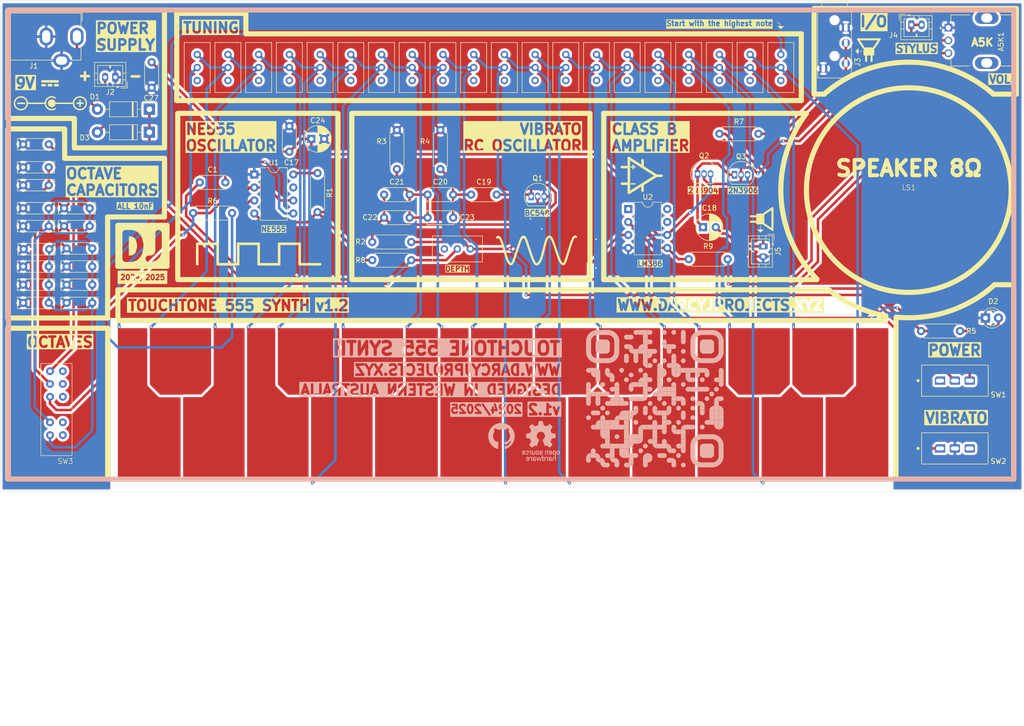
<source format=kicad_pcb>
(kicad_pcb (version 20240108) (generator "pcbnew") (generator_version "8.0")
  (title_block (title "Touchtone 555 Synth") (rev "v1.2") (company "Darcy Johnson") (comment 1 "www.darcyjprojects.xyz"))
  (layers (0 "F.Cu" signal) (31 "B.Cu" signal) (34 "B.Paste" user) (35 "F.Paste" user) (36 "B.SilkS" user "B.Silkscreen") (37 "F.SilkS" user "F.Silkscreen") (38 "B.Mask" user) (39 "F.Mask" user) (44 "Edge.Cuts" user))
  (net 0 "")
  (net 1 "Net-(U1-CV)")
  (net 2 "GND")
  (net 3 "Net-(SW3-4)")
  (net 4 "Net-(SW3-3)")
  (net 5 "Net-(C19-Pad1)")
  (net 6 "/Vibrato Output")
  (net 7 "Net-(C20-Pad1)")
  (net 8 "Net-(Q1-B)")
  (net 9 "Net-(D1-A)")
  (net 10 "Net-(D1-K)")
  (net 11 "Net-(D2-A)")
  (net 12 "Net-(D3-A)")
  (net 13 "VCC")
  (net 14 "Net-(C5-Pad2)")
  (net 15 "/Timing Capacitors")
  (net 16 "Net-(C10-Pad2)")
  (net 23 "/555 Output")
  (net 25 "Net-(R6-Pad2)")
  (net 27 "/Key 20")
  (net 29 "/Key 19")
  (net 31 "/Key 18")
  (net 33 "/Key 17")
  (net 34 "/Key 16")
  (net 37 "/Key 15")
  (net 38 "/Key 14")
  (net 40 "/Key 13")
  (net 42 "/Key 12")
  (net 45 "/Key 11")
  (net 47 "/Key 10")
  (net 49 "/Key 9")
  (net 50 "/Key 8")
  (net 52 "/Key 7")
  (net 54 "/Key 6")
  (net 55 "/Key 5")
  (net 58 "/Key 4")
  (net 59 "/Key 3")
  (net 62 "/Key 2")
  (net 63 "/Key 1")
  (net 65 "Net-(Q1-C)")
  (net 68 "Net-(Q2-B)")
  (net 69 "Net-(U2--)")
  (net 70 "Net-(Q2-E)")
  (net 71 "Net-(J5-Pin_1)")
  (net 72 "Net-(J3-Ring1)")
  (net 73 "Net-(U1-VCC)")
  (net 78 "Net-(A5K1-Pad3)")
  (footprint "Diode_THT:D_DO-41_SOD81_P10.16mm_Horizontal" (layer "F.Cu") (at 79.16 75.2 180)
    (property "Reference" "D1")
    (property "Value" "1N5817" (hide yes))
  )
  (footprint "aliexpress switches:SS-24E04_2P4T_Slide_Switch" (layer "F.Cu") (at 61.05 142.9)
    (property "Reference" "SW3")
    (property "Value" "~" (hide yes))
  )
  (footprint "Resistor_THT:R_Axial_DIN0207_L6.3mm_D2.5mm_P7.62mm_Horizontal" (layer "F.Cu") (at 190.5 80)
    (property "Reference" "R7")
    (property "Value" "4.7K" (hide yes))
  )
  (footprint "Resistor_THT:R_Axial_DIN0207_L6.3mm_D2.5mm_P7.62mm_Horizontal" (layer "F.Cu") (at 112 87.69 -90)
    (property "Reference" "R1")
    (property "Value" "100R" (hide yes))
  )
  (footprint "Capacitor_THT:CP_Radial_D5.0mm_P2.50mm" (layer "F.Cu") (at 187.294888 98.25)
    (property "Reference" "C18")
    (property "Value" "10uF" (hide yes))
  )
  (footprint "Added Symbols Footprints Models:SW_1825159-1" (layer "F.Cu") (at 236.5 141.5)
    (property "Reference" "SW2")
    (property "Value" "VIBRATO" (hide yes))
  )
  (footprint "Connector_JST:JST_PH_B2B-PH-K_1x02_P2.00mm_Vertical" (layer "F.Cu") (at 228 58.7)
    (property "Reference" "J4")
    (property "Value" "Stylus" (hide yes))
  )
  (footprint "Potentiometer_THT:Potentiometer_Bourns_3296W_Vertical" (layer "F.Cu") (at 130.5 69.58 -90)
    (property "Reference" "VR15" (hide yes))
    (property "Value" "3296W 10K" (hide yes))
  )
  (footprint "Capacitor_THT:C_Rect_L7.0mm_W2.0mm_P5.00mm" (layer "F.Cu") (at 54.5 98.05)
    (property "Reference" "C6" (hide yes))
    (property "Value" "10nF" (hide yes))
  )
  (footprint "Capacitor_THT:C_Rect_L7.0mm_W2.0mm_P5.00mm" (layer "F.Cu") (at 63 113.05)
    (property "Reference" "C16" (hide yes))
    (property "Value" "10nF" (hide yes))
  )
  (footprint "Package_TO_SOT_THT:TO-92_Inline" (layer "F.Cu") (at 193.46 88)
    (property "Reference" "Q3")
    (property "Value" "2N3906" (hide yes))
  )
  (footprint "Potentiometer_THT:Potentiometer_Bourns_3296W_Vertical" (layer "F.Cu") (at 190.5 69.58 -90)
    (property "Reference" "VR4" (hide yes))
    (property "Value" "3296W 10K" (hide yes))
  )
  (footprint "Potentiometer_THT:Potentiometer_Bourns_3296W_Vertical" (layer "F.Cu") (at 184.5 69.58 -90)
    (property "Reference" "VR5" (hide yes))
    (property "Value" "3296W 10K" (hide yes))
  )
  (footprint "Diode_THT:D_DO-41_SOD81_P10.16mm_Horizontal" (layer "F.Cu") (at 79.16 79.7 180)
    (property "Reference" "D3")
    (property "Value" "1N5817" (hide yes))
  )
  (footprint "Capacitor_THT:C_Disc_D5.0mm_W2.5mm_P5.00mm" (layer "F.Cu") (at 125 91.89)
    (property "Reference" "C21")
    (property "Value" "100nF" (hide yes))
  )
  (footprint "Potentiometer_THT:Potentiometer_Bourns_3296W_Vertical" (layer "F.Cu") (at 166.5 69.58 -90)
    (property "Reference" "VR8" (hide yes))
    (property "Value" "3296W 10K" (hide yes))
  )
  (footprint "Potentiometer_THT:Potentiometer_Bourns_3296W_Vertical" (layer "F.Cu") (at 88.5 69.58 -90)
    (property "Reference" "VR22" (hide yes))
    (property "Value" "3296W 10K" (hide yes))
  )
  (footprint "Capacitor_THT:C_Rect_L7.0mm_W2.0mm_P5.00mm" (layer "F.Cu") (at 62.5 94.55)
    (property "Reference" "C7" (hide yes))
    (property "Value" "10nF" (hide yes))
  )
  (footprint "Resistor_THT:R_Axial_DIN0207_L6.3mm_D2.5mm_P7.62mm_Horizontal" (layer "F.Cu") (at 122.69 101.15)
    (property "Reference" "R2")
    (property "Value" "10M" (hide yes))
  )
  (footprint "Capacitor_THT:C_Disc_D5.0mm_W2.5mm_P5.00mm" (layer "F.Cu") (at 142 91.89)
    (property "Reference" "C19")
    (property "Value" "100nF" (hide yes))
  )
  (footprint "Capacitor_THT:C_Rect_L7.0mm_W2.0mm_P5.00mm" (layer "F.Cu") (at 54.5 109.5)
    (property "Reference" "C11" (hide yes))
    (property "Value" "10nF" (hide yes))
  )
  (footprint "Potentiometer_THT:Potentiometer_Bourns_3296W_Vertical" (layer "F.Cu") (at 148.5 69.58 -90)
    (property "Reference" "VR11" (hide yes))
    (property "Value" "3296W 10K" (hide yes))
  )
  (footprint "Resistor_THT:R_Axial_DIN0207_L6.3mm_D2.5mm_P7.62mm_Horizontal" (layer "F.Cu") (at 87.69 95.5)
    (property "Reference" "R6")
    (property "Value" "10K" (hide yes))
  )
  (footprint "Capacitor_THT:C_Rect_L7.0mm_W2.0mm_P5.00mm" (layer "F.Cu") (at 54.5 94.55)
    (property "Reference" "C5" (hide yes))
    (property "Value" "10nF" (hide yes))
  )
  (footprint "Potentiometer_THT:Potentiometer_Bourns_3296W_Vertical" (layer "F.Cu") (at 100.5 69.58 -90)
    (property "Reference" "VR20" (hide yes))
    (property "Value" "3296W 10K" (hide yes))
  )
  (footprint "Resistor_THT:R_Axial_DIN0207_L6.3mm_D2.5mm_P7.62mm_Horizontal" (layer "F.Cu") (at 237.51 118.55 180)
    (property "Reference" "R5")
    (property "Value" "1K" (hide yes))
  )
  (footprint "Potentiometer_THT:Potentiometer_Bourns_3296W_Vertical" (layer "F.Cu") (at 136.5 69.58 -90)
    (property "Reference" "VR14" (hide yes))
    (property "Value" "3296W 10K" (hide yes))
  )
  (footprint "Potentiometer_THT:Potentiometer_Bourns_3296W_Vertical" (layer "F.Cu") (at 160.5 69.58 -90)
    (property "Reference" "VR9" (hide yes))
    (property "Value" "3296W 10K" (hide yes))
  )
  (footprint "Capacitor_THT:C_Rect_L7.0mm_W2.0mm_P5.00mm" (layer "F.Cu") (at 54.6 102.55)
    (property "Reference" "C9" (hide yes))
    (property "Value" "10nF" (hide yes))
  )
  (footprint "Resistor_THT:R_Axial_DIN0207_L6.3mm_D2.5mm_P7.62mm_Horizontal" (layer "F.Cu") (at 130.31 104.7 180)
    (property "Reference" "R8")
    (property "Value" "20K" (hide yes))
  )
  (footprint "Resistor_THT:R_Axial_DIN0207_L6.3mm_D2.5mm_P7.62mm_Horizontal" (layer "F.Cu") (at 192.12 104.5 180)
    (property "Reference" "R9")
    (property "Value" "330R" (hide yes))
  )
  (footprint "Potentiometer_THT:Potentiometer_Bourns_3296W_Vertical" (layer "F.Cu") (at 118.5 69.58 -90)
    (property "Reference" "VR17" (hide yes))
    (property "Value" "3296W 10K" (hide yes))
  )
  (footprint "Capacitor_THT:C_Rect_L7.0mm_W2.0mm_P5.00mm" (layer "F.Cu") (at 63 109.5)
    (property "Reference" "C15" (hide yes))
    (property "Value" "10nF" (hide yes))
  )
  (footprint "Potentiometer_THT:Potentiometer_Bourns_3296W_Vertical" (layer "F.Cu") (at 196.5 69.58 -90)
    (property "Reference" "VR3" (hide yes))
    (property "Value" "3296W 10K" (hide yes))
  )
  (footprint "Potentiometer_THT:Potentiometer_Bourns_3296W_Vertical" (layer "F.Cu") (at 178.5 69.58 -90)
    (property "Reference" "VR6" (hide yes))
    (property "Value" "3296W 10K" (hide yes))
  )
  (footprint "Package_DIP:DIP-8_W7.62mm" (layer "F.Cu") (at 172.7 94.7)
    (property "Reference" "U2")
    (property "Value" "LM386")
  )
  (footprint "Capacitor_THT:C_Disc_D5.0mm_W2.5mm_P5.00mm" (layer "F.Cu") (at 79.6 71 90)
    (property "Reference" "C27")
    (property "Value" "100nF" (hide yes))
  )
  (footprint "Package_TO_SOT_THT:TO-92_Inline" (layer "F.Cu") (at 153.73 92.25)
    (property "Reference" "Q1")
    (property "Value" "BC548" (hide yes))
  )
  (footprint "Potentiometer_THT:Potentiometer_Bourns_3296W_Vertical" (layer "F.Cu") (at 154.5 69.58 -90)
    (property "Reference" "VR10" (hide yes))
    (property "Value" "3296W 10K" (hide yes))
  )
  (footprint "Added Symbols Footprints Models:BarrelJack_CUI_PJ-102AH_Horizontal_BIGGER_HOLES" (layer "F.Cu") (at 65 61 -90)
    (property "Reference" "J1")
    (property "Value" "DC Barrel Jack" (hide yes))
  )
  (footprint "Package_TO_SOT_THT:TO-92_Inline" (layer "F.Cu") (at 186.23 87.86)
    (property "Reference" "Q2")
    (property "Value" "2N3904" (hide yes))
  )
  (footprint "Potentiometer_THT:Potentiometer_Bourns_3296W_Vertical" (layer "F.Cu") (at 202.5 69.58 -90)
    (property "Reference" "VR2" (hide yes))
    (property "Value" "3296W 10K" (hide yes))
  )
  (footprint "Capacitor_THT:C_Rect_L7.0mm_W2.0mm_P5.00mm" (layer "F.Cu") (at 54.5 82.05)
    (property "Reference" "C2" (hide yes))
    (property "Value" "10nF" (hide yes))
  )
  (footprint "Capacitor_THT:C_Disc_D5.0mm_W2.5mm_P5.00mm" (layer "F.Cu") (at 106.5 78.5 -90)
    (property "Reference" "C17")
    (property "Value" "100nF" (hide yes))
  )
  (footprint "Capacitor_THT:C_Rect_L7.0mm_W2.0mm_P5.00mm" (layer "F.Cu") (at 63 102.4)
    (property "Reference" "C13" (hide yes))
    (property "Value" "10nF" (hide yes))
  )
  (footprint "Resistor_THT:R_Axial_DIN0207_L6.3mm_D2.5mm_P7.62mm_Horizontal" (layer "F.Cu") (at 136 79.27 -90)
    (property "Reference" "R4")
    (property "Value" "68K" (hide yes))
  )
  (footprint "Capacitor_THT:C_Disc_D5.0mm_W2.5mm_P5.00mm" (layer "F.Cu") (at 133.5 91.89)
    (property "Reference" "C20")
    (property "Value" "100nF" (hide yes))
  )
  (footprint "Package_DIP:DIP-8_W7.62mm" (layer "F.Cu") (at 99.65 87.95)
    (property "Reference" "U1")
    (property "Value" "NE555P" (hide yes))
  )
  (footprint "Connector_JST:JST_PH_B2B-PH-K_1x02_P2.00mm_Vertical" (layer "F.Cu") (at 199.05 102 -90)
    (property "Reference" "J5")
    (property "Value" "Speaker" (hide yes))
  )
  (footprint "Capacitor_THT:C_Disc_D5.0mm_W2.5mm_P5.00mm" (layer "F.Cu") (at 94 89.5 180)
    (property "Reference" "C1")
    (property "Value" "100nF" (hide yes))
  )
  (footprint "Capacitor_THT:CP_Radial_D5.0mm_P2.50mm" (layer "F.Cu") (at 110.794888 81)
    (property "Reference" "C24")
    (property "Value" "100uF" (hide yes))
  )
  (footprint "Capacitor_THT:C_Rect_L7.0mm_W2.0mm_P5.00mm" (layer "F.Cu") (at 54.5 86.55)
    (property "Reference" "C3" (hide yes))
    (property "Value" "10nF" (hide yes))
  )
  (footprint "Potentiometer_THT:Potentiometer_Bourns_3296W_Vertical" (layer "F.Cu") (at 142.5 69.58 -90)
    (property "Reference" "VR13" (hide yes))
    (property "Value" "3296W 10K" (hide yes))
  )
  (footprint "Capacitor_THT:C_Rect_L7.0mm_W2.0mm_P5.00mm" (layer "F.Cu") (at 54.5 113.05)
    (property "Reference" "C12" (hide yes))
    (property "Value" "10nF" (hide yes))
  )
  (footprint "Connector_JST:JST_PH_B2B-PH-K_1x02_P2.00mm_Vertical" (layer "F.Cu") (at 72.5 68.95 180)
    (property "Reference" "J2")
    (property "Value" "9V Battery" (hide yes))
  )
  (footprint "Capacitor_THT:C_Rect_L7.0mm_W2.0mm_P5.00mm" (layer "F.Cu") (at 63 105.95)
    (property "Reference" "C14" (hide yes))
    (property "Value" "10nF" (hide yes))
  )
  (footprint "Resistor_THT:R_Axial_DIN0207_L6.3mm_D2.5mm_P7.62mm_Horizontal" (layer "F.Cu") (at 127.5 79.27 -90)
    (property "Reference" "R3")
    (property "Value" "68K" (hide yes))
  )
  (footprint "Added Symbols Footprints Models:RV09 Vertical Aliexpress" (layer "F.Cu") (at 242.2195 61.75 -90)
    (property "Reference" "A5K1")
    (property "Value" "A5K RK097")
  )
  (footprint "Capacitor_THT:C_Rect_L7.0mm_W2.0mm_P5.00mm" (layer "F.Cu") (at 62.5 98.05)
    (property "Reference" "C8" (hide yes))
    (property "Value" "10nF" (hide yes))
  )
  (footprint "Capacitor_THT:C_Rect_L7.0mm_W2.0mm_P5.00mm" (layer "F.Cu") (at 54.5 90.05)
    (property "Reference" "C4" (hide yes))
    (property "Value" "10nF" (hide yes))
  )
  (footprint "Capacitor_THT:C_Disc_D5.0mm_W2.5mm_P5.00mm" (layer "F.Cu") (at 133.5 96.39)
    (property "Reference" "C23")
    (property "Value" "100nF" (hide yes))
  )
  (footprint "Capacitor_THT:C_Disc_D5.0mm_W2.5mm_P5.00mm" (layer "F.Cu") (at 125 96.39)
    (property "Reference" "C22")
    (property "Value" "100nF" (hide yes))
  )
  (footprint "Speaker:8Ω Speaker 40mm" (layer "F.Cu") (at 227.5 91)
    (property "Reference" "LS1")
    (property "Value" "Speaker")
  )
  (footprint "Potentiometer_THT:Potentiometer_Bourns_3296W_Vertical" (layer "F.Cu") (at 112.5 69.58 -90)
    (property "Reference" "VR18" (hide yes))
    (property "Value" "3296W 10K" (hide yes))
  )
  (footprint "Potentiometer_THT:Potentiometer_Bourns_3296W_Vertical" (layer "F.Cu") (at 141.85 102.5)
    (property "Reference" "VR1" (hide yes))
    (property "Value" "3296W-1-250" (hide yes))
  )
  (footprint "Potentiometer_THT:Potentiometer_Bourns_3296W_Vertical" (layer "F.Cu") (at 106.5 69.58 -90)
    (property "Reference" "VR19" (hide yes))
    (property "Value" "3296W 10K" (hide yes))
  )
  (footprint "Capacitor_THT:C_Rect_L7.0mm_W2.0mm_P5.00mm" (layer "F.Cu") (at 54.5 105.95)
    (property "Reference" "C10" (hide yes))
    (property "Value" "10nF" (hide yes))
  )
  (footprint "Added Symbols Footprints Models:SW_1825159-1" (layer "F.Cu") (at 236.5 128.25)
    (property "Reference" "SW1")
    (property "Value" "POWER" (hide yes))
  )
  (footprint "Potentiometer_THT:Potentiometer_Bourns_3296W_Vertical" (layer "F.Cu") (at 172.5 69.58 -90)
    (property "Reference" "VR7" (hide yes))
    (property "Value" "3296W 10K" (hide yes))
  )
  (footprint "Potentiometer_THT:Potentiometer_Bourns_3296W_Vertical" (layer "F.Cu") (at 94.5 69.58 -90)
    (property "Reference" "VR21" (hide yes))
    (property "Value" "3296W 10K" (hide yes))
  )
  (footprint "Added Symbols Footprints Models:PJ-320A" (layer "F.Cu") (at 215.2 54.095 -90)
    (property "Reference" "J3")
    (property "Value" "PJ-320A")
  )
  (footprint "LED_THT:LED_D3.0mm" (layer "F.Cu") (at 242.475 116)
    (property "Reference" "D2")
    (property "Value" "LED" (hide yes))
  )
  (footprint "Potentiometer_THT:Potentiometer_Bourns_3296W_Vertical" (layer "F.Cu") (at 124.5 69.58 -90)
    (property "Reference" "VR16" (hide yes))
    (property "Value" "3296W 10K" (hide yes))
  )
  (gr_poly (pts (xy 168.166391 145.204533) (xy 168.118737 145.203328) (xy 168.071709 145.199752) (xy 168.025364 145.193863) (xy 167.979761 145.185719) (xy 167.934959 145.175378) (xy 167.891015 145.1629) (xy 167.847987 145.148341) (xy 167.805934 145.13176) (xy 167.764914 145.113215) (xy 167.724985 145.092765) (xy 167.686205 145.070467) (xy 167.648632 145.046379) (xy 167.612326 145.020561) (xy 167.577343 144.99307) (xy 167.543742 144.963964) (xy 167.511581 144.933302) (xy 167.480918 144.901141) (xy 167.451812 144.86754) (xy 167.424321 144.832557) (xy 167.398503 144.79625) (xy 167.374415 144.758678) (xy 167.352118 144.719898) (xy 167.331667 144.679969) (xy 167.313122 144.638949) (xy 167.296541 144.596896) (xy 167.281982 144.553868) (xy 167.269503 144.509924) (xy 167.259163 144.465121) (xy 167.251019 144.419519) (xy 167.24513 144.373174) (xy 167.241554 144.326146) (xy 167.240349 144.278492) (xy 168.166391 144.278492)) (stroke (width -0.000001)) (fill solid) (layer "B.SilkS"))
  (gr_poly (pts (xy 174.648683 129.461825) (xy 173.722641 129.461825) (xy 173.722641 128.535784) (xy 174.648683 128.535784)) (stroke (width -0.000001)) (fill solid) (layer "B.SilkS"))
  (gr_poly (pts (xy 178.352848 141.500367) (xy 178.305194 141.499162) (xy 178.258166 141.495586) (xy 178.211821 141.489697) (xy 178.166219 141.481553) (xy 178.121416 141.471213) (xy 178.077472 141.458734) (xy 178.034444 141.444175) (xy 177.992391 141.427594) (xy 177.951371 141.409049) (xy 177.911442 141.388599) (xy 177.872662 141.366301) (xy 177.83509 141.342214) (xy 177.798783 141.316395) (xy 177.7638 141.288904) (xy 177.730199 141.259798) (xy 177.698038 141.229136) (xy 177.667375 141.196975) (xy 177.63827 141.163374) (xy 177.610778 141.128391) (xy 177.58496 141.092084) (xy 177.560873 141.054512) (xy 177.538575 141.015732) (xy 177.518124 140.975803) (xy 177.499579 140.934783) (xy 177.482998 140.89273) (xy 177.468439 140.849702) (xy 177.45596 140.805758) (xy 177.44562 140.760956) (xy 177.437476 140.715353) (xy 177.431587 140.669009) (xy 177.428011 140.62198) (xy 177.426806 140.574326) (xy 178.352848 140.574326)) (stroke (width -0.000001)) (fill solid) (layer "B.SilkS"))
  (gr_poly (pts (xy 170.018473 137.796198) (xy 169.092432 137.796198) (xy 169.092432 136.870156) (xy 170.018473 136.870156)) (stroke (width -0.000001)) (fill solid) (layer "B.SilkS"))
  (gr_poly (pts (xy 176.987621 120.202011) (xy 177.011142 120.2038) (xy 177.03432 120.206745) (xy 177.057126 120.210818) (xy 177.079531 120.215989) (xy 177.101507 120.22223) (xy 177.123023 120.229511) (xy 177.144052 120.237804) (xy 177.164563 120.247078) (xy 177.184528 120.257305) (xy 177.203918 120.268456) (xy 177.222704 120.280502) (xy 177.240856 120.293413) (xy 177.258346 120.30716) (xy 177.275145 120.321715) (xy 177.291224 120.337048) (xy 177.306553 120.35313) (xy 177.321103 120.369931) (xy 177.334846 120.387424) (xy 177.347753 120.405578) (xy 177.359794 120.424364) (xy 177.37094 120.443754) (xy 177.381162 120.463718) (xy 177.390432 120.484227) (xy 177.39872 120.505252) (xy 177.405997 120.526764) (xy 177.412235 120.548734) (xy 177.417403 120.571132) (xy 177.421473 120.59393) (xy 177.424417 120.617098) (xy 177.426204 120.640608) (xy 177.426806 120.664429) (xy 177.426204 120.688248) (xy 177.424417 120.711755) (xy 177.421473 120.734921) (xy 177.417403 120.757717) (xy 177.412235 120.780114) (xy 177.405997 120.802083) (xy 177.39872 120.823594) (xy 177.390432 120.844619) (xy 177.381162 120.865127) (xy 177.37094 120.885091) (xy 177.359794 120.904481) (xy 177.347753 120.923268) (xy 177.334846 120.941422) (xy 177.321103 120.958915) (xy 177.306553 120.975717) (xy 177.291224 120.9918) (xy 177.275145 121.007133) (xy 177.258346 121.021689) (xy 177.240856 121.035437) (xy 177.222704 121.048349) (xy 177.203918 121.060395) (xy 177.184528 121.071547) (xy 177.164563 121.081775) (xy 177.144052 121.091051) (xy 177.123023 121.099344) (xy 177.101507 121.106626) (xy 177.079531 121.112867) (xy 177.057126 121.118039) (xy 177.03432 121.122113) (xy 177.011142 121.125059) (xy 176.987621 121.126847) (xy 176.963786 121.12745) (xy 176.500766 121.12745) (xy 176.500766 120.201408) (xy 176.963786 120.201408)) (stroke (width -0.000001)) (fill solid) (layer "B.SilkS"))
  (gr_poly (pts (xy 167.727197 128.536387) (xy 167.750711 128.538175) (xy 167.773883 128.541119) (xy 167.796684 128.545191) (xy 167.819085 128.550361) (xy 167.841057 128.556601) (xy 167.862571 128.56388) (xy 167.883598 128.572171) (xy 167.904108 128.581443) (xy 167.924072 128.591669) (xy 167.943462 128.602818) (xy 167.962248 128.614861) (xy 167.980402 128.627771) (xy 167.997893 128.641516) (xy 168.014694 128.656069) (xy 168.030774 128.671401) (xy 168.046106 128.687481) (xy 168.060659 128.704282) (xy 168.074404 128.721773) (xy 168.087314 128.739926) (xy 168.099357 128.758713) (xy 168.110506 128.778103) (xy 168.120732 128.798067) (xy 168.130004 128.818577) (xy 168.138295 128.839604) (xy 168.145574 128.861117) (xy 168.151814 128.883089) (xy 168.156984 128.90549) (xy 168.161056 128.928292) (xy 168.164 128.951464) (xy 168.165788 128.974978) (xy 168.166391 128.998804) (xy 168.165788 129.022632) (xy 168.164 129.046147) (xy 168.161056 129.06932) (xy 168.156984 129.092122) (xy 168.151814 129.114524) (xy 168.145574 129.136497) (xy 168.138295 129.158011) (xy 168.130004 129.179037) (xy 168.120732 129.199548) (xy 168.110506 129.219512) (xy 168.099357 129.238902) (xy 168.087314 129.257688) (xy 168.074404 129.275842) (xy 168.060659 129.293333) (xy 168.046106 129.310133) (xy 168.030774 129.326213) (xy 168.014694 129.341544) (xy 167.997893 129.356097) (xy 167.980402 129.369842) (xy 167.962248 129.382751) (xy 167.943462 129.394794) (xy 167.924072 129.405943) (xy 167.904108 129.416168) (xy 167.883598 129.42544) (xy 167.862571 129.43373) (xy 167.841057 129.441009) (xy 167.819085 129.447248) (xy 167.796684 129.452418) (xy 167.773883 129.45649) (xy 167.750711 129.459434) (xy 167.727197 129.461222) (xy 167.70337 129.461825) (xy 167.679542 129.461222) (xy 167.656027 129.459434) (xy 167.632854 129.45649) (xy 167.610052 129.452418) (xy 167.58765 129.447248) (xy 167.565678 129.441009) (xy 167.544163 129.43373) (xy 167.523137 129.42544) (xy 167.502626 129.416168) (xy 167.482662 129.405943) (xy 167.463272 129.394794) (xy 167.444486 129.382751) (xy 167.426333 129.369842) (xy 167.408841 129.356097) (xy 167.392041 129.341544) (xy 167.375961 129.326213) (xy 167.36063 129.310133) (xy 167.346077 129.293333) (xy 167.332332 129.275842) (xy 167.319423 129.257688) (xy 167.30738 129.238902) (xy 167.296231 129.219512) (xy 167.286006 129.199548) (xy 167.276734 129.179037) (xy 167.268444 129.158011) (xy 167.261165 129.136497) (xy 167.254926 129.114524) (xy 167.249756 129.092122) (xy 167.245684 129.06932) (xy 167.24274 129.046147) (xy 167.240952 129.022632) (xy 167.240349 128.998804) (xy 167.240952 128.974978) (xy 167.24274 128.951464) (xy 167.245684 128.928292) (xy 167.249756 128.90549) (xy 167.254926 128.883089) (xy 167.261165 128.861117) (xy 167.268444 128.839604) (xy 167.276734 128.818577) (xy 167.286006 128.798067) (xy 167.296231 128.778103) (xy 167.30738 128.758713) (xy 167.319423 128.739926) (xy 167.332332 128.721773) (xy 167.346077 128.704282) (xy 167.36063 128.687481) (xy 167.375961 128.671401) (xy 167.392041 128.656069) (xy 167.408841 128.641516) (xy 167.426333 128.627771) (xy 167.444486 128.614861) (xy 167.463272 128.602818) (xy 167.482662 128.591669) (xy 167.502626 128.581443) (xy 167.523137 128.572171) (xy 167.544163 128.56388) (xy 167.565678 128.556601) (xy 167.58765 128.550361) (xy 167.610052 128.545191) (xy 167.632854 128.541119) (xy 167.656027 128.538175) (xy 167.679542 128.536387) (xy 167.70337 128.535784)) (stroke (width -0.000001)) (fill solid) (layer "B.SilkS"))
  (gr_poly (pts (xy 153.105196 143.156371) (xy 153.133565 143.159977) (xy 153.147733 143.162743) (xy 153.161843 143.166176) (xy 153.175861 143.170296) (xy 153.189753 143.175121) (xy 153.203483 143.180672) (xy 153.217018 143.186967) (xy 153.230323 143.194025) (xy 153.243363 143.201866) (xy 153.256103 143.210509) (xy 153.26851 143.219974) (xy 153.280549 143.230279) (xy 153.292184 143.241444) (xy 153.303382 143.253488) (xy 153.314108 143.26643) (xy 153.324328 143.280289) (xy 153.334006 143.295086) (xy 153.343109 143.310838) (xy 153.351601 143.327566) (xy 153.359448 143.345288) (xy 153.366617 143.364024) (xy 153.373071 143.383792) (xy 153.378777 143.404613) (xy 153.383699 143.426506) (xy 153.387805 143.449489) (xy 153.391058 143.473582) (xy 153.393424 143.498804) (xy 153.394869 143.525174) (xy 153.395359 143.552713) (xy 153.394825 143.581719) (xy 153.393251 143.609345) (xy 153.390673 143.635621) (xy 153.387132 143.660577) (xy 153.382664 143.684244) (xy 153.37731 143.706651) (xy 153.371106 143.727828) (xy 153.364092 143.747806) (xy 153.356305 143.766615) (xy 153.347785 143.784285) (xy 153.33857 143.800846) (xy 153.328699 143.816328) (xy 153.318209 143.830761) (xy 153.307139 143.844176) (xy 153.295528 143.856602) (xy 153.283414 143.86807) (xy 153.270835 143.878609) (xy 153.257831 143.88825) (xy 153.244438 143.897023) (xy 153.230697 143.904958) (xy 153.216645 143.912085) (xy 153.202321 143.918435) (xy 153.17301 143.928921) (xy 153.143071 143.936657) (xy 153.112812 143.941885) (xy 153.082541 143.944845) (xy 153.052564 143.945778) (xy 153.033196 143.945346) (xy 153.013964 143.944036) (xy 152.994894 143.941826) (xy 152.976012 143.938692) (xy 152.957346 143.934612) (xy 152.938921 143.929565) (xy 152.920765 143.923527) (xy 152.902903 143.916475) (xy 152.885362 143.908388) (xy 152.868169 143.899243) (xy 152.851351 143.889017) (xy 152.834933 143.877689) (xy 152.818942 143.865235) (xy 152.803405 143.851633) (xy 152.788349 143.83686) (xy 152.773799 143.820894) (xy 152.886512 143.724904) (xy 152.895294 143.733539) (xy 152.90447 143.741697) (xy 152.914009 143.749366) (xy 152.923875 143.756536) (xy 152.934034 143.763196) (xy 152.944455 143.769334) (xy 152.955101 143.77494) (xy 152.96594 143.780003) (xy 152.976938 143.784511) (xy 152.98806 143.788454) (xy 152.999274 143.791821) (xy 153.010545 143.7946) (xy 153.02184 143.79678) (xy 153.033125 143.798352) (xy 153.044365 143.799303) (xy 153.055528 143.799622) (xy 153.065442 143.799434) (xy 153.075177 143.798872) (xy 153.084724 143.797935) (xy 153.094074 143.796624) (xy 153.103217 143.794939) (xy 153.112146 143.79288) (xy 153.120851 143.790448) (xy 153.129323 143.787643) (xy 153.137554 143.784465) (xy 153.145534 143.780915) (xy 153.153255 143.776993) (xy 153.160708 143.772699) (xy 153.167884 143.768034) (xy 153.174774 143.762997) (xy 153.181369 143.75759) (xy 153.18766 143.751812) (xy 153.193639 143.745664) (xy 153.199297 143.739146) (xy 153.204624 143.732258) (xy 153.209612 143.725001) (xy 153.214252 143.717375) (xy 153.218535 143.709381) (xy 153.222452 143.701018) (xy 153.225995 143.692287) (xy 153.229154 143.683188) (xy 153.231921 143.673722) (xy 153.234286 143.663889) (xy 153.236241 143.653689) (xy 153.237778 143.643123) (xy 153.238886 143.63219) (xy 153.239557 143.620892) (xy 153.239783 143.609228) (xy 152.758559 143.609228) (xy 152.758771 143.609227) (xy 152.758771 143.481169) (xy 152.914027 143.481169) (xy 153.239995 143.481169) (xy 153.239526 143.470336) (xy 153.238681 143.459825) (xy 153.237466 143.449637) (xy 153.235891 143.439775) (xy 153.233963 143.430239) (xy 153.231689 143.42103) (xy 153.229078 143.412151) (xy 153.226137 143.403602) (xy 153.222874 143.395386) (xy 153.219298 143.387503) (xy 153.215415 143.379955) (xy 153.211234 143.372743) (xy 153.206762 143.36587) (xy 153.202007 143.359335) (xy 153.196978 143.353141) (xy 153.191682 143.347289) (xy 153.186126 143.341781) (xy 153.180319 143.336618) (xy 153.174269 143.331801) (xy 153.167982 143.327332) (xy 153.161468 143.323212) (xy 153.154734 143.319443) (xy 153.147788 143.316026) (xy 153.140637 143.312963) (xy 153.13329 143.310255) (xy 153.125754 143.307903) (xy 153.118036 143.305909) (xy 153.110146 143.304274) (xy 153.102091 143.303) (xy 153.093878 143.302089) (xy 153.085516 143.301541) (xy 153.077011 143.301358) (xy 153.068512 143.301541) (xy 153.060162 143.302089) (xy 153.05197 143.303) (xy 153.043942 143.304274) (xy 153.036084 143.305909) (xy 153.028405 143.307903) (xy 153.020911 143.310255) (xy 153.013609 143.312963) (xy 153.006506 143.316026) (xy 152.999608 143.319443) (xy 152.992923 143.323212) (xy 152.986459 143.327332) (xy 152.980221 143.331801) (xy 152.974216 143.336618) (xy 152.968452 143.341781) (xy 152.962936 143.347289) (xy 152.957674 143.353141) (xy 152.952674 143.359335) (xy 152.947943 143.36587) (xy 152.943487 143.372743) (xy 152.939313 143.379955) (xy 152.935428 143.387503) (xy 152.93184 143.395386) (xy 152.928555 143.403602) (xy 152.92558 143.412151) (xy 152.922923 143.42103) (xy 152.920589 143.430239) (xy 152.918587 143.439775) (xy 152.916923 143.449637) (xy 152.915603 143.459825) (xy 152.914636 143.470336) (xy 152.914027 143.481169) (xy 152.758771 143.481169) (xy 152.7592 143.462682) (xy 152.760472 143.444633) (xy 152.762564 143.427031) (xy 152.765453 143.409886) (xy 152.769115 143.393208) (xy 152.77353 143.377007) (xy 152.778672 143.361293) (xy 152.78452 143.346075) (xy 152.791051 143.331363) (xy 152.798241 143.317167) (xy 152.806068 143.303497) (xy 152.814509 143.290363) (xy 152.823541 143.277773) (xy 152.833142 143.265739) (xy 152.843287 143.25427) (xy 152.853955 143.243375) (xy 152.865123 143.233065) (xy 152.876767 143.223349) (xy 152.888864 143.214237) (xy 152.901393 143.205739) (xy 152.91433 143.197865) (xy 152.927651 143.190624) (xy 152.941335 143.184026) (xy 152.955358 143.178081) (xy 152.969698 143.172799) (xy 152.984331 143.168189) (xy 152.999235 143.164262) (xy 153.014386 143.161027) (xy 153.029763 143.158494) (xy 153.045341 143.156672) (xy 153.061098 143.155572) (xy 153.077012 143.155203)) (stroke (width -0.000001)) (fill solid) (layer "B.SilkS"))
  (gr_poly (pts (xy 190.391392 132.23995) (xy 189.465348 132.23995) (xy 189.466553 132.192295) (xy 189.470129 132.145266) (xy 189.476018 132.098921) (xy 189.484162 132.053318) (xy 189.494503 132.008515) (xy 189.506981 131.96457) (xy 189.52154 131.921542) (xy 189.538121 131.879489) (xy 189.556666 131.838469) (xy 189.577117 131.79854) (xy 189.599415 131.75976) (xy 189.623502 131.722187) (xy 189.64932 131.685881) (xy 189.676811 131.650898) (xy 189.705917 131.617297) (xy 189.73658 131.585136) (xy 189.768741 131.554474) (xy 189.802342 131.525368) (xy 189.837325 131.497877) (xy 189.873632 131.472059) (xy 189.911204 131.447972) (xy 189.949984 131.425674) (xy 189.989913 131.405224) (xy 190.030934 131.386679) (xy 190.072987 131.370099) (xy 190.116015 131.35554) (xy 190.159959 131.343061) (xy 190.204762 131.332721) (xy 190.250364 131.324578) (xy 190.296709 131.318689) (xy 190.343738 131.315113) (xy 190.391392 131.313908)) (stroke (width -0.000001)) (fill solid) (layer "B.SilkS"))
  (gr_poly (pts (xy 177.426806 137.796198) (xy 176.500766 137.796198) (xy 176.500766 136.870156) (xy 177.426806 136.870156)) (stroke (width -0.000001)) (fill solid) (layer "B.SilkS"))
  (gr_poly (pts (xy 170.944514 135.944115) (xy 170.018473 135.944115) (xy 170.019678 135.896461) (xy 170.023254 135.849432) (xy 170.029143 135.803087) (xy 170.037287 135.757484) (xy 170.047627 135.712681) (xy 170.060106 135.668737) (xy 170.074665 135.625709) (xy 170.091246 135.583656) (xy 170.109791 135.542635) (xy 170.130241 135.502706) (xy 170.152539 135.463926) (xy 170.176626 135.426354) (xy 170.202445 135.390047) (xy 170.229936 135.355065) (xy 170.259042 135.321464) (xy 170.289704 135.289303) (xy 170.321865 135.258641) (xy 170.355466 135.229535) (xy 170.390449 135.202044) (xy 170.426756 135.176226) (xy 170.464328 135.152139) (xy 170.503108 135.129841) (xy 170.543037 135.109391) (xy 170.584057 135.090847) (xy 170.62611 135.074266) (xy 170.669138 135.059707) (xy 170.713082 135.047229) (xy 170.757885 135.036888) (xy 170.803487 135.028745) (xy 170.849832 135.022856) (xy 170.89686 135.01928) (xy 170.944514 135.018075)) (stroke (width -0.000001)) (fill solid) (layer "B.SilkS"))
  (gr_poly (pts (xy 170.018473 136.870158) (xy 169.092432 136.870158) (xy 169.092432 135.944115) (xy 170.018473 135.944115)) (stroke (width -0.000001)) (fill solid) (layer "B.SilkS"))
  (gr_poly (pts (xy 190.391389 133.165992) (xy 189.465345 133.165992) (xy 189.465345 132.239951) (xy 190.391389 132.239951)) (stroke (width -0.000001)) (fill solid) (layer "B.SilkS"))
  (gr_poly (pts (xy 166.314308 143.352448) (xy 165.388267 143.352448) (xy 165.388267 142.426408) (xy 166.314308 142.426408)) (stroke (width -0.000001)) (fill solid) (layer "B.SilkS"))
  (gr_poly (pts (xy 172.357404 127.610344) (xy 172.380918 127.612133) (xy 172.40409 127.615077) (xy 172.426892 127.619149) (xy 172.449293 127.624319) (xy 172.471265 127.630559) (xy 172.492779 127.637838) (xy 172.513805 127.646129) (xy 172.534315 127.655401) (xy 172.55428 127.665627) (xy 172.57367 127.676776) (xy 172.592456 127.688819) (xy 172.610609 127.701729) (xy 172.628101 127.715474) (xy 172.644901 127.730027) (xy 172.660982 127.745359) (xy 172.676313 127.761439) (xy 172.690866 127.77824) (xy 172.704612 127.795731) (xy 172.717521 127.813885) (xy 172.729565 127.832671) (xy 172.740714 127.852061) (xy 172.750939 127.872026) (xy 172.760212 127.892536) (xy 172.768502 127.913562) (xy 172.775782 127.935076) (xy 172.782021 127.957048) (xy 172.787191 127.979449) (xy 172.791263 128.00225) (xy 172.794208 128.025422) (xy 172.795996 128.048936) (xy 172.796598 128.072763) (xy 172.795996 128.096591) (xy 172.794208 128.120106) (xy 172.791263 128.143279) (xy 172.787191 128.166081) (xy 172.782021 128.188483) (xy 172.775782 128.210455) (xy 172.768502 128.231969) (xy 172.760212 128.252996) (xy 172.750939 128.273506) (xy 172.740714 128.293471) (xy 172.729565 128.312861) (xy 172.717521 128.331647) (xy 172.704612 128.3498) (xy 172.690866 128.367292) (xy 172.676313 128.384092) (xy 172.660982 128.400172) (xy 172.644901 128.415503) (xy 172.628101 128.430056) (xy 172.610609 128.443801) (xy 172.592456 128.45671) (xy 172.57367 128.468753) (xy 172.55428 128.479902) (xy 172.534315 128.490127) (xy 172.513805 128.499399) (xy 172.492779 128.507689) (xy 172.471265 128.514969) (xy 172.449293 128.521208) (xy 172.426892 128.526378) (xy 172.40409 128.530449) (xy 172.380918 128.533394) (xy 172.357404 128.535182) (xy 172.333577 128.535784) (xy 172.309749 128.535182) (xy 172.286234 128.533394) (xy 172.263061 128.530449) (xy 172.240259 128.526378) (xy 172.217857 128.521208) (xy 172.195885 128.514969) (xy 172.174371 128.507689) (xy 172.153344 128.499399) (xy 172.132834 128.490127) (xy 172.112869 128.479902) (xy 172.093479 128.468753) (xy 172.074693 128.45671) (xy 172.05654 128.443801) (xy 172.039049 128.430056) (xy 172.022248 128.415503) (xy 172.006168 128.400172) (xy 171.990837 128.384092) (xy 171.976285 128.367292) (xy 171.962539 128.3498) (xy 171.949631 128.331647) (xy 171.937587 128.312861) (xy 171.926439 128.293471) (xy 171.916214 128.273506) (xy 171.906942 128.252996) (xy 171.898652 128.231969) (xy 171.891372 128.210455) (xy 171.885133 128.188483) (xy 171.879963 128.166081) (xy 171.875892 128.143279) (xy 171.872947 128.120106) (xy 171.871159 128.096591) (xy 171.870557 128.072763) (xy 171.871159 128.048936) (xy 171.872947 128.025422) (xy 171.875892 128.00225) (xy 171.879963 127.979449) (xy 171.885133 127.957048) (xy 171.891372 127.935076) (xy 171.898652 127.913562) (xy 171.906942 127.892536) (xy 171.916214 127.872026) (xy 171.926439 127.852061) (xy 171.937587 127.832671) (xy 171.949631 127.813885) (xy 171.962539 127.795731) (xy 171.976285 127.77824) (xy 171.990837 127.761439) (xy 172.006168 127.745359) (xy 172.022248 127.730027) (xy 172.039049 127.715474) (xy 172.05654 127.701729) (xy 172.074693 127.688819) (xy 172.093479 127.676776) (xy 172.112869 127.665627) (xy 172.132834 127.655401) (xy 172.153344 127.646129) (xy 172.174371 127.637838) (xy 172.195885 127.630559) (xy 172.217857 127.624319) (xy 172.240259 127.619149) (xy 172.263061 127.615077) (xy 172.286234 127.612133) (xy 172.309749 127.610344) (xy 172.333577 127.609742)) (stroke (width -0.000001)) (fill solid) (layer "B.SilkS"))
  (gr_poly (pts (xy 167.240347 128.072763) (xy 167.239745 128.096589) (xy 167.237957 128.120102) (xy 167.235012 128.143274) (xy 167.23094 128.166074) (xy 167.22577 128.188475) (xy 167.219531 128.210446) (xy 167.212251 128.23196) (xy 167.203961 128.252986) (xy 167.194688 128.273496) (xy 167.184463 128.29346) (xy 167.173314 128.31285) (xy 167.16127 128.331637) (xy 167.148361 128.34979) (xy 167.134616 128.367282) (xy 167.120063 128.384083) (xy 167.104731 128.400163) (xy 167.088651 128.415495) (xy 167.07185 128.430048) (xy 167.054359 128.443794) (xy 167.036205 128.456704) (xy 167.017419 128.468748) (xy 166.998029 128.479897) (xy 166.978065 128.490123) (xy 166.957555 128.499396) (xy 166.936528 128.507687) (xy 166.915014 128.514967) (xy 166.893042 128.521206) (xy 166.870641 128.526377) (xy 166.84784 128.530449) (xy 166.824667 128.533394) (xy 166.801153 128.535182) (xy 166.777326 128.535784) (xy 166.7535 128.535182) (xy 166.729987 128.533394) (xy 166.706816 128.530449) (xy 166.684015 128.526377) (xy 166.661615 128.521206) (xy 166.639643 128.514967) (xy 166.61813 128.507687) (xy 166.597103 128.499396) (xy 166.576593 128.490123) (xy 166.556629 128.479897) (xy 166.537239 128.468748) (xy 166.518453 128.456704) (xy 166.500299 128.443794) (xy 166.482808 128.430048) (xy 166.466007 128.415495) (xy 166.449926 128.400163) (xy 166.434595 128.384083) (xy 166.420041 128.367282) (xy 166.406295 128.34979) (xy 166.393386 128.331637) (xy 166.381342 128.31285) (xy 166.370192 128.29346) (xy 166.359967 128.273496) (xy 166.350694 128.252986) (xy 166.342403 128.23196) (xy 166.335123 128.210446) (xy 166.328883 128.188475) (xy 166.323713 128.166074) (xy 166.319641 128.143274) (xy 166.316696 128.120102) (xy 166.314908 128.096589) (xy 166.314305 128.072763) (xy 166.314305 127.609742) (xy 167.240347 127.609742)) (stroke (width -0.000001)) (fill solid) (layer "B.SilkS"))
  (gr_poly (pts (xy 186.687222 130.387867) (xy 185.76118 130.387867) (xy 185.76118 129.461825) (xy 186.687222 129.461825)) (stroke (width -0.000001)) (fill solid) (layer "B.SilkS"))
  (gr_poly (pts (xy 167.240348 137.796198) (xy 166.314306 137.796198) (xy 166.314306 136.870156) (xy 167.240348 136.870156)) (stroke (width -0.000001)) (fill solid) (layer "B.SilkS"))
  (gr_poly (pts (xy 172.796598 136.870158) (xy 171.870557 136.870158) (xy 171.870557 135.944115) (xy 172.796598 135.944115)) (stroke (width -0.000001)) (fill solid) (layer "B.SilkS"))
  (gr_poly (pts (xy 189.465345 135.018073) (xy 188.539305 135.018073) (xy 188.539305 134.092031) (xy 189.465345 134.092031)) (stroke (width -0.000001)) (fill solid) (layer "B.SilkS"))
  (gr_poly (pts (xy 172.796598 138.72224) (xy 171.870557 138.72224) (xy 171.870557 137.7962) (xy 172.796598 137.7962)) (stroke (width -0.000001)) (fill solid) (layer "B.SilkS"))
  (gr_poly (pts (xy 152.266996 141.93643) (xy 152.295365 141.94004) (xy 152.309533 141.942808) (xy 152.323643 141.946244) (xy 152.337661 141.950367) (xy 152.351552 141.955196) (xy 152.365283 141.96075) (xy 152.378818 141.967049) (xy 152.392123 141.974112) (xy 152.405163 141.981958) (xy 152.417903 141.990606) (xy 152.43031 142.000075) (xy 152.442349 142.010385) (xy 152.453984 142.021555) (xy 152.465182 142.033604) (xy 152.475908 142.046551) (xy 152.486128 142.060415) (xy 152.495806 142.075216) (xy 152.504909 142.090973) (xy 152.513401 142.107705) (xy 152.521248 142.125431) (xy 152.528417 142.144171) (xy 152.534871 142.163943) (xy 152.540577 142.184767) (xy 152.545499 142.206663) (xy 152.549605 142.229648) (xy 152.552858 142.253743) (xy 152.555224 142.278967) (xy 152.556669 142.305338) (xy 152.557159 142.332877) (xy 152.556625 142.361873) (xy 152.555051 142.38949) (xy 152.552473 142.415758) (xy 152.548932 142.440706) (xy 152.544464 142.464366) (xy 152.53911 142.486766) (xy 152.532906 142.507937) (xy 152.525892 142.527909) (xy 152.518105 142.546713) (xy 152.509585 142.564378) (xy 152.50037 142.580934) (xy 152.490499 142.596412) (xy 152.480009 142.610842) (xy 152.468939 142.624253) (xy 152.457328 142.636676) (xy 152.445214 142.648141) (xy 152.432635 142.658678) (xy 152.41963 142.668317) (xy 152.406238 142.677088) (xy 152.392497 142.685022) (xy 152.378445 142.692148) (xy 152.364121 142.698496) (xy 152.33481 142.70898) (xy 152.304871 142.716716) (xy 152.274612 142.721943) (xy 152.244341 142.724903) (xy 152.214364 142.725836) (xy 152.194995 142.725404) (xy 152.17576 142.724094) (xy 152.156685 142.721884) (xy 152.137797 142.71875) (xy 152.119124 142.714671) (xy 152.100693 142.709623) (xy 152.08253 142.703585) (xy 152.064663 142.696533) (xy 152.047118 142.688446) (xy 152.029923 142.679301) (xy 152.013104 142.669076) (xy 151.996688 142.657747) (xy 151.980703 142.645293) (xy 151.965175 142.631691) (xy 151.950131 142.616919) (xy 151.935599 142.600953) (xy 152.048312 142.505068) (xy 152.057092 142.513686) (xy 152.066266 142.521831) (xy 152.075799 142.529491) (xy 152.08566 142.536656) (xy 152.095813 142.543313) (xy 152.106226 142.549452) (xy 152.116867 142.555061) (xy 152.1277 142.560128) (xy 152.138694 142.564641) (xy 152.149814 142.568591) (xy 152.161027 142.571964) (xy 152.172301 142.574749) (xy 152.183601 142.576936) (xy 152.194894 142.578512) (xy 152.206148 142.579466) (xy 152.217328 142.579786) (xy 152.227242 142.579599) (xy 152.236977 142.579036) (xy 152.246524 142.578099) (xy 152.255874 142.576788) (xy 152.265017 142.575103) (xy 152.273946 142.573044) (xy 152.282651 142.570611) (xy 152.291123 142.567805) (xy 152.299354 142.564627) (xy 152.307334 142.561076) (xy 152.315055 142.557153) (xy 152.322508 142.552858) (xy 152.329684 142.548191) (xy 152.336574 142.543152) (xy 152.343169 142.537743) (xy 152.34946 142.531963) (xy 152.355439 142.525812) (xy 152.361097 142.519291) (xy 152.366424 142.5124) (xy 152.371412 142.50514) (xy 152.376052 142.49751) (xy 152.380335 142.489511) (xy 152.384252 142.481143) (xy 152.387795 142.472407) (xy 152.390954 142.463302) (xy 152.393721 142.45383) (xy 152.396086 142.44399) (xy 152.398041 142.433783) (xy 152.399578 142.423208) (xy 152.400686 142.412267) (xy 152.401357 142.40096) (xy 152.401583 142.389286) (xy 151.920465 142.389286) (xy 151.920465 142.26144) (xy 152.075827 142.26144) (xy 152.401795 142.26144) (xy 152.401326 142.250597) (xy 152.400481 142.240078) (xy 152.399266 142.229884) (xy 152.397691 142.220015) (xy 152.395763 142.210474) (xy 152.393489 142.201262) (xy 152.390878 142.19238) (xy 152.387937 142.183829) (xy 152.384674 142.175611) (xy 152.381098 142.167727) (xy 152.377215 142.160179) (xy 152.373033 142.152968) (xy 152.368562 142.146095) (xy 152.363807 142.139562) (xy 152.358778 142.13337) (xy 152.353482 142.127521) (xy 152.347926 142.122015) (xy 152.342119 142.116855) (xy 152.336069 142.112041) (xy 152.329782 142.107575) (xy 152.323268 142.103459) (xy 152.316534 142.099693) (xy 152.309588 142.096279) (xy 152.302437 142.093219) (xy 152.29509 142.090514) (xy 152.287553 142.088165) (xy 152.279836 142.086173) (xy 152.271946 142.084541) (xy 152.263891 142.083269) (xy 152.255678 142.082359) (xy 152.247316 142.081811) (xy 152.238811 142.081629) (xy 152.230312 142.081811) (xy 152.221963 142.082359) (xy 152.213772 142.083269) (xy 152.205746 142.084541) (xy 152.197891 142.086173) (xy 152.190214 142.088165) (xy 152.182723 142.090514) (xy 152.175424 142.093219) (xy 152.168323 142.096279) (xy 152.161429 142.099693) (xy 152.154748 142.103459) (xy 152.148286 142.107575) (xy 152.142051 142.112041) (xy 152.13605 142.116855) (xy 152.130289 142.122015) (xy 152.124776 142.127521) (xy 152.119516 142.13337) (xy 152.114518 142.139562) (xy 152.109788 142.146095) (xy 152.105333 142.152968) (xy 152.101159 142.160179) (xy 152.097275 142.167727) (xy 152.093686 142.175611) (xy 152.0904 142.183829) (xy 152.087423 142.19238) (xy 152.084762 142.201262) (xy 152.082424 142.210475) (xy 152.080417 142.220016) (xy 152.078747 142.229884) (xy 152.077421 142.240078) (xy 152.076445 142.250597) (xy 152.075827 142.26144) (xy 151.920465 142.26144) (xy 151.920465 142.261333) (xy 151.920894 142.242837) (xy 151.922167 142.224778) (xy 151.92426 142.207168) (xy 151.927151 142.190015) (xy 151.930816 142.17333) (xy 151.935233 142.157122) (xy 151.940379 142.141401) (xy 151.94623 142.126178) (xy 151.952765 142.111461) (xy 151.959959 142.09726) (xy 151.967791 142.083585) (xy 151.976236 142.070447) (xy 151.985273 142.057854) (xy 151.994878 142.045816) (xy 152.005029 142.034344) (xy 152.015702 142.023447) (xy 152.026874 142.013134) (xy 152.038523 142.003416) (xy 152.050626 141.994303) (xy 152.063159 141.985803) (xy 152.0761 141.977927) (xy 152.089426 141.970685) (xy 152.103114 141.964086) (xy 152.117141 141.958141) (xy 152.131485 141.952858) (xy 152.146121 141.948248) (xy 152.161028 141.94432) (xy 152.176181 141.941085) (xy 152.19156 141.938552) (xy 152.20714 141.93673) (xy 152.222898 141.93563) (xy 152.238812 141.935261)) (stroke (width -0.000001)) (fill solid) (layer "B.SilkS"))
  (gr_poly (pts (xy 176.49956 131.361562) (xy 176.495984 131.40859) (xy 176.490095 131.454935) (xy 176.481952 131.500537) (xy 176.471611 131.54534) (xy 176.459133 131.589284) (xy 176.444574 131.632312) (xy 176.427993 131.674365) (xy 176.409448 131.715385) (xy 176.388998 131.755314) (xy 176.366701 131.794094) (xy 176.342614 131.831666) (xy 176.316795 131.867973) (xy 176.289305 131.902956) (xy 176.260199 131.936557) (xy 176.229537 131.968718) (xy 176.197376 131.999381) (xy 176.163775 132.028486) (xy 176.128792 132.055978) (xy 176.092486 132.081796) (xy 176.054913 132.105883) (xy 176.016133 132.128181) (xy 175.976204 132.148632) (xy 175.935184 132.167177) (xy 175.893131 132.183758) (xy 175.850103 132.198317) (xy 175.806158 132.210796) (xy 175.761355 132.221136) (xy 175.715752 132.22928) (xy 175.669407 132.235169) (xy 175.622378 132.238745) (xy 175.574723 132.23995) (xy 175.574723 131.313908) (xy 176.500766 131.313908)) (stroke (width -0.000001)) (fill solid) (layer "B.SilkS"))
  (gr_poly (pts (xy 188.100113 131.31451) (xy 188.123626 131.316298) (xy 188.146799 131.319243) (xy 188.1696 131.323315) (xy 188.192001 131.328485) (xy 188.213973 131.334724) (xy 188.235486 131.342004) (xy 188.256513 131.350294) (xy 188.277023 131.359567) (xy 188.296987 131.369792) (xy 188.316377 131.380941) (xy 188.335163 131.392985) (xy 188.353316 131.405894) (xy 188.370808 131.419639) (xy 188.387608 131.434192) (xy 188.403689 131.449524) (xy 188.41902 131.465604) (xy 188.433573 131.482405) (xy 188.447319 131.499896) (xy 188.460228 131.51805) (xy 188.472271 131.536836) (xy 188.48342 131.556226) (xy 188.493646 131.57619) (xy 188.502918 131.5967) (xy 188.511209 131.617727) (xy 188.518488 131.63924) (xy 188.524727 131.661213) (xy 188.529898 131.683614) (xy 188.53397 131.706415) (xy 188.536914 131.729587) (xy 188.538702 131.753101) (xy 188.539305 131.776928) (xy 188.538702 131.800756) (xy 188.536914 131.824271) (xy 188.53397 131.847444) (xy 188.529898 131.870246) (xy 188.524727 131.892648) (xy 188.518488 131.914621) (xy 188.511209 131.936135) (xy 188.502918 131.957162) (xy 188.493646 131.977672) (xy 188.48342 131.997637) (xy 188.472271 132.017027) (xy 188.460228 132.035813) (xy 188.447319 132.053966) (xy 188.433573 132.071458) (xy 188.41902 132.088258) (xy 188.403689 132.104338) (xy 188.387608 132.119669) (xy 188.370808 132.134222) (xy 188.353316 132.147967) (xy 188.335163 132.160876) (xy 188.316377 132.172919) (xy 188.296987 132.184068) (xy 188.277023 132.194293) (xy 188.256513 132.203565) (xy 188.235486 132.211855) (xy 188.213973 132.219134) (xy 188.192001 132.225373) (xy 188.1696 132.230543) (xy 188.146799 132.234615) (xy 188.123626 132.237559) (xy 188.100113 132.239347) (xy 188.076286 132.23995) (xy 188.052458 132.239347) (xy 188.028943 132.237559) (xy 188.00577 132.234615) (xy 187.982968 132.230543) (xy 187.960566 132.225373) (xy 187.938593 132.219134) (xy 187.917079 132.211855) (xy 187.896052 132.203565) (xy 187.875542 132.194293) (xy 187.855577 132.184068) (xy 187.836187 132.172919) (xy 187.817401 132.160876) (xy 187.799248 132.147967) (xy 187.781756 132.134222) (xy 187.764956 132.119669) (xy 187.748876 132.104338) (xy 187.733545 132.088258) (xy 187.718992 132.071458) (xy 187.705247 132.053966) (xy 187.692338 132.035813) (xy 187.680295 132.017027) (xy 187.669146 131.997637) (xy 187.658921 131.977672) (xy 187.649649 131.957162) (xy 187.641359 131.936135) (xy 187.63408 131.914621) (xy 187.62784 131.892648) (xy 187.62267 131.870246) (xy 187.618599 131.847444) (xy 187.615654 131.824271) (xy 187.613866 131.800756) (xy 187.613264 131.776928) (xy 187.613866 131.753101) (xy 187.615654 131.729587) (xy 187.618599 131.706415) (xy 187.62267 131.683614) (xy 187.62784 131.661213) (xy 187.63408 131.63924) (xy 187.641359 131.617727) (xy 187.649649 131.5967) (xy 187.658921 131.57619) (xy 187.669146 131.556226) (xy 187.680295 131.536836) (xy 187.692338 131.51805) (xy 187.705247 131.499896) (xy 187.718992 131.482405) (xy 187.733545 131.465604) (xy 187.748876 131.449524) (xy 187.764956 131.434192) (xy 187.781756 131.419639) (xy 187.799248 131.405894) (xy 187.817401 131.392985) (xy 187.836187 131.380941) (xy 187.855577 131.369792) (xy 187.875542 131.359567) (xy 187.896052 131.350294) (xy 187.917079 131.342004) (xy 187.938593 131.334724) (xy 187.960566 131.328485) (xy 187.982968 131.323315) (xy 188.00577 131.319243) (xy 188.028943 131.316298) (xy 188.052458 131.31451) (xy 188.076286 131.313908)) (stroke (width -0.000001)) (fill solid) (layer "B.SilkS"))
  (gr_poly (pts (xy 180.20493 137.796198) (xy 179.278887 137.796198) (xy 179.278887 136.870156) (xy 180.20493 136.870156)) (stroke (width -0.000001)) (fill solid) (layer "B.SilkS"))
  (gr_poly (pts (xy 178.352848 139.648284) (xy 177.426806 139.648284) (xy 177.426806 138.722242) (xy 178.352848 138.722242)) (stroke (width -0.000001)) (fill solid) (layer "B.SilkS"))
  (gr_poly (pts (xy 170.018473 132.23995) (xy 169.092432 132.23995) (xy 169.093637 132.192295) (xy 169.097213 132.145266) (xy 169.103102 132.098921) (xy 169.111246 132.053318) (xy 169.121586 132.008515) (xy 169.134065 131.96457) (xy 169.148624 131.921542) (xy 169.165205 131.879489) (xy 169.18375 131.838469) (xy 169.2042 131.79854) (xy 169.226498 131.75976) (xy 169.250585 131.722187) (xy 169.276404 131.685881) (xy 169.303895 131.650898) (xy 169.333001 131.617297) (xy 169.363663 131.585136) (xy 169.395824 131.554474) (xy 169.429425 131.525368) (xy 169.464408 131.497877) (xy 169.500715 131.472059) (xy 169.538287 131.447972) (xy 169.577067 131.425674) (xy 169.616996 131.405224) (xy 169.658016 131.386679) (xy 169.700069 131.370099) (xy 169.743097 131.35554) (xy 169.787041 131.343061) (xy 169.831844 131.332721) (xy 169.877447 131.324578) (xy 169.923791 131.318689) (xy 169.970819 131.315113) (xy 170.018473 131.313908)) (stroke (width -0.000001)) (fill solid) (layer "B.SilkS"))
  (gr_poly (pts (xy 191.317433 128.998805) (xy 191.31683 129.02263) (xy 191.315042 129.046144) (xy 191.312098 129.069315) (xy 191.308026 129.092116) (xy 191.302855 129.114516) (xy 191.296616 129.136488) (xy 191.289337 129.158001) (xy 191.281046 129.179028) (xy 191.271774 129.199538) (xy 191.261548 129.219502) (xy 191.250399 129.238892) (xy 191.238356 129.257678) (xy 191.225446 129.275832) (xy 191.211701 129.293323) (xy 191.197148 129.310124) (xy 191.181816 129.326205) (xy 191.165736 129.341536) (xy 191.148935 129.35609) (xy 191.131444 129.369835) (xy 191.11329 129.382745) (xy 191.094504 129.394789) (xy 191.075114 129.405938) (xy 191.05515 129.416164) (xy 191.034639 129.425437) (xy 191.013613 129.433727) (xy 190.992099 129.441007) (xy 190.970127 129.447247) (xy 190.947726 129.452417) (xy 190.924924 129.456489) (xy 190.901752 129.459434) (xy 190.878238 129.461222) (xy 190.854411 129.461825) (xy 190.830585 129.461222) (xy 190.807072 129.459434) (xy 190.783901 129.456489) (xy 190.761101 129.452417) (xy 190.7387 129.447247) (xy 190.716729 129.441007) (xy 190.695215 129.433727) (xy 190.674189 129.425437) (xy 190.653679 129.416164) (xy 190.633715 129.405938) (xy 190.614325 129.394789) (xy 190.595539 129.382745) (xy 190.577386 129.369835) (xy 190.559894 129.35609) (xy 190.543093 129.341536) (xy 190.527013 129.326205) (xy 190.511681 129.310124) (xy 190.497128 129.293323) (xy 190.483382 129.275832) (xy 190.470472 129.257678) (xy 190.458428 129.238892) (xy 190.447279 129.219502) (xy 190.437053 129.199538) (xy 190.42778 129.179028) (xy 190.41949 129.158001) (xy 190.41221 129.136488) (xy 190.40597 129.114516) (xy 190.4008 129.092116) (xy 190.396727 129.069315) (xy 190.393783 129.046144) (xy 190.391995 129.02263) (xy 190.391392 128.998805) (xy 190.391392 128.535784) (xy 191.317433 128.535784)) (stroke (width -0.000001)) (fill solid) (layer "B.SilkS"))
  (gr_poly (pts (xy 173.721434 144.326146) (xy 173.717858 144.373174) (xy 173.711969 144.419519) (xy 173.703825 144.465121) (xy 173.693485 144.509924) (xy 173.681006 144.553868) (xy 173.666447 144.596896) (xy 173.649867 144.638949) (xy 173.631322 144.679969) (xy 173.610872 144.719898) (xy 173.588574 144.758678) (xy 173.564487 144.79625) (xy 173.538669 144.832557) (xy 173.511178 144.86754) (xy 173.482073 144.901141) (xy 173.45141 144.933302) (xy 173.41925 144.963964) (xy 173.385649 144.99307) (xy 173.350666 145.020561) (xy 173.31436 145.046379) (xy 173.276787 145.070467) (xy 173.238007 145.092765) (xy 173.198078 145.113215) (xy 173.157058 145.13176) (xy 173.115005 145.148341) (xy 173.071977 145.1629) (xy 173.028033 145.175378) (xy 172.98323 145.185719) (xy 172.937627 145.193863) (xy 172.891281 145.199752) (xy 172.844252 145.203328) (xy 172.796598 145.204533) (xy 172.796598 144.278492) (xy 173.722639 144.278492)) (stroke (width -0.000001)) (fill solid) (layer "B.SilkS"))
  (gr_poly (pts (xy 185.321996 136.870759) (xy 185.345517 136.872547) (xy 185.368695 136.875493) (xy 185.391501 136.879566) (xy 185.413906 136.884737) (xy 185.435882 136.890978) (xy 185.457398 136.898259) (xy 185.478427 136.906551) (xy 185.498938 136.915826) (xy 185.518903 136.926053) (xy 185.538293 136.937204) (xy 185.557079 136.949249) (xy 185.575231 136.96216) (xy 185.592721 136.975908) (xy 185.60952 136.990462) (xy 185.625599 137.005795) (xy 185.640928 137.021877) (xy 185.655478 137.038679) (xy 185.669221 137.056171) (xy 185.682128 137.074325) (xy 185.694169 137.093111) (xy 185.705315 137.112501) (xy 185.715537 137.132465) (xy 185.724807 137.152974) (xy 185.733095 137.174) (xy 185.740372 137.195512) (xy 185.74661 137.217481) (xy 185.751778 137.23988) (xy 185.755848 137.262677) (xy 185.758792 137.285846) (xy 185.760579 137.309355) (xy 185.761181 137.333176) (xy 185.760579 137.356995) (xy 185.758792 137.380503) (xy 185.755848 137.403669) (xy 185.751778 137.426465) (xy 185.74661 137.448862) (xy 185.740372 137.470831) (xy 185.733095 137.492342) (xy 185.724807 137.513366) (xy 185.715537 137.533875) (xy 185.705315 137.553839) (xy 185.694169 137.573229) (xy 185.682128 137.592016) (xy 185.669221 137.61017) (xy 185.655478 137.627663) (xy 185.640928 137.644465) (xy 185.625599 137.660548) (xy 185.60952 137.675881) (xy 185.592721 137.690437) (xy 185.575231 137.704185) (xy 185.557079 137.717097) (xy 185.538293 137.729144) (xy 185.518903 137.740295) (xy 185.498938 137.750524) (xy 185.478427 137.759799) (xy 185.457398 137.768092) (xy 185.435882 137.775374) (xy 185.413906 137.781615) (xy 185.391501 137.786788) (xy 185.368695 137.790861) (xy 185.345517 137.793807) (xy 185.321996 137.795596) (xy 185.298161 137.796198) (xy 184.835139 137.796198) (xy 184.835139 136.870156) (xy 185.298161 136.870156)) (stroke (width -0.000001)) (fill solid) (layer "B.SilkS"))
  (gr_poly (pts (xy 188.100121 129.462427) (xy 188.123642 129.464216) (xy 188.14682 129.467161) (xy 188.169626 129.471234) (xy 188.192031 129.476406) (xy 188.214007 129.482647) (xy 188.235523 129.489928) (xy 188.256551 129.49822) (xy 188.277063 129.507494) (xy 188.297028 129.517721) (xy 188.316418 129.528872) (xy 188.335203 129.540918) (xy 188.353356 129.553829) (xy 188.370846 129.567576) (xy 188.387645 129.582131) (xy 188.403723 129.597464) (xy 188.419052 129.613546) (xy 188.433603 129.630347) (xy 188.447345 129.64784) (xy 188.460252 129.665994) (xy 188.472293 129.68478) (xy 188.483439 129.70417) (xy 188.493661 129.724134) (xy 188.502931 129.744643) (xy 188.511219 129.765668) (xy 188.518496 129.78718) (xy 188.524733 129.80915) (xy 188.529901 129.831548) (xy 188.533972 129.854346) (xy 188.536915 129.877514) (xy 188.538702 129.901024) (xy 188.539305 129.924845) (xy 188.538702 129.948664) (xy 188.536915 129.972171) (xy 188.533972 129.995337) (xy 188.529901 130.018134) (xy 188.524733 130.040531) (xy 188.518496 130.062499) (xy 188.511219 130.084011) (xy 188.502931 130.105035) (xy 188.493661 130.125544) (xy 188.483439 130.145508) (xy 188.472293 130.164898) (xy 188.460252 130.183684) (xy 188.447345 130.201839) (xy 188.433603 130.219332) (xy 188.419052 130.236134) (xy 188.403723 130.252216) (xy 188.387645 130.26755) (xy 188.370846 130.282105) (xy 188.353356 130.295854) (xy 188.335203 130.308766) (xy 188.316418 130.320812) (xy 188.297028 130.331964) (xy 188.277063 130.342192) (xy 188.256551 130.351467) (xy 188.235523 130.359761) (xy 188.214007 130.367043) (xy 188.192031 130.373284) (xy 188.169626 130.378456) (xy 188.14682 130.38253) (xy 188.123642 130.385475) (xy 188.100121 130.387264) (xy 188.076286 130.387867) (xy 187.613264 130.387867) (xy 187.613264 129.461825) (xy 188.076286 129.461825)) (stroke (width -0.000001)) (fill solid) (layer "B.SilkS"))
  (gr_poly (pts (xy 156.724063 141.935618) (xy 156.739041 141.93669) (xy 156.753709 141.938476) (xy 156.768053 141.940976) (xy 156.782059 141.944191) (xy 156.795713 141.94812) (xy 156.809002 141.952763) (xy 156.821911 141.958121) (xy 156.834427 141.964193) (xy 156.846536 141.97098) (xy 156.858224 141.978481) (xy 156.869478 141.986696) (xy 156.880283 141.995626) (xy 156.890627 142.00527) (xy 156.900494 142.015629) (xy 156.909871 142.026701) (xy 156.912941 142.026701) (xy 156.912941 141.944469) (xy 157.068304 141.944469) (xy 157.068304 142.716734) (xy 157.06841 142.716734) (xy 156.913046 142.716734) (xy 156.913046 142.256783) (xy 156.912856 142.247051) (xy 156.912289 142.237582) (xy 156.911354 142.228378) (xy 156.910059 142.219444) (xy 156.908411 142.210782) (xy 156.906418 142.202394) (xy 156.904088 142.194285) (xy 156.901429 142.186456) (xy 156.898449 142.178912) (xy 156.895155 142.171654) (xy 156.891556 142.164687) (xy 156.887658 142.158013) (xy 156.88347 142.151635) (xy 156.879 142.145556) (xy 156.874256 142.139779) (xy 156.869245 142.134307) (xy 156.863974 142.129144) (xy 156.858453 142.124291) (xy 156.852689 142.119753) (xy 156.846689 142.115532) (xy 156.840461 142.111632) (xy 156.834014 142.108055) (xy 156.827354 142.104804) (xy 156.82049 142.101882) (xy 156.81343 142.099293) (xy 156.806181 142.09704) (xy 156.798752 142.095124) (xy 156.791149 142.093551) (xy 156.783381 142.092321) (xy 156.775456 142.091439) (xy 156.767381 142.090908) (xy 156.759165 142.09073) (xy 156.750953 142.090908) (xy 156.74289 142.091439) (xy 156.734985 142.092321) (xy 156.727244 142.093551) (xy 156.719675 142.095124) (xy 156.712285 142.09704) (xy 156.705081 142.099293) (xy 156.698071 142.101882) (xy 156.691261 142.104804) (xy 156.68466 142.108055) (xy 156.678273 142.111632) (xy 156.67211 142.115532) (xy 156.666176 142.119753) (xy 156.660479 142.124291) (xy 156.655027 142.129144) (xy 156.649826 142.134307) (xy 156.644884 142.139779) (xy 156.640208 142.145556) (xy 156.635806 142.151635) (xy 156.631684 142.158013) (xy 156.62785 142.164687) (xy 156.624312 142.171654) (xy 156.621076 142.178912) (xy 156.61815 142.186456) (xy 156.615541 142.194285) (xy 156.613256 142.202394) (xy 156.611303 142.210782) (xy 156.609688 142.219444) (xy 156.60842 142.228378) (xy 156.607505 142.237582) (xy 156.606951 142.247051) (xy 156.606765 142.256783) (xy 156.606765 142.716734) (xy 156.451401 142.716734) (xy 156.451401 142.203443) (xy 156.451798 142.187254) (xy 156.45297 142.171549) (xy 156.454888 142.156331) (xy 156.457526 142.141601) (xy 156.460853 142.127361) (xy 156.464843 142.113613) (xy 156.469467 142.100359) (xy 156.474696 142.087602) (xy 156.480504 142.075342) (xy 156.486861 142.063582) (xy 156.49374 142.052324) (xy 156.501112 142.04157) (xy 156.508949 142.031322) (xy 156.517223 142.021581) (xy 156.525906 142.012349) (xy 156.53497 142.00363) (xy 156.544386 141.995423) (xy 156.554127 141.987732) (xy 156.564164 141.980559) (xy 156.574469 141.973904) (xy 156.585014 141.967771) (xy 156.59577 141.962161) (xy 156.606711 141.957076) (xy 156.617806 141.952518) (xy 156.640351 141.944992) (xy 156.66318 141.939596) (xy 156.686067 141.936347) (xy 156.697463 141.935533) (xy 156.708788 141.935261)) (stroke (width -0.000001)) (fill solid) (layer "B.SilkS"))
  (gr_poly (pts (xy 180.20493 131.313908) (xy 179.278887 131.313908) (xy 179.278887 130.387867) (xy 180.20493 130.387867)) (stroke (width -0.000001)) (fill solid) (layer "B.SilkS"))
  (gr_poly (pts (xy 189.026153 130.388469) (xy 189.049668 130.390258) (xy 189.07284 130.393202) (xy 189.095641 130.397274) (xy 189.118043 130.402444) (xy 189.140015 130.408684) (xy 189.161529 130.415963) (xy 189.182555 130.424254) (xy 189.203065 130.433526) (xy 189.22303 130.443751) (xy 189.24242 130.4549) (xy 189.261206 130.466944) (xy 189.279359 130.479853) (xy 189.296851 130.493599) (xy 189.313652 130.508152) (xy 189.329732 130.523483) (xy 189.345063 130.539564) (xy 189.359616 130.556364) (xy 189.373362 130.573856) (xy 189.386271 130.592009) (xy 189.398315 130.610795) (xy 189.409464 130.630185) (xy 189.419689 130.65015) (xy 189.428962 130.67066) (xy 189.437252 130.691686) (xy 189.444532 130.7132) (xy 189.450771 130.735172) (xy 189.455941 130.757573) (xy 189.460013 130.780374) (xy 189.462958 130.803546) (xy 189.464746 130.827061) (xy 189.465348 130.850887) (xy 189.464746 130.874715) (xy 189.462958 130.89823) (xy 189.460013 130.921403) (xy 189.455941 130.944205) (xy 189.450771 130.966607) (xy 189.444532 130.988579) (xy 189.437252 131.010093) (xy 189.428962 131.03112) (xy 189.419689 131.05163) (xy 189.409464 131.071595) (xy 189.398315 131.090985) (xy 189.386271 131.109771) (xy 189.373362 131.127924) (xy 189.359616 131.145416) (xy 189.345063 131.162216) (xy 189.329732 131.178296) (xy 189.313652 131.193627) (xy 189.296851 131.20818) (xy 189.279359 131.221925) (xy 189.261206 131.234834) (xy 189.24242 131.246877) (xy 189.22303 131.258026) (xy 189.203065 131.268251) (xy 189.182555 131.277523) (xy 189.161529 131.285813) (xy 189.140015 131.293092) (xy 189.118043 131.299331) (xy 189.095641 131.304501) (xy 189.07284 131.308573) (xy 189.049668 131.311517) (xy 189.026153 131.313305) (xy 189.002327 131.313908) (xy 188.978498 131.313305) (xy 188.954983 131.311517) (xy 188.93181 131.308573) (xy 188.909008 131.304501) (xy 188.886606 131.299331) (xy 188.864634 131.293092) (xy 188.84312 131.285813) (xy 188.822093 131.277523) (xy 188.801582 131.268251) (xy 188.781618 131.258026) (xy 188.762228 131.246877) (xy 188.743442 131.234834) (xy 188.725288 131.221925) (xy 188.707797 131.20818) (xy 188.690997 131.193627) (xy 188.674916 131.178296) (xy 188.659585 131.162216) (xy 188.645033 131.145416) (xy 188.631287 131.127924) (xy 188.618379 131.109771) (xy 188.606335 131.090985) (xy 188.595187 131.071595) (xy 188.584962 131.05163) (xy 188.57569 131.03112) (xy 188.567399 131.010093) (xy 188.56012 130.988579) (xy 188.553881 130.966607) (xy 188.548711 130.944205) (xy 188.544639 130.921403) (xy 188.541695 130.89823) (xy 188.539907 130.874715) (xy 188.539305 130.850887) (xy 188.539907 130.827061) (xy 188.541695 130.803546) (xy 188.544639 130.780374) (xy 188.548711 130.757573) (xy 188.553881 130.735172) (xy 188.56012 130.7132) (xy 188.567399 130.691686) (xy 188.57569 130.67066) (xy 188.584962 130.65015) (xy 188.595187 130.630185) (xy 188.606335 130.610795) (xy 188.618379 130.592009) (xy 188.631287 130.573856) (xy 188.645033 130.556364) (xy 188.659585 130.539564) (xy 188.674916 130.523483) (xy 188.690997 130.508152) (xy 188.707797 130.493599) (xy 188.725288 130.479853) (xy 188.743442 130.466944) (xy 188.762228 130.4549) (xy 188.781618 130.443751) (xy 188.801582 130.433526) (xy 188.822093 130.424254) (xy 188.84312 130.415963) (xy 188.864634 130.408684) (xy 188.886606 130.402444) (xy 188.909008 130.397274) (xy 188.93181 130.393202) (xy 188.954983 130.390258) (xy 188.978498 130.388469) (xy 189.002327 130.387867)) (stroke (width -0.000001)) (fill solid) (layer "B.SilkS"))
  (gr_poly (pts (xy 175.574725 138.72224) (xy 174.648683 138.72224) (xy 174.648683 137.7962) (xy 175.574725 137.7962)) (stroke (width -0.000001)) (fill solid) (layer "B.SilkS"))
  (gr_poly (pts (xy 190.391389 136.870158) (xy 189.465345 136.870158) (xy 189.465345 135.944115) (xy 190.391389 135.944115)) (stroke (width -0.000001)) (fill solid) (layer "B.SilkS"))
  (gr_poly (pts (xy 170.505331 128.536387) (xy 170.528844 128.538175) (xy 170.552015 128.541119) (xy 170.574816 128.545191) (xy 170.597216 128.550361) (xy 170.619187 128.556601) (xy 170.6407 128.56388) (xy 170.661725 128.572171) (xy 170.682235 128.581443) (xy 170.702198 128.591669) (xy 170.721587 128.602818) (xy 170.740373 128.614861) (xy 170.758525 128.62777) (xy 170.776016 128.641516) (xy 170.792816 128.656069) (xy 170.808896 128.6714) (xy 170.824227 128.68748) (xy 170.838779 128.70428) (xy 170.852524 128.721771) (xy 170.865433 128.739924) (xy 170.877477 128.75871) (xy 170.888626 128.7781) (xy 170.898851 128.798063) (xy 170.908123 128.818573) (xy 170.916414 128.839599) (xy 170.923694 128.861112) (xy 170.929933 128.883083) (xy 170.935104 128.905483) (xy 170.939177 128.928283) (xy 170.942122 128.951455) (xy 170.943911 128.974967) (xy 170.944514 128.998793) (xy 170.944514 129.461803) (xy 170.481494 129.461803) (xy 170.018473 129.461825) (xy 170.018473 128.998804) (xy 170.019075 128.974978) (xy 170.020863 128.951464) (xy 170.023808 128.928292) (xy 170.02788 128.90549) (xy 170.033051 128.883089) (xy 170.03929 128.861117) (xy 170.04657 128.839604) (xy 170.054861 128.818577) (xy 170.064134 128.798067) (xy 170.07436 128.778103) (xy 170.085509 128.758713) (xy 170.097553 128.739926) (xy 170.110463 128.721773) (xy 170.124209 128.704282) (xy 170.138763 128.687481) (xy 170.154095 128.671401) (xy 170.170176 128.656069) (xy 170.186977 128.641516) (xy 170.204469 128.627771) (xy 170.222623 128.614861) (xy 170.24141 128.602818) (xy 170.2608 128.591669) (xy 170.280765 128.581443) (xy 170.301275 128.572171) (xy 170.322302 128.56388) (xy 170.343817 128.556601) (xy 170.365789 128.550361) (xy 170.38819 128.545191) (xy 170.410992 128.541119) (xy 170.434164 128.538175) (xy 170.457678 128.536387) (xy 170.481505 128.535784)) (stroke (width -0.000001)) (fill solid) (layer "B.SilkS"))
  (gr_poly (pts (xy 171.870556 141.500367) (xy 170.944514 141.500367) (xy 170.944514 140.574326) (xy 171.870556 140.574326)) (stroke (width -0.000001)) (fill solid) (layer "B.SilkS"))
  (gr_poly (pts (xy 182.981851 126.731353) (xy 182.978275 126.778381) (xy 182.972386 126.824726) (xy 182.964242 126.870328) (xy 182.953902 126.915131) (xy 182.941423 126.959075) (xy 182.926864 127.002103) (xy 182.910284 127.044156) (xy 182.891739 127.085176) (xy 182.871289 127.125105) (xy 182.848991 127.163885) (xy 182.824904 127.201457) (xy 182.799086 127.237764) (xy 182.771595 127.272747) (xy 182.742489 127.306348) (xy 182.711827 127.338509) (xy 182.679667 127.369171) (xy 182.646066 127.398277) (xy 182.611083 127.425768) (xy 182.574776 127.451587) (xy 182.537204 127.475674) (xy 182.498424 127.497972) (xy 182.458495 127.518423) (xy 182.417475 127.536967) (xy 182.375421 127.553548) (xy 182.332394 127.568107) (xy 182.288449 127.580586) (xy 182.243646 127.590927) (xy 182.198043 127.59907) (xy 182.151698 127.604959) (xy 182.104669 127.608536) (xy 182.057014 127.60974) (xy 182.057014 126.683699) (xy 182.983056 126.683699)) (stroke (width -0.000001)) (fill solid) (layer "B.SilkS"))
  (gr_poly (pts (xy 170.944514 131.313908) (xy 170.018473 131.313908) (xy 170.018473 130.387867) (xy 170.944514 130.387867)) (stroke (width -0.000001)) (fill solid) (layer "B.SilkS"))
  (gr_poly (pts (xy 185.321996 127.610345) (xy 185.345517 127.612133) (xy 185.368695 127.615079) (xy 185.391501 127.619152) (xy 185.413906 127.624323) (xy 185.435882 127.630564) (xy 185.457398 127.637845) (xy 185.478427 127.646137) (xy 185.498938 127.655412) (xy 185.518903 127.665639) (xy 185.538293 127.67679) (xy 185.557079 127.688835) (xy 185.575231 127.701746) (xy 185.592721 127.715494) (xy 185.60952 127.730049) (xy 185.625599 127.745381) (xy 185.640928 127.761463) (xy 185.655478 127.778265) (xy 185.669221 127.795757) (xy 185.682128 127.813911) (xy 185.694169 127.832698) (xy 185.705315 127.852088) (xy 185.715537 127.872052) (xy 185.724807 127.892561) (xy 185.733095 127.913586) (xy 185.740372 127.935098) (xy 185.74661 127.957068) (xy 185.751778 127.979466) (xy 185.755848 128.002264) (xy 185.758792 128.025432) (xy 185.760579 128.048942) (xy 185.761181 128.072763) (xy 185.760579 128.096582) (xy 185.758792 128.120089) (xy 185.755848 128.143255) (xy 185.751778 128.166051) (xy 185.74661 128.188448) (xy 185.740372 128.210417) (xy 185.733095 128.231928) (xy 185.724807 128.252952) (xy 185.715537 128.273461) (xy 185.705315 128.293425) (xy 185.694169 128.312815) (xy 185.682128 128.331601) (xy 185.669221 128.349756) (xy 185.655478 128.367249) (xy 185.640928 128.384051) (xy 185.625599 128.400133) (xy 185.60952 128.415467) (xy 185.592721 128.430022) (xy 185.575231 128.443771) (xy 185.557079 128.456683) (xy 185.538293 128.468729) (xy 185.518903 128.479881) (xy 185.498938 128.490109) (xy 185.478427 128.499385) (xy 185.457398 128.507678) (xy 185.435882 128.51496) (xy 185.413906 128.521201) (xy 185.391501 128.526373) (xy 185.368695 128.530447) (xy 185.345517 128.533393) (xy 185.321996 128.535181) (xy 185.298161 128.535784) (xy 184.835139 128.535784) (xy 184.835139 127.609742) (xy 185.298161 127.609742)) (stroke (width -0.000001)) (fill solid) (layer "B.SilkS"))
  (gr_poly (pts (xy 176.061571 140.574929) (xy 176.085085 140.576717) (xy 176.108257 140.579661) (xy 176.131058 140.583733) (xy 176.153459 140.588904) (xy 176.175431 140.595143) (xy 176.196945 140.602422) (xy 176.217972 140.610713) (xy 176.238482 140.619985) (xy 176.258446 140.630211) (xy 176.277836 140.64136) (xy 176.296623 140.653403) (xy 176.314776 140.666313) (xy 176.332268 140.680058) (xy 176.349068 140.694611) (xy 176.365149 140.709942) (xy 176.38048 140.726023) (xy 176.395033 140.742823) (xy 176.408779 140.760315) (xy 176.421688 140.778468) (xy 176.433732 140.797255) (xy 176.444881 140.816644) (xy 176.455106 140.836609) (xy 176.464379 140.857119) (xy 176.472669 140.878145) (xy 176.479949 140.899659) (xy 176.486188 140.921631) (xy 176.491358 140.944032) (xy 176.49543 140.966834) (xy 176.498375 140.990006) (xy 176.500163 141.01352) (xy 176.500766 141.037347) (xy 176.500163 141.061175) (xy 176.498375 141.08469) (xy 176.49543 141.107863) (xy 176.491358 141.130664) (xy 176.486188 141.153066) (xy 176.479949 141.175039) (xy 176.472669 141.196553) (xy 176.464379 141.21758) (xy 176.455106 141.23809) (xy 176.444881 141.258054) (xy 176.433732 141.277444) (xy 176.421688 141.29623) (xy 176.408779 141.314384) (xy 176.395033 141.331875) (xy 176.38048 141.348675) (xy 176.365149 141.364755) (xy 176.349068 141.380086) (xy 176.332268 141.394639) (xy 176.314776 141.408384) (xy 176.296623 141.421293) (xy 176.277836 141.433336) (xy 176.258446 141.444485) (xy 176.238482 141.45471) (xy 176.217972 141.463982) (xy 176.196945 141.472272) (xy 176.175431 141.479551) (xy 176.153459 141.485791) (xy 176.131058 141.490961) (xy 176.108257 141.495032) (xy 176.085085 141.497977) (xy 176.061571 141.499765) (xy 176.037744 141.500367) (xy 176.013916 141.499765) (xy 175.990401 141.497977) (xy 175.967228 141.495032) (xy 175.944426 141.490961) (xy 175.922024 141.485791) (xy 175.900052 141.479551) (xy 175.878538 141.472272) (xy 175.857511 141.463982) (xy 175.837001 141.45471) (xy 175.817036 141.444485) (xy 175.797646 141.433336) (xy 175.77886 141.421293) (xy 175.760707 141.408384) (xy 175.743215 141.394639) (xy 175.726415 141.380086) (xy 175.710335 141.364755) (xy 175.695004 141.348675) (xy 175.680451 141.331875) (xy 175.666706 141.314384) (xy 175.653797 141.29623) (xy 175.641754 141.277444) (xy 175.630605 141.258054) (xy 175.62038 141.23809) (xy 175.611108 141.21758) (xy 175.602818 141.196553) (xy 175.595539 141.175039) (xy 175.5893 141.153066) (xy 175.58413 141.130664) (xy 175.580058 141.107863) (xy 175.577114 141.08469) (xy 175.575326 141.061175) (xy 175.574723 141.037347) (xy 175.575326 141.01352) (xy 175.577114 140.990006) (xy 175.580058 140.966834) (xy 175.58413 140.944032) (xy 175.5893 140.921631) (xy 175.595539 140.899659) (xy 175.602818 140.878145) (xy 175.611108 140.857119) (xy 175.62038 140.836609) (xy 175.630605 140.816644) (xy 175.641754 140.797255) (xy 175.653797 140.778468) (xy 175.666706 140.760315) (xy 175.680451 140.742823) (xy 175.695004 140.726023) (xy 175.710335 140.709942) (xy 175.726415 140.694611) (xy 175.743215 140.680058) (xy 175.760707 140.666313) (xy 175.77886 140.653403) (xy 175.797646 140.64136) (xy 175.817036 140.630211) (xy 175.837001 140.619985) (xy 175.857511 140.610713) (xy 175.878538 140.602422) (xy 175.900052 140.595143) (xy 175.922024 140.588904) (xy 175.944426 140.583733) (xy 175.967228 140.579661) (xy 175.990401 140.576717) (xy 176.013916 140.574929) (xy 176.037744 140.574326)) (stroke (width -0.000001)) (fill solid) (layer "B.SilkS"))
  (gr_poly (pts (xy 155.723303 141.936312) (xy 155.752375 141.939143) (xy 155.780299 141.943853) (xy 155.806949 141.950435) (xy 155.832198 141.958882) (xy 155.844257 141.963803) (xy 155.855918 141.969188) (xy 155.867165 141.975035) (xy 155.877982 141.981345) (xy 155.888354 141.988116) (xy 155.898264 141.995348) (xy 155.907696 142.003038) (xy 155.916635 142.011188) (xy 155.925065 142.019795) (xy 155.93297 142.028859) (xy 155.940333 142.03838) (xy 155.94714 142.048355) (xy 155.953374 142.058785) (xy 155.959019 142.069669) (xy 155.964059 142.081005) (xy 155.968479 142.092793) (xy 155.972263 142.105032) (xy 155.975394 142.117721) (xy 155.977857 142.13086) (xy 155.979636 142.144447) (xy 155.980715 142.158481) (xy 155.981078 142.172962) (xy 155.980804 142.185219) (xy 155.979987 142.197145) (xy 155.978639 142.208737) (xy 155.976772 142.219994) (xy 155.974396 142.230914) (xy 155.971523 142.241497) (xy 155.968163 142.251739) (xy 155.964328 142.261639) (xy 155.96003 142.271196) (xy 155.955278 142.280408) (xy 155.950085 142.289273) (xy 155.944461 142.29779) (xy 155.938418 142.305957) (xy 155.931966 142.313772) (xy 155.925117 142.321233) (xy 155.917883 142.328339) (xy 155.910273 142.335088) (xy 155.9023 142.341479) (xy 155.893974 142.347509) (xy 155.885306 142.353178) (xy 155.876309 142.358482) (xy 155.866992 142.363422) (xy 155.857367 142.367994) (xy 155.847446 142.372198) (xy 155.837238 142.376032) (xy 155.826756 142.379493) (xy 155.816011 142.382581) (xy 155.805013 142.385293) (xy 155.782306 142.389585) (xy 155.758723 142.392354) (xy 155.621563 142.404525) (xy 155.611712 142.405529) (xy 155.602192 142.406858) (xy 155.593043 142.40855) (xy 155.584309 142.410642) (xy 155.576031 142.413173) (xy 155.568252 142.416181) (xy 155.561014 142.419702) (xy 155.557611 142.421667) (xy 155.554358 142.423774) (xy 155.551262 142.426029) (xy 155.548328 142.428436) (xy 155.54556 142.430999) (xy 155.542965 142.433724) (xy 155.540547 142.436615) (xy 155.538311 142.439677) (xy 155.536263 142.442914) (xy 155.534409 142.446332) (xy 155.532753 142.449934) (xy 155.5313 142.453726) (xy 155.530057 142.457713) (xy 155.529028 142.461899) (xy 155.528218 142.466288) (xy 155.527633 142.470886) (xy 155.527279 142.475697) (xy 155.527159 142.480726) (xy 155.527346 142.486774) (xy 155.5279 142.492633) (xy 155.528815 142.498304) (xy 155.530083 142.503787) (xy 155.531697 142.50908) (xy 155.533651 142.514185) (xy 155.535935 142.5191) (xy 155.538545 142.523825) (xy 155.541471 142.52836) (xy 155.544707 142.532706) (xy 155.548245 142.53686) (xy 155.552079 142.540825) (xy 155.5562 142.544598) (xy 155.560602 142.54818) (xy 155.565278 142.551571) (xy 155.57022 142.55477) (xy 155.575421 142.557777) (xy 155.580873 142.560591) (xy 155.58657 142.563214) (xy 155.592504 142.565644) (xy 155.598668 142.56788) (xy 155.605054 142.569924) (xy 155.611656 142.571774) (xy 155.618465 142.573431) (xy 155.625475 142.574893) (xy 155.632679 142.576162) (xy 155.640069 142.577236) (xy 155.647639 142.578115) (xy 155.655379 142.578799) (xy 155.663284 142.579288) (xy 155.671347 142.579582) (xy 155.679559 142.57968) (xy 155.698635 142.579288) (xy 155.717032 142.578115) (xy 155.734786 142.576162) (xy 155.751933 142.573431) (xy 155.768507 142.569924) (xy 155.784546 142.565644) (xy 155.800085 142.560591) (xy 155.815158 142.55477) (xy 155.829802 142.54818) (xy 155.844053 142.540825) (xy 155.857947 142.532706) (xy 155.871518 142.523825) (xy 155.884802 142.514185) (xy 155.897836 142.503787) (xy 155.910654 142.492633) (xy 155.923293 142.480726) (xy 156.031455 142.5873) (xy 156.031349 142.5873) (xy 156.012581 142.60417) (xy 155.993433 142.619936) (xy 155.973914 142.6346) (xy 155.954038 142.648164) (xy 155.933814 142.660631) (xy 155.913254 142.672002) (xy 155.892369 142.68228) (xy 155.87117 142.691466) (xy 155.849669 142.699564) (xy 155.827876 142.706575) (xy 155.805803 142.712502) (xy 155.783461 142.717346) (xy 155.760861 142.72111) (xy 155.738014 142.723795) (xy 155.714931 142.725405) (xy 155.691624 142.725941) (xy 155.658416 142.72493) (xy 155.626282 142.721918) (xy 155.595367 142.716939) (xy 155.565821 142.710025) (xy 155.53779 142.701211) (xy 155.511423 142.69053) (xy 155.486866 142.678014) (xy 155.475313 142.671079) (xy 155.464267 142.663698) (xy 155.453749 142.655875) (xy 155.443775 142.647615) (xy 155.434364 142.638921) (xy 155.425536 142.629797) (xy 155.417307 142.620249) (xy 155.409698 142.610279) (xy 155.402725 142.599893) (xy 155.396408 142.589094) (xy 155.390765 142.577886) (xy 155.385815 142.566275) (xy 155.381576 142.554263) (xy 155.378066 142.541855) (xy 155.375304 142.529055) (xy 155.373308 142.515867) (xy 155.372097 142.502296) (xy 155.37169 142.488346) (xy 155.372446 142.465544) (xy 155.374749 142.443435) (xy 155.378644 142.422107) (xy 155.381203 142.411765) (xy 155.384178 142.401651) (xy 155.387575 142.391778) (xy 155.391399 142.382157) (xy 155.395657 142.372798) (xy 155.400354 142.363713) (xy 155.405496 142.354913) (xy 155.41109 142.34641) (xy 155.41714 142.338214) (xy 155.423654 142.330336) (xy 155.430636 142.322789) (xy 155.438093 142.315582) (xy 155.446031 142.308728) (xy 155.454455 142.302238) (xy 155.463371 142.296122) (xy 155.472786 142.290392) (xy 155.482705 142.285059) (xy 155.493133 142.280135) (xy 155.504078 142.27563) (xy 155.515545 142.271556) (xy 155.527539 142.267923) (xy 155.540067 142.264744) (xy 155.553135 142.262029) (xy 155.566748 142.25979) (xy 155.580912 142.258037) (xy 155.595633 142.256782) (xy 155.723585 142.24768) (xy 155.737533 142.246215) (xy 155.750272 142.244147) (xy 155.761847 142.241518) (xy 155.772299 142.238367) (xy 155.78167 142.234735) (xy 155.785964 142.232751) (xy 155.790004 142.230662) (xy 155.793795 142.228473) (xy 155.797342 142.226188) (xy 155.800651 142.223814) (xy 155.803728 142.221354) (xy 155.806577 142.218815) (xy 155.809203 142.216201) (xy 155.813811 142.210767) (xy 155.817593 142.205094) (xy 155.820592 142.199222) (xy 155.82285 142.193191) (xy 155.824411 142.187042) (xy 155.825317 142.180815) (xy 155.825609 142.17455) (xy 155.82551 142.1696) (xy 155.825208 142.164734) (xy 155.824698 142.159956) (xy 155.823974 142.155273) (xy 155.82303 142.150688) (xy 155.821861 142.146207) (xy 155.820459 142.141833) (xy 155.818821 142.137573) (xy 155.816939 142.13343) (xy 155.814808 142.129409) (xy 155.812422 142.125516) (xy 155.809775 142.121755) (xy 155.806862 142.118131) (xy 155.803677 142.114648) (xy 155.800213 142.111311) (xy 155.796465 142.108126) (xy 155.792427 142.105097) (xy 155.788094 142.102228) (xy 155.783459 142.099525) (xy 155.778516 142.096993) (xy 155.77326 142.094635) (xy 155.767686 142.092458) (xy 155.761786 142.090465) (xy 155.755555 142.088661) (xy 155.748988 142.087052) (xy 155.742079 142.085642) (xy 155.734821 142.084435) (xy 155.72721 142.083437) (xy 155.719238 142.082653) (xy 155.710901 142.082087) (xy 155.702192 142.081744) (xy 155.693106 142.081628) (xy 155.677634 142.081964) (xy 155.662632 142.082957) (xy 155.648071 142.084585) (xy 155.633923 142.086824) (xy 155.620159 142.089652) (xy 155.60675 142.093047) (xy 155.593667 142.096986) (xy 155.580883 142.101445) (xy 155.568367 142.106404) (xy 155.556092 142.111838) (xy 155.544029 142.117726) (xy 155.532148 142.124044) (xy 155.520422 142.130771) (xy 155.508822 142.137882) (xy 155.497319 142.145357) (xy 155.485884 142.153172) (xy 155.389999 142.040565) (xy 155.404471 142.028832) (xy 155.419341 142.017661) (xy 155.43465 142.00708) (xy 155.450443 141.997115) (xy 155.466762 141.987793) (xy 155.483649 141.979142) (xy 155.501148 141.971186) (xy 155.519301 141.963955) (xy 155.538151 141.957473) (xy 155.557741 141.951769) (xy 155.578113 141.946869) (xy 155.599311 141.9428) (xy 155.621377 141.939588) (xy 155.644354 141.937261) (xy 155.668285 141.935845) (xy 155.693212 141.935367)) (stroke (width -0.000001)) (fill solid) (layer "B.SilkS"))
  (gr_poly (pts (xy 168.653245 130.38847) (xy 168.676766 130.390258) (xy 168.699944 130.393204) (xy 168.722751 130.397276) (xy 168.745156 130.402448) (xy 168.767132 130.408689) (xy 168.788648 130.41597) (xy 168.809676 130.424262) (xy 168.830188 130.433537) (xy 168.850153 130.443764) (xy 168.869543 130.454915) (xy 168.888329 130.46696) (xy 168.906481 130.479871) (xy 168.923971 130.493619) (xy 168.94077 130.508173) (xy 168.956849 130.523506) (xy 168.972178 130.539588) (xy 168.986728 130.556389) (xy 169.000471 130.573882) (xy 169.013378 130.592036) (xy 169.025419 130.610822) (xy 169.036565 130.630212) (xy 169.046787 130.650176) (xy 169.056057 130.670685) (xy 169.064345 130.69171) (xy 169.071622 130.713223) (xy 169.07786 130.735192) (xy 169.083028 130.757591) (xy 169.087098 130.780388) (xy 169.090042 130.803557) (xy 169.091829 130.827066) (xy 169.092431 130.850887) (xy 169.091829 130.874706) (xy 169.090042 130.898213) (xy 169.087098 130.92138) (xy 169.083028 130.944176) (xy 169.07786 130.966573) (xy 169.071622 130.988541) (xy 169.064345 131.010053) (xy 169.056057 131.031077) (xy 169.046787 131.051586) (xy 169.036565 131.07155) (xy 169.025419 131.09094) (xy 169.013378 131.109726) (xy 169.000471 131.12788) (xy 168.986728 131.145373) (xy 168.972178 131.162175) (xy 168.956849 131.178258) (xy 168.94077 131.193591) (xy 168.923971 131.208147) (xy 168.906481 131.221895) (xy 168.888329 131.234807) (xy 168.869543 131.246853) (xy 168.850153 131.258005) (xy 168.830188 131.268233) (xy 168.809676 131.277508) (xy 168.788648 131.285801) (xy 168.767132 131.293083) (xy 168.745156 131.299325) (xy 168.722751 131.304497) (xy 168.699944 131.30857) (xy 168.676766 131.311516) (xy 168.653245 131.313305) (xy 168.62941 131.313908) (xy 168.166389 131.313908) (xy 168.166389 130.387867) (xy 168.62941 130.387867)) (stroke (width -0.000001)) (fill solid) (layer "B.SilkS"))
  (gr_poly (pts (xy 181.61783 128.536387) (xy 181.641343 128.538175) (xy 181.664515 128.541119) (xy 181.687315 128.545191) (xy 181.709715 128.550361) (xy 181.731687 128.556601) (xy 181.753199 128.56388) (xy 181.774225 128.572171) (xy 181.794734 128.581443) (xy 181.814698 128.591669) (xy 181.834087 128.602818) (xy 181.852873 128.614861) (xy 181.871025 128.62777) (xy 181.888516 128.641516) (xy 181.905316 128.656069) (xy 181.921396 128.6714) (xy 181.936727 128.68748) (xy 181.951279 128.70428) (xy 181.965024 128.721771) (xy 181.977933 128.739924) (xy 181.989977 128.75871) (xy 182.001126 128.7781) (xy 182.011351 128.798063) (xy 182.020623 128.818573) (xy 182.028914 128.839599) (xy 182.036194 128.861112) (xy 182.042433 128.883083) (xy 182.047604 128.905483) (xy 182.051677 128.928283) (xy 182.054622 128.951455) (xy 182.056411 128.974967) (xy 182.057014 128.998793) (xy 182.057014 129.461803) (xy 181.593994 129.461803) (xy 181.130973 129.461825) (xy 181.130973 128.998805) (xy 181.131576 128.974978) (xy 181.133364 128.951464) (xy 181.136309 128.928292) (xy 181.140381 128.90549) (xy 181.145551 128.883089) (xy 181.151791 128.861117) (xy 181.159071 128.839604) (xy 181.167362 128.818577) (xy 181.176635 128.798067) (xy 181.18686 128.778103) (xy 181.19801 128.758713) (xy 181.210054 128.739926) (xy 181.222963 128.721773) (xy 181.23671 128.704282) (xy 181.251263 128.687481) (xy 181.266595 128.671401) (xy 181.282676 128.656069) (xy 181.299477 128.641516) (xy 181.316969 128.627771) (xy 181.335123 128.614861) (xy 181.353909 128.602818) (xy 181.3733 128.591669) (xy 181.393265 128.581443) (xy 181.413775 128.572171) (xy 181.434802 128.56388) (xy 181.456316 128.556601) (xy 181.478288 128.550361) (xy 181.50069 128.545191) (xy 181.523491 128.541119) (xy 181.546663 128.538175) (xy 181.570178 128.536387) (xy 181.594004 128.535784)) (stroke (width -0.000001)) (fill solid) (layer "B.SilkS"))
  (gr_poly (pts (xy 165.875124 141.500968) (xy 165.898638 141.502756) (xy 165.921809 141.505701) (xy 165.944609 141.509773) (xy 165.967009 141.514943) (xy 165.98898 141.521182) (xy 166.010493 141.528462) (xy 166.031519 141.536752) (xy 166.052028 141.546025) (xy 166.071992 141.55625) (xy 166.091381 141.567399) (xy 166.110166 141.579442) (xy 166.128319 141.592351) (xy 166.14581 141.606097) (xy 166.16261 141.62065) (xy 166.17869 141.635981) (xy 166.19402 141.652061) (xy 166.208573 141.668861) (xy 166.222318 141.686352) (xy 166.235227 141.704505) (xy 166.247271 141.723291) (xy 166.258419 141.742681) (xy 166.268645 141.762645) (xy 166.277917 141.783154) (xy 166.286208 141.80418) (xy 166.293488 141.825693) (xy 166.299728 141.847664) (xy 166.304898 141.870065) (xy 166.308971 141.892865) (xy 166.311916 141.916036) (xy 166.313705 141.939549) (xy 166.314308 141.963375) (xy 166.314308 142.426383) (xy 165.851287 142.426383) (xy 165.388267 142.426408) (xy 165.388267 141.963386) (xy 165.388869 141.939559) (xy 165.390657 141.916045) (xy 165.393602 141.892873) (xy 165.397674 141.870072) (xy 165.402845 141.84767) (xy 165.409084 141.825698) (xy 165.416364 141.804185) (xy 165.424655 141.783158) (xy 165.433928 141.762648) (xy 165.444154 141.742684) (xy 165.455303 141.723294) (xy 165.467347 141.704507) (xy 165.480257 141.686354) (xy 165.494003 141.668863) (xy 165.508557 141.652062) (xy 165.523889 141.635982) (xy 165.53997 141.62065) (xy 165.556771 141.606097) (xy 165.574263 141.592352) (xy 165.592417 141.579442) (xy 165.611203 141.567399) (xy 165.630594 141.55625) (xy 165.650559 141.546025) (xy 165.671069 141.536752) (xy 165.692096 141.528462) (xy 165.71361 141.521182) (xy 165.735582 141.514943) (xy 165.757984 141.509772) (xy 165.780785 141.505701) (xy 165.803957 141.502756) (xy 165.827472 141.500968) (xy 165.851298 141.500365)) (stroke (width -0.000001)) (fill solid) (layer "B.SilkS"))
  (gr_poly (pts (xy 168.166391 131.313908) (xy 167.240349 131.313908) (xy 167.240349 130.387867) (xy 168.166391 130.387867)) (stroke (width -0.000001)) (fill solid) (layer "B.SilkS"))
  (gr_poly (pts (xy 183.909098 135.481095) (xy 183.908496 135.504921) (xy 183.906708 135.528434) (xy 183.903763 135.551606) (xy 183.899691 135.574406) (xy 183.894521 135.596807) (xy 183.888282 135.618779) (xy 183.881002 135.640292) (xy 183.872712 135.661318) (xy 183.863439 135.681828) (xy 183.853214 135.701793) (xy 183.842065 135.721183) (xy 183.830021 135.739969) (xy 183.817112 135.758122) (xy 183.803366 135.775614) (xy 183.788813 135.792415) (xy 183.773482 135.808495) (xy 183.757402 135.823827) (xy 183.740601 135.83838) (xy 183.723109 135.852126) (xy 183.704956 135.865036) (xy 183.68617 135.87708) (xy 183.66678 135.888229) (xy 183.646815 135.898455) (xy 183.626305 135.907727) (xy 183.605279 135.916018) (xy 183.583765 135.923298) (xy 183.561793 135.929538) (xy 183.539391 135.934708) (xy 183.51659 135.93878) (xy 183.493418 135.941725) (xy 183.469903 135.943513) (xy 183.446076 135.944115) (xy 183.422251 135.943513) (xy 183.398738 135.941725) (xy 183.375566 135.93878) (xy 183.352766 135.934708) (xy 183.330365 135.929538) (xy 183.308394 135.923298) (xy 183.28688 135.916018) (xy 183.265854 135.907727) (xy 183.245344 135.898455) (xy 183.22538 135.888229) (xy 183.20599 135.87708) (xy 183.187203 135.865036) (xy 183.16905 135.852126) (xy 183.151558 135.83838) (xy 183.134758 135.823827) (xy 183.118677 135.808495) (xy 183.103345 135.792415) (xy 183.088792 135.775614) (xy 183.075046 135.758122) (xy 183.062136 135.739969) (xy 183.050092 135.721183) (xy 183.038943 135.701793) (xy 183.028717 135.681828) (xy 183.019445 135.661318) (xy 183.011154 135.640292) (xy 183.003874 135.618779) (xy 182.997634 135.596807) (xy 182.992464 135.574406) (xy 182.988392 135.551606) (xy 182.985447 135.528434) (xy 182.983659 135.504921) (xy 182.983056 135.481095) (xy 182.983056 135.018075) (xy 183.909098 135.018075)) (stroke (width -0.000001)) (fill solid) (layer "B.SilkS"))
  (gr_poly (pts (xy 177.913655 123.906177) (xy 177.937169 123.907965) (xy 177.960341 123.91091) (xy 177.983142 123.914982) (xy 178.005543 123.920152) (xy 178.027516 123.926392) (xy 178.049029 123.933671) (xy 178.070056 123.941962) (xy 178.090566 123.951234) (xy 178.11053 123.96146) (xy 178.12992 123.972609) (xy 178.148706 123.984652) (xy 178.16686 123.997562) (xy 178.184351 124.011307) (xy 178.201152 124.02586) (xy 178.217232 124.041192) (xy 178.232564 124.057272) (xy 178.247117 124.074073) (xy 178.260862 124.091564) (xy 178.273771 124.109718) (xy 178.285815 124.128504) (xy 178.296964 124.147894) (xy 178.307189 124.167858) (xy 178.316462 124.188368) (xy 178.324752 124.209395) (xy 178.332032 124.230909) (xy 178.338271 124.252881) (xy 178.343441 124.275282) (xy 178.347513 124.298083) (xy 178.350458 124.321255) (xy 178.352246 124.344769) (xy 178.352848 124.368596) (xy 178.352246 124.392424) (xy 178.350458 124.415939) (xy 178.347513 124.439112) (xy 178.343441 124.461914) (xy 178.338271 124.484316) (xy 178.332032 124.506288) (xy 178.324752 124.527802) (xy 178.316462 124.548829) (xy 178.307189 124.569339) (xy 178.296964 124.589304) (xy 178.285815 124.608694) (xy 178.273771 124.62748) (xy 178.260862 124.645633) (xy 178.247117 124.663125) (xy 178.232564 124.679925) (xy 178.217232 124.696005) (xy 178.201152 124.711336) (xy 178.184351 124.725889) (xy 178.16686 124.739634) (xy 178.148706 124.752543) (xy 178.12992 124.764586) (xy 178.11053 124.775734) (xy 178.090566 124.785959) (xy 178.070056 124.795231) (xy 178.049029 124.803522) (xy 178.027516 124.810801) (xy 178.005543 124.81704) (xy 177.983142 124.82221) (xy 177.960341 124.826281) (xy 177.937169 124.829226) (xy 177.913655 124.831014) (xy 177.889828 124.831616) (xy 177.866 124.831014) (xy 177.842485 124.829226) (xy 177.819312 124.826281) (xy 177.79651 124.82221) (xy 177.774108 124.81704) (xy 177.752135 124.810801) (xy 177.730621 124.803522) (xy 177.709594 124.795231) (xy 177.689084 124.785959) (xy 177.669119 124.775734) (xy 177.649729 124.764586) (xy 177.630943 124.752543) (xy 177.61279 124.739634) (xy 177.595298 124.725889) (xy 177.578498 124.711336) (xy 177.562418 124.696005) (xy 177.547087 124.679925) (xy 177.532534 124.663125) (xy 177.518789 124.645633) (xy 177.50588 124.62748) (xy 177.493837 124.608694) (xy 177.482688 124.589304) (xy 177.472463 124.569339) (xy 177.463191 124.548829) (xy 177.454901 124.527802) (xy 177.447622 124.506288) (xy 177.441383 124.484316) (xy 177.436213 124.461914) (xy 177.432141 124.439112) (xy 177.429197 124.415939) (xy 177.427409 124.392424) (xy 177.426806 124.368596) (xy 177.427409 124.344769) (xy 177.429197 124.321255) (xy 177.432141 124.298083) (xy 177.436213 124.275282) (xy 177.441383 124.252881) (xy 177.447622 124.230909) (xy 177.454901 124.209395) (xy 177.463191 124.188368) (xy 177.472463 124.167858) (xy 177.482688 124.147894) (xy 177.493837 124.128504) (xy 177.50588 124.109718) (xy 177.518789 124.091564) (xy 177.532534 124.074073) (xy 177.547087 124.057272) (xy 177.562418 124.041192) (xy 177.578498 124.02586) (xy 177.595298 124.011307) (xy 177.61279 123.997562) (xy 177.630943 123.984652) (xy 177.649729 123.972609) (xy 177.669119 123.96146) (xy 177.689084 123.951234) (xy 177.709594 123.941962) (xy 177.730621 123.933671) (xy 177.752135 123.926392) (xy 177.774108 123.920152) (xy 177.79651 123.914982) (xy 177.819312 123.91091) (xy 177.842485 123.907965) (xy 177.866 123.906177) (xy 177.889828 123.905575)) (stroke (width -0.000001)) (fill solid) (layer "B.SilkS"))
  (gr_poly (pts (xy 176.548419 142.427613) (xy 176.595447 142.431189) (xy 176.641791 142.437078) (xy 176.687393 142.445221) (xy 176.732195 142.455561) (xy 176.776139 142.46804) (xy 176.819167 142.482599) (xy 176.86122 142.49918) (xy 176.90224 142.517724) (xy 176.942169 142.538175) (xy 176.980949 142.560472) (xy 177.018521 142.584559) (xy 177.054828 142.610377) (xy 177.089811 142.637868) (xy 177.123412 142.666974) (xy 177.155573 142.697636) (xy 177.186235 142.729797) (xy 177.215341 142.763398) (xy 177.242833 142.798381) (xy 177.268651 142.834688) (xy 177.292739 142.87226) (xy 177.315037 142.91104) (xy 177.335487 142.950969) (xy 177.354032 142.991989) (xy 177.370614 143.034042) (xy 177.385173 143.07707) (xy 177.397652 143.121014) (xy 177.407992 143.165817) (xy 177.416136 143.21142) (xy 177.422025 143.257765) (xy 177.425601 143.304794) (xy 177.426806 143.352448) (xy 176.500766 143.352448) (xy 176.500766 142.426408)) (stroke (width -0.000001)) (fill solid) (layer "B.SilkS"))
  (gr_poly (pts (xy 189.952197 129.462427) (xy 189.975711 129.464215) (xy 189.998883 129.46716) (xy 190.021684 129.471232) (xy 190.044085 129.476402) (xy 190.066057 129.482642) (xy 190.087571 129.489921) (xy 190.108598 129.498212) (xy 190.129108 129.507484) (xy 190.149072 129.51771) (xy 190.168462 129.528859) (xy 190.187248 129.540902) (xy 190.205402 129.553811) (xy 190.222893 129.567557) (xy 190.239694 129.58211) (xy 190.255775 129.597442) (xy 190.271106 129.613522) (xy 190.285659 129.630323) (xy 190.299405 129.647814) (xy 190.312314 129.665967) (xy 190.324358 129.684754) (xy 190.335507 129.704144) (xy 190.345732 129.724108) (xy 190.355005 129.744618) (xy 190.363296 129.765644) (xy 190.370575 129.787158) (xy 190.376815 129.80913) (xy 190.381985 129.831531) (xy 190.386057 129.854332) (xy 190.389001 129.877505) (xy 190.39079 129.901018) (xy 190.391392 129.924845) (xy 190.39079 129.948673) (xy 190.389001 129.972188) (xy 190.386057 129.995361) (xy 190.381985 130.018163) (xy 190.376815 130.040565) (xy 190.370575 130.062538) (xy 190.363296 130.084052) (xy 190.355005 130.105079) (xy 190.345732 130.125589) (xy 190.335507 130.145554) (xy 190.324358 130.164944) (xy 190.312314 130.18373) (xy 190.299405 130.201883) (xy 190.285659 130.219375) (xy 190.271106 130.236175) (xy 190.255775 130.252255) (xy 190.239694 130.267586) (xy 190.222893 130.282139) (xy 190.205402 130.295884) (xy 190.187248 130.308793) (xy 190.168462 130.320836) (xy 190.149072 130.331985) (xy 190.129108 130.34221) (xy 190.108598 130.351482) (xy 190.087571 130.359772) (xy 190.066057 130.367051) (xy 190.044085 130.373291) (xy 190.021684 130.378461) (xy 189.998883 130.382532) (xy 189.975711 130.385477) (xy 189.952197 130.387265) (xy 189.92837 130.387867) (xy 189.904542 130.387265) (xy 189.881027 130.385477) (xy 189.857854 130.382532) (xy 189.835052 130.378461) (xy 189.81265 130.373291) (xy 189.790677 130.367051) (xy 189.769163 130.359772) (xy 189.748136 130.351482) (xy 189.727626 130.34221) (xy 189.707661 130.331985) (xy 189.688272 130.320836) (xy 189.669485 130.308793) (xy 189.651332 130.295884) (xy 189.633841 130.282139) (xy 189.61704 130.267586) (xy 189.60096 130.252255) (xy 189.585629 130.236175) (xy 189.571076 130.219375) (xy 189.557331 130.201883) (xy 189.544422 130.18373) (xy 189.532379 130.164944) (xy 189.52123 130.145554) (xy 189.511005 130.125589) (xy 189.501733 130.105079) (xy 189.493443 130.084052) (xy 189.486164 130.062538) (xy 189.479925 130.040565) (xy 189.474755 130.018163) (xy 189.470683 129.995361) (xy 189.467739 129.972188) (xy 189.465951 129.948673) (xy 189.465348 129.924845) (xy 189.465951 129.901018) (xy 189.467739 129.877505) (xy 189.470683 129.854332) (xy 189.474755 129.831531) (xy 189.479925 129.80913) (xy 189.486164 129.787158) (xy 189.493443 129.765644) (xy 189.501733 129.744618) (xy 189.511005 129.724108) (xy 189.52123 129.704144) (xy 189.532379 129.684754) (xy 189.544422 129.665967) (xy 189.557331 129.647814) (xy 189.571076 129.630323) (xy 189.585629 129.613522) (xy 189.60096 129.597442) (xy 189.61704 129.58211) (xy 189.633841 129.567557) (xy 189.651332 129.553811) (xy 189.669485 129.540902) (xy 189.688272 129.528859) (xy 189.707661 129.51771) (xy 189.727626 129.507484) (xy 189.748136 129.498212) (xy 189.769163 129.489921) (xy 189.790677 129.482642) (xy 189.81265 129.476402) (xy 189.835052 129.471232) (xy 189.857854 129.46716) (xy 189.881027 129.464215) (xy 189.904542 129.462427) (xy 189.92837 129.461825)) (stroke (width -0.000001)) (fill solid) (layer "B.SilkS"))
  (gr_poly (pts (xy 171.431362 125.758261) (xy 171.454876 125.760049) (xy 171.478048 125.762994) (xy 171.500849 125.767065) (xy 171.52325 125.772236) (xy 171.545222 125.778475) (xy 171.566736 125.785755) (xy 171.587763 125.794045) (xy 171.608273 125.803318) (xy 171.628237 125.813543) (xy 171.647627 125.824692) (xy 171.666413 125.836736) (xy 171.684567 125.849645) (xy 171.702058 125.863391) (xy 171.718859 125.877944) (xy 171.734939 125.893275) (xy 171.750271 125.909355) (xy 171.764824 125.926156) (xy 171.778569 125.943647) (xy 171.791479 125.961801) (xy 171.803522 125.980587) (xy 171.814671 125.999977) (xy 171.824897 126.019941) (xy 171.834169 126.040451) (xy 171.84246 126.061478) (xy 171.849739 126.082992) (xy 171.855979 126.104964) (xy 171.861149 126.127365) (xy 171.865221 126.150166) (xy 171.868166 126.173338) (xy 171.869954 126.196852) (xy 171.870556 126.220679) (xy 171.869954 126.244507) (xy 171.868166 126.268022) (xy 171.865221 126.291195) (xy 171.861149 126.313997) (xy 171.855979 126.336399) (xy 171.849739 126.358371) (xy 171.84246 126.379885) (xy 171.834169 126.400912) (xy 171.824897 126.421422) (xy 171.814671 126.441387) (xy 171.803522 126.460777) (xy 171.791479 126.479563) (xy 171.778569 126.497716) (xy 171.764824 126.515208) (xy 171.750271 126.532008) (xy 171.734939 126.548088) (xy 171.718859 126.563419) (xy 171.702058 126.577972) (xy 171.684567 126.591717) (xy 171.666413 126.604626) (xy 171.647627 126.616669) (xy 171.628237 126.627818) (xy 171.608273 126.638043) (xy 171.587763 126.647315) (xy 171.566736 126.655605) (xy 171.545222 126.662884) (xy 171.52325 126.669123) (xy 171.500849 126.674293) (xy 171.478048 126.678365) (xy 171.454876 126.681309) (xy 171.431362 126.683097) (xy 171.407535 126.6837) (xy 171.383707 126.683097) (xy 171.360192 126.681309) (xy 171.337019 126.678365) (xy 171.314217 126.674293) (xy 171.291816 126.669123) (xy 171.269843 126.662884) (xy 171.248329 126.655605) (xy 171.227302 126.647315) (xy 171.206792 126.638043) (xy 171.186827 126.627818) (xy 171.167437 126.616669) (xy 171.148651 126.604626) (xy 171.130498 126.591717) (xy 171.113006 126.577972) (xy 171.096206 126.563419) (xy 171.080126 126.548088) (xy 171.064795 126.532008) (xy 171.050242 126.515208) (xy 171.036497 126.497716) (xy 171.023588 126.479563) (xy 171.011545 126.460777) (xy 171.000396 126.441387) (xy 170.990171 126.421422) (xy 170.980899 126.400912) (xy 170.972609 126.379885) (xy 170.96533 126.358371) (xy 170.959091 126.336399) (xy 170.953921 126.313997) (xy 170.949849 126.291195) (xy 170.946904 126.268022) (xy 170.945116 126.244507) (xy 170.944514 126.220679) (xy 170.945116 126.196852) (xy 170.946904 126.173338) (xy 170.949849 126.150166) (xy 170.953921 126.127365) (xy 170.959091 126.104964) (xy 170.96533 126.082992) (xy 170.972609 126.061478) (xy 170.980899 126.040451) (xy 170.990171 126.019941) (xy 171.000396 125.999977) (xy 171.011545 125.980587) (xy 171.023588 125.961801) (xy 171.036497 125.943647) (xy 171.050242 125.926156) (xy 171.064795 125.909355) (xy 171.080126 125.893275) (xy 171.096206 125.877944) (xy 171.113006 125.863391) (xy 171.130498 125.849645) (xy 171.148651 125.836736) (xy 171.167437 125.824692) (xy 171.186827 125.813543) (xy 171.206792 125.803318) (xy 171.227302 125.794045) (xy 171.248329 125.785755) (xy 171.269843 125.778475) (xy 171.291816 125.772236) (xy 171.314217 125.767065) (xy 171.337019 125.762994) (xy 171.360192 125.760049) (xy 171.383707 125.758261) (xy 171.407535 125.757658)) (stroke (width -0.000001)) (fill solid) (layer "B.SilkS"))
  (gr_poly (pts (xy 169.092431 139.648284) (xy 168.16639 139.648284) (xy 168.16639 138.722242) (xy 169.092431 138.722242)) (stroke (width -0.000001)) (fill solid) (layer "B.SilkS"))
  (gr_poly (pts (xy 184.835139 130.387867) (xy 184.372119 130.387867) (xy 184.348293 130.387264) (xy 184.32478 130.385476) (xy 184.301608 130.382532) (xy 184.278807 130.37846) (xy 184.256407 130.373289) (xy 184.234435 130.367049) (xy 184.212922 130.359769) (xy 184.191895 130.351479) (xy 184.171386 130.342206) (xy 184.151421 130.33198) (xy 184.132031 130.320831) (xy 184.113245 130.308787) (xy 184.095092 130.295877) (xy 184.0776 130.282131) (xy 184.060799 130.267578) (xy 184.044718 130.252246) (xy 184.029387 130.236165) (xy 184.014834 130.219365) (xy 184.001088 130.201873) (xy 183.988178 130.183719) (xy 183.976134 130.164933) (xy 183.964985 130.145543) (xy 183.954759 130.125579) (xy 183.945487 130.105069) (xy 183.937196 130.084042) (xy 183.929916 130.062529) (xy 183.923676 130.040557) (xy 183.918506 130.018156) (xy 183.914434 129.995356) (xy 183.911489 129.972184) (xy 183.909701 129.948671) (xy 183.909098 129.924845) (xy 183.909701 129.901018) (xy 183.911489 129.877504) (xy 183.914434 129.854332) (xy 183.918506 129.83153) (xy 183.923676 129.809129) (xy 183.929916 129.787157) (xy 183.937196 129.765643) (xy 183.945487 129.744617) (xy 183.954759 129.724107) (xy 183.964985 129.704142) (xy 183.976134 129.684752) (xy 183.988178 129.665966) (xy 184.001088 129.647813) (xy 184.014834 129.630321) (xy 184.029387 129.613521) (xy 184.044718 129.59744) (xy 184.060799 129.582109) (xy 184.0776 129.567556) (xy 184.095092 129.553811) (xy 184.113245 129.540901) (xy 184.132031 129.528858) (xy 184.151421 129.517709) (xy 184.171386 129.507484) (xy 184.191895 129.498211) (xy 184.212922 129.489921) (xy 184.234435 129.482641) (xy 184.256407 129.476402) (xy 184.278807 129.471232) (xy 184.301608 129.46716) (xy 184.32478 129.464215) (xy 184.348293 129.462427) (xy 184.372119 129.461825) (xy 184.835139 129.461825)) (stroke (width -0.000001)) (fill solid) (layer "B.SilkS"))
  (gr_poly (pts (xy 154.432817 143.155563) (xy 154.453463 143.156668) (xy 154.473407 143.158548) (xy 154.492658 143.161234) (xy 154.511222 143.164759) (xy 154.529105 143.169154) (xy 154.546315 143.174451) (xy 154.562859 143.180681) (xy 154.578742 143.187876) (xy 154.593973 143.196068) (xy 154.608557 143.205287) (xy 154.622502 143.215567) (xy 154.635815 143.226937) (xy 154.648502 143.239431) (xy 154.66057 143.25308) (xy 154.672026 143.267915) (xy 154.550106 143.360837) (xy 154.547504 143.356783) (xy 154.544834 143.352896) (xy 154.542091 143.349172) (xy 154.539268 143.34561) (xy 154.536359 143.342207) (xy 154.533359 143.33896) (xy 154.530261 143.335867) (xy 154.527061 143.332925) (xy 154.523751 143.330132) (xy 154.520326 143.327486) (xy 154.51678 143.324984) (xy 154.513107 143.322623) (xy 154.509302 143.320402) (xy 154.505358 143.318317) (xy 154.501269 143.316367) (xy 154.49703 143.314548) (xy 154.492635 143.312858) (xy 154.488078 143.311296) (xy 154.483353 143.309858) (xy 154.478453 143.308541) (xy 154.473374 143.307344) (xy 154.468109 143.306264) (xy 154.462653 143.305299) (xy 154.456999 143.304446) (xy 154.445075 143.303065) (xy 154.43229 143.302104) (xy 154.418598 143.301541) (xy 154.40395 143.301358) (xy 154.38384 143.301667) (xy 154.365207 143.302615) (xy 154.348025 143.304233) (xy 154.332269 143.306553) (xy 154.317916 143.309604) (xy 154.30494 143.313419) (xy 154.293317 143.318029) (xy 154.288005 143.320641) (xy 154.283022 143.323464) (xy 154.278365 143.326502) (xy 154.274031 143.329757) (xy 154.270016 143.333234) (xy 154.266318 143.336938) (xy 154.262933 143.340871) (xy 154.259859 143.345038) (xy 154.257093 143.349442) (xy 154.254631 143.354088) (xy 154.25247 143.35898) (xy 154.250607 143.364121) (xy 154.249039 143.369514) (xy 154.247763 143.375165) (xy 154.246776 143.381077) (xy 154.246075 143.387254) (xy 154.245517 143.400418) (xy 154.245517 143.481169) (xy 154.460359 143.481169) (xy 154.47568 143.481475) (xy 154.490529 143.482381) (xy 154.504904 143.483871) (xy 154.518804 143.48593) (xy 154.532229 143.488542) (xy 154.545178 143.49169) (xy 154.557649 143.495359) (xy 154.569642 143.499533) (xy 154.581156 143.504195) (xy 154.59219 143.509331) (xy 154.602743 143.514923) (xy 154.612815 143.520957) (xy 154.622404 143.527415) (xy 154.631509 143.534282) (xy 154.64013 143.541543) (xy 154.648266 143.54918) (xy 154.655916 143.557179) (xy 154.663078 143.565523) (xy 154.669753 143.574197) (xy 154.675939 143.583184) (xy 154.681635 143.592468) (xy 154.68684 143.602034) (xy 154.691554 143.611865) (xy 154.695775 143.621946) (xy 154.699503 143.63226) (xy 154.702737 143.642792) (xy 154.705476 143.653526) (xy 154.707719 143.664446) (xy 154.709465 143.675535) (xy 154.710713 143.686779) (xy 154.711463 143.69816) (xy 154.711713 143.709663) (xy 154.711419 143.722138) (xy 154.710542 143.734413) (xy 154.709086 143.746473) (xy 154.707057 143.758308) (xy 154.704459 143.769903) (xy 154.701299 143.781246) (xy 154.697582 143.792325) (xy 154.693313 143.803126) (xy 154.688497 143.813636) (xy 154.683139 143.823844) (xy 154.677245 143.833735) (xy 154.670821 143.843298) (xy 154.66387 143.852519) (xy 154.6564 143.861386) (xy 154.648414 143.869885) (xy 154.639918 143.878005) (xy 154.630918 143.885731) (xy 154.621419 143.893052) (xy 154.611426 143.899955) (xy 154.600945 143.906426) (xy 154.58998 143.912453) (xy 154.578537 143.918023) (xy 154.566621 143.923124) (xy 154.554238 143.927742) (xy 154.541393 143.931864) (xy 154.528091 143.935479) (xy 154.514337 143.938572) (xy 154.500137 143.941132) (xy 154.485496 143.943145) (xy 154.47042 143.944599) (xy 154.454913 143.945481) (xy 154.438981 143.945778) (xy 154.419875 143.945492) (xy 154.401937 143.944628) (xy 154.385124 143.94318) (xy 154.369389 143.941141) (xy 154.354688 143.938505) (xy 154.340977 143.935263) (xy 154.328212 143.931411) (xy 154.316346 143.92694) (xy 154.305337 143.921844) (xy 154.295138 143.916116) (xy 154.285706 143.909749) (xy 154.276996 143.902737) (xy 154.268963 143.895072) (xy 154.261563 143.886748) (xy 154.25475 143.877759) (xy 154.248481 143.868096) (xy 154.245517 143.868096) (xy 154.245517 143.936676) (xy 154.245411 143.936675) (xy 154.090048 143.936675) (xy 154.090048 143.66553) (xy 154.245411 143.66553) (xy 154.245542 143.676511) (xy 154.245939 143.686884) (xy 154.246609 143.696664) (xy 154.247561 143.705871) (xy 154.248801 143.71452) (xy 154.250338 143.722628) (xy 154.252179 143.730213) (xy 154.254331 143.737292) (xy 154.256803 143.743881) (xy 154.259601 143.749998) (xy 154.262733 143.75566) (xy 154.266207 143.760884) (xy 154.27003 143.765687) (xy 154.27421 143.770086) (xy 154.278754 143.774098) (xy 154.28367 143.77774) (xy 154.288966 143.781029) (xy 154.294649 143.783982) (xy 154.300727 143.786617) (xy 154.307206 143.78895) (xy 154.314096 143.790998) (xy 154.321402 143.792779) (xy 154.329134 143.794309) (xy 154.337298 143.795606) (xy 154.354954 143.797567) (xy 154.374429 143.798799) (xy 154.395786 143.799438) (xy 154.419084 143.799621) (xy 154.438045 143.799095) (xy 154.455542 143.797555) (xy 154.471607 143.79506) (xy 154.486273 143.791668) (xy 154.493093 143.789654) (xy 154.499575 143.787437) (xy 154.505725 143.785025) (xy 154.511545 143.782425) (xy 154.517042 143.779645) (xy 154.522217 143.776691) (xy 154.527077 143.773571) (xy 154.531625 143.770292) (xy 154.535864 143.766861) (xy 154.5398 143.763286) (xy 154.543437 143.759574) (xy 154.546778 143.755732) (xy 154.549827 143.751767) (xy 154.55259 143.747688) (xy 154.55507 143.7435) (xy 154.557271 143.739211) (xy 154.560854 143.730361) (xy 154.563372 143.721195) (xy 154.564858 143.711771) (xy 154.565346 143.702148) (xy 154.565221 143.696918) (xy 154.564845 143.691807) (xy 154.564216 143.686819) (xy 154.563335 143.681955) (xy 154.562199 143.67722) (xy 154.560807 143.672616) (xy 154.559159 143.668147) (xy 154.557253 143.663815) (xy 154.555088 143.659624) (xy 154.552663 143.655576) (xy 154.549977 143.651675) (xy 154.547029 143.647924) (xy 154.543817 143.644326) (xy 154.540341 143.640885) (xy 154.536599 143.637602) (xy 154.53259 143.634481) (xy 154.528314 143.631526) (xy 154.523768 143.628739) (xy 154.518953 143.626123) (xy 154.513866 143.623682) (xy 154.508506 143.621418) (xy 154.502874 143.619335) (xy 154.496966 143.617436) (xy 154.490783 143.615724) (xy 154.484323 143.614201) (xy 154.477585 143.612872) (xy 154.470568 143.611739) (xy 154.46327 143.610804) (xy 154.455691 143.610072) (xy 154.44783 143.609546) (xy 154.439685 143.609228) (xy 154.431255 143.609121) (xy 154.245411 143.609121) (xy 154.245411 143.66553) (xy 154.090048 143.66553) (xy 154.090048 143.409625) (xy 154.09043 143.392144) (xy 154.091566 143.375392) (xy 154.093444 143.359357) (xy 154.09605 143.344029) (xy 154.099371 143.329395) (xy 154.103394 143.315445) (xy 154.108107 143.302167) (xy 154.113495 143.289549) (xy 154.119546 143.27758) (xy 154.126247 143.266249) (xy 154.133584 143.255545) (xy 154.141544 143.245455) (xy 154.150115 143.235968) (xy 154.159283 143.227074) (xy 154.169035 143.21876) (xy 154.179358 143.211016) (xy 154.190239 143.203829) (xy 154.201664 143.197189) (xy 154.213621 143.191083) (xy 154.226097 143.185501) (xy 154.239077 143.180432) (xy 154.25255 143.175863) (xy 154.266502 143.171783) (xy 154.28092 143.168181) (xy 154.295791 143.165046) (xy 154.311102 143.162366) (xy 154.342989 143.158325) (xy 154.376478 143.155967) (xy 154.411464 143.155202)) (stroke (width -0.000001)) (fill solid) (layer "B.SilkS"))
  (gr_poly (pts (xy 182.057014 138.72224) (xy 182.00936 138.721036) (xy 181.962332 138.717459) (xy 181.915987 138.71157) (xy 181.870385 138.703427) (xy 181.825582 138.693086) (xy 181.781638 138.680608) (xy 181.73861 138.666049) (xy 181.696557 138.649468) (xy 181.655537 138.630923) (xy 181.615608 138.610472) (xy 181.576828 138.588174) (xy 181.539256 138.564087) (xy 181.502949 138.538269) (xy 181.467966 138.510778) (xy 181.434365 138.481672) (xy 181.402204 138.451009) (xy 181.371542 138.418849) (xy 181.342436 138.385248) (xy 181.314945 138.350265) (xy 181.289127 138.313958) (xy 181.265039 138.276386) (xy 181.242741 138.237606) (xy 181.222291 138.197677) (xy 181.203746 138.156657) (xy 181.187165 138.114604) (xy 181.172606 138.071576) (xy 181.160128 138.027632) (xy 181.149787 137.982829) (xy 181.141643 137.937227) (xy 181.135754 137.890882) (xy 181.132178 137.843854) (xy 181.130973 137.7962) (xy 182.057014 137.7962)) (stroke (width -0.000001)) (fill solid) (layer "B.SilkS"))
  (gr_poly (pts (xy 183.909098 120.664429) (xy 183.908496 120.688255) (xy 183.906708 120.711768) (xy 183.903763 120.73494) (xy 183.899691 120.75774) (xy 183.894521 120.780141) (xy 183.888282 120.802112) (xy 183.881002 120.823626) (xy 183.872712 120.844652) (xy 183.863439 120.865162) (xy 183.853214 120.885126) (xy 183.842065 120.904516) (xy 183.830021 120.923303) (xy 183.817112 120.941456) (xy 183.803366 120.958948) (xy 183.788813 120.975749) (xy 183.773482 120.991829) (xy 183.757402 121.007161) (xy 183.740601 121.021714) (xy 183.723109 121.03546) (xy 183.704956 121.04837) (xy 183.68617 121.060414) (xy 183.66678 121.071563) (xy 183.646815 121.081789) (xy 183.626305 121.091062) (xy 183.605279 121.099353) (xy 183.583765 121.106633) (xy 183.561793 121.112872) (xy 183.539391 121.118043) (xy 183.51659 121.122115) (xy 183.493418 121.12506) (xy 183.469903 121.126848) (xy 183.446076 121.12745) (xy 183.422251 121.126848) (xy 183.398738 121.12506) (xy 183.375566 121.122115) (xy 183.352766 121.118043) (xy 183.330365 121.112872) (xy 183.308394 121.106633) (xy 183.28688 121.099353) (xy 183.265854 121.091062) (xy 183.245344 121.081789) (xy 183.22538 121.071563) (xy 183.20599 121.060414) (xy 183.187203 121.04837) (xy 183.16905 121.03546) (xy 183.151558 121.021714) (xy 183.134758 121.007161) (xy 183.118677 120.991829) (xy 183.103345 120.975749) (xy 183.088792 120.958948) (xy 183.075046 120.941456) (xy 183.062136 120.923303) (xy 183.050092 120.904516) (xy 183.038943 120.885126) (xy 183.028717 120.865162) (xy 183.019445 120.844652) (xy 183.011154 120.823626) (xy 183.003874 120.802112) (xy 182.997634 120.780141) (xy 182.992464 120.75774) (xy 182.988392 120.73494) (xy 182.985447 120.711768) (xy 182.983659 120.688255) (xy 182.983056 120.664429) (xy 182.983056 120.201408) (xy 183.909098 120.201408)) (stroke (width -0.000001)) (fill solid) (layer "B.SilkS"))
  (gr_poly (pts (xy 164.94908 128.536387) (xy 164.972594 128.538175) (xy 164.995765 128.541119) (xy 165.018565 128.545191) (xy 165.040965 128.550361) (xy 165.062937 128.556601) (xy 165.084449 128.56388) (xy 165.105475 128.572171) (xy 165.125984 128.581443) (xy 165.145948 128.591669) (xy 165.165337 128.602818) (xy 165.184122 128.614861) (xy 165.202275 128.62777) (xy 165.219766 128.641516) (xy 165.236566 128.656069) (xy 165.252646 128.6714) (xy 165.267976 128.68748) (xy 165.282529 128.70428) (xy 165.296274 128.721771) (xy 165.309183 128.739924) (xy 165.321227 128.75871) (xy 165.332375 128.7781) (xy 165.342601 128.798063) (xy 165.351873 128.818573) (xy 165.360164 128.839599) (xy 165.367444 128.861112) (xy 165.373683 128.883083) (xy 165.378854 128.905483) (xy 165.382927 128.928283) (xy 165.385872 128.951455) (xy 165.387661 128.974967) (xy 165.388264 128.998793) (xy 165.388264 129.461803) (xy 164.925243 129.461803) (xy 164.462223 129.461825) (xy 164.462223 128.998804) (xy 164.462825 128.974978) (xy 164.464613 128.951464) (xy 164.467558 128.928292) (xy 164.47163 128.90549) (xy 164.476801 128.883089) (xy 164.48304 128.861117) (xy 164.49032 128.839604) (xy 164.498611 128.818577) (xy 164.507884 128.798067) (xy 164.51811 128.778103) (xy 164.529259 128.758713) (xy 164.541303 128.739926) (xy 164.554213 128.721773) (xy 164.567959 128.704282) (xy 164.582513 128.687481) (xy 164.597845 128.671401) (xy 164.613926 128.656069) (xy 164.630727 128.641516) (xy 164.648219 128.627771) (xy 164.666373 128.614861) (xy 164.685159 128.602818) (xy 164.70455 128.591669) (xy 164.724515 128.581443) (xy 164.745025 128.572171) (xy 164.766052 128.56388) (xy 164.787566 128.556601) (xy 164.809538 128.550361) (xy 164.83194 128.545191) (xy 164.854741 128.541119) (xy 164.877914 128.538175) (xy 164.901428 128.536387) (xy 164.925255 128.535784)) (stroke (width -0.000001)) (fill solid) (layer "B.SilkS"))
  (gr_poly (pts (xy 180.20493 130.387867) (xy 179.278887 130.387867) (xy 179.278887 129.461825) (xy 180.20493 129.461825)) (stroke (width -0.000001)) (fill solid) (layer "B.SilkS"))
  (gr_poly (pts (xy 183.909098 138.72224) (xy 182.983056 138.72224) (xy 182.983056 137.7962) (xy 183.909098 137.7962)) (stroke (width -0.000001)) (fill solid) (layer "B.SilkS"))
  (gr_poly (pts (xy 191.316227 136.91781) (xy 191.312651 136.964838) (xy 191.306762 137.011183) (xy 191.298618 137.056786) (xy 191.288278 137.101588) (xy 191.275799 137.145532) (xy 191.261241 137.18856) (xy 191.24466 137.230613) (xy 191.226115 137.271633) (xy 191.205665 137.311562) (xy 191.183367 137.350342) (xy 191.159281 137.387915) (xy 191.133463 137.424222) (xy 191.105972 137.459205) (xy 191.076866 137.492806) (xy 191.046204 137.524966) (xy 191.014043 137.555629) (xy 190.980443 137.584735) (xy 190.94546 137.612226) (xy 190.909153 137.638045) (xy 190.871581 137.662132) (xy 190.832801 137.68443) (xy 190.792872 137.70488) (xy 190.751852 137.723425) (xy 190.709799 137.740006) (xy 190.666771 137.754565) (xy 190.622827 137.767044) (xy 190.578024 137.777384) (xy 190.532421 137.785528) (xy 190.486076 137.791417) (xy 190.439047 137.794993) (xy 190.391392 137.796198) (xy 190.391392 136.870156) (xy 191.317433 136.870156)) (stroke (width -0.000001)) (fill solid) (layer "B.SilkS"))
  (gr_poly (pts (xy 182.057012 125.757658) (xy 181.130972 125.757658) (xy 181.130972 124.831616) (xy 182.057012 124.831616)) (stroke (width -0.000001)) (fill solid) (layer "B.SilkS"))
  (gr_poly (pts (xy 189.465345 136.870158) (xy 188.539305 136.870158) (xy 188.539305 135.944115) (xy 189.465345 135.944115)) (stroke (width -0.000001)) (fill solid) (layer "B.SilkS"))
  (gr_poly (pts (xy 167.240348 131.313908) (xy 166.314306 131.313908) (xy 166.314306 130.387867) (xy 167.240348 130.387867)) (stroke (width -0.000001)) (fill solid) (layer "B.SilkS"))
  (gr_poly (pts (xy 184.835139 126.6837) (xy 183.909098 126.6837) (xy 183.909098 125.757658) (xy 184.835139 125.757658)) (stroke (width -0.000001)) (fill solid) (layer "B.SilkS"))
  (gr_poly (pts (xy 169.092431 133.165992) (xy 168.62941 133.165992) (xy 168.605585 133.165389) (xy 168.582071 133.163601) (xy 168.5589 133.160657) (xy 168.536099 133.156585) (xy 168.513699 133.151414) (xy 168.491727 133.145174) (xy 168.470214 133.137895) (xy 168.449187 133.129604) (xy 168.428678 133.120331) (xy 168.408713 133.110105) (xy 168.389323 133.098956) (xy 168.370537 133.086912) (xy 168.352383 133.074003) (xy 168.334892 133.060257) (xy 168.318091 133.045703) (xy 168.30201 133.030372) (xy 168.286679 133.014291) (xy 168.272125 132.99749) (xy 168.258379 132.979999) (xy 168.24547 132.961845) (xy 168.233426 132.943059) (xy 168.222276 132.923669) (xy 168.212051 132.903705) (xy 168.202778 132.883195) (xy 168.194487 132.862169) (xy 168.187207 132.840655) (xy 168.180967 132.818684) (xy 168.175797 132.796283) (xy 168.171725 132.773482) (xy 168.16878 132.750311) (xy 168.166992 132.726798) (xy 168.166389 132.702972) (xy 168.166992 132.679145) (xy 168.16878 132.655631) (xy 168.171725 132.632458) (xy 168.175797 132.609657) (xy 168.180967 132.587256) (xy 168.187207 132.565284) (xy 168.194487 132.54377) (xy 168.202778 132.522743) (xy 168.212051 132.502233) (xy 168.222276 132.482269) (xy 168.233426 132.462879) (xy 168.24547 132.444093) (xy 168.258379 132.425939) (xy 168.272125 132.408448) (xy 168.286679 132.391647) (xy 168.30201 132.375567) (xy 168.318091 132.360236) (xy 168.334892 132.345683) (xy 168.352383 132.331937) (xy 168.370537 132.319028) (xy 168.389323 132.306984) (xy 168.408713 132.295835) (xy 168.428678 132.28561) (xy 168.449187 132.276338) (xy 168.470214 132.268047) (xy 168.491727 132.260768) (xy 168.513699 132.254528) (xy 168.536099 132.249358) (xy 168.5589 132.245286) (xy 168.582071 132.242342) (xy 168.605585 132.240554) (xy 168.62941 132.239951) (xy 169.092431 132.239951)) (stroke (width -0.000001)) (fill solid) (layer "B.SilkS"))
  (gr_poly (pts (xy 167.240348 132.23995) (xy 166.314306 132.23995) (xy 166.314306 131.313908) (xy 167.240348 131.313908)) (stroke (width -0.000001)) (fill solid) (layer "B.SilkS"))
  (gr_poly (pts (xy 172.796598 140.574325) (xy 171.870557 140.574325) (xy 171.870557 139.648283) (xy 172.796598 139.648283)) (stroke (width -0.000001)) (fill solid) (layer "B.SilkS"))
  (gr_poly (pts (xy 169.140085 126.684904) (xy 169.187113 126.68848) (xy 169.233458 126.694369) (xy 169.27906 126.702513) (xy 169.323862 126.712853) (xy 169.367806 126.725332) (xy 169.410834 126.739891) (xy 169.452887 126.756472) (xy 169.493907 126.775016) (xy 169.533836 126.795467) (xy 169.572615 126.817764) (xy 169.610188 126.841851) (xy 169.646495 126.867669) (xy 169.681478 126.89516) (xy 169.715079 126.924266) (xy 169.74724 126.954928) (xy 169.777903 126.987089) (xy 169.807009 127.02069) (xy 169.8345 127.055673) (xy 169.860318 127.091979) (xy 169.884406 127.129552) (xy 169.906704 127.168331) (xy 169.927155 127.20826) (xy 169.9457 127.249281) (xy 169.962281 127.291334) (xy 169.97684 127.334362) (xy 169.989319 127.378306) (xy 169.999659 127.423109) (xy 170.007803 127.468712) (xy 170.013692 127.515057) (xy 170.017268 127.562086) (xy 170.018473 127.60974) (xy 169.092432 127.60974) (xy 169.092432 126.683699)) (stroke (width -0.000001)) (fill solid) (layer "B.SilkS"))
  (gr_poly (pts (xy 176.500766 143.352448) (xy 175.574723 143.352448) (xy 175.575928 143.304794) (xy 175.579504 143.257765) (xy 175.585393 143.211419) (xy 175.593537 143.165816) (xy 175.603878 143.121013) (xy 175.616356 143.077069) (xy 175.630915 143.034041) (xy 175.647496 142.991988) (xy 175.666041 142.950967) (xy 175.686492 142.911038) (xy 175.708789 142.872259) (xy 175.732877 142.834686) (xy 175.758695 142.79838) (xy 175.786186 142.763397) (xy 175.815292 142.729796) (xy 175.845955 142.697635) (xy 175.878115 142.666973) (xy 175.911716 142.637867) (xy 175.946699 142.610376) (xy 175.983006 142.584558) (xy 176.020579 142.560472) (xy 176.059359 142.538174) (xy 176.099288 142.517724) (xy 176.140308 142.499179) (xy 176.182361 142.482599) (xy 176.225389 142.46804) (xy 176.269333 142.455561) (xy 176.314136 142.445221) (xy 176.359738 142.437078) (xy 176.406083 142.431189) (xy 176.453111 142.427613) (xy 176.500766 142.426408)) (stroke (width -0.000001)) (fill solid) (layer "B.SilkS"))
  (gr_poly (pts (xy 183.909098 141.963386) (xy 183.908496 141.987212) (xy 183.906708 142.010725) (xy 183.903763 142.033896) (xy 183.899691 142.056697) (xy 183.894521 142.079098) (xy 183.888282 142.101069) (xy 183.881002 142.122583) (xy 183.872712 142.143609) (xy 183.863439 142.164119) (xy 183.853214 142.184084) (xy 183.842065 142.203474) (xy 183.830021 142.22226) (xy 183.817112 142.240414) (xy 183.803366 142.257905) (xy 183.788813 142.274706) (xy 183.773482 142.290787) (xy 183.757402 142.306118) (xy 183.740601 142.320672) (xy 183.723109 142.334418) (xy 183.704956 142.347327) (xy 183.68617 142.359371) (xy 183.66678 142.370521) (xy 183.646815 142.380746) (xy 183.626305 142.390019) (xy 183.605279 142.39831) (xy 183.583765 142.40559) (xy 183.561793 142.41183) (xy 183.539391 142.417) (xy 183.51659 142.421072) (xy 183.493418 142.424017) (xy 183.469903 142.425805) (xy 183.446076 142.426408) (xy 183.422251 142.425805) (xy 183.398738 142.424017) (xy 183.375566 142.421072) (xy 183.352766 142.417) (xy 183.330365 142.41183) (xy 183.308394 142.40559) (xy 183.28688 142.39831) (xy 183.265854 142.390019) (xy 183.245344 142.380746) (xy 183.22538 142.370521) (xy 183.20599 142.359371) (xy 183.187203 142.347327) (xy 183.16905 142.334418) (xy 183.151558 142.320672) (xy 183.134758 142.306118) (xy 183.118677 142.290787) (xy 183.103345 142.274706) (xy 183.088792 142.257905) (xy 183.075046 142.240414) (xy 183.062136 142.22226) (xy 183.050092 142.203474) (xy 183.038943 142.184084) (xy 183.028717 142.164119) (xy 183.019445 142.143609) (xy 183.011154 142.122583) (xy 183.003874 142.101069) (xy 182.997634 142.079098) (xy 182.992464 142.056697) (xy 182.988392 142.033896) (xy 182.985447 142.010725) (xy 182.983659 141.987212) (xy 182.983056 141.963386) (xy 182.983056 141.500365) (xy 183.909098 141.500365)) (stroke (width -0.000001)) (fill solid) (layer "B.SilkS"))
  (gr_poly (pts (xy 176.500766 124.831616) (xy 175.574723 124.831616) (xy 175.574723 123.905575) (xy 176.500766 123.905575)) (stroke (width -0.000001)) (fill solid) (layer "B.SilkS"))
  (gr_poly (pts (xy 176.500766 125.757658) (xy 176.453111 125.756453) (xy 176.406083 125.752877) (xy 176.359738 125.746988) (xy 176.314136 125.738845) (xy 176.269333 125.728504) (xy 176.225389 125.716025) (xy 176.182361 125.701466) (xy 176.140308 125.684885) (xy 176.099288 125.666341) (xy 176.059359 125.64589) (xy 176.020579 125.623592) (xy 175.983006 125.599505) (xy 175.946699 125.573687) (xy 175.911716 125.546195) (xy 175.878115 125.517089) (xy 175.845955 125.486427) (xy 175.815292 125.454266) (xy 175.786186 125.420665) (xy 175.758695 125.385682) (xy 175.732877 125.349375) (xy 175.708789 125.311803) (xy 175.686492 125.273023) (xy 175.666041 125.233094) (xy 175.647496 125.192074) (xy 175.630915 125.150021) (xy 175.616356 125.106993) (xy 175.603878 125.063049) (xy 175.593537 125.018246) (xy 175.585393 124.972643) (xy 175.579504 124.926299) (xy 175.575928 124.87927) (xy 175.574723 124.831616) (xy 176.500766 124.831616)) (stroke (width -0.000001)) (fill solid) (layer "B.SilkS"))
  (gr_poly (pts (xy 189.197792 118.35177) (xy 189.290296 118.357499) (xy 189.381748 118.366954) (xy 189.472069 118.380058) (xy 189.649011 118.416904) (xy 189.820498 118.467425) (xy 189.985911 118.531006) (xy 190.144626 118.607033) (xy 190.296023 118.694892) (xy 190.439479 118.793969) (xy 190.574374 118.90365) (xy 190.700085 119.023321) (xy 190.81599 119.152368) (xy 190.921469 119.290176) (xy 191.015899 119.436131) (xy 191.098658 119.58962) (xy 191.169126 119.750029) (xy 191.22668 119.916743) (xy 191.236916 119.951965) (xy 191.246569 119.987425) (xy 191.255632 120.023117) (xy 191.264099 120.059037) (xy 191.271965 120.095179) (xy 191.279223 120.131536) (xy 191.285868 120.168106) (xy 191.291893 120.204881) (xy 191.29781 120.245694) (xy 191.302966 120.286743) (xy 191.307351 120.328022) (xy 191.310958 120.369523) (xy 191.313778 120.41124) (xy 191.315803 120.453166) (xy 191.317024 120.495294) (xy 191.317433 120.537617) (xy 191.317433 122.642482) (xy 191.314547 122.754949) (xy 191.305982 122.865956) (xy 191.291879 122.975366) (xy 191.272378 123.083039) (xy 191.247619 123.188837) (xy 191.217743 123.292623) (xy 191.18289 123.394256) (xy 191.1432 123.4936) (xy 191.098813 123.590515) (xy 191.04987 123.684863) (xy 190.996511 123.776506) (xy 190.938876 123.865305) (xy 190.877106 123.951122) (xy 190.81134 124.033818) (xy 190.74172 124.113255) (xy 190.668385 124.189294) (xy 190.591476 124.261798) (xy 190.511132 124.330627) (xy 190.427495 124.395643) (xy 190.340705 124.456708) (xy 190.250901 124.513684) (xy 190.158225 124.566431) (xy 190.062815 124.614812) (xy 189.964814 124.658688) (xy 189.864361 124.69792) (xy 189.761595 124.732371) (xy 189.656659 124.761901) (xy 189.549691 124.786373) (xy 189.440832 124.805647) (xy 189.330223 124.819586) (xy 189.218003 124.828051) (xy 189.104313 124.830903) (xy 188.076287 124.831097) (xy 187.04826 124.830838) (xy 186.934576 124.827986) (xy 186.822361 124.819521) (xy 186.711756 124.805582) (xy 186.602901 124.786308) (xy 186.495936 124.761836) (xy 186.391002 124.732306) (xy 186.288238 124.697855) (xy 186.187786 124.658623) (xy 186.089786 124.614747) (xy 185.994377 124.566366) (xy 185.901701 124.513619) (xy 185.811897 124.456643) (xy 185.725105 124.395578) (xy 185.641468 124.330562) (xy 185.561123 124.261733) (xy 185.484212 124.189229) (xy 185.410876 124.113189) (xy 185.341254 124.033752) (xy 185.275486 123.951056) (xy 185.213714 123.865239) (xy 185.156077 123.77644) (xy 185.102716 123.684798) (xy 185.053771 123.590449) (xy 185.009382 123.493534) (xy 184.96969 123.394191) (xy 184.934835 123.292557) (xy 184.904958 123.188772) (xy 184.880198 123.082973) (xy 184.860696 122.9753) (xy 184.846592 122.865891) (xy 184.838027 122.754883) (xy 184.835141 122.642416) (xy 184.835141 120.537617) (xy 185.807485 120.537617) (xy 185.807485 122.642482) (xy 185.809103 122.704965) (xy 185.813903 122.766638) (xy 185.821807 122.827426) (xy 185.832737 122.88725) (xy 185.846615 122.946034) (xy 185.86336 123.0037) (xy 185.882896 123.060172) (xy 185.905144 123.115373) (xy 185.930025 123.169225) (xy 185.957461 123.221652) (xy 185.987373 123.272577) (xy 186.019682 123.321922) (xy 186.054311 123.369611) (xy 186.091181 123.415566) (xy 186.130212 123.459711) (xy 186.171328 123.501969) (xy 186.214449 123.542262) (xy 186.259497 123.580513) (xy 186.306393 123.616646) (xy 186.355058 123.650584) (xy 186.405415 123.682249) (xy 186.457385 123.711565) (xy 186.510889 123.738455) (xy 186.565849 123.76284) (xy 186.622186 123.784646) (xy 186.679823 123.803793) (xy 186.738679 123.820207) (xy 186.798677 123.833808) (xy 186.859739 123.844521) (xy 186.921786 123.852269) (xy 186.984739 123.856974) (xy 187.048519 123.858559) (xy 188.076287 123.858754) (xy 189.104054 123.858495) (xy 189.167835 123.856909) (xy 189.230788 123.852204) (xy 189.292834 123.844457) (xy 189.353896 123.833744) (xy 189.413895 123.820142) (xy 189.472751 123.803729) (xy 189.530387 123.784581) (xy 189.586725 123.762776) (xy 189.641685 123.738391) (xy 189.695189 123.711502) (xy 189.747159 123.682187) (xy 189.797516 123.650523) (xy 189.846181 123.616586) (xy 189.893077 123.580454) (xy 189.938125 123.542203) (xy 189.981246 123.501912) (xy 190.022361 123.459656) (xy 190.061393 123.415513) (xy 190.098263 123.369559) (xy 190.132891 123.321873) (xy 190.165201 123.27253) (xy 190.195113 123.221608) (xy 190.222548 123.169184) (xy 190.247429 123.115335) (xy 190.269677 123.060138) (xy 190.289213 123.00367) (xy 190.305959 122.946008) (xy 190.319836 122.887228) (xy 190.330766 122.827409) (xy 190.33867 122.766627) (xy 190.34347 122.704959) (xy 190.345088 122.642482) (xy 190.345088 120.537617) (xy 190.344454 120.498493) (xy 190.342567 120.459675) (xy 190.339444 120.421181) (xy 190.335106 120.383029) (xy 190.329571 120.345239) (xy 190.322858 120.307829) (xy 190.314986 120.270816) (xy 190.305975 120.234221) (xy 190.295844 120.198061) (xy 190.284611 120.162355) (xy 190.272295 120.127121) (xy 190.258917 120.092377) (xy 190.244494 120.058144) (xy 190.229046 120.024438) (xy 190.212592 119.991278) (xy 190.195152 119.958683) (xy 190.177448 119.92788) (xy 190.158867 119.897636) (xy 190.139425 119.86797) (xy 190.119139 119.838899) (xy 190.098026 119.810438) (xy 190.076103 119.782604) (xy 190.053387 119.755415) (xy 190.029896 119.728886) (xy 190.005645 119.703035) (xy 189.980653 119.677879) (xy 189.954935 119.653433) (xy 189.92851 119.629715) (xy 189.901393 119.606742) (xy 189.873603 119.584529) (xy 189.845156 119.563095) (xy 189.816069 119.542455) (xy 189.777761 119.51711) (xy 189.73846 119.493144) (xy 189.698204 119.470591) (xy 189.657028 119.449488) (xy 189.614968 119.42987) (xy 189.572062 119.411771) (xy 189.528344 119.395228) (xy 189.483852 119.380277) (xy 189.438621 119.366951) (xy 189.392688 119.355287) (xy 189.346089 119.345321) (xy 189.298861 119.337087) (xy 189.251039 119.330622) (xy 189.202661 119.325959) (xy 189.153761 119.323136) (xy 189.104377 119.322187) (xy 187.04826 119.322187) (xy 186.984503 119.323772) (xy 186.921572 119.328474) (xy 186.859546 119.336217) (xy 186.798504 119.346924) (xy 186.738523 119.360517) (xy 186.679683 119.376921) (xy 186.622063 119.396058) (xy 186.56574 119.417851) (xy 186.510793 119.442222) (xy 186.457301 119.469096) (xy 186.405342 119.498395) (xy 186.354995 119.530043) (xy 186.306338 119.563961) (xy 186.25945 119.600074) (xy 186.21441 119.638305) (xy 186.171296 119.678575) (xy 186.130186 119.72081) (xy 186.091159 119.764931) (xy 186.054294 119.810861) (xy 186.019669 119.858524) (xy 185.987362 119.907843) (xy 185.957453 119.95874) (xy 185.930019 120.01114) (xy 185.90514 120.064964) (xy 185.882894 120.120136) (xy 185.863359 120.176579) (xy 185.846614 120.234216) (xy 185.832737 120.292969) (xy 185.821807 120.352764) (xy 185.813903 120.413521) (xy 185.809103 120.475164) (xy 185.807485 120.537617) (xy 184.835141 120.537617) (xy 184.838027 120.425203) (xy 184.846591 120.314246) (xy 184.860694 120.204884) (xy 184.880195 120.097255) (xy 184.904954 119.991499) (xy 184.93483 119.887753) (xy 184.969683 119.786156) (xy 185.009373 119.686846) (xy 185.05376 119.589963) (xy 185.102703 119.495645) (xy 185.156062 119.404029) (xy 185.213697 119.315255) (xy 185.275468 119.229462) (xy 185.341233 119.146787) (xy 185.410853 119.067369) (xy 185.484188 118.991347) (xy 185.561098 118.918859) (xy 185.641441 118.850044) (xy 185.725078 118.785041) (xy 185.811868 118.723987) (xy 185.901672 118.667021) (xy 185.994349 118.614282) (xy 186.089758 118.565909) (xy 186.187759 118.522039) (xy 186.288213 118.482812) (xy 186.390978 118.448366) (xy 186.495915 118.418839) (xy 186.602883 118.39437) (xy 186.711741 118.375097) (xy 186.822351 118.36116) (xy 186.93457 118.352696) (xy 187.04826 118.349843) (xy 189.104313 118.349843)) (stroke (width -0.000001)) (fill solid) (layer "B.SilkS"))
  (gr_poly (pts (xy 180.691778 127.610344) (xy 180.715293 127.612133) (xy 180.738465 127.615077) (xy 180.761266 127.619149) (xy 180.783668 127.624319) (xy 180.80564 127.630559) (xy 180.827154 127.637838) (xy 180.84818 127.646129) (xy 180.86869 127.655401) (xy 180.888655 127.665627) (xy 180.908045 127.676776) (xy 180.926831 127.688819) (xy 180.944984 127.701729) (xy 180.962476 127.715474) (xy 180.979277 127.730027) (xy 180.995357 127.745359) (xy 181.010688 127.761439) (xy 181.025241 127.77824) (xy 181.038987 127.795731) (xy 181.051896 127.813885) (xy 181.06394 127.832671) (xy 181.075089 127.852061) (xy 181.085314 127.872026) (xy 181.094587 127.892536) (xy 181.102877 127.913562) (xy 181.110157 127.935076) (xy 181.116396 127.957048) (xy 181.121566 127.979449) (xy 181.125638 128.00225) (xy 181.128583 128.025422) (xy 181.130371 128.048936) (xy 181.130973 128.072763) (xy 181.130371 128.096591) (xy 181.128583 128.120106) (xy 181.125638 128.143279) (xy 181.121566 128.166081) (xy 181.116396 128.188483) (xy 181.110157 128.210455) (xy 181.102877 128.231969) (xy 181.094587 128.252996) (xy 181.085314 128.273506) (xy 181.075089 128.293471) (xy 181.06394 128.312861) (xy 181.051896 128.331647) (xy 181.038987 128.3498) (xy 181.025241 128.367292) (xy 181.010688 128.384092) (xy 180.995357 128.400172) (xy 180.979277 128.415503) (xy 180.962476 128.430056) (xy 180.944984 128.443801) (xy 180.926831 128.45671) (xy 180.908045 128.468753) (xy 180.888655 128.479902) (xy 180.86869 128.490127) (xy 180.84818 128.499399) (xy 180.827154 128.507689) (xy 180.80564 128.514969) (xy 180.783668 128.521208) (xy 180.761266 128.526378) (xy 180.738465 128.530449) (xy 180.715293 128.533394) (xy 180.691778 128.535182) (xy 180.667951 128.535784) (xy 180.644124 128.535182) (xy 180.620609 128.533394) (xy 180.597436 128.530449) (xy 180.574634 128.526378) (xy 180.552232 128.521208) (xy 180.530259 128.514969) (xy 180.508745 128.507689) (xy 180.487719 128.499399) (xy 180.467208 128.490127) (xy 180.447244 128.479902) (xy 180.427854 128.468753) (xy 180.409068 128.45671) (xy 180.390914 128.443801) (xy 180.373423 128.430056) (xy 180.356623 128.415503) (xy 180.340543 128.400172) (xy 180.325212 128.384092) (xy 180.310659 128.367292) (xy 180.296914 128.3498) (xy 180.284005 128.331647) (xy 180.271962 128.312861) (xy 180.260813 128.293471) (xy 180.250588 128.273506) (xy 180.241316 128.252996) (xy 180.233026 128.231969) (xy 180.225747 128.210455) (xy 180.219508 128.188483) (xy 180.214338 128.166081) (xy 180.210266 128.143279) (xy 180.207322 128.120106) (xy 180.205534 128.096591) (xy 180.204931 128.072763) (xy 180.205534 128.048936) (xy 180.207322 128.025422) (xy 180.210266 128.00225) (xy 180.214338 127.979449) (xy 180.219508 127.957048) (xy 180.225747 127.935076) (xy 180.233026 127.913562) (xy 180.241316 127.892536) (xy 180.250588 127.872026) (xy 180.260813 127.852061) (xy 180.271962 127.832671) (xy 180.284005 127.813885) (xy 180.296914 127.795731) (xy 180.310659 127.77824) (xy 180.325212 127.761439) (xy 180.340543 127.745359) (xy 180.356623 127.730027) (xy 180.373423 127.715474) (xy 180.390914 127.701729) (xy 180.409068 127.688819) (xy 180.427854 127.676776) (xy 180.447244 127.665627) (xy 180.467208 127.655401) (xy 180.487719 127.646129) (xy 180.508745 127.637838) (xy 180.530259 127.630559) (xy 180.552232 127.624319) (xy 180.574634 127.619149) (xy 180.597436 127.615077) (xy 180.620609 127.612133) (xy 180.644124 127.610344) (xy 180.667951 127.609742)) (stroke (width -0.000001)) (fill solid) (layer "B.SilkS"))
  (gr_poly (pts (xy 182.057012 124.831616) (xy 181.130972 124.831616) (xy 181.130972 123.905575) (xy 182.057012 123.905575)) (stroke (width -0.000001)) (fill solid) (layer "B.SilkS"))
  (gr_poly (pts (xy 168.363232 120.201991) (xy 168.39317 120.203724) (xy 168.422792 120.206586) (xy 168.452077 120.210554) (xy 168.481001 120.215606) (xy 168.509542 120.22172) (xy 168.537676 120.228873) (xy 168.565382 120.237045) (xy 168.592636 120.246212) (xy 168.619417 120.256352) (xy 168.645699 120.267444) (xy 168.671463 120.279465) (xy 168.696683 120.292393) (xy 168.721339 120.306206) (xy 168.745406 120.320881) (xy 168.768862 120.336398) (xy 168.786688 120.349003) (xy 168.80412 120.3621) (xy 168.821149 120.375679) (xy 168.837765 120.38973) (xy 168.853957 120.404241) (xy 168.869715 120.419202) (xy 168.885028 120.434603) (xy 168.899886 120.450433) (xy 168.914278 120.466681) (xy 168.928195 120.483338) (xy 168.941624 120.500393) (xy 168.954558 120.517834) (xy 168.966984 120.535653) (xy 168.978892 120.553837) (xy 168.990272 120.572377) (xy 169.001114 120.591263) (xy 169.011763 120.611237) (xy 169.021812 120.631554) (xy 169.031251 120.652202) (xy 169.040067 120.673171) (xy 169.048247 120.694449) (xy 169.05578 120.716026) (xy 169.062653 120.73789) (xy 169.068855 120.76003) (xy 169.074372 120.782436) (xy 169.079193 120.805096) (xy 169.083306 120.827999) (xy 169.086699 120.851135) (xy 169.089358 120.874492) (xy 169.091273 120.898059) (xy 169.092431 120.921825) (xy 169.09282 120.945779) (xy 169.09282 122.234773) (xy 169.091828 122.273026) (xy 169.088887 122.310785) (xy 169.084044 122.348003) (xy 169.077348 122.384632) (xy 169.068845 122.420625) (xy 169.058585 122.455936) (xy 169.046616 122.490517) (xy 169.032986 122.52432) (xy 169.017742 122.557298) (xy 169.000933 122.589405) (xy 168.982607 122.620593) (xy 168.962813 122.650814) (xy 168.941598 122.680021) (xy 168.91901 122.708168) (xy 168.895098 122.735206) (xy 168.86991 122.761089) (xy 168.843493 122.78577) (xy 168.815897 122.8092) (xy 168.787168 122.831334) (xy 168.757356 122.852123) (xy 168.726507 122.87152) (xy 168.694672 122.889479) (xy 168.661897 122.905951) (xy 168.62823 122.920891) (xy 168.593721 122.934249) (xy 168.558416 122.94598) (xy 168.522364 122.956035) (xy 168.485614 122.964369) (xy 168.448213 122.970932) (xy 168.410209 122.975679) (xy 168.37165 122.978562) (xy 168.332586 122.979533) (xy 168.332586 122.979505) (xy 167.073762 122.979505) (xy 167.03473 122.978534) (xy 166.996203 122.975651) (xy 166.958228 122.970904) (xy 166.920854 122.964339) (xy 166.884129 122.956006) (xy 166.848102 122.945949) (xy 166.812819 122.934218) (xy 166.77833 122.920859) (xy 166.744683 122.905919) (xy 166.711926 122.889445) (xy 166.680107 122.871486) (xy 166.649274 122.852087) (xy 166.619475 122.831297) (xy 166.590759 122.809163) (xy 166.563174 122.785732) (xy 166.536768 122.761051) (xy 166.511589 122.735167) (xy 166.487685 122.708128) (xy 166.465104 122.679981) (xy 166.443896 122.650773) (xy 166.424107 122.620552) (xy 166.405786 122.589365) (xy 166.388981 122.557258) (xy 166.373741 122.52428) (xy 166.360113 122.490478) (xy 166.348146 122.455898) (xy 166.337888 122.420588) (xy 166.329387 122.384596) (xy 166.322691 122.347968) (xy 166.317849 122.310752) (xy 166.314908 122.272996) (xy 166.313917 122.234745) (xy 166.313917 120.945751) (xy 166.314908 120.907502) (xy 166.317849 120.869749) (xy 166.322692 120.832539) (xy 166.329388 120.795919) (xy 166.33789 120.759936) (xy 166.348149 120.724637) (xy 166.360116 120.69007) (xy 166.373745 120.656282) (xy 166.388986 120.623319) (xy 166.405792 120.591229) (xy 166.424113 120.560058) (xy 166.443903 120.529855) (xy 166.465113 120.500666) (xy 166.487694 120.472538) (xy 166.511598 120.445518) (xy 166.536778 120.419654) (xy 166.563185 120.394993) (xy 166.590771 120.371581) (xy 166.619487 120.349466) (xy 166.649286 120.328694) (xy 166.680119 120.309314) (xy 166.711938 120.291372) (xy 166.744695 120.274915) (xy 166.778342 120.25999) (xy 166.81283 120.246645) (xy 166.848112 120.234926) (xy 166.884139 120.224881) (xy 166.920862 120.216556) (xy 166.958234 120.21) (xy 166.996207 120.205258) (xy 167.034732 120.202379) (xy 167.073762 120.201408) (xy 168.333002 120.201408)) (stroke (width -0.000001)) (fill solid) (layer "B.SilkS"))
  (gr_poly (pts (xy 185.321988 133.166593) (xy 185.345502 133.168381) (xy 185.368674 133.171326) (xy 185.391475 133.175398) (xy 185.413876 133.180568) (xy 185.435848 133.186807) (xy 185.457362 133.194087) (xy 185.478389 133.202377) (xy 185.498899 133.21165) (xy 185.518863 133.221875) (xy 185.538253 133.233024) (xy 185.557039 133.245068) (xy 185.575193 133.257977) (xy 185.592684 133.271723) (xy 185.609485 133.286276) (xy 185.625565 133.301607) (xy 185.640896 133.317688) (xy 185.655449 133.334488) (xy 185.669195 133.35198) (xy 185.682104 133.370133) (xy 185.694148 133.38892) (xy 185.705297 133.40831) (xy 185.715522 133.428274) (xy 185.724795 133.448784) (xy 185.733085 133.469811) (xy 185.740365 133.491325) (xy 185.746604 133.513297) (xy 185.751774 133.535698) (xy 185.755846 133.558499) (xy 185.758791 133.581671) (xy 185.760579 133.605185) (xy 185.761181 133.629012) (xy 185.760579 133.65284) (xy 185.758791 133.676355) (xy 185.755846 133.699528) (xy 185.751774 133.72233) (xy 185.746604 133.744732) (xy 185.740365 133.766704) (xy 185.733085 133.788218) (xy 185.724795 133.809245) (xy 185.715522 133.829755) (xy 185.705297 133.84972) (xy 185.694148 133.86911) (xy 185.682104 133.887896) (xy 185.669195 133.906049) (xy 185.655449 133.923541) (xy 185.640896 133.940341) (xy 185.625565 133.956421) (xy 185.609485 133.971752) (xy 185.592684 133.986305) (xy 185.575193 134.00005) (xy 185.557039 134.012959) (xy 185.538253 134.025002) (xy 185.518863 134.036151) (xy 185.498899 134.046376) (xy 185.478389 134.055648) (xy 185.457362 134.063938) (xy 185.435848 134.071217) (xy 185.413876 134.077456) (xy 185.391475 134.082626) (xy 185.368674 134.086698) (xy 185.345502 134.089642) (xy 185.321988 134.09143) (xy 185.298161 134.092033) (xy 185.274333 134.09143) (xy 185.250818 134.089642) (xy 185.227645 134.086698) (xy 185.204843 134.082626) (xy 185.182441 134.077456) (xy 185.160468 134.071217) (xy 185.138954 134.063938) (xy 185.117927 134.055648) (xy 185.097417 134.046376) (xy 185.077452 134.036151) (xy 185.058062 134.025002) (xy 185.039276 134.012959) (xy 185.021123 134.00005) (xy 185.003631 133.986305) (xy 184.986831 133.971752) (xy 184.970751 133.956421) (xy 184.95542 133.940341) (xy 184.940867 133.923541) (xy 184.927122 133.906049) (xy 184.914213 133.887896) (xy 184.90217 133.86911) (xy 184.891021 133.84972) (xy 184.880796 133.829755) (xy 184.871524 133.809245) (xy 184.863234 133.788218) (xy 184.855955 133.766704) (xy 184.849715 133.744732) (xy 184.844545 133.72233) (xy 184.840474 133.699528) (xy 184.837529 133.676355) (xy 184.835741 133.65284) (xy 184.835139 133.629012) (xy 184.835741 133.605185) (xy 184.837529 133.581671) (xy 184.840474 133.558499) (xy 184.844545 133.535698) (xy 184.849715 133.513297) (xy 184.855955 133.491325) (xy 184.863234 133.469811) (xy 184.871524 133.448784) (xy 184.880796 133.428274) (xy 184.891021 133.40831) (xy 184.90217 133.38892) (xy 184.914213 133.370133) (xy 184.927122 133.35198) (xy 184.940867 133.334488) (xy 184.95542 133.317688) (xy 184.970751 133.301607) (xy 184.986831 133.286276) (xy 185.003631 133.271723) (xy 185.021123 133.257977) (xy 185.039276 133.245068) (xy 185.058062 133.233024) (xy 185.077452 133.221875) (xy 185.097417 133.21165) (xy 185.117927 133.202377) (xy 185.138954 133.194087) (xy 185.160468 133.186807) (xy 185.182441 133.180568) (xy 185.204843 133.175398) (xy 185.227645 133.171326) (xy 185.250818 133.168381) (xy 185.274333 133.166593) (xy 185.298161 133.16599)) (stroke (width -0.000001)) (fill solid) (layer "B.SilkS"))
  (gr_poly (pts (xy 165.388264 143.81547) (xy 165.387662 143.839296) (xy 165.385874 143.862809) (xy 165.382929 143.88598) (xy 165.378857 143.908781) (xy 165.373687 143.931181) (xy 165.367448 143.953153) (xy 165.360168 143.974666) (xy 165.351878 143.995692) (xy 165.342605 144.016202) (xy 165.33238 144.036167) (xy 165.321231 144.055557) (xy 165.309187 144.074343) (xy 165.296278 144.092497) (xy 165.282533 144.109988) (xy 165.26798 144.126789) (xy 165.252648 144.14287) (xy 165.236568 144.158202) (xy 165.219768 144.172755) (xy 165.202276 144.186501) (xy 165.184123 144.199411) (xy 165.165336 144.211455) (xy 165.145947 144.222605) (xy 165.125982 144.23283) (xy 165.105472 144.242103) (xy 165.084445 144.250394) (xy 165.062932 144.257674) (xy 165.040959 144.263914) (xy 165.018558 144.269084) (xy 164.995757 144.273157) (xy 164.972585 144.276101) (xy 164.94907 144.277889) (xy 164.925243 144.278492) (xy 164.901418 144.277889) (xy 164.877904 144.276101) (xy 164.854733 144.273157) (xy 164.831932 144.269084) (xy 164.809532 144.263914) (xy 164.78756 144.257674) (xy 164.766047 144.250394) (xy 164.74502 144.242103) (xy 164.724511 144.23283) (xy 164.704546 144.222605) (xy 164.685156 144.211455) (xy 164.66637 144.199411) (xy 164.648216 144.186501) (xy 164.630725 144.172755) (xy 164.613924 144.158202) (xy 164.597843 144.14287) (xy 164.582512 144.126789) (xy 164.567958 144.109988) (xy 164.554212 144.092497) (xy 164.541303 144.074343) (xy 164.529259 144.055557) (xy 164.518109 144.036167) (xy 164.507884 144.016202) (xy 164.498611 143.995692) (xy 164.49032 143.974666) (xy 164.48304 143.953153) (xy 164.476801 143.931181) (xy 164.47163 143.908781) (xy 164.467558 143.88598) (xy 164.464613 143.862809) (xy 164.462825 143.839296) (xy 164.462223 143.81547) (xy 164.462223 143.352448) (xy 165.388264 143.352448)) (stroke (width -0.000001)) (fill solid) (layer "B.SilkS"))
  (gr_poly (pts (xy 153.575097 143.155558) (xy 153.590072 143.15663) (xy 153.604735 143.158416) (xy 153.619073 143.160916) (xy 153.633072 143.164131) (xy 153.64672 143.16806) (xy 153.660002 143.172703) (xy 153.672906 143.178061) (xy 153.685418 143.184134) (xy 153.697524 143.19092) (xy 153.709212 143.198421) (xy 153.720468 143.206636) (xy 153.731279 143.215566) (xy 153.741631 143.22521) (xy 153.751511 143.235569) (xy 153.760906 143.246642) (xy 153.763975 143.246642) (xy 153.763975 143.164409) (xy 153.919338 143.164409) (xy 153.919338 143.936675) (xy 153.76387 143.936675) (xy 153.76387 143.472066) (xy 153.763654 143.461696) (xy 153.763013 143.451696) (xy 153.761963 143.442063) (xy 153.760515 143.432796) (xy 153.758684 143.423892) (xy 153.756482 143.415347) (xy 153.753923 143.407159) (xy 153.751021 143.399326) (xy 153.747789 143.391844) (xy 153.744239 143.384711) (xy 153.740387 143.377924) (xy 153.736244 143.371481) (xy 153.731824 143.365378) (xy 153.727141 143.359614) (xy 153.722208 143.354185) (xy 153.717039 143.349088) (xy 153.711646 143.344321) (xy 153.706043 143.339882) (xy 153.700244 143.335767) (xy 153.694262 143.331974) (xy 153.68811 143.3285) (xy 153.681801 143.325342) (xy 153.67535 143.322497) (xy 153.668769 143.319964) (xy 153.655271 143.315819) (xy 153.641416 143.312886) (xy 153.627309 143.311142) (xy 153.613058 143.310565) (xy 153.605773 143.310692) (xy 153.598777 143.311078) (xy 153.592034 143.311732) (xy 153.585508 143.312663) (xy 153.579163 143.313881) (xy 153.572963 143.315392) (xy 153.566873 143.317208) (xy 153.560855 143.319336) (xy 153.554875 143.321785) (xy 153.548896 143.324564) (xy 153.542882 143.327682) (xy 153.536798 143.331148) (xy 153.530607 143.33497) (xy 153.524273 143.339157) (xy 153.517761 143.343719) (xy 153.511034 143.348664) (xy 153.398321 143.214574) (xy 153.407228 143.20789) (xy 153.416252 143.201539) (xy 153.425402 143.195536) (xy 153.434688 143.189893) (xy 153.444118 143.184624) (xy 153.4537 143.179742) (xy 153.463444 143.175262) (xy 153.473357 143.171195) (xy 153.483449 143.167557) (xy 153.493728 143.16436) (xy 153.504203 143.161617) (xy 153.514883 143.159344) (xy 153.525776 143.157551) (xy 153.536892 143.156255) (xy 153.548237 143.155467) (xy 153.559823 143.155201)) (stroke (width -0.000001)) (fill solid) (layer "B.SilkS"))
  (gr_poly (pts (xy 177.425601 123.027187) (xy 177.422025 123.074216) (xy 177.416136 123.12056) (xy 177.407992 123.166163) (xy 177.397652 123.210965) (xy 177.385173 123.25491) (xy 177.370615 123.297937) (xy 177.354034 123.33999) (xy 177.335489 123.38101) (xy 177.315039 123.420939) (xy 177.292741 123.459719) (xy 177.268654 123.497292) (xy 177.242836 123.533599) (xy 177.215345 123.568582) (xy 177.18624 123.602183) (xy 177.155577 123.634343) (xy 177.123417 123.665006) (xy 177.089816 123.694112) (xy 177.054833 123.721603) (xy 177.018527 123.747421) (xy 176.980954 123.771509) (xy 176.942174 123.793807) (xy 176.902245 123.814257) (xy 176.861225 123.832802) (xy 176.819172 123.849383) (xy 176.776144 123.863942) (xy 176.7322 123.876421) (xy 176.687397 123.886761) (xy 176.641794 123.894905) (xy 176.595449 123.900794) (xy 176.54842 123.90437) (xy 176.500766 123.905575) (xy 176.500766 122.979533) (xy 177.426806 122.979533)) (stroke (width -0.000001)) (fill solid) (layer "B.SilkS"))
  (gr_poly (pts (xy 173.283445 126.684302) (xy 173.306959 126.68609) (xy 173.330132 126.689034) (xy 173.352933 126.693106) (xy 173.375334 126.698276) (xy 173.397306 126.704516) (xy 173.41882 126.711795) (xy 173.439846 126.720086) (xy 173.460356 126.729358) (xy 173.480321 126.739584) (xy 173.499711 126.750733) (xy 173.518497 126.762776) (xy 173.53665 126.775686) (xy 173.554142 126.789431) (xy 173.570942 126.803984) (xy 173.587023 126.819316) (xy 173.602354 126.835396) (xy 173.616907 126.852197) (xy 173.630653 126.869688) (xy 173.643562 126.887842) (xy 173.655605 126.906628) (xy 173.666754 126.926018) (xy 173.67698 126.945982) (xy 173.686252 126.966492) (xy 173.694543 126.987519) (xy 173.701822 127.009033) (xy 173.708062 127.031005) (xy 173.713232 127.053406) (xy 173.717304 127.076207) (xy 173.720248 127.099379) (xy 173.722037 127.122893) (xy 173.722639 127.14672) (xy 173.722037 127.170548) (xy 173.720248 127.194063) (xy 173.717304 127.217236) (xy 173.713232 127.240038) (xy 173.708062 127.26244) (xy 173.701822 127.284412) (xy 173.694543 127.305926) (xy 173.686252 127.326953) (xy 173.67698 127.347463) (xy 173.666754 127.367428) (xy 173.655605 127.386818) (xy 173.643562 127.405604) (xy 173.630653 127.423757) (xy 173.616907 127.441248) (xy 173.602354 127.458049) (xy 173.587023 127.474129) (xy 173.570942 127.48946) (xy 173.554142 127.504013) (xy 173.53665 127.517758) (xy 173.518497 127.530667) (xy 173.499711 127.54271) (xy 173.480321 127.553859) (xy 173.460356 127.564083) (xy 173.439846 127.573356) (xy 173.41882 127.581646) (xy 173.397306 127.588925) (xy 173.375334 127.595164) (xy 173.352933 127.600334) (xy 173.330132 127.604406) (xy 173.306959 127.60735) (xy 173.283445 127.609138) (xy 173.259619 127.60974) (xy 173.235791 127.609138) (xy 173.212276 127.60735) (xy 173.189103 127.604406) (xy 173.166301 127.600334) (xy 173.143899 127.595164) (xy 173.121927 127.588925) (xy 173.100412 127.581646) (xy 173.079386 127.573356) (xy 173.058875 127.564083) (xy 173.038911 127.553859) (xy 173.019521 127.54271) (xy 173.000735 127.530667) (xy 172.982581 127.517758) (xy 172.96509 127.504013) (xy 172.94829 127.48946) (xy 172.93221 127.474129) (xy 172.916879 127.458049) (xy 172.902326 127.441248) (xy 172.88858 127.423757) (xy 172.875672 127.405604) (xy 172.863628 127.386818) (xy 172.85248 127.367428) (xy 172.842255 127.347463) (xy 172.832983 127.326953) (xy 172.824692 127.305926) (xy 172.817413 127.284412) (xy 172.811174 127.26244) (xy 172.806004 127.240038) (xy 172.801932 127.217236) (xy 172.798988 127.194063) (xy 172.7972 127.170548) (xy 172.796598 127.14672) (xy 172.7972 127.122893) (xy 172.798988 127.099379) (xy 172.801932 127.076207) (xy 172.806004 127.053406) (xy 172.811174 127.031005) (xy 172.817413 127.009033) (xy 172.824692 126.987519) (xy 172.832983 126.966492) (xy 172.842255 126.945982) (xy 172.85248 126.926018) (xy 172.863628 126.906628) (xy 172.875672 126.887842) (xy 172.88858 126.869688) (xy 172.902326 126.852197) (xy 172.916879 126.835396) (xy 172.93221 126.819316) (xy 172.94829 126.803984) (xy 172.96509 126.789431) (xy 172.982581 126.775686) (xy 173.000735 126.762776) (xy 173.019521 126.750733) (xy 173.038911 126.739584) (xy 173.058875 126.729358) (xy 173.079386 126.720086) (xy 173.100412 126.711795) (xy 173.121927 126.704516) (xy 173.143899 126.698276) (xy 173.166301 126.693106) (xy 173.189103 126.689034) (xy 173.212276 126.68609) (xy 173.235791 126.684302) (xy 173.259619 126.683699)) (stroke (width -0.000001)) (fill solid) (layer "B.SilkS"))
  (gr_poly (pts (xy 186.687223 127.14672) (xy 186.686621 127.170546) (xy 186.684833 127.194059) (xy 186.681888 127.217231) (xy 186.677816 127.240031) (xy 186.672646 127.262432) (xy 186.666407 127.284403) (xy 186.659127 127.305917) (xy 186.650837 127.326943) (xy 186.641564 127.347453) (xy 186.631339 127.367417) (xy 186.62019 127.386807) (xy 186.608146 127.405593) (xy 186.595237 127.423747) (xy 186.581491 127.441239) (xy 186.566938 127.458039) (xy 186.551607 127.47412) (xy 186.535527 127.489452) (xy 186.518726 127.504005) (xy 186.501234 127.517751) (xy 186.483081 127.53066) (xy 186.464295 127.542704) (xy 186.444905 127.553854) (xy 186.42494 127.564079) (xy 186.40443 127.573352) (xy 186.383404 127.581643) (xy 186.36189 127.588923) (xy 186.339918 127.595163) (xy 186.317516 127.600333) (xy 186.294715 127.604405) (xy 186.271543 127.60735) (xy 186.248028 127.609138) (xy 186.224201 127.60974) (xy 186.200376 127.609138) (xy 186.176863 127.60735) (xy 186.153691 127.604405) (xy 186.130891 127.600333) (xy 186.10849 127.595163) (xy 186.086519 127.588923) (xy 186.065005 127.581643) (xy 186.043979 127.573352) (xy 186.023469 127.564079) (xy 186.003505 127.553854) (xy 185.984115 127.542704) (xy 185.965328 127.53066) (xy 185.947175 127.517751) (xy 185.929683 127.504005) (xy 185.912883 127.489452) (xy 185.896802 127.47412) (xy 185.88147 127.458039) (xy 185.866917 127.441239) (xy 185.853171 127.423747) (xy 185.840261 127.405593) (xy 185.828217 127.386807) (xy 185.817068 127.367417) (xy 185.806842 127.347453) (xy 185.79757 127.326943) (xy 185.789279 127.305917) (xy 185.781999 127.284403) (xy 185.775759 127.262432) (xy 185.770589 127.240031) (xy 185.766517 127.217231) (xy 185.763572 127.194059) (xy 185.761784 127.170546) (xy 185.761181 127.14672) (xy 185.761181 126.683699) (xy 186.687223 126.683699)) (stroke (width -0.000001)) (fill solid) (layer "B.SilkS"))
  (gr_poly (pts (xy 179.278889 129.461825) (xy 178.352848 129.461825) (xy 178.352848 128.535784) (xy 179.278889 128.535784)) (stroke (width -0.000001)) (fill solid) (layer "B.SilkS"))
  (gr_poly (pts (xy 174.209488 135.944718) (xy 174.233002 135.946506) (xy 174.256175 135.949451) (xy 174.278976 135.953523) (xy 174.301377 135.958693) (xy 174.323349 135.964932) (xy 174.344863 135.972212) (xy 174.365889 135.980502) (xy 174.386399 135.989775) (xy 174.406364 136) (xy 174.425754 136.011149) (xy 174.44454 136.023193) (xy 174.462693 136.036102) (xy 174.480185 136.049848) (xy 174.496985 136.064401) (xy 174.513066 136.079732) (xy 174.528397 136.095813) (xy 174.54295 136.112613) (xy 174.556696 136.130105) (xy 174.569605 136.148258) (xy 174.581649 136.167045) (xy 174.592798 136.186435) (xy 174.603023 136.206399) (xy 174.612296 136.226909) (xy 174.620586 136.247936) (xy 174.627866 136.26945) (xy 174.634105 136.291422) (xy 174.639276 136.313823) (xy 174.643348 136.336624) (xy 174.646292 136.359796) (xy 174.64808 136.38331) (xy 174.648683 136.407137) (xy 174.64808 136.430965) (xy 174.646292 136.45448) (xy 174.643348 136.477653) (xy 174.639276 136.500455) (xy 174.634105 136.522857) (xy 174.627866 136.544829) (xy 174.620586 136.566343) (xy 174.612296 136.58737) (xy 174.603023 136.60788) (xy 174.592798 136.627845) (xy 174.581649 136.647235) (xy 174.569605 136.666021) (xy 174.556696 136.684174) (xy 174.54295 136.701666) (xy 174.528397 136.718466) (xy 174.513066 136.734546) (xy 174.496985 136.749877) (xy 174.480185 136.76443) (xy 174.462693 136.778175) (xy 174.44454 136.791084) (xy 174.425754 136.803127) (xy 174.406364 136.814276) (xy 174.386399 136.824501) (xy 174.365889 136.833773) (xy 174.344863 136.842063) (xy 174.323349 136.849342) (xy 174.301377 136.855581) (xy 174.278976 136.860751) (xy 174.256175 136.864823) (xy 174.233002 136.867767) (xy 174.209488 136.869555) (xy 174.185662 136.870158) (xy 174.161834 136.869555) (xy 174.138319 136.867767) (xy 174.115146 136.864823) (xy 174.092344 136.860751) (xy 174.069942 136.855581) (xy 174.04797 136.849342) (xy 174.026455 136.842063) (xy 174.005429 136.833773) (xy 173.984918 136.824501) (xy 173.964954 136.814276) (xy 173.945564 136.803127) (xy 173.926778 136.791084) (xy 173.908624 136.778175) (xy 173.891133 136.76443) (xy 173.874333 136.749877) (xy 173.858252 136.734546) (xy 173.842921 136.718466) (xy 173.828369 136.701666) (xy 173.814623 136.684174) (xy 173.801715 136.666021) (xy 173.789671 136.647235) (xy 173.778523 136.627845) (xy 173.768298 136.60788) (xy 173.759026 136.58737) (xy 173.750735 136.566343) (xy 173.743456 136.544829) (xy 173.737217 136.522857) (xy 173.732047 136.500455) (xy 173.727975 136.477653) (xy 173.725031 136.45448) (xy 173.723243 136.430965) (xy 173.722641 136.407137) (xy 173.723243 136.38331) (xy 173.725031 136.359796) (xy 173.727975 136.336624) (xy 173.732047 136.313823) (xy 173.737217 136.291422) (xy 173.743456 136.26945) (xy 173.750735 136.247936) (xy 173.759026 136.226909) (xy 173.768298 136.206399) (xy 173.778523 136.186435) (xy 173.789671 136.167045) (xy 173.801715 136.148258) (xy 173.814623 136.130105) (xy 173.828369 136.112613) (xy 173.842921 136.095813) (xy 173.858252 136.079732) (xy 173.874333 136.064401) (xy 173.891133 136.049848) (xy 173.908624 136.036102) (xy 173.926778 136.023193) (xy 173.945564 136.011149) (xy 173.964954 136) (xy 173.984918 135.989775) (xy 174.005429 135.980502) (xy 174.026455 135.972212) (xy 174.04797 135.964932) (xy 174.069942 135.958693) (xy 174.092344 135.953523) (xy 174.115146 135.949451) (xy 174.138319 135.946506) (xy 174.161834 135.944718) (xy 174.185662 135.944115)) (stroke (width -0.000001)) (fill solid) (layer "B.SilkS"))
  (gr_poly (pts (xy 175.574725 137.796198) (xy 174.648683 137.796198) (xy 174.649888 137.748544) (xy 174.653465 137.701515) (xy 174.659354 137.655169) (xy 174.667497 137.609566) (xy 174.677838 137.564763) (xy 174.690316 137.520819) (xy 174.704875 137.477791) (xy 174.721456 137.435737) (xy 174.740001 137.394717) (xy 174.760452 137.354788) (xy 174.78275 137.316008) (xy 174.806837 137.278436) (xy 174.832655 137.242129) (xy 174.860146 137.207146) (xy 174.889252 137.173545) (xy 174.919915 137.141385) (xy 174.952075 137.110722) (xy 174.985676 137.081616) (xy 175.020659 137.054126) (xy 175.056966 137.028307) (xy 175.094539 137.00422) (xy 175.133318 136.981923) (xy 175.173248 136.961473) (xy 175.214268 136.942928) (xy 175.256321 136.926347) (xy 175.299348 136.911788) (xy 175.343293 136.89931) (xy 175.388095 136.88897) (xy 175.433698 136.880826) (xy 175.480042 136.874937) (xy 175.527071 136.871361) (xy 175.574725 136.870156)) (stroke (width -0.000001)) (fill solid) (layer "B.SilkS"))
  (gr_poly (pts (xy 176.987613 135.018677) (xy 177.011127 135.020465) (xy 177.034299 135.02341) (xy 177.0571 135.027482) (xy 177.079501 135.032652) (xy 177.101473 135.038891) (xy 177.122987 135.046171) (xy 177.144014 135.054461) (xy 177.164524 135.063734) (xy 177.184488 135.073959) (xy 177.203878 135.085108) (xy 177.222664 135.097152) (xy 177.240818 135.110061) (xy 177.258309 135.123807) (xy 177.27511 135.13836) (xy 177.29119 135.153691) (xy 177.306521 135.169771) (xy 177.321074 135.186572) (xy 177.33482 135.204063) (xy 177.347729 135.222217) (xy 177.359773 135.241003) (xy 177.370922 135.260393) (xy 177.381147 135.280357) (xy 177.39042 135.300867) (xy 177.39871 135.321894) (xy 177.40599 135.343408) (xy 177.412229 135.36538) (xy 177.417399 135.387781) (xy 177.421471 135.410582) (xy 177.424416 135.433754) (xy 177.426204 135.457268) (xy 177.426806 135.481095) (xy 177.426204 135.504923) (xy 177.424416 135.528438) (xy 177.421471 135.551611) (xy 177.417399 135.574413) (xy 177.412229 135.596815) (xy 177.40599 135.618788) (xy 177.39871 135.640302) (xy 177.39042 135.661329) (xy 177.381147 135.681839) (xy 177.370922 135.701804) (xy 177.359773 135.721193) (xy 177.347729 135.73998) (xy 177.33482 135.758133) (xy 177.321074 135.775624) (xy 177.306521 135.792424) (xy 177.29119 135.808505) (xy 177.27511 135.823835) (xy 177.258309 135.838388) (xy 177.240818 135.852133) (xy 177.222664 135.865042) (xy 177.203878 135.877085) (xy 177.184488 135.888234) (xy 177.164524 135.898459) (xy 177.144014 135.907731) (xy 177.122987 135.916021) (xy 177.101473 135.9233) (xy 177.079501 135.929539) (xy 177.0571 135.934709) (xy 177.034299 135.938781) (xy 177.011127 135.941725) (xy 176.987613 135.943513) (xy 176.963786 135.944115) (xy 176.939958 135.943513) (xy 176.916443 135.941725) (xy 176.89327 135.938781) (xy 176.870468 135.934709) (xy 176.848066 135.929539) (xy 176.826093 135.9233) (xy 176.804579 135.916021) (xy 176.783552 135.907731) (xy 176.763042 135.898459) (xy 176.743077 135.888234) (xy 176.723688 135.877085) (xy 176.704901 135.865042) (xy 176.686748 135.852133) (xy 176.669257 135.838388) (xy 176.652457 135.823835) (xy 176.636376 135.808505) (xy 176.621046 135.792424) (xy 176.606493 135.775624) (xy 176.592748 135.758133) (xy 176.579839 135.73998) (xy 176.567796 135.721193) (xy 176.556647 135.701804) (xy 176.546422 135.681839) (xy 176.53715 135.661329) (xy 176.52886 135.640302) (xy 176.521581 135.618788) (xy 176.515342 135.596815) (xy 176.510172 135.574413) (xy 176.5061 135.551611) (xy 176.503156 135.528438) (xy 176.501368 135.504923) (xy 176.500766 135.481095) (xy 176.501368 135.457268) (xy 176.503156 135.433754) (xy 176.5061 135.410582) (xy 176.510172 135.387781) (xy 176.515342 135.36538) (xy 176.521581 135.343408) (xy 176.52886 135.321894) (xy 176.53715 135.300867) (xy 176.546422 135.280357) (xy 176.556647 135.260393) (xy 176.567796 135.241003) (xy 176.579839 135.222217) (xy 176.592748 135.204063) (xy 176.606493 135.186572) (xy 176.621046 135.169771) (xy 176.636376 135.153691) (xy 176.652457 135.13836) (xy 176.669257 135.123807) (xy 176.686748 135.110061) (xy 176.704901 135.097152) (xy 176.723688 135.085108) (xy 176.743077 135.073959) (xy 176.763042 135.063734) (xy 176.783552 135.054461) (xy 176.804579 135.046171) (xy 176.826093 135.038891) (xy 176.848066 135.032652) (xy 176.870468 135.027482) (xy 176.89327 135.02341) (xy 176.916443 135.020465) (xy 176.939958 135.018677) (xy 176.963786 135.018075)) (stroke (width -0.000001)) (fill solid) (layer "B.SilkS"))
  (gr_poly (pts (xy 179.278889 128.535784) (xy 178.352848 128.535784) (xy 178.352848 127.609742) (xy 179.278889 127.609742)) (stroke (width -0.000001)) (fill solid) (layer "B.SilkS"))
  (gr_poly (pts (xy 190.391389 135.018073) (xy 189.465345 135.018073) (xy 189.465345 134.092031) (xy 190.391389 134.092031)) (stroke (width -0.000001)) (fill solid) (layer "B.SilkS"))
  (gr_poly (pts (xy 170.018473 142.426408) (xy 169.092432 142.426408) (xy 169.092432 141.500365) (xy 170.018473 141.500365)) (stroke (width -0.000001)) (fill solid) (layer "B.SilkS"))
  (gr_poly (pts (xy 171.870556 137.796198) (xy 170.944514 137.796198) (xy 170.944514 136.870156) (xy 171.870556 136.870156)) (stroke (width -0.000001)) (fill solid) (layer "B.SilkS"))
  (gr_poly (pts (xy 171.870556 143.352448) (xy 171.822902 143.351243) (xy 171.775874 143.347667) (xy 171.729529 143.341778) (xy 171.683927 143.333634) (xy 171.639124 143.323294) (xy 171.59518 143.310815) (xy 171.552152 143.296256) (xy 171.510099 143.279675) (xy 171.469079 143.261131) (xy 171.42915 143.24068) (xy 171.39037 143.218382) (xy 171.352798 143.194295) (xy 171.316491 143.168477) (xy 171.281508 143.140986) (xy 171.247907 143.11188) (xy 171.215746 143.081217) (xy 171.185083 143.049056) (xy 171.155977 143.015455) (xy 171.128486 142.980472) (xy 171.102668 142.944166) (xy 171.07858 142.906593) (xy 171.056282 142.867814) (xy 171.035832 142.827885) (xy 171.017287 142.786864) (xy 171.000706 142.744811) (xy 170.986147 142.701784) (xy 170.973668 142.65784) (xy 170.963328 142.613037) (xy 170.955184 142.567434) (xy 170.949295 142.52109) (xy 170.945719 142.474062) (xy 170.944514 142.426408) (xy 171.870556 142.426408)) (stroke (width -0.000001)) (fill solid) (layer "B.SilkS"))
  (gr_poly (pts (xy 181.61782 118.349928) (xy 181.641335 118.351716) (xy 181.664507 118.35466) (xy 181.687308 118.358732) (xy 181.709709 118.363902) (xy 181.731681 118.370142) (xy 181.753195 118.377421) (xy 181.774221 118.385712) (xy 181.794731 118.394984) (xy 181.814696 118.40521) (xy 181.834086 118.416359) (xy 181.852872 118.428402) (xy 181.871025 118.441312) (xy 181.888517 118.455057) (xy 181.905317 118.46961) (xy 181.921398 118.484942) (xy 181.936729 118.501022) (xy 181.951282 118.517823) (xy 181.965028 118.535314) (xy 181.977937 118.553468) (xy 181.989981 118.572254) (xy 182.00113 118.591644) (xy 182.011355 118.611608) (xy 182.020627 118.632118) (xy 182.028918 118.653145) (xy 182.036197 118.674659) (xy 182.042437 118.696631) (xy 182.047607 118.719032) (xy 182.051679 118.741833) (xy 182.054623 118.765005) (xy 182.056412 118.788519) (xy 182.057014 118.812346) (xy 182.056412 118.836174) (xy 182.054623 118.859689) (xy 182.051679 118.882862) (xy 182.047607 118.905664) (xy 182.042437 118.928066) (xy 182.036197 118.950038) (xy 182.028918 118.971552) (xy 182.020627 118.992579) (xy 182.011355 119.013089) (xy 182.00113 119.033054) (xy 181.989981 119.052444) (xy 181.977937 119.07123) (xy 181.965028 119.089383) (xy 181.951282 119.106875) (xy 181.936729 119.123675) (xy 181.921398 119.139755) (xy 181.905317 119.155086) (xy 181.888517 119.169639) (xy 181.871025 119.183384) (xy 181.852872 119.196293) (xy 181.834086 119.208336) (xy 181.814696 119.219485) (xy 181.794731 119.22971) (xy 181.774221 119.238982) (xy 181.753195 119.247272) (xy 181.731681 119.254551) (xy 181.709709 119.26079) (xy 181.687308 119.26596) (xy 181.664507 119.270032) (xy 181.641335 119.272976) (xy 181.61782 119.274764) (xy 181.593994 119.275367) (xy 181.570166 119.274764) (xy 181.546651 119.272976) (xy 181.523478 119.270032) (xy 181.500676 119.26596) (xy 181.478274 119.26079) (xy 181.456302 119.254551) (xy 181.434788 119.247272) (xy 181.413761 119.238982) (xy 181.393251 119.22971) (xy 181.373286 119.219485) (xy 181.353896 119.208336) (xy 181.33511 119.196293) (xy 181.316957 119.183384) (xy 181.299465 119.169639) (xy 181.282665 119.155086) (xy 181.266585 119.139755) (xy 181.251254 119.123675) (xy 181.236701 119.106875) (xy 181.222956 119.089383) (xy 181.210047 119.07123) (xy 181.198004 119.052444) (xy 181.186855 119.033054) (xy 181.17663 119.013089) (xy 181.167358 118.992579) (xy 181.159068 118.971552) (xy 181.151789 118.950038) (xy 181.14555 118.928066) (xy 181.14038 118.905664) (xy 181.136308 118.882862) (xy 181.133364 118.859689) (xy 181.131576 118.836174) (xy 181.130973 118.812346) (xy 181.131576 118.788519) (xy 181.133364 118.765005) (xy 181.136308 118.741833) (xy 181.14038 118.719032) (xy 181.14555 118.696631) (xy 181.151789 118.674659) (xy 181.159068 118.653145) (xy 181.167358 118.632118) (xy 181.17663 118.611608) (xy 181.186855 118.591644) (xy 181.198004 118.572254) (xy 181.210047 118.553468) (xy 181.222956 118.535314) (xy 181.236701 118.517823) (xy 181.251254 118.501022) (xy 181.266585 118.484942) (xy 181.282665 118.46961) (xy 181.299465 118.455057) (xy 181.316957 118.441312) (xy 181.33511 118.428402) (xy 181.353896 118.416359) (xy 181.373286 118.40521) (xy 181.393251 118.394984) (xy 181.413761 118.385712) (xy 181.434788 118.377421) (xy 181.456302 118.370142) (xy 181.478274 118.363902) (xy 181.500676 118.358732) (xy 181.523478 118.35466) (xy 181.546651 118.351716) (xy 181.570166 118.349928) (xy 181.593994 118.349325)) (stroke (width -0.000001)) (fill solid) (layer "B.SilkS"))
  (gr_poly (pts (xy 176.500766 137.796198) (xy 175.574723 137.796198) (xy 175.574723 136.870156) (xy 176.500766 136.870156)) (stroke (width -0.000001)) (fill solid) (layer "B.SilkS"))
  (gr_poly (pts (xy 182.983056 141.500367) (xy 182.520036 141.500367) (xy 182.49621 141.499764) (xy 182.472697 141.497976) (xy 182.449525 141.495032) (xy 182.426725 141.49096) (xy 182.404324 141.485789) (xy 182.382352 141.479549) (xy 182.360839 141.47227) (xy 182.339812 141.463979) (xy 182.319302 141.454706) (xy 182.299338 141.44448) (xy 182.279948 141.433331) (xy 182.261162 141.421287) (xy 182.243008 141.408378) (xy 182.225516 141.394632) (xy 182.208716 141.380078) (xy 182.192635 141.364747) (xy 182.177303 141.348666) (xy 182.16275 141.331865) (xy 182.149004 141.314374) (xy 182.136094 141.29622) (xy 182.12405 141.277434) (xy 182.112901 141.258044) (xy 182.102675 141.23808) (xy 182.093402 141.21757) (xy 182.085112 141.196544) (xy 182.077832 141.17503) (xy 182.071592 141.153059) (xy 182.066421 141.130658) (xy 182.062349 141.107857) (xy 182.059405 141.084686) (xy 182.057617 141.061173) (xy 182.057014 141.037347) (xy 182.057617 141.01352) (xy 182.059405 140.990006) (xy 182.062349 140.966833) (xy 182.066421 140.944032) (xy 182.071592 140.921631) (xy 182.077832 140.899659) (xy 182.085112 140.878145) (xy 182.093402 140.857118) (xy 182.102675 140.836608) (xy 182.112901 140.816644) (xy 182.12405 140.797254) (xy 182.136094 140.778468) (xy 182.149004 140.760314) (xy 182.16275 140.742823) (xy 182.177303 140.726022) (xy 182.192635 140.709942) (xy 182.208716 140.694611) (xy 182.225516 140.680058) (xy 182.243008 140.666312) (xy 182.261162 140.653403) (xy 182.279948 140.641359) (xy 182.299338 140.63021) (xy 182.319302 140.619985) (xy 182.339812 140.610713) (xy 182.360839 140.602422) (xy 182.382352 140.595143) (xy 182.404324 140.588903) (xy 182.426725 140.583733) (xy 182.449525 140.579661) (xy 182.472697 140.576717) (xy 182.49621 140.574929) (xy 182.520036 140.574326) (xy 182.983056 140.574326)) (stroke (width -0.000001)) (fill solid) (layer "B.SilkS"))
  (gr_poly (pts (xy 182.057014 127.60974) (xy 182.00936 127.608536) (xy 181.962332 127.604959) (xy 181.915987 127.59907) (xy 181.870385 127.590927) (xy 181.825582 127.580586) (xy 181.781638 127.568107) (xy 181.73861 127.553548) (xy 181.696557 127.536967) (xy 181.655537 127.518423) (xy 181.615608 127.497972) (xy 181.576828 127.475674) (xy 181.539256 127.451587) (xy 181.502949 127.425768) (xy 181.467966 127.398277) (xy 181.434365 127.369171) (xy 181.402204 127.338509) (xy 181.371542 127.306348) (xy 181.342436 127.272747) (xy 181.314945 127.237764) (xy 181.289127 127.201457) (xy 181.265039 127.163885) (xy 181.242741 127.125105) (xy 181.222291 127.085176) (xy 181.203746 127.044156) (xy 181.187165 127.002103) (xy 181.172606 126.959075) (xy 181.160128 126.915131) (xy 181.149787 126.870328) (xy 181.141643 126.824726) (xy 181.135754 126.778381) (xy 181.132178 126.731353) (xy 181.130973 126.683699) (xy 182.057014 126.683699)) (stroke (width -0.000001)) (fill solid) (layer "B.SilkS"))
  (gr_poly (pts (xy 180.252585 140.575531) (xy 180.299612 140.579108) (xy 180.345957 140.584997) (xy 180.391559 140.59314) (xy 180.436361 140.603481) (xy 180.480305 140.615959) (xy 180.523333 140.630518) (xy 180.565386 140.647099) (xy 180.606406 140.665644) (xy 180.646335 140.686094) (xy 180.685115 140.708392) (xy 180.722687 140.732479) (xy 180.758994 140.758297) (xy 180.793977 140.785788) (xy 180.827578 140.814893) (xy 180.859739 140.845556) (xy 180.890402 140.877716) (xy 180.919508 140.911317) (xy 180.946999 140.9463) (xy 180.972818 140.982607) (xy 180.996905 141.020179) (xy 181.019204 141.058959) (xy 181.039654 141.098888) (xy 181.058199 141.139908) (xy 181.074781 141.181961) (xy 181.08934 141.224989) (xy 181.101819 141.268933) (xy 181.112159 141.313736) (xy 181.120303 141.359339) (xy 181.126192 141.405684) (xy 181.129768 141.452713) (xy 181.130973 141.500367) (xy 180.204931 141.500367) (xy 180.204931 140.574326)) (stroke (width -0.000001)) (fill solid) (layer "B.SilkS"))
  (gr_poly (pts (xy 169.092431 127.60974) (xy 169.044777 127.608536) (xy 168.997749 127.604959) (xy 168.951404 127.59907) (xy 168.905802 127.590927) (xy 168.860999 127.580586) (xy 168.817055 127.568107) (xy 168.774027 127.553548) (xy 168.731974 127.536967) (xy 168.690954 127.518423) (xy 168.651025 127.497972) (xy 168.612245 127.475674) (xy 168.574673 127.451587) (xy 168.538366 127.425768) (xy 168.503383 127.398277) (xy 168.469782 127.369171) (xy 168.437621 127.338509) (xy 168.406959 127.306348) (xy 168.377853 127.272747) (xy 168.350361 127.237764) (xy 168.324543 127.201457) (xy 168.300456 127.163885) (xy 168.278158 127.125105) (xy 168.257707 127.085176) (xy 168.239162 127.044156) (xy 168.222581 127.002103) (xy 168.208022 126.959075) (xy 168.195544 126.915131) (xy 168.185203 126.870328) (xy 168.177059 126.824726) (xy 168.17117 126.778381) (xy 168.167594 126.731353) (xy 168.166389 126.683699) (xy 169.092431 126.683699)) (stroke (width -0.000001)) (fill solid) (layer "B.SilkS"))
  (gr_poly (pts (xy 179.278889 130.387867) (xy 178.352848 130.387867) (xy 178.352848 129.461825) (xy 179.278889 129.461825)) (stroke (width -0.000001)) (fill solid) (layer "B.SilkS"))
  (gr_poly (pts (xy 173.722639 132.23995) (xy 173.259619 132.23995) (xy 173.235793 132.239347) (xy 173.21228 132.237559) (xy 173.189108 132.234614) (xy 173.166307 132.230542) (xy 173.143907 132.225372) (xy 173.121935 132.219132) (xy 173.100422 132.211852) (xy 173.079395 132.203561) (xy 173.058885 132.194289) (xy 173.038921 132.184063) (xy 173.019531 132.172914) (xy 173.000745 132.16087) (xy 172.982591 132.14796) (xy 172.9651 132.134214) (xy 172.948299 132.119661) (xy 172.932218 132.104329) (xy 172.916887 132.088248) (xy 172.902333 132.071447) (xy 172.888587 132.053956) (xy 172.875678 132.035802) (xy 172.863634 132.017016) (xy 172.852484 131.997626) (xy 172.842259 131.977661) (xy 172.832986 131.957151) (xy 172.824695 131.936125) (xy 172.817415 131.914612) (xy 172.811176 131.89264) (xy 172.806005 131.870239) (xy 172.801933 131.847439) (xy 172.798988 131.824267) (xy 172.7972 131.800754) (xy 172.796598 131.776928) (xy 172.7972 131.753101) (xy 172.798988 131.729587) (xy 172.801933 131.706415) (xy 172.806005 131.683613) (xy 172.811176 131.661212) (xy 172.817415 131.63924) (xy 172.824695 131.617726) (xy 172.832986 131.5967) (xy 172.842259 131.57619) (xy 172.852484 131.556225) (xy 172.863634 131.536835) (xy 172.875678 131.518049) (xy 172.888587 131.499896) (xy 172.902333 131.482404) (xy 172.916887 131.465604) (xy 172.932218 131.449523) (xy 172.948299 131.434192) (xy 172.9651 131.419639) (xy 172.982591 131.405893) (xy 173.000745 131.392984) (xy 173.019531 131.380941) (xy 173.038921 131.369792) (xy 173.058885 131.359566) (xy 173.079395 131.350294) (xy 173.100422 131.342004) (xy 173.121935 131.334724) (xy 173.143907 131.328485) (xy 173.166307 131.323315) (xy 173.189108 131.319243) (xy 173.21228 131.316298) (xy 173.235793 131.31451) (xy 173.259619 131.313908) (xy 173.722639 131.313908)) (stroke (width -0.000001)) (fill solid) (layer "B.SilkS"))
  (gr_poly (pts (xy 183.909098 132.702972) (xy 183.908496 132.726798) (xy 183.906708 132.750311) (xy 183.903763 132.773482) (xy 183.899691 132.796283) (xy 183.894521 132.818684) (xy 183.888282 132.840655) (xy 183.881002 132.862169) (xy 183.872712 132.883195) (xy 183.863439 132.903705) (xy 183.853214 132.923669) (xy 183.842065 132.943059) (xy 183.830021 132.961845) (xy 183.817112 132.979999) (xy 183.803366 132.99749) (xy 183.788813 133.014291) (xy 183.773482 133.030372) (xy 183.757402 133.045703) (xy 183.740601 133.060257) (xy 183.723109 133.074003) (xy 183.704956 133.086912) (xy 183.68617 133.098956) (xy 183.66678 133.110105) (xy 183.646815 133.120331) (xy 183.626305 133.129604) (xy 183.605279 133.137895) (xy 183.583765 133.145174) (xy 183.561793 133.151414) (xy 183.539391 133.156585) (xy 183.51659 133.160657) (xy 183.493418 133.163601) (xy 183.469903 133.165389) (xy 183.446076 133.165992) (xy 183.422251 133.165389) (xy 183.398738 133.163601) (xy 183.375566 133.160657) (xy 183.352766 133.156585) (xy 183.330365 133.151414) (xy 183.308394 133.145174) (xy 183.28688 133.137895) (xy 183.265854 133.129604) (xy 183.245344 133.120331) (xy 183.22538 133.110105) (xy 183.20599 133.098956) (xy 183.187203 133.086912) (xy 183.16905 133.074003) (xy 183.151558 133.060257) (xy 183.134758 133.045703) (xy 183.118677 133.030372) (xy 183.103345 133.014291) (xy 183.088792 132.99749) (xy 183.075046 132.979999) (xy 183.062136 132.961845) (xy 183.050092 132.943059) (xy 183.038943 132.923669) (xy 183.028717 132.903705) (xy 183.019445 132.883195) (xy 183.011154 132.862169) (xy 183.003874 132.840655) (xy 182.997634 132.818684) (xy 182.992464 132.796283) (xy 182.988392 132.773482) (xy 182.985447 132.750311) (xy 182.983659 132.726798) (xy 182.983056 132.702972) (xy 182.983056 132.239951) (xy 183.909098 132.239951)) (stroke (width -0.000001)) (fill solid) (layer "B.SilkS"))
  (gr_poly (pts (xy 183.909098 120.201408) (xy 182.983056 120.201408) (xy 182.983056 119.275367) (xy 183.909098 119.275367)) (stroke (width -0.000001)) (fill solid) (layer "B.SilkS"))
  (gr_poly (pts (xy 182.104667 124.832821) (xy 182.151695 124.836398) (xy 182.198039 124.842287) (xy 182.243642 124.850431) (xy 182.288444 124.860771) (xy 182.332388 124.87325) (xy 182.375416 124.887808) (xy 182.417468 124.904389) (xy 182.458488 124.922934) (xy 182.498418 124.943384) (xy 182.537197 124.965682) (xy 182.57477 124.989769) (xy 182.611077 125.015587) (xy 182.64606 125.043078) (xy 182.679661 125.072184) (xy 182.711822 125.102846) (xy 182.742485 125.135007) (xy 182.771591 125.168608) (xy 182.799082 125.20359) (xy 182.824901 125.239897) (xy 182.848988 125.277469) (xy 182.871286 125.316249) (xy 182.891737 125.356178) (xy 182.910282 125.397199) (xy 182.926863 125.439252) (xy 182.941423 125.48228) (xy 182.953901 125.526224) (xy 182.964242 125.571027) (xy 182.972386 125.61663) (xy 182.978275 125.662975) (xy 182.981851 125.710004) (xy 182.983056 125.757658) (xy 182.057014 125.757658) (xy 182.057014 124.831616)) (stroke (width -0.000001)) (fill solid) (layer "B.SilkS"))
  (gr_poly (pts (xy 176.061582 133.166593) (xy 176.085095 133.168381) (xy 176.108266 133.171326) (xy 176.131066 133.175398) (xy 176.153466 133.180568) (xy 176.175437 133.186807) (xy 176.19695 133.194087) (xy 176.217976 133.202377) (xy 176.238485 133.21165) (xy 176.258448 133.221875) (xy 176.277838 133.233024) (xy 176.296623 133.245068) (xy 176.314776 133.257977) (xy 176.332266 133.271722) (xy 176.349066 133.286275) (xy 176.365146 133.301606) (xy 176.380477 133.317687) (xy 176.39503 133.334487) (xy 176.408775 133.351978) (xy 176.421684 133.370131) (xy 176.433727 133.388917) (xy 176.444876 133.408306) (xy 176.455101 133.42827) (xy 176.464374 133.44878) (xy 176.472665 133.469806) (xy 176.479944 133.491319) (xy 176.486184 133.51329) (xy 176.491355 133.53569) (xy 176.495428 133.55849) (xy 176.498373 133.581662) (xy 176.500162 133.605175) (xy 176.500766 133.629) (xy 176.500766 134.09201) (xy 176.037744 134.09201) (xy 175.574723 134.092033) (xy 175.574723 133.629012) (xy 175.575326 133.605185) (xy 175.577114 133.581671) (xy 175.580059 133.558499) (xy 175.584131 133.535698) (xy 175.589301 133.513297) (xy 175.595541 133.491325) (xy 175.602821 133.469811) (xy 175.611112 133.448784) (xy 175.620385 133.428274) (xy 175.630611 133.40831) (xy 175.64176 133.38892) (xy 175.653804 133.370133) (xy 175.666714 133.35198) (xy 175.68046 133.334488) (xy 175.695014 133.317688) (xy 175.710346 133.301607) (xy 175.726427 133.286276) (xy 175.743228 133.271723) (xy 175.76072 133.257977) (xy 175.778874 133.245068) (xy 175.79766 133.233024) (xy 175.817051 133.221875) (xy 175.837016 133.21165) (xy 175.857526 133.202377) (xy 175.878553 133.194087) (xy 175.900067 133.186807) (xy 175.92204 133.180568) (xy 175.944441 133.175398) (xy 175.967243 133.171326) (xy 175.990415 133.168381) (xy 176.013929 133.166593) (xy 176.037756 133.16599)) (stroke (width -0.000001)) (fill solid) (layer "B.SilkS"))
  (gr_poly (pts (xy 179.326543 125.758863) (xy 179.373571 125.76244) (xy 179.419915 125.768329) (xy 179.465517 125.776472) (xy 179.51032 125.786813) (xy 179.554264 125.799291) (xy 179.597291 125.81385) (xy 179.639344 125.830431) (xy 179.680364 125.848976) (xy 179.720293 125.869426) (xy 179.759073 125.891724) (xy 179.796646 125.915811) (xy 179.832952 125.941629) (xy 179.867936 125.96912) (xy 179.901537 125.998225) (xy 179.933698 126.028888) (xy 179.96436 126.061048) (xy 179.993466 126.094649) (xy 180.020958 126.129632) (xy 180.046776 126.165939) (xy 180.070864 126.203511) (xy 180.093162 126.242291) (xy 180.113612 126.28222) (xy 180.132157 126.32324) (xy 180.148739 126.365293) (xy 180.163298 126.408321) (xy 180.175777 126.452265) (xy 180.186117 126.497068) (xy 180.194261 126.542671) (xy 180.20015 126.589016) (xy 180.203726 126.636045) (xy 180.204931 126.6837) (xy 179.278889 126.6837) (xy 179.278889 125.757658)) (stroke (width -0.000001)) (fill solid) (layer "B.SilkS"))
  (gr_poly (pts (xy 175.574725 139.648284) (xy 174.648683 139.648284) (xy 174.648683 138.722242) (xy 175.574725 138.722242)) (stroke (width -0.000001)) (fill solid) (layer "B.SilkS"))
  (gr_poly (pts (xy 168.166391 138.72224) (xy 167.240349 138.72224) (xy 167.240349 137.7962) (xy 168.166391 137.7962)) (stroke (width -0.000001)) (fill solid) (layer "B.SilkS"))
  (gr_poly (pts (xy 189.465348 134.092033) (xy 188.539305 134.092033) (xy 188.54051 134.044378) (xy 188.544086 133.997349) (xy 188.549975 133.951004) (xy 188.558119 133.905401) (xy 188.568459 133.860598) (xy 188.580938 133.816654) (xy 188.595497 133.773626) (xy 188.612078 133.731572) (xy 188.630623 133.690552) (xy 188.651073 133.650623) (xy 188.673372 133.611843) (xy 188.697459 133.574271) (xy 188.723277 133.537964) (xy 188.750769 133.502981) (xy 188.779875 133.46938) (xy 188.810537 133.437219) (xy 188.842698 133.406557) (xy 188.876299 133.377451) (xy 188.911282 133.34996) (xy 188.947589 133.324142) (xy 188.985162 133.300055) (xy 189.023942 133.277757) (xy 189.063871 133.257307) (xy 189.104891 133.238763) (xy 189.146944 133.222182) (xy 189.189972 133.207623) (xy 189.233916 133.195144) (xy 189.278719 133.184804) (xy 189.324321 133.17666) (xy 189.370666 133.170771) (xy 189.417694 133.167195) (xy 189.465348 133.16599)) (stroke (width -0.000001)) (fill solid) (layer "B.SilkS"))
  (gr_poly (pts (xy 182.983056 126.6837) (xy 182.057014 126.6837) (xy 182.057014 125.757658) (xy 182.983056 125.757658)) (stroke (width -0.000001)) (fill solid) (layer "B.SilkS"))
  (gr_poly (pts (xy 167.240347 136.870158) (xy 166.314305 136.870158) (xy 166.31551 136.822503) (xy 166.319086 136.775474) (xy 166.324976 136.729129) (xy 166.333119 136.683526) (xy 166.34346 136.638723) (xy 166.355938 136.594778) (xy 166.370497 136.55175) (xy 166.387078 136.509697) (xy 166.405623 136.468677) (xy 166.426074 136.428747) (xy 166.448372 136.389967) (xy 166.472459 136.352395) (xy 166.498277 136.316088) (xy 166.525769 136.281105) (xy 166.554875 136.247505) (xy 166.585537 136.215344) (xy 166.617698 136.184682) (xy 166.651299 136.155576) (xy 166.686282 136.128085) (xy 166.722589 136.102267) (xy 166.760161 136.07818) (xy 166.798941 136.055882) (xy 166.83887 136.035432) (xy 166.87989 136.016887) (xy 166.921943 136.000307) (xy 166.964971 135.985748) (xy 167.008915 135.973269) (xy 167.053718 135.962929) (xy 167.09932 135.954785) (xy 167.145665 135.948896) (xy 167.192693 135.94532) (xy 167.240347 135.944115)) (stroke (width -0.000001)) (fill solid) (layer "B.SilkS"))
  (gr_poly (pts (xy 180.20493 141.500367) (xy 179.278887 141.500367) (xy 179.278887 140.574326) (xy 180.20493 140.574326)) (stroke (width -0.000001)) (fill solid) (layer "B.SilkS"))
  (gr_poly (pts (xy 169.092431 140.574325) (xy 168.16639 140.574325) (xy 168.16639 139.648283) (xy 169.092431 139.648283)) (stroke (width -0.000001)) (fill solid) (layer "B.SilkS"))
  (gr_poly (pts (xy 182.057012 130.387867) (xy 181.130972 130.387867) (xy 181.130972 129.461825) (xy 182.057012 129.461825)) (stroke (width -0.000001)) (fill solid) (layer "B.SilkS"))
  (gr_poly (pts (xy 165.388265 130.387867) (xy 164.462223 130.387867) (xy 164.462223 129.461825) (xy 165.388265 129.461825)) (stroke (width -0.000001)) (fill solid) (layer "B.SilkS"))
  (gr_poly (pts (xy 172.796598 139.648284) (xy 171.870557 139.648284) (xy 171.870557 138.722242) (xy 172.796598 138.722242)) (stroke (width -0.000001)) (fill solid) (layer "B.SilkS"))
  (gr_poly (pts (xy 183.03071 131.315113) (xy 183.077737 131.318689) (xy 183.124082 131.324578) (xy 183.169684 131.332722) (xy 183.214486 131.343062) (xy 183.25843 131.355541) (xy 183.301458 131.3701) (xy 183.343511 131.38668) (xy 183.384531 131.405225) (xy 183.42446 131.425675) (xy 183.46324 131.447973) (xy 183.500812 131.47206) (xy 183.537119 131.497878) (xy 183.572102 131.525369) (xy 183.605703 131.554475) (xy 183.637864 131.585137) (xy 183.668527 131.617298) (xy 183.697633 131.650899) (xy 183.725124 131.685882) (xy 183.750943 131.722188) (xy 183.77503 131.759761) (xy 183.797329 131.79854) (xy 183.817779 131.83847) (xy 183.836324 131.87949) (xy 183.852906 131.921543) (xy 183.867465 131.964571) (xy 183.879944 132.008515) (xy 183.890284 132.053318) (xy 183.898428 132.098921) (xy 183.904317 132.145266) (xy 183.907893 132.192295) (xy 183.909098 132.23995) (xy 182.983056 132.23995) (xy 182.983056 131.313908)) (stroke (width -0.000001)) (fill solid) (layer "B.SilkS"))
  (gr_poly (pts (xy 183.909098 126.6837) (xy 182.983056 126.6837) (xy 182.983056 125.757658) (xy 183.909098 125.757658)) (stroke (width -0.000001)) (fill solid) (layer "B.SilkS"))
  (gr_poly (pts (xy 170.018473 130.387867) (xy 169.555453 130.387867) (xy 169.531627 130.387264) (xy 169.508114 130.385476) (xy 169.484943 130.382532) (xy 169.462142 130.37846) (xy 169.439741 130.373289) (xy 169.41777 130.367049) (xy 169.396256 130.359769) (xy 169.37523 130.351479) (xy 169.35472 130.342206) (xy 169.334756 130.33198) (xy 169.315366 130.320831) (xy 169.296579 130.308787) (xy 169.278426 130.295877) (xy 169.260934 130.282131) (xy 169.244133 130.267578) (xy 169.228053 130.252246) (xy 169.212721 130.236165) (xy 169.198168 130.219365) (xy 169.184422 130.201873) (xy 169.171512 130.183719) (xy 169.159468 130.164933) (xy 169.148319 130.145543) (xy 169.138093 130.125579) (xy 169.12882 130.105069) (xy 169.120529 130.084042) (xy 169.11325 130.062529) (xy 169.10701 130.040557) (xy 169.101839 130.018156) (xy 169.097767 129.995356) (xy 169.094823 129.972184) (xy 169.093034 129.948671) (xy 169.092432 129.924845) (xy 169.093034 129.901018) (xy 169.094823 129.877504) (xy 169.097767 129.854332) (xy 169.101839 129.83153) (xy 169.10701 129.809129) (xy 169.11325 129.787157) (xy 169.120529 129.765643) (xy 169.12882 129.744617) (xy 169.138093 129.724107) (xy 169.148319 129.704142) (xy 169.159468 129.684752) (xy 169.171512 129.665966) (xy 169.184422 129.647813) (xy 169.198168 129.630321) (xy 169.212721 129.613521) (xy 169.228053 129.59744) (xy 169.244133 129.582109) (xy 169.260934 129.567556) (xy 169.278426 129.553811) (xy 169.296579 129.540901) (xy 169.315366 129.528858) (xy 169.334756 129.517709) (xy 169.35472 129.507484) (xy 169.37523 129.498211) (xy 169.396256 129.489921) (xy 169.41777 129.482641) (xy 169.439741 129.476402) (xy 169.462142 129.471232) (xy 169.484943 129.46716) (xy 169.508114 129.464215) (xy 169.531627 129.462427) (xy 169.555453 129.461825) (xy 170.018473 129.461825)) (stroke (width -0.000001)) (fill solid) (layer "B.SilkS"))
  (gr_poly (pts (xy 156.055796 143.246536) (xy 156.066707 143.236475) (xy 156.077743 143.226867) (xy 156.088921 143.21774) (xy 156.10026 143.209121) (xy 156.111777 143.201036) (xy 156.123491 143.193513) (xy 156.135419 143.186578) (xy 156.14758 143.180258) (xy 156.159992 143.174581) (xy 156.172672 143.169573) (xy 156.185639 143.165262) (xy 156.19891 143.161674) (xy 156.212503 143.158837) (xy 156.226437 143.156777) (xy 156.240729 143.155521) (xy 156.255398 143.155096) (xy 156.272796 143.155588) (xy 156.289592 143.157038) (xy 156.305785 143.159405) (xy 156.32138 143.16265) (xy 156.336378 143.166734) (xy 156.35078 143.171616) (xy 156.364589 143.177258) (xy 156.377807 143.183618) (xy 156.390436 143.190659) (xy 156.402478 143.198339) (xy 156.413935 143.20662) (xy 156.424809 143.215461) (xy 156.435102 143.224823) (xy 156.444815 143.234666) (xy 156.453952 143.244951) (xy 156.462514 143.255638) (xy 156.470158 143.26588) (xy 156.477115 143.276227) (xy 156.483411 143.28689) (xy 156.489073 143.298078) (xy 156.491675 143.303935) (xy 156.494128 143.310001) (xy 156.496436 143.316304) (xy 156.498603 143.322869) (xy 156.500631 143.329722) (xy 156.502524 143.336891) (xy 156.505919 143.352277) (xy 156.508813 143.369236) (xy 156.511235 143.38798) (xy 156.513211 143.408717) (xy 156.514767 143.431657) (xy 156.515931 143.45701) (xy 156.516729 143.484985) (xy 156.517188 143.515793) (xy 156.517335 143.549643) (xy 156.516729 143.614356) (xy 156.514767 143.667831) (xy 156.513211 143.69087) (xy 156.511235 143.711719) (xy 156.508813 143.730584) (xy 156.505919 143.74767) (xy 156.502524 143.763186) (xy 156.498603 143.777337) (xy 156.494128 143.790328) (xy 156.489073 143.802368) (xy 156.483411 143.813662) (xy 156.477115 143.824415) (xy 156.470158 143.834836) (xy 156.462514 143.84513) (xy 156.453952 143.855799) (xy 156.444815 143.866071) (xy 156.435102 143.875905) (xy 156.424809 143.885262) (xy 156.413935 143.894101) (xy 156.402478 143.902382) (xy 156.390436 143.910065) (xy 156.377807 143.917109) (xy 156.364589 143.923475) (xy 156.357759 143.926392) (xy 156.35078 143.929123) (xy 156.343653 143.931665) (xy 156.336378 143.934012) (xy 156.328953 143.93616) (xy 156.32138 143.938102) (xy 156.313658 143.939835) (xy 156.305785 143.941353) (xy 156.297763 143.942652) (xy 156.289592 143.943725) (xy 156.281269 143.944569) (xy 156.272796 143.945178) (xy 156.264173 143.945547) (xy 156.255398 143.945671) (xy 156.240629 143.945247) (xy 156.226064 143.943994) (xy 156.211723 143.941941) (xy 156.19763 143.939118) (xy 156.183805 143.935553) (xy 156.170272 143.931277) (xy 156.157052 143.926319) (xy 156.144167 143.920708) (xy 156.131639 143.914472) (xy 156.119491 143.907642) (xy 156.107744 143.900247) (xy 156.09642 143.892316) (xy 156.085541 143.883879) (xy 156.075129 143.874964) (xy 156.065207 143.865601) (xy 156.055796 143.855819) (xy 156.055796 143.936675) (xy 155.900433 143.936675) (xy 155.900433 143.549854) (xy 156.055691 143.549854) (xy 156.056301 143.592126) (xy 156.057348 143.613359) (xy 156.059144 143.634367) (xy 156.061876 143.654936) (xy 156.065737 143.674849) (xy 156.070914 143.693891) (xy 156.077598 143.711845) (xy 156.081565 143.720347) (xy 156.085979 143.728496) (xy 156.090865 143.736265) (xy 156.096246 143.743627) (xy 156.102147 143.750555) (xy 156.10859 143.757023) (xy 156.115599 143.763003) (xy 156.123199 143.768467) (xy 156.131413 143.77339) (xy 156.140264 143.777745) (xy 156.149777 143.781503) (xy 156.159975 143.784639) (xy 156.170881 143.787124) (xy 156.18252 143.788933) (xy 156.194915 143.790039) (xy 156.208091 143.790413) (xy 156.22127 143.790064) (xy 156.233678 143.789032) (xy 156.245337 143.787339) (xy 156.25627 143.785008) (xy 156.266502 143.782059) (xy 156.276054 143.778516) (xy 156.28495 143.774399) (xy 156.293214 143.769733) (xy 156.300868 143.764537) (xy 156.307935 143.758835) (xy 156.31444 143.752648) (xy 156.320404 143.745999) (xy 156.325851 143.738909) (xy 156.330805 143.731401) (xy 156.335288 143.723497) (xy 156.339324 143.715219) (xy 156.342936 143.706588) (xy 156.346146 143.697627) (xy 156.348979 143.688358) (xy 156.351458 143.678803) (xy 156.353605 143.668983) (xy 156.355443 143.658922) (xy 156.358288 143.638162) (xy 156.360178 143.616699) (xy 156.361299 143.594709) (xy 156.361835 143.572369) (xy 156.361972 143.549854) (xy 156.361359 143.505054) (xy 156.360305 143.483127) (xy 156.358496 143.461745) (xy 156.355742 143.441081) (xy 156.351848 143.421308) (xy 156.346625 143.402598) (xy 156.343455 143.393696) (xy 156.33988 143.385125) (xy 156.335876 143.376906) (xy 156.33142 143.369061) (xy 156.326488 143.361611) (xy 156.321055 143.354578) (xy 156.315098 143.347983) (xy 156.308592 143.341849) (xy 156.301514 143.336197) (xy 156.293839 143.331048) (xy 156.285544 143.326423) (xy 156.276604 143.322346) (xy 156.266996 143.318836) (xy 156.256696 143.315916) (xy 156.245679 143.313608) (xy 156.233922 143.311932) (xy 156.2214 143.310911) (xy 156.208091 143.310566) (xy 156.194915 143.310936) (xy 156.18252 143.312031) (xy 156.170881 143.313823) (xy 156.159975 143.316285) (xy 156.149777 143.319392) (xy 156.140264 143.323117) (xy 156.131413 143.327432) (xy 156.123199 143.332313) (xy 156.115599 143.337731) (xy 156.10859 143.343661) (xy 156.102147 143.350076) (xy 156.096246 143.35695) (xy 156.090865 143.364255) (xy 156.085979 143.371966) (xy 156.081565 143.380056) (xy 156.077598 143.388498) (xy 156.074056 143.397267) (xy 156.070914 143.406334) (xy 156.068149 143.415674) (xy 156.065737 143.425261) (xy 156.063654 143.435067) (xy 156.061876 143.445067) (xy 156.059144 143.46554) (xy 156.057348 143.486467) (xy 156.056301 143.507637) (xy 156.055812 143.528837) (xy 156.055691 143.549854) (xy 155.900433 143.549854) (xy 155.900433 142.851989) (xy 156.055796 142.851989)) (stroke (width -0.000001)) (fill solid) (layer "B.SilkS"))
  (gr_poly (pts (xy 180.20493 135.018073) (xy 179.278887 135.018073) (xy 179.278887 134.092031) (xy 180.20493 134.092031)) (stroke (width -0.000001)) (fill solid) (layer "B.SilkS"))
  (gr_poly (pts (xy 181.130973 142.426408) (xy 181.083319 142.425203) (xy 181.036291 142.421627) (xy 180.989946 142.415738) (xy 180.944343 142.407594) (xy 180.899541 142.397253) (xy 180.855597 142.384775) (xy 180.812569 142.370216) (xy 180.770516 142.353635) (xy 180.729496 142.33509) (xy 180.689566 142.314639) (xy 180.650787 142.292341) (xy 180.613214 142.268254) (xy 180.576907 142.242436) (xy 180.541924 142.214944) (xy 180.508323 142.185838) (xy 180.476162 142.155176) (xy 180.4455 142.123015) (xy 180.416394 142.089414) (xy 180.388903 142.054431) (xy 180.363084 142.018124) (xy 180.338997 141.980552) (xy 180.316699 141.941772) (xy 180.296249 141.901843) (xy 180.277704 141.860822) (xy 180.261123 141.818769) (xy 180.246564 141.775742) (xy 180.234085 141.731798) (xy 180.223745 141.686995) (xy 180.215601 141.641392) (xy 180.209712 141.595048) (xy 180.206136 141.548019) (xy 180.204931 141.500365) (xy 181.130973 141.500365)) (stroke (width -0.000001)) (fill solid) (layer "B.SilkS"))
  (gr_poly (pts (xy 168.653245 144.279095) (xy 168.676766 144.280883) (xy 168.699944 144.283829) (xy 168.722751 144.287901) (xy 168.745156 144.293073) (xy 168.767132 144.299314) (xy 168.788648 144.306595) (xy 168.809676 144.314887) (xy 168.830188 144.324161) (xy 168.850153 144.334389) (xy 168.869543 144.34554) (xy 168.888329 144.357585) (xy 168.906481 144.370496) (xy 168.923971 144.384243) (xy 168.94077 144.398798) (xy 168.956849 144.414131) (xy 168.972178 144.430213) (xy 168.986728 144.447014) (xy 169.000471 144.464506) (xy 169.013378 144.48266) (xy 169.025419 144.501447) (xy 169.036565 144.520837) (xy 169.046787 144.540801) (xy 169.056057 144.56131) (xy 169.064345 144.582335) (xy 169.071622 144.603847) (xy 169.07786 144.625816) (xy 169.083028 144.648215) (xy 169.087098 144.671012) (xy 169.090042 144.69418) (xy 169.091829 144.717689) (xy 169.092431 144.741511) (xy 169.091829 144.76533) (xy 169.090042 144.788837) (xy 169.087098 144.812003) (xy 169.083028 144.834799) (xy 169.07786 144.857196) (xy 169.071622 144.879165) (xy 169.064345 144.900676) (xy 169.056057 144.921701) (xy 169.046787 144.94221) (xy 169.036565 144.962174) (xy 169.025419 144.981563) (xy 169.013378 145.00035) (xy 169.000471 145.018504) (xy 168.986728 145.035997) (xy 168.972178 145.0528) (xy 168.956849 145.068882) (xy 168.94077 145.084216) (xy 168.923971 145.098771) (xy 168.906481 145.112519) (xy 168.888329 145.125431) (xy 168.869543 145.137478) (xy 168.850153 145.14863) (xy 168.830188 145.158858) (xy 168.809676 145.168133) (xy 168.788648 145.176426) (xy 168.767132 145.183708) (xy 168.745156 145.18995) (xy 168.722751 145.195122) (xy 168.699944 145.199195) (xy 168.676766 145.202141) (xy 168.653245 145.20393) (xy 168.62941 145.204533) (xy 168.166389 145.204533) (xy 168.166389 144.278492) (xy 168.62941 144.278492)) (stroke (width -0.000001)) (fill solid) (layer "B.SilkS"))
  (gr_poly (pts (xy 176.500766 134.555051) (xy 176.500163 134.578877) (xy 176.498375 134.602391) (xy 176.49543 134.625562) (xy 176.491359 134.648363) (xy 176.486188 134.670763) (xy 176.479949 134.692735) (xy 176.472669 134.714249) (xy 176.464379 134.735275) (xy 176.455106 134.755785) (xy 176.444881 134.775749) (xy 176.433732 134.795139) (xy 176.421688 134.813926) (xy 176.408779 134.832079) (xy 176.395034 134.849571) (xy 176.380481 134.866372) (xy 176.365149 134.882452) (xy 176.349069 134.897784) (xy 176.332268 134.912337) (xy 176.314777 134.926083) (xy 176.296623 134.938993) (xy 176.277837 134.951037) (xy 176.258447 134.962186) (xy 176.238482 134.972412) (xy 176.217972 134.981685) (xy 176.196946 134.989976) (xy 176.175432 134.997256) (xy 176.15346 135.003495) (xy 176.131058 135.008666) (xy 176.108257 135.012738) (xy 176.085085 135.015683) (xy 176.061571 135.017471) (xy 176.037744 135.018073) (xy 176.013918 135.017471) (xy 175.990405 135.015683) (xy 175.967233 135.012738) (xy 175.944433 135.008666) (xy 175.922032 135.003495) (xy 175.900061 134.997256) (xy 175.878547 134.989976) (xy 175.857521 134.981685) (xy 175.837011 134.972412) (xy 175.817047 134.962186) (xy 175.797657 134.951037) (xy 175.778871 134.938993) (xy 175.760717 134.926083) (xy 175.743225 134.912337) (xy 175.726425 134.897784) (xy 175.710344 134.882452) (xy 175.695012 134.866372) (xy 175.680459 134.849571) (xy 175.666713 134.832079) (xy 175.653804 134.813926) (xy 175.64176 134.795139) (xy 175.63061 134.775749) (xy 175.620385 134.755785) (xy 175.611112 134.735275) (xy 175.602821 134.714249) (xy 175.595541 134.692735) (xy 175.589301 134.670763) (xy 175.584131 134.648363) (xy 175.580059 134.625562) (xy 175.577114 134.602391) (xy 175.575326 134.578877) (xy 175.574723 134.555051) (xy 175.574723 134.092031) (xy 176.500766 134.092031)) (stroke (width -0.000001)) (fill solid) (layer "B.SilkS"))
  (gr_poly (pts (xy 175.574725 132.23995) (xy 174.648683 132.23995) (xy 174.648683 131.313908) (xy 175.574725 131.313908)) (stroke (width -0.000001)) (fill solid) (layer "B.SilkS"))
  (gr_poly (pts (xy 170.066126 143.353654) (xy 170.113154 143.35723) (xy 170.159498 143.363119) (xy 170.205101 143.371263) (xy 170.249903 143.381603) (xy 170.293847 143.394082) (xy 170.336874 143.408641) (xy 170.378927 143.425222) (xy 170.419947 143.443766) (xy 170.459876 143.464217) (xy 170.498656 143.486514) (xy 170.536229 143.510601) (xy 170.572535 143.53642) (xy 170.607518 143.563911) (xy 170.64112 143.593016) (xy 170.673281 143.623679) (xy 170.703943 143.655839) (xy 170.733049 143.68944) (xy 170.760541 143.724423) (xy 170.786359 143.76073) (xy 170.810447 143.798302) (xy 170.832745 143.837082) (xy 170.853195 143.877011) (xy 170.87174 143.918031) (xy 170.888321 143.960085) (xy 170.902881 144.003112) (xy 170.915359 144.047057) (xy 170.9257 144.09186) (xy 170.933844 144.137463) (xy 170.939733 144.183808) (xy 170.943309 144.230837) (xy 170.944514 144.278492) (xy 170.018473 144.278492) (xy 170.018473 143.352448)) (stroke (width -0.000001)) (fill solid) (layer "B.SilkS"))
  (gr_poly (pts (xy 188.736148 120.201991) (xy 188.766086 120.203724) (xy 188.795709 120.206586) (xy 188.824994 120.210554) (xy 188.853918 120.215606) (xy 188.882459 120.22172) (xy 188.910593 120.228873) (xy 188.938299 120.237045) (xy 188.965554 120.246212) (xy 188.992334 120.256352) (xy 189.018617 120.267444) (xy 189.04438 120.279465) (xy 189.069601 120.292393) (xy 189.094256 120.306206) (xy 189.118323 120.320881) (xy 189.14178 120.336398) (xy 189.159604 120.349003) (xy 189.177037 120.3621) (xy 189.194066 120.375679) (xy 189.210681 120.38973) (xy 189.226873 120.404241) (xy 189.242631 120.419202) (xy 189.257944 120.434603) (xy 189.272802 120.450433) (xy 189.287194 120.466681) (xy 189.301111 120.483338) (xy 189.314541 120.500393) (xy 189.327474 120.517834) (xy 189.3399 120.535653) (xy 189.351808 120.553837) (xy 189.363189 120.572377) (xy 189.374031 120.591263) (xy 189.384679 120.611237) (xy 189.394729 120.631554) (xy 189.404168 120.652202) (xy 189.412984 120.673171) (xy 189.421164 120.694449) (xy 189.428697 120.716026) (xy 189.43557 120.73789) (xy 189.441771 120.76003) (xy 189.447289 120.782436) (xy 189.45211 120.805096) (xy 189.456223 120.827999) (xy 189.459615 120.851135) (xy 189.462275 120.874492) (xy 189.464189 120.898059) (xy 189.465347 120.921825) (xy 189.465736 120.945779) (xy 189.465736 122.234773) (xy 189.464745 122.273026) (xy 189.461804 122.310785) (xy 189.456961 122.348003) (xy 189.450264 122.384632) (xy 189.441762 122.420625) (xy 189.431502 122.455936) (xy 189.419533 122.490517) (xy 189.405902 122.52432) (xy 189.390659 122.557298) (xy 189.37385 122.589405) (xy 189.355524 122.620593) (xy 189.33573 122.650814) (xy 189.314515 122.680021) (xy 189.291927 122.708168) (xy 189.268015 122.735206) (xy 189.242827 122.761089) (xy 189.216411 122.78577) (xy 189.188814 122.8092) (xy 189.160086 122.831334) (xy 189.130273 122.852123) (xy 189.099425 122.87152) (xy 189.06759 122.889479) (xy 189.034815 122.905951) (xy 189.001148 122.920891) (xy 188.966639 122.934249) (xy 188.931334 122.94598) (xy 188.895282 122.956035) (xy 188.858532 122.964369) (xy 188.82113 122.970932) (xy 188.783126 122.975679) (xy 188.744568 122.978562) (xy 188.705503 122.979533) (xy 188.705503 122.979505) (xy 187.446679 122.979505) (xy 187.407647 122.978534) (xy 187.36912 122.975651) (xy 187.331145 122.970904) (xy 187.293771 122.964339) (xy 187.257047 122.956006) (xy 187.221019 122.945949) (xy 187.185736 122.934218) (xy 187.151248 122.920859) (xy 187.1176 122.905919) (xy 187.084843 122.889445) (xy 187.053024 122.871486) (xy 187.022191 122.852087) (xy 186.992392 122.831297) (xy 186.963676 122.809163) (xy 186.936091 122.785732) (xy 186.909685 122.761051) (xy 186.884506 122.735167) (xy 186.860602 122.708128) (xy 186.838021 122.679981) (xy 186.816813 122.650773) (xy 186.797024 122.620552) (xy 186.778703 122.589365) (xy 186.761898 122.557258) (xy 186.746658 122.52428) (xy 186.73303 122.490478) (xy 186.721063 122.455898) (xy 186.710805 122.420588) (xy 186.702304 122.384596) (xy 186.695608 122.347968) (xy 186.690766 122.310752) (xy 186.687825 122.272996) (xy 186.686834 122.234745) (xy 186.686834 120.945751) (xy 186.687825 120.907502) (xy 186.690766 120.869749) (xy 186.695609 120.832539) (xy 186.702305 120.795919) (xy 186.710807 120.759936) (xy 186.721066 120.724637) (xy 186.733034 120.69007) (xy 186.746662 120.656282) (xy 186.761903 120.623319) (xy 186.778709 120.591229) (xy 186.797031 120.560058) (xy 186.81682 120.529855) (xy 186.83803 120.500666) (xy 186.860611 120.472538) (xy 186.884516 120.445518) (xy 186.909696 120.419654) (xy 186.936103 120.394993) (xy 186.963688 120.371581) (xy 186.992405 120.349466) (xy 187.022204 120.328694) (xy 187.053037 120.309314) (xy 187.084856 120.291372) (xy 187.117613 120.274915) (xy 187.15126 120.25999) (xy 187.185748 120.246645) (xy 187.22103 120.234926) (xy 187.257056 120.224881) (xy 187.29378 120.216556) (xy 187.331152 120.21) (xy 187.369125 120.205258) (xy 187.40765 120.202379) (xy 187.446679 120.201408) (xy 188.705918 120.201408)) (stroke (width -0.000001)) (fill solid) (layer "B.SilkS"))
  (gr_poly (pts (xy 178.352848 135.018073) (xy 178.305194 135.016868) (xy 178.258166 135.013292) (xy 178.211821 135.007403) (xy 178.166219 134.999259) (xy 178.121416 134.988919) (xy 178.077472 134.97644) (xy 178.034444 134.961881) (xy 177.992391 134.9453) (xy 177.951371 134.926755) (xy 177.911442 134.906305) (xy 177.872662 134.884007) (xy 177.83509 134.85992) (xy 177.798783 134.834101) (xy 177.7638 134.80661) (xy 177.730199 134.777504) (xy 177.698038 134.746841) (xy 177.667375 134.714681) (xy 177.63827 134.68108) (xy 177.610778 134.646097) (xy 177.58496 134.60979) (xy 177.560873 134.572217) (xy 177.538575 134.533437) (xy 177.518124 134.493508) (xy 177.499579 134.452488) (xy 177.482998 134.410435) (xy 177.468439 134.367407) (xy 177.45596 134.323463) (xy 177.44562 134.278661) (xy 177.437476 134.233058) (xy 177.431587 134.186713) (xy 177.428011 134.139685) (xy 177.426806 134.092031) (xy 178.352848 134.092031)) (stroke (width -0.000001)) (fill solid) (layer "B.SilkS"))
  (gr_poly (pts (xy 170.018473 141.500367) (xy 169.092432 141.500367) (xy 169.092432 140.574326) (xy 170.018473 140.574326)) (stroke (width -0.000001)) (fill solid) (layer "B.SilkS"))
  (gr_poly (pts (xy 182.057012 131.313908) (xy 181.130972 131.313908) (xy 181.130972 130.387867) (xy 182.057012 130.387867)) (stroke (width -0.000001)) (fill solid) (layer "B.SilkS"))
  (gr_poly (pts (xy 157.54755 141.93643) (xy 157.575919 141.94004) (xy 157.590086 141.942808) (xy 157.604196 141.946244) (xy 157.618215 141.950367) (xy 157.632106 141.955196) (xy 157.645837 141.96075) (xy 157.659372 141.967049) (xy 157.672676 141.974112) (xy 157.685716 141.981958) (xy 157.698457 141.990606) (xy 157.710864 142.000075) (xy 157.722902 142.010385) (xy 157.734538 142.021555) (xy 157.745736 142.033604) (xy 157.756462 142.046551) (xy 157.766681 142.060415) (xy 157.77636 142.075216) (xy 157.785462 142.090973) (xy 157.793955 142.107705) (xy 157.801802 142.125431) (xy 157.80897 142.144171) (xy 157.815424 142.163943) (xy 157.82113 142.184767) (xy 157.826053 142.206663) (xy 157.830158 142.229648) (xy 157.833411 142.253743) (xy 157.835778 142.278967) (xy 157.837223 142.305338) (xy 157.837712 142.332877) (xy 157.837179 142.361873) (xy 157.835604 142.38949) (xy 157.833027 142.415758) (xy 157.829486 142.440706) (xy 157.825018 142.464366) (xy 157.819664 142.486766) (xy 157.81346 142.507937) (xy 157.806447 142.527909) (xy 157.798661 142.546713) (xy 157.790142 142.564378) (xy 157.780928 142.580934) (xy 157.771058 142.596412) (xy 157.760569 142.610842) (xy 157.749501 142.624253) (xy 157.737892 142.636676) (xy 157.72578 142.648141) (xy 157.713204 142.658678) (xy 157.700203 142.668317) (xy 157.686814 142.677088) (xy 157.673076 142.685022) (xy 157.659028 142.692148) (xy 157.644709 142.698496) (xy 157.615408 142.70898) (xy 157.585481 142.716716) (xy 157.555236 142.721943) (xy 157.524981 142.724903) (xy 157.495024 142.725836) (xy 157.475656 142.725404) (xy 157.456423 142.724094) (xy 157.437353 142.721884) (xy 157.418472 142.71875) (xy 157.399805 142.714671) (xy 157.381381 142.709623) (xy 157.363224 142.703585) (xy 157.345362 142.696533) (xy 157.327822 142.688446) (xy 157.310629 142.679301) (xy 157.29381 142.669076) (xy 157.277393 142.657747) (xy 157.261402 142.645293) (xy 157.245865 142.631691) (xy 157.230809 142.616919) (xy 157.216259 142.600953) (xy 157.328971 142.505068) (xy 157.337752 142.513686) (xy 157.346925 142.521831) (xy 157.356459 142.529491) (xy 157.366319 142.536656) (xy 157.376472 142.543313) (xy 157.386886 142.549452) (xy 157.397526 142.555061) (xy 157.40836 142.560128) (xy 157.419353 142.564641) (xy 157.430473 142.568591) (xy 157.441687 142.571964) (xy 157.45296 142.574749) (xy 157.46426 142.576936) (xy 157.475554 142.578512) (xy 157.486807 142.579466) (xy 157.497987 142.579786) (xy 157.507902 142.579599) (xy 157.517638 142.579036) (xy 157.527186 142.578099) (xy 157.536538 142.576788) (xy 157.545684 142.575103) (xy 157.554615 142.573044) (xy 157.563324 142.570611) (xy 157.571799 142.567805) (xy 157.580034 142.564627) (xy 157.588018 142.561076) (xy 157.595744 142.557153) (xy 157.603201 142.552858) (xy 157.610382 142.548191) (xy 157.617277 142.543152) (xy 157.623877 142.537743) (xy 157.630173 142.531963) (xy 157.636157 142.525812) (xy 157.641819 142.519291) (xy 157.647151 142.5124) (xy 157.652144 142.50514) (xy 157.656789 142.49751) (xy 157.661076 142.489511) (xy 157.664998 142.481143) (xy 157.668544 142.472407) (xy 157.671707 142.463302) (xy 157.674477 142.45383) (xy 157.676845 142.44399) (xy 157.678803 142.433783) (xy 157.680341 142.423208) (xy 157.68145 142.412267) (xy 157.682123 142.40096) (xy 157.682349 142.389286) (xy 157.201019 142.389286) (xy 157.201019 142.26144) (xy 157.356382 142.26144) (xy 157.682349 142.26144) (xy 157.681871 142.250597) (xy 157.681016 142.240078) (xy 157.679794 142.229884) (xy 157.678211 142.220015) (xy 157.676275 142.210474) (xy 157.673995 142.201262) (xy 157.671378 142.19238) (xy 157.668432 142.183829) (xy 157.665164 142.175611) (xy 157.661584 142.167727) (xy 157.657697 142.160179) (xy 157.653513 142.152968) (xy 157.64904 142.146095) (xy 157.644284 142.139562) (xy 157.639253 142.13337) (xy 157.633957 142.127521) (xy 157.628401 142.122015) (xy 157.622595 142.116855) (xy 157.616546 142.112041) (xy 157.610262 142.107575) (xy 157.603751 142.103459) (xy 157.59702 142.099693) (xy 157.590078 142.096279) (xy 157.582932 142.093219) (xy 157.57559 142.090514) (xy 157.568059 142.088165) (xy 157.560349 142.086173) (xy 157.552466 142.084541) (xy 157.544418 142.083269) (xy 157.536214 142.082359) (xy 157.52786 142.081811) (xy 157.519366 142.081629) (xy 157.510875 142.081811) (xy 157.502534 142.082359) (xy 157.494349 142.083269) (xy 157.486326 142.084541) (xy 157.478474 142.086173) (xy 157.470799 142.088165) (xy 157.463308 142.090514) (xy 157.456008 142.093219) (xy 157.448906 142.096279) (xy 157.442009 142.099693) (xy 157.435325 142.103459) (xy 157.42886 142.107575) (xy 157.42262 142.112041) (xy 157.416614 142.116855) (xy 157.410849 142.122015) (xy 157.40533 142.127521) (xy 157.400066 142.13337) (xy 157.395063 142.139562) (xy 157.390328 142.146095) (xy 157.385869 142.152968) (xy 157.381692 142.160179) (xy 157.377804 142.167727) (xy 157.374213 142.175611) (xy 157.370924 142.183829) (xy 157.367947 142.19238) (xy 157.365286 142.201262) (xy 157.36295 142.210475) (xy 157.360946 142.220016) (xy 157.35928 142.229884) (xy 157.357959 142.240078) (xy 157.356991 142.250597) (xy 157.356382 142.26144) (xy 157.201019 142.26144) (xy 157.201019 142.261333) (xy 157.201448 142.242837) (xy 157.20272 142.224778) (xy 157.204812 142.207168) (xy 157.2077 142.190015) (xy 157.211364 142.17333) (xy 157.215778 142.157122) (xy 157.220921 142.141401) (xy 157.226769 142.126178) (xy 157.233301 142.111461) (xy 157.240492 142.09726) (xy 157.24832 142.083585) (xy 157.256763 142.070447) (xy 157.265796 142.057854) (xy 157.275398 142.045816) (xy 157.285546 142.034344) (xy 157.296216 142.023447) (xy 157.307386 142.013134) (xy 157.319033 142.003416) (xy 157.331134 141.994303) (xy 157.343667 141.985803) (xy 157.356607 141.977927) (xy 157.369933 141.970685) (xy 157.383622 141.964086) (xy 157.397651 141.958141) (xy 157.411996 141.952858) (xy 157.426635 141.948248) (xy 157.441546 141.94432) (xy 157.456705 141.941085) (xy 157.472089 141.938552) (xy 157.487676 141.93673) (xy 157.503442 141.93563) (xy 157.519366 141.935261)) (stroke (width -0.000001)) (fill solid) (layer "B.SilkS"))
  (gr_poly (pts (xy 180.20493 135.944115) (xy 179.278887 135.944115) (xy 179.278887 135.018075) (xy 180.20493 135.018075)) (stroke (width -0.000001)) (fill solid) (layer "B.SilkS"))
  (gr_poly (pts (xy 172.796598 137.796198) (xy 171.870557 137.796198) (xy 171.870557 136.870156) (xy 172.796598 136.870156)) (stroke (width -0.000001)) (fill solid) (layer "B.SilkS"))
  (gr_poly (pts (xy 172.796598 145.204533) (xy 172.333577 145.204533) (xy 172.309751 145.20393) (xy 172.286238 145.202142) (xy 172.263067 145.199197) (xy 172.240266 145.195125) (xy 172.217866 145.189954) (xy 172.195894 145.183715) (xy 172.174381 145.176435) (xy 172.153354 145.168144) (xy 172.132844 145.158871) (xy 172.11288 145.148645) (xy 172.09349 145.137496) (xy 172.074704 145.125452) (xy 172.05655 145.112542) (xy 172.039059 145.098796) (xy 172.022258 145.084242) (xy 172.006177 145.068911) (xy 171.990846 145.05283) (xy 171.976292 145.036029) (xy 171.962547 145.018537) (xy 171.949637 145.000384) (xy 171.937593 144.981597) (xy 171.926444 144.962207) (xy 171.916218 144.942243) (xy 171.906945 144.921733) (xy 171.898654 144.900707) (xy 171.891375 144.879193) (xy 171.885135 144.857222) (xy 171.879964 144.834821) (xy 171.875892 144.812021) (xy 171.872948 144.788849) (xy 171.871159 144.765336) (xy 171.870557 144.741511) (xy 171.871159 144.717684) (xy 171.872948 144.69417) (xy 171.875892 144.670998) (xy 171.879964 144.648197) (xy 171.885135 144.625796) (xy 171.891375 144.603824) (xy 171.898654 144.58231) (xy 171.906945 144.561284) (xy 171.916218 144.540774) (xy 171.926444 144.52081) (xy 171.937593 144.50142) (xy 171.949637 144.482634) (xy 171.962547 144.46448) (xy 171.976292 144.446989) (xy 171.990846 144.430188) (xy 172.006177 144.414108) (xy 172.022258 144.398777) (xy 172.039059 144.384224) (xy 172.05655 144.370478) (xy 172.074704 144.357569) (xy 172.09349 144.345525) (xy 172.11288 144.334376) (xy 172.132844 144.324151) (xy 172.153354 144.314879) (xy 172.174381 144.306588) (xy 172.195894 144.299309) (xy 172.217866 144.293069) (xy 172.240266 144.287899) (xy 172.263067 144.283827) (xy 172.286238 144.280883) (xy 172.309751 144.279094) (xy 172.333577 144.278492) (xy 172.796598 144.278492)) (stroke (width -0.000001)) (fill solid) (layer "B.SilkS"))
  (gr_poly (pts (xy 153.382693 141.935618) (xy 153.397671 141.93669) (xy 153.412339 141.938476) (xy 153.426683 141.940976) (xy 153.440689 141.944191) (xy 153.454343 141.94812) (xy 153.467632 141.952763) (xy 153.480541 141.958121) (xy 153.493057 141.964193) (xy 153.505166 141.97098) (xy 153.516854 141.978481) (xy 153.528108 141.986696) (xy 153.538913 141.995626) (xy 153.549257 142.00527) (xy 153.559124 142.015629) (xy 153.568501 142.026701) (xy 153.571465 142.026701) (xy 153.571465 141.944469) (xy 153.726828 141.944469) (xy 153.726828 142.716734) (xy 153.571465 142.716734) (xy 153.571465 142.252126) (xy 153.571249 142.241746) (xy 153.570609 142.231738) (xy 153.569558 142.222099) (xy 153.56811 142.212826) (xy 153.566279 142.203916) (xy 153.564077 142.195367) (xy 153.561519 142.187176) (xy 153.558616 142.179341) (xy 153.555384 142.171857) (xy 153.551835 142.164724) (xy 153.547982 142.157937) (xy 153.543839 142.151494) (xy 153.539419 142.145392) (xy 153.534736 142.139629) (xy 153.529804 142.134202) (xy 153.524634 142.129108) (xy 153.519241 142.124344) (xy 153.513638 142.119907) (xy 153.507839 142.115795) (xy 153.501857 142.112005) (xy 153.495705 142.108534) (xy 153.489396 142.10538) (xy 153.482945 142.102539) (xy 153.476364 142.100009) (xy 153.462866 142.09587) (xy 153.44901 142.092941) (xy 153.434903 142.0912) (xy 153.420652 142.090624) (xy 153.413367 142.090751) (xy 153.406371 142.091137) (xy 153.399628 142.091791) (xy 153.393103 142.092723) (xy 153.386758 142.09394) (xy 153.380558 142.095452) (xy 153.374467 142.097267) (xy 153.36845 142.099395) (xy 153.36247 142.101844) (xy 153.356491 142.104623) (xy 153.350477 142.107742) (xy 153.344393 142.111207) (xy 153.338202 142.11503) (xy 153.331868 142.119217) (xy 153.325356 142.123779) (xy 153.318629 142.128724) (xy 153.205917 141.994634) (xy 153.214839 141.98795) (xy 153.223873 141.981599) (xy 153.233028 141.975596) (xy 153.242313 141.969953) (xy 153.251739 141.964684) (xy 153.261314 141.959802) (xy 153.271048 141.955321) (xy 153.280952 141.951255) (xy 153.291034 141.947617) (xy 153.301305 141.944419) (xy 153.311773 141.941677) (xy 153.322449 141.939403) (xy 153.333341 141.937611) (xy 153.344461 141.936315) (xy 153.355816 141.935527) (xy 153.367418 141.935261)) (stroke (width -0.000001)) (fill solid) (layer "B.SilkS"))
  (gr_poly (pts (xy 175.574725 122.979533) (xy 174.648683 122.979533) (xy 174.648683 122.053492) (xy 175.574725 122.053492)) (stroke (width -0.000001)) (fill solid) (layer "B.SilkS"))
  (gr_poly (pts (xy 173.722639 129.461825) (xy 172.796598 129.461825) (xy 172.797803 129.41417) (xy 172.801379 129.367141) (xy 172.807268 129.320796) (xy 172.815412 129.275193) (xy 172.825752 129.23039) (xy 172.838231 129.186446) (xy 172.85279 129.143418) (xy 172.869371 129.101365) (xy 172.887916 129.060344) (xy 172.908366 129.020415) (xy 172.930664 128.981635) (xy 172.954751 128.944063) (xy 172.98057 128.907756) (xy 173.008061 128.872774) (xy 173.037167 128.839173) (xy 173.067829 128.807012) (xy 173.09999 128.77635) (xy 173.133591 128.747244) (xy 173.168574 128.719753) (xy 173.204881 128.693935) (xy 173.242453 128.669848) (xy 173.281233 128.647551) (xy 173.321162 128.6271) (xy 173.362182 128.608556) (xy 173.404235 128.591975) (xy 173.447263 128.577416) (xy 173.491207 128.564938) (xy 173.53601 128.554598) (xy 173.581612 128.546454) (xy 173.627957 128.540565) (xy 173.674985 128.536989) (xy 173.722639 128.535784)) (stroke (width -0.000001)) (fill solid) (layer "B.SilkS"))
  (gr_poly (pts (xy 184.835139 127.60974) (xy 183.909098 127.60974) (xy 183.909098 126.683699) (xy 184.835139 126.683699)) (stroke (width -0.000001)) (fill solid) (layer "B.SilkS"))
  (gr_poly (pts (xy 170.992168 131.315113) (xy 171.039196 131.318689) (xy 171.08554 131.324578) (xy 171.131142 131.332722) (xy 171.175945 131.343062) (xy 171.219889 131.355541) (xy 171.262916 131.3701) (xy 171.304969 131.38668) (xy 171.345989 131.405225) (xy 171.385918 131.425675) (xy 171.424698 131.447973) (xy 171.462271 131.47206) (xy 171.498577 131.497878) (xy 171.533561 131.525369) (xy 171.567162 131.554475) (xy 171.599323 131.585137) (xy 171.629985 131.617298) (xy 171.659091 131.650899) (xy 171.686583 131.685882) (xy 171.712401 131.722188) (xy 171.736489 131.759761) (xy 171.758787 131.79854) (xy 171.779237 131.83847) (xy 171.797782 131.87949) (xy 171.814364 131.921543) (xy 171.828923 131.964571) (xy 171.841402 132.008515) (xy 171.851742 132.053318) (xy 171.859886 132.098921) (xy 171.865775 132.145266) (xy 171.869351 132.192295) (xy 171.870556 132.23995) (xy 170.944514 132.23995) (xy 170.944514 131.313908)) (stroke (width -0.000001)) (fill solid) (layer "B.SilkS"))
  (gr_poly (pts (xy 173.721434 140.62198) (xy 173.717858 140.669009) (xy 173.711969 140.715353) (xy 173.703825 140.760956) (xy 173.693485 140.805758) (xy 173.681006 140.849702) (xy 173.666447 140.89273) (xy 173.649867 140.934783) (xy 173.631322 140.975803) (xy 173.610872 141.015732) (xy 173.588574 141.054512) (xy 173.564487 141.092084) (xy 173.538669 141.128391) (xy 173.511178 141.163374) (xy 173.482073 141.196975) (xy 173.45141 141.229136) (xy 173.41925 141.259798) (xy 173.385649 141.288904) (xy 173.350666 141.316395) (xy 173.31436 141.342214) (xy 173.276787 141.366301) (xy 173.238007 141.388599) (xy 173.198078 141.409049) (xy 173.157058 141.427594) (xy 173.115005 141.444175) (xy 173.071977 141.458734) (xy 173.028033 141.471213) (xy 172.98323 141.481553) (xy 172.937627 141.489697) (xy 172.891281 141.495586) (xy 172.844252 141.499162) (xy 172.796598 141.500367) (xy 172.796598 140.574326) (xy 173.722639 140.574326)) (stroke (width -0.000001)) (fill solid) (layer "B.SilkS"))
  (gr_poly (pts (xy 181.130973 144.278492) (xy 180.667951 144.278492) (xy 180.644126 144.277889) (xy 180.620613 144.276101) (xy 180.597441 144.273157) (xy 180.574641 144.269084) (xy 180.55224 144.263914) (xy 180.530269 144.257674) (xy 180.508755 144.250394) (xy 180.487729 144.242103) (xy 180.467219 144.23283) (xy 180.447255 144.222605) (xy 180.427865 144.211455) (xy 180.409078 144.199411) (xy 180.390925 144.186501) (xy 180.373433 144.172755) (xy 180.356633 144.158202) (xy 180.340552 144.14287) (xy 180.32522 144.126789) (xy 180.310667 144.109988) (xy 180.296921 144.092497) (xy 180.284011 144.074343) (xy 180.271967 144.055557) (xy 180.260818 144.036167) (xy 180.250592 144.016202) (xy 180.24132 143.995692) (xy 180.233029 143.974666) (xy 180.225749 143.953153) (xy 180.219509 143.931181) (xy 180.214339 143.908781) (xy 180.210267 143.88598) (xy 180.207322 143.862809) (xy 180.205534 143.839296) (xy 180.204931 143.81547) (xy 180.205534 143.791643) (xy 180.207322 143.768129) (xy 180.210267 143.744957) (xy 180.214339 143.722155) (xy 180.219509 143.699754) (xy 180.225749 143.677782) (xy 180.233029 143.656268) (xy 180.24132 143.635242) (xy 180.250592 143.614731) (xy 180.260818 143.594767) (xy 180.271967 143.575377) (xy 180.284011 143.556591) (xy 180.296921 143.538437) (xy 180.310667 143.520946) (xy 180.32522 143.504145) (xy 180.340552 143.488065) (xy 180.356633 143.472733) (xy 180.373433 143.45818) (xy 180.390925 143.444435) (xy 180.409078 143.431525) (xy 180.427865 143.419482) (xy 180.447255 143.408333) (xy 180.467219 143.398107) (xy 180.487729 143.388835) (xy 180.508755 143.380544) (xy 180.530269 143.373265) (xy 180.55224 143.367026) (xy 180.574641 143.361855) (xy 180.597441 143.357783) (xy 180.620613 143.354839) (xy 180.644126 143.353051) (xy 180.667951 143.352448) (xy 181.130973 143.352448)) (stroke (width -0.000001)) (fill solid) (layer "B.SilkS"))
  (gr_poly (pts (xy 173.721434 135.065729) (xy 173.717858 135.112757) (xy 173.711969 135.159102) (xy 173.703825 135.204704) (xy 173.693485 135.249507) (xy 173.681006 135.293451) (xy 173.666447 135.336479) (xy 173.649867 135.378532) (xy 173.631322 135.419552) (xy 173.610872 135.459481) (xy 173.588574 135.498261) (xy 173.564487 135.535833) (xy 173.538669 135.57214) (xy 173.511178 135.607123) (xy 173.482073 135.640724) (xy 173.45141 135.672884) (xy 173.41925 135.703547) (xy 173.385649 135.732653) (xy 173.350666 135.760144) (xy 173.31436 135.785962) (xy 173.276787 135.810049) (xy 173.238007 135.832347) (xy 173.198078 135.852798) (xy 173.157058 135.871343) (xy 173.115005 135.887924) (xy 173.071977 135.902483) (xy 173.028033 135.914961) (xy 172.98323 135.925302) (xy 172.937627 135.933445) (xy 172.891281 135.939334) (xy 172.844252 135.942911) (xy 172.796598 135.944115) (xy 172.796598 135.018075) (xy 173.722639 135.018075)) (stroke (width -0.000001)) (fill solid) (layer "B.SilkS"))
  (gr_poly (pts (xy 174.648683 119.275367) (xy 174.185662 119.275367) (xy 174.161836 119.274764) (xy 174.138323 119.272976) (xy 174.115151 119.270031) (xy 174.092351 119.265959) (xy 174.06995 119.260789) (xy 174.047978 119.254549) (xy 174.026465 119.247269) (xy 174.005439 119.238978) (xy 173.984929 119.229706) (xy 173.964964 119.21948) (xy 173.945574 119.208331) (xy 173.926788 119.196287) (xy 173.908634 119.183377) (xy 173.891143 119.169631) (xy 173.874342 119.155078) (xy 173.858261 119.139746) (xy 173.84293 119.123666) (xy 173.828376 119.106865) (xy 173.81463 119.089373) (xy 173.801721 119.07122) (xy 173.789677 119.052433) (xy 173.778527 119.033043) (xy 173.768302 119.013079) (xy 173.759029 118.992569) (xy 173.750738 118.971543) (xy 173.743458 118.950029) (xy 173.737218 118.928058) (xy 173.732048 118.905657) (xy 173.727976 118.882857) (xy 173.725031 118.859685) (xy 173.723243 118.836172) (xy 173.722641 118.812346) (xy 173.723243 118.788519) (xy 173.725031 118.765005) (xy 173.727976 118.741833) (xy 173.732048 118.719031) (xy 173.737218 118.69663) (xy 173.743458 118.674658) (xy 173.750738 118.653144) (xy 173.759029 118.632118) (xy 173.768302 118.611608) (xy 173.778527 118.591643) (xy 173.789677 118.572253) (xy 173.801721 118.553467) (xy 173.81463 118.535313) (xy 173.828376 118.517822) (xy 173.84293 118.501021) (xy 173.858261 118.484941) (xy 173.874342 118.46961) (xy 173.891143 118.455057) (xy 173.908634 118.441311) (xy 173.926788 118.428402) (xy 173.945574 118.416358) (xy 173.964964 118.405209) (xy 173.984929 118.394984) (xy 174.005439 118.385712) (xy 174.026465 118.377421) (xy 174.047978 118.370142) (xy 174.06995 118.363902) (xy 174.092351 118.358732) (xy 174.115151 118.35466) (xy 174.138323 118.351716) (xy 174.161836 118.349928) (xy 174.185662 118.349325) (xy 174.648683 118.349325)) (stroke (width -0.000001)) (fill solid) (layer "B.SilkS"))
  (gr_poly (pts (xy 179.765738 132.240554) (xy 179.789252 132.242342) (xy 179.812424 132.245286) (xy 179.835225 132.249358) (xy 179.857626 132.254529) (xy 179.879598 132.260768) (xy 179.901112 132.268047) (xy 179.922139 132.276338) (xy 179.942649 132.28561) (xy 179.962613 132.295836) (xy 179.982003 132.306985) (xy 180.000789 132.319028) (xy 180.018943 132.331938) (xy 180.036434 132.345683) (xy 180.053235 132.360236) (xy 180.069315 132.375567) (xy 180.084646 132.391648) (xy 180.099199 132.408448) (xy 180.112945 132.42594) (xy 180.125854 132.444093) (xy 180.137898 132.46288) (xy 180.149047 132.482269) (xy 180.159272 132.502234) (xy 180.168545 132.522744) (xy 180.176835 132.54377) (xy 180.184115 132.565284) (xy 180.190354 132.587256) (xy 180.195524 132.609657) (xy 180.199596 132.632459) (xy 180.202541 132.655631) (xy 180.204329 132.679145) (xy 180.204931 132.702972) (xy 180.204329 132.7268) (xy 180.202541 132.750315) (xy 180.199596 132.773488) (xy 180.195524 132.79629) (xy 180.190354 132.818692) (xy 180.184115 132.840664) (xy 180.176835 132.862178) (xy 180.168545 132.883205) (xy 180.159272 132.903715) (xy 180.149047 132.92368) (xy 180.137898 132.94307) (xy 180.125854 132.961856) (xy 180.112945 132.980009) (xy 180.099199 132.997501) (xy 180.084646 133.014301) (xy 180.069315 133.030381) (xy 180.053235 133.045712) (xy 180.036434 133.060265) (xy 180.018943 133.07401) (xy 180.000789 133.086919) (xy 179.982003 133.098962) (xy 179.962613 133.11011) (xy 179.942649 133.120335) (xy 179.922139 133.129607) (xy 179.901112 133.137897) (xy 179.879598 133.145177) (xy 179.857626 133.151416) (xy 179.835225 133.156586) (xy 179.812424 133.160657) (xy 179.789252 133.163602) (xy 179.765738 133.16539) (xy 179.741911 133.165992) (xy 179.718083 133.16539) (xy 179.694568 133.163602) (xy 179.671395 133.160657) (xy 179.648593 133.156586) (xy 179.626191 133.151416) (xy 179.604218 133.145177) (xy 179.582704 133.137897) (xy 179.561677 133.129607) (xy 179.541167 133.120335) (xy 179.521202 133.11011) (xy 179.501812 133.098962) (xy 179.483026 133.086919) (xy 179.464873 133.07401) (xy 179.447381 133.060265) (xy 179.430581 133.045712) (xy 179.414501 133.030381) (xy 179.39917 133.014301) (xy 179.384617 132.997501) (xy 179.370872 132.980009) (xy 179.357963 132.961856) (xy 179.34592 132.94307) (xy 179.334771 132.92368) (xy 179.324546 132.903715) (xy 179.315274 132.883205) (xy 179.306984 132.862178) (xy 179.299705 132.840664) (xy 179.293465 132.818692) (xy 179.288295 132.79629) (xy 179.284224 132.773488) (xy 179.281279 132.750315) (xy 179.279491 132.7268) (xy 179.278889 132.702972) (xy 179.279491 132.679145) (xy 179.281279 132.655631) (xy 179.284224 132.632459) (xy 179.288295 132.609657) (xy 179.293465 132.587256) (xy 179.299705 132.565284) (xy 179.306984 132.54377) (xy 179.315274 132.522744) (xy 179.324546 132.502234) (xy 179.334771 132.482269) (xy 179.34592 132.46288) (xy 179.357963 132.444093) (xy 179.370872 132.42594) (xy 179.384617 132.408448) (xy 179.39917 132.391648) (xy 179.414501 132.375567) (xy 179.430581 132.360236) (xy 179.447381 132.345683) (xy 179.464873 132.331938) (xy 179.483026 132.319028) (xy 179.501812 132.306985) (xy 179.521202 132.295836) (xy 179.541167 132.28561) (xy 179.561677 132.276338) (xy 179.582704 132.268047) (xy 179.604218 132.260768) (xy 179.626191 132.254529) (xy 179.648593 132.249358) (xy 179.671395 132.245286) (xy 179.694568 132.242342) (xy 179.718083 132.240554) (xy 179.741911 132.239951)) (stroke (width -0.000001)) (fill solid) (layer "B.SilkS"))
  (gr_poly (pts (xy 191.31743 136.870158) (xy 190.391389 136.870158) (xy 190.391389 135.944115) (xy 191.31743 135.944115)) (stroke (width -0.000001)) (fill solid) (layer "B.SilkS"))
  (gr_poly (pts (xy 170.944514 136.870158) (xy 170.018473 136.870158) (xy 170.018473 135.944115) (xy 170.944514 135.944115)) (stroke (width -0.000001)) (fill solid) (layer "B.SilkS"))
  (gr_poly (pts (xy 176.987621 129.462427) (xy 177.011142 129.464216) (xy 177.03432 129.467161) (xy 177.057126 129.471234) (xy 177.079531 129.476406) (xy 177.101507 129.482647) (xy 177.123023 129.489928) (xy 177.144052 129.49822) (xy 177.164563 129.507494) (xy 177.184528 129.517721) (xy 177.203918 129.528872) (xy 177.222704 129.540918) (xy 177.240856 129.553829) (xy 177.258346 129.567576) (xy 177.275145 129.582131) (xy 177.291224 129.597464) (xy 177.306553 129.613546) (xy 177.321103 129.630347) (xy 177.334846 129.64784) (xy 177.347753 129.665994) (xy 177.359794 129.68478) (xy 177.37094 129.70417) (xy 177.381162 129.724134) (xy 177.390432 129.744643) (xy 177.39872 129.765668) (xy 177.405997 129.78718) (xy 177.412235 129.80915) (xy 177.417403 129.831548) (xy 177.421473 129.854346) (xy 177.424417 129.877514) (xy 177.426204 129.901024) (xy 177.426806 129.924845) (xy 177.426204 129.948664) (xy 177.424417 129.972171) (xy 177.421473 129.995337) (xy 177.417403 130.018134) (xy 177.412235 130.040531) (xy 177.405997 130.062499) (xy 177.39872 130.084011) (xy 177.390432 130.105035) (xy 177.381162 130.125544) (xy 177.37094 130.145508) (xy 177.359794 130.164898) (xy 177.347753 130.183684) (xy 177.334846 130.201839) (xy 177.321103 130.219332) (xy 177.306553 130.236134) (xy 177.291224 130.252216) (xy 177.275145 130.26755) (xy 177.258346 130.282105) (xy 177.240856 130.295854) (xy 177.222704 130.308766) (xy 177.203918 130.320812) (xy 177.184528 130.331964) (xy 177.164563 130.342192) (xy 177.144052 130.351467) (xy 177.123023 130.359761) (xy 177.101507 130.367043) (xy 177.079531 130.373284) (xy 177.057126 130.378456) (xy 177.03432 130.38253) (xy 177.011142 130.385475) (xy 176.987621 130.387264) (xy 176.963786 130.387867) (xy 176.500766 130.387867) (xy 176.500766 129.461825) (xy 176.963786 129.461825)) (stroke (width -0.000001)) (fill solid) (layer "B.SilkS"))
  (gr_poly (pts (xy 190.878246 131.31451) (xy 190.901767 131.316299) (xy 190.924945 131.319244) (xy 190.947751 131.323317) (xy 190.970156 131.328489) (xy 190.992132 131.33473) (xy 191.013648 131.342011) (xy 191.034677 131.350303) (xy 191.055188 131.359577) (xy 191.075153 131.369805) (xy 191.094543 131.380956) (xy 191.113329 131.393001) (xy 191.131482 131.405912) (xy 191.148972 131.41966) (xy 191.165771 131.434214) (xy 191.18185 131.449547) (xy 191.197179 131.465629) (xy 191.211729 131.482431) (xy 191.225472 131.499923) (xy 191.238379 131.518077) (xy 191.25042 131.536864) (xy 191.261566 131.556253) (xy 191.271789 131.576217) (xy 191.281058 131.596727) (xy 191.289346 131.617752) (xy 191.296624 131.639264) (xy 191.302861 131.661233) (xy 191.308029 131.683632) (xy 191.3121 131.706429) (xy 191.315043 131.729597) (xy 191.31683 131.753107) (xy 191.317433 131.776928) (xy 191.31683 131.800747) (xy 191.315043 131.824254) (xy 191.3121 131.84742) (xy 191.308029 131.870216) (xy 191.302861 131.892613) (xy 191.296624 131.914582) (xy 191.289346 131.936093) (xy 191.281058 131.957118) (xy 191.271789 131.977627) (xy 191.261566 131.997591) (xy 191.25042 132.016981) (xy 191.238379 132.035767) (xy 191.225472 132.053922) (xy 191.211729 132.071414) (xy 191.197179 132.088217) (xy 191.18185 132.104299) (xy 191.165771 132.119633) (xy 191.148972 132.134188) (xy 191.131482 132.147937) (xy 191.113329 132.160849) (xy 191.094543 132.172895) (xy 191.075153 132.184047) (xy 191.055188 132.194275) (xy 191.034677 132.20355) (xy 191.013648 132.211843) (xy 190.992132 132.219125) (xy 190.970156 132.225367) (xy 190.947751 132.230539) (xy 190.924945 132.234613) (xy 190.901767 132.237558) (xy 190.878246 132.239347) (xy 190.854411 132.23995) (xy 190.391392 132.23995) (xy 190.391392 131.313908) (xy 190.854411 131.313908)) (stroke (width -0.000001)) (fill solid) (layer "B.SilkS"))
  (gr_poly (pts (xy 165.388265 131.313908) (xy 164.462223 131.313908) (xy 164.462223 130.387867) (xy 165.388265 130.387867)) (stroke (width -0.000001)) (fill solid) (layer "B.SilkS"))
  (gr_poly (pts (xy 183.469903 123.906177) (xy 183.493417 123.907965) (xy 183.51659 123.91091) (xy 183.539391 123.914982) (xy 183.561792 123.920152) (xy 183.583764 123.926392) (xy 183.605278 123.933671) (xy 183.626304 123.941962) (xy 183.646815 123.951234) (xy 183.666779 123.96146) (xy 183.686169 123.972609) (xy 183.704955 123.984652) (xy 183.723109 123.997562) (xy 183.7406 124.011307) (xy 183.757401 124.02586) (xy 183.773481 124.041192) (xy 183.788813 124.057272) (xy 183.803366 124.074073) (xy 183.817112 124.091564) (xy 183.830021 124.109718) (xy 183.842065 124.128504) (xy 183.853214 124.147894) (xy 183.863439 124.167858) (xy 183.872711 124.188368) (xy 183.881002 124.209395) (xy 183.888282 124.230909) (xy 183.894521 124.252881) (xy 183.899691 124.275282) (xy 183.903763 124.298083) (xy 183.906708 124.321255) (xy 183.908496 124.344769) (xy 183.909098 124.368596) (xy 183.908496 124.392424) (xy 183.906708 124.415939) (xy 183.903763 124.439112) (xy 183.899691 124.461914) (xy 183.894521 124.484316) (xy 183.888282 124.506288) (xy 183.881002 124.527802) (xy 183.872711 124.548829) (xy 183.863439 124.569339) (xy 183.853214 124.589304) (xy 183.842065 124.608694) (xy 183.830021 124.62748) (xy 183.817112 124.645633) (xy 183.803366 124.663125) (xy 183.788813 124.679925) (xy 183.773481 124.696005) (xy 183.757401 124.711336) (xy 183.7406 124.725889) (xy 183.723109 124.739634) (xy 183.704955 124.752543) (xy 183.686169 124.764586) (xy 183.666779 124.775734) (xy 183.646815 124.785959) (xy 183.626304 124.795231) (xy 183.605278 124.803522) (xy 183.583764 124.810801) (xy 183.561792 124.81704) (xy 183.539391 124.82221) (xy 183.51659 124.826281) (xy 183.493417 124.829226) (xy 183.469903 124.831014) (xy 183.446076 124.831616) (xy 183.422249 124.831014) (xy 183.398734 124.829226) (xy 183.375561 124.826281) (xy 183.352759 124.82221) (xy 183.330357 124.81704) (xy 183.308384 124.810801) (xy 183.28687 124.803522) (xy 183.265844 124.795231) (xy 183.245333 124.785959) (xy 183.225369 124.775734) (xy 183.205979 124.764586) (xy 183.187193 124.752543) (xy 183.169039 124.739634) (xy 183.151548 124.725889) (xy 183.134748 124.711336) (xy 183.118668 124.696005) (xy 183.103337 124.679925) (xy 183.088784 124.663125) (xy 183.075039 124.645633) (xy 183.06213 124.62748) (xy 183.050087 124.608694) (xy 183.038938 124.589304) (xy 183.028713 124.569339) (xy 183.019441 124.548829) (xy 183.011151 124.527802) (xy 183.003872 124.506288) (xy 182.997633 124.484316) (xy 182.992463 124.461914) (xy 182.988391 124.439112) (xy 182.985447 124.415939) (xy 182.983659 124.392424) (xy 182.983056 124.368596) (xy 182.983659 124.344769) (xy 182.985447 124.321255) (xy 182.988391 124.298083) (xy 182.992463 124.275282) (xy 182.997633 124.252881) (xy 183.003872 124.230909) (xy 183.011151 124.209395) (xy 183.019441 124.188368) (xy 183.028713 124.167858) (xy 183.038938 124.147894) (xy 183.050087 124.128504) (xy 183.06213 124.109718) (xy 183.075039 124.091564) (xy 183.088784 124.074073) (xy 183.103337 124.057272) (xy 183.118668 124.041192) (xy 183.134748 124.02586) (xy 183.151548 124.011307) (xy 183.169039 123.997562) (xy 183.187193 123.984652) (xy 183.205979 123.972609) (xy 183.225369 123.96146) (xy 183.245333 123.951234) (xy 183.265844 123.941962) (xy 183.28687 123.933671) (xy 183.308384 123.926392) (xy 183.330357 123.920152) (xy 183.352759 123.914982) (xy 183.375561 123.91091) (xy 183.398734 123.907965) (xy 183.422249 123.906177) (xy 183.446076 123.905575)) (stroke (width -0.000001)) (fill solid) (layer "B.SilkS"))
  (gr_poly (pts (xy 181.617828 141.500968) (xy 181.641349 141.502757) (xy 181.664528 141.505702) (xy 181.687334 141.509775) (xy 181.709739 141.514947) (xy 181.731715 141.521187) (xy 181.753231 141.528469) (xy 181.774259 141.536761) (xy 181.794771 141.546035) (xy 181.814736 141.556262) (xy 181.834126 141.567413) (xy 181.852912 141.579459) (xy 181.871064 141.59237) (xy 181.888554 141.606118) (xy 181.905353 141.620672) (xy 181.921432 141.636005) (xy 181.936761 141.652087) (xy 181.951311 141.668889) (xy 181.965054 141.686381) (xy 181.977961 141.704535) (xy 181.990002 141.723321) (xy 182.001148 141.742711) (xy 182.01137 141.762675) (xy 182.02064 141.783184) (xy 182.028928 141.80421) (xy 182.036205 141.825722) (xy 182.042442 141.847691) (xy 182.047611 141.870089) (xy 182.051681 141.892887) (xy 182.054624 141.916055) (xy 182.056412 141.939564) (xy 182.057014 141.963386) (xy 182.056412 141.987205) (xy 182.054624 142.010712) (xy 182.051681 142.033878) (xy 182.047611 142.056674) (xy 182.042442 142.079071) (xy 182.036205 142.10104) (xy 182.028928 142.122551) (xy 182.02064 142.143576) (xy 182.01137 142.164085) (xy 182.001148 142.184049) (xy 181.990002 142.203438) (xy 181.977961 142.222225) (xy 181.965054 142.240379) (xy 181.951311 142.257872) (xy 181.936761 142.274675) (xy 181.921432 142.290757) (xy 181.905353 142.306091) (xy 181.888554 142.320646) (xy 181.871064 142.334394) (xy 181.852912 142.347306) (xy 181.834126 142.359353) (xy 181.814736 142.370505) (xy 181.794771 142.380733) (xy 181.774259 142.390008) (xy 181.753231 142.398301) (xy 181.731715 142.405583) (xy 181.709739 142.411825) (xy 181.687334 142.416997) (xy 181.664528 142.42107) (xy 181.641349 142.424016) (xy 181.617828 142.425805) (xy 181.593994 142.426408) (xy 181.130973 142.426408) (xy 181.130973 141.500365) (xy 181.593994 141.500365)) (stroke (width -0.000001)) (fill solid) (layer "B.SilkS"))
  (gr_poly (pts (xy 170.944514 130.387867) (xy 170.018473 130.387867) (xy 170.018473 129.461825) (xy 170.944514 129.461825)) (stroke (width -0.000001)) (fill solid) (layer "B.SilkS"))
  (gr_poly (pts (xy 177.913665 133.166593) (xy 177.937178 133.168381) (xy 177.960349 133.171326) (xy 177.983149 133.175398) (xy 178.00555 133.180568) (xy 178.027521 133.186807) (xy 178.049034 133.194087) (xy 178.070059 133.202377) (xy 178.090568 133.21165) (xy 178.110532 133.221875) (xy 178.129921 133.233024) (xy 178.148706 133.245068) (xy 178.166859 133.257977) (xy 178.18435 133.271722) (xy 178.20115 133.286275) (xy 178.21723 133.301606) (xy 178.23256 133.317687) (xy 178.247113 133.334487) (xy 178.260858 133.351978) (xy 178.273767 133.370131) (xy 178.28581 133.388917) (xy 178.296959 133.408306) (xy 178.307184 133.42827) (xy 178.316457 133.44878) (xy 178.324748 133.469806) (xy 178.332027 133.491319) (xy 178.338267 133.51329) (xy 178.343438 133.53569) (xy 178.347511 133.55849) (xy 178.350456 133.581662) (xy 178.352245 133.605175) (xy 178.352848 133.629) (xy 178.352848 134.09201) (xy 177.889828 134.09201) (xy 177.426806 134.092033) (xy 177.426806 133.629012) (xy 177.427409 133.605185) (xy 177.429197 133.581671) (xy 177.432142 133.558499) (xy 177.436214 133.535698) (xy 177.441384 133.513297) (xy 177.447624 133.491325) (xy 177.454904 133.469811) (xy 177.463195 133.448784) (xy 177.472468 133.428274) (xy 177.482693 133.40831) (xy 177.493843 133.38892) (xy 177.505887 133.370133) (xy 177.518797 133.35198) (xy 177.532543 133.334488) (xy 177.547097 133.317688) (xy 177.562428 133.301607) (xy 177.578509 133.286276) (xy 177.59531 133.271723) (xy 177.612803 133.257977) (xy 177.630956 133.245068) (xy 177.649743 133.233024) (xy 177.669134 133.221875) (xy 177.689099 133.21165) (xy 177.709609 133.202377) (xy 177.730636 133.194087) (xy 177.75215 133.186807) (xy 177.774122 133.180568) (xy 177.796524 133.175398) (xy 177.819325 133.171326) (xy 177.842498 133.168381) (xy 177.866012 133.166593) (xy 177.889839 133.16599)) (stroke (width -0.000001)) (fill solid) (layer "B.SilkS"))
  (gr_poly (pts (xy 173.722639 143.352448) (xy 172.796598 143.352448) (xy 172.796598 142.426408) (xy 173.722639 142.426408)) (stroke (width -0.000001)) (fill solid) (layer "B.SilkS"))
  (gr_poly (pts (xy 183.469903 144.279094) (xy 183.493417 144.280883) (xy 183.51659 144.283827) (xy 183.539391 144.287899) (xy 183.561792 144.293069) (xy 183.583764 144.299309) (xy 183.605278 144.306588) (xy 183.626304 144.314879) (xy 183.646815 144.324151) (xy 183.666779 144.334376) (xy 183.686169 144.345525) (xy 183.704955 144.357569) (xy 183.723109 144.370478) (xy 183.7406 144.384224) (xy 183.757401 144.398777) (xy 183.773481 144.414108) (xy 183.788813 144.430188) (xy 183.803366 144.446989) (xy 183.817112 144.46448) (xy 183.830021 144.482634) (xy 183.842065 144.50142) (xy 183.853214 144.52081) (xy 183.863439 144.540774) (xy 183.872711 144.561284) (xy 183.881002 144.58231) (xy 183.888282 144.603824) (xy 183.894521 144.625796) (xy 183.899691 144.648197) (xy 183.903763 144.670998) (xy 183.906708 144.69417) (xy 183.908496 144.717684) (xy 183.909098 144.741511) (xy 183.908496 144.765339) (xy 183.906708 144.788854) (xy 183.903763 144.812027) (xy 183.899691 144.834829) (xy 183.894521 144.857231) (xy 183.888282 144.879204) (xy 183.881002 144.900718) (xy 183.872711 144.921745) (xy 183.863439 144.942255) (xy 183.853214 144.96222) (xy 183.842065 144.981609) (xy 183.830021 145.000396) (xy 183.817112 145.018549) (xy 183.803366 145.03604) (xy 183.788813 145.052841) (xy 183.773481 145.068921) (xy 183.757401 145.084252) (xy 183.7406 145.098805) (xy 183.723109 145.11255) (xy 183.704955 145.125459) (xy 183.686169 145.137502) (xy 183.666779 145.148651) (xy 183.646815 145.158876) (xy 183.626304 145.168148) (xy 183.605278 145.176438) (xy 183.583764 145.183717) (xy 183.561792 145.189956) (xy 183.539391 145.195126) (xy 183.51659 145.199198) (xy 183.493417 145.202142) (xy 183.469903 145.20393) (xy 183.446076 145.204533) (xy 183.422249 145.20393) (xy 183.398734 145.202142) (xy 183.375561 145.199198) (xy 183.352759 145.195126) (xy 183.330357 145.189956) (xy 183.308384 145.183717) (xy 183.28687 145.176438) (xy 183.265844 145.168148) (xy 183.245333 145.158876) (xy 183.225369 145.148651) (xy 183.205979 145.137502) (xy 183.187193 145.125459) (xy 183.169039 145.11255) (xy 183.151548 145.098805) (xy 183.134748 145.084252) (xy 183.118668 145.068921) (xy 183.103337 145.052841) (xy 183.088784 145.03604) (xy 183.075039 145.018549) (xy 183.06213 145.000396) (xy 183.050087 144.981609) (xy 183.038938 144.96222) (xy 183.028713 144.942255) (xy 183.019441 144.921745) (xy 183.011151 144.900718) (xy 183.003872 144.879204) (xy 182.997633 144.857231) (xy 182.992463 144.834829) (xy 182.988391 144.812027) (xy 182.985447 144.788854) (xy 182.983659 144.765339) (xy 182.983056 144.741511) (xy 182.983659 144.717684) (xy 182.985447 144.69417) (xy 182.988391 144.670998) (xy 182.992463 144.648197) (xy 182.997633 144.625796) (xy 183.003872 144.603824) (xy 183.011151 144.58231) (xy 183.019441 144.561284) (xy 183.028713 144.540774) (xy 183.038938 144.52081) (xy 183.050087 144.50142) (xy 183.06213 144.482634) (xy 183.075039 144.46448) (xy 183.088784 144.446989) (xy 183.103337 144.430188) (xy 183.118668 144.414108) (xy 183.134748 144.398777) (xy 183.151548 144.384224) (xy 183.169039 144.370478) (xy 183.187193 144.357569) (xy 183.205979 144.345525) (xy 183.225369 144.334376) (xy 183.245333 144.324151) (xy 183.265844 144.314879) (xy 183.28687 144.306588) (xy 183.308384 144.299309) (xy 183.330357 144.293069) (xy 183.352759 144.287899) (xy 183.375561 144.283827) (xy 183.398734 144.280883) (xy 183.422249 144.279094) (xy 183.446076 144.278492)) (stroke (width -0.000001)) (fill solid) (layer "B.SilkS"))
  (gr_poly (pts (xy 155.989804 136.160824) (xy 155.991434 136.160946) (xy 155.993058 136.161145) (xy 155.994671 136.161422) (xy 155.996272 136.161773) (xy 155.997858 136.162196) (xy 155.999427 136.16269) (xy 156.000976 136.163252) (xy 156.004005 136.164574) (xy 156.006926 136.166147) (xy 156.009719 136.167953) (xy 156.012365 136.169977) (xy 156.014842 136.172204) (xy 156.017133 136.174617) (xy 156.019217 136.1772) (xy 156.020175 136.17855) (xy 156.021074 136.179937) (xy 156.021912 136.181359) (xy 156.022686 136.182813) (xy 156.023393 136.184298) (xy 156.024031 136.185811) (xy 156.024598 136.187351) (xy 156.025091 136.188915) (xy 156.025507 136.190502) (xy 156.025845 136.19211) (xy 156.161946 136.923418) (xy 156.16271 136.926665) (xy 156.163758 136.929923) (xy 156.165071 136.933171) (xy 156.166633 136.936388) (xy 156.168424 136.939551) (xy 156.170426 136.942641) (xy 156.172621 136.945636) (xy 156.17499 136.948514) (xy 156.177516 136.951254) (xy 156.18018 136.953836) (xy 156.182963 136.956237) (xy 156.185848 136.958437) (xy 156.188816 136.960415) (xy 156.191849 136.962148) (xy 156.194928 136.963617) (xy 156.198036 136.964799) (xy 156.688256 137.165459) (xy 156.691313 137.166796) (xy 156.694553 137.167913) (xy 156.697947 137.16881) (xy 156.701467 137.169491) (xy 156.705084 137.169957) (xy 156.70877 137.17021) (xy 156.712497 137.170254) (xy 156.716236 137.170089) (xy 156.719958 137.169719) (xy 156.723637 137.169145) (xy 156.727242 137.168369) (xy 156.730746 137.167394) (xy 156.734121 137.166221) (xy 156.737338 137.164854) (xy 156.740368 137.163294) (xy 156.743183 137.161543) (xy 157.354159 136.742232) (xy 157.35554 136.741334) (xy 157.356962 136.740506) (xy 157.358421 136.739748) (xy 157.359915 136.739059) (xy 157.361441 136.738438) (xy 157.362994 136.737887) (xy 157.366175 136.736989) (xy 157.36943 136.736363) (xy 157.372737 136.736007) (xy 157.376068 136.735917) (xy 157.3794 136.736093) (xy 157.382708 136.736532) (xy 157.385965 136.737231) (xy 157.389147 136.738189) (xy 157.392229 136.739404) (xy 157.395186 136.740872) (xy 157.39661 136.741701) (xy 157.397993 136.742593) (xy 157.399332 136.743547) (xy 157.400624 136.744564) (xy 157.401865 136.745642) (xy 157.403054 136.746782) (xy 157.917616 137.261344) (xy 157.918746 137.262532) (xy 157.919817 137.263774) (xy 157.920826 137.265066) (xy 157.921774 137.266405) (xy 157.922661 137.267788) (xy 157.923486 137.269212) (xy 157.924249 137.270673) (xy 157.92495 137.272169) (xy 157.925587 137.273696) (xy 157.926162 137.275251) (xy 157.92712 137.278433) (xy 157.927822 137.28169) (xy 157.928265 137.284998) (xy 157.928446 137.28833) (xy 157.928363 137.291662) (xy 157.928013 137.294968) (xy 157.927737 137.296604) (xy 157.927394 137.298224) (xy 157.926982 137.299825) (xy 157.926502 137.301404) (xy 157.925953 137.302958) (xy 157.925335 137.304483) (xy 157.924648 137.305977) (xy 157.923891 137.307437) (xy 157.923064 137.308858) (xy 157.922166 137.310239) (xy 157.510157 137.910737) (xy 157.508409 137.913569) (xy 157.506856 137.916609) (xy 157.5055 137.919829) (xy 157.504345 137.923201) (xy 157.50339 137.926698) (xy 157.50264 137.930292) (xy 157.502094 137.933954) (xy 157.501757 137.937659) (xy 157.501629 137.941377) (xy 157.501712 137.945081) (xy 157.502009 137.948742) (xy 157.502522 137.952335) (xy 157.503253 137.95583) (xy 157.504203 137.9592) (xy 157.505375 137.962417) (xy 157.50677 137.965453) (xy 157.723517 138.471125) (xy 157.724091 138.472681) (xy 157.724739 138.474232) (xy 157.725458 138.475776) (xy 157.726247 138.477311) (xy 157.728019 138.480344) (xy 157.730034 138.48331) (xy 157.732271 138.486194) (xy 157.734707 138.488975) (xy 157.737322 138.491635) (xy 157.740093 138.494157) (xy 157.743 138.496521) (xy 157.74602 138.498709) (xy 157.749132 138.500702) (xy 157.752315 138.502483) (xy 157.755547 138.504032) (xy 157.758806 138.505332) (xy 157.76044 138.505882) (xy 157.762072 138.506363) (xy 157.7637 138.506773) (xy 157.765321 138.507108) (xy 158.472394 138.638553) (xy 158.474001 138.6389) (xy 158.475588 138.639325) (xy 158.477153 138.639825) (xy 158.478693 138.640398) (xy 158.480206 138.641041) (xy 158.48169 138.641753) (xy 158.483145 138.64253) (xy 158.484566 138.64337) (xy 158.485953 138.644271) (xy 158.487303 138.645231) (xy 158.488615 138.646247) (xy 158.489886 138.647317) (xy 158.491115 138.648438) (xy 158.492299 138.649609) (xy 158.493437 138.650825) (xy 158.494526 138.652086) (xy 158.495564 138.653389) (xy 158.49655 138.654732) (xy 158.497482 138.656111) (xy 158.498357 138.657526) (xy 158.499173 138.658972) (xy 158.499929 138.660449) (xy 158.500623 138.661953) (xy 158.501251 138.663482) (xy 158.501814 138.665034) (xy 158.502308 138.666606) (xy 158.502731 138.668197) (xy 158.503082 138.669803) (xy 158.503358 138.671422) (xy 158.503558 138.673052) (xy 158.503679 138.674691) (xy 158.50372 138.676336) (xy 158.50372 139.404045) (xy 158.503679 139.405691) (xy 158.503557 139.40733) (xy 158.503355 139.408962) (xy 158.503077 139.410583) (xy 158.502724 139.412191) (xy 158.502298 139.413784) (xy 158.501801 139.415359) (xy 158.501235 139.416914) (xy 158.500602 139.418446) (xy 158.499905 139.419954) (xy 158.498323 139.422883) (xy 158.496507 139.425683) (xy 158.494473 139.428334) (xy 158.492237 139.430816) (xy 158.489814 139.43311) (xy 158.487222 139.435197) (xy 158.485868 139.436156) (xy 158.484477 139.437056) (xy 158.483052 139.437894) (xy 158.481594 139.438668) (xy 158.480107 139.439375) (xy 158.478591 139.440014) (xy 158.477049 139.44058) (xy 158.475484 139.441073) (xy 158.473896 139.44149) (xy 158.472288 139.441828) (xy 157.782572 139.570204) (xy 157.780952 139.57054) (xy 157.779327 139.570951) (xy 157.776076 139.571989) (xy 157.77284 139.5733) (xy 157.769639 139.574864) (xy 157.766494 139.576662) (xy 157.763427 139.578676) (xy 157.760458 139.580886) (xy 157.757609 139.583274) (xy 157.754899 139.585821) (xy 157.752351 139.588508) (xy 157.749984 139.591315) (xy 157.747821 139.594225) (xy 157.745881 139.597218) (xy 157.744186 139.600274) (xy 157.742757 139.603376) (xy 157.741615 139.606505) (xy 157.526244 140.14435) (xy 157.524906 140.147406) (xy 157.523791 140.150643) (xy 157.522894 140.154032) (xy 157.522215 140.157546) (xy 157.521753 140.161156) (xy 157.521504 140.164836) (xy 157.521467 140.168556) (xy 157.52164 140.17229) (xy 157.522022 140.176008) (xy 157.52261 140.179684) (xy 157.523403 140.183289) (xy 157.524398 140.186796) (xy 157.525595 140.190176) (xy 157.52699 140.193401) (xy 157.528583 140.196444) (xy 157.530371 140.199277) (xy 157.922166 140.770142) (xy 157.923054 140.771523) (xy 157.923873 140.772945) (xy 157.924623 140.774404) (xy 157.925304 140.775898) (xy 157.925917 140.777424) (xy 157.926462 140.778978) (xy 157.927349 140.782158) (xy 157.927966 140.785413) (xy 157.928317 140.78872) (xy 157.928402 140.792052) (xy 157.928225 140.795384) (xy 157.927788 140.798691) (xy 157.927092 140.801948) (xy 157.92614 140.80513) (xy 157.924934 140.808213) (xy 157.923477 140.811169) (xy 157.922654 140.812593) (xy 157.92177 140.813976) (xy 157.920823 140.815315) (xy 157.919815 140.816607) (xy 157.918746 140.817849) (xy 157.917615 140.819037) (xy 157.402948 141.333599) (xy 157.401759 141.334729) (xy 157.400518 141.335799) (xy 157.399226 141.336807) (xy 157.397887 141.337753) (xy 157.396504 141.338638) (xy 157.39508 141.339461) (xy 157.393619 141.340221) (xy 157.392123 141.340918) (xy 157.390596 141.341553) (xy 157.389041 141.342124) (xy 157.385859 141.343076) (xy 157.382601 141.343771) (xy 157.379294 141.344209) (xy 157.375962 141.344386) (xy 157.37263 141.3443) (xy 157.369324 141.34395) (xy 157.366068 141.343332) (xy 157.364467 141.342923) (xy 157.362888 141.342446) (xy 157.361334 141.341901) (xy 157.359809 141.341288) (xy 157.358315 141.340607) (xy 157.356855 141.339857) (xy 157.355434 141.339038) (xy 157.354053 141.33815) (xy 156.793242 140.953234) (xy 156.790415 140.951494) (xy 156.78739 140.949966) (xy 156.784193 140.948651) (xy 156.780853 140.94755) (xy 156.777396 140.946665) (xy 156.77385 140.945995) (xy 156.770242 140.945543) (xy 156.766599 140.94531) (xy 156.762948 140.945295) (xy 156.759318 140.945502) (xy 156.755734 140.94593) (xy 156.752225 140.946581) (xy 156.748818 140.947456) (xy 156.745539 140.948556) (xy 156.742417 140.949882) (xy 156.739479 140.951435) (xy 156.492146 141.083515) (xy 156.490671 141.084226) (xy 156.489182 141.084851) (xy 156.487683 141.085391) (xy 156.486176 141.085847) (xy 156.484665 141.08622) (xy 156.483151 141.086512) (xy 156.481637 141.086723) (xy 156.480126 141.086853) (xy 156.47862 141.086905) (xy 156.477123 141.086879) (xy 156.475636 141.086776) (xy 156.474162 141.086597) (xy 156.472705 141.086343) (xy 156.471265 141.086015) (xy 156.469847 141.085615) (xy 156.468453 141.085142) (xy 156.467085 141.084598) (xy 156.465746 141.083984) (xy 156.464438 141.083301) (xy 156.463165 141.08255) (xy 156.461929 141.081732) (xy 156.460732 141.080848) (xy 156.459577 141.079899) (xy 156.458467 141.078886) (xy 156.457404 141.07781) (xy 156.456391 141.076671) (xy 156.45543 141.075472) (xy 156.454525 141.074212) (xy 156.453677 141.072893) (xy 156.45289 141.071516) (xy 156.452165 141.070082) (xy 156.451506 141.068592) (xy 155.941602 139.836375) (xy 155.941006 139.834844) (xy 155.940489 139.833289) (xy 155.940049 139.831714) (xy 155.939686 139.830121) (xy 155.939398 139.828513) (xy 155.939185 139.826893) (xy 155.938977 139.82363) (xy 155.939056 139.820355) (xy 155.939412 139.817092) (xy 155.940038 139.813865) (xy 155.940927 139.810697) (xy 155.94207 139.807612) (xy 155.943459 139.804634) (xy 155.945086 139.801787) (xy 155.946945 139.799093) (xy 155.949025 139.796578) (xy 155.950147 139.795395) (xy 155.951321 139.794265) (xy 155.952546 139.793191) (xy 155.953823 139.792176) (xy 155.955149 139.791224) (xy 155.956524 139.790337) (xy 156.018437 139.752449) (xy 156.022902 139.749608) (xy 156.027666 139.74637) (xy 156.03264 139.742805) (xy 156.037738 139.738982) (xy 156.04287 139.73497) (xy 156.047949 139.730839) (xy 156.052887 139.726659) (xy 156.057595 139.722498) (xy 156.098566 139.694452) (xy 156.137666 139.664001) (xy 156.17479 139.631253) (xy 156.20983 139.596312) (xy 156.242679 139.559285) (xy 156.273232 139.520278) (xy 156.301381 139.479397) (xy 156.32702 139.436748) (xy 156.350042 139.392437) (xy 156.360539 139.369692) (xy 156.370341 139.346571) (xy 156.379435 139.323087) (xy 156.387809 139.299254) (xy 156.395449 139.275085) (xy 156.402341 139.250594) (xy 156.408472 139.225793) (xy 156.413828 139.200696) (xy 156.418398 139.175316) (xy 156.422166 139.149666) (xy 156.42512 139.12376) (xy 156.427247 139.097611) (xy 156.428533 139.071232) (xy 156.428964 139.044636) (xy 156.427917 139.003219) (xy 156.424809 138.962347) (xy 156.41969 138.922069) (xy 156.412612 138.882436) (xy 156.403625 138.8435) (xy 156.392779 138.805309) (xy 156.380125 138.767916) (xy 156.365714 138.731369) (xy 156.349596 138.695721) (xy 156.331822 138.661021) (xy 156.312443 138.62732) (xy 156.291509 138.594669) (xy 156.26907 138.563118) (xy 156.245177 138.532717) (xy 156.219882 138.503518) (xy 156.193234 138.47557) (xy 156.165284 138.448925) (xy 156.136082 138.423632) (xy 156.10568 138.399743) (xy 156.074128 138.377307) (xy 156.041476 138.356376) (xy 156.007776 138.337) (xy 155.973076 138.319229) (xy 155.93743 138.303115) (xy 155.900886 138.288707) (xy 155.863495 138.276056) (xy 155.825309 138.265212) (xy 155.786377 138.256227) (xy 155.74675 138.249151) (xy 155.706479 138.244034) (xy 155.665615 138.240926) (xy 155.624208 138.239879) (xy 155.5828 138.240926) (xy 155.541936 138.244035) (xy 155.501665 138.249153) (xy 155.462038 138.256231) (xy 155.423106 138.265219) (xy 155.38492 138.276065) (xy 155.347529 138.288718) (xy 155.310985 138.303129) (xy 155.275339 138.319247) (xy 155.240639 138.337021) (xy 155.206939 138.356401) (xy 155.174287 138.377335) (xy 155.142735 138.399774) (xy 155.112333 138.423666) (xy 155.083131 138.448962) (xy 155.055181 138.47561) (xy 155.028533 138.50356) (xy 155.003238 138.532761) (xy 154.979345 138.563163) (xy 154.956907 138.594715) (xy 154.935972 138.627367) (xy 154.916593 138.661068) (xy 154.898819 138.695767) (xy 154.882701 138.731414) (xy 154.86829 138.767958) (xy 154.855636 138.805348) (xy 154.84479 138.843535) (xy 154.835803 138.882467) (xy 154.828725 138.922093) (xy 154.823606 138.962364) (xy 154.820498 139.003229) (xy 154.819451 139.044636) (xy 154.821168 139.097612) (xy 154.826249 139.149671) (xy 154.834587 139.200705) (xy 154.846074 139.250609) (xy 154.860606 139.299276) (xy 154.878074 139.346599) (xy 154.898373 139.392472) (xy 154.921395 139.436788) (xy 154.947034 139.479441) (xy 154.975183 139.520325) (xy 155.005735 139.559332) (xy 155.038585 139.596357) (xy 155.073625 139.631292) (xy 155.110749 139.664032) (xy 155.149849 139.694469) (xy 155.19082 139.722498) (xy 155.195493 139.726659) (xy 155.200404 139.730839) (xy 155.205465 139.73497) (xy 155.210584 139.738982) (xy 155.215674 139.742805) (xy 155.220645 139.74637) (xy 155.225408 139.749608) (xy 155.229873 139.752449) (xy 155.291785 139.790337) (xy 155.29316 139.791233) (xy 155.294486 139.792194) (xy 155.295763 139.793215) (xy 155.296988 139.794295) (xy 155.298163 139.79543) (xy 155.299284 139.796617) (xy 155.300352 139.797854) (xy 155.301365 139.799138) (xy 155.302322 139.800465) (xy 155.303223 139.801833) (xy 155.304066 139.803239) (xy 155.30485 139.804681) (xy 155.305575 139.806154) (xy 155.306239 139.807656) (xy 155.306842 139.809185) (xy 155.307382 139.810737) (xy 155.307859 139.812309) (xy 155.308271 139.813899) (xy 155.308617 139.815504) (xy 155.308897 139.81712) (xy 155.309109 139.818745) (xy 155.309253 139.820377) (xy 155.309328 139.822011) (xy 155.309332 139.823645) (xy 155.309264 139.825277) (xy 155.309124 139.826902) (xy 155.308911 139.82852) (xy 155.308623 139.830125) (xy 155.30826 139.831717) (xy 155.30782 139.833291) (xy 155.307303 139.834844) (xy 155.306708 139.836375) (xy 154.796802 141.068592) (xy 154.796144 141.070082) (xy 154.795419 141.071516) (xy 154.794632 141.072893) (xy 154.793784 141.074212) (xy 154.792879 141.075472) (xy 154.791918 141.076671) (xy 154.790905 141.07781) (xy 154.789842 141.078886) (xy 154.788732 141.079899) (xy 154.787577 141.080848) (xy 154.78638 141.081732) (xy 154.785144 141.08255) (xy 154.78387 141.083301) (xy 154.782563 141.083984) (xy 154.781224 141.084598) (xy 154.779856 141.085142) (xy 154.778462 141.085615) (xy 154.777044 141.086015) (xy 154.775604 141.086343) (xy 154.774147 141.086597) (xy 154.772673 141.086776) (xy 154.771186 141.086879) (xy 154.769688 141.086905) (xy 154.768183 141.086853) (xy 154.766672 141.086723) (xy 154.765158 141.086512) (xy 154.763644 141.08622) (xy 154.762132 141.085847) (xy 154.760626 141.085391) (xy 154.759127 141.084851) (xy 154.757638 141.084226) (xy 154.756163 141.083515) (xy 154.50883 140.951435) (xy 154.505892 140.949899) (xy 154.502769 140.948586) (xy 154.499491 140.947495) (xy 154.496084 140.946626) (xy 154.492575 140.945977) (xy 154.488991 140.945548) (xy 154.485361 140.945339) (xy 154.48171 140.945349) (xy 154.478067 140.945577) (xy 154.474459 140.946023) (xy 154.470913 140.946686) (xy 154.467456 140.947565) (xy 154.464116 140.94866) (xy 154.460919 140.94997) (xy 154.457894 140.951495) (xy 154.455067 140.953234) (xy 153.894256 141.33815) (xy 153.892875 141.339038) (xy 153.891453 141.339857) (xy 153.889994 141.340607) (xy 153.8885 141.341288) (xy 153.886975 141.341901) (xy 153.885421 141.342446) (xy 153.882242 141.343332) (xy 153.878988 141.34395) (xy 153.875684 141.3443) (xy 153.872356 141.344386) (xy 153.869028 141.344209) (xy 153.865726 141.343771) (xy 153.862476 141.343075) (xy 153.859302 141.342124) (xy 153.85623 141.340918) (xy 153.853286 141.33946) (xy 153.851869 141.338638) (xy 153.850493 141.337753) (xy 153.849162 141.336807) (xy 153.847878 141.335799) (xy 153.846646 141.334729) (xy 153.845467 141.333599) (xy 153.330799 140.819037) (xy 153.329669 140.817848) (xy 153.328598 140.816606) (xy 153.327589 140.815312) (xy 153.326641 140.813971) (xy 153.325754 140.812586) (xy 153.324929 140.81116) (xy 153.324166 140.809696) (xy 153.323466 140.808198) (xy 153.322828 140.806667) (xy 153.322253 140.805109) (xy 153.321295 140.80192) (xy 153.320593 140.798657) (xy 153.32015 140.795344) (xy 153.319969 140.792007) (xy 153.320052 140.788673) (xy 153.320402 140.785366) (xy 153.320678 140.783731) (xy 153.321022 140.782113) (xy 153.321433 140.780514) (xy 153.321913 140.778938) (xy 153.322462 140.777388) (xy 153.32308 140.775868) (xy 153.323767 140.77438) (xy 153.324524 140.772927) (xy 153.325351 140.771514) (xy 153.326249 140.770142) (xy 153.718044 140.199277) (xy 153.719796 140.196444) (xy 153.721359 140.193401) (xy 153.722732 140.190176) (xy 153.723911 140.186796) (xy 153.724894 140.183289) (xy 153.725679 140.179684) (xy 153.726262 140.176008) (xy 153.726643 140.17229) (xy 153.726817 140.168556) (xy 153.726783 140.164836) (xy 153.726539 140.161156) (xy 153.726081 140.157546) (xy 153.725407 140.154032) (xy 153.724515 140.150643) (xy 153.723402 140.147406) (xy 153.722066 140.14435) (xy 153.506695 139.606505) (xy 153.506161 139.604939) (xy 153.505553 139.603376) (xy 153.504128 139.600274) (xy 153.502438 139.597218) (xy 153.500504 139.594225) (xy 153.498347 139.591315) (xy 153.495987 139.588508) (xy 153.493445 139.585821) (xy 153.490741 139.583274) (xy 153.487895 139.580886) (xy 153.484929 139.578676) (xy 153.481862 139.576662) (xy 153.478715 139.574864) (xy 153.475509 139.5733) (xy 153.472264 139.571989) (xy 153.470633 139.571435) (xy 153.469 139.570951) (xy 153.467367 139.57054) (xy 153.465738 139.570204) (xy 152.776022 139.441828) (xy 152.774414 139.44149) (xy 152.772827 139.441074) (xy 152.771263 139.440581) (xy 152.769723 139.440014) (xy 152.76821 139.439375) (xy 152.766725 139.438668) (xy 152.765271 139.437894) (xy 152.76385 139.437056) (xy 152.762463 139.436156) (xy 152.761112 139.435197) (xy 152.7598 139.434181) (xy 152.758529 139.433111) (xy 152.7573 139.431988) (xy 152.756116 139.430817) (xy 152.754979 139.429598) (xy 152.75389 139.428334) (xy 152.752851 139.427029) (xy 152.751865 139.425683) (xy 152.750934 139.424301) (xy 152.750059 139.422883) (xy 152.749242 139.421434) (xy 152.748486 139.419954) (xy 152.747793 139.418447) (xy 152.747164 139.416914) (xy 152.746602 139.415359) (xy 152.746108 139.413784) (xy 152.745685 139.412191) (xy 152.745334 139.410583) (xy 152.745057 139.408962) (xy 152.744858 139.40733) (xy 152.744736 139.405691) (xy 152.744695 139.404045) (xy 152.744695 138.676335) (xy 152.744726 138.674691) (xy 152.744839 138.673052) (xy 152.74503 138.671422) (xy 152.745299 138.669803) (xy 152.745642 138.668196) (xy 152.746059 138.666606) (xy 152.746546 138.665034) (xy 152.747103 138.663482) (xy 152.747726 138.661952) (xy 152.748415 138.660448) (xy 152.749978 138.657525) (xy 152.751778 138.654732) (xy 152.753797 138.652086) (xy 152.756019 138.649608) (xy 152.758428 138.647317) (xy 152.761009 138.645231) (xy 152.762359 138.644271) (xy 152.763745 138.64337) (xy 152.765166 138.64253) (xy 152.76662 138.641753) (xy 152.768104 138.641041) (xy 152.769617 138.640398) (xy 152.771157 138.639825) (xy 152.772721 138.639325) (xy 152.774308 138.6389) (xy 152.775916 138.638553) (xy 152.776445 138.638553) (xy 153.483517 138.507108) (xy 153.486767 138.506363) (xy 153.490032 138.505332) (xy 153.493291 138.504032) (xy 153.496523 138.502483) (xy 153.499706 138.500702) (xy 153.502818 138.498709) (xy 153.505839 138.496521) (xy 153.508745 138.494157) (xy 153.511517 138.491635) (xy 153.514131 138.488975) (xy 153.516568 138.486194) (xy 153.518805 138.48331) (xy 153.52082 138.480343) (xy 153.522592 138.477311) (xy 153.5241 138.474232) (xy 153.525322 138.471125) (xy 153.742068 137.965453) (xy 153.743465 137.962418) (xy 153.74464 137.959204) (xy 153.745594 137.955839) (xy 153.74633 137.95235) (xy 153.746847 137.948764) (xy 153.747149 137.945108) (xy 153.747235 137.941411) (xy 153.747109 137.937698) (xy 153.74677 137.933998) (xy 153.74622 137.930338) (xy 153.745461 137.926745) (xy 153.744494 137.923246) (xy 153.743321 137.919868) (xy 153.741942 137.916639) (xy 153.74036 137.913587) (xy 153.738576 137.910737) (xy 153.326567 137.310239) (xy 153.325678 137.308858) (xy 153.324858 137.307438) (xy 153.324107 137.30598) (xy 153.323424 137.304487) (xy 153.322809 137.302964) (xy 153.322261 137.301413) (xy 153.321369 137.298238) (xy 153.320745 137.294989) (xy 153.320388 137.291689) (xy 153.320296 137.288364) (xy 153.320468 137.285037) (xy 153.320901 137.281734) (xy 153.321594 137.27848) (xy 153.322546 137.275298) (xy 153.323754 137.272213) (xy 153.325217 137.269251) (xy 153.326043 137.267824) (xy 153.326933 137.266436) (xy 153.327885 137.265091) (xy 153.3289 137.263792) (xy 153.329978 137.262542) (xy 153.331117 137.261344) (xy 153.845679 136.746782) (xy 153.846868 136.745652) (xy 153.848109 136.744581) (xy 153.849401 136.743572) (xy 153.85074 136.742624) (xy 153.852123 136.741737) (xy 153.853546 136.740912) (xy 153.855007 136.740149) (xy 153.856502 136.739448) (xy 153.858028 136.738811) (xy 153.859583 136.738236) (xy 153.862763 136.737278) (xy 153.866017 136.736576) (xy 153.869319 136.736133) (xy 153.872646 136.735952) (xy 153.875971 136.736035) (xy 153.879268 136.736385) (xy 153.880899 136.736661) (xy 153.882514 136.737004) (xy 153.884109 136.737416) (xy 153.885682 136.737896) (xy 153.887229 136.738445) (xy 153.888747 136.739063) (xy 153.890233 136.73975) (xy 153.891684 136.740507) (xy 153.893096 136.741334) (xy 153.894468 136.742232) (xy 154.505444 137.161543) (xy 154.508278 137.163313) (xy 154.511324 137.164889) (xy 154.514555 137.16627) (xy 154.51794 137.167453) (xy 154.521453 137.168437) (xy 154.525065 137.169219) (xy 154.528747 137.169797) (xy 154.532471 137.170169) (xy 154.536209 137.170332) (xy 154.539931 137.170285) (xy 154.543611 137.170025) (xy 154.54722 137.16955) (xy 154.550728 137.168858) (xy 154.554109 137.167947) (xy 154.557332 137.166815) (xy 154.560371 137.165459) (xy 155.050485 136.964799) (xy 155.052042 136.964245) (xy 155.053594 136.963617) (xy 155.05514 136.962917) (xy 155.056676 136.962148) (xy 155.059714 136.960415) (xy 155.062688 136.958437) (xy 155.065579 136.956237) (xy 155.068369 136.953836) (xy 155.071039 136.951254) (xy 155.07357 136.948514) (xy 155.075944 136.945636) (xy 155.078142 136.942641) (xy 155.080144 136.939551) (xy 155.081933 136.936388) (xy 155.083489 136.933171) (xy 155.084794 136.929923) (xy 155.085346 136.928294) (xy 155.085829 136.926665) (xy 155.086239 136.925039) (xy 155.086574 136.923418) (xy 155.222676 136.19211) (xy 155.223014 136.190502) (xy 155.223431 136.188915) (xy 155.223924 136.187351) (xy 155.22449 136.185811) (xy 155.225129 136.184298) (xy 155.225836 136.182813) (xy 155.226609 136.181359) (xy 155.227447 136.179937) (xy 155.228346 136.17855) (xy 155.229304 136.1772) (xy 155.230319 136.175888) (xy 155.231388 136.174617) (xy 155.232509 136.173388) (xy 155.233679 136.172204) (xy 155.234896 136.171067) (xy 155.236157 136.169977) (xy 155.23746 136.168939) (xy 155.238802 136.167953) (xy 155.240181 136.167022) (xy 155.241595 136.166147) (xy 155.243041 136.16533) (xy 155.244516 136.164574) (xy 155.246018 136.163881) (xy 155.247545 136.163252) (xy 155.249095 136.16269) (xy 155.250663 136.162196) (xy 155.25225 136.161773) (xy 155.253851 136.161422) (xy 155.255464 136.161145) (xy 155.257087 136.160946) (xy 155.258717 136.160824) (xy 155.260353 136.160783) (xy 155.988168 136.160783)) (stroke (width -0.000001)) (fill solid) (layer "B.SilkS"))
  (gr_poly (pts (xy 155.035775 143.705112) (xy 155.03895 143.705112) (xy 155.214104 143.16441) (xy 155.326816 143.16441) (xy 155.501971 143.705112) (xy 155.50504 143.705112) (xy 155.652783 143.16441) (xy 155.817248 143.16441) (xy 155.570551 143.936675) (xy 155.433391 143.936675) (xy 155.271995 143.395867) (xy 155.268926 143.395867) (xy 155.107424 143.936675) (xy 154.970264 143.936675) (xy 154.723566 143.16441) (xy 154.888137 143.16441)) (stroke (width -0.000001)) (fill solid) (layer "B.SilkS"))
  (gr_poly (pts (xy 177.425601 143.400102) (xy 177.422025 143.447131) (xy 177.416136 143.493475) (xy 177.407992 143.539078) (xy 177.397652 143.58388) (xy 177.385173 143.627825) (xy 177.370615 143.670852) (xy 177.354034 143.712906) (xy 177.335489 143.753926) (xy 177.315039 143.793855) (xy 177.292741 143.832635) (xy 177.268654 143.870207) (xy 177.242836 143.906514) (xy 177.215345 143.941497) (xy 177.18624 143.975098) (xy 177.155577 144.007259) (xy 177.123417 144.037922) (xy 177.089816 144.067028) (xy 177.054833 144.094519) (xy 177.018527 144.120338) (xy 176.980954 144.144425) (xy 176.942174 144.166723) (xy 176.902245 144.187174) (xy 176.861225 144.205719) (xy 176.819172 144.2223) (xy 176.776144 144.236859) (xy 176.7322 144.249338) (xy 176.687397 144.259678) (xy 176.641794 144.267822) (xy 176.595449 144.273711) (xy 176.54842 144.277287) (xy 176.500766 144.278492) (xy 176.500766 143.352448) (xy 177.426806 143.352448)) (stroke (width -0.000001)) (fill solid) (layer "B.SilkS"))
  (gr_poly (pts (xy 168.166391 139.648284) (xy 168.118737 139.647079) (xy 168.071709 139.643503) (xy 168.025364 139.637614) (xy 167.979761 139.62947) (xy 167.934959 139.61913) (xy 167.891015 139.606651) (xy 167.847987 139.592092) (xy 167.805934 139.575511) (xy 167.764914 139.556966) (xy 167.724985 139.536516) (xy 167.686205 139.514218) (xy 167.648632 139.490131) (xy 167.612326 139.464313) (xy 167.577343 139.436821) (xy 167.543742 139.407715) (xy 167.511581 139.377053) (xy 167.480918 139.344892) (xy 167.451812 139.311291) (xy 167.424321 139.276308) (xy 167.398503 139.240001) (xy 167.374415 139.202429) (xy 167.352118 139.163649) (xy 167.331667 139.12372) (xy 167.313122 139.0827) (xy 167.296541 139.040647) (xy 167.281982 138.997619) (xy 167.269503 138.953675) (xy 167.259163 138.908872) (xy 167.251019 138.863269) (xy 167.24513 138.816925) (xy 167.241554 138.769896) (xy 167.240349 138.722242) (xy 168.166391 138.722242)) (stroke (width -0.000001)) (fill solid) (layer "B.SilkS"))
  (gr_poly (pts (xy 174.648683 124.368596) (xy 174.64808 124.392422) (xy 174.646292 124.415935) (xy 174.643348 124.439106) (xy 174.639276 124.461907) (xy 174.634106 124.484308) (xy 174.627866 124.506279) (xy 174.620587 124.527793) (xy 174.612296 124.548819) (xy 174.603024 124.569329) (xy 174.592798 124.589293) (xy 174.581649 124.608683) (xy 174.569606 124.627469) (xy 174.556697 124.645623) (xy 174.542951 124.663114) (xy 174.528398 124.679915) (xy 174.513067 124.695996) (xy 174.496986 124.711327) (xy 174.480186 124.725881) (xy 174.462694 124.739627) (xy 174.444541 124.752536) (xy 174.425755 124.76458) (xy 174.406365 124.77573) (xy 174.3864 124.785955) (xy 174.36589 124.795228) (xy 174.344864 124.803519) (xy 174.32335 124.810799) (xy 174.301378 124.817038) (xy 174.278976 124.822209) (xy 174.256175 124.826281) (xy 174.233003 124.829226) (xy 174.209489 124.831014) (xy 174.185662 124.831616) (xy 174.161836 124.831014) (xy 174.138323 124.829226) (xy 174.115151 124.826281) (xy 174.092351 124.822209) (xy 174.06995 124.817038) (xy 174.047978 124.810799) (xy 174.026465 124.803519) (xy 174.005439 124.795228) (xy 173.984929 124.785955) (xy 173.964964 124.77573) (xy 173.945574 124.76458) (xy 173.926788 124.752536) (xy 173.908634 124.739627) (xy 173.891143 124.725881) (xy 173.874342 124.711327) (xy 173.858261 124.695996) (xy 173.84293 124.679915) (xy 173.828376 124.663114) (xy 173.81463 124.645623) (xy 173.801721 124.627469) (xy 173.789677 124.608683) (xy 173.778527 124.589293) (xy 173.768302 124.569329) (xy 173.759029 124.548819) (xy 173.750738 124.527793) (xy 173.743458 124.506279) (xy 173.737218 124.484308) (xy 173.732048 124.461907) (xy 173.727976 124.439106) (xy 173.725031 124.415935) (xy 173.723243 124.392422) (xy 173.722641 124.368596) (xy 173.722641 123.905575) (xy 174.648683 123.905575)) (stroke (width -0.000001)) (fill solid) (layer "B.SilkS"))
  (gr_poly (pts (xy 183.469915 118.349928) (xy 183.493428 118.351716) (xy 183.516599 118.35466) (xy 183.539399 118.358732) (xy 183.561799 118.363903) (xy 183.58377 118.370142) (xy 183.605283 118.377422) (xy 183.626309 118.385712) (xy 183.646818 118.394985) (xy 183.666781 118.40521) (xy 183.68617 118.416359) (xy 183.704956 118.428402) (xy 183.723108 118.441311) (xy 183.740599 118.455057) (xy 183.757399 118.46961) (xy 183.773479 118.484941) (xy 183.78881 118.501021) (xy 183.803362 118.517821) (xy 183.817108 118.535313) (xy 183.830017 118.553466) (xy 183.84206 118.572252) (xy 183.853209 118.591641) (xy 183.863434 118.611605) (xy 183.872707 118.632114) (xy 183.880997 118.65314) (xy 183.888277 118.674653) (xy 183.894517 118.696625) (xy 183.899688 118.719025) (xy 183.90376 118.741825) (xy 183.906706 118.764996) (xy 183.908495 118.788509) (xy 183.909098 118.812335) (xy 183.909098 119.275345) (xy 183.446076 119.275345) (xy 182.983056 119.275367) (xy 182.983056 118.812346) (xy 182.983659 118.788519) (xy 182.985447 118.765005) (xy 182.988392 118.741833) (xy 182.992464 118.719032) (xy 182.997634 118.696631) (xy 183.003874 118.674659) (xy 183.011154 118.653145) (xy 183.019445 118.632118) (xy 183.028718 118.611608) (xy 183.038943 118.591644) (xy 183.050093 118.572254) (xy 183.062137 118.553468) (xy 183.075047 118.535314) (xy 183.088793 118.517823) (xy 183.103347 118.501022) (xy 183.118678 118.484942) (xy 183.134759 118.46961) (xy 183.15156 118.455057) (xy 183.169053 118.441312) (xy 183.187206 118.428402) (xy 183.205993 118.416359) (xy 183.225384 118.40521) (xy 183.245349 118.394984) (xy 183.265859 118.385712) (xy 183.286886 118.377421) (xy 183.3084 118.370142) (xy 183.330372 118.363902) (xy 183.352774 118.358732) (xy 183.375575 118.35466) (xy 183.398748 118.351716) (xy 183.422262 118.349928) (xy 183.446089 118.349325)) (stroke (width -0.000001)) (fill solid) (layer "B.SilkS"))
  (gr_poly (pts (xy 183.469903 128.536387) (xy 183.493417 128.538175) (xy 183.51659 128.541119) (xy 183.539391 128.545191) (xy 183.561792 128.550361) (xy 183.583764 128.556601) (xy 183.605278 128.56388) (xy 183.626304 128.572171) (xy 183.646815 128.581443) (xy 183.666779 128.591669) (xy 183.686169 128.602818) (xy 183.704955 128.614861) (xy 183.723109 128.627771) (xy 183.7406 128.641516) (xy 183.757401 128.656069) (xy 183.773481 128.671401) (xy 183.788813 128.687481) (xy 183.803366 128.704282) (xy 183.817112 128.721773) (xy 183.830021 128.739926) (xy 183.842065 128.758713) (xy 183.853214 128.778103) (xy 183.863439 128.798067) (xy 183.872711 128.818577) (xy 183.881002 128.839604) (xy 183.888282 128.861117) (xy 183.894521 128.883089) (xy 183.899691 128.90549) (xy 183.903763 128.928292) (xy 183.906708 128.951464) (xy 183.908496 128.974978) (xy 183.909098 128.998804) (xy 183.908496 129.022632) (xy 183.906708 129.046147) (xy 183.903763 129.06932) (xy 183.899691 129.092122) (xy 183.894521 129.114524) (xy 183.888282 129.136497) (xy 183.881002 129.158011) (xy 183.872711 129.179037) (xy 183.863439 129.199548) (xy 183.853214 129.219512) (xy 183.842065 129.238902) (xy 183.830021 129.257688) (xy 183.817112 129.275842) (xy 183.803366 129.293333) (xy 183.788813 129.310133) (xy 183.773481 129.326213) (xy 183.757401 129.341544) (xy 183.7406 129.356097) (xy 183.723109 129.369842) (xy 183.704955 129.382751) (xy 183.686169 129.394794) (xy 183.666779 129.405943) (xy 183.646815 129.416168) (xy 183.626304 129.42544) (xy 183.605278 129.43373) (xy 183.583764 129.441009) (xy 183.561792 129.447248) (xy 183.539391 129.452418) (xy 183.51659 129.45649) (xy 183.493417 129.459434) (xy 183.469903 129.461222) (xy 183.446076 129.461825) (xy 183.422249 129.461222) (xy 183.398734 129.459434) (xy 183.375561 129.45649) (xy 183.352759 129.452418) (xy 183.330357 129.447248) (xy 183.308384 129.441009) (xy 183.28687 129.43373) (xy 183.265844 129.42544) (xy 183.245333 129.416168) (xy 183.225369 129.405943) (xy 183.205979 129.394794) (xy 183.187193 129.382751) (xy 183.169039 129.369842) (xy 183.151548 129.356097) (xy 183.134748 129.341544) (xy 183.118668 129.326213) (xy 183.103337 129.310133) (xy 183.088784 129.293333) (xy 183.075039 129.275842) (xy 183.06213 129.257688) (xy 183.050087 129.238902) (xy 183.038938 129.219512) (xy 183.028713 129.199548) (xy 183.019441 129.179037) (xy 183.011151 129.158011) (xy 183.003872 129.136497) (xy 182.997633 129.114524) (xy 182.992463 129.092122) (xy 182.988391 129.06932) (xy 182.985447 129.046147) (xy 182.983659 129.022632) (xy 182.983056 128.998804) (xy 182.983659 128.974978) (xy 182.985447 128.951464) (xy 182.988391 128.928292) (xy 182.992463 128.90549) (xy 182.997633 128.883089) (xy 183.003872 128.861117) (xy 183.011151 128.839604) (xy 183.019441 128.818577) (xy 183.028713 128.798067) (xy 183.038938 128.778103) (xy 183.050087 128.758713) (xy 183.06213 128.739926) (xy 183.075039 128.721773) (xy 183.088784 128.704282) (xy 183.103337 128.687481) (xy 183.118668 128.671401) (xy 183.134748 128.656069) (xy 183.151548 128.641516) (xy 183.169039 128.627771) (xy 183.187193 128.614861) (xy 183.205979 128.602818) (xy 183.225369 128.591669) (xy 183.245333 128.581443) (xy 183.265844 128.572171) (xy 183.28687 128.56388) (xy 183.308384 128.556601) (xy 183.330357 128.550361) (xy 183.352759 128.545191) (xy 183.375561 128.541119) (xy 183.398734 128.538175) (xy 183.422249 128.536387) (xy 183.446076 128.535784)) (stroke (width -0.000001)) (fill solid) (layer "B.SilkS"))
  (gr_poly (pts (xy 154.987091 141.935962) (xy 155.007985 141.937688) (xy 155.02779 141.940465) (xy 155.046535 141.944208) (xy 155.06425 141.948836) (xy 155.080965 141.954265) (xy 155.096709 141.960413) (xy 155.111512 141.967197) (xy 155.125403 141.974534) (xy 155.138412 141.982342) (xy 155.150569 141.990537) (xy 155.161903 141.999036) (xy 155.172444 142.007758) (xy 155.182222 142.016619) (xy 155.191266 142.025536) (xy 155.199605 142.034427) (xy 155.21033 142.046717) (xy 155.220253 142.059122) (xy 155.229387 142.071793) (xy 155.237749 142.084883) (xy 155.245354 142.098544) (xy 155.252217 142.112927) (xy 155.258354 142.128184) (xy 155.26378 142.144467) (xy 155.268509 142.161929) (xy 155.272559 142.180721) (xy 155.275943 142.200995) (xy 155.278677 142.222903) (xy 155.280778 142.246597) (xy 155.282259 142.272229) (xy 155.283136 142.29995) (xy 155.283425 142.329914) (xy 155.283136 142.360139) (xy 155.282259 142.388092) (xy 155.280778 142.413927) (xy 155.278677 142.437798) (xy 155.275943 142.459858) (xy 155.272559 142.48026) (xy 155.268509 142.49916) (xy 155.26378 142.51671) (xy 155.258354 142.533064) (xy 155.252218 142.548377) (xy 155.245354 142.562802) (xy 155.23775 142.576493) (xy 155.229388 142.589603) (xy 155.220253 142.602286) (xy 155.210331 142.614697) (xy 155.199605 142.626988) (xy 155.191264 142.635878) (xy 155.182218 142.644792) (xy 155.172435 142.653648) (xy 155.161889 142.662363) (xy 155.150548 142.670855) (xy 155.138384 142.679041) (xy 155.125369 142.686839) (xy 155.111472 142.694166) (xy 155.104184 142.697627) (xy 155.096665 142.70094) (xy 155.088911 142.704094) (xy 155.080919 142.707078) (xy 155.072684 142.709883) (xy 155.064203 142.712499) (xy 155.055473 142.714914) (xy 155.04649 142.717118) (xy 155.037251 142.719102) (xy 155.027751 142.720855) (xy 155.017986 142.722366) (xy 155.007955 142.723626) (xy 154.997652 142.724624) (xy 154.987074 142.725349) (xy 154.976217 142.725792) (xy 154.965078 142.725942) (xy 154.943082 142.725349) (xy 154.922197 142.723626) (xy 154.902396 142.720855) (xy 154.883649 142.717118) (xy 154.865928 142.712498) (xy 154.849204 142.707078) (xy 154.833448 142.70094) (xy 154.818631 142.694166) (xy 154.804725 142.686838) (xy 154.7917 142.67904) (xy 154.779527 142.670854) (xy 154.768178 142.662363) (xy 154.757625 142.653648) (xy 154.747837 142.644792) (xy 154.738787 142.635878) (xy 154.730446 142.626988) (xy 154.719721 142.614697) (xy 154.709802 142.602286) (xy 154.700673 142.589603) (xy 154.692317 142.576493) (xy 154.684721 142.562802) (xy 154.677866 142.548377) (xy 154.671739 142.533064) (xy 154.666324 142.51671) (xy 154.661604 142.49916) (xy 154.657564 142.48026) (xy 154.654189 142.459858) (xy 154.651462 142.437798) (xy 154.649369 142.413927) (xy 154.647893 142.388092) (xy 154.647019 142.360139) (xy 154.646745 142.331395) (xy 154.802095 142.331395) (xy 154.802543 142.369495) (xy 154.803126 142.386039) (xy 154.80397 142.40109) (xy 154.805091 142.414783) (xy 154.806504 142.427252) (xy 154.808225 142.438631) (xy 154.81027 142.449055) (xy 154.812656 142.458659) (xy 154.815396 142.467575) (xy 154.818509 142.475939) (xy 154.822008 142.483885) (xy 154.825911 142.491546) (xy 154.830232 142.499058) (xy 154.834988 142.506555) (xy 154.840195 142.51417) (xy 154.842413 142.517144) (xy 154.844779 142.52007) (xy 154.849937 142.52577) (xy 154.855638 142.531244) (xy 154.861851 142.536467) (xy 154.868546 142.541416) (xy 154.87569 142.546064) (xy 154.883254 142.550387) (xy 154.891207 142.55436) (xy 154.899516 142.557959) (xy 154.908152 142.561158) (xy 154.917082 142.563933) (xy 154.926277 142.56626) (xy 154.935705 142.568112) (xy 154.945335 142.569466) (xy 154.955137 142.570297) (xy 154.965078 142.570579) (xy 154.97502 142.570298) (xy 154.984821 142.56947) (xy 154.994451 142.568121) (xy 155.003878 142.566275) (xy 155.013071 142.563955) (xy 155.021999 142.561186) (xy 155.030632 142.557993) (xy 155.038937 142.5544) (xy 155.046883 142.550431) (xy 155.05444 142.54611) (xy 155.061576 142.541463) (xy 155.068261 142.536512) (xy 155.074462 142.531283) (xy 155.080149 142.5258) (xy 155.085291 142.520088) (xy 155.089856 142.51417) (xy 155.095062 142.506554) (xy 155.099818 142.499055) (xy 155.10414 142.491536) (xy 155.108042 142.483861) (xy 155.111542 142.475894) (xy 155.114654 142.467497) (xy 155.117395 142.458535) (xy 155.11978 142.44887) (xy 155.121825 142.438368) (xy 155.123547 142.42689) (xy 155.12496 142.414301) (xy 155.12608 142.400465) (xy 155.126925 142.385244) (xy 155.127508 142.368503) (xy 155.127846 142.350105) (xy 155.127956 142.329914) (xy 155.127504 142.291384) (xy 155.126916 142.274711) (xy 155.126066 142.259579) (xy 155.124938 142.245849) (xy 155.123519 142.233378) (xy 155.121791 142.222028) (xy 155.11974 142.211658) (xy 155.117351 142.202128) (xy 155.114608 142.193297) (xy 155.111495 142.185025) (xy 155.107998 142.177172) (xy 155.104101 142.169597) (xy 155.099788 142.16216) (xy 155.095045 142.154721) (xy 155.089856 142.14714) (xy 155.087647 142.144166) (xy 155.085289 142.141239) (xy 155.080145 142.135539) (xy 155.074453 142.130065) (xy 155.068246 142.124842) (xy 155.061555 142.119894) (xy 155.054412 142.115246) (xy 155.046849 142.110923) (xy 155.038897 142.106949) (xy 155.030588 142.103351) (xy 155.021953 142.100151) (xy 155.013024 142.097376) (xy 155.003833 142.09505) (xy 154.994411 142.093197) (xy 154.98479 142.091843) (xy 154.975002 142.091013) (xy 154.965078 142.09073) (xy 154.955154 142.091012) (xy 154.945366 142.091839) (xy 154.935744 142.093188) (xy 154.926322 142.095035) (xy 154.917129 142.097355) (xy 154.908198 142.100123) (xy 154.89956 142.103316) (xy 154.891246 142.10691) (xy 154.883288 142.110879) (xy 154.875718 142.115199) (xy 154.868567 142.119847) (xy 154.861866 142.124797) (xy 154.855647 142.130026) (xy 154.849941 142.135509) (xy 154.84478 142.141221) (xy 154.840195 142.14714) (xy 154.834988 142.154738) (xy 154.830232 142.162224) (xy 154.825911 142.169733) (xy 154.822008 142.177403) (xy 154.818509 142.185368) (xy 154.815396 142.193766) (xy 154.812656 142.202731) (xy 154.810271 142.212399) (xy 154.808225 142.222907) (xy 154.806504 142.234391) (xy 154.805091 142.246986) (xy 154.80397 142.260829) (xy 154.803126 142.276056) (xy 154.802543 142.292801) (xy 154.802204 142.311203) (xy 154.802095 142.331395) (xy 154.646745 142.331395) (xy 154.646731 142.329914) (xy 154.647019 142.299705) (xy 154.647893 142.271799) (xy 154.649369 142.246038) (xy 154.651462 142.222263) (xy 154.654189 142.200317) (xy 154.657564 142.180042) (xy 154.661604 142.16128) (xy 154.666324 142.143872) (xy 154.671739 142.127661) (xy 154.677866 142.112489) (xy 154.68472 142.098198) (xy 154.692317 142.08463) (xy 154.700673 142.071627) (xy 154.709802 142.059031) (xy 154.719721 142.046684) (xy 154.730446 142.034427) (xy 154.738786 142.025536) (xy 154.747833 142.016619) (xy 154.757616 142.007758) (xy 154.768164 141.999036) (xy 154.779506 141.990536) (xy 154.791672 141.982341) (xy 154.80469 141.974534) (xy 154.818592 141.967197) (xy 154.825882 141.963731) (xy 154.833404 141.960413) (xy 154.841162 141.957254) (xy 154.849158 141.954265) (xy 154.857396 141.951455) (xy 154.865881 141.948836) (xy 154.874616 141.946417) (xy 154.883605 141.944208) (xy 154.89285 141.942221) (xy 154.902357 141.940465) (xy 154.912128 141.93895) (xy 154.922167 141.937688) (xy 154.932478 141.936689) (xy 154.943064 141.935962) (xy 154.95393 141.935518) (xy 154.965078 141.935368)) (stroke (width -0.000001)) (fill solid) (layer "B.SilkS"))
  (gr_poly (pts (xy 180.203726 126.731353) (xy 180.20015 126.778381) (xy 180.194261 126.824726) (xy 180.186117 126.870328) (xy 180.175777 126.915131) (xy 180.163298 126.959075) (xy 180.148739 127.002103) (xy 180.132159 127.044156) (xy 180.113614 127.085176) (xy 180.093164 127.125105) (xy 180.070866 127.163885) (xy 180.046779 127.201457) (xy 180.020961 127.237764) (xy 179.99347 127.272747) (xy 179.964364 127.306348) (xy 179.933702 127.338509) (xy 179.901542 127.369171) (xy 179.867941 127.398277) (xy 179.832958 127.425768) (xy 179.796651 127.451587) (xy 179.759079 127.475674) (xy 179.720299 127.497972) (xy 179.68037 127.518423) (xy 179.63935 127.536967) (xy 179.597296 127.553548) (xy 179.554269 127.568107) (xy 179.510324 127.580586) (xy 179.465521 127.590927) (xy 179.419918 127.59907) (xy 179.373573 127.604959) (xy 179.326544 127.608536) (xy 179.278889 127.60974) (xy 179.278889 126.683699) (xy 180.204931 126.683699)) (stroke (width -0.000001)) (fill solid) (layer "B.SilkS"))
  (gr_poly (pts (xy 185.761181 126.6837) (xy 184.835139 126.6837) (xy 184.835139 125.757658) (xy 185.761181 125.757658)) (stroke (width -0.000001)) (fill solid) (layer "B.SilkS"))
  (gr_poly (pts (xy 174.648683 139.648284) (xy 173.722641 139.648284) (xy 173.722641 138.722242) (xy 174.648683 138.722242)) (stroke (width -0.000001)) (fill solid) (layer "B.SilkS"))
  (gr_poly (pts (xy 174.647478 134.139685) (xy 174.643901 134.186713) (xy 174.638012 134.233058) (xy 174.629869 134.278661) (xy 174.619528 134.323463) (xy 174.60705 134.367407) (xy 174.592491 134.410435) (xy 174.57591 134.452488) (xy 174.557366 134.493508) (xy 174.536916 134.533437) (xy 174.514618 134.572217) (xy 174.490531 134.60979) (xy 174.464713 134.646097) (xy 174.437222 134.68108) (xy 174.408116 134.714681) (xy 174.377454 134.746841) (xy 174.345293 134.777504) (xy 174.311693 134.80661) (xy 174.27671 134.834101) (xy 174.240403 134.85992) (xy 174.202831 134.884007) (xy 174.164051 134.906305) (xy 174.124122 134.926755) (xy 174.083101 134.9453) (xy 174.041048 134.961881) (xy 173.99802 134.97644) (xy 173.954076 134.988919) (xy 173.909273 134.999259) (xy 173.86367 135.007403) (xy 173.817324 135.013292) (xy 173.770295 135.016868) (xy 173.722641 135.018073) (xy 173.722641 134.092031) (xy 174.648683 134.092031)) (stroke (width -0.000001)) (fill solid) (layer "B.SilkS"))
  (gr_poly (pts (xy 171.870556 135.944115) (xy 170.944514 135.944115) (xy 170.944514 135.018075) (xy 171.870556 135.018075)) (stroke (width -0.000001)) (fill solid) (layer "B.SilkS"))
  (gr_poly (pts (xy 187.613264 134.555051) (xy 187.612662 134.578877) (xy 187.610873 134.602391) (xy 187.607929 134.625562) (xy 187.603857 134.648363) (xy 187.598687 134.670763) (xy 187.592448 134.692735) (xy 187.585168 134.714249) (xy 187.576878 134.735275) (xy 187.567605 134.755785) (xy 187.55738 134.775749) (xy 187.546231 134.795139) (xy 187.534187 134.813926) (xy 187.521278 134.832079) (xy 187.507533 134.849571) (xy 187.49298 134.866372) (xy 187.477648 134.882452) (xy 187.461568 134.897784) (xy 187.444768 134.912337) (xy 187.427276 134.926083) (xy 187.409123 134.938993) (xy 187.390337 134.951037) (xy 187.370947 134.962186) (xy 187.350982 134.972412) (xy 187.330472 134.981685) (xy 187.309446 134.989976) (xy 187.287932 134.997256) (xy 187.26596 135.003495) (xy 187.243558 135.008666) (xy 187.220757 135.012738) (xy 187.197585 135.015683) (xy 187.174071 135.017471) (xy 187.150244 135.018073) (xy 187.126418 135.017471) (xy 187.102905 135.015683) (xy 187.079733 135.012738) (xy 187.056932 135.008666) (xy 187.034532 135.003495) (xy 187.01256 134.997256) (xy 186.991047 134.989976) (xy 186.97002 134.981685) (xy 186.949511 134.972412) (xy 186.929546 134.962186) (xy 186.910156 134.951037) (xy 186.89137 134.938993) (xy 186.873217 134.926083) (xy 186.855725 134.912337) (xy 186.838924 134.897784) (xy 186.822843 134.882452) (xy 186.807512 134.866372) (xy 186.792959 134.849571) (xy 186.779213 134.832079) (xy 186.766303 134.813926) (xy 186.754259 134.795139) (xy 186.74311 134.775749) (xy 186.732884 134.755785) (xy 186.723612 134.735275) (xy 186.715321 134.714249) (xy 186.708041 134.692735) (xy 186.701801 134.670763) (xy 186.696631 134.648363) (xy 186.692559 134.625562) (xy 186.689614 134.602391) (xy 186.687826 134.578877) (xy 186.687223 134.555051) (xy 186.687223 134.092031) (xy 187.613264 134.092031)) (stroke (width -0.000001)) (fill solid) (layer "B.SilkS"))
  (gr_poly (pts (xy 174.648683 132.23995) (xy 173.722641 132.23995) (xy 173.722641 131.313908) (xy 174.648683 131.313908)) (stroke (width -0.000001)) (fill solid) (layer "B.SilkS"))
  (gr_poly (pts (xy 176.500766 121.12745) (xy 175.574723 121.12745) (xy 175.574723 120.201408) (xy 176.500766 120.201408)) (stroke (width -0.000001)) (fill solid) (layer "B.SilkS"))
  (gr_poly (pts (xy 175.135531 141.500968) (xy 175.159045 141.502756) (xy 175.182217 141.505701) (xy 175.205018 141.509772) (xy 175.227419 141.514943) (xy 175.249391 141.521182) (xy 175.270905 141.528462) (xy 175.291931 141.536752) (xy 175.312441 141.546025) (xy 175.332406 141.55625) (xy 175.351796 141.567399) (xy 175.370582 141.579442) (xy 175.388735 141.592352) (xy 175.406227 141.606097) (xy 175.423028 141.62065) (xy 175.439108 141.635982) (xy 175.454439 141.652062) (xy 175.468992 141.668863) (xy 175.482738 141.686354) (xy 175.495647 141.704507) (xy 175.507691 141.723294) (xy 175.51884 141.742684) (xy 175.529065 141.762648) (xy 175.538338 141.783158) (xy 175.546629 141.804185) (xy 175.553908 141.825698) (xy 175.560148 141.84767) (xy 175.565318 141.870072) (xy 175.56939 141.892873) (xy 175.572334 141.916045) (xy 175.574122 141.939559) (xy 175.574725 141.963386) (xy 175.574122 141.987214) (xy 175.572334 142.010729) (xy 175.56939 142.033902) (xy 175.565318 142.056704) (xy 175.560148 142.079106) (xy 175.553908 142.101079) (xy 175.546629 142.122593) (xy 175.538338 142.14362) (xy 175.529065 142.16413) (xy 175.51884 142.184095) (xy 175.507691 142.203484) (xy 175.495647 142.222271) (xy 175.482738 142.240424) (xy 175.468992 142.257915) (xy 175.454439 142.274716) (xy 175.439108 142.290796) (xy 175.423028 142.306127) (xy 175.406227 142.32068) (xy 175.388735 142.334425) (xy 175.370582 142.347334) (xy 175.351796 142.359377) (xy 175.332406 142.370526) (xy 175.312441 142.380751) (xy 175.291931 142.390023) (xy 175.270905 142.398313) (xy 175.249391 142.405592) (xy 175.227419 142.411831) (xy 175.205018 142.417001) (xy 175.182217 142.421073) (xy 175.159045 142.424017) (xy 175.135531 142.425805) (xy 175.111704 142.426408) (xy 175.087876 142.425805) (xy 175.064361 142.424017) (xy 175.041188 142.421073) (xy 175.018386 142.417001) (xy 174.995984 142.411831) (xy 174.974011 142.405592) (xy 174.952497 142.398313) (xy 174.931471 142.390023) (xy 174.91096 142.380751) (xy 174.890996 142.370526) (xy 174.871606 142.359377) (xy 174.85282 142.347334) (xy 174.834666 142.334425) (xy 174.817175 142.32068) (xy 174.800375 142.306127) (xy 174.784295 142.290796) (xy 174.768964 142.274716) (xy 174.754411 142.257915) (xy 174.740666 142.240424) (xy 174.727757 142.222271) (xy 174.715714 142.203484) (xy 174.704565 142.184095) (xy 174.69434 142.16413) (xy 174.685068 142.14362) (xy 174.676778 142.122593) (xy 174.669499 142.101079) (xy 174.66326 142.079106) (xy 174.65809 142.056704) (xy 174.654018 142.033902) (xy 174.651074 142.010729) (xy 174.649286 141.987214) (xy 174.648683 141.963386) (xy 174.649286 141.939559) (xy 174.651074 141.916045) (xy 174.654018 141.892873) (xy 174.65809 141.870072) (xy 174.66326 141.84767) (xy 174.669499 141.825698) (xy 174.676778 141.804185) (xy 174.685068 141.783158) (xy 174.69434 141.762648) (xy 174.704565 141.742684) (xy 174.715714 141.723294) (xy 174.727757 141.704507) (xy 174.740666 141.686354) (xy 174.754411 141.668863) (xy 174.768964 141.652062) (xy 174.784295 141.635982) (xy 174.800375 141.62065) (xy 174.817175 141.606097) (xy 174.834666 141.592352) (xy 174.85282 141.579442) (xy 174.871606 141.567399) (xy 174.890996 141.55625) (xy 174.91096 141.546025) (xy 174.931471 141.536752) (xy 174.952497 141.528462) (xy 174.974011 141.521182) (xy 174.995984 141.514943) (xy 175.018386 141.509772) (xy 175.041188 141.505701) (xy 175.064361 141.502756) (xy 175.087876 141.500968) (xy 175.111704 141.500365)) (stroke (width -0.000001)) (fill solid) (layer "B.SilkS"))
  (gr_poly (pts (xy 176.500766 120.201408) (xy 175.574723 120.201408) (xy 175.574723 119.275367) (xy 176.500766 119.275367)) (stroke (width -0.000001)) (fill solid) (layer "B.SilkS"))
  (gr_poly (pts (xy 172.796598 143.352448) (xy 171.870557 143.352448) (xy 171.870557 142.426408) (xy 172.796598 142.426408)) (stroke (width -0.000001)) (fill solid) (layer "B.SilkS"))
  (gr_poly (pts (xy 166.361959 142.427613) (xy 166.408987 142.431189) (xy 166.455331 142.437078) (xy 166.500933 142.445221) (xy 166.545736 142.455561) (xy 166.58968 142.46804) (xy 166.632707 142.482599) (xy 166.67476 142.49918) (xy 166.71578 142.517724) (xy 166.755709 142.538175) (xy 166.794489 142.560472) (xy 166.832061 142.584559) (xy 166.868368 142.610377) (xy 166.903351 142.637868) (xy 166.936952 142.666974) (xy 166.969113 142.697636) (xy 166.999776 142.729797) (xy 167.028882 142.763398) (xy 167.056374 142.798381) (xy 167.082192 142.834688) (xy 167.10628 142.87226) (xy 167.128578 142.91104) (xy 167.149028 142.950969) (xy 167.167573 142.991989) (xy 167.184155 143.034042) (xy 167.198714 143.07707) (xy 167.211193 143.121014) (xy 167.221533 143.165817) (xy 167.229677 143.21142) (xy 167.235566 143.257765) (xy 167.239142 143.304794) (xy 167.240347 143.352448) (xy 166.314305 143.352448) (xy 166.314305 142.426408)) (stroke (width -0.000001)) (fill solid) (layer "B.SilkS"))
  (gr_poly (pts (xy 185.761181 130.387867) (xy 184.835139 130.387867) (xy 184.835139 129.461825) (xy 185.761181 129.461825)) (stroke (width -0.000001)) (fill solid) (layer "B.SilkS"))
  (gr_poly (pts (xy 170.018473 128.072763) (xy 170.017871 128.096589) (xy 170.016083 128.120102) (xy 170.013138 128.143274) (xy 170.009066 128.166074) (xy 170.003896 128.188475) (xy 169.997657 128.210446) (xy 169.990377 128.23196) (xy 169.982087 128.252986) (xy 169.972815 128.273496) (xy 169.962589 128.29346) (xy 169.95144 128.31285) (xy 169.939397 128.331637) (xy 169.926488 128.34979) (xy 169.912742 128.367282) (xy 169.898189 128.384083) (xy 169.882858 128.400163) (xy 169.866777 128.415495) (xy 169.849977 128.430048) (xy 169.832485 128.443794) (xy 169.814332 128.456704) (xy 169.795546 128.468748) (xy 169.776156 128.479897) (xy 169.756191 128.490123) (xy 169.735681 128.499396) (xy 169.714655 128.507687) (xy 169.693141 128.514967) (xy 169.671169 128.521206) (xy 169.648768 128.526377) (xy 169.625966 128.530449) (xy 169.602794 128.533394) (xy 169.57928 128.535182) (xy 169.555453 128.535784) (xy 169.531627 128.535182) (xy 169.508114 128.533394) (xy 169.484943 128.530449) (xy 169.462142 128.526377) (xy 169.439741 128.521206) (xy 169.41777 128.514967) (xy 169.396256 128.507687) (xy 169.37523 128.499396) (xy 169.35472 128.490123) (xy 169.334756 128.479897) (xy 169.315366 128.468748) (xy 169.296579 128.456704) (xy 169.278426 128.443794) (xy 169.260934 128.430048) (xy 169.244133 128.415495) (xy 169.228053 128.400163) (xy 169.212721 128.384083) (xy 169.198168 128.367282) (xy 169.184422 128.34979) (xy 169.171512 128.331637) (xy 169.159468 128.31285) (xy 169.148319 128.29346) (xy 169.138093 128.273496) (xy 169.12882 128.252986) (xy 169.120529 128.23196) (xy 169.11325 128.210446) (xy 169.10701 128.188475) (xy 169.101839 128.166074) (xy 169.097767 128.143274) (xy 169.094823 128.120102) (xy 169.093034 128.096589) (xy 169.092432 128.072763) (xy 169.092432 127.609742) (xy 170.018473 127.609742)) (stroke (width -0.000001)) (fill solid) (layer "B.SilkS"))
  (gr_poly (pts (xy 170.018473 143.352448) (xy 169.092432 143.352448) (xy 169.092432 142.426408) (xy 170.018473 142.426408)) (stroke (width -0.000001)) (fill solid) (layer "B.SilkS"))
  (gr_poly (pts (xy 175.574725 119.275367) (xy 174.648683 119.275367) (xy 174.648683 118.349325) (xy 175.574725 118.349325)) (stroke (width -0.000001)) (fill solid) (layer "B.SilkS"))
  (gr_poly (pts (xy 185.321988 135.018677) (xy 185.345502 135.020465) (xy 185.368674 135.02341) (xy 185.391475 135.027482) (xy 185.413876 135.032652) (xy 185.435848 135.038891) (xy 185.457362 135.046171) (xy 185.478389 135.054461) (xy 185.498899 135.063734) (xy 185.518863 135.073959) (xy 185.538253 135.085108) (xy 185.557039 135.097152) (xy 185.575193 135.110061) (xy 185.592684 135.123807) (xy 185.609485 135.13836) (xy 185.625565 135.153691) (xy 185.640896 135.169771) (xy 185.655449 135.186572) (xy 185.669195 135.204063) (xy 185.682104 135.222217) (xy 185.694148 135.241003) (xy 185.705297 135.260393) (xy 185.715522 135.280357) (xy 185.724795 135.300867) (xy 185.733085 135.321894) (xy 185.740365 135.343408) (xy 185.746604 135.36538) (xy 185.751774 135.387781) (xy 185.755846 135.410582) (xy 185.758791 135.433754) (xy 185.760579 135.457268) (xy 185.761181 135.481095) (xy 185.760579 135.504923) (xy 185.758791 135.528438) (xy 185.755846 135.551611) (xy 185.751774 135.574413) (xy 185.746604 135.596815) (xy 185.740365 135.618788) (xy 185.733085 135.640302) (xy 185.724795 135.661329) (xy 185.715522 135.681839) (xy 185.705297 135.701804) (xy 185.694148 135.721193) (xy 185.682104 135.73998) (xy 185.669195 135.758133) (xy 185.655449 135.775624) (xy 185.640896 135.792424) (xy 185.625565 135.808505) (xy 185.609485 135.823835) (xy 185.592684 135.838388) (xy 185.575193 135.852133) (xy 185.557039 135.865042) (xy 185.538253 135.877085) (xy 185.518863 135.888234) (xy 185.498899 135.898459) (xy 185.478389 135.907731) (xy 185.457362 135.916021) (xy 185.435848 135.9233) (xy 185.413876 135.929539) (xy 185.391475 135.934709) (xy 185.368674 135.938781) (xy 185.345502 135.941725) (xy 185.321988 135.943513) (xy 185.298161 135.944115) (xy 185.274333 135.943513) (xy 185.250818 135.941725) (xy 185.227645 135.938781) (xy 185.204843 135.934709) (xy 185.182441 135.929539) (xy 185.160468 135.9233) (xy 185.138954 135.916021) (xy 185.117927 135.907731) (xy 185.097417 135.898459) (xy 185.077452 135.888234) (xy 185.058062 135.877085) (xy 185.039276 135.865042) (xy 185.021123 135.852133) (xy 185.003631 135.838388) (xy 184.986831 135.823835) (xy 184.970751 135.808505) (xy 184.95542 135.792424) (xy 184.940867 135.775624) (xy 184.927122 135.758133) (xy 184.914213 135.73998) (xy 184.90217 135.721193) (xy 184.891021 135.701804) (xy 184.880796 135.681839) (xy 184.871524 135.661329) (xy 184.863234 135.640302) (xy 184.855955 135.618788) (xy 184.849715 135.596815) (xy 184.844545 135.574413) (xy 184.840474 135.551611) (xy 184.837529 135.528438) (xy 184.835741 135.504923) (xy 184.835139 135.481095) (xy 184.835741 135.457268) (xy 184.837529 135.433754) (xy 184.840474 135.410582) (xy 184.844545 135.387781) (xy 184.849715 135.36538) (xy 184.855955 135.343408) (xy 184.863234 135.321894) (xy 184.871524 135.300867) (xy 184.880796 135.280357) (xy 184.891021 135.260393) (xy 184.90217 135.241003) (xy 184.914213 135.222217) (xy 184.927122 135.204063) (xy 184.940867 135.186572) (xy 184.95542 135.169771) (xy 184.970751 135.153691) (xy 184.986831 135.13836) (xy 185.003631 135.123807) (xy 185.021123 135.110061) (xy 185.039276 135.097152) (xy 185.058062 135.085108) (xy 185.077452 135.073959) (xy 185.097417 135.063734) (xy 185.117927 135.054461) (xy 185.138954 135.046171) (xy 185.160468 135.038891) (xy 185.182441 135.032652) (xy 185.204843 135.027482) (xy 185.227645 135.02341) (xy 185.250818 135.020465) (xy 185.274333 135.018677) (xy 185.298161 135.018075)) (stroke (width -0.000001)) (fill solid) (layer "B.SilkS"))
  (gr_poly (pts (xy 181.130973 131.313908) (xy 180.204931 131.313908) (xy 180.204931 130.387867) (xy 181.130973 130.387867)) (stroke (width -0.000001)) (fill solid) (layer "B.SilkS"))
  (gr_poly (pts (xy 176.500766 122.979533) (xy 175.574723 122.979533) (xy 175.574723 122.053492) (xy 176.500766 122.053492)) (stroke (width -0.000001)) (fill solid) (layer "B.SilkS"))
  (gr_poly (pts (xy 182.057014 132.702972) (xy 182.056412 132.726798) (xy 182.054623 132.750311) (xy 182.051679 132.773482) (xy 182.047607 132.796283) (xy 182.042437 132.818684) (xy 182.036198 132.840655) (xy 182.028918 132.862169) (xy 182.020628 132.883195) (xy 182.011355 132.903705) (xy 182.00113 132.923669) (xy 181.989981 132.943059) (xy 181.977937 132.961845) (xy 181.965028 132.979999) (xy 181.951283 132.997491) (xy 181.93673 133.014291) (xy 181.921398 133.030372) (xy 181.905318 133.045703) (xy 181.888518 133.060257) (xy 181.871026 133.074003) (xy 181.852873 133.086912) (xy 181.834087 133.098956) (xy 181.814697 133.110105) (xy 181.794732 133.120331) (xy 181.774222 133.129604) (xy 181.753196 133.137895) (xy 181.731682 133.145174) (xy 181.70971 133.151414) (xy 181.687308 133.156585) (xy 181.664507 133.160657) (xy 181.641335 133.163601) (xy 181.617821 133.165389) (xy 181.593994 133.165992) (xy 181.570168 133.165389) (xy 181.546655 133.163601) (xy 181.523483 133.160657) (xy 181.500682 133.156585) (xy 181.478282 133.151414) (xy 181.45631 133.145174) (xy 181.434797 133.137895) (xy 181.41377 133.129604) (xy 181.393261 133.120331) (xy 181.373296 133.110105) (xy 181.353906 133.098956) (xy 181.33512 133.086912) (xy 181.316967 133.074003) (xy 181.299475 133.060257) (xy 181.282674 133.045703) (xy 181.266593 133.030372) (xy 181.251262 133.014291) (xy 181.236709 132.997491) (xy 181.222963 132.979999) (xy 181.210053 132.961845) (xy 181.198009 132.943059) (xy 181.18686 132.923669) (xy 181.176634 132.903705) (xy 181.167362 132.883195) (xy 181.159071 132.862169) (xy 181.151791 132.840655) (xy 181.145551 132.818684) (xy 181.140381 132.796283) (xy 181.136309 132.773482) (xy 181.133364 132.750311) (xy 181.131576 132.726798) (xy 181.130973 132.702972) (xy 181.130973 132.239951) (xy 182.057014 132.239951)) (stroke (width -0.000001)) (fill solid) (layer "B.SilkS"))
  (gr_poly (pts (xy 172.844251 121.128655) (xy 172.891279 121.132231) (xy 172.937623 121.138121) (xy 172.983226 121.146264) (xy 173.028028 121.156605) (xy 173.071972 121.169083) (xy 173.114999 121.183642) (xy 173.157052 121.200223) (xy 173.198072 121.218768) (xy 173.238001 121.239218) (xy 173.276781 121.261516) (xy 173.314354 121.285603) (xy 173.35066 121.311421) (xy 173.385643 121.338912) (xy 173.419245 121.368017) (xy 173.451406 121.39868) (xy 173.482068 121.43084) (xy 173.511174 121.464441) (xy 173.538666 121.499424) (xy 173.564484 121.535731) (xy 173.588572 121.573303) (xy 173.61087 121.612083) (xy 173.63132 121.652012) (xy 173.649865 121.693032) (xy 173.666446 121.735085) (xy 173.681006 121.778113) (xy 173.693484 121.822057) (xy 173.703825 121.86686) (xy 173.711969 121.912463) (xy 173.717858 121.958808) (xy 173.721434 122.005837) (xy 173.722639 122.053492) (xy 172.796598 122.053492) (xy 172.796598 121.12745)) (stroke (width -0.000001)) (fill solid) (layer "B.SilkS"))
  (gr_poly (pts (xy 176.061582 126.684302) (xy 176.085095 126.68609) (xy 176.108266 126.689034) (xy 176.131066 126.693106) (xy 176.153466 126.698276) (xy 176.175437 126.704516) (xy 176.19695 126.711795) (xy 176.217976 126.720086) (xy 176.238485 126.729358) (xy 176.258448 126.739584) (xy 176.277838 126.750733) (xy 176.296623 126.762776) (xy 176.314776 126.775685) (xy 176.332266 126.789431) (xy 176.349066 126.803984) (xy 176.365146 126.819315) (xy 176.380477 126.835395) (xy 176.39503 126.852195) (xy 176.408775 126.869687) (xy 176.421684 126.88784) (xy 176.433727 126.906626) (xy 176.444876 126.926015) (xy 176.455101 126.945979) (xy 176.464374 126.966488) (xy 176.472665 126.987514) (xy 176.479944 127.009027) (xy 176.486184 127.030999) (xy 176.491355 127.053399) (xy 176.495428 127.076199) (xy 176.498373 127.09937) (xy 176.500162 127.122883) (xy 176.500766 127.146709) (xy 176.500766 127.609719) (xy 176.037744 127.609719) (xy 175.574723 127.60974) (xy 175.574723 127.14672) (xy 175.575326 127.122893) (xy 175.577114 127.099379) (xy 175.580059 127.076207) (xy 175.584131 127.053406) (xy 175.589301 127.031005) (xy 175.595541 127.009033) (xy 175.602821 126.987519) (xy 175.611112 126.966492) (xy 175.620385 126.945982) (xy 175.630611 126.926018) (xy 175.64176 126.906628) (xy 175.653804 126.887842) (xy 175.666714 126.869688) (xy 175.68046 126.852197) (xy 175.695014 126.835396) (xy 175.710346 126.819316) (xy 175.726427 126.803984) (xy 175.743228 126.789431) (xy 175.76072 126.775686) (xy 175.778874 126.762776) (xy 175.79766 126.750733) (xy 175.817051 126.739584) (xy 175.837016 126.729358) (xy 175.857526 126.720086) (xy 175.878553 126.711795) (xy 175.900067 126.704516) (xy 175.92204 126.698276) (xy 175.944441 126.693106) (xy 175.967243 126.689034) (xy 175.990415 126.68609) (xy 176.013929 126.684302) (xy 176.037756 126.683699)) (stroke (width -0.000001)) (fill solid) (layer "B.SilkS"))
  (gr_poly (pts (xy 174.648683 123.905575) (xy 173.722641 123.905575) (xy 173.722641 122.979533) (xy 174.648683 122.979533)) (stroke (width -0.000001)) (fill solid) (layer "B.SilkS"))
  (gr_poly (pts (xy 187.613262 130.387867) (xy 186.687222 130.387867) (xy 186.687222 129.461825) (xy 187.613262 129.461825)) (stroke (width -0.000001)) (fill solid) (layer "B.SilkS"))
  (gr_poly (pts (xy 166.314308 135.018073) (xy 165.851287 135.018073) (xy 165.827462 135.017471) (xy 165.803948 135.015683) (xy 165.780777 135.012738) (xy 165.757976 135.008666) (xy 165.735576 135.003495) (xy 165.713604 134.997256) (xy 165.692091 134.989976) (xy 165.671064 134.981685) (xy 165.650555 134.972412) (xy 165.63059 134.962186) (xy 165.6112 134.951037) (xy 165.592414 134.938993) (xy 165.57426 134.926083) (xy 165.556769 134.912337) (xy 165.539968 134.897784) (xy 165.523887 134.882452) (xy 165.508556 134.866372) (xy 165.494002 134.849571) (xy 165.480256 134.832079) (xy 165.467347 134.813926) (xy 165.455303 134.795139) (xy 165.444153 134.775749) (xy 165.433928 134.755785) (xy 165.424655 134.735275) (xy 165.416364 134.714249) (xy 165.409084 134.692735) (xy 165.402845 134.670763) (xy 165.397674 134.648363) (xy 165.393602 134.625562) (xy 165.390657 134.602391) (xy 165.388869 134.578877) (xy 165.388267 134.555051) (xy 165.388869 134.531224) (xy 165.390657 134.50771) (xy 165.393602 134.484538) (xy 165.397674 134.461737) (xy 165.402845 134.439335) (xy 165.409084 134.417363) (xy 165.416364 134.39585) (xy 165.424655 134.374823) (xy 165.433928 134.354313) (xy 165.444153 134.334348) (xy 165.455303 134.314959) (xy 165.467347 134.296172) (xy 165.480256 134.278019) (xy 165.494002 134.260528) (xy 165.508556 134.243727) (xy 165.523887 134.227647) (xy 165.539968 134.212315) (xy 165.556769 134.197762) (xy 165.57426 134.184017) (xy 165.592414 134.171108) (xy 165.6112 134.159064) (xy 165.63059 134.147915) (xy 165.650555 134.13769) (xy 165.671064 134.128418) (xy 165.692091 134.120127) (xy 165.713604 134.112848) (xy 165.735576 134.106608) (xy 165.757976 134.101438) (xy 165.780777 134.097366) (xy 165.803948 134.094422) (xy 165.827462 134.092634) (xy 165.851287 134.092031) (xy 166.314308 134.092031)) (stroke (width -0.000001)) (fill solid) (layer "B.SilkS"))
  (gr_poly (pts (xy 172.796598 122.053492) (xy 172.333577 122.053492) (xy 172.309751 122.052889) (xy 172.286238 122.051101) (xy 172.263067 122.048156) (xy 172.240266 122.044084) (xy 172.217866 122.038914) (xy 172.195894 122.032674) (xy 172.174381 122.025394) (xy 172.153354 122.017103) (xy 172.132844 122.00783) (xy 172.11288 121.997605) (xy 172.09349 121.986455) (xy 172.074704 121.974411) (xy 172.05655 121.961502) (xy 172.039059 121.947756) (xy 172.022258 121.933203) (xy 172.006177 121.917871) (xy 171.990846 121.90179) (xy 171.976292 121.88499) (xy 171.962547 121.867498) (xy 171.949637 121.849344) (xy 171.937593 121.830558) (xy 171.926444 121.811168) (xy 171.916218 121.791204) (xy 171.906945 121.770694) (xy 171.898654 121.749668) (xy 171.891375 121.728154) (xy 171.885135 121.706183) (xy 171.879964 121.683782) (xy 171.875892 121.660981) (xy 171.872948 121.63781) (xy 171.871159 121.614297) (xy 171.870557 121.590471) (xy 171.871159 121.566644) (xy 171.872948 121.54313) (xy 171.875892 121.519957) (xy 171.879964 121.497156) (xy 171.885135 121.474755) (xy 171.891375 121.452783) (xy 171.898654 121.431269) (xy 171.906945 121.410242) (xy 171.916218 121.389732) (xy 171.926444 121.369768) (xy 171.937593 121.350378) (xy 171.949637 121.331592) (xy 171.962547 121.313438) (xy 171.976292 121.295947) (xy 171.990846 121.279146) (xy 172.006177 121.263066) (xy 172.022258 121.247735) (xy 172.039059 121.233182) (xy 172.05655 121.219436) (xy 172.074704 121.206527) (xy 172.09349 121.194483) (xy 172.11288 121.183334) (xy 172.132844 121.173109) (xy 172.153354 121.163837) (xy 172.174381 121.155546) (xy 172.195894 121.148267) (xy 172.217866 121.142027) (xy 172.240266 121.136857) (xy 172.263067 121.132785) (xy 172.286238 121.129841) (xy 172.309751 121.128053) (xy 172.333577 121.12745) (xy 172.796598 121.12745)) (stroke (width -0.000001)) (fill solid) (layer "B.SilkS"))
  (gr_poly (pts (xy 183.909098 137.796198) (xy 182.983056 137.796198) (xy 182.984261 137.748544) (xy 182.987837 137.701515) (xy 182.993726 137.655169) (xy 183.00187 137.609566) (xy 183.01221 137.564763) (xy 183.024689 137.520819) (xy 183.039248 137.477791) (xy 183.055829 137.435737) (xy 183.074374 137.394717) (xy 183.094824 137.354788) (xy 183.117122 137.316008) (xy 183.141209 137.278436) (xy 183.167028 137.242129) (xy 183.194519 137.207146) (xy 183.223625 137.173545) (xy 183.254287 137.141385) (xy 183.286448 137.110722) (xy 183.320049 137.081616) (xy 183.355032 137.054126) (xy 183.391339 137.028307) (xy 183.428912 137.00422) (xy 183.467691 136.981923) (xy 183.507621 136.961473) (xy 183.548641 136.942928) (xy 183.590694 136.926347) (xy 183.633722 136.911788) (xy 183.677666 136.89931) (xy 183.722468 136.88897) (xy 183.768071 136.880826) (xy 183.814416 136.874937) (xy 183.861444 136.871361) (xy 183.909098 136.870156)) (stroke (width -0.000001)) (fill solid) (layer "B.SilkS"))
  (gr_poly (pts (xy 176.500766 144.741511) (xy 176.500163 144.765336) (xy 176.498375 144.788849) (xy 176.49543 144.812021) (xy 176.491359 144.834821) (xy 176.486188 144.857222) (xy 176.479949 144.879193) (xy 176.472669 144.900707) (xy 176.464379 144.921733) (xy 176.455106 144.942243) (xy 176.444881 144.962207) (xy 176.433732 144.981597) (xy 176.421688 145.000384) (xy 176.408779 145.018537) (xy 176.395034 145.036029) (xy 176.380481 145.05283) (xy 176.365149 145.068911) (xy 176.349069 145.084242) (xy 176.332268 145.098796) (xy 176.314777 145.112542) (xy 176.296623 145.125452) (xy 176.277837 145.137496) (xy 176.258447 145.148645) (xy 176.238482 145.158871) (xy 176.217972 145.168144) (xy 176.196946 145.176435) (xy 176.175432 145.183715) (xy 176.15346 145.189954) (xy 176.131058 145.195125) (xy 176.108257 145.199197) (xy 176.085085 145.202142) (xy 176.061571 145.20393) (xy 176.037744 145.204533) (xy 176.013918 145.20393) (xy 175.990405 145.202142) (xy 175.967233 145.199197) (xy 175.944433 145.195125) (xy 175.922032 145.189954) (xy 175.900061 145.183715) (xy 175.878547 145.176435) (xy 175.857521 145.168144) (xy 175.837011 145.158871) (xy 175.817047 145.148645) (xy 175.797657 145.137496) (xy 175.778871 145.125452) (xy 175.760717 145.112542) (xy 175.743225 145.098796) (xy 175.726425 145.084242) (xy 175.710344 145.068911) (xy 175.695012 145.05283) (xy 175.680459 145.036029) (xy 175.666713 145.018537) (xy 175.653804 145.000384) (xy 175.64176 144.981597) (xy 175.63061 144.962207) (xy 175.620385 144.942243) (xy 175.611112 144.921733) (xy 175.602821 144.900707) (xy 175.595541 144.879193) (xy 175.589301 144.857222) (xy 175.584131 144.834821) (xy 175.580059 144.812021) (xy 175.577114 144.788849) (xy 175.575326 144.765336) (xy 175.574723 144.741511) (xy 175.574723 144.278492) (xy 176.500766 144.278492)) (stroke (width -0.000001)) (fill solid) (layer "B.SilkS"))
  (gr_rect (start 51.625 55.8) (end 248 147.5) (stroke (width 1)) (fill none) (layer "B.SilkS"))
  (gr_poly (pts (xy 176.987621 118.349928) (xy 177.011142 118.351716) (xy 177.03432 118.354662) (xy 177.057126 118.358735) (xy 177.079531 118.363906) (xy 177.101507 118.370147) (xy 177.123023 118.377428) (xy 177.144052 118.385721) (xy 177.164563 118.394995) (xy 177.184528 118.405222) (xy 177.203918 118.416373) (xy 177.222704 118.428419) (xy 177.240856 118.44133) (xy 177.258346 118.455077) (xy 177.275145 118.469632) (xy 177.291224 118.484965) (xy 177.306553 118.501046) (xy 177.321103 118.517848) (xy 177.334846 118.535341) (xy 177.347753 118.553495) (xy 177.359794 118.572281) (xy 177.37094 118.591671) (xy 177.381162 118.611635) (xy 177.390432 118.632144) (xy 177.39872 118.653169) (xy 177.405997 118.674681) (xy 177.412235 118.696651) (xy 177.417403 118.719049) (xy 177.421473 118.741847) (xy 177.424417 118.765015) (xy 177.426204 118.788525) (xy 177.426806 118.812346) (xy 177.426204 118.836165) (xy 177.424417 118.859672) (xy 177.421473 118.882838) (xy 177.417403 118.905634) (xy 177.412235 118.928031) (xy 177.405997 118.95) (xy 177.39872 118.971511) (xy 177.390432 118.992535) (xy 177.381162 119.013044) (xy 177.37094 119.033008) (xy 177.359794 119.052398) (xy 177.347753 119.071185) (xy 177.334846 119.089339) (xy 177.321103 119.106832) (xy 177.306553 119.123634) (xy 177.291224 119.139716) (xy 177.275145 119.15505) (xy 177.258346 119.169605) (xy 177.240856 119.183354) (xy 177.222704 119.196266) (xy 177.203918 119.208312) (xy 177.184528 119.219464) (xy 177.164563 119.229692) (xy 177.144052 119.238967) (xy 177.123023 119.24726) (xy 177.101507 119.254542) (xy 177.079531 119.260784) (xy 177.057126 119.265956) (xy 177.03432 119.27003) (xy 177.011142 119.272975) (xy 176.987621 119.274764) (xy 176.963786 119.275367) (xy 176.500766 119.275367) (xy 176.500766 118.349325) (xy 176.963786 118.349325)) (stroke (width -0.000001)) (fill solid) (layer "B.SilkS"))
  (gr_poly (pts (xy 178.352848 137.796198) (xy 177.426806 137.796198) (xy 177.426806 136.870156) (xy 178.352848 136.870156)) (stroke (width -0.000001)) (fill solid) (layer "B.SilkS"))
  (gr_poly (pts (xy 170.944514 144.741511) (xy 170.943912 144.765336) (xy 170.942123 144.788849) (xy 170.939179 144.812021) (xy 170.935107 144.834821) (xy 170.929937 144.857222) (xy 170.923698 144.879193) (xy 170.916418 144.900707) (xy 170.908128 144.921733) (xy 170.898855 144.942243) (xy 170.88863 144.962207) (xy 170.877481 144.981597) (xy 170.865437 145.000384) (xy 170.852528 145.018537) (xy 170.838783 145.036029) (xy 170.82423 145.05283) (xy 170.808898 145.068911) (xy 170.792818 145.084242) (xy 170.776018 145.098796) (xy 170.758526 145.112542) (xy 170.740373 145.125452) (xy 170.721587 145.137496) (xy 170.702197 145.148645) (xy 170.682232 145.158871) (xy 170.661722 145.168144) (xy 170.640696 145.176435) (xy 170.619182 145.183715) (xy 170.59721 145.189954) (xy 170.574808 145.195125) (xy 170.552007 145.199197) (xy 170.528835 145.202142) (xy 170.505321 145.20393) (xy 170.481494 145.204533) (xy 170.457668 145.20393) (xy 170.434155 145.202142) (xy 170.410983 145.199197) (xy 170.388183 145.195125) (xy 170.365782 145.189954) (xy 170.34381 145.183715) (xy 170.322297 145.176435) (xy 170.301271 145.168144) (xy 170.280761 145.158871) (xy 170.260796 145.148645) (xy 170.241406 145.137496) (xy 170.22262 145.125452) (xy 170.204467 145.112542) (xy 170.186975 145.098796) (xy 170.170174 145.084242) (xy 170.154093 145.068911) (xy 170.138762 145.05283) (xy 170.124208 145.036029) (xy 170.110462 145.018537) (xy 170.097553 145.000384) (xy 170.085509 144.981597) (xy 170.074359 144.962207) (xy 170.064134 144.942243) (xy 170.054861 144.921733) (xy 170.04657 144.900707) (xy 170.03929 144.879193) (xy 170.033051 144.857222) (xy 170.02788 144.834821) (xy 170.023808 144.812021) (xy 170.020863 144.788849) (xy 170.019075 144.765336) (xy 170.018473 144.741511) (xy 170.018473 144.278492) (xy 170.944514 144.278492)) (stroke (width -0.000001)) (fill solid) (layer "B.SilkS"))
  (gr_poly (pts (xy 176.987621 124.832219) (xy 177.011142 124.834007) (xy 177.03432 124.836953) (xy 177.057126 124.841026) (xy 177.079531 124.846197) (xy 177.101507 124.852438) (xy 177.123023 124.859719) (xy 177.144052 124.868012) (xy 177.164563 124.877286) (xy 177.184528 124.887513) (xy 177.203918 124.898664) (xy 177.222704 124.91071) (xy 177.240856 124.923621) (xy 177.258346 124.937368) (xy 177.275145 124.951923) (xy 177.291224 124.967256) (xy 177.306553 124.983337) (xy 177.321103 125.000139) (xy 177.334846 125.017632) (xy 177.347753 125.035786) (xy 177.359794 125.054572) (xy 177.37094 125.073962) (xy 177.381162 125.093926) (xy 177.390432 125.114435) (xy 177.39872 125.13546) (xy 177.405997 125.156972) (xy 177.412235 125.178942) (xy 177.417403 125.201341) (xy 177.421473 125.224138) (xy 177.424417 125.247306) (xy 177.426204 125.270816) (xy 177.426806 125.294637) (xy 177.426204 125.318456) (xy 177.424417 125.341963) (xy 177.421473 125.365129) (xy 177.417403 125.387926) (xy 177.412235 125.410323) (xy 177.405997 125.432291) (xy 177.39872 125.453802) (xy 177.390432 125.474827) (xy 177.381162 125.495336) (xy 177.37094 125.5153) (xy 177.359794 125.534689) (xy 177.347753 125.553476) (xy 177.334846 125.57163) (xy 177.321103 125.589123) (xy 177.306553 125.605925) (xy 177.291224 125.622008) (xy 177.275145 125.637341) (xy 177.258346 125.651897) (xy 177.240856 125.665645) (xy 177.222704 125.678557) (xy 177.203918 125.690604) (xy 177.184528 125.701756) (xy 177.164563 125.711984) (xy 177.144052 125.721259) (xy 177.123023 125.729552) (xy 177.101507 125.736834) (xy 177.079531 125.743076) (xy 177.057126 125.748248) (xy 177.03432 125.752321) (xy 177.011142 125.755267) (xy 176.987621 125.757056) (xy 176.963786 125.757658) (xy 176.500766 125.757658) (xy 176.500766 124.831616) (xy 176.963786 124.831616)) (stroke (width -0.000001)) (fill solid) (layer "B.SilkS"))
  (gr_poly (pts (xy 181.178627 143.353654) (xy 181.225655 143.35723) (xy 181.271999 143.363119) (xy 181.317601 143.371263) (xy 181.362403 143.381603) (xy 181.406347 143.394082) (xy 181.449375 143.408641) (xy 181.491428 143.425222) (xy 181.532448 143.443766) (xy 181.572377 143.464217) (xy 181.611156 143.486514) (xy 181.648729 143.510601) (xy 181.685036 143.53642) (xy 181.720019 143.563911) (xy 181.75362 143.593016) (xy 181.785781 143.623679) (xy 181.816443 143.655839) (xy 181.845549 143.68944) (xy 181.873041 143.724423) (xy 181.898859 143.76073) (xy 181.922947 143.798302) (xy 181.945245 143.837082) (xy 181.965695 143.877011) (xy 181.98424 143.918031) (xy 182.000821 143.960085) (xy 182.015381 144.003112) (xy 182.027859 144.047057) (xy 182.0382 144.09186) (xy 182.046344 144.137463) (xy 182.052233 144.183808) (xy 182.055809 144.230837) (xy 182.057014 144.278492) (xy 181.130973 144.278492) (xy 181.130973 143.352448)) (stroke (width -0.000001)) (fill solid) (layer "B.SilkS"))
  (gr_poly (pts (xy 189.465345 135.944115) (xy 188.539305 135.944115) (xy 188.539305 135.018075) (xy 189.465345 135.018075)) (stroke (width -0.000001)) (fill solid) (layer "B.SilkS"))
  (gr_poly (pts (xy 187.17407 136.870759) (xy 187.197585 136.872547) (xy 187.220757 136.875491) (xy 187.243558 136.879563) (xy 187.265959 136.884733) (xy 187.287931 136.890973) (xy 187.309445 136.898252) (xy 187.330471 136.906543) (xy 187.350981 136.915815) (xy 187.370946 136.92604) (xy 187.390336 136.93719) (xy 187.409122 136.949233) (xy 187.427275 136.962142) (xy 187.444767 136.975888) (xy 187.461567 136.990441) (xy 187.477648 137.005772) (xy 187.492979 137.021853) (xy 187.507532 137.038653) (xy 187.521278 137.056145) (xy 187.534187 137.074298) (xy 187.546231 137.093084) (xy 187.55738 137.112474) (xy 187.567605 137.132439) (xy 187.576877 137.152949) (xy 187.585168 137.173975) (xy 187.592447 137.195489) (xy 187.598687 137.217461) (xy 187.603857 137.239862) (xy 187.607929 137.262663) (xy 187.610873 137.285836) (xy 187.612662 137.30935) (xy 187.613264 137.333176) (xy 187.612662 137.357004) (xy 187.610873 137.38052) (xy 187.607929 137.403693) (xy 187.603857 137.426495) (xy 187.598687 137.448897) (xy 187.592447 137.470869) (xy 187.585168 137.492383) (xy 187.576877 137.51341) (xy 187.567605 137.53392) (xy 187.55738 137.553885) (xy 187.546231 137.573275) (xy 187.534187 137.592061) (xy 187.521278 137.610215) (xy 187.507532 137.627706) (xy 187.492979 137.644506) (xy 187.477648 137.660587) (xy 187.461567 137.675918) (xy 187.444767 137.69047) (xy 187.427275 137.704216) (xy 187.409122 137.717124) (xy 187.390336 137.729168) (xy 187.370946 137.740316) (xy 187.350981 137.750541) (xy 187.330471 137.759813) (xy 187.309445 137.768104) (xy 187.287931 137.775383) (xy 187.265959 137.781622) (xy 187.243558 137.786792) (xy 187.220757 137.790864) (xy 187.197585 137.793808) (xy 187.17407 137.795596) (xy 187.150244 137.796198) (xy 187.126416 137.795596) (xy 187.102901 137.793808) (xy 187.079727 137.790864) (xy 187.056925 137.786792) (xy 187.034524 137.781622) (xy 187.012551 137.775383) (xy 186.991037 137.768104) (xy 186.97001 137.759813) (xy 186.9495 137.750541) (xy 186.929535 137.740316) (xy 186.910145 137.729168) (xy 186.891359 137.717124) (xy 186.873206 137.704216) (xy 186.855715 137.69047) (xy 186.838914 137.675918) (xy 186.822834 137.660587) (xy 186.807503 137.644506) (xy 186.792951 137.627706) (xy 186.779206 137.610215) (xy 186.766297 137.592061) (xy 186.754254 137.573275) (xy 186.743105 137.553885) (xy 186.73288 137.53392) (xy 186.723608 137.51341) (xy 186.715318 137.492383) (xy 186.708039 137.470869) (xy 186.7018 137.448897) (xy 186.69663 137.426495) (xy 186.692558 137.403693) (xy 186.689614 137.38052) (xy 186.687826 137.357004) (xy 186.687223 137.333176) (xy 186.687826 137.30935) (xy 186.689614 137.285836) (xy 186.692558 137.262663) (xy 186.69663 137.239862) (xy 186.7018 137.217461) (xy 186.708039 137.195489) (xy 186.715318 137.173975) (xy 186.723608 137.152949) (xy 186.73288 137.132439) (xy 186.743105 137.112474) (xy 186.754254 137.093084) (xy 186.766297 137.074298) (xy 186.779206 137.056145) (xy 186.792951 137.038653) (xy 186.807503 137.021853) (xy 186.822834 137.005772) (xy 186.838914 136.990441) (xy 186.855715 136.975888) (xy 186.873206 136.962142) (xy 186.891359 136.949233) (xy 186.910145 136.93719) (xy 186.929535 136.92604) (xy 186.9495 136.915815) (xy 186.97001 136.906543) (xy 186.991037 136.898252) (xy 187.012551 136.890973) (xy 187.034524 136.884733) (xy 187.056925 136.879563) (xy 187.079727 136.875491) (xy 187.102901 136.872547) (xy 187.126416 136.870759) (xy 187.150244 136.870156)) (stroke (width -0.000001)) (fill solid) (layer "B.SilkS"))
  (gr_poly (pts (xy 176.500766 122.053492) (xy 175.574723 122.053492) (xy 175.574723 121.12745) (xy 176.500766 121.12745)) (stroke (width -0.000001)) (fill solid) (layer "B.SilkS"))
  (gr_poly (pts (xy 148.06287 136.524397) (xy 148.194294 136.534439) (xy 148.32379 136.550977) (xy 148.451197 136.573849) (xy 148.576353 136.602891) (xy 148.699098 136.637942) (xy 148.819268 136.678838) (xy 148.936704 136.725418) (xy 149.051243 136.777517) (xy 149.162724 136.834975) (xy 149.270986 136.897627) (xy 149.375867 136.965312) (xy 149.477206 137.037867) (xy 149.574841 137.11513) (xy 149.66861 137.196936) (xy 149.758353 137.283125) (xy 149.843908 137.373534) (xy 149.925114 137.467999) (xy 150.001808 137.566358) (xy 150.07383 137.668449) (xy 150.141018 137.774109) (xy 150.20321 137.883176) (xy 150.260246 137.995486) (xy 150.311964 138.110877) (xy 150.358201 138.229186) (xy 150.398798 138.350252) (xy 150.433591 138.473911) (xy 150.462421 138.6) (xy 150.485125 138.728358) (xy 150.501543 138.858821) (xy 150.511511 138.991227) (xy 150.51487 139.125412) (xy 150.512715 139.232811) (xy 150.506303 139.339091) (xy 150.481047 139.547964) (xy 150.439765 139.751368) (xy 150.383122 139.948639) (xy 150.311784 140.139114) (xy 150.226413 140.32213) (xy 150.127676 140.497024) (xy 150.016236 140.663131) (xy 149.892759 140.819789) (xy 149.757909 140.966335) (xy 149.61235 141.102104) (xy 149.456747 141.226434) (xy 149.291765 141.338661) (xy 149.118068 141.438122) (xy 148.936321 141.524153) (xy 148.747189 141.596091) (xy 148.735386 141.59821) (xy 148.724054 141.599718) (xy 148.713186 141.600638) (xy 148.702776 141.600993) (xy 148.692818 141.600804) (xy 148.683305 141.600094) (xy 148.674231 141.598884) (xy 148.665591 141.597197) (xy 148.657376 141.595055) (xy 148.649582 141.592479) (xy 148.642202 141.589493) (xy 148.63523 141.586119) (xy 148.628659 141.582378) (xy 148.622483 141.578292) (xy 148.616697 141.573884) (xy 148.611292 141.569177) (xy 148.606264 141.564191) (xy 148.601606 141.558949) (xy 148.597312 141.553474) (xy 148.593374 141.547787) (xy 148.589788 141.54191) (xy 148.586547 141.535867) (xy 148.583645 141.529678) (xy 148.581074 141.523366) (xy 148.576905 141.510463) (xy 148.573989 141.497333) (xy 148.572277 141.484153) (xy 148.571717 141.471102) (xy 148.573834 141.287839) (xy 148.575289 141.146076) (xy 148.575951 140.988132) (xy 148.641714 141.000901) (xy 148.704219 141.010231) (xy 148.763541 141.01632) (xy 148.819757 141.019368) (xy 148.872944 141.019572) (xy 148.923179 141.017134) (xy 148.970539 141.01225) (xy 149.015101 141.005121) (xy 149.056941 140.995946) (xy 149.096136 140.984922) (xy 149.132764 140.97225) (xy 149.166901 140.958128) (xy 149.198623 140.942755) (xy 149.228008 140.926331) (xy 149.255132 140.909054) (xy 149.280073 140.891122) (xy 149.323711 140.854095) (xy 149.359536 140.816839) (xy 149.388163 140.780948) (xy 149.410207 140.748013) (xy 149.426282 140.719626) (xy 149.437003 140.697378) (xy 149.444842 140.67767) (xy 149.467109 140.623668) (xy 149.490347 140.574707) (xy 149.514226 140.530572) (xy 149.538412 140.491049) (xy 149.562574 140.455923) (xy 149.586378 140.424978) (xy 149.609492 140.398001) (xy 149.631585 140.374775) (xy 149.652323 140.355086) (xy 149.671375 140.33872) (xy 149.688408 140.325461) (xy 149.703089 140.315095) (xy 149.724067 140.30218) (xy 149.731651 140.298258) (xy 149.75231 140.283763) (xy 149.770246 140.270174) (xy 149.785595 140.257461) (xy 149.798492 140.245596) (xy 149.809072 140.234548) (xy 149.817471 140.224289) (xy 149.823825 140.21479) (xy 149.82827 140.206021) (xy 149.83094 140.197954) (xy 149.831972 140.190558) (xy 149.8315 140.183805) (xy 149.829661 140.177665) (xy 149.826591 140.17211) (xy 149.822424 140.167109) (xy 149.817296 140.162635) (xy 149.811343 140.158657) (xy 149.804701 140.155146) (xy 149.797504 140.152074) (xy 149.781992 140.147127) (xy 149.76589 140.143583) (xy 149.750284 140.141207) (xy 149.724896 140.139026) (xy 149.714506 140.138714) (xy 149.690392 140.140999) (xy 149.667008 140.144559) (xy 149.644356 140.149307) (xy 149.622438 140.155154) (xy 149.601257 140.162011) (xy 149.580815 140.169791) (xy 149.561113 140.178404) (xy 149.542156 140.187763) (xy 149.523944 140.197778) (xy 149.506481 140.208362) (xy 149.47381 140.230881) (xy 149.44416 140.254613) (xy 149.41755 140.27885) (xy 149.394001 140.302886) (xy 149.37353 140.326011) (xy 149.356156 140.34752) (xy 149.341899 140.366704) (xy 149.32281 140.39527) (xy 149.316413 140.406049) (xy 149.294346 140.441763) (xy 149.271518 140.474596) (xy 149.247995 140.504651) (xy 149.223844 140.532028) (xy 149.199131 140.556829) (xy 149.173924 140.579153) (xy 149.148289 140.599103) (xy 149.122292 140.61678) (xy 149.096 140.632284) (xy 149.06948 140.645716) (xy 149.042799 140.657178) (xy 149.016022 140.66677) (xy 148.989218 140.674594) (xy 148.962451 140.68075) (xy 148.935789 140.68534) (xy 148.909299 140.688465) (xy 148.883047 140.690226) (xy 148.8571 140.690723) (xy 148.806386 140.688332) (xy 148.75769 140.682101) (xy 148.711546 140.672838) (xy 148.668487 140.661351) (xy 148.629045 140.648449) (xy 148.593753 140.63494) (xy 148.563145 140.621631) (xy 148.558594 140.590706) (xy 148.553002 140.560994) (xy 148.54643 140.532494) (xy 148.538941 140.505208) (xy 148.530599 140.479135) (xy 148.521466 140.454274) (xy 148.511606 140.430627) (xy 148.50108 140.408192) (xy 148.489952 140.38697) (xy 148.478285 140.366962) (xy 148.466142 140.348166) (xy 148.453585 140.330583) (xy 148.440677 140.314213) (xy 148.427482 140.299056) (xy 148.414061 140.285112) (xy 148.400479 140.272381) (xy 148.508218 140.258991) (xy 148.61573 140.240864) (xy 148.722087 140.217103) (xy 148.826361 140.186812) (xy 148.927625 140.149093) (xy 148.976839 140.127167) (xy 149.024951 140.103049) (xy 149.071848 140.076624) (xy 149.117411 140.047783) (xy 149.161527 140.016411) (xy 149.204078 139.982398) (xy 149.244949 139.945631) (xy 149.284023 139.905998) (xy 149.321185 139.863386) (xy 149.356319 139.817685) (xy 149.389308 139.768781) (xy 149.420037 139.716562) (xy 149.44839 139.660916) (xy 149.474251 139.601732) (xy 149.497504 139.538897) (xy 149.518033 139.472299) (xy 149.535721 139.401825) (xy 149.550454 139.327365) (xy 149.562114 139.248805) (xy 149.570587 139.166033) (xy 149.575756 139.078937) (xy 149.577504 138.987406) (xy 149.576312 138.934653) (xy 149.572775 138.883112) (xy 149.566958 138.832785) (xy 149.558922 138.78367) (xy 149.54873 138.735769) (xy 149.536444 138.68908) (xy 149.522127 138.643604) (xy 149.505842 138.599342) (xy 149.48765 138.556292) (xy 149.467614 138.514455) (xy 149.445797 138.473831) (xy 149.422262 138.43442) (xy 149.397069 138.396222) (xy 149.370284 138.359237) (xy 149.341966 138.323465) (xy 149.31218 138.288906) (xy 149.324239 138.255374) (xy 149.331444 138.231891) (xy 149.338858 138.204151) (xy 149.346045 138.172317) (xy 149.352575 138.136554) (xy 149.358013 138.097025) (xy 149.361928 138.053897) (xy 149.363887 138.007332) (xy 149.363456 137.957495) (xy 149.362209 137.931402) (xy 149.360203 137.904552) (xy 149.357383 137.876966) (xy 149.353696 137.848665) (xy 149.349086 137.81967) (xy 149.343501 137.79) (xy 149.336885 137.759677) (xy 149.329185 137.728721) (xy 149.320347 137.697153) (xy 149.310317 137.664992) (xy 149.29904 137.632261) (xy 149.286463 137.598979) (xy 149.276122 137.59667) (xy 149.263074 137.594828) (xy 149.244666 137.593452) (xy 149.220816 137.593239) (xy 149.206824 137.593785) (xy 149.191442 137.594882) (xy 149.174659 137.596617) (xy 149.156464 137.599077) (xy 149.136848 137.602349) (xy 149.1158 137.606519) (xy 149.09331 137.611675) (xy 149.069368 137.617903) (xy 149.043963 137.625289) (xy 149.017086 137.633922) (xy 148.988727 137.643888) (xy 148.958874 137.655273) (xy 148.927519 137.668165) (xy 148.89465 137.68265) (xy 148.860258 137.698815) (xy 148.824333 137.716747) (xy 148.786863 137.736534) (xy 148.74784 137.758261) (xy 148.707252 137.782015) (xy 148.665091 137.807884) (xy 148.621344 137.835955) (xy 148.576003 137.866314) (xy 148.496686 137.846249) (xy 148.416816 137.82882) (xy 148.33646 137.814033) (xy 148.255682 137.801899) (xy 148.17455 137.792426) (xy 148.093128 137.785622) (xy 148.011483 137.781497) (xy 147.929679 137.780059) (xy 147.847667 137.781467) (xy 147.765507 137.785656) (xy 147.683449 137.792575) (xy 147.601742 137.802172) (xy 147.520634 137.814396) (xy 147.440377 137.829195) (xy 147.361218 137.846518) (xy 147.283408 137.866314) (xy 147.194311 137.807884) (xy 147.111554 137.758261) (xy 147.035054 137.716747) (xy 146.96473 137.68265) (xy 146.900501 137.655273) (xy 146.842285 137.633922) (xy 146.79 137.617903) (xy 146.743565 137.606519) (xy 146.702899 137.599077) (xy 146.667919 137.594882) (xy 146.638544 137.593239) (xy 146.614693 137.593452) (xy 146.583236 137.59667) (xy 146.572896 137.598979) (xy 146.549042 137.664992) (xy 146.530175 137.728721) (xy 146.515863 137.79) (xy 146.505671 137.848665) (xy 146.499168 137.904552) (xy 146.495919 137.957495) (xy 146.495493 138.007332) (xy 146.497457 138.053897) (xy 146.501376 138.097025) (xy 146.50682 138.136554) (xy 146.513354 138.172317) (xy 146.520546 138.204151) (xy 146.53517 138.255374) (xy 146.547231 138.288906) (xy 146.516738 138.323465) (xy 146.487895 138.359237) (xy 146.460745 138.396222) (xy 146.435333 138.43442) (xy 146.411702 138.473831) (xy 146.389897 138.514455) (xy 146.36996 138.556292) (xy 146.351936 138.599342) (xy 146.335868 138.643604) (xy 146.321801 138.68908) (xy 146.309777 138.735769) (xy 146.299842 138.78367) (xy 146.292038 138.832785) (xy 146.286409 138.883112) (xy 146.283 138.934653) (xy 146.281854 138.987406) (xy 146.283603 139.078925) (xy 146.288772 139.165985) (xy 146.297247 139.248701) (xy 146.308913 139.327187) (xy 146.323653 139.401557) (xy 146.341354 139.471927) (xy 146.361899 139.53841) (xy 146.385174 139.601122) (xy 146.411063 139.660176) (xy 146.439452 139.715688) (xy 146.470224 139.767771) (xy 146.503266 139.816541) (xy 146.538461 139.862111) (xy 146.575694 139.904596) (xy 146.614851 139.944111) (xy 146.655816 139.980771) (xy 146.698474 140.014689) (xy 146.74271 140.045981) (xy 146.788408 140.07476) (xy 146.835453 140.101142) (xy 146.933126 140.14717) (xy 147.034805 140.184981) (xy 147.139571 140.215492) (xy 147.2465 140.239618) (xy 147.354672 140.258276) (xy 147.463166 140.272381) (xy 147.445673 140.288603) (xy 147.428583 140.306569) (xy 147.411995 140.326302) (xy 147.396011 140.34783) (xy 147.38073 140.371176) (xy 147.366253 140.396367) (xy 147.352678 140.423428) (xy 147.340108 140.452384) (xy 147.328641 140.48326) (xy 147.318379 140.516083) (xy 147.30942 140.550876) (xy 147.301866 140.587666) (xy 147.295816 140.626478) (xy 147.291371 140.667337) (xy 147.28863 140.710269) (xy 147.28793 140.73252) (xy 147.287694 140.755299) (xy 147.291927 141.47105) (xy 147.291367 141.48411) (xy 147.289653 141.497298) (xy 147.288347 141.503884) (xy 147.286735 141.510435) (xy 147.284809 141.51693) (xy 147.282563 141.523345) (xy 147.279991 141.52966) (xy 147.277086 141.535852) (xy 147.273844 141.541898) (xy 147.270256 141.547777) (xy 147.266317 141.553467) (xy 147.262021 141.558945) (xy 147.257362 141.564189) (xy 147.252332 141.569177) (xy 147.246927 141.573887) (xy 147.241139 141.578298) (xy 147.234962 141.582386) (xy 147.228391 141.586129) (xy 147.221419 141.589507) (xy 147.214039 141.592495) (xy 147.206245 141.595073) (xy 147.198032 141.597219) (xy 147.189392 141.598909) (xy 147.18032 141.600122) (xy 147.170809 141.600836) (xy 147.160853 141.601029) (xy 147.150446 141.600678) (xy 147.139582 141.599762) (xy 147.128254 141.598258) (xy 147.116456 141.596145) (xy 147.021008 141.561969) (xy 146.927323 141.524188) (xy 146.835485 141.482885) (xy 146.745577 141.438142) (xy 146.65768 141.390043) (xy 146.57188 141.33867) (xy 146.488258 141.284106) (xy 146.406898 141.226434) (xy 146.327882 141.165737) (xy 146.251295 141.102098) (xy 146.177218 141.0356) (xy 146.105736 140.966325) (xy 146.036931 140.894356) (xy 145.970886 140.819777) (xy 145.907684 140.74267) (xy 145.847408 140.663118) (xy 145.790142 140.581204) (xy 145.735969 140.497011) (xy 145.684971 140.410622) (xy 145.637231 140.322119) (xy 145.592834 140.231586) (xy 145.551861 140.139105) (xy 145.514396 140.04476) (xy 145.480522 139.948632) (xy 145.450322 139.850806) (xy 145.42388 139.751364) (xy 145.401277 139.650388) (xy 145.382598 139.547962) (xy 145.367925 139.444169) (xy 145.357341 139.339091) (xy 145.35093 139.232811) (xy 145.348775 139.125413) (xy 145.351761 138.991227) (xy 145.361403 138.858821) (xy 145.377538 138.728358) (xy 145.4 138.6) (xy 145.428624 138.473911) (xy 145.463247 138.350252) (xy 145.503703 138.229187) (xy 145.549828 138.110877) (xy 145.601458 137.995486) (xy 145.658428 137.883176) (xy 145.720573 137.774109) (xy 145.787728 137.668449) (xy 145.85973 137.566358) (xy 145.936414 137.467999) (xy 146.017615 137.373534) (xy 146.103168 137.283125) (xy 146.192909 137.196936) (xy 146.286674 137.11513) (xy 146.384297 137.037867) (xy 146.485615 136.965312) (xy 146.590462 136.897627) (xy 146.698675 136.834975) (xy 146.810088 136.777517) (xy 146.924537 136.725418) (xy 147.041858 136.678838) (xy 147.161885 136.637942) (xy 147.284455 136.602891) (xy 147.409403 136.573849) (xy 147.536563 136.550977) (xy 147.665773 136.534439) (xy 147.796866 136.524397) (xy 147.929679 136.521013)) (stroke (width -0.000001)) (fill solid) (layer "B.SilkS"))
  (gr_poly (pts (xy 183.909098 139.648284) (xy 182.983056 139.648284) (xy 182.983056 138.722242) (xy 183.909098 138.722242)) (stroke (width -0.000001)) (fill solid) (layer "B.SilkS"))
  (gr_poly (pts (xy 154.052583 142.404527) (xy 154.052773 142.414249) (xy 154.05334 142.42371) (xy 154.054274 142.432907) (xy 154.055567 142.441835) (xy 154.057213 142.450492) (xy 154.059201 142.458876) (xy 154.061525 142.466982) (xy 154.064177 142.474808) (xy 154.067147 142.482351) (xy 154.070429 142.489608) (xy 154.074013 142.496575) (xy 154.077893 142.50325) (xy 154.082059 142.509629) (xy 154.086505 142.51571) (xy 154.091221 142.521489) (xy 154.096199 142.526963) (xy 154.101433 142.532129) (xy 154.106912 142.536984) (xy 154.11263 142.541525) (xy 154.118579 142.545749) (xy 154.124749 142.549653) (xy 154.131134 142.553234) (xy 154.137725 142.556488) (xy 154.144514 142.559412) (xy 154.151493 142.562005) (xy 154.158653 142.564261) (xy 154.165988 142.566179) (xy 154.173488 142.567755) (xy 154.181145 142.568986) (xy 154.188952 142.569869) (xy 154.196901 142.570401) (xy 154.204983 142.57058) (xy 154.213069 142.570401) (xy 154.221029 142.569869) (xy 154.228854 142.568986) (xy 154.236537 142.567755) (xy 154.244068 142.566179) (xy 154.251439 142.564261) (xy 154.258641 142.562005) (xy 154.265666 142.559412) (xy 154.272506 142.556488) (xy 154.27915 142.553234) (xy 154.285592 142.549653) (xy 154.291822 142.545749) (xy 154.297832 142.541525) (xy 154.303613 142.536984) (xy 154.309156 142.532129) (xy 154.314454 142.526963) (xy 154.319497 142.521489) (xy 154.324277 142.51571) (xy 154.328785 142.509629) (xy 154.333013 142.50325) (xy 154.336952 142.496575) (xy 154.340594 142.489608) (xy 154.343929 142.482351) (xy 154.34695 142.474808) (xy 154.349647 142.466982) (xy 154.352013 142.458876) (xy 154.354039 142.450492) (xy 154.355715 142.441835) (xy 154.357034 142.432907) (xy 154.357986 142.42371) (xy 154.358564 142.414249) (xy 154.358759 142.404527) (xy 154.358759 141.94447) (xy 154.514122 141.94447) (xy 154.514122 142.457867) (xy 154.514017 142.457866) (xy 154.513619 142.474045) (xy 154.512446 142.489741) (xy 154.510526 142.504951) (xy 154.507885 142.519673) (xy 154.504552 142.533906) (xy 154.500556 142.547647) (xy 154.495923 142.560894) (xy 154.490682 142.573646) (xy 154.484861 142.5859) (xy 154.478487 142.597655) (xy 154.471589 142.608909) (xy 154.464195 142.619659) (xy 154.456331 142.629904) (xy 154.448028 142.639641) (xy 154.439311 142.64887) (xy 154.43021 142.657587) (xy 154.420752 142.665791) (xy 154.410965 142.67348) (xy 154.400876 142.680652) (xy 154.390515 142.687304) (xy 154.379909 142.693436) (xy 154.369085 142.699045) (xy 154.358072 142.704129) (xy 154.346898 142.708686) (xy 154.33559 142.712715) (xy 154.324176 142.716212) (xy 154.301144 142.721607) (xy 154.278025 142.724856) (xy 154.266503 142.72567) (xy 154.255043 142.725942) (xy 154.240047 142.725585) (xy 154.225313 142.724513) (xy 154.210857 142.722727) (xy 154.196695 142.720227) (xy 154.182843 142.717012) (xy 154.169317 142.713083) (xy 154.156134 142.70844) (xy 154.143309 142.703082) (xy 154.130858 142.69701) (xy 154.118799 142.690223) (xy 154.107146 142.682722) (xy 154.095916 142.674507) (xy 154.085124 142.665577) (xy 154.074789 142.655933) (xy 154.064924 142.645575) (xy 154.055547 142.634502) (xy 154.052583 142.634502) (xy 154.052583 142.716841) (xy 153.89722 142.716841) (xy 153.89722 141.944469) (xy 154.052583 141.944469)) (stroke (width -0.000001)) (fill solid) (layer "B.SilkS"))
  (gr_poly (pts (xy 181.130973 125.757658) (xy 180.667951 125.757658) (xy 180.644126 125.757056) (xy 180.620613 125.755268) (xy 180.597441 125.752323) (xy 180.574641 125.748251) (xy 180.55224 125.74308) (xy 180.530269 125.736841) (xy 180.508755 125.729561) (xy 180.487729 125.72127) (xy 180.467219 125.711997) (xy 180.447255 125.701772) (xy 180.427865 125.690622) (xy 180.409078 125.678578) (xy 180.390925 125.665669) (xy 180.373433 125.651923) (xy 180.356633 125.637369) (xy 180.340552 125.622038) (xy 180.32522 125.605957) (xy 180.310667 125.589156) (xy 180.296921 125.571664) (xy 180.284011 125.553511) (xy 180.271967 125.534725) (xy 180.260818 125.515335) (xy 180.250592 125.49537) (xy 180.24132 125.47486) (xy 180.233029 125.453834) (xy 180.225749 125.432321) (xy 180.219509 125.410349) (xy 180.214339 125.387948) (xy 180.210267 125.365148) (xy 180.207322 125.341976) (xy 180.205534 125.318463) (xy 180.204931 125.294637) (xy 180.205534 125.27081) (xy 180.207322 125.247296) (xy 180.210267 125.224124) (xy 180.214339 125.201323) (xy 180.219509 125.178921) (xy 180.225749 125.156949) (xy 180.233029 125.135435) (xy 180.24132 125.114409) (xy 180.250592 125.093899) (xy 180.260818 125.073934) (xy 180.271967 125.054544) (xy 180.284011 125.035758) (xy 180.296921 125.017605) (xy 180.310667 125.000113) (xy 180.32522 124.983313) (xy 180.340552 124.967232) (xy 180.356633 124.951901) (xy 180.373433 124.937348) (xy 180.390925 124.923602) (xy 180.409078 124.910693) (xy 180.427865 124.898649) (xy 180.447255 124.8875) (xy 180.467219 124.877275) (xy 180.487729 124.868003) (xy 180.508755 124.859712) (xy 180.530269 124.852433) (xy 180.55224 124.846193) (xy 180.574641 124.841023) (xy 180.597441 124.836951) (xy 180.620613 124.834007) (xy 180.644126 124.832219) (xy 180.667951 124.831616) (xy 181.130973 124.831616)) (stroke (width -0.000001)) (fill solid) (layer "B.SilkS"))
  (gr_poly (pts (xy 179.278889 141.500367) (xy 178.352848 141.500367) (xy 178.352848 140.574326) (xy 179.278889 140.574326)) (stroke (width -0.000001)) (fill solid) (layer "B.SilkS"))
  (gr_poly (pts (xy 173.722639 135.018073) (xy 172.796598 135.018073) (xy 172.796598 134.092031) (xy 173.722639 134.092031)) (stroke (width -0.000001)) (fill solid) (layer "B.SilkS"))
  (gr_poly (pts (xy 166.314308 137.796198) (xy 165.851287 137.796198) (xy 165.827462 137.795596) (xy 165.803948 137.793808) (xy 165.780777 137.790863) (xy 165.757976 137.786791) (xy 165.735576 137.78162) (xy 165.713604 137.775381) (xy 165.692091 137.768101) (xy 165.671064 137.75981) (xy 165.650555 137.750537) (xy 165.63059 137.740311) (xy 165.6112 137.729162) (xy 165.592414 137.717118) (xy 165.57426 137.704208) (xy 165.556769 137.690462) (xy 165.539968 137.675909) (xy 165.523887 137.660577) (xy 165.508556 137.644497) (xy 165.494002 137.627696) (xy 165.480256 137.610204) (xy 165.467347 137.592051) (xy 165.455303 137.573264) (xy 165.444153 137.553874) (xy 165.433928 137.53391) (xy 165.424655 137.5134) (xy 165.416364 137.492374) (xy 165.409084 137.47086) (xy 165.402845 137.448888) (xy 165.397674 137.426488) (xy 165.393602 137.403687) (xy 165.390657 137.380516) (xy 165.388869 137.357002) (xy 165.388267 137.333176) (xy 165.388869 137.309349) (xy 165.390657 137.285835) (xy 165.393602 137.262663) (xy 165.397674 137.239862) (xy 165.402845 137.21746) (xy 165.409084 137.195488) (xy 165.416364 137.173975) (xy 165.424655 137.152948) (xy 165.433928 137.132438) (xy 165.444153 137.112473) (xy 165.455303 137.093084) (xy 165.467347 137.074297) (xy 165.480256 137.056144) (xy 165.494002 137.038653) (xy 165.508556 137.021852) (xy 165.523887 137.005772) (xy 165.539968 136.99044) (xy 165.556769 136.975887) (xy 165.57426 136.962142) (xy 165.592414 136.949233) (xy 165.6112 136.937189) (xy 165.63059 136.92604) (xy 165.650555 136.915815) (xy 165.671064 136.906543) (xy 165.692091 136.898252) (xy 165.713604 136.890973) (xy 165.735576 136.884733) (xy 165.757976 136.879563) (xy 165.780777 136.875491) (xy 165.803948 136.872547) (xy 165.827462 136.870759) (xy 165.851287 136.870156) (xy 166.314308 136.870156)) (stroke (width -0.000001)) (fill solid) (layer "B.SilkS"))
  (gr_poly (pts (xy 166.314308 126.6837) (xy 165.388267 126.6837) (xy 165.388267 125.757658) (xy 166.314308 125.757658)) (stroke (width -0.000001)) (fill solid) (layer "B.SilkS"))
  (gr_poly (pts (xy 172.796598 141.500367) (xy 171.870557 141.500367) (xy 171.870557 140.574326) (xy 172.796598 140.574326)) (stroke (width -0.000001)) (fill solid) (layer "B.SilkS"))
  (gr_poly (pts (xy 179.765738 118.349928) (xy 179.789252 118.351716) (xy 179.812424 118.35466) (xy 179.835225 118.358732) (xy 179.857626 118.363902) (xy 179.879598 118.370142) (xy 179.901112 118.377421) (xy 179.922139 118.385712) (xy 179.942649 118.394984) (xy 179.962613 118.40521) (xy 179.982003 118.416359) (xy 180.000789 118.428402) (xy 180.018943 118.441312) (xy 180.036434 118.455057) (xy 180.053235 118.46961) (xy 180.069315 118.484942) (xy 180.084646 118.501022) (xy 180.099199 118.517823) (xy 180.112945 118.535314) (xy 180.125854 118.553468) (xy 180.137898 118.572254) (xy 180.149047 118.591644) (xy 180.159272 118.611608) (xy 180.168545 118.632118) (xy 180.176835 118.653145) (xy 180.184115 118.674659) (xy 180.190354 118.696631) (xy 180.195524 118.719032) (xy 180.199596 118.741833) (xy 180.202541 118.765005) (xy 180.204329 118.788519) (xy 180.204931 118.812346) (xy 180.204329 118.836174) (xy 180.202541 118.859689) (xy 180.199596 118.882862) (xy 180.195524 118.905664) (xy 180.190354 118.928066) (xy 180.184115 118.950038) (xy 180.176835 118.971552) (xy 180.168545 118.992579) (xy 180.159272 119.013089) (xy 180.149047 119.033054) (xy 180.137898 119.052444) (xy 180.125854 119.07123) (xy 180.112945 119.089383) (xy 180.099199 119.106875) (xy 180.084646 119.123675) (xy 180.069315 119.139755) (xy 180.053235 119.155086) (xy 180.036434 119.169639) (xy 180.018943 119.183384) (xy 180.000789 119.196293) (xy 179.982003 119.208336) (xy 179.962613 119.219485) (xy 179.942649 119.22971) (xy 179.922139 119.238982) (xy 179.901112 119.247272) (xy 179.879598 119.254551) (xy 179.857626 119.26079) (xy 179.835225 119.26596) (xy 179.812424 119.270032) (xy 179.789252 119.272976) (xy 179.765738 119.274764) (xy 179.741911 119.275367) (xy 179.718083 119.274764) (xy 179.694568 119.272976) (xy 179.671395 119.270032) (xy 179.648593 119.26596) (xy 179.626191 119.26079) (xy 179.604218 119.254551) (xy 179.582704 119.247272) (xy 179.561677 119.238982) (xy 179.541167 119.22971) (xy 179.521202 119.219485) (xy 179.501812 119.208336) (xy 179.483026 119.196293) (xy 179.464873 119.183384) (xy 179.447381 119.169639) (xy 179.430581 119.155086) (xy 179.414501 119.139755) (xy 179.39917 119.123675) (xy 179.384617 119.106875) (xy 179.370872 119.089383) (xy 179.357963 119.07123) (xy 179.34592 119.052444) (xy 179.334771 119.033054) (xy 179.324546 119.013089) (xy 179.315274 118.992579) (xy 179.306984 118.971552) (xy 179.299705 118.950038) (xy 179.293465 118.928066) (xy 179.288295 118.905664) (xy 179.284224 118.882862) (xy 179.281279 118.859689) (xy 179.279491 118.836174) (xy 179.278889 118.812346) (xy 179.279491 118.788519) (xy 179.281279 118.765005) (xy 179.284224 118.741833) (xy 179.288295 118.719032) (xy 179.293465 118.696631) (xy 179.299705 118.674659) (xy 179.306984 118.653145) (xy 179.315274 118.632118) (xy 179.324546 118.611608) (xy 179.334771 118.591644) (xy 179.34592 118.572254) (xy 179.357963 118.553468) (xy 179.370872 118.535314) (xy 179.384617 118.517823) (xy 179.39917 118.501022) (xy 179.414501 118.484942) (xy 179.430581 118.46961) (xy 179.447381 118.455057) (xy 179.464873 118.441312) (xy 179.483026 118.428402) (xy 179.501812 118.416359) (xy 179.521202 118.40521) (xy 179.541167 118.394984) (xy 179.561677 118.385712) (xy 179.582704 118.377421) (xy 179.604218 118.370142) (xy 179.626191 118.363902) (xy 179.648593 118.358732) (xy 179.671395 118.35466) (xy 179.694568 118.351716) (xy 179.718083 118.349928) (xy 179.741911 118.349325)) (stroke (width -0.000001)) (fill solid) (layer "B.SilkS"))
  (gr_poly (pts (xy 170.944514 132.23995) (xy 170.018473 132.23995) (xy 170.018473 131.313908) (xy 170.944514 131.313908)) (stroke (width -0.000001)) (fill solid) (layer "B.SilkS"))
  (gr_poly (pts (xy 178.839707 124.832219) (xy 178.86322 124.834007) (xy 178.886391 124.836951) (xy 178.909191 124.841023) (xy 178.931591 124.846194) (xy 178.953562 124.852433) (xy 178.975075 124.859713) (xy 178.996101 124.868003) (xy 179.01661 124.877276) (xy 179.036573 124.887501) (xy 179.055962 124.89865) (xy 179.074748 124.910693) (xy 179.092901 124.923603) (xy 179.110391 124.937348) (xy 179.127191 124.951901) (xy 179.143271 124.967232) (xy 179.158602 124.983312) (xy 179.173154 125.000113) (xy 179.186899 125.017604) (xy 179.199808 125.035757) (xy 179.211852 125.054543) (xy 179.223001 125.073932) (xy 179.233226 125.093896) (xy 179.242498 125.114406) (xy 179.250789 125.135431) (xy 179.258069 125.156944) (xy 179.264308 125.178916) (xy 179.269479 125.201316) (xy 179.273552 125.224116) (xy 179.276497 125.247287) (xy 179.278286 125.2708) (xy 179.278889 125.294626) (xy 179.278889 125.757636) (xy 178.815869 125.757636) (xy 178.352848 125.757658) (xy 178.352848 125.294637) (xy 178.353451 125.270811) (xy 178.355239 125.247297) (xy 178.358184 125.224124) (xy 178.362256 125.201323) (xy 178.367426 125.178922) (xy 178.373666 125.15695) (xy 178.380946 125.135436) (xy 178.389237 125.11441) (xy 178.39851 125.0939) (xy 178.408736 125.073935) (xy 178.419885 125.054545) (xy 178.431929 125.035759) (xy 178.444839 125.017606) (xy 178.458585 125.000114) (xy 178.473139 124.983314) (xy 178.488471 124.967233) (xy 178.504552 124.951902) (xy 178.521353 124.937349) (xy 178.538845 124.923603) (xy 178.556999 124.910694) (xy 178.575785 124.89865) (xy 178.595176 124.887501) (xy 178.615141 124.877276) (xy 178.635651 124.868003) (xy 178.656678 124.859713) (xy 178.678192 124.852433) (xy 178.700165 124.846194) (xy 178.722566 124.841023) (xy 178.745368 124.836951) (xy 178.76854 124.834007) (xy 178.792054 124.832219) (xy 178.815881 124.831616)) (stroke (width -0.000001)) (fill solid) (layer "B.SilkS"))
  (gr_poly (pts (xy 176.500766 129.461825) (xy 175.574723 129.461825) (xy 175.574723 128.535784) (xy 176.500766 128.535784)) (stroke (width -0.000001)) (fill solid) (layer "B.SilkS"))
  (gr_poly (pts (xy 176.987621 127.610345) (xy 177.011142 127.612133) (xy 177.03432 127.615079) (xy 177.057126 127.619152) (xy 177.079531 127.624323) (xy 177.101507 127.630564) (xy 177.123023 127.637845) (xy 177.144052 127.646137) (xy 177.164563 127.655412) (xy 177.184528 127.665639) (xy 177.203918 127.67679) (xy 177.222704 127.688835) (xy 177.240856 127.701746) (xy 177.258346 127.715494) (xy 177.275145 127.730049) (xy 177.291224 127.745381) (xy 177.306553 127.761463) (xy 177.321103 127.778265) (xy 177.334846 127.795757) (xy 177.347753 127.813911) (xy 177.359794 127.832698) (xy 177.37094 127.852088) (xy 177.381162 127.872052) (xy 177.390432 127.892561) (xy 177.39872 127.913586) (xy 177.405997 127.935098) (xy 177.412235 127.957068) (xy 177.417403 127.979466) (xy 177.421473 128.002264) (xy 177.424417 128.025432) (xy 177.426204 128.048942) (xy 177.426806 128.072763) (xy 177.426204 128.096582) (xy 177.424417 128.120089) (xy 177.421473 128.143255) (xy 177.417403 128.166051) (xy 177.412235 128.188448) (xy 177.405997 128.210417) (xy 177.39872 128.231928) (xy 177.390432 128.252952) (xy 177.381162 128.273461) (xy 177.37094 128.293425) (xy 177.359794 128.312815) (xy 177.347753 128.331601) (xy 177.334846 128.349756) (xy 177.321103 128.367249) (xy 177.306553 128.384051) (xy 177.291224 128.400133) (xy 177.275145 128.415467) (xy 177.258346 128.430022) (xy 177.240856 128.443771) (xy 177.222704 128.456683) (xy 177.203918 128.468729) (xy 177.184528 128.479881) (xy 177.164563 128.490109) (xy 177.144052 128.499385) (xy 177.123023 128.507678) (xy 177.101507 128.51496) (xy 177.079531 128.521201) (xy 177.057126 128.526373) (xy 177.03432 128.530447) (xy 177.011142 128.533393) (xy 176.987621 128.535181) (xy 176.963786 128.535784) (xy 176.500766 128.535784) (xy 176.500766 127.609742) (xy 176.963786 127.609742)) (stroke (width -0.000001)) (fill solid) (layer "B.SilkS"))
  (gr_poly (pts (xy 174.209499 133.166593) (xy 174.233012 133.168381) (xy 174.256183 133.171326) (xy 174.278984 133.175398) (xy 174.301384 133.180568) (xy 174.323355 133.186807) (xy 174.344868 133.194087) (xy 174.365893 133.202377) (xy 174.386402 133.21165) (xy 174.406366 133.221875) (xy 174.425755 133.233024) (xy 174.444541 133.245068) (xy 174.462693 133.257977) (xy 174.480184 133.271722) (xy 174.496984 133.286275) (xy 174.513064 133.301606) (xy 174.528395 133.317687) (xy 174.542947 133.334487) (xy 174.556693 133.351978) (xy 174.569601 133.370131) (xy 174.581645 133.388917) (xy 174.592794 133.408306) (xy 174.603019 133.42827) (xy 174.612291 133.44878) (xy 174.620582 133.469806) (xy 174.627862 133.491319) (xy 174.634102 133.51329) (xy 174.639272 133.53569) (xy 174.643345 133.55849) (xy 174.64629 133.581662) (xy 174.648079 133.605175) (xy 174.648683 133.629) (xy 174.648683 134.09201) (xy 174.185662 134.09201) (xy 173.722641 134.092033) (xy 173.722641 133.629012) (xy 173.723243 133.605185) (xy 173.725031 133.581671) (xy 173.727976 133.558499) (xy 173.732048 133.535698) (xy 173.737219 133.513297) (xy 173.743458 133.491325) (xy 173.750738 133.469811) (xy 173.759029 133.448784) (xy 173.768302 133.428274) (xy 173.778528 133.40831) (xy 173.789677 133.38892) (xy 173.801721 133.370133) (xy 173.814631 133.35198) (xy 173.828377 133.334488) (xy 173.842931 133.317688) (xy 173.858263 133.301607) (xy 173.874344 133.286276) (xy 173.891145 133.271723) (xy 173.908637 133.257977) (xy 173.926791 133.245068) (xy 173.945578 133.233024) (xy 173.964968 133.221875) (xy 173.984933 133.21165) (xy 174.005443 133.202377) (xy 174.02647 133.194087) (xy 174.047984 133.186807) (xy 174.069957 133.180568) (xy 174.092358 133.175398) (xy 174.11516 133.171326) (xy 174.138332 133.168381) (xy 174.161846 133.166593) (xy 174.185673 133.16599)) (stroke (width -0.000001)) (fill solid) (layer "B.SilkS"))
  (gr_poly (pts (xy 172.796598 124.368596) (xy 172.795996 124.392422) (xy 172.794208 124.415935) (xy 172.791263 124.439106) (xy 172.787191 124.461907) (xy 172.782021 124.484308) (xy 172.775782 124.506279) (xy 172.768502 124.527793) (xy 172.760212 124.548819) (xy 172.750939 124.569329) (xy 172.740714 124.589293) (xy 172.729565 124.608683) (xy 172.717522 124.627469) (xy 172.704613 124.645623) (xy 172.690867 124.663114) (xy 172.676314 124.679915) (xy 172.660983 124.695996) (xy 172.644902 124.711327) (xy 172.628102 124.725881) (xy 172.61061 124.739627) (xy 172.592457 124.752536) (xy 172.573671 124.76458) (xy 172.554281 124.77573) (xy 172.534316 124.785955) (xy 172.513806 124.795228) (xy 172.49278 124.803519) (xy 172.471266 124.810799) (xy 172.449294 124.817038) (xy 172.426892 124.822209) (xy 172.404091 124.826281) (xy 172.380919 124.829226) (xy 172.357404 124.831014) (xy 172.333577 124.831616) (xy 172.309751 124.831014) (xy 172.286238 124.829226) (xy 172.263067 124.826281) (xy 172.240266 124.822209) (xy 172.217866 124.817038) (xy 172.195894 124.810799) (xy 172.174381 124.803519) (xy 172.153354 124.795228) (xy 172.132844 124.785955) (xy 172.11288 124.77573) (xy 172.09349 124.76458) (xy 172.074704 124.752536) (xy 172.05655 124.739627) (xy 172.039059 124.725881) (xy 172.022258 124.711327) (xy 172.006177 124.695996) (xy 171.990846 124.679915) (xy 171.976292 124.663114) (xy 171.962547 124.645623) (xy 171.949637 124.627469) (xy 171.937593 124.608683) (xy 171.926444 124.589293) (xy 171.916218 124.569329) (xy 171.906945 124.548819) (xy 171.898654 124.527793) (xy 171.891375 124.506279) (xy 171.885135 124.484308) (xy 171.879964 124.461907) (xy 171.875892 124.439106) (xy 171.872948 124.415935) (xy 171.871159 124.392422) (xy 171.870557 124.368596) (xy 171.870557 123.905575) (xy 172.796598 123.905575)) (stroke (width -0.000001)) (fill solid) (layer "B.SilkS"))
  (gr_poly (pts (xy 172.796598 135.944115) (xy 171.870557 135.944115) (xy 171.870557 135.018075) (xy 172.796598 135.018075)) (stroke (width -0.000001)) (fill solid) (layer "B.SilkS"))
  (gr_poly (pts (xy 182.057012 132.23995) (xy 181.130972 132.23995) (xy 181.130972 131.313908) (xy 182.057012 131.313908)) (stroke (width -0.000001)) (fill solid) (layer "B.SilkS"))
  (gr_poly (pts (xy 187.17407 127.610344) (xy 187.197585 127.612133) (xy 187.220757 127.615077) (xy 187.243558 127.619149) (xy 187.265959 127.624319) (xy 187.287931 127.630559) (xy 187.309445 127.637838) (xy 187.330471 127.646129) (xy 187.350981 127.655401) (xy 187.370946 127.665627) (xy 187.390336 127.676776) (xy 187.409122 127.688819) (xy 187.427275 127.701729) (xy 187.444767 127.715474) (xy 187.461567 127.730027) (xy 187.477648 127.745359) (xy 187.492979 127.761439) (xy 187.507532 127.77824) (xy 187.521278 127.795731) (xy 187.534187 127.813885) (xy 187.546231 127.832671) (xy 187.55738 127.852061) (xy 187.567605 127.872026) (xy 187.576877 127.892536) (xy 187.585168 127.913562) (xy 187.592447 127.935076) (xy 187.598687 127.957048) (xy 187.603857 127.979449) (xy 187.607929 128.00225) (xy 187.610873 128.025422) (xy 187.612662 128.048936) (xy 187.613264 128.072763) (xy 187.612662 128.096591) (xy 187.610873 128.120106) (xy 187.607929 128.143279) (xy 187.603857 128.166081) (xy 187.598687 128.188483) (xy 187.592447 128.210455) (xy 187.585168 128.231969) (xy 187.576877 128.252996) (xy 187.567605 128.273506) (xy 187.55738 128.293471) (xy 187.546231 128.312861) (xy 187.534187 128.331647) (xy 187.521278 128.3498) (xy 187.507532 128.367292) (xy 187.492979 128.384092) (xy 187.477648 128.400172) (xy 187.461567 128.415503) (xy 187.444767 128.430056) (xy 187.427275 128.443801) (xy 187.409122 128.45671) (xy 187.390336 128.468753) (xy 187.370946 128.479902) (xy 187.350981 128.490127) (xy 187.330471 128.499399) (xy 187.309445 128.507689) (xy 187.287931 128.514969) (xy 187.265959 128.521208) (xy 187.243558 128.526378) (xy 187.220757 128.530449) (xy 187.197585 128.533394) (xy 187.17407 128.535182) (xy 187.150244 128.535784) (xy 187.126416 128.535182) (xy 187.102901 128.533394) (xy 187.079727 128.530449) (xy 187.056925 128.526378) (xy 187.034524 128.521208) (xy 187.012551 128.514969) (xy 186.991037 128.507689) (xy 186.97001 128.499399) (xy 186.9495 128.490127) (xy 186.929535 128.479902) (xy 186.910145 128.468753) (xy 186.891359 128.45671) (xy 186.873206 128.443801) (xy 186.855715 128.430056) (xy 186.838914 128.415503) (xy 186.822834 128.400172) (xy 186.807503 128.384092) (xy 186.792951 128.367292) (xy 186.779206 128.3498) (xy 186.766297 128.331647) (xy 186.754254 128.312861) (xy 186.743105 128.293471) (xy 186.73288 128.273506) (xy 186.723608 128.252996) (xy 186.715318 128.231969) (xy 186.708039 128.210455) (xy 186.7018 128.188483) (xy 186.69663 128.166081) (xy 186.692558 128.143279) (xy 186.689614 128.120106) (xy 186.687826 128.096591) (xy 186.687223 128.072763) (xy 186.687826 128.048936) (xy 186.689614 128.025422) (xy 186.692558 128.00225) (xy 186.69663 127.979449) (xy 186.7018 127.957048) (xy 186.708039 127.935076) (xy 186.715318 127.913562) (xy 186.723608 127.892536) (xy 186.73288 127.872026) (xy 186.743105 127.852061) (xy 186.754254 127.832671) (xy 186.766297 127.813885) (xy 186.779206 127.795731) (xy 186.792951 127.77824) (xy 186.807503 127.761439) (xy 186.822834 127.745359) (xy 186.838914 127.730027) (xy 186.855715 127.715474) (xy 186.873206 127.701729) (xy 186.891359 127.688819) (xy 186.910145 127.676776) (xy 186.929535 127.665627) (xy 186.9495 127.655401) (xy 186.97001 127.646129) (xy 186.991037 127.637838) (xy 187.012551 127.630559) (xy 187.034524 127.624319) (xy 187.056925 127.619149) (xy 187.079727 127.615077) (xy 187.102901 127.612133) (xy 187.126416 127.610344) (xy 187.150244 127.609742)) (stroke (width -0.000001)) (fill solid) (layer "B.SilkS"))
  (gr_poly (pts (xy 170.018473 133.165992) (xy 169.092432 133.165992) (xy 169.092432 132.239951) (xy 170.018473 132.239951)) (stroke (width -0.000001)) (fill solid) (layer "B.SilkS"))
  (gr_poly (pts (xy 168.824874 118.35177) (xy 168.917378 118.357499) (xy 169.008829 118.366954) (xy 169.099151 118.380058) (xy 169.276092 118.416904) (xy 169.447579 118.467425) (xy 169.612992 118.531006) (xy 169.771707 118.607033) (xy 169.923104 118.694892) (xy 170.06656 118.793969) (xy 170.201455 118.90365) (xy 170.327166 119.023321) (xy 170.443071 119.152368) (xy 170.54855 119.290176) (xy 170.64298 119.436131) (xy 170.72574 119.58962) (xy 170.796208 119.750029) (xy 170.853762 119.916743) (xy 170.863998 119.951965) (xy 170.87365 119.987425) (xy 170.882713 120.023117) (xy 170.891181 120.059037) (xy 170.899047 120.095179) (xy 170.906305 120.131536) (xy 170.912949 120.168106) (xy 170.918973 120.204881) (xy 170.924891 120.245694) (xy 170.930047 120.286743) (xy 170.934432 120.328022) (xy 170.938039 120.369523) (xy 170.940859 120.41124) (xy 170.942884 120.453166) (xy 170.944104 120.495294) (xy 170.944513 120.537617) (xy 170.944513 122.642482) (xy 170.941627 122.754949) (xy 170.933063 122.865956) (xy 170.91896 122.975366) (xy 170.899459 123.083039) (xy 170.8747 123.188837) (xy 170.844824 123.292623) (xy 170.809971 123.394256) (xy 170.770281 123.4936) (xy 170.725894 123.590515) (xy 170.676951 123.684863) (xy 170.623592 123.776506) (xy 170.565957 123.865305) (xy 170.504187 123.951122) (xy 170.438421 124.033818) (xy 170.368801 124.113255) (xy 170.295466 124.189294) (xy 170.218557 124.261798) (xy 170.138214 124.330627) (xy 170.054577 124.395643) (xy 169.967786 124.456709) (xy 169.877983 124.513684) (xy 169.785306 124.566431) (xy 169.689897 124.614812) (xy 169.591896 124.658688) (xy 169.491442 124.69792) (xy 169.388677 124.732371) (xy 169.28374 124.761901) (xy 169.176772 124.786373) (xy 169.067913 124.805647) (xy 168.957304 124.819586) (xy 168.845084 124.828051) (xy 168.731394 124.830903) (xy 167.703368 124.831097) (xy 166.675341 124.830838) (xy 166.561657 124.827986) (xy 166.449442 124.819521) (xy 166.338837 124.805582) (xy 166.229982 124.786308) (xy 166.123017 124.761836) (xy 166.018083 124.732306) (xy 165.91532 124.697855) (xy 165.814868 124.658623) (xy 165.716867 124.614747) (xy 165.621458 124.566366) (xy 165.528782 124.513619) (xy 165.438978 124.456643) (xy 165.352187 124.395578) (xy 165.268549 124.330562) (xy 165.188205 124.261733) (xy 165.111294 124.189229) (xy 165.037957 124.113189) (xy 164.968335 124.033752) (xy 164.902568 123.951056) (xy 164.840796 123.865239) (xy 164.783159 123.77644) (xy 164.729798 123.684798) (xy 164.680853 123.590449) (xy 164.636464 123.493534) (xy 164.596772 123.394191) (xy 164.561917 123.292557) (xy 164.532039 123.188772) (xy 164.507279 123.082973) (xy 164.487777 122.9753) (xy 164.473674 122.865891) (xy 164.465108 122.754883) (xy 164.462222 122.642416) (xy 164.462222 120.537617) (xy 165.434566 120.537617) (xy 165.434566 122.642482) (xy 165.436183 122.704965) (xy 165.440983 122.766638) (xy 165.448888 122.827426) (xy 165.459818 122.88725) (xy 165.473695 122.946034) (xy 165.490441 123.0037) (xy 165.509977 123.060172) (xy 165.532225 123.115373) (xy 165.557106 123.169225) (xy 165.584541 123.221652) (xy 165.614453 123.272577) (xy 165.646763 123.321922) (xy 165.681392 123.369611) (xy 165.718261 123.415566) (xy 165.757293 123.459711) (xy 165.798409 123.501969) (xy 165.84153 123.542262) (xy 165.886577 123.580513) (xy 165.933473 123.616646) (xy 165.982139 123.650584) (xy 166.032496 123.682249) (xy 166.084466 123.711565) (xy 166.13797 123.738455) (xy 166.19293 123.76284) (xy 166.249268 123.784646) (xy 166.306904 123.803793) (xy 166.36576 123.820207) (xy 166.425759 123.833808) (xy 166.48682 123.844521) (xy 166.548867 123.852269) (xy 166.61182 123.856974) (xy 166.675601 123.858559) (xy 167.703368 123.858754) (xy 168.731135 123.858495) (xy 168.794916 123.856909) (xy 168.857869 123.852204) (xy 168.919916 123.844457) (xy 168.980977 123.833744) (xy 169.040976 123.820142) (xy 169.099832 123.803729) (xy 169.157468 123.784581) (xy 169.213806 123.762776) (xy 169.268766 123.738391) (xy 169.32227 123.711502) (xy 169.37424 123.682187) (xy 169.424597 123.650523) (xy 169.473262 123.616586) (xy 169.520158 123.580454) (xy 169.565206 123.542203) (xy 169.608327 123.501912) (xy 169.649443 123.459656) (xy 169.688474 123.415513) (xy 169.725344 123.369559) (xy 169.759973 123.321873) (xy 169.792282 123.27253) (xy 169.822194 123.221608) (xy 169.84963 123.169184) (xy 169.874511 123.115335) (xy 169.896759 123.060138) (xy 169.916295 123.00367) (xy 169.933041 122.946008) (xy 169.946918 122.887228) (xy 169.957848 122.827409) (xy 169.965752 122.766627) (xy 169.970552 122.704959) (xy 169.97217 122.642482) (xy 169.97217 120.537617) (xy 169.971536 120.498493) (xy 169.969649 120.459675) (xy 169.966526 120.421181) (xy 169.962188 120.383029) (xy 169.956653 120.345239) (xy 169.94994 120.307829) (xy 169.942069 120.270816) (xy 169.933057 120.234221) (xy 169.922926 120.198061) (xy 169.911693 120.162355) (xy 169.899378 120.127121) (xy 169.885999 120.092377) (xy 169.871576 120.058144) (xy 169.856129 120.024438) (xy 169.839675 119.991278) (xy 169.822235 119.958683) (xy 169.804531 119.92788) (xy 169.785949 119.897636) (xy 169.766507 119.86797) (xy 169.746221 119.838899) (xy 169.725107 119.810438) (xy 169.703184 119.782604) (xy 169.680468 119.755415) (xy 169.656977 119.728886) (xy 169.632726 119.703035) (xy 169.607733 119.677878) (xy 169.582016 119.653433) (xy 169.55559 119.629715) (xy 169.528474 119.606742) (xy 169.500684 119.584529) (xy 169.472237 119.563095) (xy 169.44315 119.542455) (xy 169.404842 119.51711) (xy 169.365541 119.493144) (xy 169.325285 119.470591) (xy 169.284109 119.449488) (xy 169.242049 119.42987) (xy 169.199143 119.411771) (xy 169.155425 119.395228) (xy 169.110933 119.380277) (xy 169.065702 119.366951) (xy 169.019769 119.355287) (xy 168.97317 119.345321) (xy 168.925942 119.337087) (xy 168.878121 119.330622) (xy 168.829742 119.325959) (xy 168.780843 119.323136) (xy 168.731459 119.322187) (xy 166.675341 119.322187) (xy 166.611584 119.323772) (xy 166.548653 119.328474) (xy 166.486627 119.336217) (xy 166.425585 119.346924) (xy 166.365604 119.360517) (xy 166.306765 119.376921) (xy 166.249144 119.396058) (xy 166.192821 119.417851) (xy 166.137874 119.442222) (xy 166.084382 119.469096) (xy 166.032423 119.498395) (xy 165.982076 119.530043) (xy 165.933419 119.563961) (xy 165.886531 119.600074) (xy 165.841491 119.638305) (xy 165.798376 119.678575) (xy 165.757266 119.72081) (xy 165.71824 119.764931) (xy 165.681374 119.810861) (xy 165.646749 119.858524) (xy 165.614443 119.907843) (xy 165.584533 119.95874) (xy 165.5571 120.01114) (xy 165.532221 120.064964) (xy 165.509974 120.120136) (xy 165.490439 120.176579) (xy 165.473694 120.234216) (xy 165.459817 120.292969) (xy 165.448888 120.352764) (xy 165.440983 120.413521) (xy 165.436183 120.475164) (xy 165.434566 120.537617) (xy 164.462222 120.537617) (xy 164.465108 120.425203) (xy 164.473673 120.314246) (xy 164.487776 120.204884) (xy 164.507277 120.097255) (xy 164.532035 119.991499) (xy 164.561912 119.887753) (xy 164.596765 119.786156) (xy 164.636455 119.686846) (xy 164.680842 119.589963) (xy 164.729785 119.495645) (xy 164.783144 119.404029) (xy 164.840779 119.315255) (xy 164.902549 119.229462) (xy 164.968314 119.146787) (xy 165.037935 119.067369) (xy 165.11127 118.991347) (xy 165.188179 118.918859) (xy 165.268522 118.850044) (xy 165.352159 118.785041) (xy 165.43895 118.723987) (xy 165.528753 118.667021) (xy 165.62143 118.614282) (xy 165.716839 118.565909) (xy 165.81484 118.522039) (xy 165.915294 118.482812) (xy 166.018059 118.448366) (xy 166.122996 118.418839) (xy 166.229964 118.39437) (xy 166.338822 118.375097) (xy 166.449432 118.36116) (xy 166.561652 118.352696) (xy 166.675341 118.349843) (xy 168.731394 118.349843)) (stroke (width -0.000001)) (fill solid) (layer "B.SilkS"))
  (gr_poly (pts (xy 172.796598 120.201408) (xy 172.333577 120.201408) (xy 172.309751 120.200806) (xy 172.286238 120.199018) (xy 172.263067 120.196073) (xy 172.240266 120.192001) (xy 172.217866 120.18683) (xy 172.195894 120.180591) (xy 172.174381 120.173311) (xy 172.153354 120.16502) (xy 172.132844 120.155747) (xy 172.11288 120.145522) (xy 172.09349 120.134372) (xy 172.074704 120.122328) (xy 172.05655 120.109419) (xy 172.039059 120.095673) (xy 172.022258 120.08112) (xy 172.006177 120.065788) (xy 171.990846 120.049707) (xy 171.976292 120.032907) (xy 171.962547 120.015415) (xy 171.949637 119.997261) (xy 171.937593 119.978475) (xy 171.926444 119.959085) (xy 171.916218 119.939121) (xy 171.906945 119.918611) (xy 171.898654 119.897585) (xy 171.891375 119.876071) (xy 171.885135 119.8541) (xy 171.879964 119.831699) (xy 171.875892 119.808898) (xy 171.872948 119.785727) (xy 171.871159 119.762214) (xy 171.870557 119.738388) (xy 171.871159 119.714561) (xy 171.872948 119.691047) (xy 171.875892 119.667874) (xy 171.879964 119.645073) (xy 171.885135 119.622672) (xy 171.891375 119.6007) (xy 171.898654 119.579186) (xy 171.906945 119.558159) (xy 171.916218 119.537649) (xy 171.926444 119.517685) (xy 171.937593 119.498295) (xy 171.949637 119.479509) (xy 171.962547 119.461355) (xy 171.976292 119.443864) (xy 171.990846 119.427063) (xy 172.006177 119.410983) (xy 172.022258 119.395652) (xy 172.039059 119.381099) (xy 172.05655 119.367353) (xy 172.074704 119.354444) (xy 172.09349 119.3424) (xy 172.11288 119.331251) (xy 172.132844 119.321026) (xy 172.153354 119.311754) (xy 172.174381 119.303463) (xy 172.195894 119.296184) (xy 172.217866 119.289944) (xy 172.240266 119.284774) (xy 172.263067 119.280702) (xy 172.286238 119.277758) (xy 172.309751 119.275969) (xy 172.333577 119.275367) (xy 172.796598 119.275367)) (stroke (width -0.000001)) (fill solid) (layer "B.SilkS"))
  (gr_poly (pts (xy 173.722639 129.924845) (xy 173.722037 129.948671) (xy 173.720248 129.972184) (xy 173.717304 129.995356) (xy 173.713232 130.018156) (xy 173.708062 130.040557) (xy 173.701823 130.062529) (xy 173.694543 130.084042) (xy 173.686253 130.105069) (xy 173.67698 130.125579) (xy 173.666755 130.145543) (xy 173.655606 130.164933) (xy 173.643562 130.183719) (xy 173.630653 130.201873) (xy 173.616908 130.219365) (xy 173.602355 130.236165) (xy 173.587023 130.252246) (xy 173.570943 130.267578) (xy 173.554143 130.282131) (xy 173.536651 130.295877) (xy 173.518498 130.308787) (xy 173.499712 130.320831) (xy 173.480322 130.33198) (xy 173.460357 130.342206) (xy 173.439847 130.351479) (xy 173.418821 130.359769) (xy 173.397307 130.367049) (xy 173.375335 130.373289) (xy 173.352933 130.37846) (xy 173.330132 130.382532) (xy 173.30696 130.385476) (xy 173.283446 130.387264) (xy 173.259619 130.387867) (xy 173.235793 130.387264) (xy 173.21228 130.385476) (xy 173.189108 130.382532) (xy 173.166307 130.37846) (xy 173.143907 130.373289) (xy 173.121935 130.367049) (xy 173.100422 130.359769) (xy 173.079395 130.351479) (xy 173.058885 130.342206) (xy 173.038921 130.33198) (xy 173.019531 130.320831) (xy 173.000745 130.308787) (xy 172.982591 130.295877) (xy 172.9651 130.282131) (xy 172.948299 130.267578) (xy 172.932218 130.252246) (xy 172.916887 130.236165) (xy 172.902333 130.219365) (xy 172.888587 130.201873) (xy 172.875678 130.183719) (xy 172.863634 130.164933) (xy 172.852484 130.145543) (xy 172.842259 130.125579) (xy 172.832986 130.105069) (xy 172.824695 130.084042) (xy 172.817415 130.062529) (xy 172.811176 130.040557) (xy 172.806005 130.018156) (xy 172.801933 129.995356) (xy 172.798988 129.972184) (xy 172.7972 129.948671) (xy 172.796598 129.924845) (xy 172.796598 129.461825) (xy 173.722639 129.461825)) (stroke (width -0.000001)) (fill solid) (layer "B.SilkS"))
  (gr_poly (pts (xy 191.31743 135.944115) (xy 190.391389 135.944115) (xy 190.391389 135.018075) (xy 191.31743 135.018075)) (stroke (width -0.000001)) (fill solid) (layer "B.SilkS"))
  (gr_poly (pts (xy 165.388264 132.702972) (xy 165.387662 132.726798) (xy 165.385874 132.750311) (xy 165.382929 132.773482) (xy 165.378857 132.796283) (xy 165.373687 132.818684) (xy 165.367448 132.840655) (xy 165.360168 132.862169) (xy 165.351878 132.883195) (xy 165.342605 132.903705) (xy 165.33238 132.923669) (xy 165.321231 132.943059) (xy 165.309187 132.961845) (xy 165.296278 132.979999) (xy 165.282533 132.99749) (xy 165.26798 133.014291) (xy 165.252648 133.030372) (xy 165.236568 133.045703) (xy 165.219768 133.060257) (xy 165.202276 133.074003) (xy 165.184123 133.086912) (xy 165.165336 133.098956) (xy 165.145947 133.110105) (xy 165.125982 133.120331) (xy 165.105472 133.129604) (xy 165.084445 133.137895) (xy 165.062932 133.145174) (xy 165.040959 133.151414) (xy 165.018558 133.156585) (xy 164.995757 133.160657) (xy 164.972585 133.163601) (xy 164.94907 133.165389) (xy 164.925243 133.165992) (xy 164.901418 133.165389) (xy 164.877904 133.163601) (xy 164.854733 133.160657) (xy 164.831932 133.156585) (xy 164.809532 133.151414) (xy 164.78756 133.145174) (xy 164.766047 133.137895) (xy 164.74502 133.129604) (xy 164.724511 133.120331) (xy 164.704546 133.110105) (xy 164.685156 133.098956) (xy 164.66637 133.086912) (xy 164.648216 133.074003) (xy 164.630725 133.060257) (xy 164.613924 133.045703) (xy 164.597843 133.030372) (xy 164.582512 133.014291) (xy 164.567958 132.99749) (xy 164.554212 132.979999) (xy 164.541303 132.961845) (xy 164.529259 132.943059) (xy 164.518109 132.923669) (xy 164.507884 132.903705) (xy 164.498611 132.883195) (xy 164.49032 132.862169) (xy 164.48304 132.840655) (xy 164.476801 132.818684) (xy 164.47163 132.796283) (xy 164.467558 132.773482) (xy 164.464613 132.750311) (xy 164.462825 132.726798) (xy 164.462223 132.702972) (xy 164.462223 132.239951) (xy 165.388264 132.239951)) (stroke (width -0.000001)) (fill solid) (layer "B.SilkS"))
  (gr_poly (pts (xy 179.765738 123.906177) (xy 179.789252 123.907965) (xy 179.812424 123.91091) (xy 179.835225 123.914982) (xy 179.857626 123.920152) (xy 179.879598 123.926392) (xy 179.901112 123.933671) (xy 179.922139 123.941962) (xy 179.942649 123.951234) (xy 179.962613 123.96146) (xy 179.982003 123.972609) (xy 180.000789 123.984652) (xy 180.018943 123.997562) (xy 180.036434 124.011307) (xy 180.053235 124.02586) (xy 180.069315 124.041192) (xy 180.084646 124.057272) (xy 180.099199 124.074073) (xy 180.112945 124.091564) (xy 180.125854 124.109718) (xy 180.137898 124.128504) (xy 180.149047 124.147894) (xy 180.159272 124.167858) (xy 180.168545 124.188368) (xy 180.176835 124.209395) (xy 180.184115 124.230909) (xy 180.190354 124.252881) (xy 180.195524 124.275282) (xy 180.199596 124.298083) (xy 180.202541 124.321255) (xy 180.204329 124.344769) (xy 180.204931 124.368596) (xy 180.204329 124.392424) (xy 180.202541 124.415939) (xy 180.199596 124.439112) (xy 180.195524 124.461914) (xy 180.190354 124.484316) (xy 180.184115 124.506288) (xy 180.176835 124.527802) (xy 180.168545 124.548829) (xy 180.159272 124.569339) (xy 180.149047 124.589304) (xy 180.137898 124.608694) (xy 180.125854 124.62748) (xy 180.112945 124.645633) (xy 180.099199 124.663125) (xy 180.084646 124.679925) (xy 180.069315 124.696005) (xy 180.053235 124.711336) (xy 180.036434 124.725889) (xy 180.018943 124.739634) (xy 180.000789 124.752543) (xy 179.982003 124.764586) (xy 179.962613 124.775734) (xy 179.942649 124.785959) (xy 179.922139 124.795231) (xy 179.901112 124.803522) (xy 179.879598 124.810801) (xy 179.857626 124.81704) (xy 179.835225 124.82221) (xy 179.812424 124.826281) (xy 179.789252 124.829226) (xy 179.765738 124.831014) (xy 179.741911 124.831616) (xy 179.718083 124.831014) (xy 179.694568 124.829226) (xy 179.671395 124.826281) (xy 179.648593 124.82221) (xy 179.626191 124.81704) (xy 179.604218 124.810801) (xy 179.582704 124.803522) (xy 179.561677 124.795231) (xy 179.541167 124.785959) (xy 179.521202 124.775734) (xy 179.501812 124.764586) (xy 179.483026 124.752543) (xy 179.464873 124.739634) (xy 179.447381 124.725889) (xy 179.430581 124.711336) (xy 179.414501 124.696005) (xy 179.39917 124.679925) (xy 179.384617 124.663125) (xy 179.370872 124.645633) (xy 179.357963 124.62748) (xy 179.34592 124.608694) (xy 179.334771 124.589304) (xy 179.324546 124.569339) (xy 179.315274 124.548829) (xy 179.306984 124.527802) (xy 179.299705 124.506288) (xy 179.293465 124.484316) (xy 179.288295 124.461914) (xy 179.284224 124.439112) (xy 179.281279 124.415939) (xy 179.279491 124.392424) (xy 179.278889 124.368596) (xy 179.279491 124.344769) (xy 179.281279 124.321255) (xy 179.284224 124.298083) (xy 179.288295 124.275282) (xy 179.293465 124.252881) (xy 179.299705 124.230909) (xy 179.306984 124.209395) (xy 179.315274 124.188368) (xy 179.324546 124.167858) (xy 179.334771 124.147894) (xy 179.34592 124.128504) (xy 179.357963 124.109718) (xy 179.370872 124.091564) (xy 179.384617 124.074073) (xy 179.39917 124.057272) (xy 179.414501 124.041192) (xy 179.430581 124.02586) (xy 179.447381 124.011307) (xy 179.464873 123.997562) (xy 179.483026 123.984652) (xy 179.501812 123.972609) (xy 179.521202 123.96146) (xy 179.541167 123.951234) (xy 179.561677 123.941962) (xy 179.582704 123.933671) (xy 179.604218 123.926392) (xy 179.626191 123.920152) (xy 179.648593 123.914982) (xy 179.671395 123.91091) (xy 179.694568 123.907965) (xy 179.718083 123.906177) (xy 179.741911 123.905575)) (stroke (width -0.000001)) (fill solid) (layer "B.SilkS"))
  (gr_poly (pts (xy 190.878246 125.758261) (xy 190.901759 125.760049) (xy 190.924931 125.762994) (xy 190.947731 125.767065) (xy 190.970132 125.772236) (xy 190.992103 125.778475) (xy 191.013616 125.785755) (xy 191.034642 125.794045) (xy 191.055151 125.803318) (xy 191.075115 125.813543) (xy 191.094505 125.824692) (xy 191.11329 125.836735) (xy 191.131443 125.849645) (xy 191.148934 125.86339) (xy 191.165734 125.877943) (xy 191.181814 125.893274) (xy 191.197145 125.909354) (xy 191.211698 125.926155) (xy 191.225443 125.943646) (xy 191.238352 125.961799) (xy 191.250396 125.980585) (xy 191.261545 125.999974) (xy 191.27177 126.019938) (xy 191.281042 126.040447) (xy 191.289333 126.061473) (xy 191.296613 126.082986) (xy 191.302852 126.104958) (xy 191.308023 126.127358) (xy 191.312096 126.150158) (xy 191.315041 126.173329) (xy 191.316829 126.196842) (xy 191.317433 126.220668) (xy 191.317433 126.683677) (xy 190.854411 126.683677) (xy 190.391392 126.6837) (xy 190.391392 126.220679) (xy 190.391995 126.196852) (xy 190.393783 126.173338) (xy 190.396727 126.150166) (xy 190.4008 126.127365) (xy 190.40597 126.104964) (xy 190.41221 126.082992) (xy 190.41949 126.061478) (xy 190.427781 126.040451) (xy 190.437053 126.019941) (xy 190.447279 125.999977) (xy 190.458429 125.980587) (xy 190.470473 125.961801) (xy 190.483382 125.943647) (xy 190.497128 125.926156) (xy 190.511682 125.909355) (xy 190.527014 125.893275) (xy 190.543095 125.877944) (xy 190.559896 125.863391) (xy 190.577387 125.849645) (xy 190.595541 125.836736) (xy 190.614328 125.824692) (xy 190.633718 125.813543) (xy 190.653683 125.803318) (xy 190.674193 125.794045) (xy 190.69522 125.785755) (xy 190.716734 125.778475) (xy 190.738706 125.772236) (xy 190.761107 125.767065) (xy 190.783908 125.762994) (xy 190.80708 125.760049) (xy 190.830594 125.758261) (xy 190.85442 125.757658)) (stroke (width -0.000001)) (fill solid) (layer "B.SilkS"))
  (gr_poly (pts (xy 170.944514 141.500367) (xy 170.018473 141.500367) (xy 170.018473 140.574326) (xy 170.944514 140.574326)) (stroke (width -0.000001)) (fill solid) (layer "B.SilkS"))
  (gr_poly (pts (xy 173.722639 139.648284) (xy 172.796598 139.648284) (xy 172.796598 138.722242) (xy 173.722639 138.722242)) (stroke (width -0.000001)) (fill solid) (layer "B.SilkS"))
  (gr_poly (pts (xy 174.648683 140.574325) (xy 173.722641 140.574325) (xy 173.722641 139.648283) (xy 174.648683 139.648283)) (stroke (width -0.000001)) (fill solid) (layer "B.SilkS"))
  (gr_poly (pts (xy 167.240347 144.278492) (xy 167.192693 144.277287) (xy 167.145665 144.273711) (xy 167.09932 144.267822) (xy 167.053718 144.259678) (xy 167.008915 144.249338) (xy 166.964971 144.236859) (xy 166.921943 144.2223) (xy 166.87989 144.205719) (xy 166.83887 144.187174) (xy 166.798941 144.166723) (xy 166.760161 144.144425) (xy 166.722589 144.120338) (xy 166.686282 144.094519) (xy 166.651299 144.067028) (xy 166.617698 144.037922) (xy 166.585537 144.007259) (xy 166.554875 143.975098) (xy 166.525769 143.941497) (xy 166.498277 143.906514) (xy 166.472459 143.870207) (xy 166.448372 143.832635) (xy 166.426074 143.793855) (xy 166.405623 143.753926) (xy 166.387078 143.712906) (xy 166.370497 143.670852) (xy 166.355938 143.627825) (xy 166.34346 143.58388) (xy 166.333119 143.539078) (xy 166.324976 143.493475) (xy 166.319086 143.447131) (xy 166.31551 143.400102) (xy 166.314305 143.352448) (xy 167.240347 143.352448)) (stroke (width -0.000001)) (fill solid) (layer "B.SilkS"))
  (gr_poly (pts (xy 182.057014 144.741511) (xy 182.056412 144.765336) (xy 182.054623 144.788849) (xy 182.051679 144.812021) (xy 182.047607 144.834821) (xy 182.042437 144.857222) (xy 182.036198 144.879193) (xy 182.028918 144.900707) (xy 182.020628 144.921733) (xy 182.011355 144.942243) (xy 182.00113 144.962207) (xy 181.989981 144.981597) (xy 181.977937 145.000384) (xy 181.965028 145.018537) (xy 181.951283 145.036029) (xy 181.93673 145.05283) (xy 181.921398 145.068911) (xy 181.905318 145.084242) (xy 181.888518 145.098796) (xy 181.871026 145.112542) (xy 181.852873 145.125452) (xy 181.834087 145.137496) (xy 181.814697 145.148645) (xy 181.794732 145.158871) (xy 181.774222 145.168144) (xy 181.753196 145.176435) (xy 181.731682 145.183715) (xy 181.70971 145.189954) (xy 181.687308 145.195125) (xy 181.664507 145.199197) (xy 181.641335 145.202142) (xy 181.617821 145.20393) (xy 181.593994 145.204533) (xy 181.570168 145.20393) (xy 181.546655 145.202142) (xy 181.523483 145.199197) (xy 181.500682 145.195125) (xy 181.478282 145.189954) (xy 181.45631 145.183715) (xy 181.434797 145.176435) (xy 181.41377 145.168144) (xy 181.393261 145.158871) (xy 181.373296 145.148645) (xy 181.353906 145.137496) (xy 181.33512 145.125452) (xy 181.316967 145.112542) (xy 181.299475 145.098796) (xy 181.282674 145.084242) (xy 181.266593 145.068911) (xy 181.251262 145.05283) (xy 181.236709 145.036029) (xy 181.222963 145.018537) (xy 181.210053 145.000384) (xy 181.198009 144.981597) (xy 181.18686 144.962207) (xy 181.176634 144.942243) (xy 181.167362 144.921733) (xy 181.159071 144.900707) (xy 181.151791 144.879193) (xy 181.145551 144.857222) (xy 181.140381 144.834821) (xy 181.136309 144.812021) (xy 181.133364 144.788849) (xy 181.131576 144.765336) (xy 181.130973 144.741511) (xy 181.130973 144.278492) (xy 182.057014 144.278492)) (stroke (width -0.000001)) (fill solid) (layer "B.SilkS"))
  (gr_poly (pts (xy 169.092431 141.500367) (xy 168.16639 141.500367) (xy 168.16639 140.574326) (xy 169.092431 140.574326)) (stroke (width -0.000001)) (fill solid) (layer "B.SilkS"))
  (gr_poly (pts (xy 170.50532 138.722844) (xy 170.528834 138.724633) (xy 170.552007 138.727577) (xy 170.574808 138.731649) (xy 170.597209 138.736819) (xy 170.619181 138.743059) (xy 170.640695 138.750338) (xy 170.661721 138.758629) (xy 170.682231 138.767901) (xy 170.702196 138.778127) (xy 170.721586 138.789276) (xy 170.740372 138.80132) (xy 170.758525 138.814229) (xy 170.776017 138.827974) (xy 170.792817 138.842528) (xy 170.808898 138.857859) (xy 170.824229 138.873939) (xy 170.838782 138.89074) (xy 170.852528 138.908232) (xy 170.865437 138.926385) (xy 170.87748 138.945171) (xy 170.888629 138.964561) (xy 170.898855 138.984526) (xy 170.908127 139.005036) (xy 170.916418 139.026062) (xy 170.923697 139.047576) (xy 170.929937 139.069548) (xy 170.935107 139.091949) (xy 170.939179 139.114751) (xy 170.942123 139.137923) (xy 170.943912 139.161437) (xy 170.944514 139.185264) (xy 170.943912 139.209092) (xy 170.942123 139.232607) (xy 170.939179 139.25578) (xy 170.935107 139.278582) (xy 170.929937 139.300983) (xy 170.923697 139.322956) (xy 170.916418 139.34447) (xy 170.908127 139.365497) (xy 170.898855 139.386007) (xy 170.888629 139.405972) (xy 170.87748 139.425361) (xy 170.865437 139.444148) (xy 170.852528 139.462301) (xy 170.838782 139.479792) (xy 170.824229 139.496592) (xy 170.808898 139.512673) (xy 170.792817 139.528004) (xy 170.776017 139.542556) (xy 170.758525 139.556302) (xy 170.740372 139.56921) (xy 170.721586 139.581254) (xy 170.702196 139.592402) (xy 170.682231 139.602627) (xy 170.661721 139.611899) (xy 170.640695 139.620189) (xy 170.619181 139.627469) (xy 170.597209 139.633708) (xy 170.574808 139.638878) (xy 170.552007 139.642949) (xy 170.528834 139.645894) (xy 170.50532 139.647682) (xy 170.481494 139.648284) (xy 170.457666 139.647682) (xy 170.434151 139.645894) (xy 170.410978 139.642949) (xy 170.388176 139.638878) (xy 170.365774 139.633708) (xy 170.343802 139.627469) (xy 170.322287 139.620189) (xy 170.301261 139.611899) (xy 170.28075 139.602627) (xy 170.260786 139.592402) (xy 170.241396 139.581254) (xy 170.22261 139.56921) (xy 170.204456 139.556302) (xy 170.186965 139.542556) (xy 170.170165 139.528004) (xy 170.154085 139.512673) (xy 170.138754 139.496592) (xy 170.124201 139.479792) (xy 170.110455 139.462301) (xy 170.097547 139.444148) (xy 170.085503 139.425361) (xy 170.074355 139.405972) (xy 170.06413 139.386007) (xy 170.054858 139.365497) (xy 170.046567 139.34447) (xy 170.039288 139.322956) (xy 170.033049 139.300983) (xy 170.027879 139.278582) (xy 170.023807 139.25578) (xy 170.020863 139.232607) (xy 170.019075 139.209092) (xy 170.018473 139.185264) (xy 170.019075 139.161437) (xy 170.020863 139.137923) (xy 170.023807 139.114751) (xy 170.027879 139.091949) (xy 170.033049 139.069548) (xy 170.039288 139.047576) (xy 170.046567 139.026062) (xy 170.054858 139.005036) (xy 170.06413 138.984526) (xy 170.074355 138.964561) (xy 170.085503 138.945171) (xy 170.097547 138.926385) (xy 170.110455 138.908232) (xy 170.124201 138.89074) (xy 170.138754 138.873939) (xy 170.154085 138.857859) (xy 170.170165 138.842528) (xy 170.186965 138.827974) (xy 170.204456 138.814229) (xy 170.22261 138.80132) (xy 170.241396 138.789276) (xy 170.260786 138.778127) (xy 170.28075 138.767901) (xy 170.301261 138.758629) (xy 170.322287 138.750338) (xy 170.343802 138.743059) (xy 170.365774 138.736819) (xy 170.388176 138.731649) (xy 170.410978 138.727577) (xy 170.434151 138.724633) (xy 170.457666 138.722844) (xy 170.481494 138.722242)) (stroke (width -0.000001)) (fill solid) (layer "B.SilkS"))
  (gr_poly (pts (xy 166.314308 131.313908) (xy 165.388267 131.313908) (xy 165.388267 130.387867) (xy 166.314308 130.387867)) (stroke (width -0.000001)) (fill solid) (layer "B.SilkS"))
  (gr_poly (pts (xy 176.500766 123.905575) (xy 175.574723 123.905575) (xy 175.574723 122.979533) (xy 176.500766 122.979533)) (stroke (width -0.000001)) (fill solid) (layer "B.SilkS"))
  (gr_poly (pts (xy 171.870556 133.165992) (xy 170.944514 133.165992) (xy 170.944514 132.239951) (xy 171.870556 132.239951)) (stroke (width -0.000001)) (fill solid) (layer "B.SilkS"))
  (gr_poly (pts (xy 179.278889 143.352448) (xy 178.815869 143.352448) (xy 178.792043 143.351846) (xy 178.76853 143.350058) (xy 178.745358 143.347113) (xy 178.722558 143.343041) (xy 178.700157 143.33787) (xy 178.678186 143.331631) (xy 178.656672 143.324351) (xy 178.635646 143.31606) (xy 178.615136 143.306787) (xy 178.595172 143.296562) (xy 178.575782 143.285412) (xy 178.556996 143.273368) (xy 178.538842 143.260459) (xy 178.52135 143.246713) (xy 178.50455 143.232159) (xy 178.488469 143.216828) (xy 178.473137 143.200747) (xy 178.458584 143.183946) (xy 178.444838 143.166455) (xy 178.431929 143.148301) (xy 178.419885 143.129515) (xy 178.408735 143.110125) (xy 178.39851 143.090161) (xy 178.389237 143.069651) (xy 178.380946 143.048625) (xy 178.373666 143.027112) (xy 178.367426 143.00514) (xy 178.362256 142.98274) (xy 178.358184 142.959939) (xy 178.355239 142.936768) (xy 178.353451 142.913255) (xy 178.352848 142.88943) (xy 178.353451 142.865602) (xy 178.355239 142.842088) (xy 178.358184 142.818915) (xy 178.362256 142.796114) (xy 178.367426 142.773712) (xy 178.373666 142.75174) (xy 178.380946 142.730226) (xy 178.389237 142.7092) (xy 178.39851 142.688689) (xy 178.408735 142.668725) (xy 178.419885 142.649335) (xy 178.431929 142.630549) (xy 178.444838 142.612395) (xy 178.458584 142.594904) (xy 178.473137 142.578103) (xy 178.488469 142.562023) (xy 178.50455 142.546692) (xy 178.52135 142.532139) (xy 178.538842 142.518393) (xy 178.556996 142.505484) (xy 178.575782 142.49344) (xy 178.595172 142.482291) (xy 178.615136 142.472066) (xy 178.635646 142.462794) (xy 178.656672 142.454503) (xy 178.678186 142.447224) (xy 178.700157 142.440985) (xy 178.722558 142.435815) (xy 178.745358 142.431743) (xy 178.76853 142.428798) (xy 178.792043 142.42701) (xy 178.815869 142.426408) (xy 179.278889 142.426408)) (stroke (width -0.000001)) (fill solid) (layer "B.SilkS"))
  (gr_poly (pts (xy 180.204931 122.053492) (xy 180.157277 122.052287) (xy 180.110249 122.048711) (xy 180.063904 122.042822) (xy 180.018302 122.034678) (xy 179.973499 122.024337) (xy 179.929555 122.011859) (xy 179.886527 121.9973) (xy 179.844474 121.980719) (xy 179.803454 121.962174) (xy 179.763525 121.941723) (xy 179.724745 121.919425) (xy 179.687173 121.895338) (xy 179.650866 121.86952) (xy 179.615883 121.842029) (xy 179.582282 121.812923) (xy 179.550121 121.78226) (xy 179.519458 121.750099) (xy 179.490352 121.716498) (xy 179.462861 121.681515) (xy 179.437043 121.645209) (xy 179.412955 121.607636) (xy 179.390657 121.568856) (xy 179.370207 121.528927) (xy 179.351662 121.487907) (xy 179.335081 121.445854) (xy 179.320522 121.402826) (xy 179.308043 121.358882) (xy 179.297703 121.31408) (xy 179.289559 121.268477) (xy 179.28367 121.222132) (xy 179.280094 121.175104) (xy 179.278889 121.12745) (xy 180.204931 121.12745)) (stroke (width -0.000001)) (fill solid) (layer "B.SilkS"))
  (gr_poly (pts (xy 181.130973 122.053492) (xy 180.204931 122.053492) (xy 180.204931 121.12745) (xy 181.130973 121.12745)) (stroke (width -0.000001)) (fill solid) (layer "B.SilkS"))
  (gr_poly (pts (xy 165.388264 126.6837) (xy 164.925243 126.6837) (xy 164.901418 126.683097) (xy 164.877904 126.681309) (xy 164.854733 126.678364) (xy 164.831932 126.674292) (xy 164.809532 126.669122) (xy 164.78756 126.662882) (xy 164.766047 126.655602) (xy 164.74502 126.647312) (xy 164.724511 126.638039) (xy 164.704546 126.627813) (xy 164.685156 126.616664) (xy 164.66637 126.60462) (xy 164.648216 126.59171) (xy 164.630725 126.577964) (xy 164.613924 126.563411) (xy 164.597843 126.548079) (xy 164.582512 126.531999) (xy 164.567958 126.515198) (xy 164.554212 126.497706) (xy 164.541303 126.479553) (xy 164.529259 126.460766) (xy 164.518109 126.441376) (xy 164.507884 126.421412) (xy 164.498611 126.400902) (xy 164.49032 126.379876) (xy 164.48304 126.358362) (xy 164.476801 126.336391) (xy 164.47163 126.31399) (xy 164.467558 126.291189) (xy 164.464613 126.268018) (xy 164.462825 126.244505) (xy 164.462223 126.220679) (xy 164.462825 126.196852) (xy 164.464613 126.173338) (xy 164.467558 126.150165) (xy 164.47163 126.127364) (xy 164.476801 126.104963) (xy 164.48304 126.082991) (xy 164.49032 126.061477) (xy 164.498611 126.04045) (xy 164.507884 126.01994) (xy 164.518109 125.999976) (xy 164.529259 125.980586) (xy 164.541303 125.9618) (xy 164.554212 125.943646) (xy 164.567958 125.926155) (xy 164.582512 125.909354) (xy 164.597843 125.893274) (xy 164.613924 125.877943) (xy 164.630725 125.86339) (xy 164.648216 125.849644) (xy 164.66637 125.836735) (xy 164.685156 125.824691) (xy 164.704546 125.813542) (xy 164.724511 125.803317) (xy 164.74502 125.794045) (xy 164.766047 125.785754) (xy 164.78756 125.778475) (xy 164.809532 125.772236) (xy 164.831932 125.767065) (xy 164.854733 125.762993) (xy 164.877904 125.760049) (xy 164.901418 125.758261) (xy 164.925243 125.757658) (xy 165.388264 125.757658)) (stroke (width -0.000001)) (fill solid) (layer "B.SilkS"))
  (gr_poly (pts (xy 157.555006 143.155563) (xy 157.575651 143.156668) (xy 157.595596 143.158548) (xy 157.614846 143.161234) (xy 157.633408 143.164759) (xy 157.651289 143.169154) (xy 157.668496 143.174451) (xy 157.685035 143.180681) (xy 157.700912 143.187876) (xy 157.716136 143.196068) (xy 157.730712 143.205287) (xy 157.744647 143.215567) (xy 157.757947 143.226937) (xy 157.77062 143.239431) (xy 157.782672 143.25308) (xy 157.794109 143.267915) (xy 157.672295 143.360837) (xy 157.669693 143.356783) (xy 157.667022 143.352896) (xy 157.664277 143.349172) (xy 157.661452 143.34561) (xy 157.658541 143.342207) (xy 157.655538 143.33896) (xy 157.652437 143.335867) (xy 157.649233 143.332925) (xy 157.645919 143.330132) (xy 157.64249 143.327486) (xy 157.63894 143.324984) (xy 157.635263 143.322623) (xy 157.631453 143.320402) (xy 157.627504 143.318317) (xy 157.62341 143.316367) (xy 157.619167 143.314548) (xy 157.614766 143.312858) (xy 157.610204 143.311296) (xy 157.605474 143.309858) (xy 157.60057 143.308541) (xy 157.595486 143.307344) (xy 157.590217 143.306264) (xy 157.584756 143.305299) (xy 157.579099 143.304446) (xy 157.567168 143.303065) (xy 157.554378 143.302104) (xy 157.540682 143.301541) (xy 157.526033 143.301358) (xy 157.505924 143.301667) (xy 157.48729 143.302615) (xy 157.470108 143.304233) (xy 157.454353 143.306553) (xy 157.439999 143.309604) (xy 157.427023 143.313419) (xy 157.4154 143.318029) (xy 157.410088 143.320641) (xy 157.405105 143.323464) (xy 157.400448 143.326502) (xy 157.396114 143.329757) (xy 157.392099 143.333234) (xy 157.388401 143.336938) (xy 157.385017 143.340871) (xy 157.381943 143.345038) (xy 157.379176 143.349442) (xy 157.376714 143.354088) (xy 157.374553 143.35898) (xy 157.37269 143.364121) (xy 157.371122 143.369514) (xy 157.369846 143.375165) (xy 157.368859 143.381077) (xy 157.368158 143.387254) (xy 157.367601 143.400418) (xy 157.367601 143.481169) (xy 157.582442 143.481169) (xy 157.597773 143.481475) (xy 157.61263 143.482381) (xy 157.627012 143.483871) (xy 157.640918 143.48593) (xy 157.654348 143.488542) (xy 157.6673 143.49169) (xy 157.679774 143.495359) (xy 157.69177 143.499533) (xy 157.703285 143.504195) (xy 157.71432 143.509331) (xy 157.724874 143.514923) (xy 157.734945 143.520957) (xy 157.744533 143.527415) (xy 157.753636 143.534282) (xy 157.762256 143.541543) (xy 157.770389 143.54918) (xy 157.778036 143.557179) (xy 157.785196 143.565523) (xy 157.791867 143.574197) (xy 157.79805 143.583184) (xy 157.803743 143.592468) (xy 157.808945 143.602034) (xy 157.813655 143.611865) (xy 157.817874 143.621946) (xy 157.821599 143.63226) (xy 157.82483 143.642792) (xy 157.827566 143.653526) (xy 157.829807 143.664446) (xy 157.831551 143.675535) (xy 157.832798 143.686779) (xy 157.833547 143.69816) (xy 157.833796 143.709663) (xy 157.833503 143.722138) (xy 157.832625 143.734413) (xy 157.831169 143.746473) (xy 157.82914 143.758308) (xy 157.826543 143.769903) (xy 157.823384 143.781246) (xy 157.819667 143.792325) (xy 157.815398 143.803126) (xy 157.810583 143.813636) (xy 157.805226 143.823844) (xy 157.799333 143.833735) (xy 157.79291 143.843298) (xy 157.785961 143.852519) (xy 157.778492 143.861386) (xy 157.770508 143.869885) (xy 157.762015 143.878005) (xy 157.753018 143.885731) (xy 157.743522 143.893052) (xy 157.733532 143.899955) (xy 157.723054 143.906426) (xy 157.712093 143.912453) (xy 157.700655 143.918023) (xy 157.688744 143.923124) (xy 157.676366 143.927742) (xy 157.663527 143.931864) (xy 157.650231 143.935479) (xy 157.636484 143.938572) (xy 157.622291 143.941132) (xy 157.607658 143.943145) (xy 157.59259 143.944599) (xy 157.577092 143.945481) (xy 157.56117 143.945778) (xy 157.542064 143.945492) (xy 157.524127 143.944628) (xy 157.507313 143.94318) (xy 157.49158 143.941141) (xy 157.476881 143.938505) (xy 157.463172 143.935263) (xy 157.45041 143.931411) (xy 157.438549 143.92694) (xy 157.427545 143.921844) (xy 157.417353 143.916116) (xy 157.40793 143.909749) (xy 157.39923 143.902737) (xy 157.391209 143.895072) (xy 157.383823 143.886748) (xy 157.377026 143.877759) (xy 157.370776 143.868096) (xy 157.367707 143.868096) (xy 157.367707 143.936676) (xy 157.367601 143.936675) (xy 157.212237 143.936675) (xy 157.212237 143.66553) (xy 157.367601 143.66553) (xy 157.367731 143.676511) (xy 157.368128 143.686884) (xy 157.368798 143.696664) (xy 157.36975 143.705871) (xy 157.37099 143.71452) (xy 157.372527 143.722628) (xy 157.374368 143.730213) (xy 157.37652 143.737292) (xy 157.378992 143.743881) (xy 157.38179 143.749998) (xy 157.384922 143.75566) (xy 157.388396 143.760884) (xy 157.392219 143.765687) (xy 157.396399 143.770086) (xy 157.400943 143.774098) (xy 157.405859 143.77774) (xy 157.411155 143.781029) (xy 157.416838 143.783982) (xy 157.422916 143.786617) (xy 157.429395 143.78895) (xy 157.436285 143.790998) (xy 157.443592 143.792779) (xy 157.451323 143.794309) (xy 157.459487 143.795606) (xy 157.477143 143.797567) (xy 157.496619 143.798799) (xy 157.517975 143.799438) (xy 157.541273 143.799621) (xy 157.560234 143.799095) (xy 157.577731 143.797555) (xy 157.593796 143.79506) (xy 157.608462 143.791668) (xy 157.615282 143.789654) (xy 157.621764 143.787437) (xy 157.627914 143.785025) (xy 157.633734 143.782425) (xy 157.639231 143.779645) (xy 157.644407 143.776691) (xy 157.649266 143.773571) (xy 157.653814 143.770292) (xy 157.658053 143.766861) (xy 157.661989 143.763286) (xy 157.665626 143.759574) (xy 157.668967 143.755732) (xy 157.672016 143.751767) (xy 157.674779 143.747688) (xy 157.677259 143.7435) (xy 157.67946 143.739211) (xy 157.683043 143.730361) (xy 157.685561 143.721195) (xy 157.687047 143.711771) (xy 157.687535 143.702148) (xy 157.68741 143.696918) (xy 157.687034 143.691807) (xy 157.686405 143.686819) (xy 157.685524 143.681955) (xy 157.684388 143.67722) (xy 157.682996 143.672616) (xy 157.681348 143.668147) (xy 157.679442 143.663815) (xy 157.677277 143.659624) (xy 157.674852 143.655576) (xy 157.672166 143.651675) (xy 157.669218 143.647924) (xy 157.666006 143.644326) (xy 157.66253 143.640885) (xy 157.658788 143.637602) (xy 157.65478 143.634481) (xy 157.650503 143.631526) (xy 157.645957 143.628738) (xy 157.641142 143.626123) (xy 157.636055 143.623682) (xy 157.630696 143.621418) (xy 157.625063 143.619335) (xy 157.619155 143.617436) (xy 157.612972 143.615724) (xy 157.606512 143.614201) (xy 157.599774 143.612872) (xy 157.592757 143.611739) (xy 157.585459 143.610804) (xy 157.57788 143.610072) (xy 157.570019 143.609546) (xy 157.561874 143.609228) (xy 157.553444 143.609121) (xy 157.367601 143.609121) (xy 157.367601 143.66553) (xy 157.212237 143.66553) (xy 157.212237 143.409625) (xy 157.212619 143.392144) (xy 157.213755 143.375392) (xy 157.215633 143.359357) (xy 157.218239 143.344029) (xy 157.22156 143.329395) (xy 157.225584 143.315445) (xy 157.230296 143.302167) (xy 157.235684 143.289549) (xy 157.241735 143.27758) (xy 157.248436 143.266249) (xy 157.255773 143.255545) (xy 157.263734 143.245455) (xy 157.272305 143.235968) (xy 157.281473 143.227074) (xy 157.291225 143.21876) (xy 157.301547 143.211016) (xy 157.312428 143.203829) (xy 157.323854 143.197189) (xy 157.335811 143.191083) (xy 157.348286 143.185501) (xy 157.361267 143.180432) (xy 157.37474 143.175863) (xy 157.388691 143.171783) (xy 157.403109 143.168181) (xy 157.41798 143.165046) (xy 157.433291 143.162366) (xy 157.465178 143.158325) (xy 157.498668 143.155967) (xy 157.533653 143.155202)) (stroke (width -0.000001)) (fill solid) (layer "B.SilkS"))
  (gr_poly (pts (xy 179.278889 135.018073) (xy 178.352848 135.018073) (xy 178.352848 134.092031) (xy 179.278889 134.092031)) (stroke (width -0.000001)) (fill solid) (layer "B.SilkS"))
  (gr_poly (pts (xy 182.983056 138.72224) (xy 182.057014 138.72224) (xy 182.057014 137.7962) (xy 182.983056 137.7962)) (stroke (width -0.000001)) (fill solid) (layer "B.SilkS"))
  (gr_poly (pts (xy 169.092431 143.352448) (xy 168.62941 143.352448) (xy 168.605585 143.351846) (xy 168.582071 143.350058) (xy 168.5589 143.347113) (xy 168.536099 143.343041) (xy 168.513699 143.33787) (xy 168.491727 143.331631) (xy 168.470214 143.324351) (xy 168.449187 143.31606) (xy 168.428678 143.306787) (xy 168.408713 143.296562) (xy 168.389323 143.285412) (xy 168.370537 143.273368) (xy 168.352383 143.260459) (xy 168.334892 143.246713) (xy 168.318091 143.232159) (xy 168.30201 143.216828) (xy 168.286679 143.200747) (xy 168.272125 143.183946) (xy 168.258379 143.166455) (xy 168.24547 143.148301) (xy 168.233426 143.129515) (xy 168.222276 143.110125) (xy 168.212051 143.090161) (xy 168.202778 143.069651) (xy 168.194487 143.048625) (xy 168.187207 143.027112) (xy 168.180967 143.00514) (xy 168.175797 142.98274) (xy 168.171725 142.959939) (xy 168.16878 142.936768) (xy 168.166992 142.913255) (xy 168.166389 142.88943) (xy 168.166992 142.865602) (xy 168.16878 142.842088) (xy 168.171725 142.818915) (xy 168.175797 142.796114) (xy 168.180967 142.773712) (xy 168.187207 142.75174) (xy 168.194487 142.730226) (xy 168.202778 142.7092) (xy 168.212051 142.688689) (xy 168.222276 142.668725) (xy 168.233426 142.649335) (xy 168.24547 142.630549) (xy 168.258379 142.612395) (xy 168.272125 142.594904) (xy 168.286679 142.578103) (xy 168.30201 142.562023) (xy 168.318091 142.546692) (xy 168.334892 142.532139) (xy 168.352383 142.518393) (xy 168.370537 142.505484) (xy 168.389323 142.49344) (xy 168.408713 142.482291) (xy 168.428678 142.472066) (xy 168.449187 142.462794) (xy 168.470214 142.454503) (xy 168.491727 142.447224) (xy 168.513699 142.440985) (xy 168.536099 142.435815) (xy 168.5589 142.431743) (xy 168.582071 142.428798) (xy 168.605585 142.42701) (xy 168.62941 142.426408) (xy 169.092431 142.426408)) (stroke (width -0.000001)) (fill solid) (layer "B.SilkS"))
  (gr_poly (pts (xy 182.543863 142.42701) (xy 182.567377 142.428798) (xy 182.590549 142.431743) (xy 182.61335 142.435815) (xy 182.635751 142.440985) (xy 182.657723 142.447224) (xy 182.679237 142.454504) (xy 182.700264 142.462794) (xy 182.720774 142.472067) (xy 182.740738 142.482292) (xy 182.760128 142.493441) (xy 182.778914 142.505485) (xy 182.797068 142.518394) (xy 182.814559 142.53214) (xy 182.83136 142.546693) (xy 182.84744 142.562024) (xy 182.862771 142.578104) (xy 182.877324 142.594905) (xy 182.89107 142.612397) (xy 182.903979 142.63055) (xy 182.916023 142.649336) (xy 182.927172 142.668726) (xy 182.937397 142.688691) (xy 182.94667 142.709201) (xy 182.95496 142.730227) (xy 182.96224 142.751741) (xy 182.968479 142.773713) (xy 182.973649 142.796115) (xy 182.977721 142.818916) (xy 182.980666 142.842088) (xy 182.982454 142.865603) (xy 182.983056 142.88943) (xy 182.982454 142.913257) (xy 182.980666 142.936772) (xy 182.977721 142.959945) (xy 182.973649 142.982747) (xy 182.968479 143.005148) (xy 182.96224 143.027121) (xy 182.95496 143.048635) (xy 182.94667 143.069662) (xy 182.937397 143.090172) (xy 182.927172 143.110136) (xy 182.916023 143.129526) (xy 182.903979 143.148312) (xy 182.89107 143.166465) (xy 182.877324 143.183957) (xy 182.862771 143.200757) (xy 182.84744 143.216837) (xy 182.83136 143.232168) (xy 182.814559 143.246721) (xy 182.797068 143.260466) (xy 182.778914 143.273375) (xy 182.760128 143.285418) (xy 182.740738 143.296566) (xy 182.720774 143.306791) (xy 182.700264 143.316063) (xy 182.679237 143.324354) (xy 182.657723 143.331633) (xy 182.635751 143.337872) (xy 182.61335 143.343042) (xy 182.590549 143.347114) (xy 182.567377 143.350058) (xy 182.543863 143.351846) (xy 182.520036 143.352448) (xy 182.496208 143.351846) (xy 182.472693 143.350058) (xy 182.44952 143.347114) (xy 182.426718 143.343042) (xy 182.404316 143.337872) (xy 182.382343 143.331633) (xy 182.360829 143.324354) (xy 182.339802 143.316063) (xy 182.319292 143.306791) (xy 182.299327 143.296566) (xy 182.279937 143.285418) (xy 182.261151 143.273375) (xy 182.242998 143.260466) (xy 182.225506 143.246721) (xy 182.208706 143.232168) (xy 182.192626 143.216837) (xy 182.177295 143.200757) (xy 182.162742 143.183957) (xy 182.148997 143.166465) (xy 182.136088 143.148312) (xy 182.124045 143.129526) (xy 182.112896 143.110136) (xy 182.102671 143.090172) (xy 182.093399 143.069662) (xy 182.085109 143.048635) (xy 182.07783 143.027121) (xy 182.07159 143.005148) (xy 182.06642 142.982747) (xy 182.062349 142.959945) (xy 182.059404 142.936772) (xy 182.057616 142.913257) (xy 182.057014 142.88943) (xy 182.057616 142.865603) (xy 182.059404 142.842088) (xy 182.062349 142.818916) (xy 182.06642 142.796115) (xy 182.07159 142.773713) (xy 182.07783 142.751741) (xy 182.085109 142.730227) (xy 182.093399 142.709201) (xy 182.102671 142.688691) (xy 182.112896 142.668726) (xy 182.124045 142.649336) (xy 182.136088 142.63055) (xy 182.148997 142.612397) (xy 182.162742 142.594905) (xy 182.177295 142.578104) (xy 182.192626 142.562024) (xy 182.208706 142.546693) (xy 182.225506 142.53214) (xy 182.242998 142.518394) (xy 182.261151 142.505485) (xy 182.279937 142.493441) (xy 182.299327 142.482292) (xy 182.319292 142.472067) (xy 182.339802 142.462794) (xy 182.360829 142.454504) (xy 182.382343 142.447224) (xy 182.404316 142.440985) (xy 182.426718 142.435815) (xy 182.44952 142.431743) (xy 182.472693 142.428798) (xy 182.496208 142.42701) (xy 182.520036 142.426408)) (stroke (width -0.000001)) (fill solid) (layer "B.SilkS"))
  (gr_poly (pts (xy 187.660917 125.758863) (xy 187.707945 125.76244) (xy 187.754289 125.768329) (xy 187.799892 125.776472) (xy 187.844694 125.786813) (xy 187.888638 125.799291) (xy 187.931665 125.81385) (xy 187.973718 125.830431) (xy 188.014738 125.848976) (xy 188.054667 125.869426) (xy 188.093447 125.891724) (xy 188.131019 125.915811) (xy 188.167326 125.941629) (xy 188.202309 125.96912) (xy 188.23591 125.998225) (xy 188.268071 126.028888) (xy 188.298734 126.061048) (xy 188.32784 126.094649) (xy 188.355331 126.129632) (xy 188.38115 126.165939) (xy 188.405237 126.203511) (xy 188.427535 126.242291) (xy 188.447986 126.28222) (xy 188.466531 126.32324) (xy 188.483112 126.365293) (xy 188.497671 126.408321) (xy 188.51015 126.452265) (xy 188.520491 126.497068) (xy 188.528634 126.542671) (xy 188.534524 126.589016) (xy 188.5381 126.636045) (xy 188.539305 126.6837) (xy 187.613264 126.6837) (xy 187.613264 125.757658)) (stroke (width -0.000001)) (fill solid) (layer "B.SilkS"))
  (gr_poly (pts (xy 168.166391 136.870158) (xy 167.240349 136.870158) (xy 167.240349 135.944115) (xy 168.166391 135.944115)) (stroke (width -0.000001)) (fill solid) (layer "B.SilkS"))
  (gr_poly (pts (xy 176.987613 132.240554) (xy 177.011127 132.242342) (xy 177.034299 132.245286) (xy 177.0571 132.249358) (xy 177.079501 132.254529) (xy 177.101473 132.260768) (xy 177.122987 132.268047) (xy 177.144014 132.276338) (xy 177.164524 132.28561) (xy 177.184488 132.295836) (xy 177.203878 132.306985) (xy 177.222664 132.319028) (xy 177.240818 132.331938) (xy 177.258309 132.345683) (xy 177.27511 132.360236) (xy 177.29119 132.375567) (xy 177.306521 132.391648) (xy 177.321074 132.408448) (xy 177.33482 132.42594) (xy 177.347729 132.444093) (xy 177.359773 132.46288) (xy 177.370922 132.482269) (xy 177.381147 132.502234) (xy 177.39042 132.522744) (xy 177.39871 132.54377) (xy 177.40599 132.565284) (xy 177.412229 132.587256) (xy 177.417399 132.609657) (xy 177.421471 132.632459) (xy 177.424416 132.655631) (xy 177.426204 132.679145) (xy 177.426806 132.702972) (xy 177.426204 132.7268) (xy 177.424416 132.750315) (xy 177.421471 132.773488) (xy 177.417399 132.79629) (xy 177.412229 132.818692) (xy 177.40599 132.840664) (xy 177.39871 132.862178) (xy 177.39042 132.883205) (xy 177.381147 132.903715) (xy 177.370922 132.92368) (xy 177.359773 132.94307) (xy 177.347729 132.961856) (xy 177.33482 132.980009) (xy 177.321074 132.997501) (xy 177.306521 133.014301) (xy 177.29119 133.030381) (xy 177.27511 133.045712) (xy 177.258309 133.060265) (xy 177.240818 133.07401) (xy 177.222664 133.086919) (xy 177.203878 133.098962) (xy 177.184488 133.11011) (xy 177.164524 133.120335) (xy 177.144014 133.129607) (xy 177.122987 133.137897) (xy 177.101473 133.145177) (xy 177.079501 133.151416) (xy 177.0571 133.156586) (xy 177.034299 133.160657) (xy 177.011127 133.163602) (xy 176.987613 133.16539) (xy 176.963786 133.165992) (xy 176.939958 133.16539) (xy 176.916443 133.163602) (xy 176.89327 133.160657) (xy 176.870468 133.156586) (xy 176.848066 133.151416) (xy 176.826093 133.145177) (xy 176.804579 133.137897) (xy 176.783552 133.129607) (xy 176.763042 133.120335) (xy 176.743077 133.11011) (xy 176.723688 133.098962) (xy 176.704901 133.086919) (xy 176.686748 133.07401) (xy 176.669257 133.060265) (xy 176.652457 133.045712) (xy 176.636376 133.030381) (xy 176.621046 133.014301) (xy 176.606493 132.997501) (xy 176.592748 132.980009) (xy 176.579839 132.961856) (xy 176.567796 132.94307) (xy 176.556647 132.92368) (xy 176.546422 132.903715) (xy 176.53715 132.883205) (xy 176.52886 132.862178) (xy 176.521581 132.840664) (xy 176.515342 132.818692) (xy 176.510172 132.79629) (xy 176.5061 132.773488) (xy 176.503156 132.750315) (xy 176.501368 132.7268) (xy 176.500766 132.702972) (xy 176.501368 132.679145) (xy 176.503156 132.655631) (xy 176.5061 132.632459) (xy 176.510172 132.609657) (xy 176.515342 132.587256) (xy 176.521581 132.565284) (xy 176.52886 132.54377) (xy 176.53715 132.522744) (xy 176.546422 132.502234) (xy 176.556647 132.482269) (xy 176.567796 132.46288) (xy 176.579839 132.444093) (xy 176.592748 132.42594) (xy 176.606493 132.408448) (xy 176.621046 132.391648) (xy 176.636376 132.375567) (xy 176.652457 132.360236) (xy 176.669257 132.345683) (xy 176.686748 132.331938) (xy 176.704901 132.319028) (xy 176.723688 132.306985) (xy 176.743077 132.295836) (xy 176.763042 132.28561) (xy 176.783552 132.276338) (xy 176.804579 132.268047) (xy 176.826093 132.260768) (xy 176.848066 132.254529) (xy 176.870468 132.249358) (xy 176.89327 132.245286) (xy 176.916443 132.242342) (xy 176.939958 132.240554) (xy 176.963786 132.239951)) (stroke (width -0.000001)) (fill solid) (layer "B.SilkS"))
  (gr_poly (pts (xy 170.944514 137.796198) (xy 170.018473 137.796198) (xy 170.018473 136.870156) (xy 170.944514 136.870156)) (stroke (width -0.000001)) (fill solid) (layer "B.SilkS"))
  (gr_poly (pts (xy 169.092431 137.796198) (xy 168.16639 137.796198) (xy 168.16639 136.870156) (xy 169.092431 136.870156)) (stroke (width -0.000001)) (fill solid) (layer "B.SilkS"))
  (gr_poly (pts (xy 175.574725 128.535784) (xy 174.648683 128.535784) (xy 174.649888 128.488129) (xy 174.653465 128.4411) (xy 174.659354 128.394755) (xy 174.667497 128.349152) (xy 174.677838 128.304349) (xy 174.690316 128.260404) (xy 174.704875 128.217376) (xy 174.721456 128.175323) (xy 174.740001 128.134303) (xy 174.760452 128.094374) (xy 174.78275 128.055594) (xy 174.806837 128.018021) (xy 174.832655 127.981715) (xy 174.860146 127.946732) (xy 174.889252 127.913131) (xy 174.919915 127.88097) (xy 174.952075 127.850308) (xy 174.985676 127.821202) (xy 175.020659 127.793711) (xy 175.056966 127.767893) (xy 175.094539 127.743806) (xy 175.133318 127.721508) (xy 175.173248 127.701058) (xy 175.214268 127.682514) (xy 175.256321 127.665933) (xy 175.299348 127.651374) (xy 175.343293 127.638896) (xy 175.388095 127.628556) (xy 175.433698 127.620412) (xy 175.480042 127.614523) (xy 175.527071 127.610947) (xy 175.574725 127.609742)) (stroke (width -0.000001)) (fill solid) (layer "B.SilkS"))
  (gr_poly (pts (xy 175.574725 122.053492) (xy 174.648683 122.053492) (xy 174.649888 122.005837) (xy 174.653465 121.958808) (xy 174.659354 121.912463) (xy 174.667497 121.86686) (xy 174.677838 121.822057) (xy 174.690316 121.778112) (xy 174.704875 121.735084) (xy 174.721456 121.693031) (xy 174.740001 121.652011) (xy 174.760452 121.612081) (xy 174.78275 121.573302) (xy 174.806837 121.535729) (xy 174.832655 121.499423) (xy 174.860146 121.46444) (xy 174.889252 121.430839) (xy 174.919915 121.398678) (xy 174.952075 121.368016) (xy 174.985676 121.33891) (xy 175.020659 121.311419) (xy 175.056966 121.285601) (xy 175.094539 121.261514) (xy 175.133318 121.239217) (xy 175.173248 121.218766) (xy 175.214268 121.200222) (xy 175.256321 121.183641) (xy 175.299348 121.169082) (xy 175.343293 121.156604) (xy 175.388095 121.146264) (xy 175.433698 121.13812) (xy 175.480042 121.132231) (xy 175.527071 121.128655) (xy 175.574725 121.12745)) (stroke (width -0.000001)) (fill solid) (layer "B.SilkS"))
  (gr_poly (pts (xy 175.57352 139.695937) (xy 175.569944 139.742965) (xy 175.564055 139.78931) (xy 175.555911 139.834912) (xy 175.545571 139.879715) (xy 175.533092 139.923659) (xy 175.518533 139.966687) (xy 175.501953 140.00874) (xy 175.483408 140.04976) (xy 175.462958 140.089689) (xy 175.44066 140.128469) (xy 175.416573 140.166041) (xy 175.390755 140.202348) (xy 175.363264 140.237331) (xy 175.334159 140.270932) (xy 175.303496 140.303093) (xy 175.271336 140.333756) (xy 175.237735 140.362861) (xy 175.202752 140.390353) (xy 175.166445 140.416171) (xy 175.128873 140.440258) (xy 175.090093 140.462556) (xy 175.050164 140.483007) (xy 175.009144 140.501552) (xy 174.967091 140.518133) (xy 174.924063 140.532692) (xy 174.880118 140.545171) (xy 174.835316 140.555511) (xy 174.789712 140.563655) (xy 174.743367 140.569544) (xy 174.696338 140.57312) (xy 174.648683 140.574325) (xy 174.648683 139.648283) (xy 175.574725 139.648283)) (stroke (width -0.000001)) (fill solid) (layer "B.SilkS"))
  (gr_poly (pts (xy 178.352848 131.313908) (xy 177.889828 131.313908) (xy 177.866002 131.313305) (xy 177.842489 131.311517) (xy 177.819317 131.308572) (xy 177.796517 131.3045) (xy 177.774116 131.29933) (xy 177.752144 131.29309) (xy 177.730631 131.28581) (xy 177.709605 131.277519) (xy 177.689095 131.268247) (xy 177.66913 131.258021) (xy 177.64974 131.246872) (xy 177.630954 131.234828) (xy 177.6128 131.221918) (xy 177.595309 131.208172) (xy 177.578508 131.193619) (xy 177.562427 131.178288) (xy 177.547095 131.162207) (xy 177.532542 131.145406) (xy 177.518796 131.127914) (xy 177.505886 131.109761) (xy 177.493842 131.090975) (xy 177.482693 131.071585) (xy 177.472467 131.05162) (xy 177.463195 131.031111) (xy 177.454904 131.010084) (xy 177.447624 130.988571) (xy 177.441384 130.966599) (xy 177.436214 130.944199) (xy 177.432142 130.921398) (xy 177.429197 130.898226) (xy 177.427409 130.874713) (xy 177.426806 130.850887) (xy 177.427409 130.82706) (xy 177.429197 130.803546) (xy 177.432142 130.780374) (xy 177.436214 130.757573) (xy 177.441384 130.735171) (xy 177.447624 130.713199) (xy 177.454904 130.691685) (xy 177.463195 130.670659) (xy 177.472467 130.650149) (xy 177.482693 130.630184) (xy 177.493842 130.610794) (xy 177.505886 130.592008) (xy 177.518796 130.573855) (xy 177.532542 130.556363) (xy 177.547095 130.539563) (xy 177.562427 130.523483) (xy 177.578508 130.508151) (xy 177.595309 130.493598) (xy 177.6128 130.479853) (xy 177.630954 130.466944) (xy 177.64974 130.4549) (xy 177.66913 130.443751) (xy 177.689095 130.433526) (xy 177.709605 130.424253) (xy 177.730631 130.415963) (xy 177.752144 130.408683) (xy 177.774116 130.402444) (xy 177.796517 130.397274) (xy 177.819317 130.393202) (xy 177.842489 130.390258) (xy 177.866002 130.388469) (xy 177.889828 130.387867) (xy 178.352848 130.387867)) (stroke (width -0.000001)) (fill solid) (layer "B.SilkS"))
  (gr_poly (pts (xy 171.870556 135.018073) (xy 170.944514 135.018073) (xy 170.945719 134.970419) (xy 170.949295 134.92339) (xy 170.955184 134.877044) (xy 170.963328 134.831441) (xy 170.973668 134.786638) (xy 170.986147 134.742694) (xy 171.000706 134.699666) (xy 171.017287 134.657612) (xy 171.035832 134.616592) (xy 171.056282 134.576663) (xy 171.07858 134.537883) (xy 171.102668 134.500311) (xy 171.128486 134.464004) (xy 171.155977 134.429021) (xy 171.185083 134.39542) (xy 171.215746 134.36326) (xy 171.247907 134.332597) (xy 171.281508 134.303491) (xy 171.316491 134.276001) (xy 171.352798 134.250182) (xy 171.39037 134.226095) (xy 171.42915 134.203798) (xy 171.469079 134.183348) (xy 171.510099 134.164803) (xy 171.552152 134.148222) (xy 171.59518 134.133663) (xy 171.639124 134.121185) (xy 171.683927 134.110845) (xy 171.729529 134.102701) (xy 171.775874 134.096812) (xy 171.822902 134.093236) (xy 171.870556 134.092031)) (stroke (width -0.000001)) (fill solid) (layer "B.SilkS"))
  (gr_poly (pts (xy 176.500766 130.387867) (xy 175.574723 130.387867) (xy 175.574723 129.461825) (xy 176.500766 129.461825)) (stroke (width -0.000001)) (fill solid) (layer "B.SilkS"))
  (gr_poly (pts (xy 179.278889 137.796198) (xy 178.352848 137.796198) (xy 178.352848 136.870156) (xy 179.278889 136.870156)) (stroke (width -0.000001)) (fill solid) (layer "B.SilkS"))
  (gr_poly (pts (xy 168.166391 137.796198) (xy 167.240349 137.796198) (xy 167.240349 136.870156) (xy 168.166391 136.870156)) (stroke (width -0.000001)) (fill solid) (layer "B.SilkS"))
  (gr_poly (pts (xy 152.907222 141.936703) (xy 152.923744 141.938387) (xy 152.94014 141.940764) (xy 152.956377 141.943844) (xy 152.972427 141.947637) (xy 152.988259 141.952154) (xy 153.003841 141.957406) (xy 153.019145 141.963403) (xy 153.03414 141.970156) (xy 153.048794 141.977675) (xy 153.063078 141.985971) (xy 153.076962 141.995055) (xy 153.090415 142.004937) (xy 153.103406 142.015628) (xy 153.115906 142.027138) (xy 153.127883 142.039479) (xy 153.139308 142.05266) (xy 153.15015 142.066692) (xy 153.160379 142.081586) (xy 153.169964 142.097353) (xy 153.178875 142.114002) (xy 153.187081 142.131545) (xy 153.194553 142.149993) (xy 153.201259 142.169355) (xy 153.20717 142.189642) (xy 153.212255 142.210866) (xy 153.216484 142.233036) (xy 153.219825 142.256164) (xy 153.22225 142.280259) (xy 153.223727 142.305333) (xy 153.224226 142.331396) (xy 153.223727 142.357454) (xy 153.22225 142.382515) (xy 153.219825 142.406591) (xy 153.216483 142.429691) (xy 153.212255 142.451828) (xy 153.20717 142.473012) (xy 153.201259 142.493255) (xy 153.194553 142.512567) (xy 153.187081 142.530961) (xy 153.178875 142.548446) (xy 153.169964 142.565034) (xy 153.160379 142.580737) (xy 153.15015 142.595565) (xy 153.139308 142.609529) (xy 153.127883 142.622641) (xy 153.115905 142.634912) (xy 153.103406 142.646353) (xy 153.090415 142.656976) (xy 153.076962 142.66679) (xy 153.063078 142.675808) (xy 153.048794 142.68404) (xy 153.034139 142.691498) (xy 153.019145 142.698193) (xy 153.003841 142.704136) (xy 152.972427 142.71381) (xy 152.94014 142.72061) (xy 152.907222 142.724624) (xy 152.873918 142.725943) (xy 152.852215 142.72529) (xy 152.831084 142.723367) (xy 152.810526 142.720226) (xy 152.790544 142.715917) (xy 152.771142 142.710492) (xy 152.752321 142.704004) (xy 152.734086 142.696503) (xy 152.716438 142.688041) (xy 152.69938 142.67867) (xy 152.682916 142.668442) (xy 152.667047 142.657408) (xy 152.651777 142.64562) (xy 152.637109 142.633129) (xy 152.623045 142.619988) (xy 152.609588 142.606247) (xy 152.596741 142.591958) (xy 152.710934 142.489934) (xy 152.710934 142.489828) (xy 152.718272 142.498514) (xy 152.725991 142.50685) (xy 152.734079 142.514808) (xy 152.742525 142.522359) (xy 152.751319 142.529473) (xy 152.760449 142.536121) (xy 152.769904 142.542275) (xy 152.779673 142.547904) (xy 152.789744 142.552981) (xy 152.800107 142.557475) (xy 152.81075 142.561357) (xy 152.821662 142.564599) (xy 152.832833 142.567172) (xy 152.84425 142.569045) (xy 152.850047 142.569711) (xy 152.855902 142.570191) (xy 152.861813 142.570481) (xy 152.867779 142.570579) (xy 152.879474 142.570368) (xy 152.890862 142.569733) (xy 152.901939 142.56867) (xy 152.9127 142.567173) (xy 152.923142 142.565238) (xy 152.93326 142.562862) (xy 152.943051 142.560039) (xy 152.952509 142.556764) (xy 152.96163 142.553035) (xy 152.970411 142.548845) (xy 152.978848 142.544191) (xy 152.986935 142.539068) (xy 152.994669 142.533472) (xy 153.002045 142.527398) (xy 153.009059 142.520842) (xy 153.015708 142.513799) (xy 153.021986 142.506265) (xy 153.02789 142.498236) (xy 153.033415 142.489706) (xy 153.038557 142.480672) (xy 153.043313 142.471129) (xy 153.047677 142.461073) (xy 153.051645 142.450498) (xy 153.055213 142.439402) (xy 153.058378 142.427778) (xy 153.061134 142.415624) (xy 153.063478 142.402933) (xy 153.065405 142.389703) (xy 153.066912 142.375928) (xy 153.067993 142.361603) (xy 153.068645 142.346726) (xy 153.068863 142.33129) (xy 153.067993 142.300962) (xy 153.065405 142.272823) (xy 153.063478 142.259563) (xy 153.061134 142.246839) (xy 153.058378 142.234646) (xy 153.055213 142.22298) (xy 153.051645 142.211837) (xy 153.047677 142.201213) (xy 153.043313 142.191104) (xy 153.038557 142.181506) (xy 153.033415 142.172415) (xy 153.02789 142.163827) (xy 153.021986 142.155739) (xy 153.015708 142.148146) (xy 153.009059 142.141043) (xy 153.002045 142.134428) (xy 152.994669 142.128296) (xy 152.986935 142.122643) (xy 152.978848 142.117466) (xy 152.970411 142.112759) (xy 152.96163 142.10852) (xy 152.952509 142.104744) (xy 152.943051 142.101427) (xy 152.93326 142.098565) (xy 152.923142 142.096155) (xy 152.9127 142.094192) (xy 152.890862 142.091591) (xy 152.867779 142.090731) (xy 152.855901 142.091119) (xy 152.844245 142.092265) (xy 152.832824 142.094138) (xy 152.821648 142.096711) (xy 152.810729 142.099953) (xy 152.800079 142.103835) (xy 152.78971 142.108329) (xy 152.779633 142.113406) (xy 152.76986 142.119035) (xy 152.760403 142.125189) (xy 152.751273 142.131837) (xy 152.742481 142.138951) (xy 152.73404 142.146502) (xy 152.72596 142.15446) (xy 152.718255 142.162796) (xy 152.710934 142.171482) (xy 152.596741 142.069458) (xy 152.609605 142.055151) (xy 152.623075 142.041393) (xy 152.637148 142.028238) (xy 152.651822 142.015735) (xy 152.667094 142.003936) (xy 152.682962 141.992894) (xy 152.699424 141.982659) (xy 152.716477 141.973282) (xy 152.73412 141.964816) (xy 152.752349 141.957312) (xy 152.771163 141.950821) (xy 152.790559 141.945395) (xy 152.810535 141.941086) (xy 152.831088 141.937943) (xy 152.84158 141.936826) (xy 152.852216 141.93602) (xy 152.862996 141.935532) (xy 152.873918 141.935368)) (stroke (width -0.000001)) (fill solid) (layer "B.SilkS"))
  (gr_poly (pts (xy 182.543863 133.166593) (xy 182.567377 133.168381) (xy 182.590549 133.171326) (xy 182.61335 133.175398) (xy 182.635751 133.180568) (xy 182.657723 133.186807) (xy 182.679237 133.194087) (xy 182.700264 133.202377) (xy 182.720774 133.21165) (xy 182.740738 133.221875) (xy 182.760128 133.233024) (xy 182.778914 133.245068) (xy 182.797068 133.257977) (xy 182.814559 133.271723) (xy 182.83136 133.286276) (xy 182.84744 133.301607) (xy 182.862771 133.317688) (xy 182.877324 133.334488) (xy 182.89107 133.35198) (xy 182.903979 133.370133) (xy 182.916023 133.38892) (xy 182.927172 133.40831) (xy 182.937397 133.428274) (xy 182.94667 133.448784) (xy 182.95496 133.469811) (xy 182.96224 133.491325) (xy 182.968479 133.513297) (xy 182.973649 133.535698) (xy 182.977721 133.558499) (xy 182.980666 133.581671) (xy 182.982454 133.605185) (xy 182.983056 133.629012) (xy 182.982454 133.65284) (xy 182.980666 133.676355) (xy 182.977721 133.699528) (xy 182.973649 133.72233) (xy 182.968479 133.744732) (xy 182.96224 133.766704) (xy 182.95496 133.788218) (xy 182.94667 133.809245) (xy 182.937397 133.829755) (xy 182.927172 133.84972) (xy 182.916023 133.86911) (xy 182.903979 133.887896) (xy 182.89107 133.906049) (xy 182.877324 133.923541) (xy 182.862771 133.940341) (xy 182.84744 133.956421) (xy 182.83136 133.971752) (xy 182.814559 133.986305) (xy 182.797068 134.00005) (xy 182.778914 134.012959) (xy 182.760128 134.025002) (xy 182.740738 134.036151) (xy 182.720774 134.046376) (xy 182.700264 134.055648) (xy 182.679237 134.063938) (xy 182.657723 134.071217) (xy 182.635751 134.077456) (xy 182.61335 134.082626) (xy 182.590549 134.086698) (xy 182.567377 134.089642) (xy 182.543863 134.09143) (xy 182.520036 134.092033) (xy 182.496208 134.09143) (xy 182.472693 134.089642) (xy 182.44952 134.086698) (xy 182.426718 134.082626) (xy 182.404316 134.077456) (xy 182.382343 134.071217) (xy 182.360829 134.063938) (xy 182.339802 134.055648) (xy 182.319292 134.046376) (xy 182.299327 134.036151) (xy 182.279937 134.025002) (xy 182.261151 134.012959) (xy 182.242998 134.00005) (xy 182.225506 133.986305) (xy 182.208706 133.971752) (xy 182.192626 133.956421) (xy 182.177295 133.940341) (xy 182.162742 133.923541) (xy 182.148997 133.906049) (xy 182.136088 133.887896) (xy 182.124045 133.86911) (xy 182.112896 133.84972) (xy 182.102671 133.829755) (xy 182.093399 133.809245) (xy 182.085109 133.788218) (xy 182.07783 133.766704) (xy 182.07159 133.744732) (xy 182.06642 133.72233) (xy 182.062349 133.699528) (xy 182.059404 133.676355) (xy 182.057616 133.65284) (xy 182.057014 133.629012) (xy 182.057616 133.605185) (xy 182.059404 133.581671) (xy 182.062349 133.558499) (xy 182.06642 133.535698) (xy 182.07159 133.513297) (xy 182.07783 133.491325) (xy 182.085109 133.469811) (xy 182.093399 133.448784) (xy 182.102671 133.428274) (xy 182.112896 133.40831) (xy 182.124045 133.38892) (xy 182.136088 133.370133) (xy 182.148997 133.35198) (xy 182.162742 133.334488) (xy 182.177295 133.317688) (xy 182.192626 133.301607) (xy 182.208706 133.286276) (xy 182.225506 133.271723) (xy 182.242998 133.257977) (xy 182.261151 133.245068) (xy 182.279937 133.233024) (xy 182.299327 133.221875) (xy 182.319292 133.21165) (xy 182.339802 133.202377) (xy 182.360829 133.194087) (xy 182.382343 133.186807) (xy 182.404316 133.180568) (xy 182.426718 133.175398) (xy 182.44952 133.171326) (xy 182.472693 133.168381) (xy 182.496208 133.166593) (xy 182.520036 133.16599)) (stroke (width -0.000001)) (fill solid) (layer "B.SilkS"))
  (gr_poly (pts (xy 180.20493 136.870158) (xy 179.278887 136.870158) (xy 179.278887 135.944115) (xy 180.20493 135.944115)) (stroke (width -0.000001)) (fill solid) (layer "B.SilkS"))
  (gr_poly (pts (xy 179.765746 142.42701) (xy 179.789267 142.428799) (xy 179.812445 142.431744) (xy 179.835251 142.435817) (xy 179.857656 142.440989) (xy 179.879632 142.44723) (xy 179.901148 142.454511) (xy 179.922177 142.462803) (xy 179.942688 142.472077) (xy 179.962653 142.482304) (xy 179.982043 142.493455) (xy 180.000829 142.505501) (xy 180.018981 142.518412) (xy 180.036471 142.532159) (xy 180.05327 142.546714) (xy 180.069349 142.562047) (xy 180.084678 142.578129) (xy 180.099228 142.59493) (xy 180.112971 142.612423) (xy 180.125878 142.630577) (xy 180.137919 142.649363) (xy 180.149065 142.668753) (xy 180.159287 142.688717) (xy 180.168557 142.709227) (xy 180.176845 142.730252) (xy 180.184122 142.751764) (xy 180.19036 142.773734) (xy 180.195528 142.796132) (xy 180.199598 142.81893) (xy 180.202542 142.842098) (xy 180.204329 142.865608) (xy 180.204931 142.88943) (xy 180.204329 142.913248) (xy 180.202542 142.936755) (xy 180.199598 142.959921) (xy 180.195528 142.982717) (xy 180.19036 143.005114) (xy 180.184122 143.027082) (xy 180.176845 143.048593) (xy 180.168557 143.069618) (xy 180.159287 143.090126) (xy 180.149065 143.11009) (xy 180.137919 143.12948) (xy 180.125878 143.148266) (xy 180.112971 143.166421) (xy 180.099228 143.183913) (xy 180.084678 143.200716) (xy 180.069349 143.216798) (xy 180.05327 143.232132) (xy 180.036471 143.246687) (xy 180.018981 143.260435) (xy 180.000829 143.273347) (xy 179.982043 143.285394) (xy 179.962653 143.296546) (xy 179.942688 143.306774) (xy 179.922177 143.316049) (xy 179.901148 143.324342) (xy 179.879632 143.331624) (xy 179.857656 143.337865) (xy 179.835251 143.343038) (xy 179.812445 143.347111) (xy 179.789267 143.350057) (xy 179.765746 143.351846) (xy 179.741911 143.352448) (xy 179.278889 143.352448) (xy 179.278889 142.426408) (xy 179.741911 142.426408)) (stroke (width -0.000001)) (fill solid) (layer "B.SilkS"))
  (gr_poly (pts (xy 158.219194 141.935896) (xy 158.233759 141.937146) (xy 158.2481 141.939194) (xy 158.262193 141.942011) (xy 158.276018 141.945569) (xy 158.289551 141.949839) (xy 158.302771 141.954791) (xy 158.315656 141.960397) (xy 158.328183 141.966628) (xy 158.340332 141.973455) (xy 158.352079 141.98085) (xy 158.363403 141.988783) (xy 158.374282 141.997226) (xy 158.384693 142.00615) (xy 158.394615 142.015526) (xy 158.404026 142.025325) (xy 158.404026 141.944574) (xy 158.560025 141.944574) (xy 158.560025 143.936569) (xy 158.404661 143.936569) (xy 158.404661 143.476512) (xy 158.404467 143.46678) (xy 158.403889 143.457311) (xy 158.402937 143.448107) (xy 158.401618 143.439173) (xy 158.399941 143.430511) (xy 158.397916 143.422123) (xy 158.39555 143.414014) (xy 158.392853 143.406185) (xy 158.389832 143.398641) (xy 158.386497 143.391383) (xy 158.382855 143.384416) (xy 158.378916 143.377742) (xy 158.374688 143.371364) (xy 158.37018 143.365285) (xy 158.3654 143.359508) (xy 158.360357 143.354036) (xy 158.355059 143.348873) (xy 158.349516 143.34402) (xy 158.343735 143.339482) (xy 158.337725 143.335261) (xy 158.331495 143.331361) (xy 158.325053 143.327784) (xy 158.318409 143.324533) (xy 158.311569 143.321611) (xy 158.304544 143.319022) (xy 158.297342 143.316769) (xy 158.289971 143.314853) (xy 158.28244 143.31328) (xy 158.274757 143.31205) (xy 158.266932 143.311168) (xy 158.258971 143.310637) (xy 158.250886 143.310459) (xy 158.242804 143.310637) (xy 158.234855 143.311168) (xy 158.227048 143.31205) (xy 158.219391 143.31328) (xy 158.211891 143.314853) (xy 158.204556 143.316769) (xy 158.197396 143.319022) (xy 158.190417 143.321611) (xy 158.183628 143.324533) (xy 158.177037 143.327784) (xy 158.170652 143.331361) (xy 158.164482 143.335261) (xy 158.158533 143.339482) (xy 158.152815 143.34402) (xy 158.147335 143.348873) (xy 158.142102 143.354036) (xy 158.137124 143.359508) (xy 158.132408 143.365285) (xy 158.127962 143.371364) (xy 158.123796 143.377742) (xy 158.119916 143.384416) (xy 158.116331 143.391383) (xy 158.11305 143.398641) (xy 158.110079 143.406185) (xy 158.107428 143.414014) (xy 158.105104 143.422123) (xy 158.103115 143.430511) (xy 158.10147 143.439173) (xy 158.100177 143.448107) (xy 158.099243 143.457311) (xy 158.098676 143.46678) (xy 158.098486 143.476512) (xy 158.098486 143.93657) (xy 157.943122 143.93657) (xy 157.943122 143.423172) (xy 157.943519 143.406993) (xy 157.944691 143.391297) (xy 157.946609 143.376087) (xy 157.949246 143.361365) (xy 157.952574 143.347132) (xy 157.956564 143.333391) (xy 157.961187 143.320144) (xy 157.966417 143.307392) (xy 157.972225 143.295138) (xy 157.978582 143.283383) (xy 157.985461 143.272129) (xy 157.992833 143.261379) (xy 158.00067 143.251134) (xy 158.008944 143.241397) (xy 158.017627 143.232168) (xy 158.026691 143.223451) (xy 158.036107 143.215247) (xy 158.045848 143.207558) (xy 158.055885 143.200387) (xy 158.06619 143.193734) (xy 158.076735 143.187602) (xy 158.087491 143.181993) (xy 158.098431 143.176909) (xy 158.109527 143.172352) (xy 158.12075 143.168324) (xy 158.132072 143.164826) (xy 158.143465 143.161861) (xy 158.154901 143.159431) (xy 158.166351 143.157537) (xy 158.177788 143.156182) (xy 158.189184 143.155368) (xy 158.200509 143.155096) (xy 158.215783 143.155455) (xy 158.230764 143.156529) (xy 158.245441 143.15832) (xy 158.259805 143.160826) (xy 158.273849 143.164047) (xy 158.287562 143.167983) (xy 158.300936 143.172633) (xy 158.313962 143.177996) (xy 158.326631 143.184072) (xy 158.338934 143.190861) (xy 158.350861 143.198363) (xy 158.362404 143.206576) (xy 158.373554 143.2155) (xy 158.384302 143.225135) (xy 158.394639 143.235481) (xy 158.404556 143.246536) (xy 158.404026 142.634502) (xy 158.393116 142.64458) (xy 158.38208 142.654201) (xy 158.370902 142.663337) (xy 158.359563 142.671962) (xy 158.348046 142.680049) (xy 158.336332 142.687572) (xy 158.324403 142.694505) (xy 158.312242 142.70082) (xy 158.299831 142.706491) (xy 158.287151 142.711493) (xy 158.274184 142.715797) (xy 158.260913 142.719379) (xy 158.24732 142.72221) (xy 158.233386 142.724266) (xy 158.219094 142.725519) (xy 158.204425 142.725942) (xy 158.19565 142.725818) (xy 158.187025 142.725449) (xy 158.178551 142.72484) (xy 158.170227 142.723996) (xy 158.162052 142.722923) (xy 158.154028 142.721624) (xy 158.146152 142.720106) (xy 158.138426 142.718373) (xy 158.130849 142.716431) (xy 158.12342 142.714283) (xy 158.116141 142.711936) (xy 158.109009 142.709394) (xy 158.102026 142.706663) (xy 158.09519 142.703746) (xy 158.081962 142.69738) (xy 158.069323 142.690335) (xy 158.057272 142.682652) (xy 158.045806 142.674371) (xy 158.034924 142.665532) (xy 158.024625 142.656176) (xy 158.014906 142.646341) (xy 158.005766 142.636069) (xy 157.997203 142.6254) (xy 157.989559 142.615174) (xy 157.982602 142.604871) (xy 157.976306 142.594275) (xy 157.970644 142.583169) (xy 157.965589 142.571338) (xy 157.961114 142.558565) (xy 157.957193 142.544634) (xy 157.953798 142.52933) (xy 157.950903 142.512435) (xy 157.948481 142.493735) (xy 157.946506 142.473012) (xy 157.944949 142.450051) (xy 157.942988 142.396549) (xy 157.942381 142.331501) (xy 157.942382 142.331396) (xy 158.097851 142.331396) (xy 158.097972 142.35365) (xy 158.098464 142.375766) (xy 158.099518 142.397563) (xy 158.101327 142.418864) (xy 158.104081 142.439488) (xy 158.105874 142.449491) (xy 158.107975 142.459258) (xy 158.110408 142.468766) (xy 158.113198 142.477993) (xy 158.116368 142.486918) (xy 158.119943 142.495517) (xy 158.123947 142.503768) (xy 158.128403 142.511648) (xy 158.133335 142.519136) (xy 158.138768 142.52621) (xy 158.144725 142.532845) (xy 158.151231 142.539021) (xy 158.158309 142.544715) (xy 158.165984 142.549905) (xy 158.174279 142.554568) (xy 158.183219 142.558682) (xy 158.192827 142.562224) (xy 158.203127 142.565172) (xy 158.214144 142.567504) (xy 158.225901 142.569197) (xy 158.238422 142.57023) (xy 158.251732 142.570579) (xy 158.264908 142.570213) (xy 158.277303 142.569131) (xy 158.288942 142.56736) (xy 158.299848 142.564925) (xy 158.310046 142.561851) (xy 158.319559 142.558165) (xy 158.32841 142.553891) (xy 158.336624 142.549057) (xy 158.344224 142.543687) (xy 158.351233 142.537806) (xy 158.357676 142.531442) (xy 158.363577 142.524619) (xy 158.368958 142.517363) (xy 158.373844 142.5097) (xy 158.378258 142.501655) (xy 158.382225 142.493254) (xy 158.385767 142.484524) (xy 158.388909 142.475488) (xy 158.394086 142.456607) (xy 158.397947 142.436815) (xy 158.400679 142.416319) (xy 158.402475 142.395323) (xy 158.403522 142.374034) (xy 158.404132 142.331396) (xy 158.404028 142.310118) (xy 158.403583 142.288694) (xy 158.402602 142.267332) (xy 158.400888 142.246241) (xy 158.398245 142.225633) (xy 158.396514 142.215575) (xy 158.394477 142.205716) (xy 158.39211 142.196083) (xy 158.389388 142.186701) (xy 158.386286 142.177597) (xy 158.38278 142.168796) (xy 158.378846 142.160326) (xy 158.374459 142.152213) (xy 158.369595 142.144482) (xy 158.364228 142.13716) (xy 158.358334 142.130273) (xy 158.35189 142.123847) (xy 158.344869 142.117909) (xy 158.337249 142.112485) (xy 158.329004 142.1076) (xy 158.320109 142.103282) (xy 158.310541 142.099556) (xy 158.300274 142.096449) (xy 158.289284 142.093987) (xy 158.277547 142.092195) (xy 158.265038 142.091101) (xy 158.251732 142.090731) (xy 158.238422 142.091084) (xy 158.225901 142.092129) (xy 158.214144 142.093843) (xy 158.203127 142.096202) (xy 158.192827 142.099183) (xy 158.183219 142.102765) (xy 158.174279 142.106924) (xy 158.165984 142.111636) (xy 158.158309 142.11688) (xy 158.151231 142.122632) (xy 158.144725 142.128869) (xy 158.138768 142.135569) (xy 158.133335 142.142708) (xy 158.128403 142.150264) (xy 158.123947 142.158214) (xy 158.119943 142.166534) (xy 158.116368 142.175202) (xy 158.113198 142.184195) (xy 158.107975 142.203065) (xy 158.104081 142.22296) (xy 158.101327 142.243696) (xy 158.099518 142.265091) (xy 158.098464 142.286962) (xy 158.097851 142.331396) (xy 157.942382 142.331396) (xy 157.942528 142.297409) (xy 157.942988 142.266389) (xy 157.943786 142.238229) (xy 157.944949 142.212718) (xy 157.946506 142.189643) (xy 157.948481 142.168793) (xy 157.950903 142.149955) (xy 157.953798 142.132918) (xy 157.957193 142.11747) (xy 157.959086 142.110275) (xy 157.961114 142.103398) (xy 157.963281 142.096813) (xy 157.965589 142.090492) (xy 157.968042 142.084409) (xy 157.970644 142.078538) (xy 157.976306 142.067325) (xy 157.982602 142.056642) (xy 157.989559 142.046276) (xy 157.997203 142.036015) (xy 158.005783 142.025346) (xy 158.014936 142.015074) (xy 158.024664 142.005239) (xy 158.034969 141.995882) (xy 158.045853 141.987043) (xy 158.057318 141.978762) (xy 158.069367 141.971079) (xy 158.082002 141.964035) (xy 158.095225 141.957668) (xy 158.109037 141.952021) (xy 158.123442 141.947132) (xy 158.138441 141.943042) (xy 158.154037 141.93979) (xy 158.170231 141.937418) (xy 158.187026 141.935966) (xy 158.204425 141.935473)) (stroke (width -0.000001)) (fill solid) (layer "B.SilkS"))
  (gr_poly (pts (xy 183.469903 122.054094) (xy 183.493417 122.055883) (xy 183.51659 122.058827) (xy 183.539391 122.062899) (xy 183.561792 122.068069) (xy 183.583764 122.074309) (xy 183.605278 122.081588) (xy 183.626304 122.089879) (xy 183.646815 122.099151) (xy 183.666779 122.109377) (xy 183.686169 122.120526) (xy 183.704955 122.132569) (xy 183.723109 122.145478) (xy 183.7406 122.159224) (xy 183.757401 122.173777) (xy 183.773481 122.189108) (xy 183.788813 122.205189) (xy 183.803366 122.22199) (xy 183.817112 122.239481) (xy 183.830021 122.257634) (xy 183.842065 122.276421) (xy 183.853214 122.295811) (xy 183.863439 122.315775) (xy 183.872711 122.336285) (xy 183.881002 122.357312) (xy 183.888282 122.378826) (xy 183.894521 122.400798) (xy 183.899691 122.423199) (xy 183.903763 122.446) (xy 183.906708 122.469172) (xy 183.908496 122.492686) (xy 183.909098 122.516513) (xy 183.908496 122.540341) (xy 183.906708 122.563856) (xy 183.903763 122.587029) (xy 183.899691 122.609831) (xy 183.894521 122.632233) (xy 183.888282 122.654205) (xy 183.881002 122.675719) (xy 183.872711 122.696746) (xy 183.863439 122.717256) (xy 183.853214 122.737221) (xy 183.842065 122.756611) (xy 183.830021 122.775397) (xy 183.817112 122.79355) (xy 183.803366 122.811042) (xy 183.788813 122.827842) (xy 183.773481 122.843922) (xy 183.757401 122.859253) (xy 183.7406 122.873806) (xy 183.723109 122.887551) (xy 183.704955 122.90046) (xy 183.686169 122.912503) (xy 183.666779 122.923652) (xy 183.646815 122.933876) (xy 183.626304 122.943149) (xy 183.605278 122.951439) (xy 183.583764 122.958718) (xy 183.561792 122.964957) (xy 183.539391 122.970127) (xy 183.51659 122.974199) (xy 183.493417 122.977143) (xy 183.469903 122.978931) (xy 183.446076 122.979533) (xy 183.422249 122.978931) (xy 183.398734 122.977143) (xy 183.375561 122.974199) (xy 183.352759 122.970127) (xy 183.330357 122.964957) (xy 183.308384 122.958718) (xy 183.28687 122.951439) (xy 183.265844 122.943149) (xy 183.245333 122.933876) (xy 183.225369 122.923652) (xy 183.205979 122.912503) (xy 183.187193 122.90046) (xy 183.169039 122.887551) (xy 183.151548 122.873806) (xy 183.134748 122.859253) (xy 183.118668 122.843922) (xy 183.103337 122.827842) (xy 183.088784 122.811042) (xy 183.075039 122.79355) (xy 183.06213 122.775397) (xy 183.050087 122.756611) (xy 183.038938 122.737221) (xy 183.028713 122.717256) (xy 183.019441 122.696746) (xy 183.011151 122.675719) (xy 183.003872 122.654205) (xy 182.997633 122.632233) (xy 182.992463 122.609831) (xy 182.988391 122.587029) (xy 182.985447 122.563856) (xy 182.983659 122.540341) (xy 182.983056 122.516513) (xy 182.983659 122.492686) (xy 182.985447 122.469172) (xy 182.988391 122.446) (xy 182.992463 122.423199) (xy 182.997633 122.400798) (xy 183.003872 122.378826) (xy 183.011151 122.357312) (xy 183.019441 122.336285) (xy 183.028713 122.315775) (xy 183.038938 122.295811) (xy 183.050087 122.276421) (xy 183.06213 122.257634) (xy 183.075039 122.239481) (xy 183.088784 122.22199) (xy 183.103337 122.205189) (xy 183.118668 122.189108) (xy 183.134748 122.173777) (xy 183.151548 122.159224) (xy 183.169039 122.145478) (xy 183.187193 122.132569) (xy 183.205979 122.120526) (xy 183.225369 122.109377) (xy 183.245333 122.099151) (xy 183.265844 122.089879) (xy 183.28687 122.081588) (xy 183.308384 122.074309) (xy 183.330357 122.068069) (xy 183.352759 122.062899) (xy 183.375561 122.058827) (xy 183.398734 122.055883) (xy 183.422249 122.054094) (xy 183.446076 122.053492)) (stroke (width -0.000001)) (fill solid) (layer "B.SilkS"))
  (gr_poly (pts (xy 181.129768 134.139685) (xy 181.126192 134.186713) (xy 181.120303 134.233058) (xy 181.112159 134.278661) (xy 181.101819 134.323463) (xy 181.08934 134.367407) (xy 181.074782 134.410435) (xy 181.058201 134.452488) (xy 181.039656 134.493508) (xy 181.019206 134.533437) (xy 180.996908 134.572217) (xy 180.972821 134.60979) (xy 180.947003 134.646097) (xy 180.919512 134.68108) (xy 180.890407 134.714681) (xy 180.859744 134.746841) (xy 180.827584 134.777504) (xy 180.793983 134.80661) (xy 180.759 134.834101) (xy 180.722693 134.85992) (xy 180.685121 134.884007) (xy 180.646341 134.906305) (xy 180.606412 134.926755) (xy 180.565392 134.9453) (xy 180.523339 134.961881) (xy 180.480311 134.97644) (xy 180.436366 134.988919) (xy 180.391563 134.999259) (xy 180.34596 135.007403) (xy 180.299615 135.013292) (xy 180.252586 135.016868) (xy 180.204931 135.018073) (xy 180.204931 134.092031) (xy 181.130973 134.092031)) (stroke (width -0.000001)) (fill solid) (layer "B.SilkS"))
  (gr_poly (pts (xy 191.31743 127.60974) (xy 190.391389 127.60974) (xy 190.391389 126.683699) (xy 191.31743 126.683699)) (stroke (width -0.000001)) (fill solid) (layer "B.SilkS"))
  (gr_poly (pts (xy 179.765747 139.648885) (xy 179.789261 139.650673) (xy 179.812432 139.653618) (xy 179.835232 139.65769) (xy 179.857633 139.66286) (xy 179.879604 139.669099) (xy 179.901117 139.676379) (xy 179.922142 139.684669) (xy 179.942651 139.693942) (xy 179.962615 139.704167) (xy 179.982004 139.715316) (xy 180.00079 139.72736) (xy 180.018942 139.740269) (xy 180.036433 139.754014) (xy 180.053233 139.768567) (xy 180.069313 139.783898) (xy 180.084644 139.799978) (xy 180.099196 139.816778) (xy 180.112942 139.83427) (xy 180.12585 139.852423) (xy 180.137894 139.871208) (xy 180.149043 139.890598) (xy 180.159268 139.910562) (xy 180.16854 139.931071) (xy 180.176831 139.952097) (xy 180.184111 139.97361) (xy 180.190351 139.995582) (xy 180.195521 140.017982) (xy 180.199594 140.040782) (xy 180.202539 140.063954) (xy 180.204328 140.087467) (xy 180.204931 140.111292) (xy 180.204931 140.574302) (xy 179.741911 140.574302) (xy 179.278889 140.574325) (xy 179.278889 140.111303) (xy 179.279492 140.087476) (xy 179.28128 140.063962) (xy 179.284224 140.04079) (xy 179.288297 140.017989) (xy 179.293467 139.995588) (xy 179.299707 139.973615) (xy 179.306987 139.952102) (xy 179.315278 139.931075) (xy 179.32455 139.910565) (xy 179.334776 139.890601) (xy 179.345926 139.871211) (xy 179.35797 139.852425) (xy 179.37088 139.834271) (xy 179.384626 139.81678) (xy 179.399179 139.799979) (xy 179.414511 139.783899) (xy 179.430592 139.768567) (xy 179.447393 139.754014) (xy 179.464885 139.740269) (xy 179.483039 139.72736) (xy 179.501826 139.715316) (xy 179.521216 139.704167) (xy 179.541181 139.693942) (xy 179.561692 139.684669) (xy 179.582719 139.676379) (xy 179.604233 139.669099) (xy 179.626205 139.66286) (xy 179.648607 139.65769) (xy 179.671408 139.653618) (xy 179.694581 139.650673) (xy 179.718095 139.648885) (xy 179.741922 139.648283)) (stroke (width -0.000001)) (fill solid) (layer "B.SilkS"))
  (gr_poly (pts (xy 182.057012 126.6837) (xy 181.130972 126.6837) (xy 181.130972 125.757658) (xy 182.057012 125.757658)) (stroke (width -0.000001)) (fill solid) (layer "B.SilkS"))
  (gr_poly (pts (xy 187.613262 126.6837) (xy 186.687222 126.6837) (xy 186.687222 125.757658) (xy 187.613262 125.757658)) (stroke (width -0.000001)) (fill solid) (layer "B.SilkS"))
  (gr_poly (pts (xy 177.913663 122.054095) (xy 177.937184 122.055883) (xy 177.960362 122.058829) (xy 177.983168 122.062902) (xy 178.005574 122.068073) (xy 178.027549 122.074314) (xy 178.049065 122.081595) (xy 178.070094 122.089887) (xy 178.090605 122.099162) (xy 178.11057 122.109389) (xy 178.12996 122.12054) (xy 178.148746 122.132585) (xy 178.166898 122.145497) (xy 178.184389 122.159244) (xy 178.201188 122.173799) (xy 178.217266 122.189132) (xy 178.232595 122.205213) (xy 178.247146 122.222015) (xy 178.260889 122.239507) (xy 178.273795 122.257661) (xy 178.285836 122.276448) (xy 178.296982 122.295838) (xy 178.307205 122.315802) (xy 178.316474 122.336311) (xy 178.324762 122.357336) (xy 178.332039 122.378848) (xy 178.338277 122.400818) (xy 178.343445 122.423216) (xy 178.347515 122.446014) (xy 178.350459 122.469182) (xy 178.352246 122.492692) (xy 178.352848 122.516513) (xy 178.352246 122.540332) (xy 178.350459 122.563839) (xy 178.347515 122.587005) (xy 178.343445 122.609801) (xy 178.338277 122.632198) (xy 178.332039 122.654167) (xy 178.324762 122.675678) (xy 178.316474 122.696702) (xy 178.307205 122.717211) (xy 178.296982 122.737175) (xy 178.285836 122.756565) (xy 178.273795 122.775351) (xy 178.260889 122.793506) (xy 178.247146 122.810998) (xy 178.232595 122.827801) (xy 178.217266 122.843883) (xy 178.201188 122.859217) (xy 178.184389 122.873772) (xy 178.166898 122.88752) (xy 178.148746 122.900432) (xy 178.12996 122.912479) (xy 178.11057 122.923631) (xy 178.090605 122.933859) (xy 178.070094 122.943134) (xy 178.049065 122.951427) (xy 178.027549 122.958709) (xy 178.005574 122.964951) (xy 177.983168 122.970123) (xy 177.960362 122.974196) (xy 177.937184 122.977142) (xy 177.913663 122.978931) (xy 177.889828 122.979533) (xy 177.426806 122.979533) (xy 177.426806 122.053492) (xy 177.889828 122.053492)) (stroke (width -0.000001)) (fill solid) (layer "B.SilkS"))
  (gr_poly (pts (xy 188.736148 140.574909) (xy 188.766086 140.576642) (xy 188.795709 140.579504) (xy 188.824994 140.583472) (xy 188.853918 140.588523) (xy 188.882459 140.594637) (xy 188.910593 140.601791) (xy 188.938299 140.609962) (xy 188.965554 140.619129) (xy 188.992334 140.62927) (xy 189.018617 140.640362) (xy 189.04438 140.652382) (xy 189.069601 140.66531) (xy 189.094256 140.679123) (xy 189.118323 140.693799) (xy 189.14178 140.709315) (xy 189.159604 140.72192) (xy 189.177037 140.735017) (xy 189.194066 140.748596) (xy 189.210681 140.762647) (xy 189.226873 140.777158) (xy 189.242631 140.792119) (xy 189.257944 140.80752) (xy 189.272802 140.82335) (xy 189.287194 140.839598) (xy 189.301111 140.856255) (xy 189.314541 140.87331) (xy 189.327474 140.890752) (xy 189.3399 140.90857) (xy 189.351808 140.926755) (xy 189.363189 140.945295) (xy 189.374031 140.964181) (xy 189.384679 140.984155) (xy 189.394729 141.004472) (xy 189.404168 141.02512) (xy 189.412984 141.046089) (xy 189.421164 141.067367) (xy 189.428697 141.088944) (xy 189.43557 141.110808) (xy 189.441771 141.132948) (xy 189.447289 141.155354) (xy 189.45211 141.178014) (xy 189.456223 141.200918) (xy 189.459615 141.224053) (xy 189.462275 141.24741) (xy 189.464189 141.270977) (xy 189.465347 141.294743) (xy 189.465736 141.318697) (xy 189.465736 142.607691) (xy 189.464745 142.645944) (xy 189.461804 142.683703) (xy 189.456961 142.72092) (xy 189.450264 142.75755) (xy 189.441762 142.793543) (xy 189.431502 142.828854) (xy 189.419533 142.863434) (xy 189.405902 142.897238) (xy 189.390659 142.930216) (xy 189.37385 142.962323) (xy 189.355524 142.99351) (xy 189.33573 143.023731) (xy 189.314515 143.052939) (xy 189.291927 143.081085) (xy 189.268015 143.108124) (xy 189.242827 143.134007) (xy 189.216411 143.158687) (xy 189.188814 143.182118) (xy 189.160086 143.204251) (xy 189.130273 143.225041) (xy 189.099425 143.244438) (xy 189.06759 143.262397) (xy 189.034815 143.278869) (xy 189.001148 143.293808) (xy 188.966639 143.307167) (xy 188.931334 143.318898) (xy 188.895282 143.328953) (xy 188.858532 143.337287) (xy 188.82113 143.34385) (xy 188.783126 143.348597) (xy 188.744568 143.35148) (xy 188.705503 143.352451) (xy 188.705503 143.352424) (xy 187.446679 143.352424) (xy 187.407647 143.351452) (xy 187.36912 143.348569) (xy 187.331145 143.343822) (xy 187.293771 143.337258) (xy 187.257047 143.328924) (xy 187.221019 143.318868) (xy 187.185736 143.307136) (xy 187.151248 143.293777) (xy 187.1176 143.278837) (xy 187.084843 143.262364) (xy 187.053024 143.244404) (xy 187.022191 143.225006) (xy 186.992392 143.204216) (xy 186.963676 143.182082) (xy 186.936091 143.15865) (xy 186.909685 143.133969) (xy 186.884506 143.108085) (xy 186.860602 143.081046) (xy 186.838021 143.052899) (xy 186.816813 143.023692) (xy 186.797024 142.993471) (xy 186.778703 142.962283) (xy 186.761898 142.930177) (xy 186.746658 142.897199) (xy 186.73303 142.863396) (xy 186.721063 142.828816) (xy 186.710805 142.793507) (xy 186.702304 142.757514) (xy 186.695608 142.720887) (xy 186.690766 142.683671) (xy 186.687825 142.645914) (xy 186.686834 142.607664) (xy 186.686834 141.318668) (xy 186.687825 141.280419) (xy 186.690766 141.242666) (xy 186.695609 141.205456) (xy 186.702305 141.168836) (xy 186.710807 141.132853) (xy 186.721066 141.097555) (xy 186.733034 141.062987) (xy 186.746662 141.029199) (xy 186.761903 140.996236) (xy 186.778709 140.964146) (xy 186.797031 140.932976) (xy 186.81682 140.902773) (xy 186.83803 140.873584) (xy 186.860611 140.845456) (xy 186.884516 140.818436) (xy 186.909696 140.792572) (xy 186.936103 140.76791) (xy 186.963688 140.744499) (xy 186.992405 140.722383) (xy 187.022204 140.701612) (xy 187.053037 140.682232) (xy 187.084856 140.66429) (xy 187.117613 140.647833) (xy 187.15126 140.632908) (xy 187.185748 140.619563) (xy 187.22103 140.607844) (xy 187.257056 140.597799) (xy 187.29378 140.589474) (xy 187.331152 140.582918) (xy 187.369125 140.578176) (xy 187.40765 140.575297) (xy 187.446679 140.574326) (xy 188.705918 140.574326)) (stroke (width -0.000001)) (fill solid) (layer "B.SilkS"))
  (gr_poly (pts (xy 173.722639 122.979533) (xy 173.674985 122.978328) (xy 173.627957 122.974752) (xy 173.581612 122.968863) (xy 173.53601 122.96072) (xy 173.491207 122.950379) (xy 173.447263 122.9379) (xy 173.404235 122.923341) (xy 173.362182 122.90676) (xy 173.321162 122.888216) (xy 173.281233 122.867765) (xy 173.242453 122.845467) (xy 173.204881 122.82138) (xy 173.168574 122.795562) (xy 173.133591 122.76807) (xy 173.09999 122.738964) (xy 173.067829 122.708302) (xy 173.037167 122.676141) (xy 173.008061 122.64254) (xy 172.98057 122.607557) (xy 172.954751 122.57125) (xy 172.930664 122.533678) (xy 172.908366 122.494898) (xy 172.887916 122.454969) (xy 172.869371 122.413949) (xy 172.85279 122.371896) (xy 172.838231 122.328868) (xy 172.825752 122.284924) (xy 172.815412 122.240121) (xy 172.807268 122.194519) (xy 172.801379 122.148174) (xy 172.797803 122.101146) (xy 172.796598 122.053492) (xy 173.722639 122.053492)) (stroke (width -0.000001)) (fill solid) (layer "B.SilkS"))
  (gr_poly (pts (xy 184.835139 137.796198) (xy 183.909098 137.796198) (xy 183.909098 136.870156) (xy 184.835139 136.870156)) (stroke (width -0.000001)) (fill solid) (layer "B.SilkS"))
  (gr_poly (pts (xy 188.539305 136.870158) (xy 188.076286 136.870158) (xy 188.05246 136.869555) (xy 188.028947 136.867767) (xy 188.005775 136.864822) (xy 187.982975 136.86075) (xy 187.960574 136.85558) (xy 187.938602 136.84934) (xy 187.917089 136.84206) (xy 187.896062 136.833769) (xy 187.875552 136.824496) (xy 187.855588 136.814271) (xy 187.836198 136.803121) (xy 187.817412 136.791077) (xy 187.799258 136.778168) (xy 187.781766 136.764422) (xy 187.764966 136.749869) (xy 187.748885 136.734537) (xy 187.733553 136.718456) (xy 187.719 136.701656) (xy 187.705254 136.684164) (xy 187.692344 136.66601) (xy 187.6803 136.647224) (xy 187.669151 136.627834) (xy 187.658925 136.60787) (xy 187.649652 136.58736) (xy 187.641362 136.566334) (xy 187.634082 136.54482) (xy 187.627842 136.522849) (xy 187.622671 136.500448) (xy 187.618599 136.477648) (xy 187.615655 136.454476) (xy 187.613867 136.430963) (xy 187.613264 136.407137) (xy 187.613867 136.38331) (xy 187.615655 136.359796) (xy 187.618599 136.336624) (xy 187.622671 136.313823) (xy 187.627842 136.291421) (xy 187.634082 136.269449) (xy 187.641362 136.247935) (xy 187.649652 136.226909) (xy 187.658925 136.206399) (xy 187.669151 136.186434) (xy 187.6803 136.167044) (xy 187.692344 136.148258) (xy 187.705254 136.130104) (xy 187.719 136.112613) (xy 187.733553 136.095812) (xy 187.748885 136.079732) (xy 187.764966 136.0644) (xy 187.781766 136.049847) (xy 187.799258 136.036102) (xy 187.817412 136.023193) (xy 187.836198 136.011149) (xy 187.855588 136) (xy 187.875552 135.989775) (xy 187.896062 135.980502) (xy 187.917089 135.972212) (xy 187.938602 135.964932) (xy 187.960574 135.958693) (xy 187.982975 135.953522) (xy 188.005775 135.949451) (xy 188.028947 135.946506) (xy 188.05246 135.944718) (xy 188.076286 135.944115) (xy 188.539305 135.944115)) (stroke (width -0.000001)) (fill solid) (layer "B.SilkS"))
  (gr_poly (pts (xy 179.278889 127.60974) (xy 178.352848 127.60974) (xy 178.352848 126.683699) (xy 179.278889 126.683699)) (stroke (width -0.000001)) (fill solid) (layer "B.SilkS"))
  (gr_poly (pts (xy 167.727197 133.166593) (xy 167.750711 133.168381) (xy 167.773883 133.171326) (xy 167.796684 133.175398) (xy 167.819085 133.180568) (xy 167.841057 133.186807) (xy 167.862571 133.194087) (xy 167.883598 133.202377) (xy 167.904108 133.21165) (xy 167.924072 133.221875) (xy 167.943462 133.233024) (xy 167.962248 133.245068) (xy 167.980402 133.257977) (xy 167.997893 133.271723) (xy 168.014694 133.286276) (xy 168.030774 133.301607) (xy 168.046106 133.317688) (xy 168.060659 133.334488) (xy 168.074404 133.35198) (xy 168.087314 133.370133) (xy 168.099357 133.38892) (xy 168.110506 133.40831) (xy 168.120732 133.428274) (xy 168.130004 133.448784) (xy 168.138295 133.469811) (xy 168.145574 133.491325) (xy 168.151814 133.513297) (xy 168.156984 133.535698) (xy 168.161056 133.558499) (xy 168.164 133.581671) (xy 168.165788 133.605185) (xy 168.166391 133.629012) (xy 168.165788 133.65284) (xy 168.164 133.676355) (xy 168.161056 133.699528) (xy 168.156984 133.72233) (xy 168.151814 133.744732) (xy 168.145574 133.766704) (xy 168.138295 133.788218) (xy 168.130004 133.809245) (xy 168.120732 133.829755) (xy 168.110506 133.84972) (xy 168.099357 133.86911) (xy 168.087314 133.887896) (xy 168.074404 133.906049) (xy 168.060659 133.923541) (xy 168.046106 133.940341) (xy 168.030774 133.956421) (xy 168.014694 133.971752) (xy 167.997893 133.986305) (xy 167.980402 134.00005) (xy 167.962248 134.012959) (xy 167.943462 134.025002) (xy 167.924072 134.036151) (xy 167.904108 134.046376) (xy 167.883598 134.055648) (xy 167.862571 134.063938) (xy 167.841057 134.071217) (xy 167.819085 134.077456) (xy 167.796684 134.082626) (xy 167.773883 134.086698) (xy 167.750711 134.089642) (xy 167.727197 134.09143) (xy 167.70337 134.092033) (xy 167.679542 134.09143) (xy 167.656027 134.089642) (xy 167.632854 134.086698) (xy 167.610052 134.082626) (xy 167.58765 134.077456) (xy 167.565678 134.071217) (xy 167.544163 134.063938) (xy 167.523137 134.055648) (xy 167.502626 134.046376) (xy 167.482662 134.036151) (xy 167.463272 134.025002) (xy 167.444486 134.012959) (xy 167.426333 134.00005) (xy 167.408841 133.986305) (xy 167.392041 133.971752) (xy 167.375961 133.956421) (xy 167.36063 133.940341) (xy 167.346077 133.923541) (xy 167.332332 133.906049) (xy 167.319423 133.887896) (xy 167.30738 133.86911) (xy 167.296231 133.84972) (xy 167.286006 133.829755) (xy 167.276734 133.809245) (xy 167.268444 133.788218) (xy 167.261165 133.766704) (xy 167.254926 133.744732) (xy 167.249756 133.72233) (xy 167.245684 133.699528) (xy 167.24274 133.676355) (xy 167.240952 133.65284) (xy 167.240349 133.629012) (xy 167.240952 133.605185) (xy 167.24274 133.581671) (xy 167.245684 133.558499) (xy 167.249756 133.535698) (xy 167.254926 133.513297) (xy 167.261165 133.491325) (xy 167.268444 133.469811) (xy 167.276734 133.448784) (xy 167.286006 133.428274) (xy 167.296231 133.40831) (xy 167.30738 133.38892) (xy 167.319423 133.370133) (xy 167.332332 133.35198) (xy 167.346077 133.334488) (xy 167.36063 133.317688) (xy 167.375961 133.301607) (xy 167.392041 133.286276) (xy 167.408841 133.271723) (xy 167.426333 133.257977) (xy 167.444486 133.245068) (xy 167.463272 133.233024) (xy 167.482662 133.221875) (xy 167.502626 133.21165) (xy 167.523137 133.202377) (xy 167.544163 133.194087) (xy 167.565678 133.186807) (xy 167.58765 133.180568) (xy 167.610052 133.175398) (xy 167.632854 133.171326) (xy 167.656027 133.168381) (xy 167.679542 133.166593) (xy 167.70337 133.16599)) (stroke (width -0.000001)) (fill solid) (layer "B.SilkS"))
  (gr_poly (pts (xy 178.352848 140.574325) (xy 177.426806 140.574325) (xy 177.426806 139.648283) (xy 178.352848 139.648283)) (stroke (width -0.000001)) (fill solid) (layer "B.SilkS"))
  (gr_poly (pts (xy 176.500766 119.275367) (xy 175.574723 119.275367) (xy 175.574723 118.349325) (xy 176.500766 118.349325)) (stroke (width -0.000001)) (fill solid) (layer "B.SilkS"))
  (gr_poly (pts (xy 181.130973 130.387867) (xy 180.204931 130.387867) (xy 180.204931 129.461825) (xy 181.130973 129.461825)) (stroke (width -0.000001)) (fill solid) (layer "B.SilkS"))
  (gr_poly (pts (xy 168.653247 125.758261) (xy 168.676761 125.760049) (xy 168.699932 125.762994) (xy 168.722732 125.767065) (xy 168.745132 125.772236) (xy 168.767103 125.778475) (xy 168.788616 125.785755) (xy 168.809642 125.794045) (xy 168.830151 125.803318) (xy 168.850115 125.813543) (xy 168.869504 125.824692) (xy 168.888289 125.836735) (xy 168.906442 125.849645) (xy 168.923933 125.86339) (xy 168.940733 125.877943) (xy 168.956812 125.893274) (xy 168.972143 125.909354) (xy 168.986696 125.926155) (xy 169.000441 125.943646) (xy 169.01335 125.961799) (xy 169.025393 125.980585) (xy 169.036542 125.999974) (xy 169.046767 126.019938) (xy 169.05604 126.040447) (xy 169.064331 126.061473) (xy 169.07161 126.082986) (xy 169.07785 126.104958) (xy 169.083021 126.127358) (xy 169.087093 126.150158) (xy 169.090039 126.173329) (xy 169.091828 126.196842) (xy 169.092431 126.220668) (xy 169.092431 126.683677) (xy 168.62941 126.683677) (xy 168.166389 126.6837) (xy 168.166389 126.220679) (xy 168.166992 126.196852) (xy 168.16878 126.173338) (xy 168.171725 126.150166) (xy 168.175797 126.127365) (xy 168.180967 126.104964) (xy 168.187207 126.082992) (xy 168.194487 126.061478) (xy 168.202778 126.040451) (xy 168.212051 126.019941) (xy 168.222277 125.999977) (xy 168.233426 125.980587) (xy 168.24547 125.961801) (xy 168.25838 125.943647) (xy 168.272126 125.926156) (xy 168.28668 125.909355) (xy 168.302012 125.893275) (xy 168.318093 125.877944) (xy 168.334894 125.863391) (xy 168.352386 125.849645) (xy 168.37054 125.836736) (xy 168.389326 125.824692) (xy 168.408717 125.813543) (xy 168.428682 125.803318) (xy 168.449192 125.794045) (xy 168.470219 125.785755) (xy 168.491733 125.778475) (xy 168.513705 125.772236) (xy 168.536107 125.767065) (xy 168.558908 125.762994) (xy 168.582081 125.760049) (xy 168.605595 125.758261) (xy 168.629422 125.757658)) (stroke (width -0.000001)) (fill solid) (layer "B.SilkS"))
  (gr_poly (pts (xy 184.835139 128.535784) (xy 184.787485 128.534579) (xy 184.740457 128.531003) (xy 184.694112 128.525114) (xy 184.64851 128.51697) (xy 184.603707 128.50663) (xy 184.559763 128.494151) (xy 184.516735 128.479592) (xy 184.474682 128.463011) (xy 184.433662 128.444466) (xy 184.393733 128.424016) (xy 184.354953 128.401718) (xy 184.317381 128.37763) (xy 184.281074 128.351812) (xy 184.246091 128.324321) (xy 184.21249 128.295215) (xy 184.180329 128.264552) (xy 184.149667 128.232391) (xy 184.120561 128.19879) (xy 184.09307 128.163807) (xy 184.067252 128.127501) (xy 184.043164 128.089928) (xy 184.020866 128.051148) (xy 184.000416 128.011219) (xy 183.981871 127.970199) (xy 183.96529 127.928146) (xy 183.950731 127.885118) (xy 183.938253 127.841174) (xy 183.927912 127.796372) (xy 183.919768 127.750769) (xy 183.913879 127.704424) (xy 183.910303 127.657396) (xy 183.909098 127.609742) (xy 184.835139 127.609742)) (stroke (width -0.000001)) (fill solid) (layer "B.SilkS"))
  (gr_poly (pts (xy 182.983056 132.23995) (xy 182.057014 132.23995) (xy 182.057014 131.313908) (xy 182.983056 131.313908)) (stroke (width -0.000001)) (fill solid) (layer "B.SilkS"))
  (gr_poly (pts (xy 183.909098 141.500367) (xy 182.983056 141.500367) (xy 182.983056 140.574326) (xy 183.909098 140.574326)) (stroke (width -0.000001)) (fill solid) (layer "B.SilkS"))
  (gr_poly (pts (xy 186.687222 126.6837) (xy 185.76118 126.6837) (xy 185.76118 125.757658) (xy 186.687222 125.757658)) (stroke (width -0.000001)) (fill solid) (layer "B.SilkS"))
  (gr_poly (pts (xy 172.796598 135.018073) (xy 171.870557 135.018073) (xy 171.870557 134.092031) (xy 172.796598 134.092031)) (stroke (width -0.000001)) (fill solid) (layer "B.SilkS"))
  (gr_poly (pts (xy 171.870556 142.426408) (xy 170.944514 142.426408) (xy 170.944514 141.500365) (xy 171.870556 141.500365)) (stroke (width -0.000001)) (fill solid) (layer "B.SilkS"))
  (gr_poly (pts (xy 168.166391 141.500367) (xy 167.70337 141.500367) (xy 167.679544 141.499764) (xy 167.656031 141.497976) (xy 167.632859 141.495032) (xy 167.610059 141.49096) (xy 167.587658 141.485789) (xy 167.565687 141.479549) (xy 167.544173 141.47227) (xy 167.523147 141.463979) (xy 167.502637 141.454706) (xy 167.482673 141.44448) (xy 167.463283 141.433331) (xy 167.444497 141.421287) (xy 167.426343 141.408378) (xy 167.408851 141.394632) (xy 167.392051 141.380078) (xy 167.37597 141.364747) (xy 167.360638 141.348666) (xy 167.346085 141.331865) (xy 167.332339 141.314374) (xy 167.319429 141.29622) (xy 167.307385 141.277434) (xy 167.296236 141.258044) (xy 167.28601 141.23808) (xy 167.276737 141.21757) (xy 167.268447 141.196544) (xy 167.261167 141.17503) (xy 167.254927 141.153059) (xy 167.249757 141.130658) (xy 167.245684 141.107857) (xy 167.24274 141.084686) (xy 167.240952 141.061173) (xy 167.240349 141.037347) (xy 167.240952 141.01352) (xy 167.24274 140.990006) (xy 167.245684 140.966833) (xy 167.249757 140.944032) (xy 167.254927 140.921631) (xy 167.261167 140.899659) (xy 167.268447 140.878145) (xy 167.276737 140.857118) (xy 167.28601 140.836608) (xy 167.296236 140.816644) (xy 167.307385 140.797254) (xy 167.319429 140.778468) (xy 167.332339 140.760314) (xy 167.346085 140.742823) (xy 167.360638 140.726022) (xy 167.37597 140.709942) (xy 167.392051 140.694611) (xy 167.408851 140.680058) (xy 167.426343 140.666312) (xy 167.444497 140.653403) (xy 167.463283 140.641359) (xy 167.482673 140.63021) (xy 167.502637 140.619985) (xy 167.523147 140.610713) (xy 167.544173 140.602422) (xy 167.565687 140.595143) (xy 167.587658 140.588903) (xy 167.610059 140.583733) (xy 167.632859 140.579661) (xy 167.656031 140.576717) (xy 167.679544 140.574929) (xy 167.70337 140.574326) (xy 168.166391 140.574326)) (stroke (width -0.000001)) (fill solid) (layer "B.SilkS"))
  (gr_poly (pts (xy 190.391389 134.092033) (xy 189.465345 134.092033) (xy 189.465345 133.16599) (xy 190.391389 133.16599)) (stroke (width -0.000001)) (fill solid) (layer "B.SilkS"))
  (gr_poly (pts (xy 183.469915 134.092634) (xy 183.493428 134.094422) (xy 183.516599 134.097366) (xy 183.539399 134.101438) (xy 183.561799 134.106608) (xy 183.58377 134.112848) (xy 183.605283 134.120127) (xy 183.626309 134.128418) (xy 183.646818 134.13769) (xy 183.666781 134.147915) (xy 183.68617 134.159064) (xy 183.704956 134.171108) (xy 183.723108 134.184017) (xy 183.740599 134.197763) (xy 183.757399 134.212315) (xy 183.773479 134.227646) (xy 183.78881 134.243727) (xy 183.803362 134.260527) (xy 183.817108 134.278018) (xy 183.830017 134.296171) (xy 183.84206 134.314957) (xy 183.853209 134.334346) (xy 183.863434 134.35431) (xy 183.872707 134.37482) (xy 183.880997 134.395846) (xy 183.888277 134.417359) (xy 183.894517 134.43933) (xy 183.899688 134.46173) (xy 183.90376 134.484531) (xy 183.906706 134.507702) (xy 183.908495 134.531215) (xy 183.909098 134.555041) (xy 183.909098 135.01805) (xy 183.446076 135.01805) (xy 182.983056 135.018073) (xy 182.983056 134.555051) (xy 182.983659 134.531225) (xy 182.985447 134.507711) (xy 182.988392 134.484538) (xy 182.992464 134.461737) (xy 182.997634 134.439336) (xy 183.003874 134.417364) (xy 183.011154 134.39585) (xy 183.019445 134.374824) (xy 183.028718 134.354314) (xy 183.038943 134.334349) (xy 183.050093 134.314959) (xy 183.062137 134.296173) (xy 183.075047 134.27802) (xy 183.088793 134.260528) (xy 183.103347 134.243728) (xy 183.118678 134.227647) (xy 183.134759 134.212316) (xy 183.15156 134.197763) (xy 183.169053 134.184017) (xy 183.187206 134.171108) (xy 183.205993 134.159065) (xy 183.225384 134.147915) (xy 183.245349 134.13769) (xy 183.265859 134.128418) (xy 183.286886 134.120127) (xy 183.3084 134.112848) (xy 183.330372 134.106608) (xy 183.352774 134.101438) (xy 183.375575 134.097366) (xy 183.398748 134.094422) (xy 183.422262 134.092634) (xy 183.446089 134.092031)) (stroke (width -0.000001)) (fill solid) (layer "B.SilkS"))
  (gr_poly (pts (xy 188.539305 127.14672) (xy 188.538702 127.170546) (xy 188.536914 127.194059) (xy 188.53397 127.217231) (xy 188.529898 127.240031) (xy 188.524728 127.262432) (xy 188.518488 127.284403) (xy 188.511209 127.305917) (xy 188.502918 127.326943) (xy 188.493646 127.347453) (xy 188.483421 127.367417) (xy 188.472272 127.386807) (xy 188.460229 127.405593) (xy 188.447319 127.423747) (xy 188.433574 127.441239) (xy 188.419021 127.458039) (xy 188.40369 127.47412) (xy 188.38761 127.489452) (xy 188.370809 127.504005) (xy 188.353318 127.517751) (xy 188.335164 127.53066) (xy 188.316378 127.542704) (xy 188.296988 127.553854) (xy 188.277024 127.564079) (xy 188.256514 127.573352) (xy 188.235488 127.581643) (xy 188.213974 127.588923) (xy 188.192002 127.595163) (xy 188.169601 127.600333) (xy 188.146799 127.604405) (xy 188.123627 127.60735) (xy 188.100113 127.609138) (xy 188.076286 127.60974) (xy 188.05246 127.609138) (xy 188.028947 127.60735) (xy 188.005775 127.604405) (xy 187.982975 127.600333) (xy 187.960574 127.595163) (xy 187.938602 127.588923) (xy 187.917089 127.581643) (xy 187.896062 127.573352) (xy 187.875552 127.564079) (xy 187.855588 127.553854) (xy 187.836198 127.542704) (xy 187.817412 127.53066) (xy 187.799258 127.517751) (xy 187.781766 127.504005) (xy 187.764966 127.489452) (xy 187.748885 127.47412) (xy 187.733553 127.458039) (xy 187.719 127.441239) (xy 187.705254 127.423747) (xy 187.692344 127.405593) (xy 187.6803 127.386807) (xy 187.669151 127.367417) (xy 187.658925 127.347453) (xy 187.649652 127.326943) (xy 187.641362 127.305917) (xy 187.634082 127.284403) (xy 187.627842 127.262432) (xy 187.622671 127.240031) (xy 187.618599 127.217231) (xy 187.615655 127.194059) (xy 187.613867 127.170546) (xy 187.613264 127.14672) (xy 187.613264 126.683699) (xy 188.539305 126.683699)) (stroke (width -0.000001)) (fill solid) (layer "B.SilkS"))
  (gr_poly (pts (xy 177.426806 122.979533) (xy 176.500766 122.979533) (xy 176.500766 122.053492) (xy 177.426806 122.053492)) (stroke (width -0.000001)) (fill solid) (layer "B.SilkS"))
  (gr_poly (pts (xy 177.426806 140.574325) (xy 176.963786 140.574325) (xy 176.93996 140.573722) (xy 176.916447 140.571934) (xy 176.893275 140.568989) (xy 176.870475 140.564917) (xy 176.848074 140.559747) (xy 176.826102 140.553507) (xy 176.804589 140.546227) (xy 176.783563 140.537936) (xy 176.763053 140.528664) (xy 176.743088 140.518438) (xy 176.723698 140.507289) (xy 176.704912 140.495245) (xy 176.686759 140.482335) (xy 176.669267 140.468589) (xy 176.652466 140.454036) (xy 176.636386 140.438704) (xy 176.621054 140.422623) (xy 176.606501 140.405822) (xy 176.592755 140.388331) (xy 176.579845 140.370177) (xy 176.567801 140.351391) (xy 176.556652 140.332001) (xy 176.546426 140.312036) (xy 176.537154 140.291526) (xy 176.528863 140.2705) (xy 176.521583 140.248987) (xy 176.515343 140.227015) (xy 176.510173 140.204614) (xy 176.506101 140.181814) (xy 176.503156 140.158642) (xy 176.501368 140.135129) (xy 176.500766 140.111303) (xy 176.501368 140.087476) (xy 176.503156 140.063962) (xy 176.506101 140.04079) (xy 176.510173 140.017988) (xy 176.515343 139.995587) (xy 176.521583 139.973615) (xy 176.528863 139.952101) (xy 176.537154 139.931075) (xy 176.546426 139.910565) (xy 176.556652 139.8906) (xy 176.567801 139.87121) (xy 176.579845 139.852424) (xy 176.592755 139.834271) (xy 176.606501 139.816779) (xy 176.621054 139.799979) (xy 176.636386 139.783898) (xy 176.652466 139.768567) (xy 176.669267 139.754014) (xy 176.686759 139.740268) (xy 176.704912 139.727359) (xy 176.723698 139.715316) (xy 176.743088 139.704167) (xy 176.763053 139.693941) (xy 176.783563 139.684669) (xy 176.804589 139.676379) (xy 176.826102 139.669099) (xy 176.848074 139.66286) (xy 176.870475 139.65769) (xy 176.893275 139.653618) (xy 176.916447 139.650673) (xy 176.93996 139.648885) (xy 176.963786 139.648283) (xy 177.426806 139.648283)) (stroke (width -0.000001)) (fill solid) (layer "B.SilkS"))
  (gr_poly (pts (xy 180.691786 135.944718) (xy 180.715307 135.946507) (xy 180.738486 135.949452) (xy 180.761292 135.953525) (xy 180.783698 135.958697) (xy 180.805673 135.964937) (xy 180.82719 135.972219) (xy 180.848218 135.980511) (xy 180.868729 135.989785) (xy 180.888695 136.000012) (xy 180.908085 136.011163) (xy 180.926871 136.023209) (xy 180.945023 136.03612) (xy 180.962513 136.049868) (xy 180.979312 136.064422) (xy 180.995391 136.079755) (xy 181.01072 136.095837) (xy 181.02527 136.112639) (xy 181.039014 136.130131) (xy 181.05192 136.148285) (xy 181.063961 136.167072) (xy 181.075107 136.186462) (xy 181.08533 136.206426) (xy 181.094599 136.226935) (xy 181.102887 136.24796) (xy 181.110164 136.269472) (xy 181.116402 136.291442) (xy 181.12157 136.31384) (xy 181.12564 136.336638) (xy 181.128584 136.359806) (xy 181.130371 136.383316) (xy 181.130973 136.407137) (xy 181.130371 136.430956) (xy 181.128584 136.454463) (xy 181.12564 136.477629) (xy 181.12157 136.500425) (xy 181.116402 136.522822) (xy 181.110164 136.544791) (xy 181.102887 136.566302) (xy 181.094599 136.587326) (xy 181.08533 136.607835) (xy 181.075107 136.627799) (xy 181.063961 136.647189) (xy 181.05192 136.665975) (xy 181.039014 136.68413) (xy 181.02527 136.701623) (xy 181.01072 136.718425) (xy 180.995391 136.734507) (xy 180.979312 136.749841) (xy 180.962513 136.764396) (xy 180.945023 136.778145) (xy 180.926871 136.791056) (xy 180.908085 136.803103) (xy 180.888695 136.814255) (xy 180.868729 136.824483) (xy 180.848218 136.833758) (xy 180.82719 136.842051) (xy 180.805673 136.849333) (xy 180.783698 136.855575) (xy 180.761292 136.860747) (xy 180.738486 136.86482) (xy 180.715307 136.867766) (xy 180.691786 136.869555) (xy 180.667951 136.870158) (xy 180.204931 136.870158) (xy 180.204931 135.944115) (xy 180.667951 135.944115)) (stroke (width -0.000001)) (fill solid) (layer "B.SilkS"))
  (gr_poly (pts (xy 179.278889 131.776928) (xy 179.278287 131.800754) (xy 179.276498 131.824267) (xy 179.273554 131.847439) (xy 179.269482 131.870239) (xy 179.264312 131.89264) (xy 179.258073 131.914612) (xy 179.250793 131.936125) (xy 179.242503 131.957151) (xy 179.23323 131.977661) (xy 179.223005 131.997626) (xy 179.211856 132.017016) (xy 179.199812 132.035802) (xy 179.186903 132.053956) (xy 179.173158 132.071447) (xy 179.158605 132.088248) (xy 179.143273 132.104329) (xy 179.127193 132.119661) (xy 179.110393 132.134214) (xy 179.092901 132.14796) (xy 179.074748 132.16087) (xy 179.055962 132.172914) (xy 179.036572 132.184063) (xy 179.016607 132.194289) (xy 178.996097 132.203561) (xy 178.975071 132.211852) (xy 178.953557 132.219132) (xy 178.931585 132.225372) (xy 178.909183 132.230542) (xy 178.886382 132.234614) (xy 178.86321 132.237559) (xy 178.839696 132.239347) (xy 178.815869 132.23995) (xy 178.792043 132.239347) (xy 178.76853 132.237559) (xy 178.745358 132.234614) (xy 178.722558 132.230542) (xy 178.700157 132.225372) (xy 178.678186 132.219132) (xy 178.656672 132.211852) (xy 178.635646 132.203561) (xy 178.615136 132.194289) (xy 178.595172 132.184063) (xy 178.575782 132.172914) (xy 178.556996 132.16087) (xy 178.538842 132.14796) (xy 178.52135 132.134214) (xy 178.50455 132.119661) (xy 178.488469 132.104329) (xy 178.473137 132.088248) (xy 178.458584 132.071447) (xy 178.444838 132.053956) (xy 178.431929 132.035802) (xy 178.419885 132.017016) (xy 178.408735 131.997626) (xy 178.39851 131.977661) (xy 178.389237 131.957151) (xy 178.380946 131.936125) (xy 178.373666 131.914612) (xy 178.367426 131.89264) (xy 178.362256 131.870239) (xy 178.358184 131.847439) (xy 178.355239 131.824267) (xy 178.353451 131.800754) (xy 178.352848 131.776928) (xy 178.352848 131.313908) (xy 179.278889 131.313908)) (stroke (width -0.000001)) (fill solid) (layer "B.SilkS"))
  (gr_poly (pts (xy 164.94907 135.018677) (xy 164.972584 135.020465) (xy 164.995756 135.02341) (xy 165.018558 135.027482) (xy 165.040959 135.032652) (xy 165.062931 135.038891) (xy 165.084445 135.046171) (xy 165.105471 135.054461) (xy 165.125981 135.063734) (xy 165.145946 135.073959) (xy 165.165336 135.085108) (xy 165.184122 135.097152) (xy 165.202275 135.110061) (xy 165.219767 135.123807) (xy 165.236567 135.13836) (xy 165.252648 135.153691) (xy 165.267979 135.169771) (xy 165.282532 135.186572) (xy 165.296278 135.204063) (xy 165.309187 135.222217) (xy 165.321231 135.241003) (xy 165.33238 135.260393) (xy 165.342605 135.280357) (xy 165.351877 135.300867) (xy 165.360168 135.321894) (xy 165.367448 135.343408) (xy 165.373687 135.36538) (xy 165.378857 135.387781) (xy 165.382929 135.410582) (xy 165.385874 135.433754) (xy 165.387662 135.457268) (xy 165.388264 135.481095) (xy 165.387662 135.504923) (xy 165.385874 135.528438) (xy 165.382929 135.551611) (xy 165.378857 135.574413) (xy 165.373687 135.596815) (xy 165.367448 135.618788) (xy 165.360168 135.640302) (xy 165.351877 135.661329) (xy 165.342605 135.681839) (xy 165.33238 135.701804) (xy 165.321231 135.721193) (xy 165.309187 135.73998) (xy 165.296278 135.758133) (xy 165.282532 135.775624) (xy 165.267979 135.792424) (xy 165.252648 135.808505) (xy 165.236567 135.823835) (xy 165.219767 135.838388) (xy 165.202275 135.852133) (xy 165.184122 135.865042) (xy 165.165336 135.877085) (xy 165.145946 135.888234) (xy 165.125981 135.898459) (xy 165.105471 135.907731) (xy 165.084445 135.916021) (xy 165.062931 135.9233) (xy 165.040959 135.929539) (xy 165.018558 135.934709) (xy 164.995756 135.938781) (xy 164.972584 135.941725) (xy 164.94907 135.943513) (xy 164.925243 135.944115) (xy 164.901416 135.943513) (xy 164.877901 135.941725) (xy 164.854728 135.938781) (xy 164.831926 135.934709) (xy 164.809524 135.929539) (xy 164.787551 135.9233) (xy 164.766037 135.916021) (xy 164.74501 135.907731) (xy 164.7245 135.898459) (xy 164.704535 135.888234) (xy 164.685146 135.877085) (xy 164.666359 135.865042) (xy 164.648206 135.852133) (xy 164.630715 135.838388) (xy 164.613914 135.823835) (xy 164.597834 135.808505) (xy 164.582503 135.792424) (xy 164.567951 135.775624) (xy 164.554205 135.758133) (xy 164.541296 135.73998) (xy 164.529253 135.721193) (xy 164.518105 135.701804) (xy 164.50788 135.681839) (xy 164.498608 135.661329) (xy 164.490317 135.640302) (xy 164.483038 135.618788) (xy 164.476799 135.596815) (xy 164.471629 135.574413) (xy 164.467557 135.551611) (xy 164.464613 135.528438) (xy 164.462825 135.504923) (xy 164.462223 135.481095) (xy 164.462825 135.457268) (xy 164.464613 135.433754) (xy 164.467557 135.410582) (xy 164.471629 135.387781) (xy 164.476799 135.36538) (xy 164.483038 135.343408) (xy 164.490317 135.321894) (xy 164.498608 135.300867) (xy 164.50788 135.280357) (xy 164.518105 135.260393) (xy 164.529253 135.241003) (xy 164.541296 135.222217) (xy 164.554205 135.204063) (xy 164.567951 135.186572) (xy 164.582503 135.169771) (xy 164.597834 135.153691) (xy 164.613914 135.13836) (xy 164.630715 135.123807) (xy 164.648206 135.110061) (xy 164.666359 135.097152) (xy 164.685146 135.085108) (xy 164.704535 135.073959) (xy 164.7245 135.063734) (xy 164.74501 135.054461) (xy 164.766037 135.046171) (xy 164.787551 135.038891) (xy 164.809524 135.032652) (xy 164.831926 135.027482) (xy 164.854728 135.02341) (xy 164.877901 135.020465) (xy 164.901416 135.018677) (xy 164.925243 135.018075)) (stroke (width -0.000001)) (fill solid) (layer "B.SilkS"))
  (gr_poly (pts (xy 173.722639 144.278492) (xy 172.796598 144.278492) (xy 172.796598 143.352448) (xy 173.722639 143.352448)) (stroke (width -0.000001)) (fill solid) (layer "B.SilkS"))
  (gr_poly (pts (xy 186.734877 132.241156) (xy 186.781905 132.244733) (xy 186.828249 132.250622) (xy 186.873851 132.258765) (xy 186.918653 132.269106) (xy 186.962597 132.281584) (xy 187.005625 132.296143) (xy 187.047678 132.312724) (xy 187.088698 132.331269) (xy 187.128627 132.351719) (xy 187.167406 132.374017) (xy 187.204979 132.398104) (xy 187.241286 132.423922) (xy 187.276269 132.451413) (xy 187.30987 132.480518) (xy 187.342031 132.511181) (xy 187.372693 132.543341) (xy 187.401799 132.576942) (xy 187.429291 132.611925) (xy 187.455109 132.648232) (xy 187.479197 132.685804) (xy 187.501495 132.724584) (xy 187.521945 132.764513) (xy 187.54049 132.805533) (xy 187.557071 132.847586) (xy 187.571631 132.890614) (xy 187.584109 132.934558) (xy 187.59445 132.979361) (xy 187.602594 133.024964) (xy 187.608483 133.071309) (xy 187.612059 133.118338) (xy 187.613264 133.165992) (xy 186.687223 133.165992) (xy 186.687223 132.239951)) (stroke (width -0.000001)) (fill solid) (layer "B.SilkS"))
  (gr_poly (pts (xy 181.130973 122.516513) (xy 181.130371 122.540339) (xy 181.128583 122.563852) (xy 181.125638 122.587023) (xy 181.121566 122.609824) (xy 181.116396 122.632225) (xy 181.110157 122.654196) (xy 181.102877 122.67571) (xy 181.094587 122.696736) (xy 181.085314 122.717246) (xy 181.075089 122.73721) (xy 181.06394 122.7566) (xy 181.051897 122.775386) (xy 181.038987 122.79354) (xy 181.025242 122.811031) (xy 181.010689 122.827832) (xy 180.995358 122.843913) (xy 180.979277 122.859244) (xy 180.962477 122.873798) (xy 180.944985 122.887544) (xy 180.926832 122.900453) (xy 180.908045 122.912497) (xy 180.888655 122.923647) (xy 180.868691 122.933872) (xy 180.848181 122.943145) (xy 180.827154 122.951436) (xy 180.80564 122.958716) (xy 180.783668 122.964955) (xy 180.761267 122.970126) (xy 180.738465 122.974198) (xy 180.715293 122.977143) (xy 180.691779 122.978931) (xy 180.667951 122.979533) (xy 180.644126 122.978931) (xy 180.620613 122.977143) (xy 180.597441 122.974198) (xy 180.574641 122.970126) (xy 180.55224 122.964955) (xy 180.530269 122.958716) (xy 180.508755 122.951436) (xy 180.487729 122.943145) (xy 180.467219 122.933872) (xy 180.447255 122.923647) (xy 180.427865 122.912497) (xy 180.409078 122.900453) (xy 180.390925 122.887544) (xy 180.373433 122.873798) (xy 180.356633 122.859244) (xy 180.340552 122.843913) (xy 180.32522 122.827832) (xy 180.310667 122.811031) (xy 180.296921 122.79354) (xy 180.284011 122.775386) (xy 180.271967 122.7566) (xy 180.260818 122.73721) (xy 180.250592 122.717246) (xy 180.24132 122.696736) (xy 180.233029 122.67571) (xy 180.225749 122.654196) (xy 180.219509 122.632225) (xy 180.214339 122.609824) (xy 180.210267 122.587023) (xy 180.207322 122.563852) (xy 180.205534 122.540339) (xy 180.204931 122.516513) (xy 180.204931 122.053492) (xy 181.130973 122.053492)) (stroke (width -0.000001)) (fill solid) (layer "B.SilkS"))
  (gr_poly (pts (xy 180.69179 133.166593) (xy 180.715303 133.168381) (xy 180.738474 133.171326) (xy 180.761274 133.175398) (xy 180.783675 133.180568) (xy 180.805646 133.186807) (xy 180.827159 133.194087) (xy 180.848184 133.202377) (xy 180.868693 133.21165) (xy 180.888657 133.221875) (xy 180.908046 133.233024) (xy 180.926831 133.245068) (xy 180.944984 133.257977) (xy 180.962475 133.271722) (xy 180.979275 133.286275) (xy 180.995355 133.301606) (xy 181.010685 133.317687) (xy 181.025238 133.334487) (xy 181.038983 133.351978) (xy 181.051892 133.370131) (xy 181.063935 133.388917) (xy 181.075084 133.408306) (xy 181.085309 133.42827) (xy 181.094582 133.44878) (xy 181.102873 133.469806) (xy 181.110152 133.491319) (xy 181.116392 133.51329) (xy 181.121563 133.53569) (xy 181.125636 133.55849) (xy 181.128581 133.581662) (xy 181.13037 133.605175) (xy 181.130973 133.629) (xy 181.130973 134.09201) (xy 180.667951 134.09201) (xy 180.204931 134.092033) (xy 180.204931 133.629012) (xy 180.205534 133.605185) (xy 180.207322 133.581671) (xy 180.210267 133.558499) (xy 180.214339 133.535698) (xy 180.219509 133.513297) (xy 180.225749 133.491325) (xy 180.233029 133.469811) (xy 180.24132 133.448784) (xy 180.250593 133.428274) (xy 180.260818 133.40831) (xy 180.271968 133.38892) (xy 180.284012 133.370133) (xy 180.296922 133.35198) (xy 180.310668 133.334488) (xy 180.325222 133.317688) (xy 180.340553 133.301607) (xy 180.356634 133.286276) (xy 180.373435 133.271723) (xy 180.390928 133.257977) (xy 180.409081 133.245068) (xy 180.427868 133.233024) (xy 180.447259 133.221875) (xy 180.467224 133.21165) (xy 180.487734 133.202377) (xy 180.508761 133.194087) (xy 180.530275 133.186807) (xy 180.552247 133.180568) (xy 180.574649 133.175398) (xy 180.59745 133.171326) (xy 180.620623 133.168381) (xy 180.644137 133.166593) (xy 180.667964 133.16599)) (stroke (width -0.000001)) (fill solid) (layer "B.SilkS"))
  (gr_poly (pts (xy 174.648683 122.979533) (xy 173.722641 122.979533) (xy 173.722641 122.053492) (xy 174.648683 122.053492)) (stroke (width -0.000001)) (fill solid) (layer "B.SilkS"))
  (gr_poly (pts (xy 169.092431 136.870158) (xy 168.16639 136.870158) (xy 168.16639 135.944115) (xy 169.092431 135.944115)) (stroke (width -0.000001)) (fill solid) (layer "B.SilkS"))
  (gr_poly (pts (xy 179.765747 120.202011) (xy 179.789261 120.203799) (xy 179.812432 120.206744) (xy 179.835232 120.210815) (xy 179.857633 120.215986) (xy 179.879604 120.222225) (xy 179.901117 120.229505) (xy 179.922142 120.237795) (xy 179.942651 120.247068) (xy 179.962615 120.257293) (xy 179.982004 120.268442) (xy 180.00079 120.280486) (xy 180.018942 120.293395) (xy 180.036433 120.30714) (xy 180.053233 120.321693) (xy 180.069313 120.337024) (xy 180.084644 120.353104) (xy 180.099196 120.369905) (xy 180.112942 120.387396) (xy 180.12585 120.405549) (xy 180.137894 120.424335) (xy 180.149043 120.443724) (xy 180.159268 120.463688) (xy 180.16854 120.484198) (xy 180.176831 120.505223) (xy 180.184111 120.526737) (xy 180.190351 120.548708) (xy 180.195521 120.571108) (xy 180.199594 120.593908) (xy 180.202539 120.61708) (xy 180.204328 120.640592) (xy 180.204931 120.664418) (xy 180.204931 121.127428) (xy 179.741911 121.127428) (xy 179.278889 121.12745) (xy 179.278889 120.664429) (xy 179.279492 120.640602) (xy 179.28128 120.617088) (xy 179.284224 120.593916) (xy 179.288297 120.571115) (xy 179.293467 120.548714) (xy 179.299707 120.526742) (xy 179.306987 120.505228) (xy 179.315278 120.484201) (xy 179.32455 120.463691) (xy 179.334776 120.443727) (xy 179.345926 120.424337) (xy 179.35797 120.405551) (xy 179.37088 120.387397) (xy 179.384626 120.369906) (xy 179.399179 120.353105) (xy 179.414511 120.337025) (xy 179.430592 120.321694) (xy 179.447393 120.307141) (xy 179.464885 120.293395) (xy 179.483039 120.280486) (xy 179.501826 120.268442) (xy 179.521216 120.257293) (xy 179.541181 120.247068) (xy 179.561692 120.237795) (xy 179.582719 120.229505) (xy 179.604233 120.222225) (xy 179.626205 120.215986) (xy 179.648607 120.210815) (xy 179.671408 120.206744) (xy 179.694581 120.203799) (xy 179.718095 120.202011) (xy 179.741922 120.201408)) (stroke (width -0.000001)) (fill solid) (layer "B.SilkS"))
  (gr_poly (pts (xy 190.391389 135.944115) (xy 189.465345 135.944115) (xy 189.465345 135.018075) (xy 190.391389 135.018075)) (stroke (width -0.000001)) (fill solid) (layer "B.SilkS"))
  (gr_poly (pts (xy 190.391392 137.796198) (xy 190.343738 137.794993) (xy 190.296709 137.791417) (xy 190.250364 137.785528) (xy 190.204762 137.777384) (xy 190.159959 137.767044) (xy 190.116015 137.754565) (xy 190.072987 137.740006) (xy 190.030934 137.723425) (xy 189.989913 137.70488) (xy 189.949984 137.68443) (xy 189.911204 137.662132) (xy 189.873632 137.638045) (xy 189.837325 137.612226) (xy 189.802342 137.584735) (xy 189.768741 137.555629) (xy 189.73658 137.524966) (xy 189.705917 137.492806) (xy 189.676811 137.459205) (xy 189.64932 137.424222) (xy 189.623502 137.387915) (xy 189.599415 137.350342) (xy 189.577117 137.311562) (xy 189.556666 137.271633) (xy 189.538121 137.230613) (xy 189.52154 137.18856) (xy 189.506981 137.145532) (xy 189.494503 137.101588) (xy 189.484162 137.056786) (xy 189.476018 137.011183) (xy 189.470129 136.964838) (xy 189.466553 136.91781) (xy 189.465348 136.870156) (xy 190.391392 136.870156)) (stroke (width -0.000001)) (fill solid) (layer "B.SilkS"))
  (gr_poly (pts (xy 166.801161 134.092634) (xy 166.824682 134.094422) (xy 166.84786 134.097368) (xy 166.870667 134.101441) (xy 166.893072 134.106612) (xy 166.915047 134.112853) (xy 166.936564 134.120134) (xy 166.957592 134.128426) (xy 166.978104 134.137701) (xy 166.998069 134.147928) (xy 167.017459 134.159079) (xy 167.036245 134.171124) (xy 167.054397 134.184035) (xy 167.071887 134.197783) (xy 167.088686 134.212337) (xy 167.104765 134.22767) (xy 167.120094 134.243752) (xy 167.134644 134.260554) (xy 167.148387 134.278046) (xy 167.161294 134.2962) (xy 167.173335 134.314986) (xy 167.184481 134.334376) (xy 167.194703 134.35434) (xy 167.203973 134.374849) (xy 167.212261 134.395875) (xy 167.219538 134.417387) (xy 167.225776 134.439356) (xy 167.230944 134.461755) (xy 167.235014 134.484552) (xy 167.237958 134.507721) (xy 167.239745 134.53123) (xy 167.240347 134.555051) (xy 167.239745 134.57887) (xy 167.237958 134.602378) (xy 167.235014 134.625544) (xy 167.230944 134.64834) (xy 167.225776 134.670737) (xy 167.219538 134.692706) (xy 167.212261 134.714217) (xy 167.203973 134.735241) (xy 167.194703 134.75575) (xy 167.184481 134.775714) (xy 167.173335 134.795104) (xy 167.161294 134.813891) (xy 167.148387 134.832045) (xy 167.134644 134.849538) (xy 167.120094 134.86634) (xy 167.104765 134.882423) (xy 167.088686 134.897756) (xy 167.071887 134.912312) (xy 167.054397 134.92606) (xy 167.036245 134.938972) (xy 167.017459 134.951019) (xy 166.998069 134.96217) (xy 166.978104 134.972399) (xy 166.957592 134.981674) (xy 166.936564 134.989967) (xy 166.915047 134.997249) (xy 166.893072 135.00349) (xy 166.870667 135.008663) (xy 166.84786 135.012736) (xy 166.824682 135.015682) (xy 166.801161 135.017471) (xy 166.777326 135.018073) (xy 166.314305 135.018073) (xy 166.314305 134.092031) (xy 166.777326 134.092031)) (stroke (width -0.000001)) (fill solid) (layer "B.SilkS"))
  (gr_poly (pts (xy 167.240348 127.60974) (xy 166.314306 127.60974) (xy 166.314306 126.683699) (xy 167.240348 126.683699)) (stroke (width -0.000001)) (fill solid) (layer "B.SilkS"))
  (gr_poly (pts (xy 190.439045 133.167196) (xy 190.486073 133.170772) (xy 190.532417 133.176661) (xy 190.57802 133.184805) (xy 190.622822 133.195145) (xy 190.666766 133.207624) (xy 190.709793 133.222183) (xy 190.751846 133.238763) (xy 190.792866 133.257308) (xy 190.832795 133.277758) (xy 190.871575 133.300056) (xy 190.909147 133.324143) (xy 190.945454 133.349961) (xy 190.980437 133.377452) (xy 191.014038 133.406558) (xy 191.046199 133.437221) (xy 191.076862 133.469381) (xy 191.105968 133.502982) (xy 191.133459 133.537965) (xy 191.159278 133.574272) (xy 191.183365 133.611844) (xy 191.205663 133.650624) (xy 191.226114 133.690553) (xy 191.244659 133.731573) (xy 191.26124 133.773626) (xy 191.275799 133.816654) (xy 191.288278 133.860599) (xy 191.298619 133.905401) (xy 191.306762 133.951004) (xy 191.312652 133.997349) (xy 191.316228 134.044378) (xy 191.317433 134.092033) (xy 190.391392 134.092033) (xy 190.391392 133.16599)) (stroke (width -0.000001)) (fill solid) (layer "B.SilkS"))
  (gr_poly (pts (xy 167.727207 135.018677) (xy 167.75072 135.020465) (xy 167.773891 135.02341) (xy 167.796692 135.027482) (xy 167.819092 135.032652) (xy 167.841063 135.038891) (xy 167.862576 135.046171) (xy 167.883601 135.054462) (xy 167.904111 135.063734) (xy 167.924074 135.073959) (xy 167.943463 135.085108) (xy 167.962249 135.097152) (xy 167.980401 135.110061) (xy 167.997892 135.123806) (xy 168.014692 135.138359) (xy 168.030772 135.15369) (xy 168.046103 135.16977) (xy 168.060655 135.186571) (xy 168.074401 135.204062) (xy 168.08731 135.222215) (xy 168.099353 135.241001) (xy 168.110502 135.26039) (xy 168.120727 135.280354) (xy 168.13 135.300864) (xy 168.13829 135.321889) (xy 168.14557 135.343402) (xy 168.15181 135.365374) (xy 168.156981 135.387774) (xy 168.161053 135.410574) (xy 168.163998 135.433746) (xy 168.165787 135.457259) (xy 168.166391 135.481084) (xy 168.166391 135.944094) (xy 167.70337 135.944094) (xy 167.240349 135.944115) (xy 167.240349 135.481095) (xy 167.240952 135.457268) (xy 167.24274 135.433754) (xy 167.245684 135.410582) (xy 167.249757 135.387781) (xy 167.254927 135.36538) (xy 167.261167 135.343408) (xy 167.268447 135.321894) (xy 167.276738 135.300867) (xy 167.286011 135.280357) (xy 167.296236 135.260393) (xy 167.307386 135.241003) (xy 167.31943 135.222217) (xy 167.33234 135.204063) (xy 167.346086 135.186572) (xy 167.360639 135.169771) (xy 167.375971 135.153691) (xy 167.392052 135.13836) (xy 167.408853 135.123807) (xy 167.426345 135.110061) (xy 167.444499 135.097152) (xy 167.463286 135.085108) (xy 167.482676 135.073959) (xy 167.502641 135.063734) (xy 167.523152 135.054461) (xy 167.544179 135.046171) (xy 167.565693 135.038891) (xy 167.587665 135.032652) (xy 167.610066 135.027482) (xy 167.632868 135.02341) (xy 167.65604 135.020465) (xy 167.679554 135.018677) (xy 167.703381 135.018075)) (stroke (width -0.000001)) (fill solid) (layer "B.SilkS"))
  (gr_poly (pts (xy 185.321988 131.31451) (xy 185.345502 131.316298) (xy 185.368674 131.319243) (xy 185.391475 131.323315) (xy 185.413876 131.328485) (xy 185.435848 131.334724) (xy 185.457362 131.342004) (xy 185.478389 131.350294) (xy 185.498899 131.359567) (xy 185.518863 131.369792) (xy 185.538253 131.380941) (xy 185.557039 131.392985) (xy 185.575193 131.405894) (xy 185.592684 131.419639) (xy 185.609485 131.434192) (xy 185.625565 131.449524) (xy 185.640896 131.465604) (xy 185.655449 131.482405) (xy 185.669195 131.499896) (xy 185.682104 131.51805) (xy 185.694148 131.536836) (xy 185.705297 131.556226) (xy 185.715522 131.57619) (xy 185.724795 131.5967) (xy 185.733085 131.617727) (xy 185.740365 131.63924) (xy 185.746604 131.661213) (xy 185.751774 131.683614) (xy 185.755846 131.706415) (xy 185.758791 131.729587) (xy 185.760579 131.753101) (xy 185.761181 131.776928) (xy 185.760579 131.800756) (xy 185.758791 131.824271) (xy 185.755846 131.847444) (xy 185.751774 131.870246) (xy 185.746604 131.892648) (xy 185.740365 131.914621) (xy 185.733085 131.936135) (xy 185.724795 131.957162) (xy 185.715522 131.977672) (xy 185.705297 131.997637) (xy 185.694148 132.017027) (xy 185.682104 132.035813) (xy 185.669195 132.053966) (xy 185.655449 132.071458) (xy 185.640896 132.088258) (xy 185.625565 132.104338) (xy 185.609485 132.119669) (xy 185.592684 132.134222) (xy 185.575193 132.147967) (xy 185.557039 132.160876) (xy 185.538253 132.172919) (xy 185.518863 132.184068) (xy 185.498899 132.194293) (xy 185.478389 132.203565) (xy 185.457362 132.211855) (xy 185.435848 132.219134) (xy 185.413876 132.225373) (xy 185.391475 132.230543) (xy 185.368674 132.234615) (xy 185.345502 132.237559) (xy 185.321988 132.239347) (xy 185.298161 132.23995) (xy 185.274333 132.239347) (xy 185.250818 132.237559) (xy 185.227645 132.234615) (xy 185.204843 132.230543) (xy 185.182441 132.225373) (xy 185.160468 132.219134) (xy 185.138954 132.211855) (xy 185.117927 132.203565) (xy 185.097417 132.194293) (xy 185.077452 132.184068) (xy 185.058062 132.172919) (xy 185.039276 132.160876) (xy 185.021123 132.147967) (xy 185.003631 132.134222) (xy 184.986831 132.119669) (xy 184.970751 132.104338) (xy 184.95542 132.088258) (xy 184.940867 132.071458) (xy 184.927122 132.053966) (xy 184.914213 132.035813) (xy 184.90217 132.017027) (xy 184.891021 131.997637) (xy 184.880796 131.977672) (xy 184.871524 131.957162) (xy 184.863234 131.936135) (xy 184.855955 131.914621) (xy 184.849715 131.892648) (xy 184.844545 131.870246) (xy 184.840474 131.847444) (xy 184.837529 131.824271) (xy 184.835741 131.800756) (xy 184.835139 131.776928) (xy 184.835741 131.753101) (xy 184.837529 131.729587) (xy 184.840474 131.706415) (xy 184.844545 131.683614) (xy 184.849715 131.661213) (xy 184.855955 131.63924) (xy 184.863234 131.617727) (xy 184.871524 131.5967) (xy 184.880796 131.57619) (xy 184.891021 131.556226) (xy 184.90217 131.536836) (xy 184.914213 131.51805) (xy 184.927122 131.499896) (xy 184.940867 131.482405) (xy 184.95542 131.465604) (xy 184.970751 131.449524) (xy 184.986831 131.434192) (xy 185.003631 131.419639) (xy 185.021123 131.405894) (xy 185.039276 131.392985) (xy 185.058062 131.380941) (xy 185.077452 131.369792) (xy 185.097417 131.359567) (xy 185.117927 131.350294) (xy 185.138954 131.342004) (xy 185.160468 131.334724) (xy 185.182441 131.328485) (xy 185.204843 131.323315) (xy 185.227645 131.319243) (xy 185.250818 131.316298) (xy 185.274333 131.31451) (xy 185.298161 131.313908)) (stroke (width -0.000001)) (fill solid) (layer "B.SilkS"))
  (gr_poly (pts (xy 181.61783 136.870759) (xy 181.641343 136.872547) (xy 181.664515 136.875491) (xy 181.687315 136.879563) (xy 181.709715 136.884733) (xy 181.731687 136.890973) (xy 181.753199 136.898252) (xy 181.774225 136.906543) (xy 181.794734 136.915815) (xy 181.814698 136.92604) (xy 181.834087 136.937189) (xy 181.852873 136.949233) (xy 181.871025 136.962142) (xy 181.888516 136.975888) (xy 181.905316 136.99044) (xy 181.921396 137.005771) (xy 181.936727 137.021852) (xy 181.951279 137.038652) (xy 181.965024 137.056143) (xy 181.977933 137.074296) (xy 181.989977 137.093082) (xy 182.001126 137.112471) (xy 182.011351 137.132435) (xy 182.020623 137.152945) (xy 182.028914 137.173971) (xy 182.036194 137.195484) (xy 182.042433 137.217455) (xy 182.047604 137.239855) (xy 182.051677 137.262656) (xy 182.054622 137.285827) (xy 182.056411 137.30934) (xy 182.057014 137.333166) (xy 182.057014 137.796175) (xy 181.593994 137.796175) (xy 181.130973 137.796198) (xy 181.130973 137.333176) (xy 181.131576 137.30935) (xy 181.133364 137.285836) (xy 181.136309 137.262663) (xy 181.140381 137.239862) (xy 181.145551 137.217461) (xy 181.151791 137.195489) (xy 181.159071 137.173975) (xy 181.167362 137.152949) (xy 181.176635 137.132439) (xy 181.18686 137.112474) (xy 181.19801 137.093084) (xy 181.210054 137.074298) (xy 181.222963 137.056145) (xy 181.23671 137.038653) (xy 181.251263 137.021853) (xy 181.266595 137.005772) (xy 181.282676 136.990441) (xy 181.299477 136.975888) (xy 181.316969 136.962142) (xy 181.335123 136.949233) (xy 181.353909 136.93719) (xy 181.3733 136.92604) (xy 181.393265 136.915815) (xy 181.413775 136.906543) (xy 181.434802 136.898252) (xy 181.456316 136.890973) (xy 181.478288 136.884733) (xy 181.50069 136.879563) (xy 181.523491 136.875491) (xy 181.546663 136.872547) (xy 181.570178 136.870759) (xy 181.594004 136.870156)) (stroke (width -0.000001)) (fill solid) (layer "B.SilkS"))
  (gr_poly (pts (xy 186.687223 133.165992) (xy 186.224201 133.165992) (xy 186.200376 133.165389) (xy 186.176863 133.163601) (xy 186.153691 133.160657) (xy 186.130891 133.156585) (xy 186.10849 133.151414) (xy 186.086519 133.145174) (xy 186.065005 133.137895) (xy 186.043979 133.129604) (xy 186.023469 133.120331) (xy 186.003505 133.110105) (xy 185.984115 133.098956) (xy 185.965328 133.086912) (xy 185.947175 133.074003) (xy 185.929683 133.060257) (xy 185.912883 133.045703) (xy 185.896802 133.030372) (xy 185.88147 133.014291) (xy 185.866917 132.99749) (xy 185.853171 132.979999) (xy 185.840261 132.961845) (xy 185.828217 132.943059) (xy 185.817068 132.923669) (xy 185.806842 132.903705) (xy 185.79757 132.883195) (xy 185.789279 132.862169) (xy 185.781999 132.840655) (xy 185.775759 132.818684) (xy 185.770589 132.796283) (xy 185.766517 132.773482) (xy 185.763572 132.750311) (xy 185.761784 132.726798) (xy 185.761181 132.702972) (xy 185.761784 132.679145) (xy 185.763572 132.655631) (xy 185.766517 132.632458) (xy 185.770589 132.609657) (xy 185.775759 132.587256) (xy 185.781999 132.565284) (xy 185.789279 132.54377) (xy 185.79757 132.522743) (xy 185.806842 132.502233) (xy 185.817068 132.482269) (xy 185.828217 132.462879) (xy 185.840261 132.444093) (xy 185.853171 132.425939) (xy 185.866917 132.408448) (xy 185.88147 132.391647) (xy 185.896802 132.375567) (xy 185.912883 132.360236) (xy 185.929683 132.345683) (xy 185.947175 132.331937) (xy 185.965328 132.319028) (xy 185.984115 132.306984) (xy 186.003505 132.295835) (xy 186.023469 132.28561) (xy 186.043979 132.276338) (xy 186.065005 132.268047) (xy 186.086519 132.260768) (xy 186.10849 132.254528) (xy 186.130891 132.249358) (xy 186.153691 132.245286) (xy 186.176863 132.242342) (xy 186.200376 132.240554) (xy 186.224201 132.239951) (xy 186.687223 132.239951)) (stroke (width -0.000001)) (fill solid) (layer "B.SilkS"))
  (gr_poly (pts (xy 167.288003 143.353654) (xy 167.33503 143.35723) (xy 167.381375 143.363119) (xy 167.426977 143.371263) (xy 167.471779 143.381603) (xy 167.515723 143.394082) (xy 167.558751 143.408641) (xy 167.600804 143.425222) (xy 167.641824 143.443766) (xy 167.681753 143.464217) (xy 167.720533 143.486514) (xy 167.758105 143.510601) (xy 167.794412 143.53642) (xy 167.829395 143.563911) (xy 167.862996 143.593016) (xy 167.895157 143.623679) (xy 167.92582 143.655839) (xy 167.954926 143.68944) (xy 167.982417 143.724423) (xy 168.008236 143.76073) (xy 168.032323 143.798302) (xy 168.054621 143.837082) (xy 168.075072 143.877011) (xy 168.093617 143.918031) (xy 168.110198 143.960085) (xy 168.124757 144.003112) (xy 168.137236 144.047057) (xy 168.147577 144.09186) (xy 168.155721 144.137463) (xy 168.16161 144.183808) (xy 168.165186 144.230837) (xy 168.166391 144.278492) (xy 167.240349 144.278492) (xy 167.240349 143.352448)) (stroke (width -0.000001)) (fill solid) (layer "B.SilkS"))
  (gr_poly (pts (xy 169.092431 138.72224) (xy 168.16639 138.72224) (xy 168.16639 137.7962) (xy 169.092431 137.7962)) (stroke (width -0.000001)) (fill solid) (layer "B.SilkS"))
  (gr_poly (pts (xy 180.204931 138.25922) (xy 180.204329 138.283046) (xy 180.202541 138.306559) (xy 180.199596 138.329731) (xy 180.195524 138.352531) (xy 180.190354 138.374932) (xy 180.184115 138.396904) (xy 180.176835 138.418417) (xy 180.168545 138.439443) (xy 180.159272 138.459953) (xy 180.149047 138.479918) (xy 180.137898 138.499308) (xy 180.125855 138.518094) (xy 180.112945 138.536247) (xy 180.0992 138.553739) (xy 180.084647 138.57054) (xy 180.069316 138.58662) (xy 180.053235 138.601952) (xy 180.036435 138.616505) (xy 180.018943 138.630251) (xy 180.00079 138.643161) (xy 179.982004 138.655205) (xy 179.962614 138.666354) (xy 179.942649 138.67658) (xy 179.922139 138.685852) (xy 179.901113 138.694143) (xy 179.879599 138.701423) (xy 179.857627 138.707663) (xy 179.835226 138.712833) (xy 179.812424 138.716905) (xy 179.789252 138.71985) (xy 179.765738 138.721638) (xy 179.741911 138.72224) (xy 179.718085 138.721638) (xy 179.694572 138.71985) (xy 179.6714 138.716905) (xy 179.6486 138.712833) (xy 179.626199 138.707663) (xy 179.604227 138.701423) (xy 179.582714 138.694143) (xy 179.561687 138.685852) (xy 179.541177 138.67658) (xy 179.521213 138.666354) (xy 179.501823 138.655205) (xy 179.483037 138.643161) (xy 179.464883 138.630251) (xy 179.447391 138.616505) (xy 179.430591 138.601952) (xy 179.41451 138.58662) (xy 179.399178 138.57054) (xy 179.384625 138.553739) (xy 179.370879 138.536247) (xy 179.357969 138.518094) (xy 179.345925 138.499308) (xy 179.334776 138.479918) (xy 179.32455 138.459953) (xy 179.315277 138.439443) (xy 179.306987 138.418417) (xy 179.299707 138.396904) (xy 179.293467 138.374932) (xy 179.288296 138.352531) (xy 179.284224 138.329731) (xy 179.28128 138.306559) (xy 179.279492 138.283046) (xy 179.278889 138.25922) (xy 179.278889 137.7962) (xy 180.204931 137.7962)) (stroke (width -0.000001)) (fill solid) (layer "B.SilkS"))
  (gr_poly (pts (xy 176.500766 128.535784) (xy 175.574723 128.535784) (xy 175.574723 127.609742) (xy 176.500766 127.609742)) (stroke (width -0.000001)) (fill solid) (layer "B.SilkS"))
  (gr_poly (pts (xy 165.388265 132.23995) (xy 164.462223 132.23995) (xy 164.462223 131.313908) (xy 165.388265 131.313908)) (stroke (width -0.000001)) (fill solid) (layer "B.SilkS"))
  (gr_poly (pts (xy 166.361959 125.758863) (xy 166.408987 125.76244) (xy 166.455331 125.768329) (xy 166.500933 125.776472) (xy 166.545736 125.786813) (xy 166.58968 125.799291) (xy 166.632707 125.81385) (xy 166.67476 125.830431) (xy 166.71578 125.848976) (xy 166.755709 125.869426) (xy 166.794489 125.891724) (xy 166.832061 125.915811) (xy 166.868368 125.941629) (xy 166.903351 125.96912) (xy 166.936952 125.998225) (xy 166.969113 126.028888) (xy 166.999776 126.061048) (xy 167.028882 126.094649) (xy 167.056374 126.129632) (xy 167.082192 126.165939) (xy 167.10628 126.203511) (xy 167.128578 126.242291) (xy 167.149028 126.28222) (xy 167.167573 126.32324) (xy 167.184155 126.365293) (xy 167.198714 126.408321) (xy 167.211193 126.452265) (xy 167.221533 126.497068) (xy 167.229677 126.542671) (xy 167.235566 126.589016) (xy 167.239142 126.636045) (xy 167.240347 126.6837) (xy 166.314305 126.6837) (xy 166.314305 125.757658)) (stroke (width -0.000001)) (fill solid) (layer "B.SilkS"))
  (gr_poly (pts (xy 191.31743 135.018073) (xy 190.391389 135.018073) (xy 190.391389 134.092031) (xy 191.31743 134.092031)) (stroke (width -0.000001)) (fill solid) (layer "B.SilkS"))
  (gr_poly (pts (xy 166.314308 127.60974) (xy 166.266655 127.608536) (xy 166.219626 127.604959) (xy 166.173282 127.59907) (xy 166.127679 127.590927) (xy 166.082876 127.580586) (xy 166.038932 127.568107) (xy 165.995904 127.553548) (xy 165.953851 127.536967) (xy 165.912831 127.518423) (xy 165.872902 127.497972) (xy 165.834122 127.475674) (xy 165.79655 127.451587) (xy 165.760243 127.425768) (xy 165.72526 127.398277) (xy 165.691659 127.369171) (xy 165.659498 127.338509) (xy 165.628836 127.306348) (xy 165.59973 127.272747) (xy 165.572239 127.237764) (xy 165.54642 127.201457) (xy 165.522333 127.163885) (xy 165.500035 127.125105) (xy 165.479585 127.085176) (xy 165.46104 127.044156) (xy 165.444459 127.002103) (xy 165.4299 126.959075) (xy 165.417421 126.915131) (xy 165.407081 126.870328) (xy 165.398937 126.824726) (xy 165.393048 126.778381) (xy 165.389472 126.731353) (xy 165.388267 126.683699) (xy 166.314308 126.683699)) (stroke (width -0.000001)) (fill solid) (layer "B.SilkS"))
  (gr_poly (pts (xy 181.61783 122.980136) (xy 181.641343 122.981924) (xy 181.664515 122.984869) (xy 181.687315 122.988941) (xy 181.709715 122.994111) (xy 181.731687 123.00035) (xy 181.753199 123.00763) (xy 181.774225 123.01592) (xy 181.794734 123.025193) (xy 181.814698 123.035418) (xy 181.834087 123.046567) (xy 181.852873 123.058611) (xy 181.871025 123.07152) (xy 181.888516 123.085265) (xy 181.905316 123.099818) (xy 181.921396 123.115149) (xy 181.936727 123.13123) (xy 181.951279 123.14803) (xy 181.965024 123.165521) (xy 181.977933 123.183674) (xy 181.989977 123.20246) (xy 182.001126 123.221849) (xy 182.011351 123.241813) (xy 182.020623 123.262323) (xy 182.028914 123.283349) (xy 182.036194 123.304862) (xy 182.042433 123.326833) (xy 182.047604 123.349233) (xy 182.051677 123.372033) (xy 182.054622 123.395205) (xy 182.056411 123.418717) (xy 182.057014 123.442543) (xy 182.057014 123.905553) (xy 181.593994 123.905553) (xy 181.130973 123.905575) (xy 181.130973 123.442555) (xy 181.131576 123.418728) (xy 181.133364 123.395214) (xy 181.136309 123.372041) (xy 181.140381 123.34924) (xy 181.145551 123.326839) (xy 181.151791 123.304867) (xy 181.159071 123.283353) (xy 181.167362 123.262327) (xy 181.176635 123.241817) (xy 181.18686 123.221852) (xy 181.19801 123.202462) (xy 181.210054 123.183676) (xy 181.222963 123.165522) (xy 181.23671 123.148031) (xy 181.251263 123.13123) (xy 181.266595 123.11515) (xy 181.282676 123.099819) (xy 181.299477 123.085266) (xy 181.316969 123.07152) (xy 181.335123 123.058611) (xy 181.353909 123.046567) (xy 181.3733 123.035418) (xy 181.393265 123.025193) (xy 181.413775 123.01592) (xy 181.434802 123.00763) (xy 181.456316 123.00035) (xy 181.478288 122.994111) (xy 181.50069 122.98894) (xy 181.523491 122.984869) (xy 181.546663 122.981924) (xy 181.570178 122.980136) (xy 181.594004 122.979533)) (stroke (width -0.000001)) (fill solid) (layer "B.SilkS"))
  (gr_poly (pts (xy 182.543863 135.944718) (xy 182.567377 135.946506) (xy 182.590549 135.949451) (xy 182.61335 135.953523) (xy 182.635751 135.958693) (xy 182.657723 135.964932) (xy 182.679237 135.972212) (xy 182.700264 135.980502) (xy 182.720774 135.989775) (xy 182.740738 136) (xy 182.760128 136.011149) (xy 182.778914 136.023193) (xy 182.797068 136.036102) (xy 182.814559 136.049848) (xy 182.83136 136.064401) (xy 182.84744 136.079732) (xy 182.862771 136.095813) (xy 182.877324 136.112613) (xy 182.89107 136.130105) (xy 182.903979 136.148258) (xy 182.916023 136.167045) (xy 182.927172 136.186435) (xy 182.937397 136.206399) (xy 182.94667 136.226909) (xy 182.95496 136.247936) (xy 182.96224 136.26945) (xy 182.968479 136.291422) (xy 182.973649 136.313823) (xy 182.977721 136.336624) (xy 182.980666 136.359796) (xy 182.982454 136.38331) (xy 182.983056 136.407137) (xy 182.982454 136.430965) (xy 182.980666 136.45448) (xy 182.977721 136.477653) (xy 182.973649 136.500455) (xy 182.968479 136.522857) (xy 182.96224 136.544829) (xy 182.95496 136.566343) (xy 182.94667 136.58737) (xy 182.937397 136.60788) (xy 182.927172 136.627845) (xy 182.916023 136.647235) (xy 182.903979 136.666021) (xy 182.89107 136.684174) (xy 182.877324 136.701666) (xy 182.862771 136.718466) (xy 182.84744 136.734546) (xy 182.83136 136.749877) (xy 182.814559 136.76443) (xy 182.797068 136.778175) (xy 182.778914 136.791084) (xy 182.760128 136.803127) (xy 182.740738 136.814276) (xy 182.720774 136.824501) (xy 182.700264 136.833773) (xy 182.679237 136.842063) (xy 182.657723 136.849342) (xy 182.635751 136.855581) (xy 182.61335 136.860751) (xy 182.590549 136.864823) (xy 182.567377 136.867767) (xy 182.543863 136.869555) (xy 182.520036 136.870158) (xy 182.496208 136.869555) (xy 182.472693 136.867767) (xy 182.44952 136.864823) (xy 182.426718 136.860751) (xy 182.404316 136.855581) (xy 182.382343 136.849342) (xy 182.360829 136.842063) (xy 182.339802 136.833773) (xy 182.319292 136.824501) (xy 182.299327 136.814276) (xy 182.279937 136.803127) (xy 182.261151 136.791084) (xy 182.242998 136.778175) (xy 182.225506 136.76443) (xy 182.208706 136.749877) (xy 182.192626 136.734546) (xy 182.177295 136.718466) (xy 182.162742 136.701666) (xy 182.148997 136.684174) (xy 182.136088 136.666021) (xy 182.124045 136.647235) (xy 182.112896 136.627845) (xy 182.102671 136.60788) (xy 182.093399 136.58737) (xy 182.085109 136.566343) (xy 182.07783 136.544829) (xy 182.07159 136.522857) (xy 182.06642 136.500455) (xy 182.062349 136.477653) (xy 182.059404 136.45448) (xy 182.057616 136.430965) (xy 182.057014 136.407137) (xy 182.057616 136.38331) (xy 182.059404 136.359796) (xy 182.062349 136.336624) (xy 182.06642 136.313823) (xy 182.07159 136.291422) (xy 182.07783 136.26945) (xy 182.085109 136.247936) (xy 182.093399 136.226909) (xy 182.102671 136.206399) (xy 182.112896 136.186435) (xy 182.124045 136.167045) (xy 182.136088 136.148258) (xy 182.148997 136.130105) (xy 182.162742 136.112613) (xy 182.177295 136.095813) (xy 182.192626 136.079732) (xy 182.208706 136.064401) (xy 182.225506 136.049848) (xy 182.242998 136.036102) (xy 182.261151 136.023193) (xy 182.279937 136.011149) (xy 182.299327 136) (xy 182.319292 135.989775) (xy 182.339802 135.980502) (xy 182.360829 135.972212) (xy 182.382343 135.964932) (xy 182.404316 135.958693) (xy 182.426718 135.953523) (xy 182.44952 135.949451) (xy 182.472693 135.946506) (xy 182.496208 135.944718) (xy 182.520036 135.944115)) (stroke (width -0.000001)) (fill solid) (layer "B.SilkS"))
  (gr_poly (pts (xy 159.032448 141.935961) (xy 159.053332 141.937688) (xy 159.073134 141.940464) (xy 159.09188 141.944208) (xy 159.109601 141.948835) (xy 159.126325 141.954265) (xy 159.142081 141.960413) (xy 159.156898 141.967197) (xy 159.170805 141.974534) (xy 159.18383 141.982341) (xy 159.196002 141.990536) (xy 159.207351 141.999036) (xy 159.217905 142.007757) (xy 159.227692 142.016618) (xy 159.236742 142.025536) (xy 159.245084 142.034427) (xy 159.255808 142.046717) (xy 159.265727 142.059121) (xy 159.274857 142.071793) (xy 159.283212 142.084883) (xy 159.290809 142.098543) (xy 159.297663 142.112926) (xy 159.30379 142.128184) (xy 159.309206 142.144467) (xy 159.313925 142.161929) (xy 159.317965 142.180721) (xy 159.32134 142.200995) (xy 159.324067 142.222903) (xy 159.32616 142.246597) (xy 159.327636 142.272229) (xy 159.32851 142.29995) (xy 159.328798 142.329914) (xy 159.32851 142.360139) (xy 159.327636 142.388092) (xy 159.32616 142.413927) (xy 159.324067 142.437798) (xy 159.32134 142.459857) (xy 159.317965 142.48026) (xy 159.313925 142.499159) (xy 159.309206 142.51671) (xy 159.30379 142.533064) (xy 159.297663 142.548377) (xy 159.290809 142.562802) (xy 159.283212 142.576492) (xy 159.274857 142.589602) (xy 159.265727 142.602286) (xy 159.255808 142.614696) (xy 159.245084 142.626988) (xy 159.236742 142.635878) (xy 159.227692 142.644792) (xy 159.217905 142.653647) (xy 159.207351 142.662362) (xy 159.196002 142.670854) (xy 159.18383 142.67904) (xy 159.170805 142.686838) (xy 159.156898 142.694165) (xy 159.149605 142.697626) (xy 159.142081 142.700939) (xy 159.134322 142.704093) (xy 159.126325 142.707078) (xy 159.118086 142.709883) (xy 159.109601 142.712498) (xy 159.100867 142.714913) (xy 159.09188 142.717118) (xy 159.082637 142.719102) (xy 159.073134 142.720854) (xy 159.063367 142.722366) (xy 159.053332 142.723626) (xy 159.043027 142.724623) (xy 159.032448 142.725349) (xy 159.02159 142.725792) (xy 159.010451 142.725941) (xy 158.988456 142.725349) (xy 158.967575 142.723626) (xy 158.947778 142.720854) (xy 158.929037 142.717118) (xy 158.911323 142.712498) (xy 158.894605 142.707077) (xy 158.878856 142.700939) (xy 158.864044 142.694165) (xy 158.850142 142.686838) (xy 158.837119 142.67904) (xy 158.824947 142.670854) (xy 158.813596 142.662362) (xy 158.803037 142.653647) (xy 158.793241 142.644791) (xy 158.784178 142.635877) (xy 158.775819 142.626988) (xy 158.765093 142.614696) (xy 158.755171 142.602285) (xy 158.746036 142.589602) (xy 158.737674 142.576492) (xy 158.730069 142.562801) (xy 158.723206 142.548377) (xy 158.71707 142.533064) (xy 158.711644 142.516709) (xy 158.706914 142.499159) (xy 158.702865 142.48026) (xy 158.699481 142.459857) (xy 158.696746 142.437797) (xy 158.694646 142.413927) (xy 158.693165 142.388092) (xy 158.692288 142.360138) (xy 158.692013 142.331395) (xy 158.847468 142.331395) (xy 158.847916 142.369495) (xy 158.848499 142.386039) (xy 158.849343 142.40109) (xy 158.850464 142.414783) (xy 158.851877 142.427252) (xy 158.853598 142.438631) (xy 158.855644 142.449055) (xy 158.858029 142.458659) (xy 158.86077 142.467575) (xy 158.863882 142.475939) (xy 158.867381 142.483885) (xy 158.871284 142.491546) (xy 158.875605 142.499058) (xy 158.880361 142.506555) (xy 158.885568 142.51417) (xy 158.887786 142.517144) (xy 158.890153 142.52007) (xy 158.895314 142.52577) (xy 158.90102 142.531244) (xy 158.907239 142.536467) (xy 158.91394 142.541416) (xy 158.921091 142.546064) (xy 158.928662 142.550387) (xy 158.936619 142.55436) (xy 158.944933 142.557959) (xy 158.953571 142.561158) (xy 158.962502 142.563933) (xy 158.971695 142.56626) (xy 158.981118 142.568112) (xy 158.990739 142.569466) (xy 159.000527 142.570297) (xy 159.010451 142.570579) (xy 159.020375 142.570298) (xy 159.030164 142.56947) (xy 159.039785 142.568121) (xy 159.049208 142.566275) (xy 159.0584 142.563955) (xy 159.067332 142.561186) (xy 159.07597 142.557993) (xy 159.084283 142.5544) (xy 159.092241 142.550431) (xy 159.099811 142.54611) (xy 159.106963 142.541463) (xy 159.113664 142.536512) (xy 159.119883 142.531283) (xy 159.125589 142.5258) (xy 159.13075 142.520088) (xy 159.135335 142.51417) (xy 159.140541 142.506554) (xy 159.145297 142.499055) (xy 159.149619 142.491536) (xy 159.153521 142.483861) (xy 159.157021 142.475894) (xy 159.160133 142.467497) (xy 159.162874 142.458535) (xy 159.165259 142.44887) (xy 159.167304 142.438368) (xy 159.169026 142.42689) (xy 159.170439 142.414301) (xy 159.171559 142.400465) (xy 159.172404 142.385244) (xy 159.172987 142.368503) (xy 159.173325 142.350105) (xy 159.173435 142.329914) (xy 159.172983 142.291384) (xy 159.172394 142.274711) (xy 159.171545 142.259579) (xy 159.170417 142.245849) (xy 159.168998 142.233378) (xy 159.16727 142.222028) (xy 159.165219 142.211658) (xy 159.16283 142.202128) (xy 159.160087 142.193297) (xy 159.156974 142.185025) (xy 159.153477 142.177172) (xy 159.14958 142.169597) (xy 159.145267 142.16216) (xy 159.140524 142.154721) (xy 159.135335 142.14714) (xy 159.133117 142.144166) (xy 159.130751 142.141239) (xy 159.125593 142.135539) (xy 159.119892 142.130065) (xy 159.113679 142.124842) (xy 159.106984 142.119894) (xy 159.099839 142.115246) (xy 159.092275 142.110923) (xy 159.084323 142.106949) (xy 159.076014 142.103351) (xy 159.067378 142.100151) (xy 159.058447 142.097376) (xy 159.049252 142.09505) (xy 159.039824 142.093197) (xy 159.030194 142.091843) (xy 159.020393 142.091013) (xy 159.010451 142.09073) (xy 159.00051 142.091012) (xy 158.990708 142.091839) (xy 158.981078 142.093188) (xy 158.97165 142.095035) (xy 158.962455 142.097355) (xy 158.953525 142.100123) (xy 158.944889 142.103316) (xy 158.93658 142.10691) (xy 158.928627 142.110879) (xy 158.921064 142.115199) (xy 158.913919 142.119847) (xy 158.907224 142.124797) (xy 158.901011 142.130026) (xy 158.89531 142.135509) (xy 158.890152 142.141221) (xy 158.885568 142.14714) (xy 158.880361 142.154738) (xy 158.875605 142.162224) (xy 158.871284 142.169733) (xy 158.867381 142.177403) (xy 158.863882 142.185368) (xy 158.86077 142.193766) (xy 158.858029 142.202731) (xy 158.855644 142.212399) (xy 158.853598 142.222907) (xy 158.851877 142.234391) (xy 158.850464 142.246986) (xy 158.849343 142.260829) (xy 158.848499 142.276056) (xy 158.847916 142.292801) (xy 158.847577 142.311203) (xy 158.847468 142.331395) (xy 158.692013 142.331395) (xy 158.691999 142.329913) (xy 158.692287 142.299704) (xy 158.693161 142.271798) (xy 158.694637 142.246037) (xy 158.696732 142.222262) (xy 158.69946 142.200317) (xy 158.702837 142.180041) (xy 158.70688 142.161279) (xy 158.711604 142.143871) (xy 158.717026 142.127661) (xy 158.72316 142.112489) (xy 158.730022 142.098198) (xy 158.73763 142.08463) (xy 158.745997 142.071627) (xy 158.75514 142.05903) (xy 158.765076 142.046683) (xy 158.775819 142.034427) (xy 158.784161 142.025536) (xy 158.793211 142.016618) (xy 158.802998 142.007757) (xy 158.813552 141.999035) (xy 158.8249 141.990536) (xy 158.837073 141.982341) (xy 158.850098 141.974533) (xy 158.864004 141.967196) (xy 158.871297 141.96373) (xy 158.878821 141.960412) (xy 158.88658 141.957254) (xy 158.894577 141.954264) (xy 158.902817 141.951455) (xy 158.911302 141.948835) (xy 158.920036 141.946416) (xy 158.929023 141.944207) (xy 158.938266 141.94222) (xy 158.947769 141.940464) (xy 158.957536 141.93895) (xy 158.96757 141.937688) (xy 158.977875 141.936688) (xy 158.988455 141.935961) (xy 158.999312 141.935517) (xy 159.010451 141.935367)) (stroke (width -0.000001)) (fill solid) (layer "B.SilkS"))
  (gr_poly (pts (xy 173.722639 140.574325) (xy 172.796598 140.574325) (xy 172.796598 139.648283) (xy 173.722639 139.648283)) (stroke (width -0.000001)) (fill solid) (layer "B.SilkS"))
  (gr_poly (pts (xy 191.31743 128.535784) (xy 190.391389 128.535784) (xy 190.391389 127.609742) (xy 191.31743 127.609742)) (stroke (width -0.000001)) (fill solid) (layer "B.SilkS"))
  (gr_poly (pts (xy 177.913665 135.944718) (xy 177.937178 135.946506) (xy 177.960349 135.949451) (xy 177.983149 135.953523) (xy 178.00555 135.958693) (xy 178.027521 135.964932) (xy 178.049034 135.972212) (xy 178.070059 135.980502) (xy 178.090568 135.989775) (xy 178.110532 136) (xy 178.129921 136.011149) (xy 178.148706 136.023193) (xy 178.166859 136.036102) (xy 178.18435 136.049847) (xy 178.20115 136.0644) (xy 178.21723 136.079731) (xy 178.23256 136.095812) (xy 178.247113 136.112612) (xy 178.260858 136.130103) (xy 178.273767 136.148256) (xy 178.28581 136.167042) (xy 178.296959 136.186431) (xy 178.307184 136.206395) (xy 178.316457 136.226905) (xy 178.324748 136.247931) (xy 178.332027 136.269444) (xy 178.338267 136.291415) (xy 178.343438 136.313815) (xy 178.347511 136.336615) (xy 178.350456 136.359787) (xy 178.352245 136.3833) (xy 178.352848 136.407125) (xy 178.352848 136.870135) (xy 177.889828 136.870135) (xy 177.426806 136.870158) (xy 177.426806 136.407137) (xy 177.427409 136.38331) (xy 177.429197 136.359796) (xy 177.432142 136.336624) (xy 177.436214 136.313823) (xy 177.441384 136.291422) (xy 177.447624 136.26945) (xy 177.454904 136.247936) (xy 177.463195 136.226909) (xy 177.472468 136.206399) (xy 177.482693 136.186435) (xy 177.493843 136.167045) (xy 177.505887 136.148258) (xy 177.518797 136.130105) (xy 177.532543 136.112613) (xy 177.547097 136.095813) (xy 177.562428 136.079732) (xy 177.578509 136.064401) (xy 177.59531 136.049848) (xy 177.612803 136.036102) (xy 177.630956 136.023193) (xy 177.649743 136.011149) (xy 177.669134 136) (xy 177.689099 135.989775) (xy 177.709609 135.980502) (xy 177.730636 135.972212) (xy 177.75215 135.964932) (xy 177.774122 135.958693) (xy 177.796524 135.953523) (xy 177.819325 135.949451) (xy 177.842498 135.946506) (xy 177.866012 135.944718) (xy 177.889839 135.944115)) (stroke (width -0.000001)) (fill solid) (layer "B.SilkS"))
  (gr_poly (pts (xy 179.278889 126.6837) (xy 178.352848 126.6837) (xy 178.352848 125.757658) (xy 179.278889 125.757658)) (stroke (width -0.000001)) (fill solid) (layer "B.SilkS"))
  (gr_poly (pts (xy 179.278889 131.313908) (xy 178.352848 131.313908) (xy 178.352848 130.387867) (xy 179.278889 130.387867)) (stroke (width -0.000001)) (fill solid) (layer "B.SilkS"))
  (gr_poly (pts (xy 168.653237 134.092634) (xy 168.676751 134.094422) (xy 168.699923 134.097366) (xy 168.722725 134.101438) (xy 168.745126 134.106608) (xy 168.767098 134.112848) (xy 168.788612 134.120127) (xy 168.809638 134.128418) (xy 168.830148 134.13769) (xy 168.850113 134.147915) (xy 168.869503 134.159065) (xy 168.888289 134.171108) (xy 168.906442 134.184017) (xy 168.923934 134.197763) (xy 168.940734 134.212316) (xy 168.956815 134.227647) (xy 168.972146 134.243728) (xy 168.986699 134.260528) (xy 169.000445 134.27802) (xy 169.013354 134.296173) (xy 169.025398 134.314959) (xy 169.036547 134.334349) (xy 169.046772 134.354314) (xy 169.056044 134.374824) (xy 169.064335 134.39585) (xy 169.071614 134.417364) (xy 169.077854 134.439336) (xy 169.083024 134.461737) (xy 169.087096 134.484538) (xy 169.090041 134.507711) (xy 169.091829 134.531225) (xy 169.092431 134.555051) (xy 169.091829 134.578879) (xy 169.090041 134.602395) (xy 169.087096 134.625568) (xy 169.083024 134.64837) (xy 169.077854 134.670772) (xy 169.071614 134.692744) (xy 169.064335 134.714258) (xy 169.056044 134.735285) (xy 169.046772 134.755795) (xy 169.036547 134.77576) (xy 169.025398 134.79515) (xy 169.013354 134.813936) (xy 169.000445 134.83209) (xy 168.986699 134.849581) (xy 168.972146 134.866381) (xy 168.956815 134.882462) (xy 168.940734 134.897793) (xy 168.923934 134.912345) (xy 168.906442 134.926091) (xy 168.888289 134.938999) (xy 168.869503 134.951043) (xy 168.850113 134.962191) (xy 168.830148 134.972416) (xy 168.809638 134.981688) (xy 168.788612 134.989979) (xy 168.767098 134.997258) (xy 168.745126 135.003497) (xy 168.722725 135.008667) (xy 168.699923 135.012739) (xy 168.676751 135.015683) (xy 168.653237 135.017471) (xy 168.62941 135.018073) (xy 168.605583 135.017471) (xy 168.582068 135.015683) (xy 168.558894 135.012739) (xy 168.536093 135.008667) (xy 168.513691 135.003497) (xy 168.491718 134.997258) (xy 168.470204 134.989979) (xy 168.449177 134.981688) (xy 168.428667 134.972416) (xy 168.408702 134.962191) (xy 168.389312 134.951043) (xy 168.370526 134.938999) (xy 168.352373 134.926091) (xy 168.334882 134.912345) (xy 168.318081 134.897793) (xy 168.302001 134.882462) (xy 168.28667 134.866381) (xy 168.272117 134.849581) (xy 168.258372 134.83209) (xy 168.245463 134.813936) (xy 168.23342 134.79515) (xy 168.222271 134.77576) (xy 168.212046 134.755795) (xy 168.202774 134.735285) (xy 168.194484 134.714258) (xy 168.187205 134.692744) (xy 168.180966 134.670772) (xy 168.175796 134.64837) (xy 168.171724 134.625568) (xy 168.16878 134.602395) (xy 168.166992 134.578879) (xy 168.166389 134.555051) (xy 168.166992 134.531225) (xy 168.16878 134.507711) (xy 168.171724 134.484538) (xy 168.175796 134.461737) (xy 168.180966 134.439336) (xy 168.187205 134.417364) (xy 168.194484 134.39585) (xy 168.202774 134.374824) (xy 168.212046 134.354314) (xy 168.222271 134.334349) (xy 168.23342 134.314959) (xy 168.245463 134.296173) (xy 168.258372 134.27802) (xy 168.272117 134.260528) (xy 168.28667 134.243728) (xy 168.302001 134.227647) (xy 168.318081 134.212316) (xy 168.334882 134.197763) (xy 168.352373 134.184017) (xy 168.370526 134.171108) (xy 168.389312 134.159065) (xy 168.408702 134.147915) (xy 168.428667 134.13769) (xy 168.449177 134.128418) (xy 168.470204 134.120127) (xy 168.491718 134.112848) (xy 168.513691 134.106608) (xy 168.536093 134.101438) (xy 168.558894 134.097366) (xy 168.582068 134.094422) (xy 168.605583 134.092634) (xy 168.62941 134.092031)) (stroke (width -0.000001)) (fill solid) (layer "B.SilkS"))
  (gr_poly (pts (xy 170.018473 144.278492) (xy 169.970819 144.277287) (xy 169.923791 144.273711) (xy 169.877447 144.267822) (xy 169.831844 144.259678) (xy 169.787041 144.249338) (xy 169.743097 144.236859) (xy 169.700069 144.2223) (xy 169.658016 144.205719) (xy 169.616996 144.187174) (xy 169.577067 144.166723) (xy 169.538287 144.144425) (xy 169.500715 144.120338) (xy 169.464408 144.094519) (xy 169.429425 144.067028) (xy 169.395824 144.037922) (xy 169.363663 144.007259) (xy 169.333001 143.975098) (xy 169.303895 143.941497) (xy 169.276404 143.906514) (xy 169.250585 143.870207) (xy 169.226498 143.832635) (xy 169.2042 143.793855) (xy 169.18375 143.753926) (xy 169.165205 143.712906) (xy 169.148624 143.670852) (xy 169.134065 143.627825) (xy 169.121586 143.58388) (xy 169.111246 143.539078) (xy 169.103102 143.493475) (xy 169.097213 143.447131) (xy 169.093637 143.400102) (xy 169.092432 143.352448) (xy 170.018473 143.352448)) (stroke (width -0.000001)) (fill solid) (layer "B.SilkS"))
  (gr_poly (pts (xy 176.500766 131.313908) (xy 175.574723 131.313908) (xy 175.574723 130.387867) (xy 176.500766 130.387867)) (stroke (width -0.000001)) (fill solid) (layer "B.SilkS"))
  (gr_poly (pts (xy 181.617828 121.128053) (xy 181.641349 121.129841) (xy 181.664528 121.132787) (xy 181.687334 121.13686) (xy 181.709739 121.142031) (xy 181.731715 121.148272) (xy 181.753231 121.155553) (xy 181.774259 121.163846) (xy 181.794771 121.17312) (xy 181.814736 121.183347) (xy 181.834126 121.194498) (xy 181.852912 121.206544) (xy 181.871064 121.219455) (xy 181.888554 121.233202) (xy 181.905353 121.247757) (xy 181.921432 121.26309) (xy 181.936761 121.279171) (xy 181.951311 121.295973) (xy 181.965054 121.313465) (xy 181.977961 121.331619) (xy 181.990002 121.350406) (xy 182.001148 121.369796) (xy 182.01137 121.38976) (xy 182.02064 121.410269) (xy 182.028928 121.431294) (xy 182.036205 121.452806) (xy 182.042442 121.474776) (xy 182.047611 121.497174) (xy 182.051681 121.519972) (xy 182.054624 121.54314) (xy 182.056412 121.566649) (xy 182.057014 121.590471) (xy 182.056412 121.61429) (xy 182.054624 121.637797) (xy 182.051681 121.660963) (xy 182.047611 121.683759) (xy 182.042442 121.706156) (xy 182.036205 121.728125) (xy 182.028928 121.749636) (xy 182.02064 121.77066) (xy 182.01137 121.791169) (xy 182.001148 121.811133) (xy 181.990002 121.830523) (xy 181.977961 121.849309) (xy 181.965054 121.867464) (xy 181.951311 121.884956) (xy 181.936761 121.901759) (xy 181.921432 121.917841) (xy 181.905353 121.933175) (xy 181.888554 121.94773) (xy 181.871064 121.961478) (xy 181.852912 121.97439) (xy 181.834126 121.986437) (xy 181.814736 121.997589) (xy 181.794771 122.007817) (xy 181.774259 122.017092) (xy 181.753231 122.025385) (xy 181.731715 122.032667) (xy 181.709739 122.038909) (xy 181.687334 122.044081) (xy 181.664528 122.048154) (xy 181.641349 122.0511) (xy 181.617828 122.052889) (xy 181.593994 122.053492) (xy 181.130973 122.053492) (xy 181.130973 121.12745) (xy 181.593994 121.12745)) (stroke (width -0.000001)) (fill solid) (layer "B.SilkS"))
  (gr_poly (pts (xy 183.909098 140.574325) (xy 182.983056 140.574325) (xy 182.983056 139.648283) (xy 183.909098 139.648283)) (stroke (width -0.000001)) (fill solid) (layer "B.SilkS"))
  (gr_poly (pts (xy 172.357412 132.240554) (xy 172.380933 132.242343) (xy 172.404111 132.245288) (xy 172.426918 132.249361) (xy 172.449323 132.254532) (xy 172.471299 132.260773) (xy 172.492815 132.268054) (xy 172.513843 132.276347) (xy 172.534355 132.285621) (xy 172.55432 132.295848) (xy 172.57371 132.306999) (xy 172.592496 132.319044) (xy 172.610648 132.331956) (xy 172.628139 132.345703) (xy 172.644937 132.360258) (xy 172.661016 132.37559) (xy 172.676345 132.391672) (xy 172.690896 132.408474) (xy 172.704639 132.425966) (xy 172.717545 132.44412) (xy 172.729586 132.462907) (xy 172.740732 132.482296) (xy 172.750955 132.502261) (xy 172.760224 132.52277) (xy 172.768512 132.543795) (xy 172.775789 132.565307) (xy 172.782027 132.587277) (xy 172.787195 132.609675) (xy 172.791265 132.632473) (xy 172.794209 132.655641) (xy 172.795996 132.67915) (xy 172.796598 132.702972) (xy 172.795996 132.726791) (xy 172.794209 132.750298) (xy 172.791265 132.773464) (xy 172.787195 132.79626) (xy 172.782027 132.818657) (xy 172.775789 132.840626) (xy 172.768512 132.862137) (xy 172.760224 132.883161) (xy 172.750955 132.90367) (xy 172.740732 132.923634) (xy 172.729586 132.943024) (xy 172.717545 132.96181) (xy 172.704639 132.979965) (xy 172.690896 132.997458) (xy 172.676345 133.01426) (xy 172.661016 133.030342) (xy 172.644937 133.045676) (xy 172.628139 133.060231) (xy 172.610648 133.073979) (xy 172.592496 133.086891) (xy 172.57371 133.098938) (xy 172.55432 133.110089) (xy 172.534355 133.120318) (xy 172.513843 133.129593) (xy 172.492815 133.137886) (xy 172.471299 133.145168) (xy 172.449323 133.151409) (xy 172.426918 133.156581) (xy 172.404111 133.160655) (xy 172.380933 133.1636) (xy 172.357412 133.165389) (xy 172.333577 133.165992) (xy 171.870557 133.165992) (xy 171.870557 132.239951) (xy 172.333577 132.239951)) (stroke (width -0.000001)) (fill solid) (layer "B.SilkS"))
  (gr_poly (pts (xy 190.391392 128.535784) (xy 189.92837 128.535784) (xy 189.904544 128.535182) (xy 189.881031 128.533394) (xy 189.85786 128.530449) (xy 189.835059 128.526377) (xy 189.812658 128.521206) (xy 189.790687 128.514967) (xy 189.769173 128.507687) (xy 189.748147 128.499396) (xy 189.727637 128.490123) (xy 189.707672 128.479897) (xy 189.688282 128.468748) (xy 189.669496 128.456704) (xy 189.651342 128.443794) (xy 189.633851 128.430048) (xy 189.61705 128.415495) (xy 189.600969 128.400163) (xy 189.585638 128.384083) (xy 189.571084 128.367282) (xy 189.557338 128.34979) (xy 189.544429 128.331637) (xy 189.532385 128.31285) (xy 189.521235 128.29346) (xy 189.51101 128.273496) (xy 189.501737 128.252986) (xy 189.493446 128.23196) (xy 189.486166 128.210446) (xy 189.479926 128.188475) (xy 189.474756 128.166074) (xy 189.470684 128.143274) (xy 189.467739 128.120102) (xy 189.465951 128.096589) (xy 189.465348 128.072763) (xy 189.465951 128.048936) (xy 189.467739 128.025422) (xy 189.470684 128.00225) (xy 189.474756 127.979448) (xy 189.479926 127.957047) (xy 189.486166 127.935075) (xy 189.493446 127.913561) (xy 189.501737 127.892535) (xy 189.51101 127.872025) (xy 189.521235 127.85206) (xy 189.532385 127.83267) (xy 189.544429 127.813884) (xy 189.557338 127.79573) (xy 189.571084 127.778239) (xy 189.585638 127.761438) (xy 189.600969 127.745358) (xy 189.61705 127.730027) (xy 189.633851 127.715474) (xy 189.651342 127.701728) (xy 189.669496 127.688819) (xy 189.688282 127.676775) (xy 189.707672 127.665626) (xy 189.727637 127.655401) (xy 189.748147 127.646129) (xy 189.769173 127.637838) (xy 189.790687 127.630559) (xy 189.812658 127.624319) (xy 189.835059 127.619149) (xy 189.85786 127.615077) (xy 189.881031 127.612133) (xy 189.904544 127.610344) (xy 189.92837 127.609742) (xy 190.391392 127.609742)) (stroke (width -0.000001)) (fill solid) (layer "B.SilkS"))
  (gr_poly (pts (xy 167.240347 132.702972) (xy 167.239745 132.726798) (xy 167.237957 132.750311) (xy 167.235012 132.773482) (xy 167.23094 132.796283) (xy 167.22577 132.818684) (xy 167.219531 132.840655) (xy 167.212251 132.862169) (xy 167.203961 132.883195) (xy 167.194688 132.903705) (xy 167.184463 132.923669) (xy 167.173314 132.943059) (xy 167.16127 132.961845) (xy 167.148361 132.979999) (xy 167.134616 132.99749) (xy 167.120063 133.014291) (xy 167.104731 133.030372) (xy 167.088651 133.045703) (xy 167.07185 133.060257) (xy 167.054359 133.074003) (xy 167.036205 133.086912) (xy 167.017419 133.098956) (xy 166.998029 133.110105) (xy 166.978065 133.120331) (xy 166.957555 133.129604) (xy 166.936528 133.137895) (xy 166.915014 133.145174) (xy 166.893042 133.151414) (xy 166.870641 133.156585) (xy 166.84784 133.160657) (xy 166.824667 133.163601) (xy 166.801153 133.165389) (xy 166.777326 133.165992) (xy 166.7535 133.165389) (xy 166.729987 133.163601) (xy 166.706816 133.160657) (xy 166.684015 133.156585) (xy 166.661615 133.151414) (xy 166.639643 133.145174) (xy 166.61813 133.137895) (xy 166.597103 133.129604) (xy 166.576593 133.120331) (xy 166.556629 133.110105) (xy 166.537239 133.098956) (xy 166.518453 133.086912) (xy 166.500299 133.074003) (xy 166.482808 133.060257) (xy 166.466007 133.045703) (xy 166.449926 133.030372) (xy 166.434595 133.014291) (xy 166.420041 132.99749) (xy 166.406295 132.979999) (xy 166.393386 132.961845) (xy 166.381342 132.943059) (xy 166.370192 132.923669) (xy 166.359967 132.903705) (xy 166.350694 132.883195) (xy 166.342403 132.862169) (xy 166.335123 132.840655) (xy 166.328883 132.818684) (xy 166.323713 132.796283) (xy 166.319641 132.773482) (xy 166.316696 132.750311) (xy 166.314908 132.726798) (xy 166.314305 132.702972) (xy 166.314305 132.239951) (xy 167.240347 132.239951)) (stroke (width -0.000001)) (fill solid) (layer "B.SilkS"))
  (gr_poly (pts (xy 187.613262 134.092033) (xy 186.687222 134.092033) (xy 186.687222 133.16599) (xy 187.613262 133.16599)) (stroke (width -0.000001)) (fill solid) (layer "B.SilkS"))
  (gr_poly (pts (xy 170.944514 133.165992) (xy 170.018473 133.165992) (xy 170.018473 132.239951) (xy 170.944514 132.239951)) (stroke (width -0.000001)) (fill solid) (layer "B.SilkS"))
  (gr_poly (pts (xy 176.500766 144.278492) (xy 175.574723 144.278492) (xy 175.574723 143.352448) (xy 176.500766 143.352448)) (stroke (width -0.000001)) (fill solid) (layer "B.SilkS"))
  (gr_poly (pts (xy 156.697393 143.155558) (xy 156.712371 143.15663) (xy 156.727039 143.158416) (xy 156.741383 143.160916) (xy 156.755389 143.164131) (xy 156.769043 143.16806) (xy 156.782332 143.172703) (xy 156.795241 143.178061) (xy 156.807757 143.184134) (xy 156.819866 143.19092) (xy 156.831554 143.198421) (xy 156.842808 143.206636) (xy 156.853613 143.215566) (xy 156.863956 143.22521) (xy 156.873824 143.235569) (xy 156.883201 143.246642) (xy 156.886271 143.246642) (xy 156.886271 143.164409) (xy 157.041634 143.164409) (xy 157.041634 143.936675) (xy 156.886165 143.936675) (xy 156.886165 143.472066) (xy 156.885948 143.461696) (xy 156.885307 143.451696) (xy 156.884255 143.442063) (xy 156.882806 143.432796) (xy 156.880972 143.423892) (xy 156.878768 143.415347) (xy 156.876206 143.407159) (xy 156.873301 143.399326) (xy 156.870066 143.391844) (xy 156.866513 143.384711) (xy 156.862657 143.377924) (xy 156.858511 143.371481) (xy 156.854088 143.365378) (xy 156.849402 143.359614) (xy 156.844466 143.354185) (xy 156.839294 143.349088) (xy 156.833899 143.344321) (xy 156.828294 143.339882) (xy 156.822494 143.335767) (xy 156.81651 143.331974) (xy 156.810358 143.3285) (xy 156.804049 143.325342) (xy 156.797599 143.322497) (xy 156.791019 143.319964) (xy 156.777527 143.315819) (xy 156.76368 143.312886) (xy 156.749586 143.311142) (xy 156.735353 143.310565) (xy 156.728085 143.310692) (xy 156.721102 143.311078) (xy 156.714368 143.311732) (xy 156.707847 143.312663) (xy 156.701505 143.313881) (xy 156.695305 143.315392) (xy 156.689212 143.317208) (xy 156.68319 143.319336) (xy 156.677204 143.321785) (xy 156.671219 143.324564) (xy 156.665199 143.327682) (xy 156.659108 143.331148) (xy 156.652911 143.33497) (xy 156.646573 143.339157) (xy 156.640057 143.343719) (xy 156.633329 143.348664) (xy 156.520617 143.214574) (xy 156.529522 143.20789) (xy 156.538543 143.201539) (xy 156.547689 143.195536) (xy 156.556969 143.189893) (xy 156.566392 143.184624) (xy 156.575968 143.179742) (xy 156.585705 143.175262) (xy 156.595613 143.171195) (xy 156.6057 143.167557) (xy 156.615977 143.16436) (xy 156.626452 143.161617) (xy 156.637134 143.159344) (xy 156.648032 143.157551) (xy 156.659157 143.156255) (xy 156.670515 143.155467) (xy 156.682118 143.155201)) (stroke (width -0.000001)) (fill solid) (layer "B.SilkS"))
  (gr_poly (pts (xy 175.135531 125.758261) (xy 175.159045 125.760049) (xy 175.182217 125.762994) (xy 175.205018 125.767065) (xy 175.227419 125.772236) (xy 175.249391 125.778475) (xy 175.270905 125.785755) (xy 175.291931 125.794045) (xy 175.312441 125.803318) (xy 175.332406 125.813543) (xy 175.351796 125.824692) (xy 175.370582 125.836736) (xy 175.388735 125.849645) (xy 175.406227 125.863391) (xy 175.423028 125.877944) (xy 175.439108 125.893275) (xy 175.454439 125.909355) (xy 175.468992 125.926156) (xy 175.482738 125.943647) (xy 175.495647 125.961801) (xy 175.507691 125.980587) (xy 175.51884 125.999977) (xy 175.529065 126.019941) (xy 175.538338 126.040451) (xy 175.546629 126.061478) (xy 175.553908 126.082992) (xy 175.560148 126.104964) (xy 175.565318 126.127365) (xy 175.56939 126.150166) (xy 175.572334 126.173338) (xy 175.574122 126.196852) (xy 175.574725 126.220679) (xy 175.574122 126.244507) (xy 175.572334 126.268022) (xy 175.56939 126.291195) (xy 175.565318 126.313997) (xy 175.560148 126.336399) (xy 175.553908 126.358371) (xy 175.546629 126.379885) (xy 175.538338 126.400912) (xy 175.529065 126.421422) (xy 175.51884 126.441387) (xy 175.507691 126.460777) (xy 175.495647 126.479563) (xy 175.482738 126.497716) (xy 175.468992 126.515208) (xy 175.454439 126.532008) (xy 175.439108 126.548088) (xy 175.423028 126.563419) (xy 175.406227 126.577972) (xy 175.388735 126.591717) (xy 175.370582 126.604626) (xy 175.351796 126.616669) (xy 175.332406 126.627818) (xy 175.312441 126.638043) (xy 175.291931 126.647315) (xy 175.270905 126.655605) (xy 175.249391 126.662884) (xy 175.227419 126.669123) (xy 175.205018 126.674293) (xy 175.182217 126.678365) (xy 175.159045 126.681309) (xy 175.135531 126.683097) (xy 175.111704 126.6837) (xy 175.087876 126.683097) (xy 175.064361 126.681309) (xy 175.041188 126.678365) (xy 175.018386 126.674293) (xy 174.995984 126.669123) (xy 174.974011 126.662884) (xy 174.952497 126.655605) (xy 174.931471 126.647315) (xy 174.91096 126.638043) (xy 174.890996 126.627818) (xy 174.871606 126.616669) (xy 174.85282 126.604626) (xy 174.834666 126.591717) (xy 174.817175 126.577972) (xy 174.800375 126.563419) (xy 174.784295 126.548088) (xy 174.768964 126.532008) (xy 174.754411 126.515208) (xy 174.740666 126.497716) (xy 174.727757 126.479563) (xy 174.715714 126.460777) (xy 174.704565 126.441387) (xy 174.69434 126.421422) (xy 174.685068 126.400912) (xy 174.676778 126.379885) (xy 174.669499 126.358371) (xy 174.66326 126.336399) (xy 174.65809 126.313997) (xy 174.654018 126.291195) (xy 174.651074 126.268022) (xy 174.649286 126.244507) (xy 174.648683 126.220679) (xy 174.649286 126.196852) (xy 174.651074 126.173338) (xy 174.654018 126.150166) (xy 174.65809 126.127365) (xy 174.66326 126.104964) (xy 174.669499 126.082992) (xy 174.676778 126.061478) (xy 174.685068 126.040451) (xy 174.69434 126.019941) (xy 174.704565 125.999977) (xy 174.715714 125.980587) (xy 174.727757 125.961801) (xy 174.740666 125.943647) (xy 174.754411 125.926156) (xy 174.768964 125.909355) (xy 174.784295 125.893275) (xy 174.800375 125.877944) (xy 174.817175 125.863391) (xy 174.834666 125.849645) (xy 174.85282 125.836736) (xy 174.871606 125.824692) (xy 174.890996 125.813543) (xy 174.91096 125.803318) (xy 174.931471 125.794045) (xy 174.952497 125.785755) (xy 174.974011 125.778475) (xy 174.995984 125.772236) (xy 175.018386 125.767065) (xy 175.041188 125.762994) (xy 175.064361 125.760049) (xy 175.087876 125.758261) (xy 175.111704 125.757658)) (stroke (width -0.000001)) (fill solid) (layer "B.SilkS"))
  (gr_poly (pts (xy 165.388264 143.352448) (xy 164.462223 143.352448) (xy 164.463428 143.304794) (xy 164.467004 143.257765) (xy 164.472893 143.211419) (xy 164.481036 143.165816) (xy 164.491377 143.121013) (xy 164.503856 143.077069) (xy 164.518415 143.034041) (xy 164.534996 142.991988) (xy 164.55354 142.950967) (xy 164.573991 142.911038) (xy 164.596289 142.872259) (xy 164.620376 142.834686) (xy 164.646194 142.79838) (xy 164.673686 142.763397) (xy 164.702792 142.729796) (xy 164.733454 142.697635) (xy 164.765615 142.666973) (xy 164.799216 142.637867) (xy 164.834199 142.610376) (xy 164.870506 142.584558) (xy 164.908078 142.560472) (xy 164.946858 142.538174) (xy 164.986787 142.517724) (xy 165.027807 142.499179) (xy 165.06986 142.482599) (xy 165.112888 142.46804) (xy 165.156832 142.455561) (xy 165.201635 142.445221) (xy 165.247237 142.437078) (xy 165.293582 142.431189) (xy 165.34061 142.427613) (xy 165.388264 142.426408)) (stroke (width -0.000001)) (fill solid) (layer "B.SilkS"))
  (gr_poly (pts (xy 175.574725 129.461825) (xy 174.648683 129.461825) (xy 174.648683 128.535784) (xy 175.574725 128.535784)) (stroke (width -0.000001)) (fill solid) (layer "B.SilkS"))
  (gr_poly (pts (xy 189.197792 138.724688) (xy 189.290296 138.730417) (xy 189.381748 138.739871) (xy 189.472069 138.752975) (xy 189.649011 138.789822) (xy 189.820498 138.840342) (xy 189.985911 138.903923) (xy 190.144626 138.979951) (xy 190.296023 139.06781) (xy 190.439479 139.166887) (xy 190.574374 139.276568) (xy 190.700085 139.396239) (xy 190.81599 139.525285) (xy 190.921469 139.663093) (xy 191.015899 139.809049) (xy 191.098658 139.962539) (xy 191.169126 140.122947) (xy 191.22668 140.289661) (xy 191.236916 140.324883) (xy 191.246569 140.360343) (xy 191.255632 140.396036) (xy 191.264099 140.431955) (xy 191.271965 140.468096) (xy 191.279223 140.504454) (xy 191.285868 140.541023) (xy 191.291893 140.577798) (xy 191.29781 140.618611) (xy 191.302966 140.65966) (xy 191.307351 140.700939) (xy 191.310958 140.74244) (xy 191.313778 140.784157) (xy 191.315803 140.826083) (xy 191.317024 140.868211) (xy 191.317433 140.910534) (xy 191.317433 143.0154) (xy 191.314547 143.127867) (xy 191.305982 143.238874) (xy 191.291879 143.348283) (xy 191.272378 143.455957) (xy 191.247619 143.561755) (xy 191.217743 143.66554) (xy 191.18289 143.767174) (xy 191.1432 143.866517) (xy 191.098813 143.963432) (xy 191.04987 144.05778) (xy 190.996511 144.149423) (xy 190.938876 144.238222) (xy 190.877106 144.324039) (xy 190.81134 144.406735) (xy 190.74172 144.486172) (xy 190.668385 144.562212) (xy 190.591476 144.634716) (xy 190.511132 144.703545) (xy 190.427495 144.768561) (xy 190.340705 144.829627) (xy 190.250901 144.886602) (xy 190.158225 144.939349) (xy 190.062815 144.98773) (xy 189.964814 145.031606) (xy 189.864361 145.070839) (xy 189.761595 145.105289) (xy 189.656659 145.13482) (xy 189.549691 145.159291) (xy 189.440832 145.178566) (xy 189.330223 145.192504) (xy 189.218003 145.200969) (xy 189.104313 145.203822) (xy 188.076287 145.204017) (xy 187.04826 145.203758) (xy 186.934576 145.200905) (xy 186.822361 145.19244) (xy 186.711756 145.178501) (xy 186.602901 145.159227) (xy 186.495936 145.134755) (xy 186.391002 145.105225) (xy 186.288238 145.070775) (xy 186.187786 145.031542) (xy 186.089786 144.987666) (xy 185.994377 144.939285) (xy 185.901701 144.886538) (xy 185.811897 144.829562) (xy 185.725105 144.768497) (xy 185.641468 144.703481) (xy 185.561123 144.634652) (xy 185.484212 144.562148) (xy 185.410876 144.486108) (xy 185.341254 144.406671) (xy 185.275486 144.323975) (xy 185.213714 144.238158) (xy 185.156077 144.149359) (xy 185.102716 144.057716) (xy 185.053771 143.963368) (xy 185.009382 143.866453) (xy 184.96969 143.76711) (xy 184.934835 143.665476) (xy 184.904958 143.561691) (xy 184.880198 143.455892) (xy 184.860696 143.348219) (xy 184.846592 143.23881) (xy 184.838027 143.127803) (xy 184.835141 143.015336) (xy 184.835141 140.910534) (xy 185.807485 140.910534) (xy 185.807485 143.0154) (xy 185.809103 143.077883) (xy 185.813903 143.139556) (xy 185.821807 143.200344) (xy 185.832737 143.260168) (xy 185.846615 143.318951) (xy 185.86336 143.376618) (xy 185.882896 143.43309) (xy 185.905144 143.48829) (xy 185.930025 143.542142) (xy 185.957461 143.594569) (xy 185.987373 143.645494) (xy 186.019682 143.694839) (xy 186.054311 143.742528) (xy 186.091181 143.788483) (xy 186.130212 143.832628) (xy 186.171328 143.874886) (xy 186.214449 143.915179) (xy 186.259497 143.95343) (xy 186.306393 143.989564) (xy 186.355058 144.023501) (xy 186.405415 144.055167) (xy 186.457385 144.084482) (xy 186.510889 144.111372) (xy 186.565849 144.135757) (xy 186.622186 144.157563) (xy 186.679823 144.17671) (xy 186.738679 144.193124) (xy 186.798677 144.206725) (xy 186.859739 144.217439) (xy 186.921786 144.225186) (xy 186.984739 144.229891) (xy 187.048519 144.231477) (xy 188.076287 144.231672) (xy 189.104054 144.231413) (xy 189.167835 144.229827) (xy 189.230788 144.225122) (xy 189.292834 144.217374) (xy 189.353896 144.206661) (xy 189.413895 144.19306) (xy 189.472751 144.176647) (xy 189.530387 144.157499) (xy 189.586725 144.135694) (xy 189.641685 144.111309) (xy 189.695189 144.08442) (xy 189.747159 144.055105) (xy 189.797516 144.023441) (xy 189.846181 143.989504) (xy 189.893077 143.953372) (xy 189.938125 143.915121) (xy 189.981246 143.87483) (xy 190.022361 143.832574) (xy 190.061393 143.78843) (xy 190.098263 143.742477) (xy 190.132891 143.694791) (xy 190.165201 143.645448) (xy 190.195113 143.594526) (xy 190.222548 143.542102) (xy 190.247429 143.488253) (xy 190.269677 143.433056) (xy 190.289213 143.376588) (xy 190.305959 143.318926) (xy 190.319836 143.260146) (xy 190.330766 143.200327) (xy 190.33867 143.139545) (xy 190.34347 143.077877) (xy 190.345088 143.0154) (xy 190.345088 140.910534) (xy 190.344454 140.87141) (xy 190.342567 140.832592) (xy 190.339444 140.794098) (xy 190.335106 140.755947) (xy 190.329571 140.718157) (xy 190.322858 140.680747) (xy 190.314986 140.643735) (xy 190.305975 140.607139) (xy 190.295844 140.570979) (xy 190.284611 140.535273) (xy 190.272295 140.500039) (xy 190.258917 140.465296) (xy 190.244494 140.431062) (xy 190.229046 140.397356) (xy 190.212592 140.364196) (xy 190.195152 140.331602) (xy 190.177448 140.300798) (xy 190.158867 140.270555) (xy 190.139425 140.240889) (xy 190.119139 140.211817) (xy 190.098026 140.183356) (xy 190.076103 140.155522) (xy 190.053387 140.128333) (xy 190.029896 140.101804) (xy 190.005645 140.075953) (xy 189.980653 140.050797) (xy 189.954935 140.026351) (xy 189.92851 140.002633) (xy 189.901393 139.97966) (xy 189.873603 139.957448) (xy 189.845156 139.936014) (xy 189.816069 139.915374) (xy 189.777761 139.890029) (xy 189.73846 139.866062) (xy 189.698204 139.84351) (xy 189.657028 139.822406) (xy 189.614968 139.802788) (xy 189.572062 139.784689) (xy 189.528344 139.768146) (xy 189.483852 139.753194) (xy 189.438621 139.739869) (xy 189.392688 139.728205) (xy 189.346089 139.718238) (xy 189.298861 139.710005) (xy 189.251039 139.703539) (xy 189.202661 139.698877) (xy 189.153761 139.696053) (xy 189.104377 139.695104) (xy 187.04826 139.695104) (xy 186.984503 139.696689) (xy 186.921572 139.701391) (xy 186.859546 139.709134) (xy 186.798504 139.719841) (xy 186.738523 139.733435) (xy 186.679683 139.749838) (xy 186.622063 139.768975) (xy 186.56574 139.790768) (xy 186.510793 139.815139) (xy 186.457301 139.842013) (xy 186.405342 139.871312) (xy 186.354995 139.90296) (xy 186.306338 139.936878) (xy 186.25945 139.972991) (xy 186.21441 140.011222) (xy 186.171296 140.051493) (xy 186.130186 140.093727) (xy 186.091159 140.137848) (xy 186.054294 140.183778) (xy 186.019669 140.231441) (xy 185.987362 140.28076) (xy 185.957453 140.331657) (xy 185.930019 140.384057) (xy 185.90514 140.437881) (xy 185.882894 140.493053) (xy 185.863359 140.549496) (xy 185.846614 140.607133) (xy 185.832737 140.665887) (xy 185.821807 140.725681) (xy 185.813903 140.786438) (xy 185.809103 140.848081) (xy 185.807485 140.910534) (xy 184.835141 140.910534) (xy 184.838027 140.79812) (xy 184.846591 140.687163) (xy 184.860694 140.577801) (xy 184.880195 140.470173) (xy 184.904954 140.364416) (xy 184.93483 140.26067) (xy 184.969683 140.159073) (xy 185.009373 140.059764) (xy 185.05376 139.962881) (xy 185.102703 139.868562) (xy 185.156062 139.776947) (xy 185.213697 139.688173) (xy 185.275468 139.602379) (xy 185.341233 139.519704) (xy 185.410853 139.440287) (xy 185.484188 139.364265) (xy 185.561098 139.291777) (xy 185.641441 139.222962) (xy 185.725078 139.157958) (xy 185.811868 139.096904) (xy 185.901672 139.039939) (xy 185.994349 138.9872) (xy 186.089758 138.938826) (xy 186.187759 138.894957) (xy 186.288213 138.85573) (xy 186.390978 138.821283) (xy 186.495915 138.791756) (xy 186.602883 138.767287) (xy 186.711741 138.748015) (xy 186.822351 138.734077) (xy 186.93457 138.725613) (xy 187.04826 138.722761) (xy 189.104313 138.722761)) (stroke (width -0.000001)) (fill solid) (layer "B.SilkS"))
  (gr_poly (pts (xy 172.796598 142.426408) (xy 171.870557 142.426408) (xy 171.870557 141.500365) (xy 172.796598 141.500365)) (stroke (width -0.000001)) (fill solid) (layer "B.SilkS"))
  (gr_poly (pts (xy 172.357415 122.980136) (xy 172.380928 122.981924) (xy 172.404099 122.984869) (xy 172.426899 122.988941) (xy 172.4493 122.994111) (xy 172.471271 123.00035) (xy 172.492784 123.00763) (xy 172.513809 123.01592) (xy 172.534318 123.025193) (xy 172.554282 123.035418) (xy 172.573671 123.046567) (xy 172.592457 123.058611) (xy 172.610609 123.07152) (xy 172.6281 123.085265) (xy 172.6449 123.099818) (xy 172.66098 123.115149) (xy 172.676311 123.13123) (xy 172.690863 123.14803) (xy 172.704608 123.165521) (xy 172.717517 123.183674) (xy 172.729561 123.20246) (xy 172.74071 123.221849) (xy 172.750935 123.241813) (xy 172.760207 123.262323) (xy 172.768498 123.283349) (xy 172.775778 123.304862) (xy 172.782017 123.326833) (xy 172.787188 123.349233) (xy 172.791261 123.372033) (xy 172.794206 123.395205) (xy 172.795995 123.418717) (xy 172.796598 123.442543) (xy 172.796598 123.905553) (xy 172.333577 123.905553) (xy 171.870557 123.905575) (xy 171.870557 123.442555) (xy 171.871159 123.418728) (xy 171.872948 123.395214) (xy 171.875892 123.372041) (xy 171.879964 123.34924) (xy 171.885135 123.326839) (xy 171.891375 123.304867) (xy 171.898654 123.283353) (xy 171.906945 123.262327) (xy 171.916218 123.241817) (xy 171.926444 123.221852) (xy 171.937593 123.202462) (xy 171.949638 123.183676) (xy 171.962547 123.165522) (xy 171.976293 123.148031) (xy 171.990847 123.13123) (xy 172.006179 123.11515) (xy 172.02226 123.099819) (xy 172.039061 123.085266) (xy 172.056553 123.07152) (xy 172.074707 123.058611) (xy 172.093493 123.046567) (xy 172.112884 123.035418) (xy 172.132849 123.025193) (xy 172.153359 123.01592) (xy 172.174386 123.00763) (xy 172.1959 123.00035) (xy 172.217872 122.994111) (xy 172.240274 122.98894) (xy 172.263075 122.984869) (xy 172.286248 122.981924) (xy 172.309762 122.980136) (xy 172.333589 122.979533)) (stroke (width -0.000001)) (fill solid) (layer "B.SilkS"))
  (gr_poly (pts (xy 173.283453 119.27597) (xy 173.306974 119.277758) (xy 173.330153 119.280704) (xy 173.352959 119.284777) (xy 173.375364 119.289948) (xy 173.39734 119.296189) (xy 173.418856 119.30347) (xy 173.439884 119.311762) (xy 173.460396 119.321037) (xy 173.480361 119.331264) (xy 173.499751 119.342415) (xy 173.518537 119.35446) (xy 173.536689 119.367371) (xy 173.554179 119.381119) (xy 173.570978 119.395674) (xy 173.587057 119.411006) (xy 173.602386 119.427088) (xy 173.616936 119.44389) (xy 173.630679 119.461382) (xy 173.643586 119.479536) (xy 173.655627 119.498323) (xy 173.666773 119.517713) (xy 173.676995 119.537677) (xy 173.686265 119.558186) (xy 173.694553 119.579211) (xy 173.70183 119.600723) (xy 173.708067 119.622693) (xy 173.713236 119.645091) (xy 173.717306 119.667889) (xy 173.720249 119.691057) (xy 173.722037 119.714566) (xy 173.722639 119.738388) (xy 173.722037 119.762207) (xy 173.720249 119.785714) (xy 173.717306 119.80888) (xy 173.713236 119.831676) (xy 173.708067 119.854073) (xy 173.70183 119.876042) (xy 173.694553 119.897553) (xy 173.686265 119.918577) (xy 173.676995 119.939086) (xy 173.666773 119.95905) (xy 173.655627 119.97844) (xy 173.643586 119.997226) (xy 173.630679 120.015381) (xy 173.616936 120.032873) (xy 173.602386 120.049676) (xy 173.587057 120.065758) (xy 173.570978 120.081092) (xy 173.554179 120.095647) (xy 173.536689 120.109395) (xy 173.518537 120.122307) (xy 173.499751 120.134354) (xy 173.480361 120.145506) (xy 173.460396 120.155734) (xy 173.439884 120.165009) (xy 173.418856 120.173302) (xy 173.39734 120.180584) (xy 173.375364 120.186826) (xy 173.352959 120.191998) (xy 173.330153 120.196071) (xy 173.306974 120.199017) (xy 173.283453 120.200806) (xy 173.259619 120.201408) (xy 172.796598 120.201408) (xy 172.796598 119.275367) (xy 173.259619 119.275367)) (stroke (width -0.000001)) (fill solid) (layer "B.SilkS"))
  (gr_poly (pts (xy 178.352848 138.72224) (xy 177.426806 138.72224) (xy 177.426806 137.7962) (xy 178.352848 137.7962)) (stroke (width -0.000001)) (fill solid) (layer "B.SilkS"))
  (gr_poly (pts (xy 174.209496 142.42701) (xy 174.233017 142.428799) (xy 174.256196 142.431744) (xy 174.279002 142.435817) (xy 174.301407 142.440989) (xy 174.323383 142.44723) (xy 174.344899 142.454511) (xy 174.365928 142.462803) (xy 174.386439 142.472077) (xy 174.406404 142.482304) (xy 174.425794 142.493455) (xy 174.44458 142.505501) (xy 174.462733 142.518412) (xy 174.480223 142.532159) (xy 174.497022 142.546714) (xy 174.5131 142.562047) (xy 174.528429 142.578129) (xy 174.54298 142.59493) (xy 174.556723 142.612423) (xy 174.569629 142.630577) (xy 174.58167 142.649363) (xy 174.592816 142.668753) (xy 174.603039 142.688717) (xy 174.612309 142.709227) (xy 174.620597 142.730252) (xy 174.627874 142.751764) (xy 174.634111 142.773734) (xy 174.639279 142.796132) (xy 174.64335 142.81893) (xy 174.646293 142.842098) (xy 174.64808 142.865608) (xy 174.648683 142.88943) (xy 174.64808 142.913248) (xy 174.646293 142.936755) (xy 174.64335 142.959921) (xy 174.639279 142.982717) (xy 174.634111 143.005114) (xy 174.627874 143.027082) (xy 174.620597 143.048593) (xy 174.612309 143.069618) (xy 174.603039 143.090126) (xy 174.592816 143.11009) (xy 174.58167 143.12948) (xy 174.569629 143.148266) (xy 174.556723 143.166421) (xy 174.54298 143.183913) (xy 174.528429 143.200716) (xy 174.5131 143.216798) (xy 174.497022 143.232132) (xy 174.480223 143.246687) (xy 174.462733 143.260435) (xy 174.44458 143.273347) (xy 174.425794 143.285394) (xy 174.406404 143.296546) (xy 174.386439 143.306774) (xy 174.365928 143.316049) (xy 174.344899 143.324342) (xy 174.323383 143.331624) (xy 174.301407 143.337865) (xy 174.279002 143.343038) (xy 174.256196 143.347111) (xy 174.233017 143.350057) (xy 174.209496 143.351846) (xy 174.185662 143.352448) (xy 173.722641 143.352448) (xy 173.722641 142.426408) (xy 174.185662 142.426408)) (stroke (width -0.000001)) (fill solid) (layer "B.SilkS"))
  (gr_line (start 167.9 108.5) (end 209.5 108.5) (stroke (width 1)) (layer "F.SilkS"))
  (gr_line (start 219.1625 64.7) (end 219.1625 65.758333) (stroke (width 0.4)) (layer "F.SilkS"))
  (gr_line (start 82.4 109.1) (end 82.4 107) (stroke (width 0.5)) (layer "F.SilkS"))
  (gr_line (start 59.5 70.5) (end 60 70.5) (stroke (width 0.5)) (layer "F.SilkS"))
  (gr_line (start 211.75 110.5) (end 73 110.5) (stroke (width 1)) (layer "F.SilkS"))
  (gr_line (start 96.5 101.5) (end 100.5 101.5) (stroke (width 0.5)) (layer "F.SilkS"))
  (gr_line (start 73.2 109.1) (end 82.4 109.1) (stroke (width 0.5)) (layer "F.SilkS"))
  (gr_line (start 198.266667 99) (end 198.016667 98.75) (stroke (width 0.1)) (layer "F.SilkS"))
  (gr_line (start 248.5 72.25) (end 244 72.25) (stroke (width 1)) (layer "F.SilkS"))
  (gr_line (start 92.5 101.5) (end 92.5 105.5) (stroke (width 0.5)) (layer "F.SilkS"))
  (gr_line (start 108.5 101.5) (end 108.5 105.5) (stroke (width 0.5)) (layer "F.SilkS"))
  (gr_line (start 217.625 63.375) (end 217.625 64.375) (stroke (width 0.1)) (layer "F.SilkS"))
  (gr_line (start 104.5 101.5) (end 108.5 101.5) (stroke (width 0.5)) (layer "F.SilkS"))
  (gr_line (start 58.25 70.5) (end 58.75 70.5) (stroke (width 0.5)) (layer "F.SilkS"))
  (gr_line (start 225 116) (end 225 147.5) (stroke (width 1)) (layer "F.SilkS"))
  (gr_poly (pts (xy 162.331944 99.859853) (xy 162.361651 99.863529) (xy 162.39194 99.869358) (xy 162.422679 99.87729) (xy 162.453735 99.887276) (xy 162.484977 99.899267) (xy 162.516274 99.913214) (xy 162.547493 99.929068) (xy 162.578503 99.94678) (xy 162.609171 99.9663) (xy 162.639367 99.98758) (xy 162.668958 100.01057) (xy 162.697813 100.035222) (xy 162.786007 100.114597) (xy 162.632548 100.268056) (xy 162.480855 100.421514) (xy 162.397952 100.352722) (xy 162.313286 100.283931) (xy 162.239201 100.366833) (xy 162.197451 100.417312) (xy 162.155148 100.477882) (xy 162.066506 100.635771) (xy 161.968521 100.853439) (xy 161.856438 101.143826) (xy 161.725504 101.519872) (xy 161.570963 101.994517) (xy 161.172049 103.291361) (xy 161.072625 103.620293) (xy 160.981563 103.917025) (xy 160.898128 104.183299) (xy 160.821586 104.420856) (xy 160.751205 104.631439) (xy 160.68625 104.816787) (xy 160.625986 104.978644) (xy 160.597385 105.051307) (xy 160.569681 105.11875) (xy 160.542784 105.181191) (xy 160.516601 105.238847) (xy 160.491041 105.291936) (xy 160.466012 105.340676) (xy 160.441422 105.385285) (xy 160.417179 105.425979) (xy 160.393193 105.462978) (xy 160.36937 105.496498) (xy 160.34562 105.526757) (xy 160.32185 105.553973) (xy 160.29797 105.578364) (xy 160.273886 105.600147) (xy 160.249508 105.61954) (xy 160.224744 105.636761) (xy 160.199501 105.652027) (xy 160.173689 105.665556) (xy 160.145463 105.67865) (xy 160.13278 105.68414) (xy 160.120854 105.688955) (xy 160.109539 105.693118) (xy 160.098685 105.696654) (xy 160.088147 105.699586) (xy 160.077777 105.701936) (xy 160.067428 105.703728) (xy 160.056952 105.704985) (xy 160.046202 105.70573) (xy 160.035031 105.705987) (xy 160.023291 105.705779) (xy 160.010836 105.70513) (xy 159.997518 105.704061) (xy 159.983189 105.702598) (xy 159.963262 105.700303) (xy 159.943501 105.697471) (xy 159.924402 105.694226) (xy 159.90646 105.690691) (xy 159.890171 105.686991) (xy 159.882802 105.685118) (xy 159.876033 105.68325) (xy 159.869924 105.681402) (xy 159.86454 105.679591) (xy 159.85994 105.677832) (xy 159.856189 105.676139) (xy 159.834691 105.664922) (xy 159.801949 105.648578) (xy 159.761931 105.629258) (xy 159.718605 105.609111) (xy 159.667053 105.581049) (xy 159.616165 105.547003) (xy 159.56582 105.506776) (xy 159.515896 105.460173) (xy 159.466271 105.406996) (xy 159.416825 105.34705) (xy 159.367436 105.280137) (xy 159.317982 105.206063) (xy 159.268342 105.124629) (xy 159.218394 105.035641) (xy 159.168018 104.938901) (xy 159.117091 104.834213) (xy 159.065493 104.721381) (xy 159.013101 104.600208) (xy 158.959794 104.470498) (xy 158.905452 104.332055) (xy 158.831671 104.129511) (xy 158.7187 103.805755) (xy 158.582247 103.405601) (xy 158.438022 102.973861) (xy 158.257685 102.433446) (xy 158.11319 102.004136) (xy 157.998048 101.668049) (xy 157.905768 101.407307) (xy 157.829859 101.204029) (xy 157.796015 101.118352) (xy 157.76383 101.040336) (xy 157.732493 100.967745) (xy 157.701191 100.898346) (xy 157.635452 100.760181) (xy 157.612972 100.715545) (xy 157.590552 100.672975) (xy 157.568251 100.632549) (xy 157.546127 100.594347) (xy 157.524242 100.558451) (xy 157.502654 100.524939) (xy 157.481422 100.493892) (xy 157.460607 100.46539) (xy 157.440266 100.439514) (xy 157.420461 100.416343) (xy 157.40125 100.395957) (xy 157.391886 100.386833) (xy 157.382692 100.378436) (xy 157.373677 100.370776) (xy 157.364848 100.363861) (xy 157.356212 100.357704) (xy 157.347777 100.352312) (xy 157.339549 100.347697) (xy 157.331537 100.343869) (xy 157.323748 100.340837) (xy 157.316189 100.338611) (xy 157.309839 100.337117) (xy 157.303368 100.335938) (xy 157.296785 100.335069) (xy 157.290102 100.334505) (xy 157.283332 100.33424) (xy 157.276485 100.33427) (xy 157.269574 100.33459) (xy 157.26261 100.335194) (xy 157.24857 100.337233) (xy 157.234457 100.340347) (xy 157.220365 100.344495) (xy 157.206386 100.349635) (xy 157.192614 100.355726) (xy 157.179142 100.362727) (xy 157.166063 100.370595) (xy 157.153469 100.379291) (xy 157.141455 100.388771) (xy 157.130112 100.398997) (xy 157.119534 100.409924) (xy 157.109813 100.421514) (xy 157.098073 100.437884) (xy 157.085425 100.457064) (xy 157.057916 100.502845) (xy 157.028299 100.556854) (xy 156.997586 100.617085) (xy 156.96679 100.681532) (xy 156.936924 100.748191) (xy 156.909002 100.815057) (xy 156.884035 100.880125) (xy 156.847638 100.98479) (xy 156.805845 101.116514) (xy 156.705662 101.46287) (xy 156.582658 101.922666) (xy 156.436007 102.499375) (xy 156.268097 103.160275) (xy 156.193848 103.442767) (xy 156.124929 103.696449) (xy 156.060486 103.923694) (xy 155.999662 104.126872) (xy 155.941603 104.308357) (xy 155.885454 104.470521) (xy 155.830358 104.615734) (xy 155.775462 104.746369) (xy 155.71991 104.864799) (xy 155.662845 104.973394) (xy 155.603415 105.074528) (xy 155.540762 105.170571) (xy 155.474031 105.263896) (xy 155.402369 105.356875) (xy 155.363831 105.403647) (xy 155.325285 105.447391) (xy 155.286747 105.488106) (xy 155.248228 105.525792) (xy 155.209743 105.560448) (xy 155.171305 105.592074) (xy 155.132928 105.62067) (xy 155.094625 105.646236) (xy 155.05641 105.66877) (xy 155.018296 105.688274) (xy 154.980298 105.704746) (xy 154.942428 105.718186) (xy 154.9047 105.728595) (xy 154.867127 105.73597) (xy 154.829724 105.740313) (xy 154.792504 105.741623) (xy 154.75548 105.7399) (xy 154.718666 105.735143) (xy 154.682076 105.727352) (xy 154.645722 105.716526) (xy 154.60962 105.702666) (xy 154.573781 105.68577) (xy 154.53822 105.66584) (xy 154.502951 105.642873) (xy 154.467986 105.616871) (xy 154.43334 105.587832) (xy 154.399026 105.555757) (xy 154.365057 105.520645) (xy 154.331448 105.482495) (xy 154.298211 105.441308) (xy 154.265361 105.397083) (xy 154.23291 105.34982) (xy 154.13233 105.185568) (xy 154.030531 104.991281) (xy 153.921828 104.752305) (xy 153.800537 104.453984) (xy 153.660973 104.081662) (xy 153.497451 103.620684) (xy 153.075799 102.374139) (xy 152.820669 101.612718) (xy 152.72472 101.331567) (xy 152.646072 101.106123) (xy 152.581893 100.928387) (xy 152.529352 100.79036) (xy 152.485616 100.684041) (xy 152.447854 100.601431) (xy 152.440128 100.585621) (xy 152.432761 100.571193) (xy 152.425658 100.558042) (xy 152.418723 100.546061) (xy 152.41186 100.535145) (xy 152.404973 100.525187) (xy 152.397968 100.516082) (xy 152.390749 100.507724) (xy 152.383219 100.500006) (xy 152.375284 100.492824) (xy 152.366847 100.48607) (xy 152.357814 100.479639) (xy 152.348088 100.473426) (xy 152.337574 100.467323) (xy 152.326176 100.461226) (xy 152.313799 100.455027) (xy 152.300858 100.448472) (xy 152.289064 100.442687) (xy 152.278282 100.437657) (xy 152.268379 100.433365) (xy 152.25922 100.429797) (xy 152.250671 100.426936) (xy 152.242598 100.424769) (xy 152.238697 100.42394) (xy 152.234865 100.423278) (xy 152.231085 100.422781) (xy 152.227339 100.422448) (xy 152.223612 100.422277) (xy 152.219886 100.422265) (xy 152.216144 100.422411) (xy 152.21237 100.422712) (xy 152.204658 100.423774) (xy 152.196616 100.425435) (xy 152.188108 100.427681) (xy 152.179001 100.430494) (xy 152.16916 100.433861) (xy 152.153286 100.439697) (xy 152.137992 100.446732) (xy 152.123159 100.455131) (xy 152.108664 100.46506) (xy 152.094387 100.476684) (xy 152.080205 100.490168) (xy 152.065997 100.505677) (xy 152.051641 100.523378) (xy 152.037017 100.543436) (xy 152.022003 100.566015) (xy 152.006477 100.591281) (xy 151.990319 100.6194) (xy 151.973405 100.650537) (xy 151.955616 100.684857) (xy 151.916924 100.763708) (xy 151.852298 100.903968) (xy 151.782566 101.072196) (xy 151.701465 101.286436) (xy 151.602731 101.564734) (xy 151.327317 102.385687) (xy 150.906216 103.679417) (xy 150.830063 103.912353) (xy 150.758776 104.126228) (xy 150.691969 104.321909) (xy 150.629258 104.500259) (xy 150.570256 104.662145) (xy 150.514581 104.808433) (xy 150.461845 104.939988) (xy 150.411665 105.057675) (xy 150.363656 105.162361) (xy 150.317432 105.254911) (xy 150.272608 105.336189) (xy 150.2288 105.407063) (xy 150.185622 105.468398) (xy 150.164149 105.495758) (xy 150.14269 105.521058) (xy 150.121195 105.544406) (xy 150.099618 105.56591) (xy 150.077909 105.585679) (xy 150.056021 105.603819) (xy 150.0361 105.618775) (xy 150.016026 105.632552) (xy 149.9958 105.645152) (xy 149.975423 105.656574) (xy 149.954898 105.66682) (xy 149.934226 105.675889) (xy 149.913409 105.683781) (xy 149.892448 105.690498) (xy 149.871345 105.696039) (xy 149.850102 105.700405) (xy 149.828719 105.703596) (xy 149.807199 105.705612) (xy 149.785544 105.706453) (xy 149.763754 105.706121) (xy 149.741833 105.704615) (xy 149.71978 105.701936) (xy 149.697598 105.698083) (xy 149.675289 105.693058) (xy 149.652853 105.686861) (xy 149.630294 105.679491) (xy 149.607611 105.67095) (xy 149.584808 105.661237) (xy 149.561884 105.650353) (xy 149.538844 105.638298) (xy 149.492414 105.610678) (xy 149.445533 105.578378) (xy 149.398213 105.541401) (xy 149.350466 105.49975) (xy 149.294186 105.444178) (xy 149.240054 105.383006) (xy 149.187487 105.314812) (xy 149.135905 105.238171) (xy 149.084726 105.15166) (xy 149.033369 105.053855) (xy 148.981252 104.943332) (xy 148.927794 104.818668) (xy 148.814529 104.521222) (xy 148.688925 104.150127) (xy 148.546329 103.693993) (xy 148.382091 103.141431) (xy 148.178537 102.452994) (xy 148.090577 102.160665) (xy 148.010765 101.900011) (xy 147.9383 101.668844) (xy 147.872385 101.464975) (xy 147.812222 101.286215) (xy 147.757013 101.130377) (xy 147.705958 100.995271) (xy 147.658259 100.878709) (xy 147.613118 100.778503) (xy 147.569737 100.692464) (xy 147.527317 100.618403) (xy 147.48506 100.554133) (xy 147.442167 100.497464) (xy 147.397841 100.446208) (xy 147.383102 100.430089) (xy 147.369805 100.416143) (xy 147.357696 100.404393) (xy 147.352008 100.399349) (xy 147.346523 100.394862) (xy 147.341208 100.390937) (xy 147.336031 100.387575) (xy 147.330962 100.384779) (xy 147.325969 100.382553) (xy 147.32102 100.380899) (xy 147.316083 100.379821) (xy 147.311126 100.37932) (xy 147.306118 100.379401) (xy 147.301028 100.380066) (xy 147.295824 100.381317) (xy 147.290473 100.383158) (xy 147.284945 100.385592) (xy 147.279207 100.388621) (xy 147.273229 100.392249) (xy 147.266978 100.396478) (xy 147.260423 100.401312) (xy 147.246273 100.412803) (xy 147.230526 100.426747) (xy 147.212929 100.443166) (xy 147.19323 100.462083) (xy 147.182718 100.471853) (xy 147.172387 100.48129) (xy 147.162293 100.490349) (xy 147.152495 100.498987) (xy 147.143047 100.50716) (xy 147.134008 100.514824) (xy 147.125434 100.521935) (xy 147.117382 100.52845) (xy 147.109909 100.534323) (xy 147.103071 100.539512) (xy 147.096926 100.543972) (xy 147.09153 100.547659) (xy 147.086941 100.55053) (xy 147.083214 100.552541) (xy 147.081692 100.55321) (xy 147.080407 100.553647) (xy 147.079366 100.553848) (xy 147.078577 100.553805) (xy 147.072989 100.549404) (xy 147.06265 100.538771) (xy 147.030538 100.502322) (xy 146.987885 100.451486) (xy 146.940332 100.393292) (xy 146.893523 100.334766) (xy 146.853102 100.282938) (xy 146.824711 100.244835) (xy 146.81679 100.233127) (xy 146.813993 100.227486) (xy 146.814583 100.226256) (xy 146.816312 100.223927) (xy 146.822951 100.216214) (xy 146.833434 100.204821) (xy 146.847287 100.190224) (xy 146.883199 100.15332) (xy 146.926882 100.109306) (xy 146.950213 100.086686) (xy 146.973295 100.06577) (xy 146.996211 100.046523) (xy 147.019046 100.028911) (xy 147.04188 100.012901) (xy 147.064796 99.99846) (xy 147.087879 99.985553) (xy 147.111209 99.974148) (xy 147.13487 99.96421) (xy 147.158944 99.955706) (xy 147.183514 99.948603) (xy 147.208664 99.942866) (xy 147.234474 99.938463) (xy 147.261029 99.935359) (xy 147.288411 99.933522) (xy 147.316702 99.932917) (xy 147.33892 99.933653) (xy 147.361249 99.935855) (xy 147.383674 99.939506) (xy 147.406181 99.944596) (xy 147.451387 99.959031) (xy 147.496756 99.979053) (xy 147.542177 100.004553) (xy 147.587538 100.035422) (xy 147.632729 100.071552) (xy 147.677638 100.112833) (xy 147.722154 100.159159) (xy 147.766166 100.210419) (xy 147.809564 100.266506) (xy 147.852235 100.327311) (xy 147.894069 100.392726) (xy 147.934955 100.462641) (xy 147.974782 100.536949) (xy 148.013438 100.615541) (xy 148.077469 100.757972) (xy 148.141044 100.913611) (xy 148.207845 101.093683) (xy 148.281549 101.309411) (xy 148.365837 101.572021) (xy 148.464387 101.892735) (xy 148.718993 102.753375) (xy 148.853965 103.211969) (xy 148.967647 103.591084) (xy 149.063717 103.901863) (xy 149.145855 104.155446) (xy 149.21774 104.362975) (xy 149.250988 104.452951) (xy 149.283052 104.535592) (xy 149.314393 104.61229) (xy 149.34547 104.684437) (xy 149.408674 104.820653) (xy 149.429216 104.861471) (xy 149.449815 104.900555) (xy 149.470446 104.937867) (xy 149.491081 104.973367) (xy 149.511695 105.007017) (xy 149.532263 105.038779) (xy 149.552759 105.068613) (xy 149.573157 105.096481) (xy 149.59343 105.122344) (xy 149.613554 105.146163) (xy 149.633502 105.167899) (xy 149.653248 105.187514) (xy 149.672767 105.204969) (xy 149.692033 105.220225) (xy 149.701563 105.227017) (xy 149.71102 105.233244) (xy 149.720401 105.238902) (xy 149.729702 105.243986) (xy 149.739358 105.24863) (xy 149.747916 105.252609) (xy 149.755518 105.255881) (xy 149.759005 105.257238) (xy 149.762306 105.258401) (xy 149.765439 105.259365) (xy 149.768423 105.260124) (xy 149.771273 105.260674) (xy 149.774009 105.261009) (xy 149.776648 105.261122) (xy 149.779208 105.261009) (xy 149.781707 105.260664) (xy 149.784162 105.260082) (xy 149.786591 105.259257) (xy 149.789012 105.258183) (xy 149.791443 105.256856) (xy 149.793901 105.255269) (xy 149.796405 105.253417) (xy 149.798971 105.251296) (xy 149.801618 105.248898) (xy 149.804364 105.246219) (xy 149.810222 105.239995) (xy 149.816687 105.23258) (xy 149.823901 105.223929) (xy 149.832007 105.214) (xy 149.844305 105.198355) (xy 149.857963 105.178715) (xy 149.888838 105.128507) (xy 149.923599 105.065482) (xy 149.961212 104.99175) (xy 150.000645 104.909419) (xy 150.040863 104.820598) (xy 150.080833 104.727394) (xy 150.119521 104.631917) (xy 150.171832 104.489317) (xy 150.2549 104.250476) (xy 150.35715 103.948795) (xy 150.467008 103.617681) (xy 150.978535 102.056639) (xy 151.067328 101.78901) (xy 151.150201 101.544942) (xy 151.227725 101.323277) (xy 151.300472 101.122853) (xy 151.369013 100.94251) (xy 151.433918 100.781089) (xy 151.495759 100.637429) (xy 151.555106 100.51037) (xy 151.584023 100.452703) (xy 151.612531 100.398752) (xy 151.640701 100.34837) (xy 151.668605 100.301414) (xy 151.696313 100.257738) (xy 151.723898 100.217198) (xy 151.751431 100.179647) (xy 151.778982 100.144942) (xy 151.806624 100.112936) (xy 151.834428 100.083486) (xy 151.862465 100.056445) (xy 151.890807 100.03167) (xy 151.919524 100.009015) (xy 151.948689 99.988335) (xy 151.978373 99.969484) (xy 152.008646 99.952319) (xy 152.019401 99.946652) (xy 152.029947 99.941539) (xy 152.040447 99.93696) (xy 152.051062 99.932889) (xy 152.061957 99.929304) (xy 152.073294 99.926181) (xy 152.085235 99.923498) (xy 152.097943 99.921231) (xy 152.111582 99.919356) (xy 152.126314 99.917851) (xy 152.142301 99.916692) (xy 152.159707 99.915857) (xy 152.199425 99.915061) (xy 152.246771 99.915278) (xy 152.298069 99.915522) (xy 152.319937 99.915917) (xy 152.339651 99.916573) (xy 152.357484 99.917549) (xy 152.373709 99.918905) (xy 152.388602 99.920701) (xy 152.402435 99.922995) (xy 152.415482 99.925847) (xy 152.428018 99.929316) (xy 152.440316 99.933463) (xy 152.45265 99.938346) (xy 152.465295 99.944025) (xy 152.478523 99.950559) (xy 152.492609 99.958008) (xy 152.507827 99.966431) (xy 152.527152 99.97747) (xy 152.545513 99.988848) (xy 152.563021 100.000696) (xy 152.579788 100.013146) (xy 152.595925 100.02633) (xy 152.611542 100.040379) (xy 152.626751 100.055426) (xy 152.641662 100.071602) (xy 152.656388 100.089039) (xy 152.671039 100.107869) (xy 152.685725 100.128223) (xy 152.70056 100.150233) (xy 152.715652 100.174032) (xy 152.731114 100.19975) (xy 152.747057 100.227519) (xy 152.763591 100.257472) (xy 152.816466 100.358417) (xy 152.871078 100.476663) (xy 152.932139 100.625047) (xy 153.004362 100.816405) (xy 153.201145 101.379388) (xy 153.499132 102.268306) (xy 153.739555 102.985767) (xy 153.942172 103.574906) (xy 154.031131 103.825902) (xy 154.112831 104.050274) (xy 154.188006 104.249842) (xy 154.257384 104.426424) (xy 154.321699 104.581839) (xy 154.38168 104.717906) (xy 154.438059 104.836445) (xy 154.491568 104.939274) (xy 154.542937 105.028213) (xy 154.592899 105.10508) (xy 154.642183 105.171694) (xy 154.691521 105.229875) (xy 154.708996 105.248984) (xy 154.725242 105.265253) (xy 154.732997 105.272301) (xy 154.740557 105.278612) (xy 154.747959 105.284179) (xy 154.755242 105.288993) (xy 154.762441 105.293044) (xy 154.769596 105.296325) (xy 154.776742 105.298825) (xy 154.783919 105.300537) (xy 154.791162 105.301453) (xy 154.79851 105.301562) (xy 154.806001 105.300857) (xy 154.81367 105.299328) (xy 154.821557 105.296968) (xy 154.829699 105.293767) (xy 154.838132 105.289716) (xy 154.846895 105.284807) (xy 154.856025 105.279032) (xy 154.865559 105.27238) (xy 154.875535 105.264845) (xy 154.88599 105.256416) (xy 154.908488 105.236845) (xy 154.933353 105.213597) (xy 154.960885 105.186603) (xy 154.991382 105.155792) (xy 155.058751 105.083063) (xy 155.121797 105.007711) (xy 155.181282 104.927693) (xy 155.237969 104.840965) (xy 155.292619 104.745483) (xy 155.345996 104.639203) (xy 155.398862 104.520082) (xy 155.451978 104.386075) (xy 155.562011 104.06523) (xy 155.682193 103.660317) (xy 155.818622 103.154987) (xy 155.977396 102.532889) (xy 156.104135 102.034239) (xy 156.213758 101.616824) (xy 156.30916 101.27126) (xy 156.352432 101.12249) (xy 156.393234 100.988163) (xy 156.431927 100.867107) (xy 156.468874 100.758148) (xy 156.504436 100.660113) (xy 156.538975 100.57183) (xy 156.572852 100.492125) (xy 156.60643 100.419826) (xy 156.640069 100.353758) (xy 156.674132 100.29275) (xy 156.691423 100.263986) (xy 156.70952 100.23594) (xy 156.728362 100.20867) (xy 156.747885 100.182231) (xy 156.768029 100.156681) (xy 156.78873 100.132077) (xy 156.809928 100.108476) (xy 156.831559 100.085934) (xy 156.853563 100.064508) (xy 156.875877 100.044255) (xy 156.898439 100.025232) (xy 156.921187 100.007496) (xy 156.944059 99.991104) (xy 156.966993 99.976111) (xy 156.989927 99.962576) (xy 157.0128 99.950556) (xy 157.034013 99.940951) (xy 157.057079 99.932007) (xy 157.081659 99.923767) (xy 157.107415 99.91627) (xy 157.134008 99.909559) (xy 157.1611 99.903675) (xy 157.188352 99.898659) (xy 157.215426 99.894552) (xy 157.241983 99.891396) (xy 157.267684 99.889233) (xy 157.292192 99.888103) (xy 157.315168 99.888048) (xy 157.336273 99.889109) (xy 157.355169 99.891327) (xy 157.371518 99.894745) (xy 157.378631 99.896916) (xy 157.38498 99.899402) (xy 157.394326 99.903836) (xy 157.406174 99.909076) (xy 157.435471 99.921231) (xy 157.469067 99.934377) (xy 157.50316 99.947028) (xy 157.534757 99.960042) (xy 157.566677 99.976562) (xy 157.598871 99.99654) (xy 157.63129 100.019926) (xy 157.663885 100.046671) (xy 157.696606 100.076725) (xy 157.729404 100.11004) (xy 157.762231 100.146568) (xy 157.795038 100.186257) (xy 157.827774 100.22906) (xy 157.860392 100.274928) (xy 157.892842 100.323811) (xy 157.925075 100.37566) (xy 157.957041 100.430426) (xy 157.988693 100.488061) (xy 158.01998 100.548514) (xy 158.0764 100.667907) (xy 158.137637 100.81012) (xy 158.206356 100.982596) (xy 158.285225 101.192774) (xy 158.484075 101.756006) (xy 158.755521 102.559347) (xy 158.959288 103.166177) (xy 159.124257 103.649623) (xy 159.194433 103.85086) (xy 159.2576 104.028188) (xy 159.314653 104.18392) (xy 159.366489 104.32037) (xy 159.414005 104.439849) (xy 159.458097 104.54467) (xy 159.499663 104.637145) (xy 159.539598 104.719588) (xy 159.578799 104.79431) (xy 159.618163 104.863624) (xy 159.658586 104.929842) (xy 159.700966 104.995278) (xy 159.719635 105.023166) (xy 159.737956 105.049297) (xy 159.755951 105.073692) (xy 159.773644 105.096371) (xy 159.791057 105.117355) (xy 159.808215 105.136665) (xy 159.825141 105.154321) (xy 159.841857 105.170344) (xy 159.858387 105.184755) (xy 159.874754 105.197574) (xy 159.890982 105.208822) (xy 159.907094 105.21852) (xy 159.923112 105.226689) (xy 159.931094 105.230206) (xy 159.939061 105.233348) (xy 159.947016 105.236118) (xy 159.954963 105.238519) (xy 159.962904 105.240553) (xy 159.970842 105.242222) (xy 159.979887 105.244002) (xy 159.987974 105.245216) (xy 159.995301 105.245629) (xy 160.002068 105.245006) (xy 160.008472 105.243112) (xy 160.011601 105.241614) (xy 160.014714 105.239711) (xy 160.020993 105.234569) (xy 160.027506 105.22745) (xy 160.034453 105.218119) (xy 160.042034 105.206342) (xy 160.050446 105.191882) (xy 160.05989 105.174505) (xy 160.082665 105.13006) (xy 160.111952 105.071125) (xy 160.170295 104.945527) (xy 160.229113 104.803538) (xy 160.29467 104.626284) (xy 160.373228 104.394894) (xy 160.594404 103.694217) (xy 160.942744 102.550528) (xy 161.08769 102.078874) (xy 161.220253 101.663567) (xy 161.341448 101.301922) (xy 161.452287 100.99125) (xy 161.50414 100.854189) (xy 161.553783 100.728865) (xy 161.601344 100.61494) (xy 161.646949 100.512078) (xy 161.690724 100.419945) (xy 161.732797 100.338205) (xy 161.773294 100.26652) (xy 161.812341 100.204556) (xy 161.834862 100.172111) (xy 161.858068 100.140956) (xy 161.881899 100.111139) (xy 161.906296 100.082709) (xy 161.931199 100.055717) (xy 161.956549 100.03021) (xy 161.982287 100.006237) (xy 162.008353 99.983849) (xy 162.034688 99.963094) (xy 162.061232 99.94402) (xy 162.087926 99.926678) (xy 162.11471 99.911116) (xy 162.141525 99.897383) (xy 162.168312 99.885529) (xy 162.195012 99.875603) (xy 162.221563 99.867653) (xy 162.247628 99.862229) (xy 162.2748 99.859154) (xy 162.30295 99.858378)) (stroke (width -0.000001)) (fill solid) (layer "F.SilkS"))
  (gr_line (start 73.2 107) (end 82.4 107) (stroke (width 0.5)) (layer "F.SilkS"))
  (gr_line (start 198.016667 98.75) (end 199.016667 98.75) (stroke (width 0.1)) (layer "F.SilkS"))
  (gr_line (start 172.8125 84.75) (end 178.1875 88.2) (stroke (width 0.5)) (layer "F.SilkS"))
  (gr_line (start 178.1875 88.2) (end 172.8125 91.552134) (stroke (width 0.5)) (layer "F.SilkS"))
  (gr_line (start 98 60.46) (end 98 56.46) (stroke (width 1)) (layer "F.SilkS"))
  (gr_line (start 172.8125 84.75) (end 172.8125 91.5) (stroke (width 0.5)) (layer "F.SilkS"))
  (gr_line (start 217.625 64.375) (end 217.375 63.625) (stroke (width 0.1)) (layer "F.SilkS"))
  (gr_line (start 51.5 77) (end 64.5 77) (stroke (width 1)) (layer "F.SilkS"))
  (gr_line (start 172.6875 86.5) (end 171.4375 86.5) (stroke (width 0.5)) (layer "F.SilkS"))
  (gr_line (start 175.4875 91.125) (end 175.4875 89.875) (stroke (width 0.5)) (layer "F.SilkS"))
  (gr_line (start 108.5 105.5) (end 112.5 105.5) (stroke (width 0.5)) (layer "F.SilkS"))
  (gr_poly (pts (xy 54.880839 74.187897) (xy 53.330384 74.187897) (xy 53.330384 73.87856) (xy 54.880839 73.87856)) (stroke (width -0.000001)) (fill solid) (layer "F.SilkS"))
  (gr_line (start 200.866667 94.533332) (end 200.866667 98.766665) (stroke (width 0.4)) (layer "F.SilkS"))
  (gr_rect (start 84.7 76) (end 116 108.5) (stroke (width 1)) (fill none) (layer "F.SilkS"))
  (gr_line (start 203 59) (end 202.5 59.5) (stroke (width 0.1)) (layer "F.SilkS"))
  (gr_line (start 217.625 63.375) (end 217.375 64.125) (stroke (width 0.1)) (layer "F.SilkS"))
  (gr_line (start 104.5 105.5) (end 104.5 101.5) (stroke (width 0.5)) (layer "F.SilkS"))
  (gr_line (start 244.25 109.5) (end 248 109.5) (stroke (width 1)) (layer "F.SilkS"))
  (gr_rect (start 51.5 118) (end 71.01194 147.5) (stroke (width 1)) (fill none) (layer "F.SilkS"))
  (gr_line (start 88.5 105.5) (end 88.5 101.5) (stroke (width 0.5)) (layer "F.SilkS"))
  (gr_line (start 209 72.25) (end 209 55.5) (stroke (width 1)) (layer "F.SilkS"))
  (gr_line (start 82.1 82.75) (end 82.1 55.8) (stroke (width 1)) (layer "F.SilkS"))
  (gr_line (start 220.220833 65.758333) (end 220.220833 64.7) (stroke (width 0.4)) (layer "F.SilkS"))
  (gr_line (start 248.5 72.25) (end 248.5 55.5) (stroke (width 1)) (layer "F.SilkS"))
  (gr_line (start 202 59) (end 203 59) (stroke (width 0.1)) (layer "F.SilkS"))
  (gr_line (start 172.7125 89.75) (end 171.4625 89.75) (stroke (width 0.5)) (layer "F.SilkS"))
  (gr_arc (start 244.25 109.5) (mid 235.304475 114.704486) (end 225.016764 115.832358) (stroke (width 1)) (layer "F.SilkS"))
  (gr_line (start 199.016667 98.75) (end 198.266667 99) (stroke (width 0.1)) (layer "F.SilkS"))
  (gr_line (start 62.6 79.2) (end 62.6 84.800223) (stroke (width 1)) (layer "F.SilkS"))
  (gr_line (start 222.990607 116.5) (end 223 115.588107) (stroke (width 1)) (layer "F.SilkS"))
  (gr_line (start 73.2 107) (end 73.2 109.1) (stroke (width 0.5)) (layer "F.SilkS"))
  (gr_line (start 200.866667 94.533332) (end 199.279167 95.591665) (stroke (width 0.4)) (layer "F.SilkS"))
  (gr_poly (pts (xy 65.755054 73.884847) (xy 66.298278 73.884847) (xy 66.298278 74.184125) (xy 65.755054 74.184125) (xy 65.755054 74.724834) (xy 65.457035 74.724834) (xy 65.457035 74.184125) (xy 64.916324 74.184125) (xy 64.916324 73.884847) (xy 65.457035 73.884847) (xy 65.457035 73.341623) (xy 65.755054 73.341623)) (stroke (width -0.000001)) (fill solid) (layer "F.SilkS"))
  (gr_line (start 76 97.9) (end 73 97.9) (stroke (width 1)) (layer "F.SilkS"))
  (gr_line (start 58.25 69.75) (end 61.25 69.75) (stroke (width 0.5)) (layer "F.SilkS"))
  (gr_arc (start 223 115.588106) (mid 217.16362 113.759267) (end 211.946075 110.567841) (stroke (width 1)) (layer "F.SilkS"))
  (gr_line (start 73 116.5) (end 73 110.5) (stroke (width 1)) (layer "F.SilkS"))
  (gr_line (start 64.5 76.999888) (end 64.5 82.75) (stroke (width 1)) (layer "F.SilkS"))
  (gr_line (start 64.5 82.75) (end 82.1 82.75) (stroke (width 1)) (layer "F.SilkS"))
  (gr_rect (start 118.7 76) (end 165.218424 108.5) (stroke (width 1)) (fill none) (layer "F.SilkS"))
  (gr_line (start 198.016667 98.75) (end 198.766667 99) (stroke (width 0.1)) (layer "F.SilkS"))
  (gr_line (start 211 72.25) (end 209 72.25) (stroke (width 1)) (layer "F.SilkS"))
  (gr_line (start 197.691667 96.120832) (end 196.633334 96.120832) (stroke (width 0.4)) (layer "F.SilkS"))
  (gr_line (start 73 105.9) (end 82.6 105.9) (stroke (width 1)) (layer "F.SilkS"))
  (gr_line (start 92.5 105.5) (end 96.5 105.5) (stroke (width 0.5)) (layer "F.SilkS"))
  (gr_line (start 73 97.9) (end 73 105.9) (stroke (width 1)) (layer "F.SilkS"))
  (gr_line (start 217.575 61.525) (end 218.633333 63.1125) (stroke (width 0.4)) (layer "F.SilkS"))
  (gr_line (start 225 147.5) (end 248 147.5) (stroke (width 1)) (layer "F.SilkS"))
  (gr_line (start 199.279167 97.708332) (end 200.866667 98.766665) (stroke (width 0.4)) (layer "F.SilkS"))
  (gr_line (start 198.516667 98.75) (end 198.516667 98) (stroke (width 0.1)) (layer "F.SilkS"))
  (gr_line (start 71 96.25) (end 71 116) (stroke (width 1)) (layer "F.SilkS"))
  (gr_line (start 217.375 63.625) (end 217.625 63.375) (stroke (width 0.1)) (layer "F.SilkS"))
  (gr_poly (pts (arc (start 197.891667 95.591665) (mid 197.750246 95.650244) (end 197.691667 95.791665)) (arc (start 197.691667 97.508332) (mid 197.750257 97.649751) (end 197.891667 97.708332)) (arc (start 199.079167 97.708332) (mid 199.220588 97.649753) (end 199.279167 97.508332)) (arc (start 199.279167 95.791665) (mid 199.220588 95.650244) (end 199.079167 95.591665))) (fill solid) (layer "F.SilkS"))
  (gr_line (start 60.75 70.5) (end 61.25 70.5) (stroke (width 0.5)) (layer "F.SilkS"))
  (gr_line (start 62.65 84.8) (end 82.1 84.8) (stroke (width 1)) (layer "F.SilkS"))
  (gr_line (start 100.5 101.5) (end 100.5 105.5) (stroke (width 0.5)) (layer "F.SilkS"))
  (gr_line (start 167.9 76) (end 167.9 108.5) (stroke (width 1)) (layer "F.SilkS"))
  (gr_line (start 248.5 55.5) (end 209 55.5) (stroke (width 1)) (layer "F.SilkS"))
  (gr_line (start 100.5 105.5) (end 104.5 105.5) (stroke (width 0.5)) (layer "F.SilkS"))
  (gr_line (start 202.25 59.25) (end 202 59) (stroke (width 0.1)) (layer "F.SilkS"))
  (gr_line (start 82.1 84.8) (end 82.1 96.25) (stroke (width 1)) (layer "F.SilkS"))
  (gr_line (start 167.9 76) (end 207.5 76) (stroke (width 1)) (layer "F.SilkS"))
  (gr_line (start 198.516667 99.25) (end 198.016667 98.75) (stroke (width 0.1)) (layer "F.SilkS"))
  (gr_line (start 84.5 56.46) (end 84.5 73.5) (stroke (width 1)) (layer "F.SilkS"))
  (gr_line (start 248 109.5) (end 248 147.5) (stroke (width 1)) (layer "F.SilkS"))
  (gr_line (start 96.5 105.5) (end 96.5 101.5) (stroke (width 0.5)) (layer "F.SilkS"))
  (gr_line (start 199.016667 98.75) (end 198.516667 99.25) (stroke (width 0.1)) (layer "F.SilkS"))
  (gr_poly (pts (xy 65.580563 72.6431) (xy 65.649496 72.644808) (xy 65.717962 72.649902) (xy 65.785845 72.658334) (xy 65.853033 72.670057) (xy 65.919411 72.685024) (xy 65.984866 72.703188) (xy 66.049283 72.724501) (xy 66.112549 72.748917) (xy 66.174549 72.776388) (xy 66.23517 72.806866) (xy 66.294297 72.840306) (xy 66.351817 72.876659) (xy 66.407616 72.915878) (xy 66.461579 72.957916) (xy 66.513594 73.002726) (xy 66.563545 73.050262) (xy 66.61108 73.100213) (xy 66.65589 73.152227) (xy 66.697928 73.20619) (xy 66.737148 73.261989) (xy 66.773501 73.319509) (xy 66.80694 73.378637) (xy 66.837419 73.439258) (xy 66.86489 73.501258) (xy 66.889306 73.564525) (xy 66.910619 73.628943) (xy 66.928783 73.694399) (xy 66.943751 73.760778) (xy 66.955474 73.827968) (xy 66.963907 73.895854) (xy 66.969001 73.964322) (xy 66.970709 74.033259) (xy 66.9689 74.104794) (xy 66.963531 74.17539) (xy 66.95469 74.24496) (xy 66.942464 74.313417) (xy 66.926941 74.380672) (xy 66.908209 74.446638) (xy 66.886353 74.511229) (xy 66.861462 74.574356) (xy 66.833624 74.635934) (xy 66.802924 74.695873) (xy 66.769451 74.754087) (xy 66.733293 74.810489) (xy 66.694536 74.86499) (xy 66.653267 74.917505) (xy 66.609575 74.967945) (xy 66.563546 75.016223) (xy 66.515268 75.062252) (xy 66.464828 75.105944) (xy 66.412313 75.147213) (xy 66.357811 75.18597) (xy 66.301409 75.222128) (xy 66.243195 75.255601) (xy 66.183256 75.2863) (xy 66.121679 75.314139) (xy 66.058551 75.33903) (xy 65.99396 75.360885) (xy 65.927993 75.379618) (xy 65.860738 75.395141) (xy 65.792282 75.407367) (xy 65.722712 75.416208) (xy 65.652115 75.421577) (xy 65.58058 75.423386) (xy 65.513939 75.421808) (xy 65.448055 75.417123) (xy 65.383004 75.4094) (xy 65.318862 75.398707) (xy 65.255703 75.385112) (xy 65.193602 75.368684) (xy 65.132636 75.349491) (xy 65.072878 75.3276) (xy 65.014406 75.30308) (xy 64.957293 75.276) (xy 64.901616 75.246427) (xy 64.847448 75.21443) (xy 64.794867 75.180077) (xy 64.743947 75.143436) (xy 64.694763 75.104575) (xy 64.647391 75.063562) (xy 64.601906 75.020467) (xy 64.558384 74.975356) (xy 64.516898 74.928298) (xy 64.477526 74.879362) (xy 64.440342 74.828616) (xy 64.405422 74.776127) (xy 64.37284 74.721964) (xy 64.342672 74.666195) (xy 64.314994 74.608888) (xy 64.28988 74.550112) (xy 64.267407 74.489935) (xy 64.247649 74.428425) (xy 64.230681 74.36565) (xy 64.216579 74.301678) (xy 64.205419 74.236578) (xy 64.197275 74.170417) (xy 60.822991 74.170417) (xy 60.816077 74.203724) (xy 60.807755 74.236425) (xy 60.798061 74.268492) (xy 60.787031 74.299894) (xy 60.7747 74.330603) (xy 60.761104 74.360589) (xy 60.746279 74.389821) (xy 60.730259 74.418271) (xy 60.713081 74.445909) (xy 60.694781 74.472705) (xy 60.675393 74.49863) (xy 60.654953 74.523653) (xy 60.633497 74.547746) (xy 60.611061 74.570878) (xy 60.587679 74.593021) (xy 60.563388 74.614143) (xy 60.538223 74.634217) (xy 60.51222 74.653212) (xy 60.485414 74.671099) (xy 60.457841 74.687847) (xy 60.429536 74.703428) (xy 60.400534 74.717811) (xy 60.370873 74.730968) (xy 60.340586 74.742868) (xy 60.30971 74.753482) (xy 60.27828 74.76278) (xy 60.246332 74.770733) (xy 60.213901 74.777311) (xy 60.181022 74.782484) (xy 60.147733 74.786223) (xy 60.114067 74.788498) (xy 60.08006 74.789279) (xy 60.04257 74.788351) (xy 60.005334 74.785581) (xy 59.968414 74.780996) (xy 59.931872 74.774621) (xy 59.895771 74.766482) (xy 59.860172 74.756604) (xy 59.825138 74.745013) (xy 59.79073 74.731734) (xy 59.75701 74.716794) (xy 59.72404 74.700219) (xy 59.691882 74.682032) (xy 59.660599 74.662262) (xy 59.630251 74.640932) (xy 59.600902 74.618069) (xy 59.572613 74.593699) (xy 59.545445 74.567846) (xy 59.519592 74.54068) (xy 59.495221 74.512391) (xy 59.472357 74.483042) (xy 59.451027 74.452695) (xy 59.431255 74.421412) (xy 59.413068 74.389255) (xy 59.396492 74.356285) (xy 59.381551 74.322565) (xy 59.368272 74.288156) (xy 59.35668 74.253122) (xy 59.346801 74.217522) (xy 59.33866 74.181421) (xy 59.332284 74.144879) (xy 59.327698 74.107958) (xy 59.324928 74.07072) (xy 59.323999 74.033259) (xy 64.466844 74.033259) (xy 64.468293 74.090571) (xy 64.472594 74.147132) (xy 64.479677 74.20287) (xy 64.489471 74.257715) (xy 64.501908 74.311599) (xy 64.516916 74.36445) (xy 64.534426 74.416199) (xy 64.554367 74.466775) (xy 64.576671 74.51611) (xy 64.601266 74.564132) (xy 64.628084 74.610772) (xy 64.657053 74.65596) (xy 64.688104 74.699625) (xy 64.721168 74.741699) (xy 64.756173 74.78211) (xy 64.79305 74.82079) (xy 64.83173 74.857667) (xy 64.872141 74.892672) (xy 64.914215 74.925736) (xy 64.957881 74.956787) (xy 65.003068 74.985757) (xy 65.049709 75.012574) (xy 65.097731 75.03717) (xy 65.147065 75.059473) (xy 65.197642 75.079415) (xy 65.249391 75.096925) (xy 65.302242 75.111933) (xy 65.356126 75.124369) (xy 65.410971 75.134164) (xy 65.46671 75.141246) (xy 65.52327 75.145547) (xy 65.580583 75.146997) (xy 65.637896 75.145547) (xy 65.694457 75.141246) (xy 65.750195 75.134164) (xy 65.80504 75.124369) (xy 65.858924 75.111933) (xy 65.911775 75.096924) (xy 65.963524 75.079415) (xy 66.0141 75.059473) (xy 66.063434 75.037169) (xy 66.111456 75.012573) (xy 66.158096 74.985756) (xy 66.203284 74.956787) (xy 66.24695 74.925735) (xy 66.289023 74.892672) (xy 66.329434 74.857666) (xy 66.368114 74.820789) (xy 66.404991 74.78211) (xy 66.439996 74.741698) (xy 66.473059 74.699625) (xy 66.504111 74.655959) (xy 66.53308 74.610771) (xy 66.559897 74.564131) (xy 66.584493 74.516109) (xy 66.606796 74.466775) (xy 66.626738 74.416198) (xy 66.644247 74.36445) (xy 66.659255 74.311598) (xy 66.671692 74.257715) (xy 66.681486 74.20287) (xy 66.688569 74.147132) (xy 66.692869 74.090571) (xy 66.694319 74.033259) (xy 66.692951 73.978031) (xy 66.688871 73.923177) (xy 66.682117 73.86879) (xy 66.672726 73.81496) (xy 66.660735 73.761779) (xy 66.646184 73.709338) (xy 66.629109 73.657728) (xy 66.609549 73.60704) (xy 66.587541 73.557367) (xy 66.563123 73.508798) (xy 66.536333 73.461426) (xy 66.507208 73.415342) (xy 66.475787 73.370636) (xy 66.442108 73.327401) (xy 66.406207 73.285728) (xy 66.368124 73.245707) (xy 66.328104 73.207623) (xy 66.286432 73.171721) (xy 66.243198 73.13804) (xy 66.198493 73.106618) (xy 66.15241 73.077492) (xy 66.105039 73.0507) (xy 66.056471 73.026281) (xy 66.006798 73.004271) (xy 65.956111 72.98471) (xy 65.904501 72.967634) (xy 65.852061 72.953081) (xy 65.79888 72.941089) (xy 65.74505 72.931696) (xy 65.690663 72.92494) (xy 65.63581 72.920859) (xy 65.580605 72.919491) (xy 65.525383 72.920858) (xy 65.47053 72.924938) (xy 65.416143 72.931693) (xy 65.362313 72.941084) (xy 65.309131 72.953075) (xy 65.25669 72.967626) (xy 65.20508 72.984701) (xy 65.154393 73.004262) (xy 65.104719 73.02627) (xy 65.05615 73.050688) (xy 65.008778 73.077478) (xy 64.962694 73.106603) (xy 64.917988 73.138024) (xy 64.874753 73.171704) (xy 64.83308 73.207604) (xy 64.79306 73.245688) (xy 64.754975 73.285708) (xy 64.719073 73.32738) (xy 64.685393 73.370615) (xy 64.65397 73.415319) (xy 64.624845 73.461403) (xy 64.598053 73.508775) (xy 64.573634 73.557344) (xy 64.551625 73.607018) (xy 64.532063 73.657706) (xy 64.514987 73.709318) (xy 64.500434 73.761761) (xy 64.488443 73.814945) (xy 64.47905 73.868777) (xy 64.472294 73.923168) (xy 64.468213 73.978026) (xy 64.466844 74.033259) (xy 59.323999 74.033259) (xy 59.323999 74.033228) (xy 59.324927 73.995738) (xy 59.327697 73.958502) (xy 59.332283 73.921582) (xy 59.338659 73.885041) (xy 59.346798 73.84894) (xy 59.356677 73.813341) (xy 59.368269 73.778307) (xy 59.381547 73.743899) (xy 59.396488 73.710179) (xy 59.413064 73.677209) (xy 59.431251 73.645052) (xy 59.451022 73.613768) (xy 59.472352 73.583421) (xy 59.495215 73.554072) (xy 59.519586 73.525783) (xy 59.545439 73.498616) (xy 59.572606 73.472764) (xy 59.600895 73.448393) (xy 59.630244 73.425529) (xy 59.660591 73.404199) (xy 59.691874 73.384428) (xy 59.724031 73.366241) (xy 59.757001 73.349665) (xy 59.790721 73.334725) (xy 59.825129 73.321446) (xy 59.860163 73.309855) (xy 59.895761 73.299976) (xy 59.931862 73.291836) (xy 59.968403 73.285461) (xy 60.005323 73.280875) (xy 60.042559 73.278105) (xy 60.080049 73.277177) (xy 60.114062 73.277951) (xy 60.147735 73.28022) (xy 60.181032 73.283953) (xy 60.213917 73.289121) (xy 60.246355 73.295694) (xy 60.27831 73.303643) (xy 60.309747 73.312937) (xy 60.34063 73.323548) (xy 60.370923 73.335445) (xy 60.400592 73.348599) (xy 60.4296 73.362981) (xy 60.457911 73.37856) (xy 60.485491 73.395308) (xy 60.512304 73.413194) (xy 60.538313 73.432188) (xy 60.563484 73.452262) (xy 60.587781 73.473386) (xy 60.611169 73.495529) (xy 60.633611 73.518663) (xy 60.655072 73.542758) (xy 60.675516 73.567783) (xy 60.694909 73.59371) (xy 60.713214 73.620509) (xy 60.730396 73.64815) (xy 60.74642 73.676603) (xy 60.761249 73.705839) (xy 60.774848 73.735829) (xy 60.787182 73.766542) (xy 60.798214 73.797949) (xy 60.80791 73.830021) (xy 60.816234 73.862727) (xy 60.82315 73.896039) (xy 64.198626 73.896039) (xy 64.206764 73.829926) (xy 64.217915 73.764872) (xy 64.232003 73.700945) (xy 64.248953 73.638212) (xy 64.26869 73.576741) (xy 64.291139 73.516601) (xy 64.316224 73.457859) (xy 64.343871 73.400584) (xy 64.374005 73.344845) (xy 64.406549 73.290708) (xy 64.441431 73.238242) (xy 64.478573 73.187516) (xy 64.517901 73.138597) (xy 64.55934 73.091553) (xy 64.602816 73.046453) (xy 64.648251 73.003364) (xy 64.695573 72.962355) (xy 64.744704 72.923494) (xy 64.795571 72.886849) (xy 64.848099 72.852488) (xy 64.902211 72.820479) (xy 64.957833 72.790891) (xy 65.014891 72.76379) (xy 65.073308 72.739246) (xy 65.133009 72.717327) (xy 65.193921 72.6981) (xy 65.255966 72.681634) (xy 65.319071 72.667997) (xy 65.38316 72.657257) (xy 65.448158 72.649482) (xy 65.51399 72.64474) (xy 65.580581 72.643099)) (stroke (width -0.000001)) (fill solid) (layer "F.SilkS"))
  (gr_line (start 217.625 64.375) (end 217.125 63.875) (stroke (width 0.1)) (layer "F.SilkS"))
  (gr_line (start 196.633334 97.179165) (end 197.691667 97.179165) (stroke (width 0.4)) (layer "F.SilkS"))
  (gr_line (start 82.6 105.9) (end 82.6 97.9) (stroke (width 1)) (layer "F.SilkS"))
  (gr_line (start 88.5 101.5) (end 92.5 101.5) (stroke (width 0.5)) (layer "F.SilkS"))
  (gr_line (start 84.5 73.5) (end 206.5 73.5) (stroke (width 1)) (layer "F.SilkS"))
  (gr_line (start 217.625 63.875) (end 218.375 63.875) (stroke (width 0.1)) (layer "F.SilkS"))
  (gr_line (start 51.625 55.8) (end 82.1 55.8) (stroke (width 1)) (layer "F.SilkS"))
  (gr_poly (pts (arc (start 218.633333 64.5) (mid 218.691912 64.641421) (end 218.833333 64.7)) (arc (start 220.55 64.7) (mid 220.691419 64.64141) (end 220.75 64.5)) (arc (start 220.75 63.3125) (mid 220.691421 63.171079) (end 220.55 63.1125)) (arc (start 218.833333 63.1125) (mid 218.691912 63.171079) (end 218.633333 63.3125))) (fill solid) (layer "F.SilkS"))
  (gr_arc (start 201.71967 58.25) (mid 202.25 58.46967) (end 202.46967 59) (stroke (width 0.1)) (layer "F.SilkS"))
  (gr_line (start 206.5 60.46) (end 98 60.46) (stroke (width 1)) (layer "F.SilkS"))
  (gr_poly (pts (xy 54.049246 72.6431) (xy 54.115885 72.644679) (xy 54.181767 72.649365) (xy 54.246816 72.657089) (xy 54.310956 72.667782) (xy 54.374114 72.681377) (xy 54.436212 72.697806) (xy 54.497177 72.716999) (xy 54.556932 72.73889) (xy 54.615403 72.763409) (xy 54.672514 72.790489) (xy 54.72819 72.820062) (xy 54.782355 72.852058) (xy 54.834935 72.88641) (xy 54.885854 72.923051) (xy 54.935036 72.961911) (xy 54.982407 73.002922) (xy 55.027891 73.046016) (xy 55.071412 73.091125) (xy 55.112897 73.138182) (xy 55.152268 73.187116) (xy 55.189451 73.237861) (xy 55.224371 73.290349) (xy 55.256953 73.34451) (xy 55.28712 73.400277) (xy 55.314798 73.457582) (xy 55.339912 73.516356) (xy 55.362386 73.576531) (xy 55.382144 73.638039) (xy 55.399112 73.700812) (xy 55.413215 73.764782) (xy 55.424376 73.82988) (xy 55.432522 73.896039) (xy 58.698096 73.896039) (xy 58.706234 73.829926) (xy 58.717385 73.764873) (xy 58.731473 73.700945) (xy 58.748423 73.638212) (xy 58.768159 73.576741) (xy 58.790608 73.516601) (xy 58.815694 73.45786) (xy 58.843341 73.400585) (xy 58.873474 73.344845) (xy 58.906019 73.290709) (xy 58.9409 73.238243) (xy 58.978043 73.187517) (xy 59.017371 73.138598) (xy 59.05881 73.091554) (xy 59.102285 73.046454) (xy 59.147721 73.003365) (xy 59.195042 72.962356) (xy 59.244174 72.923495) (xy 59.295041 72.88685) (xy 59.347568 72.852489) (xy 59.401681 72.82048) (xy 59.457303 72.790892) (xy 59.51436 72.763791) (xy 59.572777 72.739247) (xy 59.632479 72.717328) (xy 59.69339 72.698101) (xy 59.755436 72.681635) (xy 59.81854 72.667998) (xy 59.882629 72.657258) (xy 59.947627 72.649482) (xy 60.013459 72.64474) (xy 60.08005 72.6431) (xy 60.130288 72.644028) (xy 60.180344 72.646763) (xy 60.230172 72.651291) (xy 60.279726 72.657597) (xy 60.328959 72.665669) (xy 60.377825 72.675492) (xy 60.426277 72.687052) (xy 60.474269 72.700337) (xy 60.521754 72.715331) (xy 60.568687 72.732022) (xy 60.61502 72.750396) (xy 60.660707 72.770439) (xy 60.705702 72.792136) (xy 60.749959 72.815476) (xy 60.793431 72.840443) (xy 60.836071 72.867023) (xy 60.836071 73.21729) (xy 60.796795 73.182486) (xy 60.756087 73.149695) (xy 60.714026 73.118948) (xy 60.67069 73.090277) (xy 60.62616 73.063712) (xy 60.580513 73.039285) (xy 60.533829 73.017027) (xy 60.486187 72.996971) (xy 60.437667 72.979145) (xy 60.388346 72.963584) (xy 60.338305 72.950316) (xy 60.287621 72.939375) (xy 60.236375 72.93079) (xy 60.184645 72.924593) (xy 60.132511 72.920817) (xy 60.08005 72.919491) (xy 60.022736 72.92094) (xy 59.966175 72.925241) (xy 59.910436 72.932324) (xy 59.85559 72.942119) (xy 59.801705 72.954556) (xy 59.748853 72.969564) (xy 59.697104 72.987075) (xy 59.646527 73.007017) (xy 59.597192 73.029322) (xy 59.549169 73.053918) (xy 59.502529 73.080736) (xy 59.45734 73.109707) (xy 59.413674 73.140759) (xy 59.3716 73.173823) (xy 59.331189 73.20883) (xy 59.292509 73.245708) (xy 59.255632 73.284389) (xy 59.220626 73.324801) (xy 59.187563 73.366876) (xy 59.156512 73.410543) (xy 59.127543 73.455732) (xy 59.100726 73.502373) (xy 59.076131 73.550397) (xy 59.053828 73.599732) (xy 59.033887 73.65031) (xy 59.016378 73.70206) (xy 59.001371 73.754913) (xy 58.988935 73.808797) (xy 58.979142 73.863644) (xy 58.97206 73.919383) (xy 58.967761 73.975945) (xy 58.966313 74.033259) (xy 58.967762 74.090571) (xy 58.972063 74.147132) (xy 58.979146 74.20287) (xy 58.98894 74.257715) (xy 59.001377 74.311599) (xy 59.016385 74.36445) (xy 59.033895 74.416199) (xy 59.053836 74.466775) (xy 59.07614 74.51611) (xy 59.100736 74.564132) (xy 59.127553 74.610772) (xy 59.156522 74.65596) (xy 59.187574 74.699625) (xy 59.220637 74.741699) (xy 59.255642 74.78211) (xy 59.292519 74.82079) (xy 59.331199 74.857667) (xy 59.37161 74.892672) (xy 59.413684 74.925736) (xy 59.457349 74.956787) (xy 59.502537 74.985757) (xy 59.549177 75.012574) (xy 59.597199 75.03717) (xy 59.646534 75.059473) (xy 59.69711 75.079415) (xy 59.748859 75.096925) (xy 59.80171 75.111933) (xy 59.855593 75.124369) (xy 59.910439 75.134164) (xy 59.966177 75.141246) (xy 60.022737 75.145547) (xy 60.08005 75.146997) (xy 60.132498 75.145693) (xy 60.184621 75.141941) (xy 60.236342 75.135771) (xy 60.28758 75.127216) (xy 60.338257 75.116305) (xy 60.388293 75.10307) (xy 60.437611 75.087542) (xy 60.48613 75.069753) (xy 60.533772 75.049732) (xy 60.580458 75.027511) (xy 60.626109 75.003122) (xy 60.670646 74.976595) (xy 60.713989 74.947962) (xy 60.75606 74.917252) (xy 60.796781 74.884499) (xy 60.836071 74.849731) (xy 60.836071 75.1983) (xy 60.793453 75.224957) (xy 60.75 75.25) (xy 60.705759 75.273415) (xy 60.660777 75.295187) (xy 60.615099 75.315304) (xy 60.568773 75.333752) (xy 60.521844 75.350516) (xy 60.47436 75.365583) (xy 60.426366 75.37894) (xy 60.37791 75.390572) (xy 60.329036 75.400467) (xy 60.279793 75.408609) (xy 60.230227 75.414986) (xy 60.180383 75.419584) (xy 60.130309 75.422388) (xy 60.08005 75.423386) (xy 60.013409 75.421808) (xy 59.947526 75.417123) (xy 59.882475 75.409401) (xy 59.818332 75.398708) (xy 59.755173 75.385113) (xy 59.693072 75.368685) (xy 59.632106 75.349492) (xy 59.572348 75.327601) (xy 59.513876 75.303082) (xy 59.456763 75.276001) (xy 59.401085 75.246429) (xy 59.346918 75.214432) (xy 59.294337 75.180078) (xy 59.243417 75.143437) (xy 59.194233 75.104576) (xy 59.146861 75.063564) (xy 59.101376 75.020468) (xy 59.057853 74.975358) (xy 59.016368 74.9283) (xy 58.976996 74.879364) (xy 58.939812 74.828617) (xy 58.904891 74.776128) (xy 58.872309 74.721965) (xy 58.842142 74.666196) (xy 58.814463 74.608889) (xy 58.78935 74.550113) (xy 58.766876 74.489936) (xy 58.747118 74.428425) (xy 58.73015 74.36565) (xy 58.716049 74.301678) (xy 58.704888 74.236578) (xy 58.696744 74.170417) (xy 55.431201 74.170417) (xy 55.423064 74.236531) (xy 55.411914 74.301586) (xy 55.397827 74.365514) (xy 55.380878 74.428249) (xy 55.361142 74.489721) (xy 55.338694 74.549862) (xy 55.313609 74.608605) (xy 55.285963 74.66588) (xy 55.25583 74.721621) (xy 55.223285 74.775759) (xy 55.188404 74.828226) (xy 55.151262 74.878954) (xy 55.111934 74.927874) (xy 55.070494 74.974919) (xy 55.027019 75.02002) (xy 54.981583 75.06311) (xy 54.934261 75.10412) (xy 54.885129 75.142982) (xy 54.834261 75.179628) (xy 54.781733 75.21399) (xy 54.72762 75.246) (xy 54.671996 75.275589) (xy 54.614938 75.302691) (xy 54.55652 75.327235) (xy 54.496817 75.349155) (xy 54.435904 75.368383) (xy 54.373857 75.384849) (xy 54.31075 75.398487) (xy 54.246659 75.409228) (xy 54.181659 75.417003) (xy 54.115825 75.421745) (xy 54.049232 75.423386) (xy 53.980298 75.421678) (xy 53.911833 75.416584) (xy 53.84395 75.408152) (xy 53.776762 75.396429) (xy 53.710384 75.381462) (xy 53.644929 75.363298) (xy 53.580512 75.341984) (xy 53.517247 75.317569) (xy 53.455247 75.290098) (xy 53.394626 75.259619) (xy 53.335499 75.22618) (xy 53.277979 75.189827) (xy 53.22218 75.150607) (xy 53.168217 75.108569) (xy 53.116202 75.063759) (xy 53.066251 75.016224) (xy 53.018716 74.966273) (xy 52.973905 74.914258) (xy 52.931867 74.860295) (xy 52.892648 74.804497) (xy 52.856295 74.746977) (xy 52.822855 74.68785) (xy 52.792376 74.62723) (xy 52.764905 74.565231) (xy 52.74049 74.501966) (xy 52.719176 74.43755) (xy 52.701012 74.372097) (xy 52.686045 74.30572) (xy 52.674321 74.238534) (xy 52.665889 74.170653) (xy 52.660795 74.102189) (xy 52.659087 74.033259) (xy 52.935509 74.033259) (xy 52.936958 74.090571) (xy 52.941259 74.147132) (xy 52.948342 74.20287) (xy 52.958136 74.257715) (xy 52.970573 74.311599) (xy 52.985581 74.36445) (xy 53.003091 74.416199) (xy 53.023032 74.466775) (xy 53.045336 74.51611) (xy 53.069931 74.564132) (xy 53.096749 74.610772) (xy 53.125718 74.65596) (xy 53.15677 74.699625) (xy 53.189833 74.741699) (xy 53.224838 74.78211) (xy 53.261716 74.82079) (xy 53.300395 74.857667) (xy 53.340806 74.892672) (xy 53.38288 74.925736) (xy 53.426546 74.956787) (xy 53.471734 74.985757) (xy 53.518374 75.012574) (xy 53.566396 75.03717) (xy 53.61573 75.059473) (xy 53.666307 75.079415) (xy 53.718056 75.096925) (xy 53.770907 75.111933) (xy 53.82479 75.124369) (xy 53.879636 75.134164) (xy 53.935374 75.141246) (xy 53.991934 75.145547) (xy 54.049247 75.146997) (xy 54.10656 75.145547) (xy 54.16312 75.141246) (xy 54.218858 75.134164) (xy 54.273704 75.124369) (xy 54.327587 75.111933) (xy 54.380438 75.096924) (xy 54.432187 75.079415) (xy 54.482764 75.059473) (xy 54.532098 75.037169) (xy 54.58012 75.012573) (xy 54.62676 74.985756) (xy 54.671948 74.956787) (xy 54.715614 74.925735) (xy 54.757687 74.892672) (xy 54.798098 74.857666) (xy 54.836778 74.820789) (xy 54.873655 74.78211) (xy 54.90866 74.741698) (xy 54.941724 74.699625) (xy 54.972775 74.655959) (xy 55.001744 74.610771) (xy 55.028562 74.564131) (xy 55.053157 74.516109) (xy 55.075461 74.466775) (xy 55.095402 74.416198) (xy 55.112912 74.36445) (xy 55.12792 74.311598) (xy 55.140356 74.257715) (xy 55.150151 74.20287) (xy 55.157233 74.147132) (xy 55.161534 74.090571) (xy 55.162984 74.033259) (xy 55.161616 73.978031) (xy 55.157536 73.923177) (xy 55.150782 73.86879) (xy 55.141391 73.81496) (xy 55.1294 73.761779) (xy 55.114849 73.709338) (xy 55.097774 73.657728) (xy 55.078214 73.60704) (xy 55.056205 73.557367) (xy 55.031787 73.508798) (xy 55.004997 73.461426) (xy 54.975873 73.415342) (xy 54.944451 73.370636) (xy 54.910772 73.327401) (xy 54.874871 73.285728) (xy 54.836788 73.245707) (xy 54.796768 73.207623) (xy 54.755096 73.171721) (xy 54.711862 73.13804) (xy 54.667157 73.106618) (xy 54.621074 73.077492) (xy 54.573702 73.0507) (xy 54.525135 73.026281) (xy 54.475462 73.004272) (xy 54.424775 72.98471) (xy 54.373166 72.967634) (xy 54.320725 72.953081) (xy 54.267544 72.941089) (xy 54.213714 72.931696) (xy 54.159327 72.92494) (xy 54.104474 72.920859) (xy 54.04927 72.919491) (xy 53.994047 72.920858) (xy 53.939194 72.924938) (xy 53.884807 72.931693) (xy 53.830977 72.941084) (xy 53.777796 72.953075) (xy 53.725355 72.967626) (xy 53.673745 72.984701) (xy 53.623057 73.004262) (xy 53.573384 73.02627) (xy 53.524815 73.050688) (xy 53.477443 73.077478) (xy 53.431359 73.106603) (xy 53.386654 73.138024) (xy 53.343419 73.171704) (xy 53.301746 73.207604) (xy 53.261725 73.245688) (xy 53.223641 73.285708) (xy 53.187739 73.32738) (xy 53.154058 73.370615) (xy 53.122636 73.415319) (xy 53.09351 73.461403) (xy 53.066719 73.508775) (xy 53.0423 73.557344) (xy 53.02029 73.607018) (xy 53.000728 73.657706) (xy 52.983652 73.709318) (xy 52.969099 73.761761) (xy 52.957108 73.814945) (xy 52.947715 73.868777) (xy 52.940959 73.923168) (xy 52.936878 73.978026) (xy 52.935509 74.033259) (xy 52.659087 74.033259) (xy 52.660794 73.964324) (xy 52.665888 73.895858) (xy 52.674319 73.827973) (xy 52.686042 73.760784) (xy 52.701009 73.694405) (xy 52.719173 73.628949) (xy 52.740486 73.564531) (xy 52.764902 73.501265) (xy 52.792372 73.439264) (xy 52.822851 73.378642) (xy 52.856291 73.319514) (xy 52.892644 73.261993) (xy 52.931864 73.206194) (xy 52.973903 73.15223) (xy 53.018714 73.100214) (xy 53.06625 73.050262) (xy 53.116202 73.002727) (xy 53.168217 72.957916) (xy 53.222181 72.915877) (xy 53.277981 72.876657) (xy 53.335502 72.840304) (xy 53.39463 72.806864) (xy 53.455251 72.776385) (xy 53.517252 72.748914) (xy 53.580519 72.724499) (xy 53.644937 72.703185) (xy 53.710393 72.685022) (xy 53.776772 72.670055) (xy 53.843961 72.658332) (xy 53.911846 72.6499) (xy 53.980312 72.644807) (xy 54.049246 72.643099)) (stroke (width -0.000001)) (fill solid) (layer "F.SilkS"))
  (gr_line (start 71 96.24983) (end 82.1 96.25017) (stroke (width 1)) (layer "F.SilkS"))
  (gr_line (start 51.5 116) (end 71 116) (stroke (width 1)) (layer "F.SilkS"))
  (gr_line (start 51.5 79.05) (end 62.601013 79.05) (stroke (width 1)) (layer "F.SilkS"))
  (gr_line (start 202.5 59.5) (end 202 59) (stroke (width 0.1)) (layer "F.SilkS"))
  (gr_line (start 98 56.46) (end 84.5 56.46) (stroke (width 1)) (layer "F.SilkS"))
  (gr_line (start 206.5 73.5) (end 206.5 60.46) (stroke (width 1)) (layer "F.SilkS"))
  (gr_line (start 217.125 63.875) (end 217.625 63.375) (stroke (width 0.1)) (layer "F.SilkS"))
  (gr_line (start 82.6 97.9) (end 76 97.9) (stroke (width 1)) (layer "F.SilkS"))
  (gr_line (start 217.575 61.525) (end 221.808333 61.525) (stroke (width 0.4)) (layer "F.SilkS"))
  (gr_line (start 51.5 55.84983) (end 51.5 77) (stroke (width 1)) (layer "F.SilkS"))
  (gr_line (start 203 59) (end 202.25 59.25) (stroke (width 0.1)) (layer "F.SilkS"))
  (gr_line (start 51.5 79.05) (end 51.5 116) (stroke (width 1)) (layer "F.SilkS"))
  (gr_line (start 73 116.5) (end 222.990607 116.5) (stroke (width 1)) (layer "F.SilkS"))
  (gr_line (start 175.4875 86.425) (end 175.4875 85.175) (stroke (width 0.5)) (layer "F.SilkS"))
  (gr_arc (start 211.107835 72.124173) (mid 227.5 66.000001) (end 243.892166 72.124173) (stroke (width 1)) (layer "F.SilkS"))
  (gr_line (start 220.75 63.1125) (end 221.808333 61.525) (stroke (width 0.4)) (layer "F.SilkS"))
  (gr_arc (start 209.575128 108.426958) (mid 202.551035 92.596581) (end 207.5 76) (stroke (width 1)) (layer "F.SilkS"))
  (gr_line (start 202 59) (end 202.75 59.25) (stroke (width 0.1)) (layer "F.SilkS"))
  (gr_line (start 179.2125 88.2) (end 177.9625 88.2) (stroke (width 0.5)) (layer "F.SilkS"))
  (gr_rect (start 50 54) (end 250 150) (stroke (width 0.05)) (fill none) (layer "Edge.Cuts"))
  (gr_text "TOUCHTONE 555 SYNTH" (at 159.745527 123.425426 0) (layer "B.SilkS" knockout) (effects (font (size 2.5 2.5) (thickness 0.625) (bold yes)) (justify left bottom mirror)))
  (gr_text "DESIGNED IN WESTERN AUSTRALIA\n" (at 159.933587 131.261021 0) (layer "B.SilkS" knockout) (effects (font (size 2 2) (thickness 0.5) (bold yes)) (justify left bottom mirror)))
  (gr_text "WWW.DARCYJPROJECTS.XYZ" (at 159.745527 127.361021 0) (layer "B.SilkS" knockout) (effects (font (size 2 2) (thickness 0.5) (bold yes)) (justify left bottom mirror)))
  (gr_text "2024/2025" (at 152.14 134.77 0) (layer "B.SilkS" knockout) (effects (font (size 1.6 1.6) (thickness 0.4) (bold yes)) (justify left bottom mirror)))
  (gr_text "v1.2" (at 159.745953 135.096616 0) (layer "B.SilkS" knockout) (effects (font (size 2 2) (thickness 0.5) (bold yes)) (justify left bottom mirror)))
  (gr_text "VOL\n" (at 243 70.25 0) (layer "F.SilkS" knockout) (effects (font (size 1.5 1.5) (thickness 0.375) (bold yes)) (justify left bottom)))
  (gr_text "POWER" (at 231 123.5 0) (layer "F.SilkS" knockout) (effects (font (size 2 2) (thickness 0.5) (bold yes)) (justify left bottom)))
  (gr_text "POWER\nSUPPLY" (at 68.5 63.8 0) (layer "F.SilkS" knockout) (effects (font (size 2 2) (thickness 0.5) (bold yes)) (justify left bottom)))
  (gr_text "NE555" (at 106 99.25 0) (layer "F.SilkS" knockout) (effects (font (size 1 1) (thickness 0.25) (bold yes)) (justify right bottom)))
  (gr_text "OCTAVES" (at 55 121.9 0) (layer "F.SilkS" knockout) (effects (font (size 2 2) (thickness 0.5) (bold yes)) (justify left bottom)))
  (gr_text "+" (at 65 69.75 0) (layer "F.SilkS") (effects (font (size 2 2) (thickness 0.5) (bold yes)) (justify left bottom)))
  (gr_text "-\n" (at 174.4375 90.3 0) (layer "F.SilkS") (effects (font (size 1 1) (thickness 0.25) (bold yes)) (justify right bottom)))
  (gr_text "DEPTH" (at 141.85 107 0) (layer "F.SilkS" knockout) (effects (font (size 1 1) (thickness 0.25) (bold yes)) (justify right bottom)))
  (gr_text "Start with the highest note" (at 201 59 0) (layer "F.SilkS" knockout) (effects (font (size 1 1) (thickness 0.25) (bold yes)) (justify right bottom)))
  (gr_text "2N3906" (at 198.2 91.69 0) (layer "F.SilkS" knockout) (effects (font (size 1 1) (thickness 0.25) (bold yes)) (justify right bottom)))
  (gr_text "+" (at 174.4375 87 0) (layer "F.SilkS") (effects (font (size 1 1) (thickness 0.25) (bold yes)) (justify right bottom)))
  (gr_text "VIBRATO\nRC OSCILLATOR" (at 163.9 83.5 0) (layer "F.SilkS" knockout) (effects (font (size 2 2) (thickness 0.5) (bold yes)) (justify right bottom)))
  (gr_text "2N3904" (at 190.4 91.69 0) (layer "F.SilkS" knockout) (effects (font (size 1 1) (thickness 0.25) (bold yes)) (justify right bottom)))
  (gr_text "TUNING" (at 85.5 60.46 0) (layer "F.SilkS" knockout) (effects (font (size 2 2) (thickness 0.5) (bold yes)) (justify left bottom)))
  (gr_text "-" (at 74.86 69.81 0) (layer "F.SilkS") (effects (font (size 2 2) (thickness 0.5) (bold yes)) (justify left bottom)))
  (gr_text "LM386\n" (at 179.5 106 0) (layer "F.SilkS" knockout) (effects (font (size 1 1) (thickness 0.25) (bold yes)) (justify right bottom)))
  (gr_text "I/O" (at 217.75 59.25 0) (layer "F.SilkS" knockout) (effects (font (size 2 2) (thickness 0.5) (bold yes)) (justify left bottom)))
  (gr_text "A5K" (at 239.5 63 0) (layer "F.SilkS") (effects (font (size 1.5 1.5) (thickness 0.375) (bold yes)) (justify left bottom)))
  (gr_text "BC548" (at 157.5 96.08 0) (layer "F.SilkS" knockout) (effects (font (size 1 1) (thickness 0.25) (bold yes)) (justify right bottom)))
  (gr_text "OCTAVE\nCAPACITORS\n" (at 62.6 92.2 0) (layer "F.SilkS" knockout) (effects (font (size 2 2) (thickness 0.5) (bold yes)) (justify left bottom)))
  (gr_text "NE555\nOSCILLATOR\n" (at 86 83.5 0) (layer "F.SilkS" knockout) (effects (font (size 2 2) (thickness 0.5) (bold yes)) (justify left bottom)))
  (gr_text "v1.2" (at 111.4 114.75 0) (layer "F.SilkS" knockout) (effects (font (size 2 2) (thickness 0.5) (bold yes)) (justify left bottom)))
  (gr_text "DJ" (at 72.5 105.1 0) (layer "F.SilkS" knockout) (effects (font (size 5 5) (thickness 1.25) (bold yes)) (justify left bottom)))
  (gr_text "2024/2025" (at 73.35 108.65 0) (layer "F.SilkS" knockout) (effects (font (size 1 1) (thickness 0.25) (bold yes)) (justify left bottom)))
  (gr_text "WWW.DARCYJPROJECTS.XYZ" (at 170.3 114.7 0) (layer "F.SilkS" knockout) (effects (font (size 2 2) (thickness 0.5) (bold yes)) (justify left bottom)))
  (gr_text "VIBRATO\n" (at 230.5 136.75 0) (layer "F.SilkS" knockout) (effects (font (size 2 2) (thickness 0.5) (bold yes)) (justify left bottom)))
  (gr_text "CLASS B\nAMPLIFIER" (at 169.2 83.5 0) (layer "F.SilkS" knockout) (effects (font (size 2 2) (thickness 0.5) (bold yes)) (justify left bottom)))
  (gr_text "TOUCHTONE 555 SYNTH" (at 74.75 114.75 0) (layer "F.SilkS" knockout) (effects (font (size 2 2) (thickness 0.5) (bold yes)) (justify left bottom)))
  (gr_text "STYLUS" (at 224.75 64.25 0) (layer "F.SilkS" knockout) (effects (font (size 1.5 1.5) (thickness 0.375) (bold yes)) (justify left bottom)))
  (gr_text "9V" (at 52.75 71.25 0) (layer "F.SilkS" knockout) (effects (font (size 2 2) (thickness 0.5) (bold yes)) (justify left bottom)))
  (gr_text "ALL 10nF" (at 72.75 94.75 0) (layer "F.SilkS" knockout) (effects (font (size 1 1) (thickness 0.25) (bold yes)) (justify left bottom)))
  (segment (start 94 87.25) (end 95.25 86) (width 0.5) (layer "F.Cu") (net 1))
  (segment (start 94 89.5) (end 94 87.25) (width 0.5) (layer "F.Cu") (net 1))
  (segment (start 95.25 86) (end 95.75 85.5) (width 0.5) (layer "F.Cu") (net 1))
  (segment (start 95.75 85.5) (end 101.75 85.5) (width 0.5) (layer "F.Cu") (net 1))
  (via (at 101.75 85.5) (size 0.6) (drill 0.3) (layers "F.Cu" "B.Cu") (net 1))
  (segment (start 101.75 85.5) (end 104.5 88.25) (width 0.5) (layer "B.Cu") (net 1))
  (segment (start 104.5 88.25) (end 104.5 94.5) (width 0.5) (layer "B.Cu") (net 1))
  (segment (start 105.57 95.57) (end 107.27 95.57) (width 0.5) (layer "B.Cu") (net 1))
  (segment (start 104.5 94.5) (end 105.57 95.57) (width 0.5) (layer "B.Cu") (net 1))
  (segment (start 196 104) (end 199.05 104) (width 0.5) (layer "F.Cu") (net 2))
  (segment (start 156.27 93.93) (end 153.6 96.6) (width 0.5) (layer "F.Cu") (net 2))
  (segment (start 156.27 92.25) (end 156.27 93.93) (width 0.5) (layer "F.Cu") (net 2))
  (segment (start 155.8 98.6) (end 157.8 100.6) (width 0.5) (layer "F.Cu") (net 2))
  (segment (start 157.8 100.6) (end 166.4 100.6) (width 0.5) (layer "F.Cu") (net 2))
  (segment (start 170.28 102.32) (end 172.7 102.32) (width 0.5) (layer "F.Cu") (net 2))
  (segment (start 166.4 106.2) (end 170.28 102.32) (width 0.5) (layer "F.Cu") (net 2))
  (via (at 155.8 98.6) (size 0.6) (drill 0.3) (layers "F.Cu" "B.Cu") (net 2))
  (via (at 196 104) (size 0.6) (drill 0.3) (layers "F.Cu" "B.Cu") (net 2))
  (via (at 166.4 106.2) (size 0.6) (drill 0.3) (layers "F.Cu" "B.Cu") (net 2))
  (via (at 166.4 100.6) (size 0.6) (drill 0.3) (layers "F.Cu" "B.Cu") (net 2))
  (via (at 153.6 96.6) (size 0.6) (drill 0.3) (layers "F.Cu" "B.Cu") (net 2))
  (segment (start 196 88) (end 196 104) (width 0.5) (layer "B.Cu") (net 2))
  (segment (start 153.8 96.6) (end 155.8 98.6) (width 0.5) (layer "B.Cu") (net 2))
  (segment (start 166.4 100.6) (end 166.4 106.2) (width 0.5) (layer "B.Cu") (net 2))
  (segment (start 153.6 96.6) (end 153.8 96.6) (width 0.5) (layer "B.Cu") (net 2))
  (segment (start 64.35 86.9) (end 64.35 121.8) (width 0.5) (layer "F.Cu") (net 3))
  (segment (start 59.5 82.05) (end 64.35 86.9) (width 0.5) (layer "F.Cu") (net 3))
  (segment (start 64.35 121.8) (end 59.75 126.4) (width 0.5) (layer "F.Cu") (net 3))
  (segment (start 56.85 126) (end 56.85 92.7) (width 0.5) (layer "F.Cu") (net 4))
  (segment (start 59.5 86.55) (end 59.5 90.05) (width 0.5) (layer "F.Cu") (net 4))
  (segment (start 59.75 128.9) (end 56.85 126) (width 0.5) (layer "F.Cu") (net 4))
  (segment (start 56.85 92.7) (end 59.5 90.05) (width 0.5) (layer "F.Cu") (net 4))
  (segment (start 138.5 91.89) (end 138.5 96.39) (width 0.5) (layer "F.Cu") (net 5))
  (segment (start 138.5 89.39) (end 136 86.89) (width 0.5) (layer "F.Cu") (net 5))
  (segment (start 138.5 91.89) (end 142 91.89) (width 0.5) (layer "F.Cu") (net 5))
  (segment (start 138.5 91.89) (end 138.5 89.39) (width 0.5) (layer "F.Cu") (net 5))
  (segment (start 86.34 96.059189) (end 99.580811 109.3) (width 0.5) (layer "F.Cu") (net 6))
  (segment (start 89 89.5) (end 86.34 92.16) (width 0.5) (layer "F.Cu") (net 6))
  (segment (start 86.34 92.16) (end 86.34 96.059189) (width 0.5) (layer "F.Cu") (net 6))
  (segment (start 130.31 104.7) (end 137.11 104.7) (width 0.5) (layer "F.Cu") (net 6))
  (segment (start 99.580811 109.3) (end 125.75 109.3) (width 0.5) (layer "F.Cu") (net 6))
  (segment (start 137.11 104.7) (end 139.31 102.5) (width 0.5) (layer "F.Cu") (net 6))
  (via (at 125.75 109.3) (size 0.6) (drill 0.3) (layers "F.Cu" "B.Cu") (net 6))
  (segment (start 125.75 109.26) (end 130.31 104.7) (width 0.5) (layer "B.Cu") (net 6))
  (segment (start 125.75 109.3) (end 125.75 109.26) (width 0.5) (layer "B.Cu") (net 6))
  (segment (start 127.5 89.15) (end 127.5 86.89) (width 0.5) (layer "F.Cu") (net 7))
  (segment (start 130 96.39) (end 130 91.89) (width 0.5) (layer "F.Cu") (net 7))
  (segment (start 133.5 91.89) (end 133.5 96.39) (width 0.5) (layer "F.Cu") (net 7))
  (segment (start 130 91.65) (end 127.5 89.15) (width 0.5) (layer "F.Cu") (net 7))
  (segment (start 130 91.89) (end 130 91.65) (width 0.5) (layer "F.Cu") (net 7))
  (segment (start 133.5 96.39) (end 130 96.39) (width 0.5) (layer "F.Cu") (net 7))
  (segment (start 130 91.89) (end 133.5 91.89) (width 0.5) (layer "F.Cu") (net 7))
  (segment (start 126.35 97.74) (end 125 96.39) (width 0.5) (layer "F.Cu") (net 8))
  (segment (start 122.69 98.7) (end 125 96.39) (width 0.5) (layer "F.Cu") (net 8))
  (segment (start 150.76 97.74) (end 126.35 97.74) (width 0.5) (layer "F.Cu") (net 8))
  (segment (start 122.69 101.15) (end 122.69 98.7) (width 0.5) (layer "F.Cu") (net 8))
  (segment (start 155 92.25) (end 155 93.5) (width 0.5) (layer "F.Cu") (net 8))
  (segment (start 125 91.89) (end 125 96.39) (width 0.5) (layer "F.Cu") (net 8))
  (segment (start 155 93.5) (end 150.76 97.74) (width 0.5) (layer "F.Cu") (net 8))
  (segment (start 65 71.2) (end 65 61) (width 0.5) (layer "F.Cu") (net 9))
  (segment (start 65 71.2) (end 69 75.2) (width 0.5) (layer "F.Cu") (net 9))
  (segment (start 218.5 110.25) (end 99 110.25) (width 0.5) (layer "F.Cu") (net 10))
  (segment (start 79.16 75.2) (end 79.16 79.7) (width 0.5) (layer "F.Cu") (net 10))
  (segment (start 99 110.25) (end 79.16 90.41) (width 0.5) (layer "F.Cu") (net 10))
  (segment (start 79.16 90.41) (end 79.16 79.7) (width 0.5) (layer "F.Cu") (net 10))
  (segment (start 236.5 128.25) (end 218.5 110.25) (width 0.5) (layer "F.Cu") (net 10))
  (segment (start 237.51 118.55) (end 243.737792 118.55) (width 0.5) (layer "F.Cu") (net 11))
  (segment (start 243.737792 118.55) (end 245.015 117.272792) (width 0.5) (layer "F.Cu") (net 11))
  (segment (start 245.015 117.272792) (end 245.015 116) (width 0.5) (layer "F.Cu") (net 11))
  (segment (start 71.45 77.25) (end 71.45 72.15) (width 0.5) (layer "F.Cu") (net 12))
  (segment (start 71.45 72.15) (end 70.5 71.2) (width 0.5) (layer "F.Cu") (net 12))
  (segment (start 70.5 71.2) (end 70.5 68.95) (width 0.5) (layer "F.Cu") (net 12))
  (segment (start 69 79.7) (end 71.45 77.25) (width 0.5) (layer "F.Cu") (net 12))
  (segment (start 109 81) (end 106.5 83.5) (width 0.5) (layer "F.Cu") (net 13))
  (segment (start 232.9 118.55) (end 239.4 125.05) (width 0.5) (layer "F.Cu") (net 13))
  (segment (start 121.39 104.7) (end 112 95.31) (width 0.5) (layer "F.Cu") (net 13))
  (segment (start 180.32 99.78) (end 178.53 99.78) (width 0.5) (layer "F.Cu") (net 13))
  (segment (start 110.794888 81) (end 109 81) (width 0.5) (layer "F.Cu") (net 13))
  (segment (start 229.89 118.55) (end 225.34 114) (width 0.5) (layer "F.Cu") (net 13))
  (segment (start 110.01 97.3) (end 101.38 97.3) (width 0.5) (layer "F.Cu") (net 13))
  (segment (start 225.34 114) (end 225.25 114) (width 0.5) (layer "F.Cu") (net 13))
  (segment (start 176.5 97.75) (end 176.5 93.75) (width 0.5) (layer "F.Cu") (net 13))
  (segment (start 112 95.31) (end 110.01 97.3) (width 0.5) (layer "F.Cu") (net 13))
  (segment (start 112 95.31) (end 113.44 95.31) (width 0.5) (layer "F.Cu") (net 13))
  (segment (start 176.5 93.75) (end 166.75 84) (width 0.5) (layer "F.Cu") (net 13))
  (segment (start 220.25 116) (end 181.25 116) (width 0.5) (layer "F.Cu") (net 13))
  (segment (start 110.794888 83.044888) (end 110.794888 81) (width 0.5) (layer "F.Cu") (net 13))
  (segment (start 113.44 95.31) (end 114 94.75) (width 0.5) (layer "F.Cu") (net 13))
  (segment (start 181.25 116) (end 178.25 113) (width 0.5) (layer "F.Cu") (net 13))
  (segment (start 97.1 83.5) (end 106.5 83.5) (width 0.5) (layer "F.Cu") (net 13))
  (segment (start 79.6 66) (end 97.1 83.5) (width 0.5) (layer "F.Cu") (net 13))
  (segment (start 111.75 84) (end 110.794888 83.044888) (width 0.5) (layer "F.Cu") (net 13))
  (segment (start 184.6 95.5) (end 184.75 95.5) (width 0.5) (layer "F.Cu") (net 13))
  (segment (start 114 84) (end 111.75 84) (width 0.5) (layer "F.Cu") (net 13))
  (segment (start 114 94.75) (end 114 84) (width 0.5) (layer "F.Cu") (net 13))
  (segment (start 239.4 125.05) (end 239.4 128.25) (width 0.5) (layer "F.Cu") (net 13))
  (segment (start 166.75 84) (end 114 84) (width 0.5) (layer "F.Cu") (net 13))
  (segment (start 229.89 118.55) (end 232.9 118.55) (width 0.5) (layer "F.Cu") (net 13))
  (segment (start 101.38 97.3) (end 99.65 95.57) (width 0.5) (layer "F.Cu") (net 13))
  (segment (start 180.32 99.78) (end 184.6 95.5) (width 0.5) (layer "F.Cu") (net 13))
  (segment (start 122.69 104.7) (end 121.39 104.7) (width 0.5) (layer "F.Cu") (net 13))
  (segment (start 178.53 99.78) (end 176.5 97.75) (width 0.5) (layer "F.Cu") (net 13))
  (via (at 178.25 113) (size 0.6) (drill 0.3) (layers "F.Cu" "B.Cu") (net 13))
  (via (at 225.25 114) (size 0.6) (drill 0.3) (layers "F.Cu" "B.Cu") (net 13))
  (via (at 220.25 116) (size 0.6) (drill 0.3) (layers "F.Cu" "B.Cu") (net 13))
  (via (at 184.75 95.5) (size 0.6) (drill 0.3) (layers "F.Cu" "B.Cu") (net 13))
  (segment (start 177.72 99.78) (end 180.32 99.78) (width 0.5) (layer "B.Cu") (net 13))
  (segment (start 176.75 100.75) (end 177.72 99.78) (width 0.5) (layer "B.Cu") (net 13))
  (segment (start 178.25 113) (end 176.75 111.5) (width 0.5) (layer "B.Cu") (net 13))
  (segment (start 222.75 114) (end 221.25 115.5) (width 0.5) (layer "B.Cu") (net 13))
  (segment (start 225.25 114) (end 222.75 114) (width 0.5) (layer "B.Cu") (net 13))
  (segment (start 221.25 115.5) (end 220.75 116) (width 0.5) (layer "B.Cu") (net 13))
  (segment (start 184.75 95.5) (end 188.77 91.48) (width 0.5) (layer "B.Cu") (net 13))
  (segment (start 176.75 111.5) (end 176.75 100.75) (width 0.5) (layer "B.Cu") (net 13))
  (segment (start 188.77 91.48) (end 188.77 87.86) (width 0.5) (layer "B.Cu") (net 13))
  (segment (start 220.75 116) (end 220.25 116) (width 0.5) (layer "B.Cu") (net 13))
  (segment (start 59.75 136.4) (end 56.75 133.4) (width 0.5) (layer "B.Cu") (net 14))
  (segment (start 66.15 99.4) (end 67.5 98.05) (width 0.5) (layer "B.Cu") (net 14))
  (segment (start 59.5 94.55) (end 60.85 93.2) (width 0.5) (layer "B.Cu") (net 14))
  (segment (start 60.85 99.4) (end 66.15 99.4) (width 0.5) (layer "B.Cu") (net 14))
  (segment (start 56.75 100.8) (end 59.5 98.05) (width 0.5) (layer "B.Cu") (net 14))
  (segment (start 59.5 94.55) (end 59.5 98.05) (width 0.5) (layer "B.Cu") (net 14))
  (segment (start 56.75 133.4) (end 56.75 100.8) (width 0.5) (layer "B.Cu") (net 14))
  (segment (start 67.5 94.55) (end 67.5 98.05) (width 0.5) (layer "B.Cu") (net 14))
  (segment (start 59.5 98.05) (end 60.85 99.4) (width 0.5) (layer "B.Cu") (net 14))
  (segment (start 60.85 93.2) (end 66.15 93.2) (width 0.5) (layer "B.Cu") (net 14))
  (segment (start 66.15 93.2) (end 67.5 94.55) (width 0.5) (layer "B.Cu") (net 14))
  (segment (start 99.64 90.5) (end 99.65 90.49) (width 0.5) (layer "F.Cu") (net 15))
  (segment (start 69.5 115.5) (end 85.25 99.75) (width 0.5) (layer "F.Cu") (net 15))
  (segment (start 59.75 132.75) (end 61 134) (width 0.5) (layer "F.Cu") (net 15))
  (segment (start 104.73 93.03) (end 102.19 90.49) (width 0.5) (layer "F.Cu") (net 15))
  (segment (start 107.27 93.03) (end 104.73 93.03) (width 0.5) (layer "F.Cu") (net 15))
  (segment (start 63.75 134) (end 69.5 128.25) (width 0.5) (layer "F.Cu") (net 15))
  (segment (start 69.5 128.25) (end 69.5 115.5) (width 0.5) (layer "F.Cu") (net 15))
  (segment (start 91 95.5) (end 93.75 92.75) (width 0.5) (layer "F.Cu") (net 15))
  (segment (start 98.6 90.5) (end 99.64 90.5) (width 0.5) (layer "F.Cu") (net 15))
  (segment (start 87.69 95.5) (end 91 95.5) (width 0.5) (layer "F.Cu") (net 15))
  (segment (start 61 134) (end 63.75 134) (width 0.5) (layer "F.Cu") (net 15))
  (segment (start 85.25 99.75) (end 85.75 99.75) (width 0.5) (layer "F.Cu") (net 15))
  (segment (start 96.55 92.75) (end 98.6 90.7) (width 0.5) (layer "F.Cu") (net 15))
  (segment (start 93.75 92.75) (end 96.55 92.75) (width 0.5) (layer "F.Cu") (net 15))
  (segment (start 59.75 131.4) (end 59.75 132.75) (width 0.5) (layer "F.Cu") (net 15))
  (segment (start 102.19 90.49) (end 99.65 90.49) (width 0.5) (layer "F.Cu") (net 15))
  (segment (start 98.6 90.7) (end 98.6 90.5) (width 0.5) (layer "F.Cu") (net 15))
  (via (at 85.75 99.75) (size 0.6) (drill 0.3) (layers "F.Cu" "B.Cu") (net 15))
  (segment (start 85.75 99.75) (end 87.69 97.81) (width 0.5) (layer "B.Cu") (net 15))
  (segment (start 87.69 97.81) (end 87.69 95.5) (width 0.5) (layer "B.Cu") (net 15))
  (segment (start 59.5 109.5) (end 59.5 105.95) (width 0.5) (layer "B.Cu") (net 16))
  (segment (start 60.5 141.25) (end 64.75 141.25) (width 0.5) (layer "B.Cu") (net 16))
  (segment (start 59.75 138.9) (end 59.75 140.5) (width 0.5) (layer "B.Cu") (net 16))
  (segment (start 68 138) (end 68 113.05) (width 0.5) (layer "B.Cu") (net 16))
  (segment (start 66.65 114.4) (end 68 113.05) (width 0.5) (layer "B.Cu") (net 16))
  (segment (start 68 105.95) (end 68 102.4) (width 0.5) (layer "B.Cu") (net 16))
  (segment (start 59.6 102.55) (end 59.6 105.85) (width 0.5) (layer "B.Cu") (net 16))
  (segment (start 59.5 113.05) (end 60.85 114.4) (width 0.5) (layer "B.Cu") (net 16))
  (segment (start 68 102.4) (end 66.65 101.05) (width 0.5) (layer "B.Cu") (net 16))
  (segment (start 61.1 101.05) (end 59.6 102.55) (width 0.5) (layer "B.Cu") (net 16))
  (segment (start 64.75 141.25) (end 68 138) (width 0.5) (layer "B.Cu") (net 16))
  (segment (start 60.85 114.4) (end 66.65 114.4) (width 0.5) (layer "B.Cu") (net 16))
  (segment (start 68 109.5) (end 68 113.05) (width 0.5) (layer "B.Cu") (net 16))
  (segment (start 66.65 101.05) (end 61.1 101.05) (width 0.5) (layer "B.Cu") (net 16))
  (segment (start 59.5 113.05) (end 59.5 109.5) (width 0.5) (layer "B.Cu") (net 16))
  (segment (start 59.75 140.5) (end 60.5 141.25) (width 0.5) (layer "B.Cu") (net 16))
  (segment (start 59.6 105.85) (end 59.5 105.95) (width 0.5) (layer "B.Cu") (net 16))
  (segment (start 68 105.95) (end 68 109.5) (width 0.5) (layer "B.Cu") (net 16))
  (segment (start 99.65 93.03) (end 98.87 93.03) (width 0.5) (layer "F.Cu") (net 23))
  (segment (start 228 76.951346) (end 208.5 96.451346) (width 0.5) (layer "F.Cu") (net 23))
  (segment (start 228 58.7) (end 228 76.951346) (width 0.5) (layer "F.Cu") (net 23))
  (segment (start 98.87 93.03) (end 97.65 94.25) (width 0.5) (layer "F.Cu") (net 23))
  (segment (start 228 58.7) (end 230 58.7) (width 0.5) (layer "F.Cu") (net 23))
  (segment (start 171.02 99.78) (end 172.7 99.78) (width 0.5) (layer "F.Cu") (net 23))
  (segment (start 165.35 105.45) (end 171.02 99.78) (width 0.5) (layer "F.Cu") (net 23))
  (segment (start 97.65 98.05) (end 108.05 108.45) (width 0.5) (layer "F.Cu") (net 23))
  (segment (start 165.35 108.45) (end 165.35 105.45) (width 0.5) (layer "F.Cu") (net 23))
  (segment (start 208.5 104.75) (end 204.8 108.45) (width 0.5) (layer "F.Cu") (net 23))
  (segment (start 97.65 94.25) (end 97.65 98.05) (width 0.5) (layer "F.Cu") (net 23))
  (segment (start 108.05 108.45) (end 165.35 108.45) (width 0.5) (layer "F.Cu") (net 23))
  (segment (start 204.8 108.45) (end 165.35 108.45) (width 0.5) (layer "F.Cu") (net 23))
  (segment (start 208.5 96.451346) (end 208.5 104.75) (width 0.5) (layer "F.Cu") (net 23))
  (segment (start 202.5 64.5) (end 202.5 61.5) (width 0.5) (layer "B.Cu") (net 25))
  (segment (start 83.5 93.5) (end 71.25 105.75) (width 0.5) (layer "B.Cu") (net 25))
  (segment (start 95.31 119.69) (end 95.31 95.5) (width 0.5) (layer "B.Cu") (net 25))
  (segment (start 83.5 62.5) (end 83.5 93.5) (width 0.5) (layer "B.Cu") (net 25))
  (segment (start 202.5 61.5) (end 201.5 60.5) (width 0.5) (layer "B.Cu") (net 25))
  (segment (start 71.25 120) (end 73 121.75) (width 0.5) (layer "B.Cu") (net 25))
  (segment (start 85.5 60.5) (end 83.5 62.5) (width 0.5) (layer "B.Cu") (net 25))
  (segment (start 201.5 60.5) (end 85.5 60.5) (width 0.5) (layer "B.Cu") (net 25))
  (segment (start 71.25 105.75) (end 71.25 120) (width 0.5) (layer "B.Cu") (net 25))
  (segment (start 93.25 121.75) (end 95.31 119.69) (width 0.5) (layer "B.Cu") (net 25))
  (segment (start 73 121.75) (end 93.25 121.75) (width 0.5) (layer "B.Cu") (net 25))
  (segment (start 217.5 117.75) (end 217.5 118.25) (width 0.5) (layer "F.Cu") (net 27))
  (via (at 217.5 117.75) (size 0.6) (drill 0.3) (layers "F.Cu" "B.Cu") (net 27))
  (segment (start 217.5 82.25) (end 217.5 117.75) (width 0.5) (layer "B.Cu") (net 27))
  (segment (start 202.5 67.25) (end 217.5 82.25) (width 0.5) (layer "B.Cu") (net 27))
  (segment (start 199.04 67.04) (end 196.5 64.5) (width 0.5) (layer "B.Cu") (net 27))
  (segment (start 202.5 67.04) (end 199.04 67.04) (width 0.5) (layer "B.Cu") (net 27))
  (segment (start 202.5 67.04) (end 202.5 67.25) (width 0.5) (layer "B.Cu") (net 27))
  (segment (start 205 117.75) (end 205 118.25) (width 0.5) (layer "F.Cu") (net 29))
  (via (at 205 117.75) (size 0.6) (drill 0.3) (layers "F.Cu" "B.Cu") (net 29))
  (segment (start 205 75.54) (end 205 117.75) (width 0.5) (layer "B.Cu") (net 29))
  (segment (start 196.5 67.04) (end 205 75.54) (width 0.5) (layer "B.Cu") (net 29))
  (segment (start 196.5 67.04) (end 193.04 67.04) (width 0.5) (layer "B.Cu") (net 29))
  (segment (start 193.04 67.04) (end 190.5 64.5) (width 0.5) (layer "B.Cu") (net 29))
  (segment (start 199 148.25) (end 199 147.75) (width 0.5) (layer "F.Cu") (net 31))
  (via (at 199 148.25) (size 0.6) (drill 0.3) (layers "F.Cu" "B.Cu") (net 31))
  (segment (start 187.04 67.04) (end 184.5 64.5) (width 0.5) (layer "B.Cu") (net 31))
  (segment (start 196.44528 86.7) (end 197.075 87.32972) (width 0.5) (layer "B.Cu") (net 31))
  (segment (start 197.075 87.32972) (end 197.075 146.325) (width 0.5) (layer "B.Cu") (net 31))
  (segment (start 197.075 146.325) (end 199 148.25) (width 0.5) (layer "B.Cu") (net 31))
  (segment (start 190.5 67.04) (end 196.44528 72.98528) (width 0.5) (layer "B.Cu") (net 31))
  (segment (start 196.44528 72.98528) (end 196.44528 86.7) (width 0.5) (layer "B.Cu") (net 31))
  (segment (start 190.5 67.04) (end 187.04 67.04) (width 0.5) (layer "B.Cu") (net 31))
  (segment (start 192.5 117.75) (end 192.5 118.25) (width 0.5) (layer "F.Cu") (net 33))
  (via (at 192.5 117.75) (size 0.6) (drill 0.3) (layers "F.Cu" "B.Cu") (net 33))
  (segment (start 191.25 85.25) (end 191.25 95.75) (width 0.5) (layer "B.Cu") (net 33))
  (segment (start 184.5 67.04) (end 192.385 74.925) (width 0.5) (layer "B.Cu") (net 33))
  (segment (start 184.5 67.04) (end 181.04 67.04) (width 0.5) (layer "B.Cu") (net 33))
  (segment (start 192.385 84.115) (end 191.25 85.25) (width 0.5) (layer "B.Cu") (net 33))
  (segment (start 190 103.5) (end 190 113.5) (width 0.5) (layer "B.Cu") (net 33))
  (segment (start 192.5 116) (end 192.5 117.75) (width 0.5) (layer "B.Cu") (net 33))
  (segment (start 192.385 74.925) (end 192.385 84.115) (width 0.5) (layer "B.Cu") (net 33))
  (segment (start 192.385 117.635) (end 192.5 117.75) (width 0.5) (layer "B.Cu") (net 33))
  (segment (start 181.04 67.04) (end 178.5 64.5) (width 0.5) (layer "B.Cu") (net 33))
  (segment (start 192 102.25) (end 191.25 102.25) (width 0.5) (layer "B.Cu") (net 33))
  (segment (start 191.25 102.25) (end 190 103.5) (width 0.5) (layer "B.Cu") (net 33))
  (segment (start 190 113.5) (end 192.5 116) (width 0.5) (layer "B.Cu") (net 33))
  (segment (start 192 96.5) (end 192 102.25) (width 0.5) (layer "B.Cu") (net 33))
  (segment (start 191.25 95.75) (end 192 96.5) (width 0.5) (layer "B.Cu") (net 33))
  (segment (start 186.5 117.75) (end 186.5 118.25) (width 0.5) (layer "F.Cu") (net 34))
  (via (at 186.5 117.75) (size 0.6) (drill 0.3) (layers "F.Cu" "B.Cu") (net 34))
  (segment (start 181.67 70.21) (end 181.67 112.92) (width 0.5) (layer "B.Cu") (net 34))
  (segment (start 178.5 67.04) (end 181.67 70.21) (width 0.5) (layer "B.Cu") (net 34))
  (segment (start 181.67 112.92) (end 186.5 117.75) (width 0.5) (layer "B.Cu") (net 34))
  (segment (start 178.5 67.04) (end 175.04 67.04) (width 0.5) (layer "B.Cu") (net 34))
  (segment (start 175.04 67.04) (end 172.5 64.5) (width 0.5) (layer "B.Cu") (net 34))
  (segment (start 179.75 117.75) (end 179.75 118.25) (width 0.5) (layer "F.Cu") (net 37))
  (via (at 179.75 117.75) (size 0.6) (drill 0.3) (layers "F.Cu" "B.Cu") (net 37))
  (segment (start 172.5 67.04) (end 169.04 67.04) (width 0.5) (layer "B.Cu") (net 37))
  (segment (start 169.04 67.04) (end 166.5 64.5) (width 0.5) (layer "B.Cu") (net 37))
  (segment (start 172.5 67.04) (end 169.4 70.14) (width 0.5) (layer "B.Cu") (net 37))
  (segment (start 169.4 107.4) (end 179.75 117.75) (width 0.5) (layer "B.Cu") (net 37))
  (segment (start 169.4 70.14) (end 169.4 107.4) (width 0.5) (layer "B.Cu") (net 37))
  (segment (start 167.25 117.75) (end 167.25 118.25) (width 0.5) (layer "F.Cu") (net 38))
  (via (at 167.25 117.75) (size 0.6) (drill 0.3) (layers "F.Cu" "B.Cu") (net 38))
  (segment (start 166.5 67.04) (end 163.04 67.04) (width 0.5) (layer "B.Cu") (net 38))
  (segment (start 165.23 115.73) (end 167.25 117.75) (width 0.5) (layer "B.Cu") (net 38))
  (segment (start 165.23 68.31) (end 165.23 115.73) (width 0.5) (layer "B.Cu") (net 38))
  (segment (start 163.04 67.04) (end 160.5 64.5) (width 0.5) (layer "B.Cu") (net 38))
  (segment (start 166.5 67.04) (end 165.23 68.31) (width 0.5) (layer "B.Cu") (net 38))
  (segment (start 161.25 148.25) (end 161.25 147.75) (width 0.5) (layer "F.Cu") (net 40))
  (via (at 161.25 148.25) (size 0.6) (drill 0.3) (layers "F.Cu" "B.Cu") (net 40))
  (segment (start 160.5 67.04) (end 157.04 67.04) (width 0.5) (layer "B.Cu") (net 40))
  (segment (start 159.23 68.31) (end 159.23 146.23) (width 0.5) (layer "B.Cu") (net 40))
  (segment (start 160.5 67.04) (end 159.23 68.31) (width 0.5) (layer "B.Cu") (net 40))
  (segment (start 159.23 146.23) (end 161.25 148.25) (width 0.5) (layer "B.Cu") (net 40))
  (segment (start 157.04 67.04) (end 154.5 64.5) (width 0.5) (layer "B.Cu") (net 40))
  (segment (start 154.75 117.75) (end 154.75 118.25) (width 0.5) (layer "F.Cu") (net 42))
  (via (at 154.75 117.75) (size 0.6) (drill 0.3) (layers "F.Cu" "B.Cu") (net 42))
  (segment (start 157.345 115.155) (end 154.75 117.75) (width 0.5) (layer "B.Cu") (net 42))
  (segment (start 154.5 67.04) (end 157.345 69.885) (width 0.5) (layer "B.Cu") (net 42))
  (segment (start 157.345 69.885) (end 157.345 115.155) (width 0.5) (layer "B.Cu") (net 42))
  (segment (start 154.5 67.04) (end 151.04 67.04) (width 0.5) (layer "B.Cu") (net 42))
  (segment (start 151.04 67.04) (end 148.5 64.5) (width 0.5) (layer "B.Cu") (net 42))
  (segment (start 148.75 148.25) (end 148.75 147.75) (width 0.5) (layer "F.Cu") (net 45))
  (via (at 148.75 148.25) (size 0.6) (drill 0.3) (layers "F.Cu" "B.Cu") (net 45))
  (segment (start 148.65 148.15) (end 148.75 148.25) (width 0.5) (layer "B.Cu") (net 45))
  (segment (start 147.23 90.210811) (end 148.65 91.630811) (width 0.5) (layer "B.Cu") (net 45))
  (segment (start 148.5 67.04) (end 147.23 68.31) (width 0.5) (layer "B.Cu") (net 45))
  (segment (start 147.23 68.31) (end 147.23 90.210811) (width 0.5) (layer "B.Cu") (net 45))
  (segment (start 145.04 67.04) (end 142.5 64.5) (width 0.5) (layer "B.Cu") (net 45))
  (segment (start 148.5 67.04) (end 145.04 67.04) (width 0.5) (layer "B.Cu") (net 45))
  (segment (start 148.65 91.630811) (end 148.65 148.15) (width 0.5) (layer "B.Cu") (net 45))
  (segment (start 142.25 117.75) (end 142.25 118.25) (width 0.5) (layer "F.Cu") (net 47))
  (via (at 142.25 117.75) (size 0.6) (drill 0.3) (layers "F.Cu" "B.Cu") (net 47))
  (segment (start 143.12 101.973948) (end 143.12 116.88) (width 0.5) (layer "B.Cu") (net 47))
  (segment (start 142.5 67.04) (end 139.04 67.04) (width 0.5) (layer "B.Cu") (net 47))
  (segment (start 140.65 99.503948) (end 143.12 101.973948) (width 0.5) (layer "B.Cu") (net 47))
  (segment (start 142.5 67.04) (end 140.65 68.89) (width 0.5) (layer "B.Cu") (net 47))
  (segment (start 143.12 116.88) (end 142.25 117.75) (width 0.5) (layer "B.Cu") (net 47))
  (segment (start 140.65 68.89) (end 140.65 99.503948) (width 0.5) (layer "B.Cu") (net 47))
  (segment (start 139.04 67.04) (end 136.5 64.5) (width 0.5) (layer "B.Cu") (net 47))
  (segment (start 136.25 117.75) (end 136.25 118.25) (width 0.5) (layer "F.Cu") (net 49))
  (via (at 136.25 117.75) (size 0.6) (drill 0.3) (layers "F.Cu" "B.Cu") (net 49))
  (segment (start 135.5 117) (end 136.25 117.75) (width 0.5) (layer "B.Cu") (net 49))
  (segment (start 135.5 91.980811) (end 135.5 117) (width 0.5) (layer "B.Cu") (net 49))
  (segment (start 136.5 67.04) (end 133.04 67.04) (width 0.5) (layer "B.Cu") (net 49))
  (segment (start 136.5 67.04) (end 134.65 68.89) (width 0.5) (layer "B.Cu") (net 49))
  (segment (start 133.04 67.04) (end 130.5 64.5) (width 0.5) (layer "B.Cu") (net 49))
  (segment (start 134.65 91.130811) (end 135.5 91.980811) (width 0.5) (layer "B.Cu") (net 49))
  (segment (start 134.65 68.89) (end 134.65 91.130811) (width 0.5) (layer "B.Cu") (net 49))
  (segment (start 129.5 117.75) (end 129.5 118.25) (width 0.5) (layer "F.Cu") (net 50))
  (via (at 129.5 117.75) (size 0.6) (drill 0.3) (layers "F.Cu" "B.Cu") (net 50))
  (segment (start 127.04 67.04) (end 124.5 64.5) (width 0.5) (layer "B.Cu") (net 50))
  (segment (start 130.5 67.04) (end 132.15 68.69) (width 0.5) (layer "B.Cu") (net 50))
  (segment (start 130.5 67.04) (end 127.04 67.04) (width 0.5) (layer "B.Cu") (net 50))
  (segment (start 132.15 68.69) (end 132.15 115.1) (width 0.5) (layer "B.Cu") (net 50))
  (segment (start 132.15 115.1) (end 129.5 117.75) (width 0.5) (layer "B.Cu") (net 50))
  (segment (start 117 117.75) (end 117 118.25) (width 0.5) (layer "F.Cu") (net 52))
  (via (at 117 117.75) (size 0.6) (drill 0.3) (layers "F.Cu" "B.Cu") (net 52))
  (segment (start 124.5 67.04) (end 117 74.54) (width 0.5) (layer "B.Cu") (net 52))
  (segment (start 124.5 67.04) (end 121.04 67.04) (width 0.5) (layer "B.Cu") (net 52))
  (segment (start 121.04 67.04) (end 118.5 64.5) (width 0.5) (layer "B.Cu") (net 52))
  (segment (start 117 74.54) (end 117 117.75) (width 0.5) (layer "B.Cu") (net 52))
  (segment (start 111 148.25) (end 111 147.75) (width 0.5) (layer "F.Cu") (net 54))
  (via (at 111 148.25) (size 0.6) (drill 0.3) (layers "F.Cu" "B.Cu") (net 54))
  (segment (start 115.5 143.75) (end 111 148.25) (width 0.5) (layer "B.Cu") (net 54))
  (segment (start 115.5 70.04) (end 115.5 143.75) (width 0.5) (layer "B.Cu") (net 54))
  (segment (start 115.04 67.04) (end 112.5 64.5) (width 0.5) (layer "B.Cu") (net 54))
  (segment (start 118.5 67.04) (end 115.5 70.04) (width 0.5) (layer "B.Cu") (net 54))
  (segment (start 118.5 67.04) (end 115.04 67.04) (width 0.5) (layer "B.Cu") (net 54))
  (segment (start 104.5 117.75) (end 104.5 118.25) (width 0.5) (layer "F.Cu") (net 55))
  (via (at 104.5 117.75) (size 0.6) (drill 0.3) (layers "F.Cu" "B.Cu") (net 55))
  (segment (start 109.42 112.83) (end 104.5 117.75) (width 0.5) (layer "B.Cu") (net 55))
  (segment (start 109.42 70.12) (end 109.42 112.83) (width 0.5) (layer "B.Cu") (net 55))
  (segment (start 109.04 67.04) (end 106.5 64.5) (width 0.5) (layer "B.Cu") (net 55))
  (segment (start 112.5 67.04) (end 109.04 67.04) (width 0.5) (layer "B.Cu") (net 55))
  (segment (start 112.5 67.04) (end 109.42 70.12) (width 0.5) (layer "B.Cu") (net 55))
  (segment (start 98.5 117.75) (end 98.5 118.25) (width 0.5) (layer "F.Cu") (net 58))
  (via (at 98.5 117.75) (size 0.6) (drill 0.3) (layers "F.Cu" "B.Cu") (net 58))
  (segment (start 108.62 107.63) (end 98.5 117.75) (width 0.5) (layer "B.Cu") (net 58))
  (segment (start 103.04 67.04) (end 100.5 64.5) (width 0.5) (layer "B.Cu") (net 58))
  (segment (start 108.62 69.16) (end 108.62 107.63) (width 0.5) (layer "B.Cu") (net 58))
  (segment (start 106.5 67.04) (end 103.04 67.04) (width 0.5) (layer "B.Cu") (net 58))
  (segment (start 106.5 67.04) (end 108.62 69.16) (width 0.5) (layer "B.Cu") (net 58))
  (segment (start 92 117.75) (end 92 118.25) (width 0.5) (layer "F.Cu") (net 59))
  (via (at 92 117.75) (size 0.6) (drill 0.3) (layers "F.Cu" "B.Cu") (net 59))
  (segment (start 97.04 67.04) (end 94.5 64.5) (width 0.5) (layer "B.Cu") (net 59))
  (segment (start 100.5 67.04) (end 97.04 67.04) (width 0.5) (layer "B.Cu") (net 59))
  (segment (start 100.5 67.04) (end 92 75.54) (width 0.5) (layer "B.Cu") (net 59))
  (segment (start 92 75.54) (end 92 117.75) (width 0.5) (layer "B.Cu") (net 59))
  (segment (start 79.5 117.75) (end 79.5 118.25) (width 0.5) (layer "F.Cu") (net 62))
  (via (at 79.5 117.75) (size 0.6) (drill 0.3) (layers "F.Cu" "B.Cu") (net 62))
  (segment (start 90.35 106.9) (end 79.5 117.75) (width 0.5) (layer "B.Cu") (net 62))
  (segment (start 90.35 71.19) (end 90.35 106.9) (width 0.5) (layer "B.Cu") (net 62))
  (segment (start 94.5 67.04) (end 90.35 71.19) (width 0.5) (layer "B.Cu") (net 62))
  (segment (start 94.5 67.04) (end 91.04 67.04) (width 0.5) (layer "B.Cu") (net 62))
  (segment (start 91.04 67.04) (end 88.5 64.5) (width 0.5) (layer "B.Cu") (net 62))
  (segment (start 73.25 117.75) (end 73.25 118.25) (width 0.5) (layer "F.Cu") (net 63))
  (via (at 73.25 117.75) (size 0.6) (drill 0.3) (layers "F.Cu" "B.Cu") (net 63))
  (segment (start 87.23 68.31) (end 87.23 93.130811) (width 0.5) (layer "B.Cu") (net 63))
  (segment (start 73.25 107.110811) (end 73.25 117.75) (width 0.5) (layer "B.Cu") (net 63))
  (segment (start 87.23 93.130811) (end 73.25 107.110811) (width 0.5) (layer "B.Cu") (net 63))
  (segment (start 88.5 67.04) (end 87.23 68.31) (width 0.5) (layer "B.Cu") (net 63))
  (segment (start 158.5 93.5) (end 149.5 102.5) (width 0.5) (layer "F.Cu") (net 65))
  (segment (start 147 91.89) (end 153.37 91.89) (width 0.5) (layer "F.Cu") (net 65))
  (segment (start 154 90) (end 157 90) (width 0.5) (layer "F.Cu") (net 65))
  (segment (start 130.31 101.15) (end 140.5 101.15) (width 0.5) (layer "F.Cu") (net 65))
  (segment (start 157 90) (end 158.5 91.5) (width 0.5) (layer "F.Cu") (net 65))
  (segment (start 140.5 101.15) (end 141.85 102.5) (width 0.5) (layer "F.Cu") (net 65))
  (segment (start 158.5 91.5) (end 158.5 93.5) (width 0.5) (layer "F.Cu") (net 65))
  (segment (start 149.5 102.5) (end 141.85 102.5) (width 0.5) (layer "F.Cu") (net 65))
  (segment (start 227.25 137.75) (end 227.25 120.5) (width 0.5) (layer "F.Cu") (net 65))
  (segment (start 218 111.5) (end 152.75 111.5) (width 0.5) (layer "F.Cu") (net 65))
  (segment (start 231 141.5) (end 227.25 137.75) (width 0.5) (layer "F.Cu") (net 65))
  (segment (start 153.73 90.27) (end 154 90) (width 0.5) (layer "F.Cu") (net 65))
  (segment (start 233.6 141.5) (end 231 141.5) (width 0.5) (layer "F.Cu") (net 65))
  (segment (start 153.37 91.89) (end 153.73 92.25) (width 0.5) (layer "F.Cu") (net 65))
  (segment (start 153.73 92.25) (end 153.73 90.27) (width 0.5) (layer "F.Cu") (net 65))
  (segment (start 223.75 117) (end 218.25 111.5) (width 0.5) (layer "F.Cu") (net 65))
  (segment (start 218.25 111.5) (end 218 111.5) (width 0.5) (layer "F.Cu") (net 65))
  (segment (start 227.25 120.5) (end 223.75 117) (width 0.5) (layer "F.Cu") (net 65))
  (via (at 152.75 111.5) (size 0.6) (drill 0.3) (layers "F.Cu" "B.Cu") (net 65))
  (via (at 149.5 102.5) (size 0.6) (drill 0.3) (layers "F.Cu" "B.Cu") (net 65))
  (segment (start 152.75 105.75) (end 149.5 102.5) (width 0.5) (layer "B.Cu") (net 65))
  (segment (start 152.75 111.5) (end 152.75 105.75) (width 0.5) (layer "B.Cu") (net 65))
  (segment (start 232.4 56.4) (end 233 57) (width 0.5) (layer "F.Cu") (net 68))
  (segment (start 196.8 86.6) (end 198 87.8) (width 0.5) (layer "F.Cu") (net 68))
  (segment (start 194 89.8) (end 194.73 89.07) (width 0.5) (layer "F.Cu") (net 68))
  (segment (start 233 60.8) (end 233.95 61.75) (width 0.5) (layer "F.Cu") (net 68))
  (segment (start 206.2 81.4) (end 224.6 63) (width 0.5) (layer "F.Cu") (net 68))
  (segment (start 233 57) (end 233 60.8) (width 0.5) (layer "F.Cu") (net 68))
  (segment (start 188.4 89.8) (end 194 89.8) (width 0.5) (layer "F.Cu") (net 68))
  (segment (start 224.6 58.2) (end 226.4 56.4) (width 0.5) (layer "F.Cu") (net 68))
  (segment (start 187.5 88.9) (end 188.4 89.8) (width 0.5) (layer "F.Cu") (net 68))
  (segment (start 233.95 61.75) (end 235.2195 61.75) (width 0.5) (layer "F.Cu") (net 68))
  (segment (start 194.73 86.75) (end 194.88 86.6) (width 0.5) (layer "F.Cu") (net 68))
  (segment (start 194.88 86.6) (end 196.8 86.6) (width 0.5) (layer "F.Cu") (net 68))
  (segment (start 203 81.4) (end 206.2 81.4) (width 0.5) (layer "F.Cu") (net 68))
  (segment (start 226.4 56.4) (end 232.4 56.4) (width 0.5) (layer "F.Cu") (net 68))
  (segment (start 194.73 89.07) (end 194.73 88) (width 0.5) (layer "F.Cu") (net 68))
  (segment (start 224.6 63) (end 224.6 58.2) (width 0.5) (layer "F.Cu") (net 68))
  (segment (start 187.5 87.86) (end 187.5 88.9) (width 0.5) (layer "F.Cu") (net 68))
  (segment (start 194.73 88) (end 194.73 86.75) (width 0.5) (layer "F.Cu") (net 68))
  (via (at 203 81.4) (size 0.6) (drill 0.3) (layers "F.Cu" "B.Cu") (net 68))
  (via (at 198 87.8) (size 0.6) (drill 0.3) (layers "F.Cu" "B.Cu") (net 68))
  (segment (start 200 84) (end 202.4 81.6) (width 0.5) (layer "B.Cu") (net 68))
  (segment (start 202.6 81.4) (end 203 81.4) (width 0.5) (layer "B.Cu") (net 68))
  (segment (start 202.4 81.6) (end 202.6 81.4) (width 0.5) (layer "B.Cu") (net 68))
  (segment (start 198 87.8) (end 200 85.8) (width 0.5) (layer "B.Cu") (net 68))
  (segment (start 200 85.8) (end 200 84) (width 0.5) (layer "B.Cu") (net 68))
  (segment (start 184.5 104.5) (end 182.5 104.5) (width 0.5) (layer "F.Cu") (net 69))
  (segment (start 177.78 102.32) (end 172.7 97.24) (width 0.5) (layer "F.Cu") (net 69))
  (segment (start 180.32 102.32) (end 177.78 102.32) (width 0.5) (layer "F.Cu") (net 69))
  (segment (start 182.5 104.5) (end 180.32 102.32) (width 0.5) (layer "F.Cu") (net 69))
  (segment (start 187.294888 98.25) (end 186.23 97.185112) (width 0.5) (layer "F.Cu") (net 70))
  (segment (start 186.23 86.77) (end 186.23 87.86) (width 0.5) (layer "F.Cu") (net 70))
  (segment (start 193.46 88) (end 192.4 88) (width 0.5) (layer "F.Cu") (net 70))
  (segment (start 192.4 88) (end 190.2 85.8) (width 0.5) (layer "F.Cu") (net 70))
  (segment (start 187.2 85.8) (end 186.23 86.77) (width 0.5) (layer "F.Cu") (net 70))
  (segment (start 190.2 85.8) (end 187.2 85.8) (width 0.5) (layer "F.Cu") (net 70))
  (segment (start 186.23 97.185112) (end 186.23 87.86) (width 0.5) (layer "F.Cu") (net 70))
  (segment (start 194.4 102) (end 191.9 99.5) (width 0.5) (layer "F.Cu") (net 71))
  (segment (start 199.05 102) (end 194.4 102) (width 0.5) (layer "F.Cu") (net 71))
  (segment (start 190.5 80) (end 191.63137 80) (width 0.5) (layer "F.Cu") (net 71))
  (segment (start 199.05 87.41863) (end 199.05 102) (width 0.5) (layer "F.Cu") (net 71))
  (segment (start 191.044888 99.5) (end 189.794888 98.25) (width 0.5) (layer "F.Cu") (net 71))
  (segment (start 191.63137 80) (end 199.05 87.41863) (width 0.5) (layer "F.Cu") (net 71))
  (segment (start 191.9 99.5) (end 191.044888 99.5) (width 0.5) (layer "F.Cu") (net 71))
  (segment (start 213.75 69) (end 215 69) (width 0.5) (layer "F.Cu") (net 72))
  (segment (start 202.75 80) (end 213.75 69) (width 0.5) (layer "F.Cu") (net 72))
  (segment (start 215.2 66.245) (end 215.2 62.245) (width 0.5) (layer "F.Cu") (net 72))
  (segment (start 215.2 68.8) (end 215.2 66.245) (width 0.5) (layer "F.Cu") (net 72))
  (segment (start 198.12 80) (end 202.75 80) (width 0.5) (layer "F.Cu") (net 72))
  (segment (start 215 69) (end 215.2 68.8) (width 0.5) (layer "F.Cu") (net 72))
  (segment (start 112 87.69) (end 107.53 87.69) (width 0.5) (layer "F.Cu") (net 73))
  (segment (start 107.53 87.69) (end 107.27 87.95) (width 0.5) (layer "F.Cu") (net 73))
  (segment (start 229 77.5) (end 228.5 78) (width 0.5) (layer "F.Cu") (net 78))
  (segment (start 209.75 96.75) (end 209.75 105) (width 0.5) (layer "F.Cu") (net 78))
  (segment (start 205.35 109.4) (end 192.25 109.4) (width 0.5) (layer "F.Cu") (net 78))
  (segment (start 235.2195 64.25) (end 229.75 64.25) (width 0.5) (layer "F.Cu") (net 78))
  (segment (start 229 65) (end 229 77.5) (width 0.5) (layer "F.Cu") (net 78))
  (segment (start 228.5 78) (end 209.75 96.75) (width 0.5) (layer "F.Cu") (net 78))
  (segment (start 206 108.75) (end 205.35 109.4) (width 0.5) (layer "F.Cu") (net 78))
  (segment (start 209.75 105) (end 206 108.75) (width 0.5) (layer "F.Cu") (net 78))
  (segment (start 229.75 64.25) (end 229 65) (width 0.5) (layer "F.Cu") (net 78))
  (via (at 192.25 109.4) (size 0.6) (drill 0.3) (layers "F.Cu" "B.Cu") (net 78))
  (segment (start 192.25 104.63) (end 192.12 104.5) (width 0.5) (layer "B.Cu") (net 78))
  (segment (start 192.25 109.4) (end 192.25 104.63) (width 0.5) (layer "B.Cu") (net 78))
  (zone (net 27) (net_name "/Key 20") (layer "F.Cu") (priority 19) (connect_pads (clearance 0.5)) (min_thickness 0.25) (fill yes (thermal_gap 0.5) (thermal_bridge_width 0.5))
    (polygon (pts (xy 217.21194 118) (xy 223.5 118) (xy 223.5 148) (xy 211.25 148) (xy 211.25 131.46194) (xy 214.941342 131.46194) (xy 217.21194 129.191342)))
  )
  (zone (net 52) (net_name "/Key 7") (layer "F.Cu") (priority 6) (connect_pads (clearance 0.5)) (min_thickness 0.25) (fill yes (thermal_gap 0.5) (thermal_bridge_width 0.5))
    (polygon (pts (xy 116.75 118) (xy 116.75 129) (xy 118.75 131) (xy 126.75 131) (xy 128.75 129) (xy 128.75 118)))
  )
  (zone (net 2) (net_name "GND") (layer "F.Cu") (priority 20) (connect_pads (clearance 0.5)) (min_thickness 0.25) (fill yes (thermal_gap 0.5) (thermal_bridge_width 0.5))
    (polygon (pts (xy 50 150) (xy 71.5 150) (xy 71.5 116) (xy 224.5 116) (xy 224.5 150) (xy 250 150) (xy 250 54) (xy 50 54)))
  )
  (zone (net 42) (net_name "/Key 12") (layer "F.Cu") (priority 11) (connect_pads (clearance 0.5)) (min_thickness 0.25) (fill yes (thermal_gap 0.5) (thermal_bridge_width 0.5))
    (polygon (pts (xy 154.5 118) (xy 154.5 129) (xy 156.5 131) (xy 164.5 131) (xy 166.5 129) (xy 166.5 118)))
  )
  (zone (net 49) (net_name "/Key 9") (layer "F.Cu") (priority 8) (connect_pads (clearance 0.5)) (min_thickness 0.25) (fill yes (thermal_gap 0.5) (thermal_bridge_width 0.5))
    (polygon (pts (xy 136 148) (xy 148 148) (xy 148 131.46194) (xy 143.808658 131.46194) (xy 141.53806 129.191342) (xy 141.53806 118) (xy 136 118)))
  )
  (zone (net 47) (net_name "/Key 10") (layer "F.Cu") (priority 9) (connect_pads (clearance 0.5)) (min_thickness 0.25) (fill yes (thermal_gap 0.5) (thermal_bridge_width 0.5))
    (polygon (pts (xy 142 118) (xy 142 129) (xy 144 131) (xy 152 131) (xy 154 129) (xy 154 118)))
  )
  (zone (net 34) (net_name "/Key 16") (layer "F.Cu") (priority 15) (connect_pads (clearance 0.5)) (min_thickness 0.25) (fill yes (thermal_gap 0.5) (thermal_bridge_width 0.5))
    (polygon (pts (xy 186.25 118) (xy 186.25 148) (xy 198.25 148) (xy 198.25 131.46194) (xy 194.058658 131.46194) (xy 191.78806 129.191342) (xy 191.78806 118)))
  )
  (zone (net 63) (net_name "/Key 1") (layer "F.Cu") (connect_pads (clearance 0.5)) (min_thickness 0.25) (fill yes (thermal_gap 0.5) (thermal_bridge_width 0.5))
    (polygon (pts (xy 73 148) (xy 85.25 148) (xy 85.25 131.46194) (xy 81.058658 131.46194) (xy 78.78806 129.191342) (xy 78.78806 118) (xy 73 118)))
  )
  (zone (net 45) (net_name "/Key 11") (layer "F.Cu") (priority 10) (connect_pads (clearance 0.5)) (min_thickness 0.25) (fill yes (thermal_gap 0.5) (thermal_bridge_width 0.5))
    (polygon (pts (xy 148.5 131.46194) (xy 148.5 148) (xy 160.5 148) (xy 160.5 131.46194) (xy 156.308658 131.46194) (xy 154.25 129.403281) (xy 152.191342 131.46194)))
  )
  (zone (net 40) (net_name "/Key 13") (layer "F.Cu") (priority 12) (connect_pads (clearance 0.5)) (min_thickness 0.25) (fill yes (thermal_gap 0.5) (thermal_bridge_width 0.5))
    (polygon (pts (xy 161 131.46194) (xy 161 148) (xy 173 148) (xy 173 131.46194) (xy 168.808658 131.46194) (xy 166.75 129.403281) (xy 164.691342 131.46194)))
  )
  (zone (net 55) (net_name "/Key 5") (layer "F.Cu") (priority 4) (connect_pads (clearance 0.5)) (min_thickness 0.25) (fill yes (thermal_gap 0.5) (thermal_bridge_width 0.5))
    (polygon (pts (xy 104.25 118) (xy 104.25 129) (xy 106.25 131) (xy 114.25 131) (xy 116.25 129) (xy 116.25 118)))
  )
  (zone (net 37) (net_name "/Key 15") (layer "F.Cu") (priority 14) (connect_pads (clearance 0.5)) (min_thickness 0.25) (fill yes (thermal_gap 0.5) (thermal_bridge_width 0.5))
    (polygon (pts (xy 179.46194 118) (xy 179.46194 129.191342) (xy 177.191342 131.46194) (xy 173.5 131.46194) (xy 173.5 148) (xy 185.75 148) (xy 185.75 118)))
  )
  (zone (net 58) (net_name "/Key 4") (layer "F.Cu") (priority 3) (connect_pads (clearance 0.5)) (min_thickness 0.25) (fill yes (thermal_gap 0.5) (thermal_bridge_width 0.5))
    (polygon (pts (xy 98.25 118) (xy 98.25 148) (xy 110.25 148) (xy 110.25 131.46194) (xy 106.058658 131.46194) (xy 103.78806 129.191342) (xy 103.78806 118)))
  )
  (zone (net 50) (net_name "/Key 8") (layer "F.Cu") (priority 7) (connect_pads (clearance 0.5)) (min_thickness 0.25) (fill yes (thermal_gap 0.5) (thermal_bridge_width 0.5))
    (polygon (pts (xy 123.25 148) (xy 135.5 148) (xy 135.5 118) (xy 129.21194 118) (xy 129.21194 129.191342) (xy 126.941342 131.46194) (xy 123.25 131.46194)))
  )
  (zone (net 29) (net_name "/Key 19") (layer "F.Cu") (priority 18) (connect_pads (clearance 0.5)) (min_thickness 0.25) (fill yes (thermal_gap 0.5) (thermal_bridge_width 0.5))
    (polygon (pts (xy 204.75 118) (xy 204.75 129) (xy 206.75 131) (xy 214.75 131) (xy 216.75 129) (xy 216.75 118)))
  )
  (zone (net 31) (net_name "/Key 18") (layer "F.Cu") (priority 17) (connect_pads (clearance 0.5)) (min_thickness 0.25) (fill yes (thermal_gap 0.5) (thermal_bridge_width 0.5))
    (polygon (pts (xy 198.75 148) (xy 198.75 131.46194) (xy 202.441342 131.46194) (xy 204.5 129.403281) (xy 206.558658 131.46194) (xy 210.75 131.46194) (xy 210.75 148)))
  )
  (zone (net 54) (net_name "/Key 6") (layer "F.Cu") (priority 5) (connect_pads (clearance 0.5)) (min_thickness 0.25) (fill yes (thermal_gap 0.5) (thermal_bridge_width 0.5))
    (polygon (pts (xy 110.75 148) (xy 122.75 148) (xy 122.75 131.46194) (xy 118.558658 131.46194) (xy 116.5 129.403281) (xy 114.441342 131.46194) (xy 110.75 131.46194)))
  )
  (zone (net 59) (net_name "/Key 3") (layer "F.Cu") (priority 2) (connect_pads (clearance 0.5)) (min_thickness 0.25) (fill yes (thermal_gap 0.5) (thermal_bridge_width 0.5))
    (polygon (pts (xy 85.75 148) (xy 97.75 148) (xy 97.75 118) (xy 91.71194 118) (xy 91.71194 129.191342) (xy 89.441342 131.46194) (xy 85.75 131.46194)))
  )
  (zone (net 38) (net_name "/Key 14") (layer "F.Cu") (priority 13) (connect_pads (clearance 0.5)) (min_thickness 0.25) (fill yes (thermal_gap 0.5) (thermal_bridge_width 0.5))
    (polygon (pts (xy 167 118) (xy 167 129) (xy 169 131) (xy 177 131) (xy 179 129) (xy 179 118)))
  )
  (zone (net 33) (net_name "/Key 17") (layer "F.Cu") (priority 16) (connect_pads (clearance 0.5)) (min_thickness 0.25) (fill yes (thermal_gap 0.5) (thermal_bridge_width 0.5))
    (polygon (pts (xy 192.25 118) (xy 192.25 129) (xy 194.25 131) (xy 202.25 131) (xy 204.25 129) (xy 204.25 118)))
  )
  (zone (net 62) (net_name "/Key 2") (layer "F.Cu") (priority 1) (connect_pads (clearance 0.5)) (min_thickness 0.25) (fill yes (thermal_gap 0.5) (thermal_bridge_width 0.5))
    (polygon (pts (xy 79.25 118) (xy 79.25 129) (xy 81.25 131) (xy 89.25 131) (xy 91.25 129) (xy 91.25 118)))
  )
  (zone (net 2) (net_name "GND") (layer "B.Cu") (priority 20) (connect_pads (clearance 0.5)) (min_thickness 0.25) (fill yes (thermal_gap 0.5) (thermal_bridge_width 0.5))
    (polygon (pts (xy 50 150) (xy 71.5 150) (xy 71.5 116) (xy 224.5 116) (xy 224.5 150) (xy 250 150) (xy 250 54) (xy 50 54)))
  )
  (zone (net 0) (net_name "") (layer "F.SilkS") (connect_pads (clearance 0.5)) (min_thickness 0.25) (fill yes (thermal_gap 0.5) (thermal_bridge_width 0.5))
    (polygon (pts (xy 217.625 63.375) (xy 217.125 63.875) (xy 217.625 64.375)))
  )
  (zone (net 0) (net_name "") (layer "F.SilkS") (connect_pads (clearance 0.5)) (min_thickness 0.25) (fill yes (thermal_gap 0.5) (thermal_bridge_width 0.5))
    (polygon (pts (xy 202 59) (xy 202.5 59.5) (xy 203 59)))
  )
  (zone (net 0) (net_name "") (layer "F.SilkS") (connect_pads (clearance 0.5)) (min_thickness 0.25) (fill yes (thermal_gap 0.5) (thermal_bridge_width 0.5))
    (polygon (pts (xy 198.016667 98.75) (xy 198.516667 99.25) (xy 199.016667 98.75)))
  )
)
</source>
